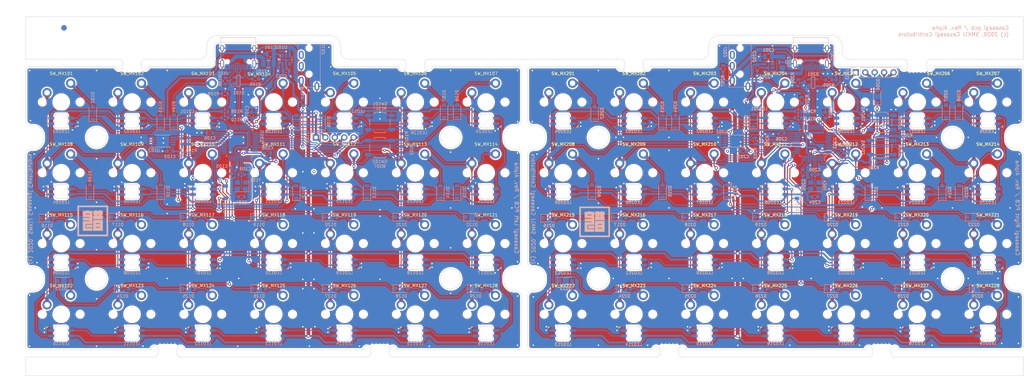
<source format=kicad_pcb>
(kicad_pcb (version 20171130) (host pcbnew "(5.1.7)-1")
  (layers (0 F.Cu signal) (31 B.Cu signal) (34 B.Paste user) (35 F.Paste user) (36 B.SilkS user) (37 F.SilkS user) (38 B.Mask user) (39 F.Mask user) (44 Edge.Cuts user))
  (net 0 "")
  (net 1 +5V)
  (net 2 GND)
  (net 3 +3V3)
  (net 4 /USB_D+)
  (net 5 /USB_D-)
  (net 6 /ROW0)
  (net 7 /ROW1)
  (net 8 /ROW2)
  (net 9 /ROW3)
  (net 10 /SPLIT_DATA)
  (net 11 /RESET)
  (net 12 /SWDIO)
  (net 13 /SWCLK)
  (net 14 /LED)
  (net 15 /COL0)
  (net 16 /COL1)
  (net 17 /COL2)
  (net 18 /COL3)
  (net 19 /COL4)
  (net 20 /COL5)
  (net 21 /COL6)
  (net 22 /I2C_SDA)
  (net 23 /I2C_SCL)
  (net 24 "Net-(C104-Pad1)")
  (net 25 "Net-(C109-Pad1)")
  (net 26 "Net-(D102-Pad2)")
  (net 27 "Net-(D103-Pad2)")
  (net 28 "Net-(D104-Pad2)")
  (net 29 "Net-(D105-Pad2)")
  (net 30 "Net-(D106-Pad2)")
  (net 31 "Net-(D107-Pad2)")
  (net 32 "Net-(D108-Pad2)")
  (net 33 "Net-(D109-Pad2)")
  (net 34 "Net-(D110-Pad2)")
  (net 35 "Net-(D111-Pad2)")
  (net 36 "Net-(D112-Pad2)")
  (net 37 "Net-(D113-Pad2)")
  (net 38 "Net-(D114-Pad2)")
  (net 39 "Net-(D115-Pad2)")
  (net 40 "Net-(D116-Pad2)")
  (net 41 "Net-(D117-Pad2)")
  (net 42 "Net-(D118-Pad2)")
  (net 43 "Net-(D119-Pad2)")
  (net 44 "Net-(D120-Pad2)")
  (net 45 "Net-(D121-Pad2)")
  (net 46 "Net-(D122-Pad2)")
  (net 47 "Net-(D123-Pad2)")
  (net 48 "Net-(D124-Pad2)")
  (net 49 "Net-(D125-Pad2)")
  (net 50 "Net-(D126-Pad2)")
  (net 51 "Net-(D127-Pad2)")
  (net 52 "Net-(D128-Pad2)")
  (net 53 "Net-(D129-Pad2)")
  (net 54 "Net-(F101-Pad2)")
  (net 55 "Net-(J101-PadA5)")
  (net 56 "Net-(J101-PadB5)")
  (net 57 "Net-(LED101-Pad2)")
  (net 58 "Net-(LED101-Pad4)")
  (net 59 "Net-(LED102-Pad2)")
  (net 60 "Net-(LED103-Pad2)")
  (net 61 "Net-(LED104-Pad2)")
  (net 62 "Net-(LED105-Pad2)")
  (net 63 "Net-(LED106-Pad2)")
  (net 64 "Net-(LED107-Pad2)")
  (net 65 "Net-(LED108-Pad2)")
  (net 66 "Net-(LED109-Pad2)")
  (net 67 "Net-(LED110-Pad2)")
  (net 68 "Net-(LED111-Pad2)")
  (net 69 "Net-(LED112-Pad2)")
  (net 70 "Net-(LED113-Pad2)")
  (net 71 "Net-(LED114-Pad2)")
  (net 72 "Net-(LED115-Pad2)")
  (net 73 "Net-(LED116-Pad2)")
  (net 74 "Net-(LED117-Pad2)")
  (net 75 "Net-(LED118-Pad2)")
  (net 76 "Net-(LED119-Pad2)")
  (net 77 "Net-(LED120-Pad2)")
  (net 78 "Net-(LED121-Pad2)")
  (net 79 "Net-(LED122-Pad2)")
  (net 80 "Net-(LED123-Pad2)")
  (net 81 "Net-(LED124-Pad2)")
  (net 82 "Net-(LED125-Pad2)")
  (net 83 "Net-(LED126-Pad2)")
  (net 84 "Net-(LED127-Pad2)")
  (net 85 "Net-(R102-Pad1)")
  (net 86 "Net-(R109-Pad1)")
  (net 87 "Net-(D202-Pad2)")
  (net 88 "Net-(D203-Pad2)")
  (net 89 "Net-(D204-Pad2)")
  (net 90 "Net-(D205-Pad2)")
  (net 91 "Net-(D206-Pad2)")
  (net 92 "Net-(D207-Pad2)")
  (net 93 "Net-(D208-Pad2)")
  (net 94 "Net-(D209-Pad2)")
  (net 95 "Net-(D210-Pad2)")
  (net 96 "Net-(D211-Pad2)")
  (net 97 "Net-(D212-Pad2)")
  (net 98 "Net-(D213-Pad2)")
  (net 99 "Net-(D214-Pad2)")
  (net 100 "Net-(D215-Pad2)")
  (net 101 "Net-(D216-Pad2)")
  (net 102 "Net-(D217-Pad2)")
  (net 103 "Net-(D218-Pad2)")
  (net 104 "Net-(D219-Pad2)")
  (net 105 "Net-(D220-Pad2)")
  (net 106 "Net-(D221-Pad2)")
  (net 107 "Net-(D222-Pad2)")
  (net 108 "Net-(D223-Pad2)")
  (net 109 "Net-(D224-Pad2)")
  (net 110 "Net-(D225-Pad2)")
  (net 111 "Net-(D226-Pad2)")
  (net 112 "Net-(D227-Pad2)")
  (net 113 "Net-(D228-Pad2)")
  (net 114 "Net-(D229-Pad2)")
  (net 115 "Net-(F201-Pad2)")
  (net 116 "Net-(J201-PadA5)")
  (net 117 "Net-(J201-PadB5)")
  (net 118 "Net-(LED201-Pad2)")
  (net 119 "Net-(LED201-Pad4)")
  (net 120 "Net-(LED202-Pad2)")
  (net 121 "Net-(LED203-Pad2)")
  (net 122 "Net-(LED204-Pad2)")
  (net 123 "Net-(LED205-Pad2)")
  (net 124 "Net-(LED206-Pad2)")
  (net 125 "Net-(LED207-Pad2)")
  (net 126 "Net-(LED208-Pad2)")
  (net 127 "Net-(LED209-Pad2)")
  (net 128 "Net-(LED210-Pad2)")
  (net 129 "Net-(LED211-Pad2)")
  (net 130 "Net-(LED212-Pad2)")
  (net 131 "Net-(LED213-Pad2)")
  (net 132 "Net-(LED214-Pad2)")
  (net 133 "Net-(LED215-Pad2)")
  (net 134 "Net-(LED216-Pad2)")
  (net 135 "Net-(LED217-Pad2)")
  (net 136 "Net-(LED218-Pad2)")
  (net 137 "Net-(LED219-Pad2)")
  (net 138 "Net-(LED220-Pad2)")
  (net 139 "Net-(LED221-Pad2)")
  (net 140 "Net-(LED222-Pad2)")
  (net 141 "Net-(LED223-Pad2)")
  (net 142 "Net-(LED224-Pad2)")
  (net 143 "Net-(LED225-Pad2)")
  (net 144 "Net-(LED226-Pad2)")
  (net 145 "Net-(LED227-Pad2)")
  (net 146 "Net-(R202-Pad1)")
  (net 147 "Net-(C204-Pad1)")
  (net 148 "Net-(C209-Pad1)")
  (net 149 "Net-(R209-Pad1)")
  (module SMKiJ_keyboard:MOUSE_BITE (layer F.Cu) (at 270.725 115.675)
    (fp_text reference REF** hide)
    (fp_text value MOUSEBITE)
    (pad "" np_thru_hole circle (at -2 0) (size 0.5 0.5) (drill 0.5) (layers *.Cu *.Mask))
    (pad "" np_thru_hole circle (at -1 0) (size 0.5 0.5) (drill 0.5) (layers *.Cu *.Mask))
    (pad "" np_thru_hole circle (at 2 0) (size 0.5 0.5) (drill 0.5) (layers *.Cu *.Mask))
    (pad "" np_thru_hole circle (at 1 0) (size 0.5 0.5) (drill 0.5) (layers *.Cu *.Mask))
    (pad "" np_thru_hole circle (at 0 0) (size 0.5 0.5) (drill 0.5) (layers *.Cu *.Mask))
  )
  (module SMKiJ_keyboard:MOUSE_BITE (layer F.Cu) (at 213.575 115.675)
    (fp_text reference REF** hide)
    (fp_text value MOUSEBITE)
    (pad "" np_thru_hole circle (at -2 0) (size 0.5 0.5) (drill 0.5) (layers *.Cu *.Mask))
    (pad "" np_thru_hole circle (at -1 0) (size 0.5 0.5) (drill 0.5) (layers *.Cu *.Mask))
    (pad "" np_thru_hole circle (at 2 0) (size 0.5 0.5) (drill 0.5) (layers *.Cu *.Mask))
    (pad "" np_thru_hole circle (at 1 0) (size 0.5 0.5) (drill 0.5) (layers *.Cu *.Mask))
    (pad "" np_thru_hole circle (at 0 0) (size 0.5 0.5) (drill 0.5) (layers *.Cu *.Mask))
  )
  (module SMKiJ_keyboard:MOUSE_BITE (layer F.Cu) (at 135.725 115.675)
    (fp_text reference REF** hide)
    (fp_text value MOUSEBITE)
    (pad "" np_thru_hole circle (at -2 0) (size 0.5 0.5) (drill 0.5) (layers *.Cu *.Mask))
    (pad "" np_thru_hole circle (at -1 0) (size 0.5 0.5) (drill 0.5) (layers *.Cu *.Mask))
    (pad "" np_thru_hole circle (at 2 0) (size 0.5 0.5) (drill 0.5) (layers *.Cu *.Mask))
    (pad "" np_thru_hole circle (at 1 0) (size 0.5 0.5) (drill 0.5) (layers *.Cu *.Mask))
    (pad "" np_thru_hole circle (at 0 0) (size 0.5 0.5) (drill 0.5) (layers *.Cu *.Mask))
  )
  (module SMKiJ_keyboard:MOUSE_BITE (layer F.Cu) (at 78.575 115.675)
    (fp_text reference REF** hide)
    (fp_text value MOUSEBITE)
    (pad "" np_thru_hole circle (at -2 0) (size 0.5 0.5) (drill 0.5) (layers *.Cu *.Mask))
    (pad "" np_thru_hole circle (at -1 0) (size 0.5 0.5) (drill 0.5) (layers *.Cu *.Mask))
    (pad "" np_thru_hole circle (at 2 0) (size 0.5 0.5) (drill 0.5) (layers *.Cu *.Mask))
    (pad "" np_thru_hole circle (at 1 0) (size 0.5 0.5) (drill 0.5) (layers *.Cu *.Mask))
    (pad "" np_thru_hole circle (at 0 0) (size 0.5 0.5) (drill 0.5) (layers *.Cu *.Mask))
  )
  (module SMKiJ_keyboard:MOUSE_BITE (layer F.Cu) (at 280.25 41.475 180)
    (fp_text reference REF** hide)
    (fp_text value MOUSEBITE)
    (pad "" np_thru_hole circle (at -2 0 180) (size 0.5 0.5) (drill 0.5) (layers *.Cu *.Mask))
    (pad "" np_thru_hole circle (at -1 0 180) (size 0.5 0.5) (drill 0.5) (layers *.Cu *.Mask))
    (pad "" np_thru_hole circle (at 2 0 180) (size 0.5 0.5) (drill 0.5) (layers *.Cu *.Mask))
    (pad "" np_thru_hole circle (at 1 0 180) (size 0.5 0.5) (drill 0.5) (layers *.Cu *.Mask))
    (pad "" np_thru_hole circle (at 0 0 180) (size 0.5 0.5) (drill 0.5) (layers *.Cu *.Mask))
  )
  (module SMKiJ_keyboard:MOUSE_BITE (layer F.Cu) (at 204.05 41.475 180)
    (fp_text reference REF** hide)
    (fp_text value MOUSEBITE)
    (pad "" np_thru_hole circle (at -2 0 180) (size 0.5 0.5) (drill 0.5) (layers *.Cu *.Mask))
    (pad "" np_thru_hole circle (at -1 0 180) (size 0.5 0.5) (drill 0.5) (layers *.Cu *.Mask))
    (pad "" np_thru_hole circle (at 2 0 180) (size 0.5 0.5) (drill 0.5) (layers *.Cu *.Mask))
    (pad "" np_thru_hole circle (at 1 0 180) (size 0.5 0.5) (drill 0.5) (layers *.Cu *.Mask))
    (pad "" np_thru_hole circle (at 0 0 180) (size 0.5 0.5) (drill 0.5) (layers *.Cu *.Mask))
  )
  (module SMKiJ_keyboard:MOUSE_BITE (layer F.Cu) (at 145.25 41.475 180)
    (fp_text reference REF** hide)
    (fp_text value MOUSEBITE)
    (pad "" np_thru_hole circle (at -2 0 180) (size 0.5 0.5) (drill 0.5) (layers *.Cu *.Mask))
    (pad "" np_thru_hole circle (at -1 0 180) (size 0.5 0.5) (drill 0.5) (layers *.Cu *.Mask))
    (pad "" np_thru_hole circle (at 2 0 180) (size 0.5 0.5) (drill 0.5) (layers *.Cu *.Mask))
    (pad "" np_thru_hole circle (at 1 0 180) (size 0.5 0.5) (drill 0.5) (layers *.Cu *.Mask))
    (pad "" np_thru_hole circle (at 0 0 180) (size 0.5 0.5) (drill 0.5) (layers *.Cu *.Mask))
  )
  (module SMKiJ_keyboard:MOUSE_BITE (layer F.Cu) (at 69.05 41.475 180)
    (fp_text reference REF** hide)
    (fp_text value MOUSEBITE)
    (pad "" np_thru_hole circle (at -2 0 180) (size 0.5 0.5) (drill 0.5) (layers *.Cu *.Mask))
    (pad "" np_thru_hole circle (at -1 0 180) (size 0.5 0.5) (drill 0.5) (layers *.Cu *.Mask))
    (pad "" np_thru_hole circle (at 2 0 180) (size 0.5 0.5) (drill 0.5) (layers *.Cu *.Mask))
    (pad "" np_thru_hole circle (at 1 0 180) (size 0.5 0.5) (drill 0.5) (layers *.Cu *.Mask))
    (pad "" np_thru_hole circle (at 0 0 180) (size 0.5 0.5) (drill 0.5) (layers *.Cu *.Mask))
  )
  (module Fiducial:Fiducial_1.5mm_Mask4.5mm (layer B.Cu) (at 50.75 30)
    (fp_text reference REF** hide)
    (fp_text value Fiducial_1.5mm_Mask4.5mm)
    (pad "" smd circle (at 0 0) (size 1.5 1.5) (layers B.Cu B.Mask) (clearance 1.5))
  )
  (module casasagi:logo (layer B.Cu) (at 58.5 82 180)
    (fp_text reference LOGO1 hide)
    (fp_text value Casasagi_logo hide)
  )
  (module Resistor_SMD:R_0603_1608Metric (layer B.Cu) (at 94 47.75 180)
    (fp_text reference R109 (at 3 0) (layer B.SilkS) (effects (font (size 0.8 0.8) (thickness 0.12)) (justify mirror)))
    (fp_text value DNP)
    (pad 1 smd roundrect (at -0.825 0 180) (size 0.8 0.95) (layers B.Cu B.Paste B.Mask) (net 86 "Net-(R109-Pad1)"))
    (pad 2 smd roundrect (at 0.825 0 180) (size 0.8 0.95) (layers B.Cu B.Paste B.Mask) (net 2 GND))
  )
  (module Package_QFP:LQFP-48_7x7mm_P0.5mm (layer B.Cu) (at 98 61 90)
    (fp_text reference U103 (at 1.75 6 90) (layer B.SilkS) (effects (font (size 0.8 0.8) (thickness 0.12)) (justify mirror)))
    (fp_text value STM32F072C8Tx)
    (pad 1 smd roundrect (at -4.1625 2.75 90) (size 1.475 0.3) (layers B.Cu B.Paste B.Mask))
    (pad 2 smd roundrect (at -4.1625 2.25 90) (size 1.475 0.3) (layers B.Cu B.Paste B.Mask))
    (pad 3 smd roundrect (at -4.1625 1.75 90) (size 1.475 0.3) (layers B.Cu B.Paste B.Mask))
    (pad 4 smd roundrect (at -4.1625 1.25 90) (size 1.475 0.3) (layers B.Cu B.Paste B.Mask))
    (pad 5 smd roundrect (at -4.1625 0.75 90) (size 1.475 0.3) (layers B.Cu B.Paste B.Mask) (net 24 "Net-(C104-Pad1)"))
    (pad 6 smd roundrect (at -4.1625 0.25 90) (size 1.475 0.3) (layers B.Cu B.Paste B.Mask) (net 25 "Net-(C109-Pad1)"))
    (pad 7 smd roundrect (at -4.1625 -0.25 90) (size 1.475 0.3) (layers B.Cu B.Paste B.Mask) (net 11 /RESET))
    (pad 8 smd roundrect (at -4.1625 -0.75 90) (size 1.475 0.3) (layers B.Cu B.Paste B.Mask) (net 2 GND))
    (pad 9 smd roundrect (at -4.1625 -1.25 90) (size 1.475 0.3) (layers B.Cu B.Paste B.Mask) (net 3 +3V3))
    (pad 10 smd roundrect (at -4.1625 -1.75 90) (size 1.475 0.3) (layers B.Cu B.Paste B.Mask))
    (pad 11 smd roundrect (at -4.1625 -2.25 90) (size 1.475 0.3) (layers B.Cu B.Paste B.Mask))
    (pad 12 smd roundrect (at -4.1625 -2.75 90) (size 1.475 0.3) (layers B.Cu B.Paste B.Mask))
    (pad 13 smd roundrect (at -2.75 -4.1625 90) (size 0.3 1.475) (layers B.Cu B.Paste B.Mask))
    (pad 14 smd roundrect (at -2.25 -4.1625 90) (size 0.3 1.475) (layers B.Cu B.Paste B.Mask))
    (pad 15 smd roundrect (at -1.75 -4.1625 90) (size 0.3 1.475) (layers B.Cu B.Paste B.Mask) (net 8 /ROW2))
    (pad 16 smd roundrect (at -1.25 -4.1625 90) (size 0.3 1.475) (layers B.Cu B.Paste B.Mask) (net 9 /ROW3))
    (pad 17 smd roundrect (at -0.75 -4.1625 90) (size 0.3 1.475) (layers B.Cu B.Paste B.Mask) (net 7 /ROW1))
    (pad 18 smd roundrect (at -0.25 -4.1625 90) (size 0.3 1.475) (layers B.Cu B.Paste B.Mask) (net 17 /COL2))
    (pad 19 smd roundrect (at 0.25 -4.1625 90) (size 0.3 1.475) (layers B.Cu B.Paste B.Mask) (net 16 /COL1))
    (pad 20 smd roundrect (at 0.75 -4.1625 90) (size 0.3 1.475) (layers B.Cu B.Paste B.Mask) (net 15 /COL0))
    (pad 21 smd roundrect (at 1.25 -4.1625 90) (size 0.3 1.475) (layers B.Cu B.Paste B.Mask) (net 23 /I2C_SCL))
    (pad 22 smd roundrect (at 1.75 -4.1625 90) (size 0.3 1.475) (layers B.Cu B.Paste B.Mask) (net 22 /I2C_SDA))
    (pad 23 smd roundrect (at 2.25 -4.1625 90) (size 0.3 1.475) (layers B.Cu B.Paste B.Mask) (net 2 GND))
    (pad 24 smd roundrect (at 2.75 -4.1625 90) (size 0.3 1.475) (layers B.Cu B.Paste B.Mask) (net 3 +3V3))
    (pad 25 smd roundrect (at 4.1625 -2.75 90) (size 1.475 0.3) (layers B.Cu B.Paste B.Mask) (net 86 "Net-(R109-Pad1)"))
    (pad 26 smd roundrect (at 4.1625 -2.25 90) (size 1.475 0.3) (layers B.Cu B.Paste B.Mask))
    (pad 27 smd roundrect (at 4.1625 -1.75 90) (size 1.475 0.3) (layers B.Cu B.Paste B.Mask))
    (pad 28 smd roundrect (at 4.1625 -1.25 90) (size 1.475 0.3) (layers B.Cu B.Paste B.Mask) (net 14 /LED))
    (pad 29 smd roundrect (at 4.1625 -0.75 90) (size 1.475 0.3) (layers B.Cu B.Paste B.Mask))
    (pad 30 smd roundrect (at 4.1625 -0.25 90) (size 1.475 0.3) (layers B.Cu B.Paste B.Mask))
    (pad 31 smd roundrect (at 4.1625 0.25 90) (size 1.475 0.3) (layers B.Cu B.Paste B.Mask))
    (pad 32 smd roundrect (at 4.1625 0.75 90) (size 1.475 0.3) (layers B.Cu B.Paste B.Mask) (net 5 /USB_D-))
    (pad 33 smd roundrect (at 4.1625 1.25 90) (size 1.475 0.3) (layers B.Cu B.Paste B.Mask) (net 4 /USB_D+))
    (pad 34 smd roundrect (at 4.1625 1.75 90) (size 1.475 0.3) (layers B.Cu B.Paste B.Mask) (net 12 /SWDIO))
    (pad 35 smd roundrect (at 4.1625 2.25 90) (size 1.475 0.3) (layers B.Cu B.Paste B.Mask) (net 2 GND))
    (pad 36 smd roundrect (at 4.1625 2.75 90) (size 1.475 0.3) (layers B.Cu B.Paste B.Mask) (net 3 +3V3))
    (pad 37 smd roundrect (at 2.75 4.1625 90) (size 0.3 1.475) (layers B.Cu B.Paste B.Mask) (net 13 /SWCLK))
    (pad 38 smd roundrect (at 2.25 4.1625 90) (size 0.3 1.475) (layers B.Cu B.Paste B.Mask) (net 6 /ROW0))
    (pad 39 smd roundrect (at 1.75 4.1625 90) (size 0.3 1.475) (layers B.Cu B.Paste B.Mask) (net 21 /COL6))
    (pad 40 smd roundrect (at 1.25 4.1625 90) (size 0.3 1.475) (layers B.Cu B.Paste B.Mask) (net 20 /COL5))
    (pad 41 smd roundrect (at 0.75 4.1625 90) (size 0.3 1.475) (layers B.Cu B.Paste B.Mask) (net 19 /COL4))
    (pad 42 smd roundrect (at 0.25 4.1625 90) (size 0.3 1.475) (layers B.Cu B.Paste B.Mask) (net 10 /SPLIT_DATA))
    (pad 43 smd roundrect (at -0.25 4.1625 90) (size 0.3 1.475) (layers B.Cu B.Paste B.Mask))
    (pad 44 smd roundrect (at -0.75 4.1625 90) (size 0.3 1.475) (layers B.Cu B.Paste B.Mask) (net 85 "Net-(R102-Pad1)"))
    (pad 45 smd roundrect (at -1.25 4.1625 90) (size 0.3 1.475) (layers B.Cu B.Paste B.Mask) (net 18 /COL3))
    (pad 46 smd roundrect (at -1.75 4.1625 90) (size 0.3 1.475) (layers B.Cu B.Paste B.Mask))
    (pad 47 smd roundrect (at -2.25 4.1625 90) (size 0.3 1.475) (layers B.Cu B.Paste B.Mask) (net 2 GND))
    (pad 48 smd roundrect (at -2.75 4.1625 90) (size 0.3 1.475) (layers B.Cu B.Paste B.Mask) (net 3 +3V3))
  )
  (module Diode_SMD:D_SOD-123 (layer B.Cu) (at 103.25 81)
    (fp_text reference D119 (at 0 2) (layer B.SilkS) (effects (font (size 0.8 0.8) (thickness 0.12)) (justify mirror)))
    (fp_text value 1N4148)
    (pad 1 smd rect (at -1.65 0) (size 0.9 1.2) (layers B.Cu B.Paste B.Mask) (net 8 /ROW2))
    (pad 2 smd rect (at 1.65 0) (size 0.9 1.2) (layers B.Cu B.Paste B.Mask) (net 43 "Net-(D119-Pad2)"))
  )
  (module SMKiJ_keyboard:LED_YS-SK6812MINI-E (layer B.Cu) (at 107.15 55.08 180)
    (fp_text reference LED128 (at 0 -2.8) (layer B.SilkS) (effects (font (size 0.8 0.8) (thickness 0.12)) (justify mirror)))
    (fp_text value SK6812-MINI-E hide)
    (fp_line (start -1.7 1.4) (end -1.7 -1.4) (layer Edge.Cuts) (width 0.12))
    (fp_line (start 1.7 -1.4) (end 1.7 1.4) (layer Edge.Cuts) (width 0.12))
    (fp_line (start -1.2 -1.9) (end 1.2 -1.9) (layer Edge.Cuts) (width 0.12))
    (fp_line (start -1.2 1.9) (end 1.2 1.9) (layer Edge.Cuts) (width 0.12))
    (fp_arc (start -1.2 1.4) (end -1.2 1.9) (angle 90) (layer Edge.Cuts) (width 0.12))
    (fp_arc (start 1.2 1.4) (end 1.7 1.4) (angle 90) (layer Edge.Cuts) (width 0.12))
    (fp_arc (start 1.2 -1.4) (end 1.2 -1.9) (angle 90) (layer Edge.Cuts) (width 0.12))
    (fp_arc (start -1.2 -1.4) (end -1.7 -1.4) (angle 90) (layer Edge.Cuts) (width 0.12))
    (pad 4 smd roundrect (at -2.7 0.75 180) (size 1.6 0.82) (layers B.Cu B.Paste B.Mask) (net 84 "Net-(LED127-Pad2)"))
    (pad 1 smd roundrect (at 2.7 0.75 180) (size 1.6 0.82) (layers B.Cu B.Paste B.Mask) (net 1 +5V))
    (pad 2 smd roundrect (at 2.7 -0.75 180) (size 1.6 0.82) (layers B.Cu B.Paste B.Mask))
    (pad 3 smd roundrect (at -2.7 -0.75 180) (size 1.6 0.82) (layers B.Cu B.Paste B.Mask) (net 2 GND))
  )
  (module SMKiJ_keyboard:LED_YS-SK6812MINI-E (layer B.Cu) (at 126.2 55.08 180)
    (fp_text reference LED127 (at -3.3 2.58) (layer B.SilkS) (effects (font (size 0.8 0.8) (thickness 0.12)) (justify mirror)))
    (fp_text value SK6812-MINI-E hide)
    (fp_line (start -1.7 1.4) (end -1.7 -1.4) (layer Edge.Cuts) (width 0.12))
    (fp_line (start 1.7 -1.4) (end 1.7 1.4) (layer Edge.Cuts) (width 0.12))
    (fp_line (start -1.2 -1.9) (end 1.2 -1.9) (layer Edge.Cuts) (width 0.12))
    (fp_line (start -1.2 1.9) (end 1.2 1.9) (layer Edge.Cuts) (width 0.12))
    (fp_arc (start -1.2 1.4) (end -1.2 1.9) (angle 90) (layer Edge.Cuts) (width 0.12))
    (fp_arc (start 1.2 1.4) (end 1.7 1.4) (angle 90) (layer Edge.Cuts) (width 0.12))
    (fp_arc (start 1.2 -1.4) (end 1.2 -1.9) (angle 90) (layer Edge.Cuts) (width 0.12))
    (fp_arc (start -1.2 -1.4) (end -1.7 -1.4) (angle 90) (layer Edge.Cuts) (width 0.12))
    (pad 4 smd roundrect (at -2.7 0.75 180) (size 1.6 0.82) (layers B.Cu B.Paste B.Mask) (net 83 "Net-(LED126-Pad2)"))
    (pad 1 smd roundrect (at 2.7 0.75 180) (size 1.6 0.82) (layers B.Cu B.Paste B.Mask) (net 1 +5V))
    (pad 2 smd roundrect (at 2.7 -0.75 180) (size 1.6 0.82) (layers B.Cu B.Paste B.Mask) (net 84 "Net-(LED127-Pad2)"))
    (pad 3 smd roundrect (at -2.7 -0.75 180) (size 1.6 0.82) (layers B.Cu B.Paste B.Mask) (net 2 GND))
  )
  (module SMKiJ_keyboard:LED_YS-SK6812MINI-E (layer B.Cu) (at 145.25 55.08 180)
    (fp_text reference LED126 (at -1 -3.17) (layer B.SilkS) (effects (font (size 0.8 0.8) (thickness 0.12)) (justify mirror)))
    (fp_text value SK6812-MINI-E hide)
    (fp_line (start -1.7 1.4) (end -1.7 -1.4) (layer Edge.Cuts) (width 0.12))
    (fp_line (start 1.7 -1.4) (end 1.7 1.4) (layer Edge.Cuts) (width 0.12))
    (fp_line (start -1.2 -1.9) (end 1.2 -1.9) (layer Edge.Cuts) (width 0.12))
    (fp_line (start -1.2 1.9) (end 1.2 1.9) (layer Edge.Cuts) (width 0.12))
    (fp_arc (start -1.2 1.4) (end -1.2 1.9) (angle 90) (layer Edge.Cuts) (width 0.12))
    (fp_arc (start 1.2 1.4) (end 1.7 1.4) (angle 90) (layer Edge.Cuts) (width 0.12))
    (fp_arc (start 1.2 -1.4) (end 1.2 -1.9) (angle 90) (layer Edge.Cuts) (width 0.12))
    (fp_arc (start -1.2 -1.4) (end -1.7 -1.4) (angle 90) (layer Edge.Cuts) (width 0.12))
    (pad 4 smd roundrect (at -2.7 0.75 180) (size 1.6 0.82) (layers B.Cu B.Paste B.Mask) (net 82 "Net-(LED125-Pad2)"))
    (pad 1 smd roundrect (at 2.7 0.75 180) (size 1.6 0.82) (layers B.Cu B.Paste B.Mask) (net 1 +5V))
    (pad 2 smd roundrect (at 2.7 -0.75 180) (size 1.6 0.82) (layers B.Cu B.Paste B.Mask) (net 83 "Net-(LED126-Pad2)"))
    (pad 3 smd roundrect (at -2.7 -0.75 180) (size 1.6 0.82) (layers B.Cu B.Paste B.Mask) (net 2 GND))
  )
  (module SMKiJ_keyboard:LED_YS-SK6812MINI-E (layer B.Cu) (at 164.3 55.08 180)
    (fp_text reference LED125 (at 0.55 -2.8) (layer B.SilkS) (effects (font (size 0.8 0.8) (thickness 0.12)) (justify mirror)))
    (fp_text value SK6812-MINI-E hide)
    (fp_line (start -1.7 1.4) (end -1.7 -1.4) (layer Edge.Cuts) (width 0.12))
    (fp_line (start 1.7 -1.4) (end 1.7 1.4) (layer Edge.Cuts) (width 0.12))
    (fp_line (start -1.2 -1.9) (end 1.2 -1.9) (layer Edge.Cuts) (width 0.12))
    (fp_line (start -1.2 1.9) (end 1.2 1.9) (layer Edge.Cuts) (width 0.12))
    (fp_arc (start -1.2 1.4) (end -1.2 1.9) (angle 90) (layer Edge.Cuts) (width 0.12))
    (fp_arc (start 1.2 1.4) (end 1.7 1.4) (angle 90) (layer Edge.Cuts) (width 0.12))
    (fp_arc (start 1.2 -1.4) (end 1.2 -1.9) (angle 90) (layer Edge.Cuts) (width 0.12))
    (fp_arc (start -1.2 -1.4) (end -1.7 -1.4) (angle 90) (layer Edge.Cuts) (width 0.12))
    (pad 4 smd roundrect (at -2.7 0.75 180) (size 1.6 0.82) (layers B.Cu B.Paste B.Mask) (net 81 "Net-(LED124-Pad2)"))
    (pad 1 smd roundrect (at 2.7 0.75 180) (size 1.6 0.82) (layers B.Cu B.Paste B.Mask) (net 1 +5V))
    (pad 2 smd roundrect (at 2.7 -0.75 180) (size 1.6 0.82) (layers B.Cu B.Paste B.Mask) (net 82 "Net-(LED125-Pad2)"))
    (pad 3 smd roundrect (at -2.7 -0.75 180) (size 1.6 0.82) (layers B.Cu B.Paste B.Mask) (net 2 GND))
  )
  (module SMKiJ_keyboard:LED_YS-SK6812MINI-E (layer B.Cu) (at 164.3 74.13)
    (fp_text reference LED124 (at 0 2.62) (layer B.SilkS) (effects (font (size 0.8 0.8) (thickness 0.12)) (justify mirror)))
    (fp_text value SK6812-MINI-E hide)
    (fp_line (start -1.7 1.4) (end -1.7 -1.4) (layer Edge.Cuts) (width 0.12))
    (fp_line (start 1.7 -1.4) (end 1.7 1.4) (layer Edge.Cuts) (width 0.12))
    (fp_line (start -1.2 -1.9) (end 1.2 -1.9) (layer Edge.Cuts) (width 0.12))
    (fp_line (start -1.2 1.9) (end 1.2 1.9) (layer Edge.Cuts) (width 0.12))
    (fp_arc (start -1.2 1.4) (end -1.2 1.9) (angle 90) (layer Edge.Cuts) (width 0.12))
    (fp_arc (start 1.2 1.4) (end 1.7 1.4) (angle 90) (layer Edge.Cuts) (width 0.12))
    (fp_arc (start 1.2 -1.4) (end 1.2 -1.9) (angle 90) (layer Edge.Cuts) (width 0.12))
    (fp_arc (start -1.2 -1.4) (end -1.7 -1.4) (angle 90) (layer Edge.Cuts) (width 0.12))
    (pad 4 smd roundrect (at -2.7 0.75) (size 1.6 0.82) (layers B.Cu B.Paste B.Mask) (net 80 "Net-(LED123-Pad2)"))
    (pad 1 smd roundrect (at 2.7 0.75) (size 1.6 0.82) (layers B.Cu B.Paste B.Mask) (net 1 +5V))
    (pad 2 smd roundrect (at 2.7 -0.75) (size 1.6 0.82) (layers B.Cu B.Paste B.Mask) (net 81 "Net-(LED124-Pad2)"))
    (pad 3 smd roundrect (at -2.7 -0.75) (size 1.6 0.82) (layers B.Cu B.Paste B.Mask) (net 2 GND))
  )
  (module SMKiJ_keyboard:LED_YS-SK6812MINI-E (layer B.Cu) (at 145.25 74.13)
    (fp_text reference LED123 (at 0 2.62) (layer B.SilkS) (effects (font (size 0.8 0.8) (thickness 0.12)) (justify mirror)))
    (fp_text value SK6812-MINI-E hide)
    (fp_line (start -1.7 1.4) (end -1.7 -1.4) (layer Edge.Cuts) (width 0.12))
    (fp_line (start 1.7 -1.4) (end 1.7 1.4) (layer Edge.Cuts) (width 0.12))
    (fp_line (start -1.2 -1.9) (end 1.2 -1.9) (layer Edge.Cuts) (width 0.12))
    (fp_line (start -1.2 1.9) (end 1.2 1.9) (layer Edge.Cuts) (width 0.12))
    (fp_arc (start -1.2 1.4) (end -1.2 1.9) (angle 90) (layer Edge.Cuts) (width 0.12))
    (fp_arc (start 1.2 1.4) (end 1.7 1.4) (angle 90) (layer Edge.Cuts) (width 0.12))
    (fp_arc (start 1.2 -1.4) (end 1.2 -1.9) (angle 90) (layer Edge.Cuts) (width 0.12))
    (fp_arc (start -1.2 -1.4) (end -1.7 -1.4) (angle 90) (layer Edge.Cuts) (width 0.12))
    (pad 4 smd roundrect (at -2.7 0.75) (size 1.6 0.82) (layers B.Cu B.Paste B.Mask) (net 79 "Net-(LED122-Pad2)"))
    (pad 1 smd roundrect (at 2.7 0.75) (size 1.6 0.82) (layers B.Cu B.Paste B.Mask) (net 1 +5V))
    (pad 2 smd roundrect (at 2.7 -0.75) (size 1.6 0.82) (layers B.Cu B.Paste B.Mask) (net 80 "Net-(LED123-Pad2)"))
    (pad 3 smd roundrect (at -2.7 -0.75) (size 1.6 0.82) (layers B.Cu B.Paste B.Mask) (net 2 GND))
  )
  (module SMKiJ_keyboard:LED_YS-SK6812MINI-E (layer B.Cu) (at 126.2 74.13)
    (fp_text reference LED122 (at 0 2.62) (layer B.SilkS) (effects (font (size 0.8 0.8) (thickness 0.12)) (justify mirror)))
    (fp_text value SK6812-MINI-E hide)
    (fp_line (start -1.7 1.4) (end -1.7 -1.4) (layer Edge.Cuts) (width 0.12))
    (fp_line (start 1.7 -1.4) (end 1.7 1.4) (layer Edge.Cuts) (width 0.12))
    (fp_line (start -1.2 -1.9) (end 1.2 -1.9) (layer Edge.Cuts) (width 0.12))
    (fp_line (start -1.2 1.9) (end 1.2 1.9) (layer Edge.Cuts) (width 0.12))
    (fp_arc (start -1.2 1.4) (end -1.2 1.9) (angle 90) (layer Edge.Cuts) (width 0.12))
    (fp_arc (start 1.2 1.4) (end 1.7 1.4) (angle 90) (layer Edge.Cuts) (width 0.12))
    (fp_arc (start 1.2 -1.4) (end 1.2 -1.9) (angle 90) (layer Edge.Cuts) (width 0.12))
    (fp_arc (start -1.2 -1.4) (end -1.7 -1.4) (angle 90) (layer Edge.Cuts) (width 0.12))
    (pad 4 smd roundrect (at -2.7 0.75) (size 1.6 0.82) (layers B.Cu B.Paste B.Mask) (net 78 "Net-(LED121-Pad2)"))
    (pad 1 smd roundrect (at 2.7 0.75) (size 1.6 0.82) (layers B.Cu B.Paste B.Mask) (net 1 +5V))
    (pad 2 smd roundrect (at 2.7 -0.75) (size 1.6 0.82) (layers B.Cu B.Paste B.Mask) (net 79 "Net-(LED122-Pad2)"))
    (pad 3 smd roundrect (at -2.7 -0.75) (size 1.6 0.82) (layers B.Cu B.Paste B.Mask) (net 2 GND))
  )
  (module SMKiJ_keyboard:LED_YS-SK6812MINI-E (layer B.Cu) (at 107.15 74.13)
    (fp_text reference LED121 (at 0 2.62) (layer B.SilkS) (effects (font (size 0.8 0.8) (thickness 0.12)) (justify mirror)))
    (fp_text value SK6812-MINI-E hide)
    (fp_line (start -1.7 1.4) (end -1.7 -1.4) (layer Edge.Cuts) (width 0.12))
    (fp_line (start 1.7 -1.4) (end 1.7 1.4) (layer Edge.Cuts) (width 0.12))
    (fp_line (start -1.2 -1.9) (end 1.2 -1.9) (layer Edge.Cuts) (width 0.12))
    (fp_line (start -1.2 1.9) (end 1.2 1.9) (layer Edge.Cuts) (width 0.12))
    (fp_arc (start -1.2 1.4) (end -1.2 1.9) (angle 90) (layer Edge.Cuts) (width 0.12))
    (fp_arc (start 1.2 1.4) (end 1.7 1.4) (angle 90) (layer Edge.Cuts) (width 0.12))
    (fp_arc (start 1.2 -1.4) (end 1.2 -1.9) (angle 90) (layer Edge.Cuts) (width 0.12))
    (fp_arc (start -1.2 -1.4) (end -1.7 -1.4) (angle 90) (layer Edge.Cuts) (width 0.12))
    (pad 4 smd roundrect (at -2.7 0.75) (size 1.6 0.82) (layers B.Cu B.Paste B.Mask) (net 77 "Net-(LED120-Pad2)"))
    (pad 1 smd roundrect (at 2.7 0.75) (size 1.6 0.82) (layers B.Cu B.Paste B.Mask) (net 1 +5V))
    (pad 2 smd roundrect (at 2.7 -0.75) (size 1.6 0.82) (layers B.Cu B.Paste B.Mask) (net 78 "Net-(LED121-Pad2)"))
    (pad 3 smd roundrect (at -2.7 -0.75) (size 1.6 0.82) (layers B.Cu B.Paste B.Mask) (net 2 GND))
  )
  (module SMKiJ_keyboard:LED_YS-SK6812MINI-E (layer B.Cu) (at 107.15 93.18 180)
    (fp_text reference LED120 (at 0 -2.8) (layer B.SilkS) (effects (font (size 0.8 0.8) (thickness 0.12)) (justify mirror)))
    (fp_text value SK6812-MINI-E hide)
    (fp_line (start -1.7 1.4) (end -1.7 -1.4) (layer Edge.Cuts) (width 0.12))
    (fp_line (start 1.7 -1.4) (end 1.7 1.4) (layer Edge.Cuts) (width 0.12))
    (fp_line (start -1.2 -1.9) (end 1.2 -1.9) (layer Edge.Cuts) (width 0.12))
    (fp_line (start -1.2 1.9) (end 1.2 1.9) (layer Edge.Cuts) (width 0.12))
    (fp_arc (start -1.2 1.4) (end -1.2 1.9) (angle 90) (layer Edge.Cuts) (width 0.12))
    (fp_arc (start 1.2 1.4) (end 1.7 1.4) (angle 90) (layer Edge.Cuts) (width 0.12))
    (fp_arc (start 1.2 -1.4) (end 1.2 -1.9) (angle 90) (layer Edge.Cuts) (width 0.12))
    (fp_arc (start -1.2 -1.4) (end -1.7 -1.4) (angle 90) (layer Edge.Cuts) (width 0.12))
    (pad 4 smd roundrect (at -2.7 0.75 180) (size 1.6 0.82) (layers B.Cu B.Paste B.Mask) (net 76 "Net-(LED119-Pad2)"))
    (pad 1 smd roundrect (at 2.7 0.75 180) (size 1.6 0.82) (layers B.Cu B.Paste B.Mask) (net 1 +5V))
    (pad 2 smd roundrect (at 2.7 -0.75 180) (size 1.6 0.82) (layers B.Cu B.Paste B.Mask) (net 77 "Net-(LED120-Pad2)"))
    (pad 3 smd roundrect (at -2.7 -0.75 180) (size 1.6 0.82) (layers B.Cu B.Paste B.Mask) (net 2 GND))
  )
  (module SMKiJ_keyboard:LED_YS-SK6812MINI-E (layer B.Cu) (at 126.2 93.18 180)
    (fp_text reference LED119 (at 0 -2.8) (layer B.SilkS) (effects (font (size 0.8 0.8) (thickness 0.12)) (justify mirror)))
    (fp_text value SK6812-MINI-E hide)
    (fp_line (start -1.7 1.4) (end -1.7 -1.4) (layer Edge.Cuts) (width 0.12))
    (fp_line (start 1.7 -1.4) (end 1.7 1.4) (layer Edge.Cuts) (width 0.12))
    (fp_line (start -1.2 -1.9) (end 1.2 -1.9) (layer Edge.Cuts) (width 0.12))
    (fp_line (start -1.2 1.9) (end 1.2 1.9) (layer Edge.Cuts) (width 0.12))
    (fp_arc (start -1.2 1.4) (end -1.2 1.9) (angle 90) (layer Edge.Cuts) (width 0.12))
    (fp_arc (start 1.2 1.4) (end 1.7 1.4) (angle 90) (layer Edge.Cuts) (width 0.12))
    (fp_arc (start 1.2 -1.4) (end 1.2 -1.9) (angle 90) (layer Edge.Cuts) (width 0.12))
    (fp_arc (start -1.2 -1.4) (end -1.7 -1.4) (angle 90) (layer Edge.Cuts) (width 0.12))
    (pad 4 smd roundrect (at -2.7 0.75 180) (size 1.6 0.82) (layers B.Cu B.Paste B.Mask) (net 75 "Net-(LED118-Pad2)"))
    (pad 1 smd roundrect (at 2.7 0.75 180) (size 1.6 0.82) (layers B.Cu B.Paste B.Mask) (net 1 +5V))
    (pad 2 smd roundrect (at 2.7 -0.75 180) (size 1.6 0.82) (layers B.Cu B.Paste B.Mask) (net 76 "Net-(LED119-Pad2)"))
    (pad 3 smd roundrect (at -2.7 -0.75 180) (size 1.6 0.82) (layers B.Cu B.Paste B.Mask) (net 2 GND))
  )
  (module SMKiJ_keyboard:LED_YS-SK6812MINI-E (layer B.Cu) (at 145.25 93.18 180)
    (fp_text reference LED118 (at 0 -2.8) (layer B.SilkS) (effects (font (size 0.8 0.8) (thickness 0.12)) (justify mirror)))
    (fp_text value SK6812-MINI-E hide)
    (fp_line (start -1.7 1.4) (end -1.7 -1.4) (layer Edge.Cuts) (width 0.12))
    (fp_line (start 1.7 -1.4) (end 1.7 1.4) (layer Edge.Cuts) (width 0.12))
    (fp_line (start -1.2 -1.9) (end 1.2 -1.9) (layer Edge.Cuts) (width 0.12))
    (fp_line (start -1.2 1.9) (end 1.2 1.9) (layer Edge.Cuts) (width 0.12))
    (fp_arc (start -1.2 1.4) (end -1.2 1.9) (angle 90) (layer Edge.Cuts) (width 0.12))
    (fp_arc (start 1.2 1.4) (end 1.7 1.4) (angle 90) (layer Edge.Cuts) (width 0.12))
    (fp_arc (start 1.2 -1.4) (end 1.2 -1.9) (angle 90) (layer Edge.Cuts) (width 0.12))
    (fp_arc (start -1.2 -1.4) (end -1.7 -1.4) (angle 90) (layer Edge.Cuts) (width 0.12))
    (pad 4 smd roundrect (at -2.7 0.75 180) (size 1.6 0.82) (layers B.Cu B.Paste B.Mask) (net 74 "Net-(LED117-Pad2)"))
    (pad 1 smd roundrect (at 2.7 0.75 180) (size 1.6 0.82) (layers B.Cu B.Paste B.Mask) (net 1 +5V))
    (pad 2 smd roundrect (at 2.7 -0.75 180) (size 1.6 0.82) (layers B.Cu B.Paste B.Mask) (net 75 "Net-(LED118-Pad2)"))
    (pad 3 smd roundrect (at -2.7 -0.75 180) (size 1.6 0.82) (layers B.Cu B.Paste B.Mask) (net 2 GND))
  )
  (module SMKiJ_keyboard:LED_YS-SK6812MINI-E (layer B.Cu) (at 164.3 93.18 180)
    (fp_text reference LED117 (at 0 -2.8) (layer B.SilkS) (effects (font (size 0.8 0.8) (thickness 0.12)) (justify mirror)))
    (fp_text value SK6812-MINI-E hide)
    (fp_line (start -1.7 1.4) (end -1.7 -1.4) (layer Edge.Cuts) (width 0.12))
    (fp_line (start 1.7 -1.4) (end 1.7 1.4) (layer Edge.Cuts) (width 0.12))
    (fp_line (start -1.2 -1.9) (end 1.2 -1.9) (layer Edge.Cuts) (width 0.12))
    (fp_line (start -1.2 1.9) (end 1.2 1.9) (layer Edge.Cuts) (width 0.12))
    (fp_arc (start -1.2 1.4) (end -1.2 1.9) (angle 90) (layer Edge.Cuts) (width 0.12))
    (fp_arc (start 1.2 1.4) (end 1.7 1.4) (angle 90) (layer Edge.Cuts) (width 0.12))
    (fp_arc (start 1.2 -1.4) (end 1.2 -1.9) (angle 90) (layer Edge.Cuts) (width 0.12))
    (fp_arc (start -1.2 -1.4) (end -1.7 -1.4) (angle 90) (layer Edge.Cuts) (width 0.12))
    (pad 4 smd roundrect (at -2.7 0.75 180) (size 1.6 0.82) (layers B.Cu B.Paste B.Mask) (net 73 "Net-(LED116-Pad2)"))
    (pad 1 smd roundrect (at 2.7 0.75 180) (size 1.6 0.82) (layers B.Cu B.Paste B.Mask) (net 1 +5V))
    (pad 2 smd roundrect (at 2.7 -0.75 180) (size 1.6 0.82) (layers B.Cu B.Paste B.Mask) (net 74 "Net-(LED117-Pad2)"))
    (pad 3 smd roundrect (at -2.7 -0.75 180) (size 1.6 0.82) (layers B.Cu B.Paste B.Mask) (net 2 GND))
  )
  (module SMKiJ_keyboard:LED_YS-SK6812MINI-E (layer B.Cu) (at 164.3 112.23)
    (fp_text reference LED116 (at 0 2.77) (layer B.SilkS) (effects (font (size 0.8 0.8) (thickness 0.12)) (justify mirror)))
    (fp_text value SK6812-MINI-E hide)
    (fp_line (start -1.7 1.4) (end -1.7 -1.4) (layer Edge.Cuts) (width 0.12))
    (fp_line (start 1.7 -1.4) (end 1.7 1.4) (layer Edge.Cuts) (width 0.12))
    (fp_line (start -1.2 -1.9) (end 1.2 -1.9) (layer Edge.Cuts) (width 0.12))
    (fp_line (start -1.2 1.9) (end 1.2 1.9) (layer Edge.Cuts) (width 0.12))
    (fp_arc (start -1.2 1.4) (end -1.2 1.9) (angle 90) (layer Edge.Cuts) (width 0.12))
    (fp_arc (start 1.2 1.4) (end 1.7 1.4) (angle 90) (layer Edge.Cuts) (width 0.12))
    (fp_arc (start 1.2 -1.4) (end 1.2 -1.9) (angle 90) (layer Edge.Cuts) (width 0.12))
    (fp_arc (start -1.2 -1.4) (end -1.7 -1.4) (angle 90) (layer Edge.Cuts) (width 0.12))
    (pad 4 smd roundrect (at -2.7 0.75) (size 1.6 0.82) (layers B.Cu B.Paste B.Mask) (net 72 "Net-(LED115-Pad2)"))
    (pad 1 smd roundrect (at 2.7 0.75) (size 1.6 0.82) (layers B.Cu B.Paste B.Mask) (net 1 +5V))
    (pad 2 smd roundrect (at 2.7 -0.75) (size 1.6 0.82) (layers B.Cu B.Paste B.Mask) (net 73 "Net-(LED116-Pad2)"))
    (pad 3 smd roundrect (at -2.7 -0.75) (size 1.6 0.82) (layers B.Cu B.Paste B.Mask) (net 2 GND))
  )
  (module SMKiJ_keyboard:LED_YS-SK6812MINI-E (layer B.Cu) (at 145.25 112.23)
    (fp_text reference LED115 (at 0 2.77) (layer B.SilkS) (effects (font (size 0.8 0.8) (thickness 0.12)) (justify mirror)))
    (fp_text value SK6812-MINI-E hide)
    (fp_line (start -1.7 1.4) (end -1.7 -1.4) (layer Edge.Cuts) (width 0.12))
    (fp_line (start 1.7 -1.4) (end 1.7 1.4) (layer Edge.Cuts) (width 0.12))
    (fp_line (start -1.2 -1.9) (end 1.2 -1.9) (layer Edge.Cuts) (width 0.12))
    (fp_line (start -1.2 1.9) (end 1.2 1.9) (layer Edge.Cuts) (width 0.12))
    (fp_arc (start -1.2 1.4) (end -1.2 1.9) (angle 90) (layer Edge.Cuts) (width 0.12))
    (fp_arc (start 1.2 1.4) (end 1.7 1.4) (angle 90) (layer Edge.Cuts) (width 0.12))
    (fp_arc (start 1.2 -1.4) (end 1.2 -1.9) (angle 90) (layer Edge.Cuts) (width 0.12))
    (fp_arc (start -1.2 -1.4) (end -1.7 -1.4) (angle 90) (layer Edge.Cuts) (width 0.12))
    (pad 4 smd roundrect (at -2.7 0.75) (size 1.6 0.82) (layers B.Cu B.Paste B.Mask) (net 71 "Net-(LED114-Pad2)"))
    (pad 1 smd roundrect (at 2.7 0.75) (size 1.6 0.82) (layers B.Cu B.Paste B.Mask) (net 1 +5V))
    (pad 2 smd roundrect (at 2.7 -0.75) (size 1.6 0.82) (layers B.Cu B.Paste B.Mask) (net 72 "Net-(LED115-Pad2)"))
    (pad 3 smd roundrect (at -2.7 -0.75) (size 1.6 0.82) (layers B.Cu B.Paste B.Mask) (net 2 GND))
  )
  (module SMKiJ_keyboard:LED_YS-SK6812MINI-E (layer B.Cu) (at 126.2 112.23)
    (fp_text reference LED114 (at 0 2.77) (layer B.SilkS) (effects (font (size 0.8 0.8) (thickness 0.12)) (justify mirror)))
    (fp_text value SK6812-MINI-E hide)
    (fp_line (start -1.7 1.4) (end -1.7 -1.4) (layer Edge.Cuts) (width 0.12))
    (fp_line (start 1.7 -1.4) (end 1.7 1.4) (layer Edge.Cuts) (width 0.12))
    (fp_line (start -1.2 -1.9) (end 1.2 -1.9) (layer Edge.Cuts) (width 0.12))
    (fp_line (start -1.2 1.9) (end 1.2 1.9) (layer Edge.Cuts) (width 0.12))
    (fp_arc (start -1.2 1.4) (end -1.2 1.9) (angle 90) (layer Edge.Cuts) (width 0.12))
    (fp_arc (start 1.2 1.4) (end 1.7 1.4) (angle 90) (layer Edge.Cuts) (width 0.12))
    (fp_arc (start 1.2 -1.4) (end 1.2 -1.9) (angle 90) (layer Edge.Cuts) (width 0.12))
    (fp_arc (start -1.2 -1.4) (end -1.7 -1.4) (angle 90) (layer Edge.Cuts) (width 0.12))
    (pad 4 smd roundrect (at -2.7 0.75) (size 1.6 0.82) (layers B.Cu B.Paste B.Mask) (net 70 "Net-(LED113-Pad2)"))
    (pad 1 smd roundrect (at 2.7 0.75) (size 1.6 0.82) (layers B.Cu B.Paste B.Mask) (net 1 +5V))
    (pad 2 smd roundrect (at 2.7 -0.75) (size 1.6 0.82) (layers B.Cu B.Paste B.Mask) (net 71 "Net-(LED114-Pad2)"))
    (pad 3 smd roundrect (at -2.7 -0.75) (size 1.6 0.82) (layers B.Cu B.Paste B.Mask) (net 2 GND))
  )
  (module SMKiJ_keyboard:LED_YS-SK6812MINI-E (layer B.Cu) (at 107.15 112.23)
    (fp_text reference LED113 (at 0 2.77) (layer B.SilkS) (effects (font (size 0.8 0.8) (thickness 0.12)) (justify mirror)))
    (fp_text value SK6812-MINI-E hide)
    (fp_line (start -1.7 1.4) (end -1.7 -1.4) (layer Edge.Cuts) (width 0.12))
    (fp_line (start 1.7 -1.4) (end 1.7 1.4) (layer Edge.Cuts) (width 0.12))
    (fp_line (start -1.2 -1.9) (end 1.2 -1.9) (layer Edge.Cuts) (width 0.12))
    (fp_line (start -1.2 1.9) (end 1.2 1.9) (layer Edge.Cuts) (width 0.12))
    (fp_arc (start -1.2 1.4) (end -1.2 1.9) (angle 90) (layer Edge.Cuts) (width 0.12))
    (fp_arc (start 1.2 1.4) (end 1.7 1.4) (angle 90) (layer Edge.Cuts) (width 0.12))
    (fp_arc (start 1.2 -1.4) (end 1.2 -1.9) (angle 90) (layer Edge.Cuts) (width 0.12))
    (fp_arc (start -1.2 -1.4) (end -1.7 -1.4) (angle 90) (layer Edge.Cuts) (width 0.12))
    (pad 4 smd roundrect (at -2.7 0.75) (size 1.6 0.82) (layers B.Cu B.Paste B.Mask) (net 69 "Net-(LED112-Pad2)"))
    (pad 1 smd roundrect (at 2.7 0.75) (size 1.6 0.82) (layers B.Cu B.Paste B.Mask) (net 1 +5V))
    (pad 2 smd roundrect (at 2.7 -0.75) (size 1.6 0.82) (layers B.Cu B.Paste B.Mask) (net 70 "Net-(LED113-Pad2)"))
    (pad 3 smd roundrect (at -2.7 -0.75) (size 1.6 0.82) (layers B.Cu B.Paste B.Mask) (net 2 GND))
  )
  (module SMKiJ_keyboard:LED_YS-SK6812MINI-E (layer B.Cu) (at 88.1 112.23)
    (fp_text reference LED112 (at 0 2.77) (layer B.SilkS) (effects (font (size 0.8 0.8) (thickness 0.12)) (justify mirror)))
    (fp_text value SK6812-MINI-E hide)
    (fp_line (start -1.7 1.4) (end -1.7 -1.4) (layer Edge.Cuts) (width 0.12))
    (fp_line (start 1.7 -1.4) (end 1.7 1.4) (layer Edge.Cuts) (width 0.12))
    (fp_line (start -1.2 -1.9) (end 1.2 -1.9) (layer Edge.Cuts) (width 0.12))
    (fp_line (start -1.2 1.9) (end 1.2 1.9) (layer Edge.Cuts) (width 0.12))
    (fp_arc (start -1.2 1.4) (end -1.2 1.9) (angle 90) (layer Edge.Cuts) (width 0.12))
    (fp_arc (start 1.2 1.4) (end 1.7 1.4) (angle 90) (layer Edge.Cuts) (width 0.12))
    (fp_arc (start 1.2 -1.4) (end 1.2 -1.9) (angle 90) (layer Edge.Cuts) (width 0.12))
    (fp_arc (start -1.2 -1.4) (end -1.7 -1.4) (angle 90) (layer Edge.Cuts) (width 0.12))
    (pad 4 smd roundrect (at -2.7 0.75) (size 1.6 0.82) (layers B.Cu B.Paste B.Mask) (net 68 "Net-(LED111-Pad2)"))
    (pad 1 smd roundrect (at 2.7 0.75) (size 1.6 0.82) (layers B.Cu B.Paste B.Mask) (net 1 +5V))
    (pad 2 smd roundrect (at 2.7 -0.75) (size 1.6 0.82) (layers B.Cu B.Paste B.Mask) (net 69 "Net-(LED112-Pad2)"))
    (pad 3 smd roundrect (at -2.7 -0.75) (size 1.6 0.82) (layers B.Cu B.Paste B.Mask) (net 2 GND))
  )
  (module SMKiJ_keyboard:LED_YS-SK6812MINI-E (layer B.Cu) (at 69.05 112.23)
    (fp_text reference LED111 (at -0.05 2.77) (layer B.SilkS) (effects (font (size 0.8 0.8) (thickness 0.12)) (justify mirror)))
    (fp_text value SK6812-MINI-E hide)
    (fp_line (start -1.7 1.4) (end -1.7 -1.4) (layer Edge.Cuts) (width 0.12))
    (fp_line (start 1.7 -1.4) (end 1.7 1.4) (layer Edge.Cuts) (width 0.12))
    (fp_line (start -1.2 -1.9) (end 1.2 -1.9) (layer Edge.Cuts) (width 0.12))
    (fp_line (start -1.2 1.9) (end 1.2 1.9) (layer Edge.Cuts) (width 0.12))
    (fp_arc (start -1.2 1.4) (end -1.2 1.9) (angle 90) (layer Edge.Cuts) (width 0.12))
    (fp_arc (start 1.2 1.4) (end 1.7 1.4) (angle 90) (layer Edge.Cuts) (width 0.12))
    (fp_arc (start 1.2 -1.4) (end 1.2 -1.9) (angle 90) (layer Edge.Cuts) (width 0.12))
    (fp_arc (start -1.2 -1.4) (end -1.7 -1.4) (angle 90) (layer Edge.Cuts) (width 0.12))
    (pad 4 smd roundrect (at -2.7 0.75) (size 1.6 0.82) (layers B.Cu B.Paste B.Mask) (net 67 "Net-(LED110-Pad2)"))
    (pad 1 smd roundrect (at 2.7 0.75) (size 1.6 0.82) (layers B.Cu B.Paste B.Mask) (net 1 +5V))
    (pad 2 smd roundrect (at 2.7 -0.75) (size 1.6 0.82) (layers B.Cu B.Paste B.Mask) (net 68 "Net-(LED111-Pad2)"))
    (pad 3 smd roundrect (at -2.7 -0.75) (size 1.6 0.82) (layers B.Cu B.Paste B.Mask) (net 2 GND))
  )
  (module SMKiJ_keyboard:LED_YS-SK6812MINI-E (layer B.Cu) (at 50 112.23)
    (fp_text reference LED110 (at 0 2.77) (layer B.SilkS) (effects (font (size 0.8 0.8) (thickness 0.12)) (justify mirror)))
    (fp_text value SK6812-MINI-E hide)
    (fp_line (start -1.7 1.4) (end -1.7 -1.4) (layer Edge.Cuts) (width 0.12))
    (fp_line (start 1.7 -1.4) (end 1.7 1.4) (layer Edge.Cuts) (width 0.12))
    (fp_line (start -1.2 -1.9) (end 1.2 -1.9) (layer Edge.Cuts) (width 0.12))
    (fp_line (start -1.2 1.9) (end 1.2 1.9) (layer Edge.Cuts) (width 0.12))
    (fp_arc (start -1.2 1.4) (end -1.2 1.9) (angle 90) (layer Edge.Cuts) (width 0.12))
    (fp_arc (start 1.2 1.4) (end 1.7 1.4) (angle 90) (layer Edge.Cuts) (width 0.12))
    (fp_arc (start 1.2 -1.4) (end 1.2 -1.9) (angle 90) (layer Edge.Cuts) (width 0.12))
    (fp_arc (start -1.2 -1.4) (end -1.7 -1.4) (angle 90) (layer Edge.Cuts) (width 0.12))
    (pad 4 smd roundrect (at -2.7 0.75) (size 1.6 0.82) (layers B.Cu B.Paste B.Mask) (net 66 "Net-(LED109-Pad2)"))
    (pad 1 smd roundrect (at 2.7 0.75) (size 1.6 0.82) (layers B.Cu B.Paste B.Mask) (net 1 +5V))
    (pad 2 smd roundrect (at 2.7 -0.75) (size 1.6 0.82) (layers B.Cu B.Paste B.Mask) (net 67 "Net-(LED110-Pad2)"))
    (pad 3 smd roundrect (at -2.7 -0.75) (size 1.6 0.82) (layers B.Cu B.Paste B.Mask) (net 2 GND))
  )
  (module SMKiJ_keyboard:LED_YS-SK6812MINI-E (layer B.Cu) (at 50 93.18 180)
    (fp_text reference LED109 (at 0 -2.8) (layer B.SilkS) (effects (font (size 0.8 0.8) (thickness 0.12)) (justify mirror)))
    (fp_text value SK6812-MINI-E hide)
    (fp_line (start -1.7 1.4) (end -1.7 -1.4) (layer Edge.Cuts) (width 0.12))
    (fp_line (start 1.7 -1.4) (end 1.7 1.4) (layer Edge.Cuts) (width 0.12))
    (fp_line (start -1.2 -1.9) (end 1.2 -1.9) (layer Edge.Cuts) (width 0.12))
    (fp_line (start -1.2 1.9) (end 1.2 1.9) (layer Edge.Cuts) (width 0.12))
    (fp_arc (start -1.2 1.4) (end -1.2 1.9) (angle 90) (layer Edge.Cuts) (width 0.12))
    (fp_arc (start 1.2 1.4) (end 1.7 1.4) (angle 90) (layer Edge.Cuts) (width 0.12))
    (fp_arc (start 1.2 -1.4) (end 1.2 -1.9) (angle 90) (layer Edge.Cuts) (width 0.12))
    (fp_arc (start -1.2 -1.4) (end -1.7 -1.4) (angle 90) (layer Edge.Cuts) (width 0.12))
    (pad 4 smd roundrect (at -2.7 0.75 180) (size 1.6 0.82) (layers B.Cu B.Paste B.Mask) (net 65 "Net-(LED108-Pad2)"))
    (pad 1 smd roundrect (at 2.7 0.75 180) (size 1.6 0.82) (layers B.Cu B.Paste B.Mask) (net 1 +5V))
    (pad 2 smd roundrect (at 2.7 -0.75 180) (size 1.6 0.82) (layers B.Cu B.Paste B.Mask) (net 66 "Net-(LED109-Pad2)"))
    (pad 3 smd roundrect (at -2.7 -0.75 180) (size 1.6 0.82) (layers B.Cu B.Paste B.Mask) (net 2 GND))
  )
  (module SMKiJ_keyboard:LED_YS-SK6812MINI-E (layer B.Cu) (at 69.05 93.18 180)
    (fp_text reference LED108 (at 0 -2.8) (layer B.SilkS) (effects (font (size 0.8 0.8) (thickness 0.12)) (justify mirror)))
    (fp_text value SK6812-MINI-E hide)
    (fp_line (start -1.7 1.4) (end -1.7 -1.4) (layer Edge.Cuts) (width 0.12))
    (fp_line (start 1.7 -1.4) (end 1.7 1.4) (layer Edge.Cuts) (width 0.12))
    (fp_line (start -1.2 -1.9) (end 1.2 -1.9) (layer Edge.Cuts) (width 0.12))
    (fp_line (start -1.2 1.9) (end 1.2 1.9) (layer Edge.Cuts) (width 0.12))
    (fp_arc (start -1.2 1.4) (end -1.2 1.9) (angle 90) (layer Edge.Cuts) (width 0.12))
    (fp_arc (start 1.2 1.4) (end 1.7 1.4) (angle 90) (layer Edge.Cuts) (width 0.12))
    (fp_arc (start 1.2 -1.4) (end 1.2 -1.9) (angle 90) (layer Edge.Cuts) (width 0.12))
    (fp_arc (start -1.2 -1.4) (end -1.7 -1.4) (angle 90) (layer Edge.Cuts) (width 0.12))
    (pad 4 smd roundrect (at -2.7 0.75 180) (size 1.6 0.82) (layers B.Cu B.Paste B.Mask) (net 64 "Net-(LED107-Pad2)"))
    (pad 1 smd roundrect (at 2.7 0.75 180) (size 1.6 0.82) (layers B.Cu B.Paste B.Mask) (net 1 +5V))
    (pad 2 smd roundrect (at 2.7 -0.75 180) (size 1.6 0.82) (layers B.Cu B.Paste B.Mask) (net 65 "Net-(LED108-Pad2)"))
    (pad 3 smd roundrect (at -2.7 -0.75 180) (size 1.6 0.82) (layers B.Cu B.Paste B.Mask) (net 2 GND))
  )
  (module SMKiJ_keyboard:LED_YS-SK6812MINI-E (layer B.Cu) (at 88.1 93.18 180)
    (fp_text reference LED107 (at 0 -2.8) (layer B.SilkS) (effects (font (size 0.8 0.8) (thickness 0.12)) (justify mirror)))
    (fp_text value SK6812-MINI-E hide)
    (fp_line (start -1.7 1.4) (end -1.7 -1.4) (layer Edge.Cuts) (width 0.12))
    (fp_line (start 1.7 -1.4) (end 1.7 1.4) (layer Edge.Cuts) (width 0.12))
    (fp_line (start -1.2 -1.9) (end 1.2 -1.9) (layer Edge.Cuts) (width 0.12))
    (fp_line (start -1.2 1.9) (end 1.2 1.9) (layer Edge.Cuts) (width 0.12))
    (fp_arc (start -1.2 1.4) (end -1.2 1.9) (angle 90) (layer Edge.Cuts) (width 0.12))
    (fp_arc (start 1.2 1.4) (end 1.7 1.4) (angle 90) (layer Edge.Cuts) (width 0.12))
    (fp_arc (start 1.2 -1.4) (end 1.2 -1.9) (angle 90) (layer Edge.Cuts) (width 0.12))
    (fp_arc (start -1.2 -1.4) (end -1.7 -1.4) (angle 90) (layer Edge.Cuts) (width 0.12))
    (pad 4 smd roundrect (at -2.7 0.75 180) (size 1.6 0.82) (layers B.Cu B.Paste B.Mask) (net 63 "Net-(LED106-Pad2)"))
    (pad 1 smd roundrect (at 2.7 0.75 180) (size 1.6 0.82) (layers B.Cu B.Paste B.Mask) (net 1 +5V))
    (pad 2 smd roundrect (at 2.7 -0.75 180) (size 1.6 0.82) (layers B.Cu B.Paste B.Mask) (net 64 "Net-(LED107-Pad2)"))
    (pad 3 smd roundrect (at -2.7 -0.75 180) (size 1.6 0.82) (layers B.Cu B.Paste B.Mask) (net 2 GND))
  )
  (module SMKiJ_keyboard:LED_YS-SK6812MINI-E (layer B.Cu) (at 88.1 74.13)
    (fp_text reference LED106 (at 0 2.62) (layer B.SilkS) (effects (font (size 0.8 0.8) (thickness 0.12)) (justify mirror)))
    (fp_text value SK6812-MINI-E hide)
    (fp_line (start -1.7 1.4) (end -1.7 -1.4) (layer Edge.Cuts) (width 0.12))
    (fp_line (start 1.7 -1.4) (end 1.7 1.4) (layer Edge.Cuts) (width 0.12))
    (fp_line (start -1.2 -1.9) (end 1.2 -1.9) (layer Edge.Cuts) (width 0.12))
    (fp_line (start -1.2 1.9) (end 1.2 1.9) (layer Edge.Cuts) (width 0.12))
    (fp_arc (start -1.2 1.4) (end -1.2 1.9) (angle 90) (layer Edge.Cuts) (width 0.12))
    (fp_arc (start 1.2 1.4) (end 1.7 1.4) (angle 90) (layer Edge.Cuts) (width 0.12))
    (fp_arc (start 1.2 -1.4) (end 1.2 -1.9) (angle 90) (layer Edge.Cuts) (width 0.12))
    (fp_arc (start -1.2 -1.4) (end -1.7 -1.4) (angle 90) (layer Edge.Cuts) (width 0.12))
    (pad 4 smd roundrect (at -2.7 0.75) (size 1.6 0.82) (layers B.Cu B.Paste B.Mask) (net 62 "Net-(LED105-Pad2)"))
    (pad 1 smd roundrect (at 2.7 0.75) (size 1.6 0.82) (layers B.Cu B.Paste B.Mask) (net 1 +5V))
    (pad 2 smd roundrect (at 2.7 -0.75) (size 1.6 0.82) (layers B.Cu B.Paste B.Mask) (net 63 "Net-(LED106-Pad2)"))
    (pad 3 smd roundrect (at -2.7 -0.75) (size 1.6 0.82) (layers B.Cu B.Paste B.Mask) (net 2 GND))
  )
  (module SMKiJ_keyboard:LED_YS-SK6812MINI-E (layer B.Cu) (at 69.05 74.13)
    (fp_text reference LED105 (at 0 2.62) (layer B.SilkS) (effects (font (size 0.8 0.8) (thickness 0.12)) (justify mirror)))
    (fp_text value SK6812-MINI-E hide)
    (fp_line (start -1.7 1.4) (end -1.7 -1.4) (layer Edge.Cuts) (width 0.12))
    (fp_line (start 1.7 -1.4) (end 1.7 1.4) (layer Edge.Cuts) (width 0.12))
    (fp_line (start -1.2 -1.9) (end 1.2 -1.9) (layer Edge.Cuts) (width 0.12))
    (fp_line (start -1.2 1.9) (end 1.2 1.9) (layer Edge.Cuts) (width 0.12))
    (fp_arc (start -1.2 1.4) (end -1.2 1.9) (angle 90) (layer Edge.Cuts) (width 0.12))
    (fp_arc (start 1.2 1.4) (end 1.7 1.4) (angle 90) (layer Edge.Cuts) (width 0.12))
    (fp_arc (start 1.2 -1.4) (end 1.2 -1.9) (angle 90) (layer Edge.Cuts) (width 0.12))
    (fp_arc (start -1.2 -1.4) (end -1.7 -1.4) (angle 90) (layer Edge.Cuts) (width 0.12))
    (pad 4 smd roundrect (at -2.7 0.75) (size 1.6 0.82) (layers B.Cu B.Paste B.Mask) (net 61 "Net-(LED104-Pad2)"))
    (pad 1 smd roundrect (at 2.7 0.75) (size 1.6 0.82) (layers B.Cu B.Paste B.Mask) (net 1 +5V))
    (pad 2 smd roundrect (at 2.7 -0.75) (size 1.6 0.82) (layers B.Cu B.Paste B.Mask) (net 62 "Net-(LED105-Pad2)"))
    (pad 3 smd roundrect (at -2.7 -0.75) (size 1.6 0.82) (layers B.Cu B.Paste B.Mask) (net 2 GND))
  )
  (module SMKiJ_keyboard:LED_YS-SK6812MINI-E (layer B.Cu) (at 50 74.13)
    (fp_text reference LED104 (at 0 2.87) (layer B.SilkS) (effects (font (size 0.8 0.8) (thickness 0.12)) (justify mirror)))
    (fp_text value SK6812-MINI-E hide)
    (fp_line (start -1.7 1.4) (end -1.7 -1.4) (layer Edge.Cuts) (width 0.12))
    (fp_line (start 1.7 -1.4) (end 1.7 1.4) (layer Edge.Cuts) (width 0.12))
    (fp_line (start -1.2 -1.9) (end 1.2 -1.9) (layer Edge.Cuts) (width 0.12))
    (fp_line (start -1.2 1.9) (end 1.2 1.9) (layer Edge.Cuts) (width 0.12))
    (fp_arc (start -1.2 1.4) (end -1.2 1.9) (angle 90) (layer Edge.Cuts) (width 0.12))
    (fp_arc (start 1.2 1.4) (end 1.7 1.4) (angle 90) (layer Edge.Cuts) (width 0.12))
    (fp_arc (start 1.2 -1.4) (end 1.2 -1.9) (angle 90) (layer Edge.Cuts) (width 0.12))
    (fp_arc (start -1.2 -1.4) (end -1.7 -1.4) (angle 90) (layer Edge.Cuts) (width 0.12))
    (pad 4 smd roundrect (at -2.7 0.75) (size 1.6 0.82) (layers B.Cu B.Paste B.Mask) (net 60 "Net-(LED103-Pad2)"))
    (pad 1 smd roundrect (at 2.7 0.75) (size 1.6 0.82) (layers B.Cu B.Paste B.Mask) (net 1 +5V))
    (pad 2 smd roundrect (at 2.7 -0.75) (size 1.6 0.82) (layers B.Cu B.Paste B.Mask) (net 61 "Net-(LED104-Pad2)"))
    (pad 3 smd roundrect (at -2.7 -0.75) (size 1.6 0.82) (layers B.Cu B.Paste B.Mask) (net 2 GND))
  )
  (module SMKiJ_keyboard:LED_YS-SK6812MINI-E (layer B.Cu) (at 50 55.08 180)
    (fp_text reference LED103 (at 0 -2.8) (layer B.SilkS) (effects (font (size 0.8 0.8) (thickness 0.12)) (justify mirror)))
    (fp_text value SK6812-MINI-E hide)
    (fp_line (start -1.7 1.4) (end -1.7 -1.4) (layer Edge.Cuts) (width 0.12))
    (fp_line (start 1.7 -1.4) (end 1.7 1.4) (layer Edge.Cuts) (width 0.12))
    (fp_line (start -1.2 -1.9) (end 1.2 -1.9) (layer Edge.Cuts) (width 0.12))
    (fp_line (start -1.2 1.9) (end 1.2 1.9) (layer Edge.Cuts) (width 0.12))
    (fp_arc (start -1.2 1.4) (end -1.2 1.9) (angle 90) (layer Edge.Cuts) (width 0.12))
    (fp_arc (start 1.2 1.4) (end 1.7 1.4) (angle 90) (layer Edge.Cuts) (width 0.12))
    (fp_arc (start 1.2 -1.4) (end 1.2 -1.9) (angle 90) (layer Edge.Cuts) (width 0.12))
    (fp_arc (start -1.2 -1.4) (end -1.7 -1.4) (angle 90) (layer Edge.Cuts) (width 0.12))
    (pad 4 smd roundrect (at -2.7 0.75 180) (size 1.6 0.82) (layers B.Cu B.Paste B.Mask) (net 59 "Net-(LED102-Pad2)"))
    (pad 1 smd roundrect (at 2.7 0.75 180) (size 1.6 0.82) (layers B.Cu B.Paste B.Mask) (net 1 +5V))
    (pad 2 smd roundrect (at 2.7 -0.75 180) (size 1.6 0.82) (layers B.Cu B.Paste B.Mask) (net 60 "Net-(LED103-Pad2)"))
    (pad 3 smd roundrect (at -2.7 -0.75 180) (size 1.6 0.82) (layers B.Cu B.Paste B.Mask) (net 2 GND))
  )
  (module SMKiJ_keyboard:LED_YS-SK6812MINI-E (layer B.Cu) (at 69.05 55.08 180)
    (fp_text reference LED102 (at 0 -2.8) (layer B.SilkS) (effects (font (size 0.8 0.8) (thickness 0.12)) (justify mirror)))
    (fp_text value SK6812-MINI-E hide)
    (fp_line (start -1.7 1.4) (end -1.7 -1.4) (layer Edge.Cuts) (width 0.12))
    (fp_line (start 1.7 -1.4) (end 1.7 1.4) (layer Edge.Cuts) (width 0.12))
    (fp_line (start -1.2 -1.9) (end 1.2 -1.9) (layer Edge.Cuts) (width 0.12))
    (fp_line (start -1.2 1.9) (end 1.2 1.9) (layer Edge.Cuts) (width 0.12))
    (fp_arc (start -1.2 1.4) (end -1.2 1.9) (angle 90) (layer Edge.Cuts) (width 0.12))
    (fp_arc (start 1.2 1.4) (end 1.7 1.4) (angle 90) (layer Edge.Cuts) (width 0.12))
    (fp_arc (start 1.2 -1.4) (end 1.2 -1.9) (angle 90) (layer Edge.Cuts) (width 0.12))
    (fp_arc (start -1.2 -1.4) (end -1.7 -1.4) (angle 90) (layer Edge.Cuts) (width 0.12))
    (pad 4 smd roundrect (at -2.7 0.75 180) (size 1.6 0.82) (layers B.Cu B.Paste B.Mask) (net 57 "Net-(LED101-Pad2)"))
    (pad 1 smd roundrect (at 2.7 0.75 180) (size 1.6 0.82) (layers B.Cu B.Paste B.Mask) (net 1 +5V))
    (pad 2 smd roundrect (at 2.7 -0.75 180) (size 1.6 0.82) (layers B.Cu B.Paste B.Mask) (net 59 "Net-(LED102-Pad2)"))
    (pad 3 smd roundrect (at -2.7 -0.75 180) (size 1.6 0.82) (layers B.Cu B.Paste B.Mask) (net 2 GND))
  )
  (module SMKiJ_keyboard:LED_YS-SK6812MINI-E (layer B.Cu) (at 88 55 180)
    (fp_text reference LED101 (at 3.75 2.5) (layer B.SilkS) (effects (font (size 0.8 0.8) (thickness 0.12)) (justify mirror)))
    (fp_text value SK6812-MINI-E hide)
    (fp_line (start -1.7 1.4) (end -1.7 -1.4) (layer Edge.Cuts) (width 0.12))
    (fp_line (start 1.7 -1.4) (end 1.7 1.4) (layer Edge.Cuts) (width 0.12))
    (fp_line (start -1.2 -1.9) (end 1.2 -1.9) (layer Edge.Cuts) (width 0.12))
    (fp_line (start -1.2 1.9) (end 1.2 1.9) (layer Edge.Cuts) (width 0.12))
    (fp_arc (start -1.2 1.4) (end -1.2 1.9) (angle 90) (layer Edge.Cuts) (width 0.12))
    (fp_arc (start 1.2 1.4) (end 1.7 1.4) (angle 90) (layer Edge.Cuts) (width 0.12))
    (fp_arc (start 1.2 -1.4) (end 1.2 -1.9) (angle 90) (layer Edge.Cuts) (width 0.12))
    (fp_arc (start -1.2 -1.4) (end -1.7 -1.4) (angle 90) (layer Edge.Cuts) (width 0.12))
    (pad 4 smd roundrect (at -2.7 0.75 180) (size 1.6 0.82) (layers B.Cu B.Paste B.Mask) (net 58 "Net-(LED101-Pad4)"))
    (pad 1 smd roundrect (at 2.7 0.75 180) (size 1.6 0.82) (layers B.Cu B.Paste B.Mask) (net 1 +5V))
    (pad 2 smd roundrect (at 2.7 -0.75 180) (size 1.6 0.82) (layers B.Cu B.Paste B.Mask) (net 57 "Net-(LED101-Pad2)"))
    (pad 3 smd roundrect (at -2.7 -0.75 180) (size 1.6 0.82) (layers B.Cu B.Paste B.Mask) (net 2 GND))
  )
  (module Diode_SMD:D_SOD-123 (layer B.Cu) (at 161.5 100.25)
    (fp_text reference D129 (at 0 2) (layer B.SilkS) (effects (font (size 0.8 0.8) (thickness 0.12)) (justify mirror)))
    (fp_text value 1N4148)
    (pad 1 smd rect (at -1.65 0) (size 0.9 1.2) (layers B.Cu B.Paste B.Mask) (net 9 /ROW3))
    (pad 2 smd rect (at 1.65 0) (size 0.9 1.2) (layers B.Cu B.Paste B.Mask) (net 53 "Net-(D129-Pad2)"))
  )
  (module Diode_SMD:D_SOD-123 (layer B.Cu) (at 141.5 100.25)
    (fp_text reference D128 (at 0 2) (layer B.SilkS) (effects (font (size 0.8 0.8) (thickness 0.12)) (justify mirror)))
    (fp_text value 1N4148)
    (pad 1 smd rect (at -1.65 0) (size 0.9 1.2) (layers B.Cu B.Paste B.Mask) (net 9 /ROW3))
    (pad 2 smd rect (at 1.65 0) (size 0.9 1.2) (layers B.Cu B.Paste B.Mask) (net 52 "Net-(D128-Pad2)"))
  )
  (module Diode_SMD:D_SOD-123 (layer B.Cu) (at 122.5 100.25)
    (fp_text reference D127 (at 0 2) (layer B.SilkS) (effects (font (size 0.8 0.8) (thickness 0.12)) (justify mirror)))
    (fp_text value 1N4148)
    (pad 1 smd rect (at -1.65 0) (size 0.9 1.2) (layers B.Cu B.Paste B.Mask) (net 9 /ROW3))
    (pad 2 smd rect (at 1.65 0) (size 0.9 1.2) (layers B.Cu B.Paste B.Mask) (net 51 "Net-(D127-Pad2)"))
  )
  (module Diode_SMD:D_SOD-123 (layer B.Cu) (at 103.25 100.25)
    (fp_text reference D126 (at 0 2) (layer B.SilkS) (effects (font (size 0.8 0.8) (thickness 0.12)) (justify mirror)))
    (fp_text value 1N4148)
    (pad 1 smd rect (at -1.65 0) (size 0.9 1.2) (layers B.Cu B.Paste B.Mask) (net 9 /ROW3))
    (pad 2 smd rect (at 1.65 0) (size 0.9 1.2) (layers B.Cu B.Paste B.Mask) (net 50 "Net-(D126-Pad2)"))
  )
  (module Diode_SMD:D_SOD-123 (layer B.Cu) (at 84.25 100.25)
    (fp_text reference D125 (at 0 2) (layer B.SilkS) (effects (font (size 0.8 0.8) (thickness 0.12)) (justify mirror)))
    (fp_text value 1N4148)
    (pad 1 smd rect (at -1.65 0) (size 0.9 1.2) (layers B.Cu B.Paste B.Mask) (net 9 /ROW3))
    (pad 2 smd rect (at 1.65 0) (size 0.9 1.2) (layers B.Cu B.Paste B.Mask) (net 49 "Net-(D125-Pad2)"))
  )
  (module Diode_SMD:D_SOD-123 (layer B.Cu) (at 66.5 100.25)
    (fp_text reference D124 (at 0 2) (layer B.SilkS) (effects (font (size 0.8 0.8) (thickness 0.12)) (justify mirror)))
    (fp_text value 1N4148)
    (pad 1 smd rect (at -1.65 0) (size 0.9 1.2) (layers B.Cu B.Paste B.Mask) (net 9 /ROW3))
    (pad 2 smd rect (at 1.65 0) (size 0.9 1.2) (layers B.Cu B.Paste B.Mask) (net 48 "Net-(D124-Pad2)"))
  )
  (module Diode_SMD:D_SOD-123 (layer B.Cu) (at 50.75 98.25)
    (fp_text reference D123 (at -0.75 2) (layer B.SilkS) (effects (font (size 0.8 0.8) (thickness 0.12)) (justify mirror)))
    (fp_text value 1N4148)
    (pad 1 smd rect (at -1.65 0) (size 0.9 1.2) (layers B.Cu B.Paste B.Mask) (net 9 /ROW3))
    (pad 2 smd rect (at 1.65 0) (size 0.9 1.2) (layers B.Cu B.Paste B.Mask) (net 47 "Net-(D123-Pad2)"))
  )
  (module Diode_SMD:D_SOD-123 (layer B.Cu) (at 160.5 81)
    (fp_text reference D122 (at 0 2) (layer B.SilkS) (effects (font (size 0.8 0.8) (thickness 0.12)) (justify mirror)))
    (fp_text value 1N4148)
    (pad 1 smd rect (at -1.65 0) (size 0.9 1.2) (layers B.Cu B.Paste B.Mask) (net 8 /ROW2))
    (pad 2 smd rect (at 1.65 0) (size 0.9 1.2) (layers B.Cu B.Paste B.Mask) (net 46 "Net-(D122-Pad2)"))
  )
  (module Diode_SMD:D_SOD-123 (layer B.Cu) (at 141.5 81)
    (fp_text reference D121 (at 0 2) (layer B.SilkS) (effects (font (size 0.8 0.8) (thickness 0.12)) (justify mirror)))
    (fp_text value 1N4148)
    (pad 1 smd rect (at -1.65 0) (size 0.9 1.2) (layers B.Cu B.Paste B.Mask) (net 8 /ROW2))
    (pad 2 smd rect (at 1.65 0) (size 0.9 1.2) (layers B.Cu B.Paste B.Mask) (net 45 "Net-(D121-Pad2)"))
  )
  (module Diode_SMD:D_SOD-123 (layer B.Cu) (at 122.5 81)
    (fp_text reference D120 (at 0 2) (layer B.SilkS) (effects (font (size 0.8 0.8) (thickness 0.12)) (justify mirror)))
    (fp_text value 1N4148)
    (pad 1 smd rect (at -1.65 0) (size 0.9 1.2) (layers B.Cu B.Paste B.Mask) (net 8 /ROW2))
    (pad 2 smd rect (at 1.65 0) (size 0.9 1.2) (layers B.Cu B.Paste B.Mask) (net 44 "Net-(D120-Pad2)"))
  )
  (module Diode_SMD:D_SOD-123 (layer B.Cu) (at 84.25 81)
    (fp_text reference D118 (at 0 2) (layer B.SilkS) (effects (font (size 0.8 0.8) (thickness 0.12)) (justify mirror)))
    (fp_text value 1N4148)
    (pad 1 smd rect (at -1.65 0) (size 0.9 1.2) (layers B.Cu B.Paste B.Mask) (net 8 /ROW2))
    (pad 2 smd rect (at 1.65 0) (size 0.9 1.2) (layers B.Cu B.Paste B.Mask) (net 42 "Net-(D118-Pad2)"))
  )
  (module Diode_SMD:D_SOD-123 (layer B.Cu) (at 65.25 81)
    (fp_text reference D117 (at 0 2) (layer B.SilkS) (effects (font (size 0.8 0.8) (thickness 0.12)) (justify mirror)))
    (fp_text value 1N4148)
    (pad 1 smd rect (at -1.65 0) (size 0.9 1.2) (layers B.Cu B.Paste B.Mask) (net 8 /ROW2))
    (pad 2 smd rect (at 1.65 0) (size 0.9 1.2) (layers B.Cu B.Paste B.Mask) (net 41 "Net-(D117-Pad2)"))
  )
  (module Diode_SMD:D_SOD-123 (layer B.Cu) (at 46.25 81.25)
    (fp_text reference D116 (at 0 2) (layer B.SilkS) (effects (font (size 0.8 0.8) (thickness 0.12)) (justify mirror)))
    (fp_text value 1N4148)
    (pad 1 smd rect (at -1.65 0) (size 0.9 1.2) (layers B.Cu B.Paste B.Mask) (net 8 /ROW2))
    (pad 2 smd rect (at 1.65 0) (size 0.9 1.2) (layers B.Cu B.Paste B.Mask) (net 40 "Net-(D116-Pad2)"))
  )
  (module Diode_SMD:D_SOD-123 (layer B.Cu) (at 156.5 74.25 90)
    (fp_text reference D115 (at 0 2 90) (layer B.SilkS) (effects (font (size 0.8 0.8) (thickness 0.12)) (justify mirror)))
    (fp_text value 1N4148)
    (pad 1 smd rect (at -1.65 0 90) (size 0.9 1.2) (layers B.Cu B.Paste B.Mask) (net 7 /ROW1))
    (pad 2 smd rect (at 1.65 0 90) (size 0.9 1.2) (layers B.Cu B.Paste B.Mask) (net 39 "Net-(D115-Pad2)"))
  )
  (module Diode_SMD:D_SOD-123 (layer B.Cu) (at 152 74.25 90)
    (fp_text reference D114 (at 0 2 90) (layer B.SilkS) (effects (font (size 0.8 0.8) (thickness 0.12)) (justify mirror)))
    (fp_text value 1N4148)
    (pad 1 smd rect (at -1.65 0 90) (size 0.9 1.2) (layers B.Cu B.Paste B.Mask) (net 7 /ROW1))
    (pad 2 smd rect (at 1.65 0 90) (size 0.9 1.2) (layers B.Cu B.Paste B.Mask) (net 38 "Net-(D114-Pad2)"))
  )
  (module Diode_SMD:D_SOD-123 (layer B.Cu) (at 132.25 74.25 90)
    (fp_text reference D113 (at 0 2 90) (layer B.SilkS) (effects (font (size 0.8 0.8) (thickness 0.12)) (justify mirror)))
    (fp_text value 1N4148)
    (pad 1 smd rect (at -1.65 0 90) (size 0.9 1.2) (layers B.Cu B.Paste B.Mask) (net 7 /ROW1))
    (pad 2 smd rect (at 1.65 0 90) (size 0.9 1.2) (layers B.Cu B.Paste B.Mask) (net 37 "Net-(D113-Pad2)"))
  )
  (module Diode_SMD:D_SOD-123 (layer B.Cu) (at 113.25 74.25 90)
    (fp_text reference D112 (at 0 2 90) (layer B.SilkS) (effects (font (size 0.8 0.8) (thickness 0.12)) (justify mirror)))
    (fp_text value 1N4148)
    (pad 1 smd rect (at -1.65 0 90) (size 0.9 1.2) (layers B.Cu B.Paste B.Mask) (net 7 /ROW1))
    (pad 2 smd rect (at 1.65 0 90) (size 0.9 1.2) (layers B.Cu B.Paste B.Mask) (net 36 "Net-(D112-Pad2)"))
  )
  (module Diode_SMD:D_SOD-123 (layer B.Cu) (at 94.25 74.25 90)
    (fp_text reference D111 (at -4.25 -0.25 90) (layer B.SilkS) (effects (font (size 0.8 0.8) (thickness 0.12)) (justify mirror)))
    (fp_text value 1N4148)
    (pad 1 smd rect (at -1.65 0 90) (size 0.9 1.2) (layers B.Cu B.Paste B.Mask) (net 7 /ROW1))
    (pad 2 smd rect (at 1.65 0 90) (size 0.9 1.2) (layers B.Cu B.Paste B.Mask) (net 35 "Net-(D111-Pad2)"))
  )
  (module Diode_SMD:D_SOD-123 (layer B.Cu) (at 76.75 74 90)
    (fp_text reference D110 (at 0 2 90) (layer B.SilkS) (effects (font (size 0.8 0.8) (thickness 0.12)) (justify mirror)))
    (fp_text value 1N4148)
    (pad 1 smd rect (at -1.65 0 90) (size 0.9 1.2) (layers B.Cu B.Paste B.Mask) (net 7 /ROW1))
    (pad 2 smd rect (at 1.65 0 90) (size 0.9 1.2) (layers B.Cu B.Paste B.Mask) (net 34 "Net-(D110-Pad2)"))
  )
  (module Diode_SMD:D_SOD-123 (layer B.Cu) (at 57.75 74 90)
    (fp_text reference D109 (at 4 0 90) (layer B.SilkS) (effects (font (size 0.8 0.8) (thickness 0.12)) (justify mirror)))
    (fp_text value 1N4148)
    (pad 1 smd rect (at -1.65 0 90) (size 0.9 1.2) (layers B.Cu B.Paste B.Mask) (net 7 /ROW1))
    (pad 2 smd rect (at 1.65 0 90) (size 0.9 1.2) (layers B.Cu B.Paste B.Mask) (net 33 "Net-(D109-Pad2)"))
  )
  (module Diode_SMD:D_SOD-123 (layer B.Cu) (at 156.5 52.5 90)
    (fp_text reference D108 (at 4.25 0 90) (layer B.SilkS) (effects (font (size 0.8 0.8) (thickness 0.12)) (justify mirror)))
    (fp_text value 1N4148)
    (pad 1 smd rect (at -1.65 0 90) (size 0.9 1.2) (layers B.Cu B.Paste B.Mask) (net 6 /ROW0))
    (pad 2 smd rect (at 1.65 0 90) (size 0.9 1.2) (layers B.Cu B.Paste B.Mask) (net 32 "Net-(D108-Pad2)"))
  )
  (module Diode_SMD:D_SOD-123 (layer B.Cu) (at 153 52.5 90)
    (fp_text reference D107 (at 4.25 0 90) (layer B.SilkS) (effects (font (size 0.8 0.8) (thickness 0.12)) (justify mirror)))
    (fp_text value 1N4148)
    (pad 1 smd rect (at -1.65 0 90) (size 0.9 1.2) (layers B.Cu B.Paste B.Mask) (net 6 /ROW0))
    (pad 2 smd rect (at 1.65 0 90) (size 0.9 1.2) (layers B.Cu B.Paste B.Mask) (net 31 "Net-(D107-Pad2)"))
  )
  (module Diode_SMD:D_SOD-123 (layer B.Cu) (at 120 55.275 90)
    (fp_text reference D106 (at 0 2 90) (layer B.SilkS) (effects (font (size 0.8 0.8) (thickness 0.12)) (justify mirror)))
    (fp_text value 1N4148)
    (pad 1 smd rect (at -1.65 0 90) (size 0.9 1.2) (layers B.Cu B.Paste B.Mask) (net 6 /ROW0))
    (pad 2 smd rect (at 1.65 0 90) (size 0.9 1.2) (layers B.Cu B.Paste B.Mask) (net 30 "Net-(D106-Pad2)"))
  )
  (module Diode_SMD:D_SOD-123 (layer B.Cu) (at 113.275 55.275 90)
    (fp_text reference D105 (at 0 2 90) (layer B.SilkS) (effects (font (size 0.8 0.8) (thickness 0.12)) (justify mirror)))
    (fp_text value 1N4148)
    (pad 1 smd rect (at -1.65 0 90) (size 0.9 1.2) (layers B.Cu B.Paste B.Mask) (net 6 /ROW0))
    (pad 2 smd rect (at 1.65 0 90) (size 0.9 1.2) (layers B.Cu B.Paste B.Mask) (net 29 "Net-(D105-Pad2)"))
  )
  (module Diode_SMD:D_SOD-123 (layer B.Cu) (at 80.25 55.25 90)
    (fp_text reference D104 (at 4 0 90) (layer B.SilkS) (effects (font (size 0.8 0.8) (thickness 0.12)) (justify mirror)))
    (fp_text value 1N4148)
    (pad 1 smd rect (at -1.65 0 90) (size 0.9 1.2) (layers B.Cu B.Paste B.Mask) (net 6 /ROW0))
    (pad 2 smd rect (at 1.65 0 90) (size 0.9 1.2) (layers B.Cu B.Paste B.Mask) (net 28 "Net-(D104-Pad2)"))
  )
  (module Diode_SMD:D_SOD-123 (layer B.Cu) (at 76.75 55.25 90)
    (fp_text reference D103 (at 4 0 90) (layer B.SilkS) (effects (font (size 0.8 0.8) (thickness 0.12)) (justify mirror)))
    (fp_text value 1N4148)
    (pad 1 smd rect (at -1.65 0 90) (size 0.9 1.2) (layers B.Cu B.Paste B.Mask) (net 6 /ROW0))
    (pad 2 smd rect (at 1.65 0 90) (size 0.9 1.2) (layers B.Cu B.Paste B.Mask) (net 27 "Net-(D103-Pad2)"))
  )
  (module Diode_SMD:D_SOD-123 (layer B.Cu) (at 58.5 53 90)
    (fp_text reference D102 (at 4.25 0 90) (layer B.SilkS) (effects (font (size 0.8 0.8) (thickness 0.12)) (justify mirror)))
    (fp_text value 1N4148)
    (pad 1 smd rect (at -1.65 0 90) (size 0.9 1.2) (layers B.Cu B.Paste B.Mask) (net 6 /ROW0))
    (pad 2 smd rect (at 1.65 0 90) (size 0.9 1.2) (layers B.Cu B.Paste B.Mask) (net 26 "Net-(D102-Pad2)"))
  )
  (module SMKiJ_keyboard:SW_Cherry_MX_1.00u_PCB (layer F.Cu) (at 164.3 107.15)
    (fp_text reference SW_MX128 (at 0 -7.7) (layer F.SilkS) (effects (font (size 0.8 0.8) (thickness 0.12))))
    (fp_text value SW_MX hide)
    (pad "" np_thru_hole circle (at 5.08 0) (size 1.7 1.7) (drill 1.7) (layers *.Cu *.Mask))
    (pad "" np_thru_hole circle (at -5.08 0) (size 1.7 1.7) (drill 1.7) (layers *.Cu *.Mask))
    (pad "" np_thru_hole circle (at 0 0) (size 4 4) (drill 4) (layers *.Cu *.Mask))
    (pad 1 thru_hole circle (at -3.81 -2.54) (size 2.5 2.5) (drill 1.5) (layers *.Cu *.Mask) (net 21 /COL6))
    (pad 2 thru_hole circle (at 2.54 -5.08) (size 2.5 2.5) (drill 1.5) (layers *.Cu *.Mask) (net 53 "Net-(D129-Pad2)"))
  )
  (module SMKiJ_keyboard:SW_Cherry_MX_1.00u_PCB (layer F.Cu) (at 145.25 107.15)
    (fp_text reference SW_MX127 (at 0 -7.7) (layer F.SilkS) (effects (font (size 0.8 0.8) (thickness 0.12))))
    (fp_text value SW_MX hide)
    (pad "" np_thru_hole circle (at 5.08 0) (size 1.7 1.7) (drill 1.7) (layers *.Cu *.Mask))
    (pad "" np_thru_hole circle (at -5.08 0) (size 1.7 1.7) (drill 1.7) (layers *.Cu *.Mask))
    (pad "" np_thru_hole circle (at 0 0) (size 4 4) (drill 4) (layers *.Cu *.Mask))
    (pad 1 thru_hole circle (at -3.81 -2.54) (size 2.5 2.5) (drill 1.5) (layers *.Cu *.Mask) (net 20 /COL5))
    (pad 2 thru_hole circle (at 2.54 -5.08) (size 2.5 2.5) (drill 1.5) (layers *.Cu *.Mask) (net 52 "Net-(D128-Pad2)"))
  )
  (module SMKiJ_keyboard:SW_Cherry_MX_1.00u_PCB (layer F.Cu) (at 126.2 107.15)
    (fp_text reference SW_MX126 (at 0 -7.7) (layer F.SilkS) (effects (font (size 0.8 0.8) (thickness 0.12))))
    (fp_text value SW_MX hide)
    (pad "" np_thru_hole circle (at 5.08 0) (size 1.7 1.7) (drill 1.7) (layers *.Cu *.Mask))
    (pad "" np_thru_hole circle (at -5.08 0) (size 1.7 1.7) (drill 1.7) (layers *.Cu *.Mask))
    (pad "" np_thru_hole circle (at 0 0) (size 4 4) (drill 4) (layers *.Cu *.Mask))
    (pad 1 thru_hole circle (at -3.81 -2.54) (size 2.5 2.5) (drill 1.5) (layers *.Cu *.Mask) (net 19 /COL4))
    (pad 2 thru_hole circle (at 2.54 -5.08) (size 2.5 2.5) (drill 1.5) (layers *.Cu *.Mask) (net 51 "Net-(D127-Pad2)"))
  )
  (module SMKiJ_keyboard:SW_Cherry_MX_1.00u_PCB (layer F.Cu) (at 107.15 107.15)
    (fp_text reference SW_MX125 (at 0 -7.7) (layer F.SilkS) (effects (font (size 0.8 0.8) (thickness 0.12))))
    (fp_text value SW_MX hide)
    (pad "" np_thru_hole circle (at 5.08 0) (size 1.7 1.7) (drill 1.7) (layers *.Cu *.Mask))
    (pad "" np_thru_hole circle (at -5.08 0) (size 1.7 1.7) (drill 1.7) (layers *.Cu *.Mask))
    (pad "" np_thru_hole circle (at 0 0) (size 4 4) (drill 4) (layers *.Cu *.Mask))
    (pad 1 thru_hole circle (at -3.81 -2.54) (size 2.5 2.5) (drill 1.5) (layers *.Cu *.Mask) (net 18 /COL3))
    (pad 2 thru_hole circle (at 2.54 -5.08) (size 2.5 2.5) (drill 1.5) (layers *.Cu *.Mask) (net 50 "Net-(D126-Pad2)"))
  )
  (module SMKiJ_keyboard:SW_Cherry_MX_1.00u_PCB (layer F.Cu) (at 88.1 107.15)
    (fp_text reference SW_MX124 (at 0 -7.7) (layer F.SilkS) (effects (font (size 0.8 0.8) (thickness 0.12))))
    (fp_text value SW_MX hide)
    (pad "" np_thru_hole circle (at 5.08 0) (size 1.7 1.7) (drill 1.7) (layers *.Cu *.Mask))
    (pad "" np_thru_hole circle (at -5.08 0) (size 1.7 1.7) (drill 1.7) (layers *.Cu *.Mask))
    (pad "" np_thru_hole circle (at 0 0) (size 4 4) (drill 4) (layers *.Cu *.Mask))
    (pad 1 thru_hole circle (at -3.81 -2.54) (size 2.5 2.5) (drill 1.5) (layers *.Cu *.Mask) (net 17 /COL2))
    (pad 2 thru_hole circle (at 2.54 -5.08) (size 2.5 2.5) (drill 1.5) (layers *.Cu *.Mask) (net 49 "Net-(D125-Pad2)"))
  )
  (module SMKiJ_keyboard:SW_Cherry_MX_1.00u_PCB (layer F.Cu) (at 69.05 107.15)
    (fp_text reference SW_MX123 (at 0 -7.7) (layer F.SilkS) (effects (font (size 0.8 0.8) (thickness 0.12))))
    (fp_text value SW_MX hide)
    (pad "" np_thru_hole circle (at 5.08 0) (size 1.7 1.7) (drill 1.7) (layers *.Cu *.Mask))
    (pad "" np_thru_hole circle (at -5.08 0) (size 1.7 1.7) (drill 1.7) (layers *.Cu *.Mask))
    (pad "" np_thru_hole circle (at 0 0) (size 4 4) (drill 4) (layers *.Cu *.Mask))
    (pad 1 thru_hole circle (at -3.81 -2.54) (size 2.5 2.5) (drill 1.5) (layers *.Cu *.Mask) (net 16 /COL1))
    (pad 2 thru_hole circle (at 2.54 -5.08) (size 2.5 2.5) (drill 1.5) (layers *.Cu *.Mask) (net 48 "Net-(D124-Pad2)"))
  )
  (module SMKiJ_keyboard:SW_Cherry_MX_1.00u_PCB (layer F.Cu) (at 50 107.15)
    (fp_text reference SW_MX122 (at 0 -7.7) (layer F.SilkS) (effects (font (size 0.8 0.8) (thickness 0.12))))
    (fp_text value SW_MX hide)
    (pad "" np_thru_hole circle (at 5.08 0) (size 1.7 1.7) (drill 1.7) (layers *.Cu *.Mask))
    (pad "" np_thru_hole circle (at -5.08 0) (size 1.7 1.7) (drill 1.7) (layers *.Cu *.Mask))
    (pad "" np_thru_hole circle (at 0 0) (size 4 4) (drill 4) (layers *.Cu *.Mask))
    (pad 1 thru_hole circle (at -3.81 -2.54) (size 2.5 2.5) (drill 1.5) (layers *.Cu *.Mask) (net 15 /COL0))
    (pad 2 thru_hole circle (at 2.54 -5.08) (size 2.5 2.5) (drill 1.5) (layers *.Cu *.Mask) (net 47 "Net-(D123-Pad2)"))
  )
  (module SMKiJ_keyboard:SW_Cherry_MX_1.00u_PCB (layer F.Cu) (at 164.3 88.1)
    (fp_text reference SW_MX121 (at 0 -7.7) (layer F.SilkS) (effects (font (size 0.8 0.8) (thickness 0.12))))
    (fp_text value SW_MX hide)
    (pad "" np_thru_hole circle (at 5.08 0) (size 1.7 1.7) (drill 1.7) (layers *.Cu *.Mask))
    (pad "" np_thru_hole circle (at -5.08 0) (size 1.7 1.7) (drill 1.7) (layers *.Cu *.Mask))
    (pad "" np_thru_hole circle (at 0 0) (size 4 4) (drill 4) (layers *.Cu *.Mask))
    (pad 1 thru_hole circle (at -3.81 -2.54) (size 2.5 2.5) (drill 1.5) (layers *.Cu *.Mask) (net 21 /COL6))
    (pad 2 thru_hole circle (at 2.54 -5.08) (size 2.5 2.5) (drill 1.5) (layers *.Cu *.Mask) (net 46 "Net-(D122-Pad2)"))
  )
  (module SMKiJ_keyboard:SW_Cherry_MX_1.00u_PCB (layer F.Cu) (at 145.25 88.1)
    (fp_text reference SW_MX120 (at 0 -7.7) (layer F.SilkS) (effects (font (size 0.8 0.8) (thickness 0.12))))
    (fp_text value SW_MX hide)
    (pad "" np_thru_hole circle (at 5.08 0) (size 1.7 1.7) (drill 1.7) (layers *.Cu *.Mask))
    (pad "" np_thru_hole circle (at -5.08 0) (size 1.7 1.7) (drill 1.7) (layers *.Cu *.Mask))
    (pad "" np_thru_hole circle (at 0 0) (size 4 4) (drill 4) (layers *.Cu *.Mask))
    (pad 1 thru_hole circle (at -3.81 -2.54) (size 2.5 2.5) (drill 1.5) (layers *.Cu *.Mask) (net 20 /COL5))
    (pad 2 thru_hole circle (at 2.54 -5.08) (size 2.5 2.5) (drill 1.5) (layers *.Cu *.Mask) (net 45 "Net-(D121-Pad2)"))
  )
  (module SMKiJ_keyboard:SW_Cherry_MX_1.00u_PCB (layer F.Cu) (at 126.2 88.1)
    (fp_text reference SW_MX119 (at 0 -7.7) (layer F.SilkS) (effects (font (size 0.8 0.8) (thickness 0.12))))
    (fp_text value SW_MX hide)
    (pad "" np_thru_hole circle (at 5.08 0) (size 1.7 1.7) (drill 1.7) (layers *.Cu *.Mask))
    (pad "" np_thru_hole circle (at -5.08 0) (size 1.7 1.7) (drill 1.7) (layers *.Cu *.Mask))
    (pad "" np_thru_hole circle (at 0 0) (size 4 4) (drill 4) (layers *.Cu *.Mask))
    (pad 1 thru_hole circle (at -3.81 -2.54) (size 2.5 2.5) (drill 1.5) (layers *.Cu *.Mask) (net 19 /COL4))
    (pad 2 thru_hole circle (at 2.54 -5.08) (size 2.5 2.5) (drill 1.5) (layers *.Cu *.Mask) (net 44 "Net-(D120-Pad2)"))
  )
  (module SMKiJ_keyboard:SW_Cherry_MX_1.00u_PCB (layer F.Cu) (at 107.15 88.1)
    (fp_text reference SW_MX118 (at 0 -7.7) (layer F.SilkS) (effects (font (size 0.8 0.8) (thickness 0.12))))
    (fp_text value SW_MX hide)
    (pad "" np_thru_hole circle (at 5.08 0) (size 1.7 1.7) (drill 1.7) (layers *.Cu *.Mask))
    (pad "" np_thru_hole circle (at -5.08 0) (size 1.7 1.7) (drill 1.7) (layers *.Cu *.Mask))
    (pad "" np_thru_hole circle (at 0 0) (size 4 4) (drill 4) (layers *.Cu *.Mask))
    (pad 1 thru_hole circle (at -3.81 -2.54) (size 2.5 2.5) (drill 1.5) (layers *.Cu *.Mask) (net 18 /COL3))
    (pad 2 thru_hole circle (at 2.54 -5.08) (size 2.5 2.5) (drill 1.5) (layers *.Cu *.Mask) (net 43 "Net-(D119-Pad2)"))
  )
  (module SMKiJ_keyboard:SW_Cherry_MX_1.00u_PCB (layer F.Cu) (at 88.1 88.1)
    (fp_text reference SW_MX117 (at 0 -7.7) (layer F.SilkS) (effects (font (size 0.8 0.8) (thickness 0.12))))
    (fp_text value SW_MX hide)
    (pad "" np_thru_hole circle (at 5.08 0) (size 1.7 1.7) (drill 1.7) (layers *.Cu *.Mask))
    (pad "" np_thru_hole circle (at -5.08 0) (size 1.7 1.7) (drill 1.7) (layers *.Cu *.Mask))
    (pad "" np_thru_hole circle (at 0 0) (size 4 4) (drill 4) (layers *.Cu *.Mask))
    (pad 1 thru_hole circle (at -3.81 -2.54) (size 2.5 2.5) (drill 1.5) (layers *.Cu *.Mask) (net 17 /COL2))
    (pad 2 thru_hole circle (at 2.54 -5.08) (size 2.5 2.5) (drill 1.5) (layers *.Cu *.Mask) (net 42 "Net-(D118-Pad2)"))
  )
  (module SMKiJ_keyboard:SW_Cherry_MX_1.00u_PCB (layer F.Cu) (at 69.05 88.1)
    (fp_text reference SW_MX116 (at 0 -7.7) (layer F.SilkS) (effects (font (size 0.8 0.8) (thickness 0.12))))
    (fp_text value SW_MX hide)
    (pad "" np_thru_hole circle (at 5.08 0) (size 1.7 1.7) (drill 1.7) (layers *.Cu *.Mask))
    (pad "" np_thru_hole circle (at -5.08 0) (size 1.7 1.7) (drill 1.7) (layers *.Cu *.Mask))
    (pad "" np_thru_hole circle (at 0 0) (size 4 4) (drill 4) (layers *.Cu *.Mask))
    (pad 1 thru_hole circle (at -3.81 -2.54) (size 2.5 2.5) (drill 1.5) (layers *.Cu *.Mask) (net 16 /COL1))
    (pad 2 thru_hole circle (at 2.54 -5.08) (size 2.5 2.5) (drill 1.5) (layers *.Cu *.Mask) (net 41 "Net-(D117-Pad2)"))
  )
  (module SMKiJ_keyboard:SW_Cherry_MX_1.00u_PCB (layer F.Cu) (at 50 88.1)
    (fp_text reference SW_MX115 (at 0 -7.7) (layer F.SilkS) (effects (font (size 0.8 0.8) (thickness 0.12))))
    (fp_text value SW_MX hide)
    (pad "" np_thru_hole circle (at 5.08 0) (size 1.7 1.7) (drill 1.7) (layers *.Cu *.Mask))
    (pad "" np_thru_hole circle (at -5.08 0) (size 1.7 1.7) (drill 1.7) (layers *.Cu *.Mask))
    (pad "" np_thru_hole circle (at 0 0) (size 4 4) (drill 4) (layers *.Cu *.Mask))
    (pad 1 thru_hole circle (at -3.81 -2.54) (size 2.5 2.5) (drill 1.5) (layers *.Cu *.Mask) (net 15 /COL0))
    (pad 2 thru_hole circle (at 2.54 -5.08) (size 2.5 2.5) (drill 1.5) (layers *.Cu *.Mask) (net 40 "Net-(D116-Pad2)"))
  )
  (module SMKiJ_keyboard:SW_Cherry_MX_1.00u_PCB (layer F.Cu) (at 164.3 69.05)
    (fp_text reference SW_MX114 (at 0 -7.7) (layer F.SilkS) (effects (font (size 0.8 0.8) (thickness 0.12))))
    (fp_text value SW_MX hide)
    (pad "" np_thru_hole circle (at 5.08 0) (size 1.7 1.7) (drill 1.7) (layers *.Cu *.Mask))
    (pad "" np_thru_hole circle (at -5.08 0) (size 1.7 1.7) (drill 1.7) (layers *.Cu *.Mask))
    (pad "" np_thru_hole circle (at 0 0) (size 4 4) (drill 4) (layers *.Cu *.Mask))
    (pad 1 thru_hole circle (at -3.81 -2.54) (size 2.5 2.5) (drill 1.5) (layers *.Cu *.Mask) (net 21 /COL6))
    (pad 2 thru_hole circle (at 2.54 -5.08) (size 2.5 2.5) (drill 1.5) (layers *.Cu *.Mask) (net 39 "Net-(D115-Pad2)"))
  )
  (module SMKiJ_keyboard:SW_Cherry_MX_1.00u_PCB (layer F.Cu) (at 145.25 69.05)
    (fp_text reference SW_MX113 (at 0 -7.7) (layer F.SilkS) (effects (font (size 0.8 0.8) (thickness 0.12))))
    (fp_text value SW_MX hide)
    (pad "" np_thru_hole circle (at 5.08 0) (size 1.7 1.7) (drill 1.7) (layers *.Cu *.Mask))
    (pad "" np_thru_hole circle (at -5.08 0) (size 1.7 1.7) (drill 1.7) (layers *.Cu *.Mask))
    (pad "" np_thru_hole circle (at 0 0) (size 4 4) (drill 4) (layers *.Cu *.Mask))
    (pad 1 thru_hole circle (at -3.81 -2.54) (size 2.5 2.5) (drill 1.5) (layers *.Cu *.Mask) (net 20 /COL5))
    (pad 2 thru_hole circle (at 2.54 -5.08) (size 2.5 2.5) (drill 1.5) (layers *.Cu *.Mask) (net 38 "Net-(D114-Pad2)"))
  )
  (module SMKiJ_keyboard:SW_Cherry_MX_1.00u_PCB (layer F.Cu) (at 126.2 69.05)
    (fp_text reference SW_MX112 (at 0 -7.7) (layer F.SilkS) (effects (font (size 0.8 0.8) (thickness 0.12))))
    (fp_text value SW_MX hide)
    (pad "" np_thru_hole circle (at 5.08 0) (size 1.7 1.7) (drill 1.7) (layers *.Cu *.Mask))
    (pad "" np_thru_hole circle (at -5.08 0) (size 1.7 1.7) (drill 1.7) (layers *.Cu *.Mask))
    (pad "" np_thru_hole circle (at 0 0) (size 4 4) (drill 4) (layers *.Cu *.Mask))
    (pad 1 thru_hole circle (at -3.81 -2.54) (size 2.5 2.5) (drill 1.5) (layers *.Cu *.Mask) (net 19 /COL4))
    (pad 2 thru_hole circle (at 2.54 -5.08) (size 2.5 2.5) (drill 1.5) (layers *.Cu *.Mask) (net 37 "Net-(D113-Pad2)"))
  )
  (module SMKiJ_keyboard:SW_Cherry_MX_1.00u_PCB (layer F.Cu) (at 107.15 69.05)
    (fp_text reference SW_MX111 (at 0 -7.7) (layer F.SilkS) (effects (font (size 0.8 0.8) (thickness 0.12))))
    (fp_text value SW_MX hide)
    (pad "" np_thru_hole circle (at 5.08 0) (size 1.7 1.7) (drill 1.7) (layers *.Cu *.Mask))
    (pad "" np_thru_hole circle (at -5.08 0) (size 1.7 1.7) (drill 1.7) (layers *.Cu *.Mask))
    (pad "" np_thru_hole circle (at 0 0) (size 4 4) (drill 4) (layers *.Cu *.Mask))
    (pad 1 thru_hole circle (at -3.81 -2.54) (size 2.5 2.5) (drill 1.5) (layers *.Cu *.Mask) (net 18 /COL3))
    (pad 2 thru_hole circle (at 2.54 -5.08) (size 2.5 2.5) (drill 1.5) (layers *.Cu *.Mask) (net 36 "Net-(D112-Pad2)"))
  )
  (module SMKiJ_keyboard:SW_Cherry_MX_1.00u_PCB (layer F.Cu) (at 88.1 69.05)
    (fp_text reference SW_MX110 (at 0 -7.7) (layer F.SilkS) (effects (font (size 0.8 0.8) (thickness 0.12))))
    (fp_text value SW_MX hide)
    (pad "" np_thru_hole circle (at 5.08 0) (size 1.7 1.7) (drill 1.7) (layers *.Cu *.Mask))
    (pad "" np_thru_hole circle (at -5.08 0) (size 1.7 1.7) (drill 1.7) (layers *.Cu *.Mask))
    (pad "" np_thru_hole circle (at 0 0) (size 4 4) (drill 4) (layers *.Cu *.Mask))
    (pad 1 thru_hole circle (at -3.81 -2.54) (size 2.5 2.5) (drill 1.5) (layers *.Cu *.Mask) (net 17 /COL2))
    (pad 2 thru_hole circle (at 2.54 -5.08) (size 2.5 2.5) (drill 1.5) (layers *.Cu *.Mask) (net 35 "Net-(D111-Pad2)"))
  )
  (module SMKiJ_keyboard:SW_Cherry_MX_1.00u_PCB (layer F.Cu) (at 69.05 69.05)
    (fp_text reference SW_MX109 (at 0 -7.7) (layer F.SilkS) (effects (font (size 0.8 0.8) (thickness 0.12))))
    (fp_text value SW_MX hide)
    (pad "" np_thru_hole circle (at 5.08 0) (size 1.7 1.7) (drill 1.7) (layers *.Cu *.Mask))
    (pad "" np_thru_hole circle (at -5.08 0) (size 1.7 1.7) (drill 1.7) (layers *.Cu *.Mask))
    (pad "" np_thru_hole circle (at 0 0) (size 4 4) (drill 4) (layers *.Cu *.Mask))
    (pad 1 thru_hole circle (at -3.81 -2.54) (size 2.5 2.5) (drill 1.5) (layers *.Cu *.Mask) (net 16 /COL1))
    (pad 2 thru_hole circle (at 2.54 -5.08) (size 2.5 2.5) (drill 1.5) (layers *.Cu *.Mask) (net 34 "Net-(D110-Pad2)"))
  )
  (module SMKiJ_keyboard:SW_Cherry_MX_1.00u_PCB (layer F.Cu) (at 50 69.05)
    (fp_text reference SW_MX108 (at 0 -7.7) (layer F.SilkS) (effects (font (size 0.8 0.8) (thickness 0.12))))
    (fp_text value SW_MX hide)
    (pad "" np_thru_hole circle (at 5.08 0) (size 1.7 1.7) (drill 1.7) (layers *.Cu *.Mask))
    (pad "" np_thru_hole circle (at -5.08 0) (size 1.7 1.7) (drill 1.7) (layers *.Cu *.Mask))
    (pad "" np_thru_hole circle (at 0 0) (size 4 4) (drill 4) (layers *.Cu *.Mask))
    (pad 1 thru_hole circle (at -3.81 -2.54) (size 2.5 2.5) (drill 1.5) (layers *.Cu *.Mask) (net 15 /COL0))
    (pad 2 thru_hole circle (at 2.54 -5.08) (size 2.5 2.5) (drill 1.5) (layers *.Cu *.Mask) (net 33 "Net-(D109-Pad2)"))
  )
  (module SMKiJ_keyboard:SW_Cherry_MX_1.00u_PCB (layer F.Cu) (at 164.3 50)
    (fp_text reference SW_MX107 (at 0 -7.7) (layer F.SilkS) (effects (font (size 0.8 0.8) (thickness 0.12))))
    (fp_text value SW_MX hide)
    (pad "" np_thru_hole circle (at 5.08 0) (size 1.7 1.7) (drill 1.7) (layers *.Cu *.Mask))
    (pad "" np_thru_hole circle (at -5.08 0) (size 1.7 1.7) (drill 1.7) (layers *.Cu *.Mask))
    (pad "" np_thru_hole circle (at 0 0) (size 4 4) (drill 4) (layers *.Cu *.Mask))
    (pad 1 thru_hole circle (at -3.81 -2.54) (size 2.5 2.5) (drill 1.5) (layers *.Cu *.Mask) (net 21 /COL6))
    (pad 2 thru_hole circle (at 2.54 -5.08) (size 2.5 2.5) (drill 1.5) (layers *.Cu *.Mask) (net 32 "Net-(D108-Pad2)"))
  )
  (module SMKiJ_keyboard:SW_Cherry_MX_1.00u_PCB (layer F.Cu) (at 145.25 50)
    (fp_text reference SW_MX106 (at 0 -7.7) (layer F.SilkS) (effects (font (size 0.8 0.8) (thickness 0.12))))
    (fp_text value SW_MX hide)
    (pad "" np_thru_hole circle (at 5.08 0) (size 1.7 1.7) (drill 1.7) (layers *.Cu *.Mask))
    (pad "" np_thru_hole circle (at -5.08 0) (size 1.7 1.7) (drill 1.7) (layers *.Cu *.Mask))
    (pad "" np_thru_hole circle (at 0 0) (size 4 4) (drill 4) (layers *.Cu *.Mask))
    (pad 1 thru_hole circle (at -3.81 -2.54) (size 2.5 2.5) (drill 1.5) (layers *.Cu *.Mask) (net 20 /COL5))
    (pad 2 thru_hole circle (at 2.54 -5.08) (size 2.5 2.5) (drill 1.5) (layers *.Cu *.Mask) (net 31 "Net-(D107-Pad2)"))
  )
  (module SMKiJ_keyboard:SW_Cherry_MX_1.00u_PCB (layer F.Cu) (at 126.2 50)
    (fp_text reference SW_MX105 (at 0 -7.7) (layer F.SilkS) (effects (font (size 0.8 0.8) (thickness 0.12))))
    (fp_text value SW_MX hide)
    (pad "" np_thru_hole circle (at 5.08 0) (size 1.7 1.7) (drill 1.7) (layers *.Cu *.Mask))
    (pad "" np_thru_hole circle (at -5.08 0) (size 1.7 1.7) (drill 1.7) (layers *.Cu *.Mask))
    (pad "" np_thru_hole circle (at 0 0) (size 4 4) (drill 4) (layers *.Cu *.Mask))
    (pad 1 thru_hole circle (at -3.81 -2.54) (size 2.5 2.5) (drill 1.5) (layers *.Cu *.Mask) (net 19 /COL4))
    (pad 2 thru_hole circle (at 2.54 -5.08) (size 2.5 2.5) (drill 1.5) (layers *.Cu *.Mask) (net 30 "Net-(D106-Pad2)"))
  )
  (module SMKiJ_keyboard:SW_Cherry_MX_1.00u_PCB (layer F.Cu) (at 107.15 50)
    (fp_text reference SW_MX104 (at -3.9 -7.5) (layer F.SilkS) (effects (font (size 0.8 0.8) (thickness 0.12))))
    (fp_text value SW_MX hide)
    (pad "" np_thru_hole circle (at 5.08 0) (size 1.7 1.7) (drill 1.7) (layers *.Cu *.Mask))
    (pad "" np_thru_hole circle (at -5.08 0) (size 1.7 1.7) (drill 1.7) (layers *.Cu *.Mask))
    (pad "" np_thru_hole circle (at 0 0) (size 4 4) (drill 4) (layers *.Cu *.Mask))
    (pad 1 thru_hole circle (at -3.81 -2.54) (size 2.5 2.5) (drill 1.5) (layers *.Cu *.Mask) (net 18 /COL3))
    (pad 2 thru_hole circle (at 2.54 -5.08) (size 2.5 2.5) (drill 1.5) (layers *.Cu *.Mask) (net 29 "Net-(D105-Pad2)"))
  )
  (module SMKiJ_keyboard:SW_Cherry_MX_1.00u_PCB (layer F.Cu) (at 88.1 50)
    (fp_text reference SW_MX103 (at 0 -7.7) (layer F.SilkS) (effects (font (size 0.8 0.8) (thickness 0.12))))
    (fp_text value SW_MX hide)
    (pad "" np_thru_hole circle (at 5.08 0) (size 1.7 1.7) (drill 1.7) (layers *.Cu *.Mask))
    (pad "" np_thru_hole circle (at -5.08 0) (size 1.7 1.7) (drill 1.7) (layers *.Cu *.Mask))
    (pad "" np_thru_hole circle (at 0 0) (size 4 4) (drill 4) (layers *.Cu *.Mask))
    (pad 1 thru_hole circle (at -3.81 -2.54) (size 2.5 2.5) (drill 1.5) (layers *.Cu *.Mask) (net 17 /COL2))
    (pad 2 thru_hole circle (at 2.54 -5.08) (size 2.5 2.5) (drill 1.5) (layers *.Cu *.Mask) (net 28 "Net-(D104-Pad2)"))
  )
  (module SMKiJ_keyboard:SW_Cherry_MX_1.00u_PCB (layer F.Cu) (at 69.05 50)
    (fp_text reference SW_MX102 (at 0 -7.7) (layer F.SilkS) (effects (font (size 0.8 0.8) (thickness 0.12))))
    (fp_text value SW_MX hide)
    (pad "" np_thru_hole circle (at 5.08 0) (size 1.7 1.7) (drill 1.7) (layers *.Cu *.Mask))
    (pad "" np_thru_hole circle (at -5.08 0) (size 1.7 1.7) (drill 1.7) (layers *.Cu *.Mask))
    (pad "" np_thru_hole circle (at 0 0) (size 4 4) (drill 4) (layers *.Cu *.Mask))
    (pad 1 thru_hole circle (at -3.81 -2.54) (size 2.5 2.5) (drill 1.5) (layers *.Cu *.Mask) (net 16 /COL1))
    (pad 2 thru_hole circle (at 2.54 -5.08) (size 2.5 2.5) (drill 1.5) (layers *.Cu *.Mask) (net 27 "Net-(D103-Pad2)"))
  )
  (module SMKiJ_keyboard:SW_Cherry_MX_1.00u_PCB (layer F.Cu) (at 50 50)
    (fp_text reference SW_MX101 (at 0 -7.7) (layer F.SilkS) (effects (font (size 0.8 0.8) (thickness 0.12))))
    (fp_text value SW_MX hide)
    (pad "" np_thru_hole circle (at 5.08 0) (size 1.7 1.7) (drill 1.7) (layers *.Cu *.Mask))
    (pad "" np_thru_hole circle (at -5.08 0) (size 1.7 1.7) (drill 1.7) (layers *.Cu *.Mask))
    (pad "" np_thru_hole circle (at 0 0) (size 4 4) (drill 4) (layers *.Cu *.Mask))
    (pad 1 thru_hole circle (at -3.81 -2.54) (size 2.5 2.5) (drill 1.5) (layers *.Cu *.Mask) (net 15 /COL0))
    (pad 2 thru_hole circle (at 2.54 -5.08) (size 2.5 2.5) (drill 1.5) (layers *.Cu *.Mask) (net 26 "Net-(D102-Pad2)"))
  )
  (module SMKiJ_keyboard:TRRS_MJ-4PP-9 (layer B.Cu) (at 116.675 33.975 270)
    (fp_text reference J102 (at 1.775 -3.825 90) (layer B.SilkS) (effects (font (size 0.8 0.8) (thickness 0.12)) (justify mirror)))
    (fp_text value AudioJack4)
    (pad S thru_hole oval (at 11.8 -2.1 270) (size 2.2 1.3) (drill oval 1.5 0.6) (layers *.Cu *.Mask) (net 2 GND))
    (pad T thru_hole oval (at 10.3 2.1 270) (size 2.2 1.3) (drill oval 1.5 0.6) (layers *.Cu *.Mask) (net 1 +5V))
    (pad R1 thru_hole oval (at 6.3 2.1 270) (size 2.2 1.3) (drill oval 1.5 0.6) (layers *.Cu *.Mask) (net 10 /SPLIT_DATA))
    (pad R2 thru_hole oval (at 3.3 2.1 270) (size 2.2 1.3) (drill oval 1.5 0.6) (layers *.Cu *.Mask))
    (pad "" np_thru_hole circle (at 8.5 0 270) (size 1.2 1.2) (drill 1.2) (layers *.Cu *.Mask))
    (pad "" np_thru_hole circle (at 1.5 0 270) (size 1.2 1.2) (drill 1.2) (layers *.Cu *.Mask))
  )
  (module SMKiJ_keyboard:IC_SOT-143 (layer B.Cu) (at 97.65 44.3 90)
    (fp_text reference D101 (at -3.2 0.1 180) (layer B.SilkS) (effects (font (size 0.8 0.8) (thickness 0.12)) (justify mirror)))
    (fp_text value PRTR5V0U2X)
    (pad 3 smd rect (at 0.95 1.1 90) (size 0.6 0.9) (layers B.Cu B.Paste B.Mask) (net 4 /USB_D+))
    (pad 2 smd rect (at 0.95 -1.1 90) (size 0.6 0.9) (layers B.Cu B.Paste B.Mask) (net 5 /USB_D-))
    (pad 4 smd rect (at -0.95 1.1 90) (size 0.6 0.9) (layers B.Cu B.Paste B.Mask) (net 1 +5V))
    (pad 1 smd rect (at -0.75 -1.1 90) (size 1 0.9) (layers B.Cu B.Paste B.Mask) (net 2 GND))
  )
  (module Connector_USB:USB_C_Receptacle_HRO_TYPE-C-31-M-12 (layer B.Cu) (at 97.625 36.525)
    (fp_text reference J101 (at -4.125 5.725) (layer B.SilkS) (effects (font (size 0.8 0.8) (thickness 0.12)) (justify mirror)))
    (fp_text value USB_C_Receptacle_USB2.0 hide)
    (pad S1 thru_hole oval (at 4.32 -1.05) (size 1 1.6) (drill oval 0.6 1.2) (layers *.Cu *.Mask) (net 2 GND))
    (pad "" np_thru_hole circle (at 2.89 2.6) (size 0.65 0.65) (drill 0.65) (layers *.Cu *.Mask))
    (pad S1 thru_hole oval (at -4.32 -1.05) (size 1 1.6) (drill oval 0.6 1.2) (layers *.Cu *.Mask) (net 2 GND))
    (pad "" np_thru_hole circle (at -2.89 2.6) (size 0.65 0.65) (drill 0.65) (layers *.Cu *.Mask))
    (pad S1 thru_hole oval (at -4.32 3.13) (size 1 2.1) (drill oval 0.6 1.7) (layers *.Cu *.Mask) (net 2 GND))
    (pad S1 thru_hole oval (at 4.32 3.13) (size 1 2.1) (drill oval 0.6 1.7) (layers *.Cu *.Mask) (net 2 GND))
    (pad A6 smd rect (at -0.25 4.045) (size 0.3 1.45) (layers B.Cu B.Paste B.Mask) (net 4 /USB_D+))
    (pad B5 smd rect (at 1.75 4.045) (size 0.3 1.45) (layers B.Cu B.Paste B.Mask) (net 56 "Net-(J101-PadB5)"))
    (pad A8 smd rect (at 1.25 4.045) (size 0.3 1.45) (layers B.Cu B.Paste B.Mask))
    (pad B6 smd rect (at 0.75 4.045) (size 0.3 1.45) (layers B.Cu B.Paste B.Mask) (net 4 /USB_D+))
    (pad A7 smd rect (at 0.25 4.045) (size 0.3 1.45) (layers B.Cu B.Paste B.Mask) (net 5 /USB_D-))
    (pad B7 smd rect (at -0.75 4.045) (size 0.3 1.45) (layers B.Cu B.Paste B.Mask) (net 5 /USB_D-))
    (pad A5 smd rect (at -1.25 4.045) (size 0.3 1.45) (layers B.Cu B.Paste B.Mask) (net 55 "Net-(J101-PadA5)"))
    (pad B8 smd rect (at -1.75 4.045) (size 0.3 1.45) (layers B.Cu B.Paste B.Mask))
    (pad A12 smd rect (at 3.25 4.045) (size 0.6 1.45) (layers B.Cu B.Paste B.Mask) (net 2 GND))
    (pad B4 smd rect (at 2.45 4.045) (size 0.6 1.45) (layers B.Cu B.Paste B.Mask) (net 54 "Net-(F101-Pad2)"))
    (pad A4 smd rect (at -2.45 4.045) (size 0.6 1.45) (layers B.Cu B.Paste B.Mask) (net 54 "Net-(F101-Pad2)"))
    (pad A1 smd rect (at -3.25 4.045) (size 0.6 1.45) (layers B.Cu B.Paste B.Mask) (net 2 GND))
    (pad B12 smd rect (at -3.25 4.045) (size 0.6 1.45) (layers B.Cu B.Paste B.Mask) (net 2 GND))
    (pad B9 smd rect (at -2.45 4.045) (size 0.6 1.45) (layers B.Cu B.Paste B.Mask) (net 54 "Net-(F101-Pad2)"))
    (pad A9 smd rect (at 2.45 4.045) (size 0.6 1.45) (layers B.Cu B.Paste B.Mask) (net 54 "Net-(F101-Pad2)"))
    (pad B1 smd rect (at 3.25 4.045) (size 0.6 1.45) (layers B.Cu B.Paste B.Mask) (net 2 GND))
  )
  (module Button_Switch_SMD:SW_SPST_TL3342 (layer B.Cu) (at 135.725 55.5 180)
    (fp_text reference SW101 (at -0.025 5) (layer B.SilkS) (effects (font (size 0.8 0.8) (thickness 0.12)) (justify mirror)))
    (fp_text value RESET (at -0.025 3.75) (layer B.SilkS) (effects (font (size 0.8 0.8) (thickness 0.12)) (justify mirror)))
    (pad 1 smd rect (at -3.15 1.9 180) (size 1.7 1) (layers B.Cu B.Paste B.Mask) (net 2 GND))
    (pad 1 smd rect (at 3.15 1.9 180) (size 1.7 1) (layers B.Cu B.Paste B.Mask) (net 2 GND))
    (pad 2 smd rect (at -3.15 -1.9 180) (size 1.7 1) (layers B.Cu B.Paste B.Mask) (net 11 /RESET))
    (pad 2 smd rect (at 3.15 -1.9 180) (size 1.7 1) (layers B.Cu B.Paste B.Mask) (net 11 /RESET))
  )
  (module Button_Switch_SMD:SW_SPST_TL3342 (layer B.Cu) (at 135.725 62.275 180)
    (fp_text reference SW102 (at 0 -3.725) (layer B.SilkS) (effects (font (size 0.8 0.8) (thickness 0.12)) (justify mirror)))
    (fp_text value BOOT (at -0.025 -4.975) (layer B.SilkS) (effects (font (size 0.8 0.8) (thickness 0.12)) (justify mirror)))
    (pad 1 smd rect (at -3.15 1.9 180) (size 1.7 1) (layers B.Cu B.Paste B.Mask) (net 3 +3V3))
    (pad 1 smd rect (at 3.15 1.9 180) (size 1.7 1) (layers B.Cu B.Paste B.Mask) (net 3 +3V3))
    (pad 2 smd rect (at -3.15 -1.9 180) (size 1.7 1) (layers B.Cu B.Paste B.Mask) (net 85 "Net-(R102-Pad1)"))
    (pad 2 smd rect (at 3.15 -1.9 180) (size 1.7 1) (layers B.Cu B.Paste B.Mask) (net 85 "Net-(R102-Pad1)"))
  )
  (module Resistor_SMD:R_0603_1608Metric (layer B.Cu) (at 141.5 62.775 90)
    (fp_text reference R102 (at 0 2.75 90) (layer B.SilkS) (effects (font (size 0.8 0.8) (thickness 0.12)) (justify mirror)))
    (fp_text value 5.11k)
    (pad 1 smd roundrect (at -0.825 0 90) (size 0.8 0.95) (layers B.Cu B.Paste B.Mask) (net 85 "Net-(R102-Pad1)"))
    (pad 2 smd roundrect (at 0.825 0 90) (size 0.8 0.95) (layers B.Cu B.Paste B.Mask) (net 2 GND))
  )
  (module Connector_PinHeader_2.54mm:PinHeader_1x05_P2.54mm_Vertical (layer B.Cu) (at 118.525 59.525 270)
    (fp_text reference J103 (at 0 2.33 270) (layer B.SilkS) (effects (font (size 0.8 0.8) (thickness 0.12)) (justify mirror)))
    (fp_text value Conn_01x05)
    (pad 1 thru_hole rect (at 0 0 270) (size 1.7 1.7) (drill 1) (layers *.Cu *.Mask) (net 3 +3V3))
    (pad 2 thru_hole oval (at 0 -2.54 270) (size 1.7 1.7) (drill 1) (layers *.Cu *.Mask) (net 13 /SWCLK))
    (pad 3 thru_hole oval (at 0 -5.08 270) (size 1.7 1.7) (drill 1) (layers *.Cu *.Mask) (net 2 GND))
    (pad 4 thru_hole oval (at 0 -7.62 270) (size 1.7 1.7) (drill 1) (layers *.Cu *.Mask) (net 12 /SWDIO))
    (pad 5 thru_hole oval (at 0 -10.16 270) (size 1.7 1.7) (drill 1) (layers *.Cu *.Mask) (net 11 /RESET))
  )
  (module Capacitor_SMD:C_0603_1608Metric (layer B.Cu) (at 90 58.25)
    (fp_text reference C106 (at 0 1.43) (layer B.SilkS) (effects (font (size 0.8 0.8) (thickness 0.12)) (justify mirror)))
    (fp_text value 0.1uF)
    (pad 1 smd roundrect (at -0.775 0) (size 0.9 0.95) (layers B.Cu B.Paste B.Mask) (net 2 GND))
    (pad 2 smd roundrect (at 0.775 0) (size 0.9 0.95) (layers B.Cu B.Paste B.Mask) (net 3 +3V3))
  )
  (module Capacitor_SMD:C_0603_1608Metric (layer B.Cu) (at 79.25 63.25)
    (fp_text reference C103 (at 0 1.43) (layer B.SilkS) (effects (font (size 0.8 0.8) (thickness 0.12)) (justify mirror)))
    (fp_text value 0.1uF)
    (pad 1 smd roundrect (at -0.775 0) (size 0.9 0.95) (layers B.Cu B.Paste B.Mask) (net 2 GND))
    (pad 2 smd roundrect (at 0.775 0) (size 0.9 0.95) (layers B.Cu B.Paste B.Mask) (net 3 +3V3))
  )
  (module Package_SO:TSSOP-8_4.4x3mm_P0.65mm (layer B.Cu) (at 77.25 60.5)
    (fp_text reference U102 (at -2.25 2.5) (layer B.SilkS) (effects (font (size 0.8 0.8) (thickness 0.12)) (justify mirror)))
    (fp_text value AT24CS32-XHM)
    (pad 1 smd roundrect (at -2.8625 0.975) (size 1.475 0.4) (layers B.Cu B.Paste B.Mask) (net 2 GND))
    (pad 2 smd roundrect (at -2.8625 0.325) (size 1.475 0.4) (layers B.Cu B.Paste B.Mask) (net 2 GND))
    (pad 3 smd roundrect (at -2.8625 -0.325) (size 1.475 0.4) (layers B.Cu B.Paste B.Mask) (net 2 GND))
    (pad 4 smd roundrect (at -2.8625 -0.975) (size 1.475 0.4) (layers B.Cu B.Paste B.Mask) (net 2 GND))
    (pad 5 smd roundrect (at 2.8625 -0.975) (size 1.475 0.4) (layers B.Cu B.Paste B.Mask) (net 22 /I2C_SDA))
    (pad 6 smd roundrect (at 2.8625 -0.325) (size 1.475 0.4) (layers B.Cu B.Paste B.Mask) (net 23 /I2C_SCL))
    (pad 7 smd roundrect (at 2.8625 0.325) (size 1.475 0.4) (layers B.Cu B.Paste B.Mask) (net 2 GND))
    (pad 8 smd roundrect (at 2.8625 0.975) (size 1.475 0.4) (layers B.Cu B.Paste B.Mask) (net 3 +3V3))
  )
  (module Resistor_SMD:R_0603_1608Metric (layer B.Cu) (at 84.25 60.5 90)
    (fp_text reference R104 (at -2.5 0.75) (layer B.SilkS) (effects (font (size 0.8 0.8) (thickness 0.12)) (justify mirror)))
    (fp_text value 5.11k)
    (pad 1 smd roundrect (at -0.825 0 90) (size 0.8 0.95) (layers B.Cu B.Paste B.Mask) (net 3 +3V3))
    (pad 2 smd roundrect (at 0.825 0 90) (size 0.8 0.95) (layers B.Cu B.Paste B.Mask) (net 22 /I2C_SDA))
  )
  (module Resistor_SMD:R_0603_1608Metric (layer B.Cu) (at 82.5 60.5 90)
    (fp_text reference R103 (at -3.25 0 90) (layer B.SilkS) (effects (font (size 0.8 0.8) (thickness 0.12)) (justify mirror)))
    (fp_text value 5.11k)
    (pad 1 smd roundrect (at -0.825 0 90) (size 0.8 0.95) (layers B.Cu B.Paste B.Mask) (net 3 +3V3))
    (pad 2 smd roundrect (at 0.825 0 90) (size 0.8 0.95) (layers B.Cu B.Paste B.Mask) (net 23 /I2C_SCL))
  )
  (module Crystal:Crystal_SMD_3225-4Pin_3.2x2.5mm (layer B.Cu) (at 98.5 72.5 180)
    (fp_text reference Y101 (at -3.75 1.5) (layer B.SilkS) (effects (font (size 0.8 0.8) (thickness 0.12)) (justify mirror)))
    (fp_text value 8MHz)
    (pad 1 smd rect (at -1.1 -0.85 180) (size 1.4 1.2) (layers B.Cu B.Paste B.Mask) (net 24 "Net-(C104-Pad1)"))
    (pad 2 smd rect (at 1.1 -0.85 180) (size 1.4 1.2) (layers B.Cu B.Paste B.Mask) (net 2 GND))
    (pad 3 smd rect (at 1.1 0.85 180) (size 1.4 1.2) (layers B.Cu B.Paste B.Mask) (net 25 "Net-(C109-Pad1)"))
    (pad 4 smd rect (at -1.1 0.85 180) (size 1.4 1.2) (layers B.Cu B.Paste B.Mask) (net 2 GND))
  )
  (module Package_TO_SOT_SMD:SOT-23-5 (layer B.Cu) (at 110.5 38.6 270)
    (fp_text reference U101 (at -3.35 1.25) (layer B.SilkS) (effects (font (size 0.8 0.8) (thickness 0.12)) (justify mirror)))
    (fp_text value TLV73333PDBV)
    (pad 1 smd rect (at -1.1 0.95 270) (size 1.06 0.65) (layers B.Cu B.Paste B.Mask) (net 1 +5V))
    (pad 2 smd rect (at -1.1 0 270) (size 1.06 0.65) (layers B.Cu B.Paste B.Mask) (net 2 GND))
    (pad 3 smd rect (at -1.1 -0.95 270) (size 1.06 0.65) (layers B.Cu B.Paste B.Mask) (net 1 +5V))
    (pad 4 smd rect (at 1.1 -0.95 270) (size 1.06 0.65) (layers B.Cu B.Paste B.Mask))
    (pad 5 smd rect (at 1.1 0.95 270) (size 1.06 0.65) (layers B.Cu B.Paste B.Mask) (net 3 +3V3))
  )
  (module Resistor_SMD:R_0603_1608Metric (layer B.Cu) (at 94 54.25 180)
    (fp_text reference R110 (at -3.25 -0.5) (layer B.SilkS) (effects (font (size 0.8 0.8) (thickness 0.12)) (justify mirror)))
    (fp_text value 470R)
    (pad 1 smd roundrect (at -0.825 0 180) (size 0.8 0.95) (layers B.Cu B.Paste B.Mask) (net 14 /LED))
    (pad 2 smd roundrect (at 0.825 0 180) (size 0.8 0.95) (layers B.Cu B.Paste B.Mask) (net 58 "Net-(LED101-Pad4)"))
  )
  (module Resistor_SMD:R_0603_1608Metric (layer B.Cu) (at 115.025 50.025 270)
    (fp_text reference R107 (at -2.525 0.025 90) (layer B.SilkS) (effects (font (size 0.8 0.8) (thickness 0.12)) (justify mirror)))
    (fp_text value 5.11k)
    (pad 1 smd roundrect (at -0.825 0 270) (size 0.8 0.95) (layers B.Cu B.Paste B.Mask) (net 1 +5V))
    (pad 2 smd roundrect (at 0.825 0 270) (size 0.8 0.95) (layers B.Cu B.Paste B.Mask) (net 10 /SPLIT_DATA))
  )
  (module Resistor_SMD:R_0603_1608Metric (layer B.Cu) (at 94 52.5)
    (fp_text reference R108 (at 3.25 0) (layer B.SilkS) (effects (font (size 0.8 0.8) (thickness 0.12)) (justify mirror)))
    (fp_text value 5.11k)
    (pad 1 smd roundrect (at -0.825 0) (size 0.8 0.95) (layers B.Cu B.Paste B.Mask) (net 1 +5V))
    (pad 2 smd roundrect (at 0.825 0) (size 0.8 0.95) (layers B.Cu B.Paste B.Mask) (net 14 /LED))
  )
  (module Resistor_SMD:R_0603_1608Metric (layer B.Cu) (at 94.15 44.3 270)
    (fp_text reference R106 (at -0.05 1.4 90) (layer B.SilkS) (effects (font (size 0.8 0.8) (thickness 0.12)) (justify mirror)))
    (fp_text value 5.11k)
    (pad 1 smd roundrect (at -0.825 0 270) (size 0.8 0.95) (layers B.Cu B.Paste B.Mask) (net 55 "Net-(J101-PadA5)"))
    (pad 2 smd roundrect (at 0.825 0 270) (size 0.8 0.95) (layers B.Cu B.Paste B.Mask) (net 2 GND))
  )
  (module Resistor_SMD:R_0603_1608Metric (layer B.Cu) (at 102.25 43.75)
    (fp_text reference R105 (at 0 1.43) (layer B.SilkS) (effects (font (size 0.8 0.8) (thickness 0.12)) (justify mirror)))
    (fp_text value 5.11k)
    (pad 1 smd roundrect (at -0.825 0) (size 0.8 0.95) (layers B.Cu B.Paste B.Mask) (net 56 "Net-(J101-PadB5)"))
    (pad 2 smd roundrect (at 0.825 0) (size 0.8 0.95) (layers B.Cu B.Paste B.Mask) (net 2 GND))
  )
  (module Resistor_SMD:R_0603_1608Metric (layer B.Cu) (at 141.5 59.35 90)
    (fp_text reference R101 (at 0 1.43 90) (layer B.SilkS) (effects (font (size 0.8 0.8) (thickness 0.12)) (justify mirror)))
    (fp_text value 5.11k)
    (pad 1 smd roundrect (at -0.825 0 90) (size 0.8 0.95) (layers B.Cu B.Paste B.Mask) (net 3 +3V3))
    (pad 2 smd roundrect (at 0.825 0 90) (size 0.8 0.95) (layers B.Cu B.Paste B.Mask) (net 11 /RESET))
  )
  (module Fuse:Fuse_1206_3216Metric (layer B.Cu) (at 105.75 39.75 180)
    (fp_text reference F101 (at 2 -2) (layer B.SilkS) (effects (font (size 0.8 0.8) (thickness 0.12)) (justify mirror)))
    (fp_text value 1A)
    (pad 1 smd roundrect (at -1.4 0 180) (size 1.25 1.75) (layers B.Cu B.Paste B.Mask) (roundrect_rratio 0.2) (net 1 +5V))
    (pad 2 smd roundrect (at 1.4 0 180) (size 1.25 1.75) (layers B.Cu B.Paste B.Mask) (roundrect_rratio 0.2) (net 54 "Net-(F101-Pad2)"))
  )
  (module Capacitor_SMD:C_0603_1608Metric (layer B.Cu) (at 98.5 69.5)
    (fp_text reference C109 (at 1 -1.5) (layer B.SilkS) (effects (font (size 0.8 0.8) (thickness 0.12)) (justify mirror)))
    (fp_text value 22pF)
    (pad 1 smd roundrect (at -0.775 0) (size 0.9 0.95) (layers B.Cu B.Paste B.Mask) (net 25 "Net-(C109-Pad1)"))
    (pad 2 smd roundrect (at 0.775 0) (size 0.9 0.95) (layers B.Cu B.Paste B.Mask) (net 2 GND))
  )
  (module Capacitor_SMD:C_0603_1608Metric (layer B.Cu) (at 98.5 75.5 180)
    (fp_text reference C104 (at 0 -1.5) (layer B.SilkS) (effects (font (size 0.8 0.8) (thickness 0.12)) (justify mirror)))
    (fp_text value 22pF)
    (pad 1 smd roundrect (at -0.775 0 180) (size 0.9 0.95) (layers B.Cu B.Paste B.Mask) (net 24 "Net-(C104-Pad1)"))
    (pad 2 smd roundrect (at 0.775 0 180) (size 0.9 0.95) (layers B.Cu B.Paste B.Mask) (net 2 GND))
  )
  (module Capacitor_SMD:C_0603_1608Metric (layer B.Cu) (at 105.5 63.75 180)
    (fp_text reference C108 (at 0 1.43) (layer B.SilkS) (effects (font (size 0.8 0.8) (thickness 0.12)) (justify mirror)))
    (fp_text value 0.1uF)
    (pad 1 smd roundrect (at -0.775 0 180) (size 0.9 0.95) (layers B.Cu B.Paste B.Mask) (net 2 GND))
    (pad 2 smd roundrect (at 0.775 0 180) (size 0.9 0.95) (layers B.Cu B.Paste B.Mask) (net 3 +3V3))
  )
  (module Capacitor_SMD:C_0603_1608Metric (layer B.Cu) (at 101.25 53.5 270)
    (fp_text reference C107 (at -1 1.25 90) (layer B.SilkS) (effects (font (size 0.8 0.8) (thickness 0.12)) (justify mirror)))
    (fp_text value 0.1uF)
    (pad 1 smd roundrect (at -0.775 0 270) (size 0.9 0.95) (layers B.Cu B.Paste B.Mask) (net 2 GND))
    (pad 2 smd roundrect (at 0.775 0 270) (size 0.9 0.95) (layers B.Cu B.Paste B.Mask) (net 3 +3V3))
  )
  (module Capacitor_SMD:C_0603_1608Metric (layer B.Cu) (at 95.775 68.525 90)
    (fp_text reference C105 (at 1.275 -2.525 180) (layer B.SilkS) (effects (font (size 0.8 0.8) (thickness 0.12)) (justify mirror)))
    (fp_text value 0.1uF)
    (pad 1 smd roundrect (at -0.775 0 90) (size 0.9 0.95) (layers B.Cu B.Paste B.Mask) (net 2 GND))
    (pad 2 smd roundrect (at 0.775 0 90) (size 0.9 0.95) (layers B.Cu B.Paste B.Mask) (net 3 +3V3))
  )
  (module Capacitor_SMD:C_0603_1608Metric (layer B.Cu) (at 110.5 41.6 180)
    (fp_text reference C102 (at 1.25 -1.4) (layer B.SilkS) (effects (font (size 0.8 0.8) (thickness 0.12)) (justify mirror)))
    (fp_text value 1uF)
    (pad 1 smd roundrect (at -0.775 0 180) (size 0.9 0.95) (layers B.Cu B.Paste B.Mask) (net 2 GND))
    (pad 2 smd roundrect (at 0.775 0 180) (size 0.9 0.95) (layers B.Cu B.Paste B.Mask) (net 3 +3V3))
  )
  (module Capacitor_SMD:C_0805_2012Metric (layer B.Cu) (at 106.25 37)
    (fp_text reference C101 (at 0 -1.75) (layer B.SilkS) (effects (font (size 0.8 0.8) (thickness 0.12)) (justify mirror)))
    (fp_text value 10uF)
    (pad 1 smd roundrect (at -0.95 0) (size 1 1.45) (layers B.Cu B.Paste B.Mask) (net 2 GND))
    (pad 2 smd roundrect (at 0.95 0) (size 1 1.45) (layers B.Cu B.Paste B.Mask) (net 1 +5V))
  )
  (module casasagi:logo (layer B.Cu) (at 193.5 82.25 180)
    (fp_text reference LOGO1 hide)
    (fp_text value casasagi_logo hide)
  )
  (module SMKiJ_keyboard:SW_Cherry_MX_1.00u_PCB (layer F.Cu) (at 261.2 69.05)
    (fp_text reference SW_MX212 (at 0 -7.7) (layer F.SilkS) (effects (font (size 0.8 0.8))))
    (fp_text value SW_MX hide)
    (pad 2 thru_hole circle (at 2.54 -5.08) (size 2.5 2.5) (drill 1.5) (layers *.Cu *.Mask) (net 98 "Net-(D213-Pad2)"))
    (pad 1 thru_hole circle (at -3.81 -2.54) (size 2.5 2.5) (drill 1.5) (layers *.Cu *.Mask) (net 19 /COL4))
    (pad "" np_thru_hole circle (at 0 0) (size 4 4) (drill 4) (layers *.Cu *.Mask))
    (pad "" np_thru_hole circle (at -5.08 0) (size 1.7 1.7) (drill 1.7) (layers *.Cu *.Mask))
    (pad "" np_thru_hole circle (at 5.08 0) (size 1.7 1.7) (drill 1.7) (layers *.Cu *.Mask))
  )
  (module Resistor_SMD:R_0603_1608Metric (layer B.Cu) (at 249.25 49.5 90)
    (fp_text reference R209 (at 0 1.43 90) (layer B.SilkS) (effects (font (size 0.8 0.8)) (justify mirror)))
    (fp_text value 5.11k)
    (pad 2 smd roundrect (at 0.825 0 90) (size 0.8 0.95) (layers B.Cu B.Paste B.Mask) (net 2 GND))
    (pad 1 smd roundrect (at -0.825 0 90) (size 0.8 0.95) (layers B.Cu B.Paste B.Mask) (net 149 "Net-(R209-Pad1)"))
  )
  (module SMKiJ_keyboard:SW_Cherry_MX_1.00u_PCB (layer F.Cu) (at 242.15 69.05)
    (fp_text reference SW_MX211 (at 0 -7.7) (layer F.SilkS) (effects (font (size 0.8 0.8))))
    (fp_text value SW_MX hide)
    (pad 2 thru_hole circle (at 2.54 -5.08) (size 2.5 2.5) (drill 1.5) (layers *.Cu *.Mask) (net 97 "Net-(D212-Pad2)"))
    (pad 1 thru_hole circle (at -3.81 -2.54) (size 2.5 2.5) (drill 1.5) (layers *.Cu *.Mask) (net 18 /COL3))
    (pad "" np_thru_hole circle (at 0 0) (size 4 4) (drill 4) (layers *.Cu *.Mask))
    (pad "" np_thru_hole circle (at -5.08 0) (size 1.7 1.7) (drill 1.7) (layers *.Cu *.Mask))
    (pad "" np_thru_hole circle (at 5.08 0) (size 1.7 1.7) (drill 1.7) (layers *.Cu *.Mask))
  )
  (module Package_QFP:LQFP-48_7x7mm_P0.5mm (layer B.Cu) (at 252.25 61 90)
    (fp_text reference U203 (at 0 5.85 90) (layer B.SilkS) (effects (font (size 0.8 0.8)) (justify mirror)))
    (fp_text value STM32F072C8Tx)
    (pad 48 smd roundrect (at -2.75 4.1625 90) (size 0.3 1.475) (layers B.Cu B.Paste B.Mask) (net 3 +3V3))
    (pad 47 smd roundrect (at -2.25 4.1625 90) (size 0.3 1.475) (layers B.Cu B.Paste B.Mask) (net 2 GND))
    (pad 46 smd roundrect (at -1.75 4.1625 90) (size 0.3 1.475) (layers B.Cu B.Paste B.Mask) (net 20 /COL5))
    (pad 45 smd roundrect (at -1.25 4.1625 90) (size 0.3 1.475) (layers B.Cu B.Paste B.Mask) (net 21 /COL6))
    (pad 44 smd roundrect (at -0.75 4.1625 90) (size 0.3 1.475) (layers B.Cu B.Paste B.Mask) (net 146 "Net-(R202-Pad1)"))
    (pad 43 smd roundrect (at -0.25 4.1625 90) (size 0.3 1.475) (layers B.Cu B.Paste B.Mask))
    (pad 42 smd roundrect (at 0.25 4.1625 90) (size 0.3 1.475) (layers B.Cu B.Paste B.Mask) (net 10 /SPLIT_DATA))
    (pad 41 smd roundrect (at 0.75 4.1625 90) (size 0.3 1.475) (layers B.Cu B.Paste B.Mask))
    (pad 40 smd roundrect (at 1.25 4.1625 90) (size 0.3 1.475) (layers B.Cu B.Paste B.Mask))
    (pad 39 smd roundrect (at 1.75 4.1625 90) (size 0.3 1.475) (layers B.Cu B.Paste B.Mask))
    (pad 38 smd roundrect (at 2.25 4.1625 90) (size 0.3 1.475) (layers B.Cu B.Paste B.Mask) (net 6 /ROW0))
    (pad 37 smd roundrect (at 2.75 4.1625 90) (size 0.3 1.475) (layers B.Cu B.Paste B.Mask) (net 13 /SWCLK))
    (pad 36 smd roundrect (at 4.1625 2.75 90) (size 1.475 0.3) (layers B.Cu B.Paste B.Mask) (net 3 +3V3))
    (pad 35 smd roundrect (at 4.1625 2.25 90) (size 1.475 0.3) (layers B.Cu B.Paste B.Mask) (net 2 GND))
    (pad 34 smd roundrect (at 4.1625 1.75 90) (size 1.475 0.3) (layers B.Cu B.Paste B.Mask) (net 12 /SWDIO))
    (pad 33 smd roundrect (at 4.1625 1.25 90) (size 1.475 0.3) (layers B.Cu B.Paste B.Mask) (net 4 /USB_D+))
    (pad 32 smd roundrect (at 4.1625 0.75 90) (size 1.475 0.3) (layers B.Cu B.Paste B.Mask) (net 5 /USB_D-))
    (pad 31 smd roundrect (at 4.1625 0.25 90) (size 1.475 0.3) (layers B.Cu B.Paste B.Mask))
    (pad 30 smd roundrect (at 4.1625 -0.25 90) (size 1.475 0.3) (layers B.Cu B.Paste B.Mask))
    (pad 29 smd roundrect (at 4.1625 -0.75 90) (size 1.475 0.3) (layers B.Cu B.Paste B.Mask))
    (pad 28 smd roundrect (at 4.1625 -1.25 90) (size 1.475 0.3) (layers B.Cu B.Paste B.Mask) (net 14 /LED))
    (pad 27 smd roundrect (at 4.1625 -1.75 90) (size 1.475 0.3) (layers B.Cu B.Paste B.Mask))
    (pad 26 smd roundrect (at 4.1625 -2.25 90) (size 1.475 0.3) (layers B.Cu B.Paste B.Mask))
    (pad 25 smd roundrect (at 4.1625 -2.75 90) (size 1.475 0.3) (layers B.Cu B.Paste B.Mask) (net 149 "Net-(R209-Pad1)"))
    (pad 24 smd roundrect (at 2.75 -4.1625 90) (size 0.3 1.475) (layers B.Cu B.Paste B.Mask) (net 3 +3V3))
    (pad 23 smd roundrect (at 2.25 -4.1625 90) (size 0.3 1.475) (layers B.Cu B.Paste B.Mask) (net 2 GND))
    (pad 22 smd roundrect (at 1.75 -4.1625 90) (size 0.3 1.475) (layers B.Cu B.Paste B.Mask) (net 22 /I2C_SDA))
    (pad 21 smd roundrect (at 1.25 -4.1625 90) (size 0.3 1.475) (layers B.Cu B.Paste B.Mask) (net 23 /I2C_SCL))
    (pad 20 smd roundrect (at 0.75 -4.1625 90) (size 0.3 1.475) (layers B.Cu B.Paste B.Mask) (net 15 /COL0))
    (pad 19 smd roundrect (at 0.25 -4.1625 90) (size 0.3 1.475) (layers B.Cu B.Paste B.Mask) (net 16 /COL1))
    (pad 18 smd roundrect (at -0.25 -4.1625 90) (size 0.3 1.475) (layers B.Cu B.Paste B.Mask) (net 17 /COL2))
    (pad 17 smd roundrect (at -0.75 -4.1625 90) (size 0.3 1.475) (layers B.Cu B.Paste B.Mask) (net 18 /COL3))
    (pad 16 smd roundrect (at -1.25 -4.1625 90) (size 0.3 1.475) (layers B.Cu B.Paste B.Mask))
    (pad 15 smd roundrect (at -1.75 -4.1625 90) (size 0.3 1.475) (layers B.Cu B.Paste B.Mask))
    (pad 14 smd roundrect (at -2.25 -4.1625 90) (size 0.3 1.475) (layers B.Cu B.Paste B.Mask) (net 7 /ROW1))
    (pad 13 smd roundrect (at -2.75 -4.1625 90) (size 0.3 1.475) (layers B.Cu B.Paste B.Mask) (net 8 /ROW2))
    (pad 12 smd roundrect (at -4.1625 -2.75 90) (size 1.475 0.3) (layers B.Cu B.Paste B.Mask) (net 9 /ROW3))
    (pad 11 smd roundrect (at -4.1625 -2.25 90) (size 1.475 0.3) (layers B.Cu B.Paste B.Mask))
    (pad 10 smd roundrect (at -4.1625 -1.75 90) (size 1.475 0.3) (layers B.Cu B.Paste B.Mask))
    (pad 9 smd roundrect (at -4.1625 -1.25 90) (size 1.475 0.3) (layers B.Cu B.Paste B.Mask) (net 3 +3V3))
    (pad 8 smd roundrect (at -4.1625 -0.75 90) (size 1.475 0.3) (layers B.Cu B.Paste B.Mask) (net 2 GND))
    (pad 7 smd roundrect (at -4.1625 -0.25 90) (size 1.475 0.3) (layers B.Cu B.Paste B.Mask) (net 11 /RESET))
    (pad 6 smd roundrect (at -4.1625 0.25 90) (size 1.475 0.3) (layers B.Cu B.Paste B.Mask) (net 148 "Net-(C209-Pad1)"))
    (pad 5 smd roundrect (at -4.1625 0.75 90) (size 1.475 0.3) (layers B.Cu B.Paste B.Mask) (net 147 "Net-(C204-Pad1)"))
    (pad 4 smd roundrect (at -4.1625 1.25 90) (size 1.475 0.3) (layers B.Cu B.Paste B.Mask))
    (pad 3 smd roundrect (at -4.1625 1.75 90) (size 1.475 0.3) (layers B.Cu B.Paste B.Mask))
    (pad 2 smd roundrect (at -4.1625 2.25 90) (size 1.475 0.3) (layers B.Cu B.Paste B.Mask) (net 19 /COL4))
    (pad 1 smd roundrect (at -4.1625 2.75 90) (size 1.475 0.3) (layers B.Cu B.Paste B.Mask))
  )
  (module Diode_SMD:D_SOD-123 (layer B.Cu) (at 238.25 81)
    (fp_text reference D219 (at 0 2) (layer B.SilkS) (effects (font (size 0.8 0.8)) (justify mirror)))
    (fp_text value 1N4148)
    (pad 2 smd rect (at 1.65 0) (size 0.9 1.2) (layers B.Cu B.Paste B.Mask) (net 104 "Net-(D219-Pad2)"))
    (pad 1 smd rect (at -1.65 0) (size 0.9 1.2) (layers B.Cu B.Paste B.Mask) (net 8 /ROW2))
  )
  (module SMKiJ_keyboard:LED_YS-SK6812MINI-E (layer B.Cu) (at 261.2 55.08 180)
    (fp_text reference LED228 (at 0 -2.8) (layer B.SilkS) (effects (font (size 0.8 0.8)) (justify mirror)))
    (fp_text value SK6812-MINI-E hide)
    (fp_line (start -1.7 1.4) (end -1.7 -1.4) (layer Edge.Cuts) (width 0.12))
    (fp_line (start 1.7 -1.4) (end 1.7 1.4) (layer Edge.Cuts) (width 0.12))
    (fp_line (start -1.2 -1.9) (end 1.2 -1.9) (layer Edge.Cuts) (width 0.12))
    (fp_line (start -1.2 1.9) (end 1.2 1.9) (layer Edge.Cuts) (width 0.12))
    (fp_arc (start -1.2 -1.4) (end -1.7 -1.4) (angle 90) (layer Edge.Cuts) (width 0.12))
    (fp_arc (start 1.2 -1.4) (end 1.2 -1.9) (angle 90) (layer Edge.Cuts) (width 0.12))
    (fp_arc (start 1.2 1.4) (end 1.7 1.4) (angle 90) (layer Edge.Cuts) (width 0.12))
    (fp_arc (start -1.2 1.4) (end -1.2 1.9) (angle 90) (layer Edge.Cuts) (width 0.12))
    (pad 3 smd roundrect (at -2.7 -0.75 180) (size 1.6 0.82) (layers B.Cu B.Paste B.Mask) (net 2 GND))
    (pad 2 smd roundrect (at 2.7 -0.75 180) (size 1.6 0.82) (layers B.Cu B.Paste B.Mask))
    (pad 1 smd roundrect (at 2.7 0.75 180) (size 1.6 0.82) (layers B.Cu B.Paste B.Mask) (net 1 +5V))
    (pad 4 smd roundrect (at -2.7 0.75 180) (size 1.6 0.82) (layers B.Cu B.Paste B.Mask) (net 145 "Net-(LED227-Pad2)"))
  )
  (module SMKiJ_keyboard:LED_YS-SK6812MINI-E (layer B.Cu) (at 280.25 55.08 180)
    (fp_text reference LED227 (at 0 -2.8) (layer B.SilkS) (effects (font (size 0.8 0.8)) (justify mirror)))
    (fp_text value SK6812-MINI-E hide)
    (fp_line (start -1.7 1.4) (end -1.7 -1.4) (layer Edge.Cuts) (width 0.12))
    (fp_line (start 1.7 -1.4) (end 1.7 1.4) (layer Edge.Cuts) (width 0.12))
    (fp_line (start -1.2 -1.9) (end 1.2 -1.9) (layer Edge.Cuts) (width 0.12))
    (fp_line (start -1.2 1.9) (end 1.2 1.9) (layer Edge.Cuts) (width 0.12))
    (fp_arc (start -1.2 -1.4) (end -1.7 -1.4) (angle 90) (layer Edge.Cuts) (width 0.12))
    (fp_arc (start 1.2 -1.4) (end 1.2 -1.9) (angle 90) (layer Edge.Cuts) (width 0.12))
    (fp_arc (start 1.2 1.4) (end 1.7 1.4) (angle 90) (layer Edge.Cuts) (width 0.12))
    (fp_arc (start -1.2 1.4) (end -1.2 1.9) (angle 90) (layer Edge.Cuts) (width 0.12))
    (pad 3 smd roundrect (at -2.7 -0.75 180) (size 1.6 0.82) (layers B.Cu B.Paste B.Mask) (net 2 GND))
    (pad 2 smd roundrect (at 2.7 -0.75 180) (size 1.6 0.82) (layers B.Cu B.Paste B.Mask) (net 145 "Net-(LED227-Pad2)"))
    (pad 1 smd roundrect (at 2.7 0.75 180) (size 1.6 0.82) (layers B.Cu B.Paste B.Mask) (net 1 +5V))
    (pad 4 smd roundrect (at -2.7 0.75 180) (size 1.6 0.82) (layers B.Cu B.Paste B.Mask) (net 144 "Net-(LED226-Pad2)"))
  )
  (module SMKiJ_keyboard:LED_YS-SK6812MINI-E (layer B.Cu) (at 299.3 55.08 180)
    (fp_text reference LED226 (at 0 -2.8) (layer B.SilkS) (effects (font (size 0.8 0.8)) (justify mirror)))
    (fp_text value SK6812-MINI-E hide)
    (fp_line (start -1.7 1.4) (end -1.7 -1.4) (layer Edge.Cuts) (width 0.12))
    (fp_line (start 1.7 -1.4) (end 1.7 1.4) (layer Edge.Cuts) (width 0.12))
    (fp_line (start -1.2 -1.9) (end 1.2 -1.9) (layer Edge.Cuts) (width 0.12))
    (fp_line (start -1.2 1.9) (end 1.2 1.9) (layer Edge.Cuts) (width 0.12))
    (fp_arc (start -1.2 -1.4) (end -1.7 -1.4) (angle 90) (layer Edge.Cuts) (width 0.12))
    (fp_arc (start 1.2 -1.4) (end 1.2 -1.9) (angle 90) (layer Edge.Cuts) (width 0.12))
    (fp_arc (start 1.2 1.4) (end 1.7 1.4) (angle 90) (layer Edge.Cuts) (width 0.12))
    (fp_arc (start -1.2 1.4) (end -1.2 1.9) (angle 90) (layer Edge.Cuts) (width 0.12))
    (pad 3 smd roundrect (at -2.7 -0.75 180) (size 1.6 0.82) (layers B.Cu B.Paste B.Mask) (net 2 GND))
    (pad 2 smd roundrect (at 2.7 -0.75 180) (size 1.6 0.82) (layers B.Cu B.Paste B.Mask) (net 144 "Net-(LED226-Pad2)"))
    (pad 1 smd roundrect (at 2.7 0.75 180) (size 1.6 0.82) (layers B.Cu B.Paste B.Mask) (net 1 +5V))
    (pad 4 smd roundrect (at -2.7 0.75 180) (size 1.6 0.82) (layers B.Cu B.Paste B.Mask) (net 143 "Net-(LED225-Pad2)"))
  )
  (module SMKiJ_keyboard:LED_YS-SK6812MINI-E (layer B.Cu) (at 299.3 74.13)
    (fp_text reference LED225 (at 0 2.87) (layer B.SilkS) (effects (font (size 0.8 0.8)) (justify mirror)))
    (fp_text value SK6812-MINI-E hide)
    (fp_line (start -1.7 1.4) (end -1.7 -1.4) (layer Edge.Cuts) (width 0.12))
    (fp_line (start 1.7 -1.4) (end 1.7 1.4) (layer Edge.Cuts) (width 0.12))
    (fp_line (start -1.2 -1.9) (end 1.2 -1.9) (layer Edge.Cuts) (width 0.12))
    (fp_line (start -1.2 1.9) (end 1.2 1.9) (layer Edge.Cuts) (width 0.12))
    (fp_arc (start -1.2 -1.4) (end -1.7 -1.4) (angle 90) (layer Edge.Cuts) (width 0.12))
    (fp_arc (start 1.2 -1.4) (end 1.2 -1.9) (angle 90) (layer Edge.Cuts) (width 0.12))
    (fp_arc (start 1.2 1.4) (end 1.7 1.4) (angle 90) (layer Edge.Cuts) (width 0.12))
    (fp_arc (start -1.2 1.4) (end -1.2 1.9) (angle 90) (layer Edge.Cuts) (width 0.12))
    (pad 3 smd roundrect (at -2.7 -0.75) (size 1.6 0.82) (layers B.Cu B.Paste B.Mask) (net 2 GND))
    (pad 2 smd roundrect (at 2.7 -0.75) (size 1.6 0.82) (layers B.Cu B.Paste B.Mask) (net 143 "Net-(LED225-Pad2)"))
    (pad 1 smd roundrect (at 2.7 0.75) (size 1.6 0.82) (layers B.Cu B.Paste B.Mask) (net 1 +5V))
    (pad 4 smd roundrect (at -2.7 0.75) (size 1.6 0.82) (layers B.Cu B.Paste B.Mask) (net 142 "Net-(LED224-Pad2)"))
  )
  (module SMKiJ_keyboard:LED_YS-SK6812MINI-E (layer B.Cu) (at 280.25 74.13)
    (fp_text reference LED224 (at 0 2.87) (layer B.SilkS) (effects (font (size 0.8 0.8)) (justify mirror)))
    (fp_text value SK6812-MINI-E hide)
    (fp_line (start -1.7 1.4) (end -1.7 -1.4) (layer Edge.Cuts) (width 0.12))
    (fp_line (start 1.7 -1.4) (end 1.7 1.4) (layer Edge.Cuts) (width 0.12))
    (fp_line (start -1.2 -1.9) (end 1.2 -1.9) (layer Edge.Cuts) (width 0.12))
    (fp_line (start -1.2 1.9) (end 1.2 1.9) (layer Edge.Cuts) (width 0.12))
    (fp_arc (start -1.2 -1.4) (end -1.7 -1.4) (angle 90) (layer Edge.Cuts) (width 0.12))
    (fp_arc (start 1.2 -1.4) (end 1.2 -1.9) (angle 90) (layer Edge.Cuts) (width 0.12))
    (fp_arc (start 1.2 1.4) (end 1.7 1.4) (angle 90) (layer Edge.Cuts) (width 0.12))
    (fp_arc (start -1.2 1.4) (end -1.2 1.9) (angle 90) (layer Edge.Cuts) (width 0.12))
    (pad 3 smd roundrect (at -2.7 -0.75) (size 1.6 0.82) (layers B.Cu B.Paste B.Mask) (net 2 GND))
    (pad 2 smd roundrect (at 2.7 -0.75) (size 1.6 0.82) (layers B.Cu B.Paste B.Mask) (net 142 "Net-(LED224-Pad2)"))
    (pad 1 smd roundrect (at 2.7 0.75) (size 1.6 0.82) (layers B.Cu B.Paste B.Mask) (net 1 +5V))
    (pad 4 smd roundrect (at -2.7 0.75) (size 1.6 0.82) (layers B.Cu B.Paste B.Mask) (net 141 "Net-(LED223-Pad2)"))
  )
  (module SMKiJ_keyboard:LED_YS-SK6812MINI-E (layer B.Cu) (at 261.2 74.13)
    (fp_text reference LED223 (at 0 2.87) (layer B.SilkS) (effects (font (size 0.8 0.8)) (justify mirror)))
    (fp_text value SK6812-MINI-E hide)
    (fp_line (start -1.7 1.4) (end -1.7 -1.4) (layer Edge.Cuts) (width 0.12))
    (fp_line (start 1.7 -1.4) (end 1.7 1.4) (layer Edge.Cuts) (width 0.12))
    (fp_line (start -1.2 -1.9) (end 1.2 -1.9) (layer Edge.Cuts) (width 0.12))
    (fp_line (start -1.2 1.9) (end 1.2 1.9) (layer Edge.Cuts) (width 0.12))
    (fp_arc (start -1.2 -1.4) (end -1.7 -1.4) (angle 90) (layer Edge.Cuts) (width 0.12))
    (fp_arc (start 1.2 -1.4) (end 1.2 -1.9) (angle 90) (layer Edge.Cuts) (width 0.12))
    (fp_arc (start 1.2 1.4) (end 1.7 1.4) (angle 90) (layer Edge.Cuts) (width 0.12))
    (fp_arc (start -1.2 1.4) (end -1.2 1.9) (angle 90) (layer Edge.Cuts) (width 0.12))
    (pad 3 smd roundrect (at -2.7 -0.75) (size 1.6 0.82) (layers B.Cu B.Paste B.Mask) (net 2 GND))
    (pad 2 smd roundrect (at 2.7 -0.75) (size 1.6 0.82) (layers B.Cu B.Paste B.Mask) (net 141 "Net-(LED223-Pad2)"))
    (pad 1 smd roundrect (at 2.7 0.75) (size 1.6 0.82) (layers B.Cu B.Paste B.Mask) (net 1 +5V))
    (pad 4 smd roundrect (at -2.7 0.75) (size 1.6 0.82) (layers B.Cu B.Paste B.Mask) (net 140 "Net-(LED222-Pad2)"))
  )
  (module SMKiJ_keyboard:LED_YS-SK6812MINI-E (layer B.Cu) (at 261.2 93.18 180)
    (fp_text reference LED222 (at 0 -2.8) (layer B.SilkS) (effects (font (size 0.8 0.8)) (justify mirror)))
    (fp_text value SK6812-MINI-E hide)
    (fp_line (start -1.7 1.4) (end -1.7 -1.4) (layer Edge.Cuts) (width 0.12))
    (fp_line (start 1.7 -1.4) (end 1.7 1.4) (layer Edge.Cuts) (width 0.12))
    (fp_line (start -1.2 -1.9) (end 1.2 -1.9) (layer Edge.Cuts) (width 0.12))
    (fp_line (start -1.2 1.9) (end 1.2 1.9) (layer Edge.Cuts) (width 0.12))
    (fp_arc (start -1.2 -1.4) (end -1.7 -1.4) (angle 90) (layer Edge.Cuts) (width 0.12))
    (fp_arc (start 1.2 -1.4) (end 1.2 -1.9) (angle 90) (layer Edge.Cuts) (width 0.12))
    (fp_arc (start 1.2 1.4) (end 1.7 1.4) (angle 90) (layer Edge.Cuts) (width 0.12))
    (fp_arc (start -1.2 1.4) (end -1.2 1.9) (angle 90) (layer Edge.Cuts) (width 0.12))
    (pad 3 smd roundrect (at -2.7 -0.75 180) (size 1.6 0.82) (layers B.Cu B.Paste B.Mask) (net 2 GND))
    (pad 2 smd roundrect (at 2.7 -0.75 180) (size 1.6 0.82) (layers B.Cu B.Paste B.Mask) (net 140 "Net-(LED222-Pad2)"))
    (pad 1 smd roundrect (at 2.7 0.75 180) (size 1.6 0.82) (layers B.Cu B.Paste B.Mask) (net 1 +5V))
    (pad 4 smd roundrect (at -2.7 0.75 180) (size 1.6 0.82) (layers B.Cu B.Paste B.Mask) (net 139 "Net-(LED221-Pad2)"))
  )
  (module SMKiJ_keyboard:LED_YS-SK6812MINI-E (layer B.Cu) (at 280.25 93.18 180)
    (fp_text reference LED221 (at 0 -2.8) (layer B.SilkS) (effects (font (size 0.8 0.8)) (justify mirror)))
    (fp_text value SK6812-MINI-E hide)
    (fp_line (start -1.7 1.4) (end -1.7 -1.4) (layer Edge.Cuts) (width 0.12))
    (fp_line (start 1.7 -1.4) (end 1.7 1.4) (layer Edge.Cuts) (width 0.12))
    (fp_line (start -1.2 -1.9) (end 1.2 -1.9) (layer Edge.Cuts) (width 0.12))
    (fp_line (start -1.2 1.9) (end 1.2 1.9) (layer Edge.Cuts) (width 0.12))
    (fp_arc (start -1.2 -1.4) (end -1.7 -1.4) (angle 90) (layer Edge.Cuts) (width 0.12))
    (fp_arc (start 1.2 -1.4) (end 1.2 -1.9) (angle 90) (layer Edge.Cuts) (width 0.12))
    (fp_arc (start 1.2 1.4) (end 1.7 1.4) (angle 90) (layer Edge.Cuts) (width 0.12))
    (fp_arc (start -1.2 1.4) (end -1.2 1.9) (angle 90) (layer Edge.Cuts) (width 0.12))
    (pad 3 smd roundrect (at -2.7 -0.75 180) (size 1.6 0.82) (layers B.Cu B.Paste B.Mask) (net 2 GND))
    (pad 2 smd roundrect (at 2.7 -0.75 180) (size 1.6 0.82) (layers B.Cu B.Paste B.Mask) (net 139 "Net-(LED221-Pad2)"))
    (pad 1 smd roundrect (at 2.7 0.75 180) (size 1.6 0.82) (layers B.Cu B.Paste B.Mask) (net 1 +5V))
    (pad 4 smd roundrect (at -2.7 0.75 180) (size 1.6 0.82) (layers B.Cu B.Paste B.Mask) (net 138 "Net-(LED220-Pad2)"))
  )
  (module SMKiJ_keyboard:LED_YS-SK6812MINI-E (layer B.Cu) (at 299.3 93.18 180)
    (fp_text reference LED220 (at 0.8 -2.8) (layer B.SilkS) (effects (font (size 0.8 0.8)) (justify mirror)))
    (fp_text value SK6812-MINI-E hide)
    (fp_line (start -1.7 1.4) (end -1.7 -1.4) (layer Edge.Cuts) (width 0.12))
    (fp_line (start 1.7 -1.4) (end 1.7 1.4) (layer Edge.Cuts) (width 0.12))
    (fp_line (start -1.2 -1.9) (end 1.2 -1.9) (layer Edge.Cuts) (width 0.12))
    (fp_line (start -1.2 1.9) (end 1.2 1.9) (layer Edge.Cuts) (width 0.12))
    (fp_arc (start -1.2 -1.4) (end -1.7 -1.4) (angle 90) (layer Edge.Cuts) (width 0.12))
    (fp_arc (start 1.2 -1.4) (end 1.2 -1.9) (angle 90) (layer Edge.Cuts) (width 0.12))
    (fp_arc (start 1.2 1.4) (end 1.7 1.4) (angle 90) (layer Edge.Cuts) (width 0.12))
    (fp_arc (start -1.2 1.4) (end -1.2 1.9) (angle 90) (layer Edge.Cuts) (width 0.12))
    (pad 3 smd roundrect (at -2.7 -0.75 180) (size 1.6 0.82) (layers B.Cu B.Paste B.Mask) (net 2 GND))
    (pad 2 smd roundrect (at 2.7 -0.75 180) (size 1.6 0.82) (layers B.Cu B.Paste B.Mask) (net 138 "Net-(LED220-Pad2)"))
    (pad 1 smd roundrect (at 2.7 0.75 180) (size 1.6 0.82) (layers B.Cu B.Paste B.Mask) (net 1 +5V))
    (pad 4 smd roundrect (at -2.7 0.75 180) (size 1.6 0.82) (layers B.Cu B.Paste B.Mask) (net 137 "Net-(LED219-Pad2)"))
  )
  (module SMKiJ_keyboard:LED_YS-SK6812MINI-E (layer B.Cu) (at 299.3 112.23)
    (fp_text reference LED219 (at 0 2.77) (layer B.SilkS) (effects (font (size 0.8 0.8)) (justify mirror)))
    (fp_text value SK6812-MINI-E hide)
    (fp_line (start -1.7 1.4) (end -1.7 -1.4) (layer Edge.Cuts) (width 0.12))
    (fp_line (start 1.7 -1.4) (end 1.7 1.4) (layer Edge.Cuts) (width 0.12))
    (fp_line (start -1.2 -1.9) (end 1.2 -1.9) (layer Edge.Cuts) (width 0.12))
    (fp_line (start -1.2 1.9) (end 1.2 1.9) (layer Edge.Cuts) (width 0.12))
    (fp_arc (start -1.2 -1.4) (end -1.7 -1.4) (angle 90) (layer Edge.Cuts) (width 0.12))
    (fp_arc (start 1.2 -1.4) (end 1.2 -1.9) (angle 90) (layer Edge.Cuts) (width 0.12))
    (fp_arc (start 1.2 1.4) (end 1.7 1.4) (angle 90) (layer Edge.Cuts) (width 0.12))
    (fp_arc (start -1.2 1.4) (end -1.2 1.9) (angle 90) (layer Edge.Cuts) (width 0.12))
    (pad 3 smd roundrect (at -2.7 -0.75) (size 1.6 0.82) (layers B.Cu B.Paste B.Mask) (net 2 GND))
    (pad 2 smd roundrect (at 2.7 -0.75) (size 1.6 0.82) (layers B.Cu B.Paste B.Mask) (net 137 "Net-(LED219-Pad2)"))
    (pad 1 smd roundrect (at 2.7 0.75) (size 1.6 0.82) (layers B.Cu B.Paste B.Mask) (net 1 +5V))
    (pad 4 smd roundrect (at -2.7 0.75) (size 1.6 0.82) (layers B.Cu B.Paste B.Mask) (net 136 "Net-(LED218-Pad2)"))
  )
  (module SMKiJ_keyboard:LED_YS-SK6812MINI-E (layer B.Cu) (at 280.25 112.23)
    (fp_text reference LED218 (at 0 2.77) (layer B.SilkS) (effects (font (size 0.8 0.8)) (justify mirror)))
    (fp_text value SK6812-MINI-E hide)
    (fp_line (start -1.7 1.4) (end -1.7 -1.4) (layer Edge.Cuts) (width 0.12))
    (fp_line (start 1.7 -1.4) (end 1.7 1.4) (layer Edge.Cuts) (width 0.12))
    (fp_line (start -1.2 -1.9) (end 1.2 -1.9) (layer Edge.Cuts) (width 0.12))
    (fp_line (start -1.2 1.9) (end 1.2 1.9) (layer Edge.Cuts) (width 0.12))
    (fp_arc (start -1.2 -1.4) (end -1.7 -1.4) (angle 90) (layer Edge.Cuts) (width 0.12))
    (fp_arc (start 1.2 -1.4) (end 1.2 -1.9) (angle 90) (layer Edge.Cuts) (width 0.12))
    (fp_arc (start 1.2 1.4) (end 1.7 1.4) (angle 90) (layer Edge.Cuts) (width 0.12))
    (fp_arc (start -1.2 1.4) (end -1.2 1.9) (angle 90) (layer Edge.Cuts) (width 0.12))
    (pad 3 smd roundrect (at -2.7 -0.75) (size 1.6 0.82) (layers B.Cu B.Paste B.Mask) (net 2 GND))
    (pad 2 smd roundrect (at 2.7 -0.75) (size 1.6 0.82) (layers B.Cu B.Paste B.Mask) (net 136 "Net-(LED218-Pad2)"))
    (pad 1 smd roundrect (at 2.7 0.75) (size 1.6 0.82) (layers B.Cu B.Paste B.Mask) (net 1 +5V))
    (pad 4 smd roundrect (at -2.7 0.75) (size 1.6 0.82) (layers B.Cu B.Paste B.Mask) (net 135 "Net-(LED217-Pad2)"))
  )
  (module SMKiJ_keyboard:LED_YS-SK6812MINI-E (layer B.Cu) (at 261.2 112.23)
    (fp_text reference LED217 (at 0 2.77) (layer B.SilkS) (effects (font (size 0.8 0.8)) (justify mirror)))
    (fp_text value SK6812-MINI-E hide)
    (fp_line (start -1.7 1.4) (end -1.7 -1.4) (layer Edge.Cuts) (width 0.12))
    (fp_line (start 1.7 -1.4) (end 1.7 1.4) (layer Edge.Cuts) (width 0.12))
    (fp_line (start -1.2 -1.9) (end 1.2 -1.9) (layer Edge.Cuts) (width 0.12))
    (fp_line (start -1.2 1.9) (end 1.2 1.9) (layer Edge.Cuts) (width 0.12))
    (fp_arc (start -1.2 -1.4) (end -1.7 -1.4) (angle 90) (layer Edge.Cuts) (width 0.12))
    (fp_arc (start 1.2 -1.4) (end 1.2 -1.9) (angle 90) (layer Edge.Cuts) (width 0.12))
    (fp_arc (start 1.2 1.4) (end 1.7 1.4) (angle 90) (layer Edge.Cuts) (width 0.12))
    (fp_arc (start -1.2 1.4) (end -1.2 1.9) (angle 90) (layer Edge.Cuts) (width 0.12))
    (pad 3 smd roundrect (at -2.7 -0.75) (size 1.6 0.82) (layers B.Cu B.Paste B.Mask) (net 2 GND))
    (pad 2 smd roundrect (at 2.7 -0.75) (size 1.6 0.82) (layers B.Cu B.Paste B.Mask) (net 135 "Net-(LED217-Pad2)"))
    (pad 1 smd roundrect (at 2.7 0.75) (size 1.6 0.82) (layers B.Cu B.Paste B.Mask) (net 1 +5V))
    (pad 4 smd roundrect (at -2.7 0.75) (size 1.6 0.82) (layers B.Cu B.Paste B.Mask) (net 134 "Net-(LED216-Pad2)"))
  )
  (module SMKiJ_keyboard:LED_YS-SK6812MINI-E (layer B.Cu) (at 242.15 112.23)
    (fp_text reference LED216 (at 0 2.77) (layer B.SilkS) (effects (font (size 0.8 0.8)) (justify mirror)))
    (fp_text value SK6812-MINI-E hide)
    (fp_line (start -1.7 1.4) (end -1.7 -1.4) (layer Edge.Cuts) (width 0.12))
    (fp_line (start 1.7 -1.4) (end 1.7 1.4) (layer Edge.Cuts) (width 0.12))
    (fp_line (start -1.2 -1.9) (end 1.2 -1.9) (layer Edge.Cuts) (width 0.12))
    (fp_line (start -1.2 1.9) (end 1.2 1.9) (layer Edge.Cuts) (width 0.12))
    (fp_arc (start -1.2 -1.4) (end -1.7 -1.4) (angle 90) (layer Edge.Cuts) (width 0.12))
    (fp_arc (start 1.2 -1.4) (end 1.2 -1.9) (angle 90) (layer Edge.Cuts) (width 0.12))
    (fp_arc (start 1.2 1.4) (end 1.7 1.4) (angle 90) (layer Edge.Cuts) (width 0.12))
    (fp_arc (start -1.2 1.4) (end -1.2 1.9) (angle 90) (layer Edge.Cuts) (width 0.12))
    (pad 3 smd roundrect (at -2.7 -0.75) (size 1.6 0.82) (layers B.Cu B.Paste B.Mask) (net 2 GND))
    (pad 2 smd roundrect (at 2.7 -0.75) (size 1.6 0.82) (layers B.Cu B.Paste B.Mask) (net 134 "Net-(LED216-Pad2)"))
    (pad 1 smd roundrect (at 2.7 0.75) (size 1.6 0.82) (layers B.Cu B.Paste B.Mask) (net 1 +5V))
    (pad 4 smd roundrect (at -2.7 0.75) (size 1.6 0.82) (layers B.Cu B.Paste B.Mask) (net 133 "Net-(LED215-Pad2)"))
  )
  (module SMKiJ_keyboard:LED_YS-SK6812MINI-E (layer B.Cu) (at 223.1 112.23)
    (fp_text reference LED215 (at 0 2.77) (layer B.SilkS) (effects (font (size 0.8 0.8)) (justify mirror)))
    (fp_text value SK6812-MINI-E hide)
    (fp_line (start -1.7 1.4) (end -1.7 -1.4) (layer Edge.Cuts) (width 0.12))
    (fp_line (start 1.7 -1.4) (end 1.7 1.4) (layer Edge.Cuts) (width 0.12))
    (fp_line (start -1.2 -1.9) (end 1.2 -1.9) (layer Edge.Cuts) (width 0.12))
    (fp_line (start -1.2 1.9) (end 1.2 1.9) (layer Edge.Cuts) (width 0.12))
    (fp_arc (start -1.2 -1.4) (end -1.7 -1.4) (angle 90) (layer Edge.Cuts) (width 0.12))
    (fp_arc (start 1.2 -1.4) (end 1.2 -1.9) (angle 90) (layer Edge.Cuts) (width 0.12))
    (fp_arc (start 1.2 1.4) (end 1.7 1.4) (angle 90) (layer Edge.Cuts) (width 0.12))
    (fp_arc (start -1.2 1.4) (end -1.2 1.9) (angle 90) (layer Edge.Cuts) (width 0.12))
    (pad 3 smd roundrect (at -2.7 -0.75) (size 1.6 0.82) (layers B.Cu B.Paste B.Mask) (net 2 GND))
    (pad 2 smd roundrect (at 2.7 -0.75) (size 1.6 0.82) (layers B.Cu B.Paste B.Mask) (net 133 "Net-(LED215-Pad2)"))
    (pad 1 smd roundrect (at 2.7 0.75) (size 1.6 0.82) (layers B.Cu B.Paste B.Mask) (net 1 +5V))
    (pad 4 smd roundrect (at -2.7 0.75) (size 1.6 0.82) (layers B.Cu B.Paste B.Mask) (net 132 "Net-(LED214-Pad2)"))
  )
  (module SMKiJ_keyboard:LED_YS-SK6812MINI-E (layer B.Cu) (at 204.05 112.23)
    (fp_text reference LED214 (at -0.05 3.02) (layer B.SilkS) (effects (font (size 0.8 0.8)) (justify mirror)))
    (fp_text value SK6812-MINI-E hide)
    (fp_line (start -1.7 1.4) (end -1.7 -1.4) (layer Edge.Cuts) (width 0.12))
    (fp_line (start 1.7 -1.4) (end 1.7 1.4) (layer Edge.Cuts) (width 0.12))
    (fp_line (start -1.2 -1.9) (end 1.2 -1.9) (layer Edge.Cuts) (width 0.12))
    (fp_line (start -1.2 1.9) (end 1.2 1.9) (layer Edge.Cuts) (width 0.12))
    (fp_arc (start -1.2 -1.4) (end -1.7 -1.4) (angle 90) (layer Edge.Cuts) (width 0.12))
    (fp_arc (start 1.2 -1.4) (end 1.2 -1.9) (angle 90) (layer Edge.Cuts) (width 0.12))
    (fp_arc (start 1.2 1.4) (end 1.7 1.4) (angle 90) (layer Edge.Cuts) (width 0.12))
    (fp_arc (start -1.2 1.4) (end -1.2 1.9) (angle 90) (layer Edge.Cuts) (width 0.12))
    (pad 3 smd roundrect (at -2.7 -0.75) (size 1.6 0.82) (layers B.Cu B.Paste B.Mask) (net 2 GND))
    (pad 2 smd roundrect (at 2.7 -0.75) (size 1.6 0.82) (layers B.Cu B.Paste B.Mask) (net 132 "Net-(LED214-Pad2)"))
    (pad 1 smd roundrect (at 2.7 0.75) (size 1.6 0.82) (layers B.Cu B.Paste B.Mask) (net 1 +5V))
    (pad 4 smd roundrect (at -2.7 0.75) (size 1.6 0.82) (layers B.Cu B.Paste B.Mask) (net 131 "Net-(LED213-Pad2)"))
  )
  (module SMKiJ_keyboard:LED_YS-SK6812MINI-E (layer B.Cu) (at 185 112.23)
    (fp_text reference LED213 (at 0 3.02) (layer B.SilkS) (effects (font (size 0.8 0.8)) (justify mirror)))
    (fp_text value SK6812-MINI-E hide)
    (fp_line (start -1.7 1.4) (end -1.7 -1.4) (layer Edge.Cuts) (width 0.12))
    (fp_line (start 1.7 -1.4) (end 1.7 1.4) (layer Edge.Cuts) (width 0.12))
    (fp_line (start -1.2 -1.9) (end 1.2 -1.9) (layer Edge.Cuts) (width 0.12))
    (fp_line (start -1.2 1.9) (end 1.2 1.9) (layer Edge.Cuts) (width 0.12))
    (fp_arc (start -1.2 -1.4) (end -1.7 -1.4) (angle 90) (layer Edge.Cuts) (width 0.12))
    (fp_arc (start 1.2 -1.4) (end 1.2 -1.9) (angle 90) (layer Edge.Cuts) (width 0.12))
    (fp_arc (start 1.2 1.4) (end 1.7 1.4) (angle 90) (layer Edge.Cuts) (width 0.12))
    (fp_arc (start -1.2 1.4) (end -1.2 1.9) (angle 90) (layer Edge.Cuts) (width 0.12))
    (pad 3 smd roundrect (at -2.7 -0.75) (size 1.6 0.82) (layers B.Cu B.Paste B.Mask) (net 2 GND))
    (pad 2 smd roundrect (at 2.7 -0.75) (size 1.6 0.82) (layers B.Cu B.Paste B.Mask) (net 131 "Net-(LED213-Pad2)"))
    (pad 1 smd roundrect (at 2.7 0.75) (size 1.6 0.82) (layers B.Cu B.Paste B.Mask) (net 1 +5V))
    (pad 4 smd roundrect (at -2.7 0.75) (size 1.6 0.82) (layers B.Cu B.Paste B.Mask) (net 130 "Net-(LED212-Pad2)"))
  )
  (module SMKiJ_keyboard:LED_YS-SK6812MINI-E (layer B.Cu) (at 185 93.18 180)
    (fp_text reference LED212 (at 0 -2.8) (layer B.SilkS) (effects (font (size 0.8 0.8)) (justify mirror)))
    (fp_text value SK6812-MINI-E hide)
    (fp_line (start -1.7 1.4) (end -1.7 -1.4) (layer Edge.Cuts) (width 0.12))
    (fp_line (start 1.7 -1.4) (end 1.7 1.4) (layer Edge.Cuts) (width 0.12))
    (fp_line (start -1.2 -1.9) (end 1.2 -1.9) (layer Edge.Cuts) (width 0.12))
    (fp_line (start -1.2 1.9) (end 1.2 1.9) (layer Edge.Cuts) (width 0.12))
    (fp_arc (start -1.2 -1.4) (end -1.7 -1.4) (angle 90) (layer Edge.Cuts) (width 0.12))
    (fp_arc (start 1.2 -1.4) (end 1.2 -1.9) (angle 90) (layer Edge.Cuts) (width 0.12))
    (fp_arc (start 1.2 1.4) (end 1.7 1.4) (angle 90) (layer Edge.Cuts) (width 0.12))
    (fp_arc (start -1.2 1.4) (end -1.2 1.9) (angle 90) (layer Edge.Cuts) (width 0.12))
    (pad 3 smd roundrect (at -2.7 -0.75 180) (size 1.6 0.82) (layers B.Cu B.Paste B.Mask) (net 2 GND))
    (pad 2 smd roundrect (at 2.7 -0.75 180) (size 1.6 0.82) (layers B.Cu B.Paste B.Mask) (net 130 "Net-(LED212-Pad2)"))
    (pad 1 smd roundrect (at 2.7 0.75 180) (size 1.6 0.82) (layers B.Cu B.Paste B.Mask) (net 1 +5V))
    (pad 4 smd roundrect (at -2.7 0.75 180) (size 1.6 0.82) (layers B.Cu B.Paste B.Mask) (net 129 "Net-(LED211-Pad2)"))
  )
  (module SMKiJ_keyboard:LED_YS-SK6812MINI-E (layer B.Cu) (at 204.05 93.18 180)
    (fp_text reference LED211 (at 0 -2.8) (layer B.SilkS) (effects (font (size 0.8 0.8)) (justify mirror)))
    (fp_text value SK6812-MINI-E hide)
    (fp_line (start -1.7 1.4) (end -1.7 -1.4) (layer Edge.Cuts) (width 0.12))
    (fp_line (start 1.7 -1.4) (end 1.7 1.4) (layer Edge.Cuts) (width 0.12))
    (fp_line (start -1.2 -1.9) (end 1.2 -1.9) (layer Edge.Cuts) (width 0.12))
    (fp_line (start -1.2 1.9) (end 1.2 1.9) (layer Edge.Cuts) (width 0.12))
    (fp_arc (start -1.2 -1.4) (end -1.7 -1.4) (angle 90) (layer Edge.Cuts) (width 0.12))
    (fp_arc (start 1.2 -1.4) (end 1.2 -1.9) (angle 90) (layer Edge.Cuts) (width 0.12))
    (fp_arc (start 1.2 1.4) (end 1.7 1.4) (angle 90) (layer Edge.Cuts) (width 0.12))
    (fp_arc (start -1.2 1.4) (end -1.2 1.9) (angle 90) (layer Edge.Cuts) (width 0.12))
    (pad 3 smd roundrect (at -2.7 -0.75 180) (size 1.6 0.82) (layers B.Cu B.Paste B.Mask) (net 2 GND))
    (pad 2 smd roundrect (at 2.7 -0.75 180) (size 1.6 0.82) (layers B.Cu B.Paste B.Mask) (net 129 "Net-(LED211-Pad2)"))
    (pad 1 smd roundrect (at 2.7 0.75 180) (size 1.6 0.82) (layers B.Cu B.Paste B.Mask) (net 1 +5V))
    (pad 4 smd roundrect (at -2.7 0.75 180) (size 1.6 0.82) (layers B.Cu B.Paste B.Mask) (net 128 "Net-(LED210-Pad2)"))
  )
  (module SMKiJ_keyboard:LED_YS-SK6812MINI-E (layer B.Cu) (at 223.1 93.18 180)
    (fp_text reference LED210 (at 0 -2.8) (layer B.SilkS) (effects (font (size 0.8 0.8)) (justify mirror)))
    (fp_text value SK6812-MINI-E hide)
    (fp_line (start -1.7 1.4) (end -1.7 -1.4) (layer Edge.Cuts) (width 0.12))
    (fp_line (start 1.7 -1.4) (end 1.7 1.4) (layer Edge.Cuts) (width 0.12))
    (fp_line (start -1.2 -1.9) (end 1.2 -1.9) (layer Edge.Cuts) (width 0.12))
    (fp_line (start -1.2 1.9) (end 1.2 1.9) (layer Edge.Cuts) (width 0.12))
    (fp_arc (start -1.2 -1.4) (end -1.7 -1.4) (angle 90) (layer Edge.Cuts) (width 0.12))
    (fp_arc (start 1.2 -1.4) (end 1.2 -1.9) (angle 90) (layer Edge.Cuts) (width 0.12))
    (fp_arc (start 1.2 1.4) (end 1.7 1.4) (angle 90) (layer Edge.Cuts) (width 0.12))
    (fp_arc (start -1.2 1.4) (end -1.2 1.9) (angle 90) (layer Edge.Cuts) (width 0.12))
    (pad 3 smd roundrect (at -2.7 -0.75 180) (size 1.6 0.82) (layers B.Cu B.Paste B.Mask) (net 2 GND))
    (pad 2 smd roundrect (at 2.7 -0.75 180) (size 1.6 0.82) (layers B.Cu B.Paste B.Mask) (net 128 "Net-(LED210-Pad2)"))
    (pad 1 smd roundrect (at 2.7 0.75 180) (size 1.6 0.82) (layers B.Cu B.Paste B.Mask) (net 1 +5V))
    (pad 4 smd roundrect (at -2.7 0.75 180) (size 1.6 0.82) (layers B.Cu B.Paste B.Mask) (net 127 "Net-(LED209-Pad2)"))
  )
  (module SMKiJ_keyboard:LED_YS-SK6812MINI-E (layer B.Cu) (at 242.15 93.18 180)
    (fp_text reference LED209 (at 0 -2.8) (layer B.SilkS) (effects (font (size 0.8 0.8)) (justify mirror)))
    (fp_text value SK6812-MINI-E hide)
    (fp_line (start -1.7 1.4) (end -1.7 -1.4) (layer Edge.Cuts) (width 0.12))
    (fp_line (start 1.7 -1.4) (end 1.7 1.4) (layer Edge.Cuts) (width 0.12))
    (fp_line (start -1.2 -1.9) (end 1.2 -1.9) (layer Edge.Cuts) (width 0.12))
    (fp_line (start -1.2 1.9) (end 1.2 1.9) (layer Edge.Cuts) (width 0.12))
    (fp_arc (start -1.2 -1.4) (end -1.7 -1.4) (angle 90) (layer Edge.Cuts) (width 0.12))
    (fp_arc (start 1.2 -1.4) (end 1.2 -1.9) (angle 90) (layer Edge.Cuts) (width 0.12))
    (fp_arc (start 1.2 1.4) (end 1.7 1.4) (angle 90) (layer Edge.Cuts) (width 0.12))
    (fp_arc (start -1.2 1.4) (end -1.2 1.9) (angle 90) (layer Edge.Cuts) (width 0.12))
    (pad 3 smd roundrect (at -2.7 -0.75 180) (size 1.6 0.82) (layers B.Cu B.Paste B.Mask) (net 2 GND))
    (pad 2 smd roundrect (at 2.7 -0.75 180) (size 1.6 0.82) (layers B.Cu B.Paste B.Mask) (net 127 "Net-(LED209-Pad2)"))
    (pad 1 smd roundrect (at 2.7 0.75 180) (size 1.6 0.82) (layers B.Cu B.Paste B.Mask) (net 1 +5V))
    (pad 4 smd roundrect (at -2.7 0.75 180) (size 1.6 0.82) (layers B.Cu B.Paste B.Mask) (net 126 "Net-(LED208-Pad2)"))
  )
  (module SMKiJ_keyboard:LED_YS-SK6812MINI-E (layer B.Cu) (at 242.15 74.13)
    (fp_text reference LED208 (at -0.65 2.87) (layer B.SilkS) (effects (font (size 0.8 0.8)) (justify mirror)))
    (fp_text value SK6812-MINI-E hide)
    (fp_line (start -1.7 1.4) (end -1.7 -1.4) (layer Edge.Cuts) (width 0.12))
    (fp_line (start 1.7 -1.4) (end 1.7 1.4) (layer Edge.Cuts) (width 0.12))
    (fp_line (start -1.2 -1.9) (end 1.2 -1.9) (layer Edge.Cuts) (width 0.12))
    (fp_line (start -1.2 1.9) (end 1.2 1.9) (layer Edge.Cuts) (width 0.12))
    (fp_arc (start -1.2 -1.4) (end -1.7 -1.4) (angle 90) (layer Edge.Cuts) (width 0.12))
    (fp_arc (start 1.2 -1.4) (end 1.2 -1.9) (angle 90) (layer Edge.Cuts) (width 0.12))
    (fp_arc (start 1.2 1.4) (end 1.7 1.4) (angle 90) (layer Edge.Cuts) (width 0.12))
    (fp_arc (start -1.2 1.4) (end -1.2 1.9) (angle 90) (layer Edge.Cuts) (width 0.12))
    (pad 3 smd roundrect (at -2.7 -0.75) (size 1.6 0.82) (layers B.Cu B.Paste B.Mask) (net 2 GND))
    (pad 2 smd roundrect (at 2.7 -0.75) (size 1.6 0.82) (layers B.Cu B.Paste B.Mask) (net 126 "Net-(LED208-Pad2)"))
    (pad 1 smd roundrect (at 2.7 0.75) (size 1.6 0.82) (layers B.Cu B.Paste B.Mask) (net 1 +5V))
    (pad 4 smd roundrect (at -2.7 0.75) (size 1.6 0.82) (layers B.Cu B.Paste B.Mask) (net 125 "Net-(LED207-Pad2)"))
  )
  (module SMKiJ_keyboard:LED_YS-SK6812MINI-E (layer B.Cu) (at 223.1 74.13)
    (fp_text reference LED207 (at 0 2.87) (layer B.SilkS) (effects (font (size 0.8 0.8)) (justify mirror)))
    (fp_text value SK6812-MINI-E hide)
    (fp_line (start -1.7 1.4) (end -1.7 -1.4) (layer Edge.Cuts) (width 0.12))
    (fp_line (start 1.7 -1.4) (end 1.7 1.4) (layer Edge.Cuts) (width 0.12))
    (fp_line (start -1.2 -1.9) (end 1.2 -1.9) (layer Edge.Cuts) (width 0.12))
    (fp_line (start -1.2 1.9) (end 1.2 1.9) (layer Edge.Cuts) (width 0.12))
    (fp_arc (start -1.2 -1.4) (end -1.7 -1.4) (angle 90) (layer Edge.Cuts) (width 0.12))
    (fp_arc (start 1.2 -1.4) (end 1.2 -1.9) (angle 90) (layer Edge.Cuts) (width 0.12))
    (fp_arc (start 1.2 1.4) (end 1.7 1.4) (angle 90) (layer Edge.Cuts) (width 0.12))
    (fp_arc (start -1.2 1.4) (end -1.2 1.9) (angle 90) (layer Edge.Cuts) (width 0.12))
    (pad 3 smd roundrect (at -2.7 -0.75) (size 1.6 0.82) (layers B.Cu B.Paste B.Mask) (net 2 GND))
    (pad 2 smd roundrect (at 2.7 -0.75) (size 1.6 0.82) (layers B.Cu B.Paste B.Mask) (net 125 "Net-(LED207-Pad2)"))
    (pad 1 smd roundrect (at 2.7 0.75) (size 1.6 0.82) (layers B.Cu B.Paste B.Mask) (net 1 +5V))
    (pad 4 smd roundrect (at -2.7 0.75) (size 1.6 0.82) (layers B.Cu B.Paste B.Mask) (net 124 "Net-(LED206-Pad2)"))
  )
  (module SMKiJ_keyboard:LED_YS-SK6812MINI-E (layer B.Cu) (at 204.05 74.13)
    (fp_text reference LED206 (at 0 2.87) (layer B.SilkS) (effects (font (size 0.8 0.8)) (justify mirror)))
    (fp_text value SK6812-MINI-E hide)
    (fp_line (start -1.7 1.4) (end -1.7 -1.4) (layer Edge.Cuts) (width 0.12))
    (fp_line (start 1.7 -1.4) (end 1.7 1.4) (layer Edge.Cuts) (width 0.12))
    (fp_line (start -1.2 -1.9) (end 1.2 -1.9) (layer Edge.Cuts) (width 0.12))
    (fp_line (start -1.2 1.9) (end 1.2 1.9) (layer Edge.Cuts) (width 0.12))
    (fp_arc (start -1.2 -1.4) (end -1.7 -1.4) (angle 90) (layer Edge.Cuts) (width 0.12))
    (fp_arc (start 1.2 -1.4) (end 1.2 -1.9) (angle 90) (layer Edge.Cuts) (width 0.12))
    (fp_arc (start 1.2 1.4) (end 1.7 1.4) (angle 90) (layer Edge.Cuts) (width 0.12))
    (fp_arc (start -1.2 1.4) (end -1.2 1.9) (angle 90) (layer Edge.Cuts) (width 0.12))
    (pad 3 smd roundrect (at -2.7 -0.75) (size 1.6 0.82) (layers B.Cu B.Paste B.Mask) (net 2 GND))
    (pad 2 smd roundrect (at 2.7 -0.75) (size 1.6 0.82) (layers B.Cu B.Paste B.Mask) (net 124 "Net-(LED206-Pad2)"))
    (pad 1 smd roundrect (at 2.7 0.75) (size 1.6 0.82) (layers B.Cu B.Paste B.Mask) (net 1 +5V))
    (pad 4 smd roundrect (at -2.7 0.75) (size 1.6 0.82) (layers B.Cu B.Paste B.Mask) (net 123 "Net-(LED205-Pad2)"))
  )
  (module SMKiJ_keyboard:LED_YS-SK6812MINI-E (layer B.Cu) (at 185 74.13)
    (fp_text reference LED205 (at 0 2.87) (layer B.SilkS) (effects (font (size 0.8 0.8)) (justify mirror)))
    (fp_text value SK6812-MINI-E hide)
    (fp_line (start -1.7 1.4) (end -1.7 -1.4) (layer Edge.Cuts) (width 0.12))
    (fp_line (start 1.7 -1.4) (end 1.7 1.4) (layer Edge.Cuts) (width 0.12))
    (fp_line (start -1.2 -1.9) (end 1.2 -1.9) (layer Edge.Cuts) (width 0.12))
    (fp_line (start -1.2 1.9) (end 1.2 1.9) (layer Edge.Cuts) (width 0.12))
    (fp_arc (start -1.2 -1.4) (end -1.7 -1.4) (angle 90) (layer Edge.Cuts) (width 0.12))
    (fp_arc (start 1.2 -1.4) (end 1.2 -1.9) (angle 90) (layer Edge.Cuts) (width 0.12))
    (fp_arc (start 1.2 1.4) (end 1.7 1.4) (angle 90) (layer Edge.Cuts) (width 0.12))
    (fp_arc (start -1.2 1.4) (end -1.2 1.9) (angle 90) (layer Edge.Cuts) (width 0.12))
    (pad 3 smd roundrect (at -2.7 -0.75) (size 1.6 0.82) (layers B.Cu B.Paste B.Mask) (net 2 GND))
    (pad 2 smd roundrect (at 2.7 -0.75) (size 1.6 0.82) (layers B.Cu B.Paste B.Mask) (net 123 "Net-(LED205-Pad2)"))
    (pad 1 smd roundrect (at 2.7 0.75) (size 1.6 0.82) (layers B.Cu B.Paste B.Mask) (net 1 +5V))
    (pad 4 smd roundrect (at -2.7 0.75) (size 1.6 0.82) (layers B.Cu B.Paste B.Mask) (net 122 "Net-(LED204-Pad2)"))
  )
  (module SMKiJ_keyboard:LED_YS-SK6812MINI-E (layer B.Cu) (at 185 55.08 180)
    (fp_text reference LED204 (at 0 -2.8) (layer B.SilkS) (effects (font (size 0.8 0.8)) (justify mirror)))
    (fp_text value SK6812-MINI-E hide)
    (fp_line (start -1.7 1.4) (end -1.7 -1.4) (layer Edge.Cuts) (width 0.12))
    (fp_line (start 1.7 -1.4) (end 1.7 1.4) (layer Edge.Cuts) (width 0.12))
    (fp_line (start -1.2 -1.9) (end 1.2 -1.9) (layer Edge.Cuts) (width 0.12))
    (fp_line (start -1.2 1.9) (end 1.2 1.9) (layer Edge.Cuts) (width 0.12))
    (fp_arc (start -1.2 -1.4) (end -1.7 -1.4) (angle 90) (layer Edge.Cuts) (width 0.12))
    (fp_arc (start 1.2 -1.4) (end 1.2 -1.9) (angle 90) (layer Edge.Cuts) (width 0.12))
    (fp_arc (start 1.2 1.4) (end 1.7 1.4) (angle 90) (layer Edge.Cuts) (width 0.12))
    (fp_arc (start -1.2 1.4) (end -1.2 1.9) (angle 90) (layer Edge.Cuts) (width 0.12))
    (pad 3 smd roundrect (at -2.7 -0.75 180) (size 1.6 0.82) (layers B.Cu B.Paste B.Mask) (net 2 GND))
    (pad 2 smd roundrect (at 2.7 -0.75 180) (size 1.6 0.82) (layers B.Cu B.Paste B.Mask) (net 122 "Net-(LED204-Pad2)"))
    (pad 1 smd roundrect (at 2.7 0.75 180) (size 1.6 0.82) (layers B.Cu B.Paste B.Mask) (net 1 +5V))
    (pad 4 smd roundrect (at -2.7 0.75 180) (size 1.6 0.82) (layers B.Cu B.Paste B.Mask) (net 121 "Net-(LED203-Pad2)"))
  )
  (module SMKiJ_keyboard:LED_YS-SK6812MINI-E (layer B.Cu) (at 204.05 55.08 180)
    (fp_text reference LED203 (at 0 -2.8) (layer B.SilkS) (effects (font (size 0.8 0.8)) (justify mirror)))
    (fp_text value SK6812-MINI-E hide)
    (fp_line (start -1.7 1.4) (end -1.7 -1.4) (layer Edge.Cuts) (width 0.12))
    (fp_line (start 1.7 -1.4) (end 1.7 1.4) (layer Edge.Cuts) (width 0.12))
    (fp_line (start -1.2 -1.9) (end 1.2 -1.9) (layer Edge.Cuts) (width 0.12))
    (fp_line (start -1.2 1.9) (end 1.2 1.9) (layer Edge.Cuts) (width 0.12))
    (fp_arc (start -1.2 -1.4) (end -1.7 -1.4) (angle 90) (layer Edge.Cuts) (width 0.12))
    (fp_arc (start 1.2 -1.4) (end 1.2 -1.9) (angle 90) (layer Edge.Cuts) (width 0.12))
    (fp_arc (start 1.2 1.4) (end 1.7 1.4) (angle 90) (layer Edge.Cuts) (width 0.12))
    (fp_arc (start -1.2 1.4) (end -1.2 1.9) (angle 90) (layer Edge.Cuts) (width 0.12))
    (pad 3 smd roundrect (at -2.7 -0.75 180) (size 1.6 0.82) (layers B.Cu B.Paste B.Mask) (net 2 GND))
    (pad 2 smd roundrect (at 2.7 -0.75 180) (size 1.6 0.82) (layers B.Cu B.Paste B.Mask) (net 121 "Net-(LED203-Pad2)"))
    (pad 1 smd roundrect (at 2.7 0.75 180) (size 1.6 0.82) (layers B.Cu B.Paste B.Mask) (net 1 +5V))
    (pad 4 smd roundrect (at -2.7 0.75 180) (size 1.6 0.82) (layers B.Cu B.Paste B.Mask) (net 120 "Net-(LED202-Pad2)"))
  )
  (module SMKiJ_keyboard:LED_YS-SK6812MINI-E (layer B.Cu) (at 223.1 55.08 180)
    (fp_text reference LED202 (at 0 -2.8) (layer B.SilkS) (effects (font (size 0.8 0.8)) (justify mirror)))
    (fp_text value SK6812-MINI-E hide)
    (fp_line (start -1.7 1.4) (end -1.7 -1.4) (layer Edge.Cuts) (width 0.12))
    (fp_line (start 1.7 -1.4) (end 1.7 1.4) (layer Edge.Cuts) (width 0.12))
    (fp_line (start -1.2 -1.9) (end 1.2 -1.9) (layer Edge.Cuts) (width 0.12))
    (fp_line (start -1.2 1.9) (end 1.2 1.9) (layer Edge.Cuts) (width 0.12))
    (fp_arc (start -1.2 -1.4) (end -1.7 -1.4) (angle 90) (layer Edge.Cuts) (width 0.12))
    (fp_arc (start 1.2 -1.4) (end 1.2 -1.9) (angle 90) (layer Edge.Cuts) (width 0.12))
    (fp_arc (start 1.2 1.4) (end 1.7 1.4) (angle 90) (layer Edge.Cuts) (width 0.12))
    (fp_arc (start -1.2 1.4) (end -1.2 1.9) (angle 90) (layer Edge.Cuts) (width 0.12))
    (pad 3 smd roundrect (at -2.7 -0.75 180) (size 1.6 0.82) (layers B.Cu B.Paste B.Mask) (net 2 GND))
    (pad 2 smd roundrect (at 2.7 -0.75 180) (size 1.6 0.82) (layers B.Cu B.Paste B.Mask) (net 120 "Net-(LED202-Pad2)"))
    (pad 1 smd roundrect (at 2.7 0.75 180) (size 1.6 0.82) (layers B.Cu B.Paste B.Mask) (net 1 +5V))
    (pad 4 smd roundrect (at -2.7 0.75 180) (size 1.6 0.82) (layers B.Cu B.Paste B.Mask) (net 118 "Net-(LED201-Pad2)"))
  )
  (module SMKiJ_keyboard:LED_YS-SK6812MINI-E (layer B.Cu) (at 242.15 55 180)
    (fp_text reference LED201 (at 4.4 3.25) (layer B.SilkS) (effects (font (size 0.8 0.8)) (justify mirror)))
    (fp_text value SK6812-MINI-E hide)
    (fp_line (start -1.7 1.4) (end -1.7 -1.4) (layer Edge.Cuts) (width 0.12))
    (fp_line (start 1.7 -1.4) (end 1.7 1.4) (layer Edge.Cuts) (width 0.12))
    (fp_line (start -1.2 -1.9) (end 1.2 -1.9) (layer Edge.Cuts) (width 0.12))
    (fp_line (start -1.2 1.9) (end 1.2 1.9) (layer Edge.Cuts) (width 0.12))
    (fp_arc (start -1.2 -1.4) (end -1.7 -1.4) (angle 90) (layer Edge.Cuts) (width 0.12))
    (fp_arc (start 1.2 -1.4) (end 1.2 -1.9) (angle 90) (layer Edge.Cuts) (width 0.12))
    (fp_arc (start 1.2 1.4) (end 1.7 1.4) (angle 90) (layer Edge.Cuts) (width 0.12))
    (fp_arc (start -1.2 1.4) (end -1.2 1.9) (angle 90) (layer Edge.Cuts) (width 0.12))
    (pad 3 smd roundrect (at -2.7 -0.75 180) (size 1.6 0.82) (layers B.Cu B.Paste B.Mask) (net 2 GND))
    (pad 2 smd roundrect (at 2.7 -0.75 180) (size 1.6 0.82) (layers B.Cu B.Paste B.Mask) (net 118 "Net-(LED201-Pad2)"))
    (pad 1 smd roundrect (at 2.7 0.75 180) (size 1.6 0.82) (layers B.Cu B.Paste B.Mask) (net 1 +5V))
    (pad 4 smd roundrect (at -2.7 0.75 180) (size 1.6 0.82) (layers B.Cu B.Paste B.Mask) (net 119 "Net-(LED201-Pad4)"))
  )
  (module Diode_SMD:D_SOD-123 (layer B.Cu) (at 296.5 100.25)
    (fp_text reference D229 (at 0 2) (layer B.SilkS) (effects (font (size 0.8 0.8)) (justify mirror)))
    (fp_text value 1N4148)
    (pad 2 smd rect (at 1.65 0) (size 0.9 1.2) (layers B.Cu B.Paste B.Mask) (net 114 "Net-(D229-Pad2)"))
    (pad 1 smd rect (at -1.65 0) (size 0.9 1.2) (layers B.Cu B.Paste B.Mask) (net 9 /ROW3))
  )
  (module Diode_SMD:D_SOD-123 (layer B.Cu) (at 276.5 100.25)
    (fp_text reference D228 (at 0 2) (layer B.SilkS) (effects (font (size 0.8 0.8)) (justify mirror)))
    (fp_text value 1N4148)
    (pad 2 smd rect (at 1.65 0) (size 0.9 1.2) (layers B.Cu B.Paste B.Mask) (net 113 "Net-(D228-Pad2)"))
    (pad 1 smd rect (at -1.65 0) (size 0.9 1.2) (layers B.Cu B.Paste B.Mask) (net 9 /ROW3))
  )
  (module Diode_SMD:D_SOD-123 (layer B.Cu) (at 257.5 100.25)
    (fp_text reference D227 (at 0 2) (layer B.SilkS) (effects (font (size 0.8 0.8)) (justify mirror)))
    (fp_text value 1N4148)
    (pad 2 smd rect (at 1.65 0) (size 0.9 1.2) (layers B.Cu B.Paste B.Mask) (net 112 "Net-(D227-Pad2)"))
    (pad 1 smd rect (at -1.65 0) (size 0.9 1.2) (layers B.Cu B.Paste B.Mask) (net 9 /ROW3))
  )
  (module Diode_SMD:D_SOD-123 (layer B.Cu) (at 238.25 100.25)
    (fp_text reference D226 (at 0 2) (layer B.SilkS) (effects (font (size 0.8 0.8)) (justify mirror)))
    (fp_text value 1N4148)
    (pad 2 smd rect (at 1.65 0) (size 0.9 1.2) (layers B.Cu B.Paste B.Mask) (net 111 "Net-(D226-Pad2)"))
    (pad 1 smd rect (at -1.65 0) (size 0.9 1.2) (layers B.Cu B.Paste B.Mask) (net 9 /ROW3))
  )
  (module Diode_SMD:D_SOD-123 (layer B.Cu) (at 219.25 100.25)
    (fp_text reference D225 (at 0 2) (layer B.SilkS) (effects (font (size 0.8 0.8)) (justify mirror)))
    (fp_text value 1N4148)
    (pad 2 smd rect (at 1.65 0) (size 0.9 1.2) (layers B.Cu B.Paste B.Mask) (net 110 "Net-(D225-Pad2)"))
    (pad 1 smd rect (at -1.65 0) (size 0.9 1.2) (layers B.Cu B.Paste B.Mask) (net 9 /ROW3))
  )
  (module Diode_SMD:D_SOD-123 (layer B.Cu) (at 201.5 100.25)
    (fp_text reference D224 (at 0 2) (layer B.SilkS) (effects (font (size 0.8 0.8)) (justify mirror)))
    (fp_text value 1N4148)
    (pad 2 smd rect (at 1.65 0) (size 0.9 1.2) (layers B.Cu B.Paste B.Mask) (net 109 "Net-(D224-Pad2)"))
    (pad 1 smd rect (at -1.65 0) (size 0.9 1.2) (layers B.Cu B.Paste B.Mask) (net 9 /ROW3))
  )
  (module Diode_SMD:D_SOD-123 (layer B.Cu) (at 185.75 98.25)
    (fp_text reference D223 (at 0 2) (layer B.SilkS) (effects (font (size 0.8 0.8)) (justify mirror)))
    (fp_text value 1N4148)
    (pad 2 smd rect (at 1.65 0) (size 0.9 1.2) (layers B.Cu B.Paste B.Mask) (net 108 "Net-(D223-Pad2)"))
    (pad 1 smd rect (at -1.65 0) (size 0.9 1.2) (layers B.Cu B.Paste B.Mask) (net 9 /ROW3))
  )
  (module Diode_SMD:D_SOD-123 (layer B.Cu) (at 295.5 81)
    (fp_text reference D222 (at 0 2) (layer B.SilkS) (effects (font (size 0.8 0.8)) (justify mirror)))
    (fp_text value 1N4148)
    (pad 2 smd rect (at 1.65 0) (size 0.9 1.2) (layers B.Cu B.Paste B.Mask) (net 107 "Net-(D222-Pad2)"))
    (pad 1 smd rect (at -1.65 0) (size 0.9 1.2) (layers B.Cu B.Paste B.Mask) (net 8 /ROW2))
  )
  (module Diode_SMD:D_SOD-123 (layer B.Cu) (at 276.5 81)
    (fp_text reference D221 (at 0 2) (layer B.SilkS) (effects (font (size 0.8 0.8)) (justify mirror)))
    (fp_text value 1N4148)
    (pad 2 smd rect (at 1.65 0) (size 0.9 1.2) (layers B.Cu B.Paste B.Mask) (net 106 "Net-(D221-Pad2)"))
    (pad 1 smd rect (at -1.65 0) (size 0.9 1.2) (layers B.Cu B.Paste B.Mask) (net 8 /ROW2))
  )
  (module Diode_SMD:D_SOD-123 (layer B.Cu) (at 257.5 81)
    (fp_text reference D220 (at 0 2) (layer B.SilkS) (effects (font (size 0.8 0.8)) (justify mirror)))
    (fp_text value 1N4148)
    (pad 2 smd rect (at 1.65 0) (size 0.9 1.2) (layers B.Cu B.Paste B.Mask) (net 105 "Net-(D220-Pad2)"))
    (pad 1 smd rect (at -1.65 0) (size 0.9 1.2) (layers B.Cu B.Paste B.Mask) (net 8 /ROW2))
  )
  (module Diode_SMD:D_SOD-123 (layer B.Cu) (at 219.25 81)
    (fp_text reference D218 (at 0 2) (layer B.SilkS) (effects (font (size 0.8 0.8)) (justify mirror)))
    (fp_text value 1N4148)
    (pad 2 smd rect (at 1.65 0) (size 0.9 1.2) (layers B.Cu B.Paste B.Mask) (net 103 "Net-(D218-Pad2)"))
    (pad 1 smd rect (at -1.65 0) (size 0.9 1.2) (layers B.Cu B.Paste B.Mask) (net 8 /ROW2))
  )
  (module Diode_SMD:D_SOD-123 (layer B.Cu) (at 200.25 81)
    (fp_text reference D217 (at 0 2) (layer B.SilkS) (effects (font (size 0.8 0.8)) (justify mirror)))
    (fp_text value 1N4148)
    (pad 2 smd rect (at 1.65 0) (size 0.9 1.2) (layers B.Cu B.Paste B.Mask) (net 102 "Net-(D217-Pad2)"))
    (pad 1 smd rect (at -1.65 0) (size 0.9 1.2) (layers B.Cu B.Paste B.Mask) (net 8 /ROW2))
  )
  (module Diode_SMD:D_SOD-123 (layer B.Cu) (at 181.25 81.25)
    (fp_text reference D216 (at 0 2) (layer B.SilkS) (effects (font (size 0.8 0.8)) (justify mirror)))
    (fp_text value 1N4148)
    (pad 2 smd rect (at 1.65 0) (size 0.9 1.2) (layers B.Cu B.Paste B.Mask) (net 101 "Net-(D216-Pad2)"))
    (pad 1 smd rect (at -1.65 0) (size 0.9 1.2) (layers B.Cu B.Paste B.Mask) (net 8 /ROW2))
  )
  (module Diode_SMD:D_SOD-123 (layer B.Cu) (at 291.5 74.25 90)
    (fp_text reference D215 (at 0 2 90) (layer B.SilkS) (effects (font (size 0.8 0.8)) (justify mirror)))
    (fp_text value 1N4148)
    (pad 2 smd rect (at 1.65 0 90) (size 0.9 1.2) (layers B.Cu B.Paste B.Mask) (net 100 "Net-(D215-Pad2)"))
    (pad 1 smd rect (at -1.65 0 90) (size 0.9 1.2) (layers B.Cu B.Paste B.Mask) (net 7 /ROW1))
  )
  (module Diode_SMD:D_SOD-123 (layer B.Cu) (at 287 74.25 90)
    (fp_text reference D214 (at 0 2 90) (layer B.SilkS) (effects (font (size 0.8 0.8)) (justify mirror)))
    (fp_text value 1N4148)
    (pad 2 smd rect (at 1.65 0 90) (size 0.9 1.2) (layers B.Cu B.Paste B.Mask) (net 99 "Net-(D214-Pad2)"))
    (pad 1 smd rect (at -1.65 0 90) (size 0.9 1.2) (layers B.Cu B.Paste B.Mask) (net 7 /ROW1))
  )
  (module Diode_SMD:D_SOD-123 (layer B.Cu) (at 267.25 74.25 90)
    (fp_text reference D213 (at 0 2 90) (layer B.SilkS) (effects (font (size 0.8 0.8)) (justify mirror)))
    (fp_text value 1N4148)
    (pad 2 smd rect (at 1.65 0 90) (size 0.9 1.2) (layers B.Cu B.Paste B.Mask) (net 98 "Net-(D213-Pad2)"))
    (pad 1 smd rect (at -1.65 0 90) (size 0.9 1.2) (layers B.Cu B.Paste B.Mask) (net 7 /ROW1))
  )
  (module Diode_SMD:D_SOD-123 (layer B.Cu) (at 248 74.25 90)
    (fp_text reference D212 (at -4.5 0 90) (layer B.SilkS) (effects (font (size 0.8 0.8)) (justify mirror)))
    (fp_text value 1N4148)
    (pad 2 smd rect (at 1.65 0 90) (size 0.9 1.2) (layers B.Cu B.Paste B.Mask) (net 97 "Net-(D212-Pad2)"))
    (pad 1 smd rect (at -1.65 0 90) (size 0.9 1.2) (layers B.Cu B.Paste B.Mask) (net 7 /ROW1))
  )
  (module Diode_SMD:D_SOD-123 (layer B.Cu) (at 229.25 74 90)
    (fp_text reference D211 (at 0 2 90) (layer B.SilkS) (effects (font (size 0.8 0.8)) (justify mirror)))
    (fp_text value 1N4148)
    (pad 2 smd rect (at 1.65 0 90) (size 0.9 1.2) (layers B.Cu B.Paste B.Mask) (net 96 "Net-(D211-Pad2)"))
    (pad 1 smd rect (at -1.65 0 90) (size 0.9 1.2) (layers B.Cu B.Paste B.Mask) (net 7 /ROW1))
  )
  (module Diode_SMD:D_SOD-123 (layer B.Cu) (at 211.75 74 90)
    (fp_text reference D210 (at 0 2 90) (layer B.SilkS) (effects (font (size 0.8 0.8)) (justify mirror)))
    (fp_text value 1N4148)
    (pad 2 smd rect (at 1.65 0 90) (size 0.9 1.2) (layers B.Cu B.Paste B.Mask) (net 95 "Net-(D210-Pad2)"))
    (pad 1 smd rect (at -1.65 0 90) (size 0.9 1.2) (layers B.Cu B.Paste B.Mask) (net 7 /ROW1))
  )
  (module Diode_SMD:D_SOD-123 (layer B.Cu) (at 192.75 74 90)
    (fp_text reference D209 (at 0 2 90) (layer B.SilkS) (effects (font (size 0.8 0.8)) (justify mirror)))
    (fp_text value 1N4148)
    (pad 2 smd rect (at 1.65 0 90) (size 0.9 1.2) (layers B.Cu B.Paste B.Mask) (net 94 "Net-(D209-Pad2)"))
    (pad 1 smd rect (at -1.65 0 90) (size 0.9 1.2) (layers B.Cu B.Paste B.Mask) (net 7 /ROW1))
  )
  (module Diode_SMD:D_SOD-123 (layer B.Cu) (at 291.5 52.5 90)
    (fp_text reference D208 (at 4.25 0 90) (layer B.SilkS) (effects (font (size 0.8 0.8)) (justify mirror)))
    (fp_text value 1N4148)
    (pad 2 smd rect (at 1.65 0 90) (size 0.9 1.2) (layers B.Cu B.Paste B.Mask) (net 93 "Net-(D208-Pad2)"))
    (pad 1 smd rect (at -1.65 0 90) (size 0.9 1.2) (layers B.Cu B.Paste B.Mask) (net 6 /ROW0))
  )
  (module Diode_SMD:D_SOD-123 (layer B.Cu) (at 288 52.5 90)
    (fp_text reference D207 (at 4.25 0 90) (layer B.SilkS) (effects (font (size 0.8 0.8)) (justify mirror)))
    (fp_text value 1N4148)
    (pad 2 smd rect (at 1.65 0 90) (size 0.9 1.2) (layers B.Cu B.Paste B.Mask) (net 92 "Net-(D207-Pad2)"))
    (pad 1 smd rect (at -1.65 0 90) (size 0.9 1.2) (layers B.Cu B.Paste B.Mask) (net 6 /ROW0))
  )
  (module Diode_SMD:D_SOD-123 (layer B.Cu) (at 269.5 48.5 90)
    (fp_text reference D206 (at 3.25 0.25 90) (layer B.SilkS) (effects (font (size 0.8 0.8)) (justify mirror)))
    (fp_text value 1N4148)
    (pad 2 smd rect (at 1.65 0 90) (size 0.9 1.2) (layers B.Cu B.Paste B.Mask) (net 91 "Net-(D206-Pad2)"))
    (pad 1 smd rect (at -1.65 0 90) (size 0.9 1.2) (layers B.Cu B.Paste B.Mask) (net 6 /ROW0))
  )
  (module Diode_SMD:D_SOD-123 (layer B.Cu) (at 236.25 55 90)
    (fp_text reference D205 (at 0 -2 90) (layer B.SilkS) (effects (font (size 0.8 0.8)) (justify mirror)))
    (fp_text value 1N4148)
    (pad 2 smd rect (at 1.65 0 90) (size 0.9 1.2) (layers B.Cu B.Paste B.Mask) (net 90 "Net-(D205-Pad2)"))
    (pad 1 smd rect (at -1.65 0 90) (size 0.9 1.2) (layers B.Cu B.Paste B.Mask) (net 6 /ROW0))
  )
  (module Diode_SMD:D_SOD-123 (layer B.Cu) (at 215.25 55.25 90)
    (fp_text reference D204 (at 4 0 90) (layer B.SilkS) (effects (font (size 0.8 0.8)) (justify mirror)))
    (fp_text value 1N4148)
    (pad 2 smd rect (at 1.65 0 90) (size 0.9 1.2) (layers B.Cu B.Paste B.Mask) (net 89 "Net-(D204-Pad2)"))
    (pad 1 smd rect (at -1.65 0 90) (size 0.9 1.2) (layers B.Cu B.Paste B.Mask) (net 6 /ROW0))
  )
  (module Diode_SMD:D_SOD-123 (layer B.Cu) (at 211.75 55.25 90)
    (fp_text reference D203 (at 4 0 90) (layer B.SilkS) (effects (font (size 0.8 0.8)) (justify mirror)))
    (fp_text value 1N4148)
    (pad 2 smd rect (at 1.65 0 90) (size 0.9 1.2) (layers B.Cu B.Paste B.Mask) (net 88 "Net-(D203-Pad2)"))
    (pad 1 smd rect (at -1.65 0 90) (size 0.9 1.2) (layers B.Cu B.Paste B.Mask) (net 6 /ROW0))
  )
  (module Diode_SMD:D_SOD-123 (layer B.Cu) (at 193.5 53 90)
    (fp_text reference D202 (at 0 2 90) (layer B.SilkS) (effects (font (size 0.8 0.8)) (justify mirror)))
    (fp_text value 1N4148)
    (pad 2 smd rect (at 1.65 0 90) (size 0.9 1.2) (layers B.Cu B.Paste B.Mask) (net 87 "Net-(D202-Pad2)"))
    (pad 1 smd rect (at -1.65 0 90) (size 0.9 1.2) (layers B.Cu B.Paste B.Mask) (net 6 /ROW0))
  )
  (module SMKiJ_keyboard:SW_Cherry_MX_1.00u_PCB (layer F.Cu) (at 299.3 107.15)
    (fp_text reference SW_MX228 (at 0 -7.7) (layer F.SilkS) (effects (font (size 0.8 0.8))))
    (fp_text value SW_MX hide)
    (pad 2 thru_hole circle (at 2.54 -5.08) (size 2.5 2.5) (drill 1.5) (layers *.Cu *.Mask) (net 114 "Net-(D229-Pad2)"))
    (pad 1 thru_hole circle (at -3.81 -2.54) (size 2.5 2.5) (drill 1.5) (layers *.Cu *.Mask) (net 21 /COL6))
    (pad "" np_thru_hole circle (at 0 0) (size 4 4) (drill 4) (layers *.Cu *.Mask))
    (pad "" np_thru_hole circle (at -5.08 0) (size 1.7 1.7) (drill 1.7) (layers *.Cu *.Mask))
    (pad "" np_thru_hole circle (at 5.08 0) (size 1.7 1.7) (drill 1.7) (layers *.Cu *.Mask))
  )
  (module SMKiJ_keyboard:SW_Cherry_MX_1.00u_PCB (layer F.Cu) (at 280.25 107.15)
    (fp_text reference SW_MX227 (at 0 -7.7) (layer F.SilkS) (effects (font (size 0.8 0.8))))
    (fp_text value SW_MX hide)
    (pad 2 thru_hole circle (at 2.54 -5.08) (size 2.5 2.5) (drill 1.5) (layers *.Cu *.Mask) (net 113 "Net-(D228-Pad2)"))
    (pad 1 thru_hole circle (at -3.81 -2.54) (size 2.5 2.5) (drill 1.5) (layers *.Cu *.Mask) (net 20 /COL5))
    (pad "" np_thru_hole circle (at 0 0) (size 4 4) (drill 4) (layers *.Cu *.Mask))
    (pad "" np_thru_hole circle (at -5.08 0) (size 1.7 1.7) (drill 1.7) (layers *.Cu *.Mask))
    (pad "" np_thru_hole circle (at 5.08 0) (size 1.7 1.7) (drill 1.7) (layers *.Cu *.Mask))
  )
  (module SMKiJ_keyboard:SW_Cherry_MX_1.00u_PCB (layer F.Cu) (at 261.2 107.15)
    (fp_text reference SW_MX226 (at 0 -7.7) (layer F.SilkS) (effects (font (size 0.8 0.8))))
    (fp_text value SW_MX hide)
    (pad 2 thru_hole circle (at 2.54 -5.08) (size 2.5 2.5) (drill 1.5) (layers *.Cu *.Mask) (net 112 "Net-(D227-Pad2)"))
    (pad 1 thru_hole circle (at -3.81 -2.54) (size 2.5 2.5) (drill 1.5) (layers *.Cu *.Mask) (net 19 /COL4))
    (pad "" np_thru_hole circle (at 0 0) (size 4 4) (drill 4) (layers *.Cu *.Mask))
    (pad "" np_thru_hole circle (at -5.08 0) (size 1.7 1.7) (drill 1.7) (layers *.Cu *.Mask))
    (pad "" np_thru_hole circle (at 5.08 0) (size 1.7 1.7) (drill 1.7) (layers *.Cu *.Mask))
  )
  (module SMKiJ_keyboard:SW_Cherry_MX_1.00u_PCB (layer F.Cu) (at 242.15 107.15)
    (fp_text reference SW_MX225 (at 0 -7.7) (layer F.SilkS) (effects (font (size 0.8 0.8))))
    (fp_text value SW_MX hide)
    (pad 2 thru_hole circle (at 2.54 -5.08) (size 2.5 2.5) (drill 1.5) (layers *.Cu *.Mask) (net 111 "Net-(D226-Pad2)"))
    (pad 1 thru_hole circle (at -3.81 -2.54) (size 2.5 2.5) (drill 1.5) (layers *.Cu *.Mask) (net 18 /COL3))
    (pad "" np_thru_hole circle (at 0 0) (size 4 4) (drill 4) (layers *.Cu *.Mask))
    (pad "" np_thru_hole circle (at -5.08 0) (size 1.7 1.7) (drill 1.7) (layers *.Cu *.Mask))
    (pad "" np_thru_hole circle (at 5.08 0) (size 1.7 1.7) (drill 1.7) (layers *.Cu *.Mask))
  )
  (module SMKiJ_keyboard:SW_Cherry_MX_1.00u_PCB (layer F.Cu) (at 223.1 107.15)
    (fp_text reference SW_MX224 (at 0 -7.7) (layer F.SilkS) (effects (font (size 0.8 0.8))))
    (fp_text value SW_MX hide)
    (pad 2 thru_hole circle (at 2.54 -5.08) (size 2.5 2.5) (drill 1.5) (layers *.Cu *.Mask) (net 110 "Net-(D225-Pad2)"))
    (pad 1 thru_hole circle (at -3.81 -2.54) (size 2.5 2.5) (drill 1.5) (layers *.Cu *.Mask) (net 17 /COL2))
    (pad "" np_thru_hole circle (at 0 0) (size 4 4) (drill 4) (layers *.Cu *.Mask))
    (pad "" np_thru_hole circle (at -5.08 0) (size 1.7 1.7) (drill 1.7) (layers *.Cu *.Mask))
    (pad "" np_thru_hole circle (at 5.08 0) (size 1.7 1.7) (drill 1.7) (layers *.Cu *.Mask))
  )
  (module SMKiJ_keyboard:SW_Cherry_MX_1.00u_PCB (layer F.Cu) (at 204.05 107.15)
    (fp_text reference SW_MX223 (at 0 -7.7) (layer F.SilkS) (effects (font (size 0.8 0.8))))
    (fp_text value SW_MX hide)
    (pad 2 thru_hole circle (at 2.54 -5.08) (size 2.5 2.5) (drill 1.5) (layers *.Cu *.Mask) (net 109 "Net-(D224-Pad2)"))
    (pad 1 thru_hole circle (at -3.81 -2.54) (size 2.5 2.5) (drill 1.5) (layers *.Cu *.Mask) (net 16 /COL1))
    (pad "" np_thru_hole circle (at 0 0) (size 4 4) (drill 4) (layers *.Cu *.Mask))
    (pad "" np_thru_hole circle (at -5.08 0) (size 1.7 1.7) (drill 1.7) (layers *.Cu *.Mask))
    (pad "" np_thru_hole circle (at 5.08 0) (size 1.7 1.7) (drill 1.7) (layers *.Cu *.Mask))
  )
  (module SMKiJ_keyboard:SW_Cherry_MX_1.00u_PCB (layer F.Cu) (at 185 107.15)
    (fp_text reference SW_MX222 (at 0 -7.7) (layer F.SilkS) (effects (font (size 0.8 0.8))))
    (fp_text value SW_MX hide)
    (pad 2 thru_hole circle (at 2.54 -5.08) (size 2.5 2.5) (drill 1.5) (layers *.Cu *.Mask) (net 108 "Net-(D223-Pad2)"))
    (pad 1 thru_hole circle (at -3.81 -2.54) (size 2.5 2.5) (drill 1.5) (layers *.Cu *.Mask) (net 15 /COL0))
    (pad "" np_thru_hole circle (at 0 0) (size 4 4) (drill 4) (layers *.Cu *.Mask))
    (pad "" np_thru_hole circle (at -5.08 0) (size 1.7 1.7) (drill 1.7) (layers *.Cu *.Mask))
    (pad "" np_thru_hole circle (at 5.08 0) (size 1.7 1.7) (drill 1.7) (layers *.Cu *.Mask))
  )
  (module SMKiJ_keyboard:SW_Cherry_MX_1.00u_PCB (layer F.Cu) (at 299.3 88.1)
    (fp_text reference SW_MX221 (at 0 -7.7) (layer F.SilkS) (effects (font (size 0.8 0.8))))
    (fp_text value SW_MX hide)
    (pad 2 thru_hole circle (at 2.54 -5.08) (size 2.5 2.5) (drill 1.5) (layers *.Cu *.Mask) (net 107 "Net-(D222-Pad2)"))
    (pad 1 thru_hole circle (at -3.81 -2.54) (size 2.5 2.5) (drill 1.5) (layers *.Cu *.Mask) (net 21 /COL6))
    (pad "" np_thru_hole circle (at 0 0) (size 4 4) (drill 4) (layers *.Cu *.Mask))
    (pad "" np_thru_hole circle (at -5.08 0) (size 1.7 1.7) (drill 1.7) (layers *.Cu *.Mask))
    (pad "" np_thru_hole circle (at 5.08 0) (size 1.7 1.7) (drill 1.7) (layers *.Cu *.Mask))
  )
  (module SMKiJ_keyboard:SW_Cherry_MX_1.00u_PCB (layer F.Cu) (at 280.25 88.1)
    (fp_text reference SW_MX220 (at 0 -7.7) (layer F.SilkS) (effects (font (size 0.8 0.8))))
    (fp_text value SW_MX hide)
    (pad 2 thru_hole circle (at 2.54 -5.08) (size 2.5 2.5) (drill 1.5) (layers *.Cu *.Mask) (net 106 "Net-(D221-Pad2)"))
    (pad 1 thru_hole circle (at -3.81 -2.54) (size 2.5 2.5) (drill 1.5) (layers *.Cu *.Mask) (net 20 /COL5))
    (pad "" np_thru_hole circle (at 0 0) (size 4 4) (drill 4) (layers *.Cu *.Mask))
    (pad "" np_thru_hole circle (at -5.08 0) (size 1.7 1.7) (drill 1.7) (layers *.Cu *.Mask))
    (pad "" np_thru_hole circle (at 5.08 0) (size 1.7 1.7) (drill 1.7) (layers *.Cu *.Mask))
  )
  (module SMKiJ_keyboard:SW_Cherry_MX_1.00u_PCB (layer F.Cu) (at 261.2 88.1)
    (fp_text reference SW_MX219 (at 0 -7.7) (layer F.SilkS) (effects (font (size 0.8 0.8))))
    (fp_text value SW_MX hide)
    (pad 2 thru_hole circle (at 2.54 -5.08) (size 2.5 2.5) (drill 1.5) (layers *.Cu *.Mask) (net 105 "Net-(D220-Pad2)"))
    (pad 1 thru_hole circle (at -3.81 -2.54) (size 2.5 2.5) (drill 1.5) (layers *.Cu *.Mask) (net 19 /COL4))
    (pad "" np_thru_hole circle (at 0 0) (size 4 4) (drill 4) (layers *.Cu *.Mask))
    (pad "" np_thru_hole circle (at -5.08 0) (size 1.7 1.7) (drill 1.7) (layers *.Cu *.Mask))
    (pad "" np_thru_hole circle (at 5.08 0) (size 1.7 1.7) (drill 1.7) (layers *.Cu *.Mask))
  )
  (module SMKiJ_keyboard:SW_Cherry_MX_1.00u_PCB (layer F.Cu) (at 242.15 88.1)
    (fp_text reference SW_MX218 (at 0 -7.7) (layer F.SilkS) (effects (font (size 0.8 0.8))))
    (fp_text value SW_MX hide)
    (pad 2 thru_hole circle (at 2.54 -5.08) (size 2.5 2.5) (drill 1.5) (layers *.Cu *.Mask) (net 104 "Net-(D219-Pad2)"))
    (pad 1 thru_hole circle (at -3.81 -2.54) (size 2.5 2.5) (drill 1.5) (layers *.Cu *.Mask) (net 18 /COL3))
    (pad "" np_thru_hole circle (at 0 0) (size 4 4) (drill 4) (layers *.Cu *.Mask))
    (pad "" np_thru_hole circle (at -5.08 0) (size 1.7 1.7) (drill 1.7) (layers *.Cu *.Mask))
    (pad "" np_thru_hole circle (at 5.08 0) (size 1.7 1.7) (drill 1.7) (layers *.Cu *.Mask))
  )
  (module SMKiJ_keyboard:SW_Cherry_MX_1.00u_PCB (layer F.Cu) (at 223.1 88.1)
    (fp_text reference SW_MX217 (at 0 -7.7) (layer F.SilkS) (effects (font (size 0.8 0.8))))
    (fp_text value SW_MX hide)
    (pad 2 thru_hole circle (at 2.54 -5.08) (size 2.5 2.5) (drill 1.5) (layers *.Cu *.Mask) (net 103 "Net-(D218-Pad2)"))
    (pad 1 thru_hole circle (at -3.81 -2.54) (size 2.5 2.5) (drill 1.5) (layers *.Cu *.Mask) (net 17 /COL2))
    (pad "" np_thru_hole circle (at 0 0) (size 4 4) (drill 4) (layers *.Cu *.Mask))
    (pad "" np_thru_hole circle (at -5.08 0) (size 1.7 1.7) (drill 1.7) (layers *.Cu *.Mask))
    (pad "" np_thru_hole circle (at 5.08 0) (size 1.7 1.7) (drill 1.7) (layers *.Cu *.Mask))
  )
  (module SMKiJ_keyboard:SW_Cherry_MX_1.00u_PCB (layer F.Cu) (at 204.05 88.1)
    (fp_text reference SW_MX216 (at 0 -7.7) (layer F.SilkS) (effects (font (size 0.8 0.8))))
    (fp_text value SW_MX hide)
    (pad 2 thru_hole circle (at 2.54 -5.08) (size 2.5 2.5) (drill 1.5) (layers *.Cu *.Mask) (net 102 "Net-(D217-Pad2)"))
    (pad 1 thru_hole circle (at -3.81 -2.54) (size 2.5 2.5) (drill 1.5) (layers *.Cu *.Mask) (net 16 /COL1))
    (pad "" np_thru_hole circle (at 0 0) (size 4 4) (drill 4) (layers *.Cu *.Mask))
    (pad "" np_thru_hole circle (at -5.08 0) (size 1.7 1.7) (drill 1.7) (layers *.Cu *.Mask))
    (pad "" np_thru_hole circle (at 5.08 0) (size 1.7 1.7) (drill 1.7) (layers *.Cu *.Mask))
  )
  (module SMKiJ_keyboard:SW_Cherry_MX_1.00u_PCB (layer F.Cu) (at 185 88.1)
    (fp_text reference SW_MX215 (at 0 -7.7) (layer F.SilkS) (effects (font (size 0.8 0.8))))
    (fp_text value SW_MX hide)
    (pad 2 thru_hole circle (at 2.54 -5.08) (size 2.5 2.5) (drill 1.5) (layers *.Cu *.Mask) (net 101 "Net-(D216-Pad2)"))
    (pad 1 thru_hole circle (at -3.81 -2.54) (size 2.5 2.5) (drill 1.5) (layers *.Cu *.Mask) (net 15 /COL0))
    (pad "" np_thru_hole circle (at 0 0) (size 4 4) (drill 4) (layers *.Cu *.Mask))
    (pad "" np_thru_hole circle (at -5.08 0) (size 1.7 1.7) (drill 1.7) (layers *.Cu *.Mask))
    (pad "" np_thru_hole circle (at 5.08 0) (size 1.7 1.7) (drill 1.7) (layers *.Cu *.Mask))
  )
  (module SMKiJ_keyboard:SW_Cherry_MX_1.00u_PCB (layer F.Cu) (at 299.3 69.05)
    (fp_text reference SW_MX214 (at 0 -7.7) (layer F.SilkS) (effects (font (size 0.8 0.8))))
    (fp_text value SW_MX hide)
    (pad 2 thru_hole circle (at 2.54 -5.08) (size 2.5 2.5) (drill 1.5) (layers *.Cu *.Mask) (net 100 "Net-(D215-Pad2)"))
    (pad 1 thru_hole circle (at -3.81 -2.54) (size 2.5 2.5) (drill 1.5) (layers *.Cu *.Mask) (net 21 /COL6))
    (pad "" np_thru_hole circle (at 0 0) (size 4 4) (drill 4) (layers *.Cu *.Mask))
    (pad "" np_thru_hole circle (at -5.08 0) (size 1.7 1.7) (drill 1.7) (layers *.Cu *.Mask))
    (pad "" np_thru_hole circle (at 5.08 0) (size 1.7 1.7) (drill 1.7) (layers *.Cu *.Mask))
  )
  (module SMKiJ_keyboard:SW_Cherry_MX_1.00u_PCB (layer F.Cu) (at 280.25 69.05)
    (fp_text reference SW_MX213 (at 0 -7.7) (layer F.SilkS) (effects (font (size 0.8 0.8))))
    (fp_text value SW_MX hide)
    (pad 2 thru_hole circle (at 2.54 -5.08) (size 2.5 2.5) (drill 1.5) (layers *.Cu *.Mask) (net 99 "Net-(D214-Pad2)"))
    (pad 1 thru_hole circle (at -3.81 -2.54) (size 2.5 2.5) (drill 1.5) (layers *.Cu *.Mask) (net 20 /COL5))
    (pad "" np_thru_hole circle (at 0 0) (size 4 4) (drill 4) (layers *.Cu *.Mask))
    (pad "" np_thru_hole circle (at -5.08 0) (size 1.7 1.7) (drill 1.7) (layers *.Cu *.Mask))
    (pad "" np_thru_hole circle (at 5.08 0) (size 1.7 1.7) (drill 1.7) (layers *.Cu *.Mask))
  )
  (module SMKiJ_keyboard:SW_Cherry_MX_1.00u_PCB (layer F.Cu) (at 223.1 69.05)
    (fp_text reference SW_MX210 (at 0 -7.7) (layer F.SilkS) (effects (font (size 0.8 0.8))))
    (fp_text value SW_MX hide)
    (pad 2 thru_hole circle (at 2.54 -5.08) (size 2.5 2.5) (drill 1.5) (layers *.Cu *.Mask) (net 96 "Net-(D211-Pad2)"))
    (pad 1 thru_hole circle (at -3.81 -2.54) (size 2.5 2.5) (drill 1.5) (layers *.Cu *.Mask) (net 17 /COL2))
    (pad "" np_thru_hole circle (at 0 0) (size 4 4) (drill 4) (layers *.Cu *.Mask))
    (pad "" np_thru_hole circle (at -5.08 0) (size 1.7 1.7) (drill 1.7) (layers *.Cu *.Mask))
    (pad "" np_thru_hole circle (at 5.08 0) (size 1.7 1.7) (drill 1.7) (layers *.Cu *.Mask))
  )
  (module SMKiJ_keyboard:SW_Cherry_MX_1.00u_PCB (layer F.Cu) (at 204.05 69.05)
    (fp_text reference SW_MX209 (at 0 -7.7) (layer F.SilkS) (effects (font (size 0.8 0.8))))
    (fp_text value SW_MX hide)
    (pad 2 thru_hole circle (at 2.54 -5.08) (size 2.5 2.5) (drill 1.5) (layers *.Cu *.Mask) (net 95 "Net-(D210-Pad2)"))
    (pad 1 thru_hole circle (at -3.81 -2.54) (size 2.5 2.5) (drill 1.5) (layers *.Cu *.Mask) (net 16 /COL1))
    (pad "" np_thru_hole circle (at 0 0) (size 4 4) (drill 4) (layers *.Cu *.Mask))
    (pad "" np_thru_hole circle (at -5.08 0) (size 1.7 1.7) (drill 1.7) (layers *.Cu *.Mask))
    (pad "" np_thru_hole circle (at 5.08 0) (size 1.7 1.7) (drill 1.7) (layers *.Cu *.Mask))
  )
  (module SMKiJ_keyboard:SW_Cherry_MX_1.00u_PCB (layer F.Cu) (at 185 69.05)
    (fp_text reference SW_MX208 (at 0 -7.7) (layer F.SilkS) (effects (font (size 0.8 0.8))))
    (fp_text value SW_MX hide)
    (pad 2 thru_hole circle (at 2.54 -5.08) (size 2.5 2.5) (drill 1.5) (layers *.Cu *.Mask) (net 94 "Net-(D209-Pad2)"))
    (pad 1 thru_hole circle (at -3.81 -2.54) (size 2.5 2.5) (drill 1.5) (layers *.Cu *.Mask) (net 15 /COL0))
    (pad "" np_thru_hole circle (at 0 0) (size 4 4) (drill 4) (layers *.Cu *.Mask))
    (pad "" np_thru_hole circle (at -5.08 0) (size 1.7 1.7) (drill 1.7) (layers *.Cu *.Mask))
    (pad "" np_thru_hole circle (at 5.08 0) (size 1.7 1.7) (drill 1.7) (layers *.Cu *.Mask))
  )
  (module SMKiJ_keyboard:SW_Cherry_MX_1.00u_PCB (layer F.Cu) (at 299.3 50)
    (fp_text reference SW_MX207 (at 0 -7.7) (layer F.SilkS) (effects (font (size 0.8 0.8))))
    (fp_text value SW_MX hide)
    (pad 2 thru_hole circle (at 2.54 -5.08) (size 2.5 2.5) (drill 1.5) (layers *.Cu *.Mask) (net 93 "Net-(D208-Pad2)"))
    (pad 1 thru_hole circle (at -3.81 -2.54) (size 2.5 2.5) (drill 1.5) (layers *.Cu *.Mask) (net 21 /COL6))
    (pad "" np_thru_hole circle (at 0 0) (size 4 4) (drill 4) (layers *.Cu *.Mask))
    (pad "" np_thru_hole circle (at -5.08 0) (size 1.7 1.7) (drill 1.7) (layers *.Cu *.Mask))
    (pad "" np_thru_hole circle (at 5.08 0) (size 1.7 1.7) (drill 1.7) (layers *.Cu *.Mask))
  )
  (module SMKiJ_keyboard:SW_Cherry_MX_1.00u_PCB (layer F.Cu) (at 280.25 50)
    (fp_text reference SW_MX206 (at 5.75 -7.7) (layer F.SilkS) (effects (font (size 0.8 0.8))))
    (fp_text value SW_MX hide)
    (pad 2 thru_hole circle (at 2.54 -5.08) (size 2.5 2.5) (drill 1.5) (layers *.Cu *.Mask) (net 92 "Net-(D207-Pad2)"))
    (pad 1 thru_hole circle (at -3.81 -2.54) (size 2.5 2.5) (drill 1.5) (layers *.Cu *.Mask) (net 20 /COL5))
    (pad "" np_thru_hole circle (at 0 0) (size 4 4) (drill 4) (layers *.Cu *.Mask))
    (pad "" np_thru_hole circle (at -5.08 0) (size 1.7 1.7) (drill 1.7) (layers *.Cu *.Mask))
    (pad "" np_thru_hole circle (at 5.08 0) (size 1.7 1.7) (drill 1.7) (layers *.Cu *.Mask))
  )
  (module SMKiJ_keyboard:SW_Cherry_MX_1.00u_PCB (layer F.Cu) (at 261.2 50)
    (fp_text reference SW_MX205 (at 0 -7.7) (layer F.SilkS) (effects (font (size 0.8 0.8))))
    (fp_text value SW_MX hide)
    (pad 2 thru_hole circle (at 2.54 -5.08) (size 2.5 2.5) (drill 1.5) (layers *.Cu *.Mask) (net 91 "Net-(D206-Pad2)"))
    (pad 1 thru_hole circle (at -3.81 -2.54) (size 2.5 2.5) (drill 1.5) (layers *.Cu *.Mask) (net 19 /COL4))
    (pad "" np_thru_hole circle (at 0 0) (size 4 4) (drill 4) (layers *.Cu *.Mask))
    (pad "" np_thru_hole circle (at -5.08 0) (size 1.7 1.7) (drill 1.7) (layers *.Cu *.Mask))
    (pad "" np_thru_hole circle (at 5.08 0) (size 1.7 1.7) (drill 1.7) (layers *.Cu *.Mask))
  )
  (module SMKiJ_keyboard:SW_Cherry_MX_1.00u_PCB (layer F.Cu) (at 242.15 50)
    (fp_text reference SW_MX204 (at 0 -7.7) (layer F.SilkS) (effects (font (size 0.8 0.8))))
    (fp_text value SW_MX hide)
    (pad 2 thru_hole circle (at 2.54 -5.08) (size 2.5 2.5) (drill 1.5) (layers *.Cu *.Mask) (net 90 "Net-(D205-Pad2)"))
    (pad 1 thru_hole circle (at -3.81 -2.54) (size 2.5 2.5) (drill 1.5) (layers *.Cu *.Mask) (net 18 /COL3))
    (pad "" np_thru_hole circle (at 0 0) (size 4 4) (drill 4) (layers *.Cu *.Mask))
    (pad "" np_thru_hole circle (at -5.08 0) (size 1.7 1.7) (drill 1.7) (layers *.Cu *.Mask))
    (pad "" np_thru_hole circle (at 5.08 0) (size 1.7 1.7) (drill 1.7) (layers *.Cu *.Mask))
  )
  (module SMKiJ_keyboard:SW_Cherry_MX_1.00u_PCB (layer F.Cu) (at 223.1 50)
    (fp_text reference SW_MX203 (at 0 -7.7) (layer F.SilkS) (effects (font (size 0.8 0.8))))
    (fp_text value SW_MX hide)
    (pad 2 thru_hole circle (at 2.54 -5.08) (size 2.5 2.5) (drill 1.5) (layers *.Cu *.Mask) (net 89 "Net-(D204-Pad2)"))
    (pad 1 thru_hole circle (at -3.81 -2.54) (size 2.5 2.5) (drill 1.5) (layers *.Cu *.Mask) (net 17 /COL2))
    (pad "" np_thru_hole circle (at 0 0) (size 4 4) (drill 4) (layers *.Cu *.Mask))
    (pad "" np_thru_hole circle (at -5.08 0) (size 1.7 1.7) (drill 1.7) (layers *.Cu *.Mask))
    (pad "" np_thru_hole circle (at 5.08 0) (size 1.7 1.7) (drill 1.7) (layers *.Cu *.Mask))
  )
  (module SMKiJ_keyboard:SW_Cherry_MX_1.00u_PCB (layer F.Cu) (at 204.05 50)
    (fp_text reference SW_MX202 (at 0 -7.7) (layer F.SilkS) (effects (font (size 0.8 0.8))))
    (fp_text value SW_MX hide)
    (pad 2 thru_hole circle (at 2.54 -5.08) (size 2.5 2.5) (drill 1.5) (layers *.Cu *.Mask) (net 88 "Net-(D203-Pad2)"))
    (pad 1 thru_hole circle (at -3.81 -2.54) (size 2.5 2.5) (drill 1.5) (layers *.Cu *.Mask) (net 16 /COL1))
    (pad "" np_thru_hole circle (at 0 0) (size 4 4) (drill 4) (layers *.Cu *.Mask))
    (pad "" np_thru_hole circle (at -5.08 0) (size 1.7 1.7) (drill 1.7) (layers *.Cu *.Mask))
    (pad "" np_thru_hole circle (at 5.08 0) (size 1.7 1.7) (drill 1.7) (layers *.Cu *.Mask))
  )
  (module SMKiJ_keyboard:SW_Cherry_MX_1.00u_PCB (layer F.Cu) (at 185 50)
    (fp_text reference SW_MX201 (at 0 -7.7) (layer F.SilkS) (effects (font (size 0.8 0.8))))
    (fp_text value SW_MX hide)
    (pad 2 thru_hole circle (at 2.54 -5.08) (size 2.5 2.5) (drill 1.5) (layers *.Cu *.Mask) (net 87 "Net-(D202-Pad2)"))
    (pad 1 thru_hole circle (at -3.81 -2.54) (size 2.5 2.5) (drill 1.5) (layers *.Cu *.Mask) (net 15 /COL0))
    (pad "" np_thru_hole circle (at 0 0) (size 4 4) (drill 4) (layers *.Cu *.Mask))
    (pad "" np_thru_hole circle (at -5.08 0) (size 1.7 1.7) (drill 1.7) (layers *.Cu *.Mask))
    (pad "" np_thru_hole circle (at 5.08 0) (size 1.7 1.7) (drill 1.7) (layers *.Cu *.Mask))
  )
  (module SMKiJ_keyboard:TRRS_MJ-4PP-9 (layer B.Cu) (at 232.625 33.975 270)
    (fp_text reference J202 (at 2.5 4 90) (layer B.SilkS) (effects (font (size 0.8 0.8)) (justify mirror)))
    (fp_text value AudioJack4)
    (pad "" np_thru_hole circle (at 1.5 0 270) (size 1.2 1.2) (drill 1.2) (layers *.Cu *.Mask))
    (pad "" np_thru_hole circle (at 8.5 0 270) (size 1.2 1.2) (drill 1.2) (layers *.Cu *.Mask))
    (pad R2 thru_hole oval (at 3.3 2.1 270) (size 2.2 1.3) (drill oval 1.5 0.6) (layers *.Cu *.Mask))
    (pad R1 thru_hole oval (at 6.3 2.1 270) (size 2.2 1.3) (drill oval 1.5 0.6) (layers *.Cu *.Mask) (net 10 /SPLIT_DATA))
    (pad T thru_hole oval (at 10.3 2.1 270) (size 2.2 1.3) (drill oval 1.5 0.6) (layers *.Cu *.Mask) (net 1 +5V))
    (pad S thru_hole oval (at 11.8 -2.1 270) (size 2.2 1.3) (drill oval 1.5 0.6) (layers *.Cu *.Mask) (net 2 GND))
  )
  (module SMKiJ_keyboard:IC_SOT-143 (layer B.Cu) (at 252.25 44.8 90)
    (fp_text reference D201 (at 2.3 0 180) (layer B.SilkS) (effects (font (size 0.8 0.8)) (justify mirror)))
    (fp_text value PRTR5V0U2X)
    (pad 1 smd rect (at -0.75 -1.1 90) (size 1 0.9) (layers B.Cu B.Paste B.Mask) (net 2 GND))
    (pad 4 smd rect (at -0.95 1.1 90) (size 0.6 0.9) (layers B.Cu B.Paste B.Mask) (net 1 +5V))
    (pad 2 smd rect (at 0.95 -1.1 90) (size 0.6 0.9) (layers B.Cu B.Paste B.Mask) (net 5 /USB_D-))
    (pad 3 smd rect (at 0.95 1.1 90) (size 0.6 0.9) (layers B.Cu B.Paste B.Mask) (net 4 /USB_D+))
  )
  (module Connector_USB:USB_C_Receptacle_HRO_TYPE-C-31-M-12 (layer B.Cu) (at 251.675 36.525)
    (fp_text reference J201 (at 5.825 0.975 270) (layer B.SilkS) (effects (font (size 0.8 0.8)) (justify mirror)))
    (fp_text value USB_C_Receptacle_USB2.0 hide)
    (pad B1 smd rect (at 3.25 4.045) (size 0.6 1.45) (layers B.Cu B.Paste B.Mask) (net 2 GND))
    (pad A9 smd rect (at 2.45 4.045) (size 0.6 1.45) (layers B.Cu B.Paste B.Mask) (net 115 "Net-(F201-Pad2)"))
    (pad B9 smd rect (at -2.45 4.045) (size 0.6 1.45) (layers B.Cu B.Paste B.Mask) (net 115 "Net-(F201-Pad2)"))
    (pad B12 smd rect (at -3.25 4.045) (size 0.6 1.45) (layers B.Cu B.Paste B.Mask) (net 2 GND))
    (pad A1 smd rect (at -3.25 4.045) (size 0.6 1.45) (layers B.Cu B.Paste B.Mask) (net 2 GND))
    (pad A4 smd rect (at -2.45 4.045) (size 0.6 1.45) (layers B.Cu B.Paste B.Mask) (net 115 "Net-(F201-Pad2)"))
    (pad B4 smd rect (at 2.45 4.045) (size 0.6 1.45) (layers B.Cu B.Paste B.Mask) (net 115 "Net-(F201-Pad2)"))
    (pad A12 smd rect (at 3.25 4.045) (size 0.6 1.45) (layers B.Cu B.Paste B.Mask) (net 2 GND))
    (pad B8 smd rect (at -1.75 4.045) (size 0.3 1.45) (layers B.Cu B.Paste B.Mask))
    (pad A5 smd rect (at -1.25 4.045) (size 0.3 1.45) (layers B.Cu B.Paste B.Mask) (net 116 "Net-(J201-PadA5)"))
    (pad B7 smd rect (at -0.75 4.045) (size 0.3 1.45) (layers B.Cu B.Paste B.Mask) (net 5 /USB_D-))
    (pad A7 smd rect (at 0.25 4.045) (size 0.3 1.45) (layers B.Cu B.Paste B.Mask) (net 5 /USB_D-))
    (pad B6 smd rect (at 0.75 4.045) (size 0.3 1.45) (layers B.Cu B.Paste B.Mask) (net 4 /USB_D+))
    (pad A8 smd rect (at 1.25 4.045) (size 0.3 1.45) (layers B.Cu B.Paste B.Mask))
    (pad B5 smd rect (at 1.75 4.045) (size 0.3 1.45) (layers B.Cu B.Paste B.Mask) (net 117 "Net-(J201-PadB5)"))
    (pad A6 smd rect (at -0.25 4.045) (size 0.3 1.45) (layers B.Cu B.Paste B.Mask) (net 4 /USB_D+))
    (pad S1 thru_hole oval (at 4.32 3.13) (size 1 2.1) (drill oval 0.6 1.7) (layers *.Cu *.Mask) (net 2 GND))
    (pad S1 thru_hole oval (at -4.32 3.13) (size 1 2.1) (drill oval 0.6 1.7) (layers *.Cu *.Mask) (net 2 GND))
    (pad "" np_thru_hole circle (at -2.89 2.6) (size 0.65 0.65) (drill 0.65) (layers *.Cu *.Mask))
    (pad S1 thru_hole oval (at -4.32 -1.05) (size 1 1.6) (drill oval 0.6 1.2) (layers *.Cu *.Mask) (net 2 GND))
    (pad "" np_thru_hole circle (at 2.89 2.6) (size 0.65 0.65) (drill 0.65) (layers *.Cu *.Mask))
    (pad S1 thru_hole oval (at 4.32 -1.05) (size 1 1.6) (drill oval 0.6 1.2) (layers *.Cu *.Mask) (net 2 GND))
  )
  (module Button_Switch_SMD:SW_SPST_TL3342 (layer B.Cu) (at 270.725 55.5 180)
    (fp_text reference SW201 (at 4.975 2.25 90) (layer B.SilkS) (effects (font (size 0.8 0.8)) (justify mirror)))
    (fp_text value RESET (at -5.025 0 90) (layer B.SilkS) (effects (font (size 0.8 0.8)) (justify mirror)))
    (pad 2 smd rect (at 3.15 -1.9 180) (size 1.7 1) (layers B.Cu B.Paste B.Mask) (net 11 /RESET))
    (pad 2 smd rect (at -3.15 -1.9 180) (size 1.7 1) (layers B.Cu B.Paste B.Mask) (net 11 /RESET))
    (pad 1 smd rect (at 3.15 1.9 180) (size 1.7 1) (layers B.Cu B.Paste B.Mask) (net 2 GND))
    (pad 1 smd rect (at -3.15 1.9 180) (size 1.7 1) (layers B.Cu B.Paste B.Mask) (net 2 GND))
  )
  (module Button_Switch_SMD:SW_SPST_TL3342 (layer B.Cu) (at 270.725 62.275)
    (fp_text reference SW202 (at -4.975 -0.025 90) (layer B.SilkS) (effects (font (size 0.8 0.8)) (justify mirror)))
    (fp_text value BOOT (at 5.025 0.725 90) (layer B.SilkS) (effects (font (size 0.8 0.8)) (justify mirror)))
    (pad 2 smd rect (at 3.15 -1.9) (size 1.7 1) (layers B.Cu B.Paste B.Mask) (net 146 "Net-(R202-Pad1)"))
    (pad 2 smd rect (at -3.15 -1.9) (size 1.7 1) (layers B.Cu B.Paste B.Mask) (net 146 "Net-(R202-Pad1)"))
    (pad 1 smd rect (at 3.15 1.9) (size 1.7 1) (layers B.Cu B.Paste B.Mask) (net 3 +3V3))
    (pad 1 smd rect (at -3.15 1.9) (size 1.7 1) (layers B.Cu B.Paste B.Mask) (net 3 +3V3))
  )
  (module Resistor_SMD:R_0603_1608Metric (layer B.Cu) (at 277.5 60.5)
    (fp_text reference R202 (at 0 -1.5) (layer B.SilkS) (effects (font (size 0.8 0.8)) (justify mirror)))
    (fp_text value 5.11k)
    (pad 2 smd roundrect (at 0.825 0) (size 0.8 0.95) (layers B.Cu B.Paste B.Mask) (net 2 GND))
    (pad 1 smd roundrect (at -0.825 0) (size 0.8 0.95) (layers B.Cu B.Paste B.Mask) (net 146 "Net-(R202-Pad1)"))
  )
  (module Connector_PinHeader_2.54mm:PinHeader_1x05_P2.54mm_Vertical (layer B.Cu) (at 263.75 42 270)
    (fp_text reference J203 (at 0.5 2.33 270) (layer B.SilkS) (effects (font (size 0.8 0.8)) (justify mirror)))
    (fp_text value Conn_01x05)
    (pad 5 thru_hole oval (at 0 -10.16 270) (size 1.7 1.7) (drill 1) (layers *.Cu *.Mask) (net 11 /RESET))
    (pad 4 thru_hole oval (at 0 -7.62 270) (size 1.7 1.7) (drill 1) (layers *.Cu *.Mask) (net 12 /SWDIO))
    (pad 3 thru_hole oval (at 0 -5.08 270) (size 1.7 1.7) (drill 1) (layers *.Cu *.Mask) (net 2 GND))
    (pad 2 thru_hole oval (at 0 -2.54 270) (size 1.7 1.7) (drill 1) (layers *.Cu *.Mask) (net 13 /SWCLK))
    (pad 1 thru_hole rect (at 0 0 270) (size 1.7 1.7) (drill 1) (layers *.Cu *.Mask) (net 3 +3V3))
  )
  (module Capacitor_SMD:C_0603_1608Metric (layer B.Cu) (at 243.75 58.5)
    (fp_text reference C206 (at 0 1.43) (layer B.SilkS) (effects (font (size 0.8 0.8)) (justify mirror)))
    (fp_text value 0.1uF)
    (pad 2 smd roundrect (at 0.775 0) (size 0.9 0.95) (layers B.Cu B.Paste B.Mask) (net 3 +3V3))
    (pad 1 smd roundrect (at -0.775 0) (size 0.9 0.95) (layers B.Cu B.Paste B.Mask) (net 2 GND))
  )
  (module Capacitor_SMD:C_0603_1608Metric (layer B.Cu) (at 233.5 63.25)
    (fp_text reference C203 (at 0 1.43) (layer B.SilkS) (effects (font (size 0.8 0.8)) (justify mirror)))
    (fp_text value 0.1uF)
    (pad 2 smd roundrect (at 0.775 0) (size 0.9 0.95) (layers B.Cu B.Paste B.Mask) (net 3 +3V3))
    (pad 1 smd roundrect (at -0.775 0) (size 0.9 0.95) (layers B.Cu B.Paste B.Mask) (net 2 GND))
  )
  (module Package_SO:TSSOP-8_4.4x3mm_P0.65mm (layer B.Cu) (at 231.5 60.5)
    (fp_text reference U202 (at -3.75 -2.5) (layer B.SilkS) (effects (font (size 0.8 0.8)) (justify mirror)))
    (fp_text value AT24CS32-XHM)
    (pad 8 smd roundrect (at 2.8625 0.975) (size 1.475 0.4) (layers B.Cu B.Paste B.Mask) (net 3 +3V3))
    (pad 7 smd roundrect (at 2.8625 0.325) (size 1.475 0.4) (layers B.Cu B.Paste B.Mask) (net 2 GND))
    (pad 6 smd roundrect (at 2.8625 -0.325) (size 1.475 0.4) (layers B.Cu B.Paste B.Mask) (net 23 /I2C_SCL))
    (pad 5 smd roundrect (at 2.8625 -0.975) (size 1.475 0.4) (layers B.Cu B.Paste B.Mask) (net 22 /I2C_SDA))
    (pad 4 smd roundrect (at -2.8625 -0.975) (size 1.475 0.4) (layers B.Cu B.Paste B.Mask) (net 2 GND))
    (pad 3 smd roundrect (at -2.8625 -0.325) (size 1.475 0.4) (layers B.Cu B.Paste B.Mask) (net 2 GND))
    (pad 2 smd roundrect (at -2.8625 0.325) (size 1.475 0.4) (layers B.Cu B.Paste B.Mask) (net 2 GND))
    (pad 1 smd roundrect (at -2.8625 0.975) (size 1.475 0.4) (layers B.Cu B.Paste B.Mask) (net 2 GND))
  )
  (module Resistor_SMD:R_0603_1608Metric (layer B.Cu) (at 238.5 60.5 90)
    (fp_text reference R204 (at 0 1.5 270) (layer B.SilkS) (effects (font (size 0.8 0.8)) (justify mirror)))
    (fp_text value 5.11k)
    (pad 2 smd roundrect (at 0.825 0 90) (size 0.8 0.95) (layers B.Cu B.Paste B.Mask) (net 22 /I2C_SDA))
    (pad 1 smd roundrect (at -0.825 0 90) (size 0.8 0.95) (layers B.Cu B.Paste B.Mask) (net 3 +3V3))
  )
  (module Resistor_SMD:R_0603_1608Metric (layer B.Cu) (at 236.75 60.5 90)
    (fp_text reference R203 (at -3.25 0 90) (layer B.SilkS) (effects (font (size 0.8 0.8)) (justify mirror)))
    (fp_text value 5.11k)
    (pad 2 smd roundrect (at 0.825 0 90) (size 0.8 0.95) (layers B.Cu B.Paste B.Mask) (net 23 /I2C_SCL))
    (pad 1 smd roundrect (at -0.825 0 90) (size 0.8 0.95) (layers B.Cu B.Paste B.Mask) (net 3 +3V3))
  )
  (module Crystal:Crystal_SMD_3225-4Pin_3.2x2.5mm (layer B.Cu) (at 252.75 72.5 180)
    (fp_text reference Y201 (at -2.75 0 90) (layer B.SilkS) (effects (font (size 0.8 0.8)) (justify mirror)))
    (fp_text value 8MHz)
    (pad 4 smd rect (at -1.1 0.85 180) (size 1.4 1.2) (layers B.Cu B.Paste B.Mask) (net 2 GND))
    (pad 3 smd rect (at 1.1 0.85 180) (size 1.4 1.2) (layers B.Cu B.Paste B.Mask) (net 148 "Net-(C209-Pad1)"))
    (pad 2 smd rect (at 1.1 -0.85 180) (size 1.4 1.2) (layers B.Cu B.Paste B.Mask) (net 2 GND))
    (pad 1 smd rect (at -1.1 -0.85 180) (size 1.4 1.2) (layers B.Cu B.Paste B.Mask) (net 147 "Net-(C204-Pad1)"))
  )
  (module Package_TO_SOT_SMD:SOT-23-5 (layer B.Cu) (at 240.25 40.75 180)
    (fp_text reference U201 (at 1 -2.5 180) (layer B.SilkS) (effects (font (size 0.8 0.8)) (justify mirror)))
    (fp_text value TLV73333PDBV)
    (pad 5 smd rect (at 1.1 0.95 180) (size 1.06 0.65) (layers B.Cu B.Paste B.Mask) (net 3 +3V3))
    (pad 4 smd rect (at 1.1 -0.95 180) (size 1.06 0.65) (layers B.Cu B.Paste B.Mask))
    (pad 3 smd rect (at -1.1 -0.95 180) (size 1.06 0.65) (layers B.Cu B.Paste B.Mask) (net 1 +5V))
    (pad 2 smd rect (at -1.1 0 180) (size 1.06 0.65) (layers B.Cu B.Paste B.Mask) (net 2 GND))
    (pad 1 smd rect (at -1.1 0.95 180) (size 1.06 0.65) (layers B.Cu B.Paste B.Mask) (net 1 +5V))
  )
  (module Resistor_SMD:R_0603_1608Metric (layer B.Cu) (at 248.25 54.25 180)
    (fp_text reference R210 (at -3.25 -0.25) (layer B.SilkS) (effects (font (size 0.8 0.8)) (justify mirror)))
    (fp_text value 470R)
    (pad 2 smd roundrect (at 0.825 0 180) (size 0.8 0.95) (layers B.Cu B.Paste B.Mask) (net 119 "Net-(LED201-Pad4)"))
    (pad 1 smd roundrect (at -0.825 0 180) (size 0.8 0.95) (layers B.Cu B.Paste B.Mask) (net 14 /LED))
  )
  (module Resistor_SMD:R_0603_1608Metric (layer B.Cu) (at 228 41 90)
    (fp_text reference R207 (at -3.25 0 90) (layer B.SilkS) (effects (font (size 0.8 0.8)) (justify mirror)))
    (fp_text value 5.11k)
    (pad 2 smd roundrect (at 0.825 0 90) (size 0.8 0.95) (layers B.Cu B.Paste B.Mask) (net 10 /SPLIT_DATA))
    (pad 1 smd roundrect (at -0.825 0 90) (size 0.8 0.95) (layers B.Cu B.Paste B.Mask) (net 1 +5V))
  )
  (module Resistor_SMD:R_0603_1608Metric (layer B.Cu) (at 248.25 52.5)
    (fp_text reference R208 (at 3.25 0) (layer B.SilkS) (effects (font (size 0.8 0.8)) (justify mirror)))
    (fp_text value 5.11k)
    (pad 2 smd roundrect (at 0.825 0) (size 0.8 0.95) (layers B.Cu B.Paste B.Mask) (net 14 /LED))
    (pad 1 smd roundrect (at -0.825 0) (size 0.8 0.95) (layers B.Cu B.Paste B.Mask) (net 1 +5V))
  )
  (module Resistor_SMD:R_0603_1608Metric (layer B.Cu) (at 248.15 44.8 270)
    (fp_text reference R206 (at -1.3 1.4 90) (layer B.SilkS) (effects (font (size 0.8 0.8)) (justify mirror)))
    (fp_text value 5.11k)
    (pad 2 smd roundrect (at 0.825 0 270) (size 0.8 0.95) (layers B.Cu B.Paste B.Mask) (net 2 GND))
    (pad 1 smd roundrect (at -0.825 0 270) (size 0.8 0.95) (layers B.Cu B.Paste B.Mask) (net 116 "Net-(J201-PadA5)"))
  )
  (module Resistor_SMD:R_0603_1608Metric (layer B.Cu) (at 256.5 44)
    (fp_text reference R205 (at 0 1.43) (layer B.SilkS) (effects (font (size 0.8 0.8)) (justify mirror)))
    (fp_text value 5.11k)
    (pad 2 smd roundrect (at 0.825 0) (size 0.8 0.95) (layers B.Cu B.Paste B.Mask) (net 2 GND))
    (pad 1 smd roundrect (at -0.825 0) (size 0.8 0.95) (layers B.Cu B.Paste B.Mask) (net 117 "Net-(J201-PadB5)"))
  )
  (module Resistor_SMD:R_0603_1608Metric (layer B.Cu) (at 268.5 66.25)
    (fp_text reference R201 (at 0 1.43) (layer B.SilkS) (effects (font (size 0.8 0.8)) (justify mirror)))
    (fp_text value 5.11k)
    (pad 2 smd roundrect (at 0.825 0) (size 0.8 0.95) (layers B.Cu B.Paste B.Mask) (net 11 /RESET))
    (pad 1 smd roundrect (at -0.825 0) (size 0.8 0.95) (layers B.Cu B.Paste B.Mask) (net 3 +3V3))
  )
  (module Fuse:Fuse_1206_3216Metric (layer B.Cu) (at 244 39.25 270)
    (fp_text reference F201 (at 0 -1.75 90) (layer B.SilkS) (effects (font (size 0.8 0.8)) (justify mirror)))
    (fp_text value 1A)
    (pad 2 smd roundrect (at 1.4 0 270) (size 1.25 1.75) (layers B.Cu B.Paste B.Mask) (roundrect_rratio 0.2) (net 115 "Net-(F201-Pad2)"))
    (pad 1 smd roundrect (at -1.4 0 270) (size 1.25 1.75) (layers B.Cu B.Paste B.Mask) (roundrect_rratio 0.2) (net 1 +5V))
  )
  (module Capacitor_SMD:C_0603_1608Metric (layer B.Cu) (at 252.75 69.5)
    (fp_text reference C209 (at 0 -1.25 180) (layer B.SilkS) (effects (font (size 0.8 0.8)) (justify mirror)))
    (fp_text value 22pF)
    (pad 2 smd roundrect (at 0.775 0) (size 0.9 0.95) (layers B.Cu B.Paste B.Mask) (net 2 GND))
    (pad 1 smd roundrect (at -0.775 0) (size 0.9 0.95) (layers B.Cu B.Paste B.Mask) (net 148 "Net-(C209-Pad1)"))
  )
  (module Capacitor_SMD:C_0603_1608Metric (layer B.Cu) (at 252.75 75.5 180)
    (fp_text reference C204 (at 0 -1.5) (layer B.SilkS) (effects (font (size 0.8 0.8)) (justify mirror)))
    (fp_text value 22pF)
    (pad 2 smd roundrect (at 0.775 0 180) (size 0.9 0.95) (layers B.Cu B.Paste B.Mask) (net 2 GND))
    (pad 1 smd roundrect (at -0.775 0 180) (size 0.9 0.95) (layers B.Cu B.Paste B.Mask) (net 147 "Net-(C204-Pad1)"))
  )
  (module Capacitor_SMD:C_0603_1608Metric (layer B.Cu) (at 259.75 63.75 180)
    (fp_text reference C208 (at -1 2.25) (layer B.SilkS) (effects (font (size 0.8 0.8)) (justify mirror)))
    (fp_text value 0.1uF)
    (pad 2 smd roundrect (at 0.775 0 180) (size 0.9 0.95) (layers B.Cu B.Paste B.Mask) (net 3 +3V3))
    (pad 1 smd roundrect (at -0.775 0 180) (size 0.9 0.95) (layers B.Cu B.Paste B.Mask) (net 2 GND))
  )
  (module Capacitor_SMD:C_0603_1608Metric (layer B.Cu) (at 255.5 53.5 270)
    (fp_text reference C207 (at -0.75 -1.5 90) (layer B.SilkS) (effects (font (size 0.8 0.8)) (justify mirror)))
    (fp_text value 0.1uF)
    (pad 2 smd roundrect (at 0.775 0 270) (size 0.9 0.95) (layers B.Cu B.Paste B.Mask) (net 3 +3V3))
    (pad 1 smd roundrect (at -0.775 0 270) (size 0.9 0.95) (layers B.Cu B.Paste B.Mask) (net 2 GND))
  )
  (module Capacitor_SMD:C_0603_1608Metric (layer B.Cu) (at 249.5 69 90)
    (fp_text reference C205 (at -3.25 0.25 90) (layer B.SilkS) (effects (font (size 0.8 0.8)) (justify mirror)))
    (fp_text value 0.1uF)
    (pad 2 smd roundrect (at 0.775 0 90) (size 0.9 0.95) (layers B.Cu B.Paste B.Mask) (net 3 +3V3))
    (pad 1 smd roundrect (at -0.775 0 90) (size 0.9 0.95) (layers B.Cu B.Paste B.Mask) (net 2 GND))
  )
  (module Capacitor_SMD:C_0603_1608Metric (layer B.Cu) (at 237.25 40.75 90)
    (fp_text reference C202 (at 3 -0.75 90) (layer B.SilkS) (effects (font (size 0.8 0.8)) (justify mirror)))
    (fp_text value 1uF)
    (pad 2 smd roundrect (at 0.775 0 90) (size 0.9 0.95) (layers B.Cu B.Paste B.Mask) (net 3 +3V3))
    (pad 1 smd roundrect (at -0.775 0 90) (size 0.9 0.95) (layers B.Cu B.Paste B.Mask) (net 2 GND))
  )
  (module Capacitor_SMD:C_0805_2012Metric (layer B.Cu) (at 240.25 37.75)
    (fp_text reference C201 (at 0 -1.75) (layer B.SilkS) (effects (font (size 0.8 0.8)) (justify mirror)))
    (fp_text value 10uF)
    (pad 2 smd roundrect (at 0.95 0) (size 1 1.45) (layers B.Cu B.Paste B.Mask) (net 1 +5V))
    (pad 1 smd roundrect (at -0.95 0) (size 1 1.45) (layers B.Cu B.Paste B.Mask) (net 2 GND))
  )
  (gr_line (start 75.075 118.675) (end 40.473705 118.675) (layer Edge.Cuts) (width 0.1))
  (gr_line (start 132.225 118.675) (end 82.075 118.675) (layer Edge.Cuts) (width 0.1))
  (gr_line (start 210.075 118.675) (end 139.225 118.675) (layer Edge.Cuts) (width 0.1))
  (gr_line (start 267.225 118.675) (end 217.075 118.675) (layer Edge.Cuts) (width 0.1))
  (gr_line (start 308.825 118.675) (end 274.225 118.675) (layer Edge.Cuts) (width 0.1))
  (gr_line (start 275.225 116.675) (end 307.825 116.675) (layer Edge.Cuts) (width 0.1))
  (gr_line (start 218.075 116.675) (end 266.225 116.675) (layer Edge.Cuts) (width 0.1))
  (gr_line (start 176.475 116.675) (end 209.075 116.675) (layer Edge.Cuts) (width 0.1))
  (gr_line (start 140.225 116.675) (end 172.825 116.675) (layer Edge.Cuts) (width 0.1))
  (gr_line (start 83.075 116.675) (end 131.225 116.675) (layer Edge.Cuts) (width 0.1))
  (gr_line (start 41.475 116.675) (end 74.075 116.675) (layer Edge.Cuts) (width 0.1))
  (gr_line (start 304.075 97.125) (end 304.075 98.125) (layer Edge.Cuts) (width 0.1))
  (gr_line (start 304.075 59.025) (end 304.075 60.025) (layer Edge.Cuts) (width 0.1))
  (gr_line (start 180.225 97.125) (end 180.225 98.125001) (layer Edge.Cuts) (width 0.1))
  (gr_line (start 169.075 97.125) (end 169.075 98.125) (layer Edge.Cuts) (width 0.1))
  (gr_line (start 180.225 59.025) (end 180.225 60.025001) (layer Edge.Cuts) (width 0.1))
  (gr_line (start 169.075 59.025) (end 169.075 60.025) (layer Edge.Cuts) (width 0.1))
  (gr_line (start 45.225 97.125) (end 45.225 98.125001) (layer Edge.Cuts) (width 0.1))
  (gr_line (start 45.225 59.025) (end 45.225 60.025001) (layer Edge.Cuts) (width 0.1))
  (gr_line (start 148.75 38.475) (end 200.55 38.475) (layer Edge.Cuts) (width 0.1))
  (gr_line (start 308.825 26.975) (end 308.825 38.475) (layer Edge.Cuts) (width 0.1))
  (gr_line (start 40.473705 26.975) (end 308.825 26.975) (layer Edge.Cuts) (width 0.1))
  (gr_line (start 40.473705 38.475) (end 40.473705 26.975) (layer Edge.Cuts) (width 0.1))
  (gr_line (start 283.75 38.475) (end 308.825 38.475) (layer Edge.Cuts) (width 0.1))
  (gr_line (start 308.825 123.675) (end 308.825 118.675) (layer Edge.Cuts) (width 0.1))
  (gr_line (start 40.473705 123.675) (end 308.825 123.675) (layer Edge.Cuts) (width 0.1))
  (gr_line (start 40.473705 118.675) (end 40.473705 123.675) (layer Edge.Cuts) (width 0.1))
  (gr_arc (start 274.225 116.675) (end 275.225 116.675) (angle -90) (layer Edge.Cuts) (width 0.1))
  (gr_arc (start 274.225 116.675) (end 274.225 115.675) (angle -90) (layer Edge.Cuts) (width 0.1))
  (gr_arc (start 267.225 116.675) (end 268.225 116.675) (angle -90) (layer Edge.Cuts) (width 0.1))
  (gr_arc (start 267.225 116.675) (end 267.225 115.675) (angle -90) (layer Edge.Cuts) (width 0.1))
  (gr_line (start 273.225 116.675) (end 273.225 117.675) (layer Edge.Cuts) (width 0.1))
  (gr_line (start 268.225 117.675) (end 268.225 116.675) (layer Edge.Cuts) (width 0.1))
  (gr_arc (start 274.225 117.675) (end 273.225 117.675) (angle -90) (layer Edge.Cuts) (width 0.1))
  (gr_arc (start 267.225 117.675) (end 267.225 118.675) (angle -90) (layer Edge.Cuts) (width 0.1))
  (gr_arc (start 217.075 116.675) (end 218.075 116.675) (angle -90) (layer Edge.Cuts) (width 0.1))
  (gr_arc (start 217.075 116.675) (end 217.075 115.675) (angle -90) (layer Edge.Cuts) (width 0.1))
  (gr_arc (start 210.075 116.675) (end 211.075 116.675) (angle -90) (layer Edge.Cuts) (width 0.1))
  (gr_arc (start 210.075 116.675) (end 210.075 115.675) (angle -90) (layer Edge.Cuts) (width 0.1))
  (gr_line (start 216.075 116.675) (end 216.075 117.675) (layer Edge.Cuts) (width 0.1))
  (gr_line (start 211.075 117.675) (end 211.075 116.675) (layer Edge.Cuts) (width 0.1))
  (gr_arc (start 217.075 117.675) (end 216.075 117.675) (angle -90) (layer Edge.Cuts) (width 0.1))
  (gr_arc (start 210.075 117.675) (end 210.075 118.675) (angle -90) (layer Edge.Cuts) (width 0.1))
  (gr_arc (start 283.75 40.475) (end 283.75 41.475) (angle -90) (layer Edge.Cuts) (width 0.1))
  (gr_arc (start 283.75 40.475) (end 282.75 40.475) (angle -90) (layer Edge.Cuts) (width 0.1))
  (gr_arc (start 276.75 40.475) (end 276.75 41.475) (angle -90) (layer Edge.Cuts) (width 0.1))
  (gr_arc (start 276.75 40.475) (end 275.75 40.475) (angle -90) (layer Edge.Cuts) (width 0.1))
  (gr_line (start 282.75 40.475) (end 282.75 39.475) (layer Edge.Cuts) (width 0.1))
  (gr_line (start 277.75 39.475) (end 277.75 40.475) (layer Edge.Cuts) (width 0.1))
  (gr_arc (start 283.75 39.475) (end 283.75 38.475) (angle -90) (layer Edge.Cuts) (width 0.1))
  (gr_arc (start 276.75 39.475) (end 277.75 39.475) (angle -90) (layer Edge.Cuts) (width 0.1))
  (gr_arc (start 207.55 40.475) (end 207.55 41.475) (angle -90) (layer Edge.Cuts) (width 0.1))
  (gr_arc (start 207.55 40.475) (end 206.55 40.475) (angle -90) (layer Edge.Cuts) (width 0.1))
  (gr_arc (start 200.55 40.475) (end 200.55 41.475) (angle -90) (layer Edge.Cuts) (width 0.1))
  (gr_arc (start 200.55 40.475) (end 199.55 40.475) (angle -90) (layer Edge.Cuts) (width 0.1))
  (gr_line (start 206.55 40.475) (end 206.55 39.475) (layer Edge.Cuts) (width 0.1))
  (gr_line (start 201.55 39.475) (end 201.55 40.475) (layer Edge.Cuts) (width 0.1))
  (gr_line (start 284.75 40.475) (end 307.825 40.475) (layer Edge.Cuts) (width 0.1))
  (gr_line (start 208.55 40.475) (end 225.15 40.475) (layer Edge.Cuts) (width 0.1))
  (gr_line (start 199.55 40.475) (end 176.475 40.475) (layer Edge.Cuts) (width 0.1))
  (gr_line (start 275.75 40.475) (end 259.149999 40.475) (layer Edge.Cuts) (width 0.1))
  (gr_arc (start 207.55 39.475) (end 207.55 38.475) (angle -90) (layer Edge.Cuts) (width 0.1))
  (gr_arc (start 200.55 39.475) (end 201.55 39.475) (angle -90) (layer Edge.Cuts) (width 0.1))
  (gr_line (start 262.149999 38.475) (end 276.75 38.475) (layer Edge.Cuts) (width 0.1))
  (gr_line (start 207.55 38.475) (end 222.15 38.475) (layer Edge.Cuts) (width 0.1))
  (gr_arc (start 262.149999 36.475) (end 260.149999 36.475) (angle -90) (layer Edge.Cuts) (width 0.1))
  (gr_arc (start 222.15 36.475) (end 222.15 38.475) (angle -90) (layer Edge.Cuts) (width 0.1))
  (gr_line (start 260.149999 34.975) (end 260.149999 36.475) (layer Edge.Cuts) (width 0.1))
  (gr_arc (start 257.149999 34.975) (end 260.149999 34.975) (angle -90) (layer Edge.Cuts) (width 0.1))
  (gr_line (start 227.15 31.975) (end 257.149999 31.975) (layer Edge.Cuts) (width 0.1))
  (gr_arc (start 227.15 34.975) (end 227.15 31.975) (angle -90) (layer Edge.Cuts) (width 0.1))
  (gr_line (start 224.15 36.475) (end 224.15 34.975) (layer Edge.Cuts) (width 0.1))
  (gr_arc (start 139.225 116.675) (end 140.225 116.675) (angle -90) (layer Edge.Cuts) (width 0.1))
  (gr_arc (start 139.225 116.675) (end 139.225 115.675) (angle -90) (layer Edge.Cuts) (width 0.1))
  (gr_arc (start 132.225 116.675) (end 133.225 116.675) (angle -90) (layer Edge.Cuts) (width 0.1))
  (gr_arc (start 132.225 116.675) (end 132.225 115.675) (angle -90) (layer Edge.Cuts) (width 0.1))
  (gr_line (start 138.225 116.675) (end 138.225 117.675) (layer Edge.Cuts) (width 0.1))
  (gr_line (start 133.225 117.675) (end 133.225 116.675) (layer Edge.Cuts) (width 0.1))
  (gr_arc (start 139.225 117.675) (end 138.225 117.675) (angle -90) (layer Edge.Cuts) (width 0.1))
  (gr_arc (start 132.225 117.675) (end 132.225 118.675) (angle -90) (layer Edge.Cuts) (width 0.1))
  (gr_arc (start 82.075 116.675) (end 83.075 116.675) (angle -90) (layer Edge.Cuts) (width 0.1))
  (gr_arc (start 82.075 116.675) (end 82.075 115.675) (angle -90) (layer Edge.Cuts) (width 0.1))
  (gr_arc (start 75.075 116.675) (end 76.075 116.675) (angle -90) (layer Edge.Cuts) (width 0.1))
  (gr_arc (start 75.075 116.675) (end 75.075 115.675) (angle -90) (layer Edge.Cuts) (width 0.1))
  (gr_line (start 81.075 116.675) (end 81.075 117.675) (layer Edge.Cuts) (width 0.1))
  (gr_line (start 76.075 117.675) (end 76.075 116.675) (layer Edge.Cuts) (width 0.1))
  (gr_arc (start 82.075 117.675) (end 81.075 117.675) (angle -90) (layer Edge.Cuts) (width 0.1))
  (gr_arc (start 75.075 117.675) (end 75.075 118.675) (angle -90) (layer Edge.Cuts) (width 0.1))
  (gr_arc (start 148.75 40.475) (end 148.75 41.475) (angle -90) (layer Edge.Cuts) (width 0.1))
  (gr_arc (start 148.75 40.475) (end 147.75 40.475) (angle -90) (layer Edge.Cuts) (width 0.1))
  (gr_arc (start 141.75 40.475) (end 141.75 41.475) (angle -90) (layer Edge.Cuts) (width 0.1))
  (gr_arc (start 141.75 40.475) (end 140.75 40.475) (angle -90) (layer Edge.Cuts) (width 0.1))
  (gr_line (start 147.75 40.475) (end 147.75 39.475) (layer Edge.Cuts) (width 0.1))
  (gr_line (start 142.75 39.475) (end 142.75 40.475) (layer Edge.Cuts) (width 0.1))
  (gr_arc (start 148.75 39.475) (end 148.75 38.475) (angle -90) (layer Edge.Cuts) (width 0.1))
  (gr_arc (start 141.75 39.475) (end 142.75 39.475) (angle -90) (layer Edge.Cuts) (width 0.1))
  (gr_arc (start 72.55 40.475) (end 72.55 41.475) (angle -90) (layer Edge.Cuts) (width 0.1))
  (gr_arc (start 72.55 40.475) (end 71.55 40.475) (angle -90) (layer Edge.Cuts) (width 0.1))
  (gr_arc (start 65.55 40.475) (end 65.55 41.475) (angle -90) (layer Edge.Cuts) (width 0.1))
  (gr_arc (start 65.55 40.475) (end 64.55 40.475) (angle -90) (layer Edge.Cuts) (width 0.1))
  (gr_line (start 71.55 40.475) (end 71.55 39.475) (layer Edge.Cuts) (width 0.1))
  (gr_line (start 66.55 39.475) (end 66.55 40.475) (layer Edge.Cuts) (width 0.1))
  (gr_line (start 149.75 40.475) (end 172.825 40.475) (layer Edge.Cuts) (width 0.1))
  (gr_line (start 73.55 40.475) (end 90.15 40.475) (layer Edge.Cuts) (width 0.1))
  (gr_circle (center 289.775 59.525) (end 292.525 59.525) (layer Edge.Cuts) (width 0.1))
  (gr_circle (center 289.775 97.625) (end 292.525 97.625) (layer Edge.Cuts) (width 0.1))
  (gr_circle (center 194.525 97.625) (end 197.275 97.625) (layer Edge.Cuts) (width 0.1))
  (gr_circle (center 194.525 59.525) (end 197.275 59.525) (layer Edge.Cuts) (width 0.1))
  (gr_arc (start 307.325 102.375) (end 308.825 102.375) (angle -90) (layer Edge.Cuts) (width 0.1))
  (gr_line (start 307.325 100.875) (end 306.825 100.875) (layer Edge.Cuts) (width 0.1))
  (gr_line (start 308.825 115.675) (end 308.825 102.375) (layer Edge.Cuts) (width 0.1))
  (gr_arc (start 307.325 92.875) (end 307.325 94.375) (angle -90) (layer Edge.Cuts) (width 0.1))
  (gr_line (start 307.325 94.375) (end 306.825 94.375) (layer Edge.Cuts) (width 0.1))
  (gr_line (start 308.825 92.875) (end 308.825 78.575) (layer Edge.Cuts) (width 0.1))
  (gr_arc (start 307.325 54.775) (end 307.325 56.275) (angle -90) (layer Edge.Cuts) (width 0.1))
  (gr_line (start 307.325 56.275) (end 306.825 56.275) (layer Edge.Cuts) (width 0.1))
  (gr_line (start 308.825 41.475) (end 308.825 54.775) (layer Edge.Cuts) (width 0.1))
  (gr_arc (start 307.325 64.275) (end 308.825 64.275) (angle -90) (layer Edge.Cuts) (width 0.1))
  (gr_line (start 307.325 62.775) (end 306.825 62.775) (layer Edge.Cuts) (width 0.1))
  (gr_line (start 308.825 64.275) (end 308.825 78.575) (layer Edge.Cuts) (width 0.1))
  (gr_arc (start 176.975 102.375) (end 176.975 100.875) (angle -90) (layer Edge.Cuts) (width 0.1))
  (gr_line (start 176.975 100.875) (end 177.475 100.875) (layer Edge.Cuts) (width 0.1))
  (gr_line (start 175.475 115.675) (end 175.475 102.375) (layer Edge.Cuts) (width 0.1))
  (gr_arc (start 176.975 92.875) (end 175.475 92.875) (angle -90) (layer Edge.Cuts) (width 0.1))
  (gr_line (start 176.975 94.375) (end 177.475 94.375) (layer Edge.Cuts) (width 0.1))
  (gr_line (start 175.475 92.875) (end 175.475 78.575) (layer Edge.Cuts) (width 0.1))
  (gr_arc (start 176.975 54.775) (end 175.475 54.775) (angle -90) (layer Edge.Cuts) (width 0.1))
  (gr_line (start 176.975 56.275) (end 177.475 56.275) (layer Edge.Cuts) (width 0.1))
  (gr_line (start 175.475 41.475) (end 175.475 54.775) (layer Edge.Cuts) (width 0.1))
  (gr_arc (start 176.975 64.275) (end 176.975 62.775) (angle -90) (layer Edge.Cuts) (width 0.1))
  (gr_line (start 176.975 62.775) (end 177.475 62.775) (layer Edge.Cuts) (width 0.1))
  (gr_line (start 175.475 64.275) (end 175.475 78.575) (layer Edge.Cuts) (width 0.1))
  (gr_arc (start 177.475 60.025) (end 177.475 62.775) (angle -89.99997917) (layer Edge.Cuts) (width 0.1))
  (gr_arc (start 176.475 41.475) (end 176.475 40.475) (angle -90) (layer Edge.Cuts) (width 0.1))
  (gr_arc (start 307.825 41.475) (end 308.825 41.475) (angle -90) (layer Edge.Cuts) (width 0.1))
  (gr_arc (start 307.825 115.675) (end 307.825 116.675) (angle -90) (layer Edge.Cuts) (width 0.1))
  (gr_arc (start 176.475 115.675) (end 175.475 115.675) (angle -90) (layer Edge.Cuts) (width 0.1))
  (gr_line (start 226.15 39.475) (end 226.15 34.975) (layer Edge.Cuts) (width 0.1))
  (gr_line (start 258.149999 39.475) (end 258.149999 34.975) (layer Edge.Cuts) (width 0.1))
  (gr_line (start 227.15 33.975) (end 257.149999 33.975) (layer Edge.Cuts) (width 0.1))
  (gr_arc (start 225.15 39.475) (end 225.15 40.475) (angle -90) (layer Edge.Cuts) (width 0.1))
  (gr_arc (start 227.15 34.975) (end 227.15 33.975) (angle -90) (layer Edge.Cuts) (width 0.1))
  (gr_arc (start 257.149999 34.975) (end 258.149999 34.975) (angle -90) (layer Edge.Cuts) (width 0.1))
  (gr_arc (start 259.149999 39.475) (end 258.149999 39.475) (angle -90) (layer Edge.Cuts) (width 0.1))
  (gr_arc (start 177.475 59.025) (end 180.225 59.025) (angle -90) (layer Edge.Cuts) (width 0.1))
  (gr_arc (start 177.475 98.125) (end 177.475 100.875) (angle -89.99997917) (layer Edge.Cuts) (width 0.1))
  (gr_arc (start 177.475 97.125) (end 180.225 97.125) (angle -90) (layer Edge.Cuts) (width 0.1))
  (gr_arc (start 306.825 97.125) (end 306.825 94.375) (angle -90) (layer Edge.Cuts) (width 0.1))
  (gr_arc (start 306.825 98.125) (end 304.075 98.125) (angle -90) (layer Edge.Cuts) (width 0.1))
  (gr_arc (start 306.825 59.025) (end 306.825 56.275) (angle -90) (layer Edge.Cuts) (width 0.1))
  (gr_arc (start 306.825 60.025) (end 304.075 60.025) (angle -90) (layer Edge.Cuts) (width 0.1))
  (gr_circle (center 154.775 59.525) (end 157.525 59.525) (layer Edge.Cuts) (width 0.1))
  (gr_circle (center 154.775 97.625) (end 157.525 97.625) (layer Edge.Cuts) (width 0.1))
  (gr_circle (center 59.525 97.625) (end 62.275 97.625) (layer Edge.Cuts) (width 0.1))
  (gr_circle (center 59.525 59.525) (end 62.275 59.525) (layer Edge.Cuts) (width 0.1))
  (gr_arc (start 172.325 102.375) (end 173.825 102.375) (angle -90) (layer Edge.Cuts) (width 0.1))
  (gr_line (start 172.325 100.875) (end 171.825 100.875) (layer Edge.Cuts) (width 0.1))
  (gr_line (start 173.825 115.675) (end 173.825 102.375) (layer Edge.Cuts) (width 0.1))
  (gr_arc (start 172.325 92.875) (end 172.325 94.375) (angle -90) (layer Edge.Cuts) (width 0.1))
  (gr_line (start 172.325 94.375) (end 171.825 94.375) (layer Edge.Cuts) (width 0.1))
  (gr_line (start 173.825 92.875) (end 173.825 78.575) (layer Edge.Cuts) (width 0.1))
  (gr_arc (start 172.325 54.775) (end 172.325 56.275) (angle -90) (layer Edge.Cuts) (width 0.1))
  (gr_line (start 172.325 56.275) (end 171.825 56.275) (layer Edge.Cuts) (width 0.1))
  (gr_line (start 173.825 41.475) (end 173.825 54.775) (layer Edge.Cuts) (width 0.1))
  (gr_arc (start 172.325 64.275) (end 173.825 64.275) (angle -90) (layer Edge.Cuts) (width 0.1))
  (gr_line (start 172.325 62.775) (end 171.825 62.775) (layer Edge.Cuts) (width 0.1))
  (gr_line (start 173.825 64.275) (end 173.825 78.575) (layer Edge.Cuts) (width 0.1))
  (gr_arc (start 41.975 102.375) (end 41.975 100.875) (angle -90) (layer Edge.Cuts) (width 0.1))
  (gr_line (start 41.975 100.875) (end 42.475 100.875) (layer Edge.Cuts) (width 0.1))
  (gr_line (start 40.475 115.675) (end 40.475 102.375) (layer Edge.Cuts) (width 0.1))
  (gr_arc (start 41.975 92.875) (end 40.475 92.875) (angle -90) (layer Edge.Cuts) (width 0.1))
  (gr_line (start 41.975 94.375) (end 42.475 94.375) (layer Edge.Cuts) (width 0.1))
  (gr_line (start 40.475 92.875) (end 40.475 78.575) (layer Edge.Cuts) (width 0.1))
  (gr_arc (start 41.975 54.775) (end 40.475 54.775) (angle -90) (layer Edge.Cuts) (width 0.1))
  (gr_line (start 41.975 56.275) (end 42.475 56.275) (layer Edge.Cuts) (width 0.1))
  (gr_line (start 40.475 41.475) (end 40.475 54.775) (layer Edge.Cuts) (width 0.1))
  (gr_arc (start 41.975 64.275) (end 41.975 62.775) (angle -90) (layer Edge.Cuts) (width 0.1))
  (gr_line (start 41.975 62.775) (end 42.475 62.775) (layer Edge.Cuts) (width 0.1))
  (gr_line (start 40.475 64.275) (end 40.475 78.575) (layer Edge.Cuts) (width 0.1))
  (gr_arc (start 42.475 60.025) (end 42.475 62.775) (angle -89.99997917) (layer Edge.Cuts) (width 0.1))
  (gr_line (start 64.55 40.475) (end 41.475 40.475) (layer Edge.Cuts) (width 0.1))
  (gr_arc (start 41.475 41.475) (end 41.475 40.475) (angle -90) (layer Edge.Cuts) (width 0.1))
  (gr_arc (start 172.825 41.475) (end 173.825 41.475) (angle -90) (layer Edge.Cuts) (width 0.1))
  (gr_arc (start 172.825 115.675) (end 172.825 116.675) (angle -90) (layer Edge.Cuts) (width 0.1))
  (gr_arc (start 41.475 115.675) (end 40.475 115.675) (angle -90) (layer Edge.Cuts) (width 0.1))
  (gr_line (start 91.15 39.475) (end 91.15 34.975) (layer Edge.Cuts) (width 0.1))
  (gr_line (start 123.15 39.475) (end 123.15 34.975) (layer Edge.Cuts) (width 0.1))
  (gr_line (start 92.15 33.975) (end 122.15 33.975) (layer Edge.Cuts) (width 0.1))
  (gr_line (start 140.75 40.475) (end 124.15 40.475) (layer Edge.Cuts) (width 0.1))
  (gr_arc (start 90.15 39.475) (end 90.15 40.475) (angle -90) (layer Edge.Cuts) (width 0.1))
  (gr_arc (start 92.15 34.975) (end 92.15 33.975) (angle -90) (layer Edge.Cuts) (width 0.1))
  (gr_arc (start 122.15 34.975) (end 123.15 34.975) (angle -90) (layer Edge.Cuts) (width 0.1))
  (gr_arc (start 124.15 39.475) (end 123.15 39.475) (angle -90) (layer Edge.Cuts) (width 0.1))
  (gr_arc (start 42.475 59.025) (end 45.225 59.025) (angle -90) (layer Edge.Cuts) (width 0.1))
  (gr_arc (start 42.475 98.125) (end 42.475 100.875) (angle -89.99997917) (layer Edge.Cuts) (width 0.1))
  (gr_arc (start 42.475 97.125) (end 45.225 97.125) (angle -90) (layer Edge.Cuts) (width 0.1))
  (gr_arc (start 171.825 97.125) (end 171.825 94.375) (angle -90) (layer Edge.Cuts) (width 0.1))
  (gr_arc (start 171.825 98.125) (end 169.075 98.125) (angle -90) (layer Edge.Cuts) (width 0.1))
  (gr_arc (start 171.825 59.025) (end 171.825 56.275) (angle -90) (layer Edge.Cuts) (width 0.1))
  (gr_arc (start 171.825 60.025) (end 169.075 60.025) (angle -90) (layer Edge.Cuts) (width 0.1))
  (gr_arc (start 72.55 39.475) (end 72.55 38.475) (angle -90) (layer Edge.Cuts) (width 0.1))
  (gr_arc (start 65.55 39.475) (end 66.55 39.475) (angle -90) (layer Edge.Cuts) (width 0.1))
  (gr_line (start 127.15 38.475) (end 141.75 38.475) (layer Edge.Cuts) (width 0.1))
  (gr_line (start 72.55 38.475) (end 87.15 38.475) (layer Edge.Cuts) (width 0.1))
  (gr_arc (start 127.15 36.475) (end 125.15 36.475) (angle -90) (layer Edge.Cuts) (width 0.1))
  (gr_arc (start 87.15 36.475) (end 87.15 38.475) (angle -90) (layer Edge.Cuts) (width 0.1))
  (gr_line (start 125.15 34.975) (end 125.15 36.475) (layer Edge.Cuts) (width 0.1))
  (gr_arc (start 122.15 34.975) (end 125.15 34.975) (angle -90) (layer Edge.Cuts) (width 0.1))
  (gr_line (start 92.15 31.975) (end 122.15 31.975) (layer Edge.Cuts) (width 0.1))
  (gr_arc (start 92.15 34.975) (end 92.15 31.975) (angle -90) (layer Edge.Cuts) (width 0.1))
  (gr_line (start 89.15 36.475) (end 89.15 34.975) (layer Edge.Cuts) (width 0.1))
  (gr_line (start 40.473705 38.475) (end 65.55 38.475) (layer Edge.Cuts) (width 0.1))
  (gr_text "(c) 2020, SMKiJ Casasagi Contributors" (at 305 31.75) (layer B.SilkS) (effects (font (size 1 1)) (justify left mirror)))
  (gr_text "Casasagi pcb / Rev. Alpha" (at 305 30) (layer B.SilkS) (effects (font (size 1 1)) (justify left mirror)))
  (gr_text "Casasagi Left PCB / Rev. Alpha" (at 172.5 78.5 270) (layer B.SilkS) (effects (font (size 1 1)) (justify mirror)))
  (gr_text "(c) 2020, SMKiJ Casasagi Contributors" (at 41.75 78.75 270) (layer B.SilkS) (effects (font (size 1 1)) (justify mirror)))
  (gr_text "Casasagi Right PCB / Rev. Alpha" (at 307.25 78.5 270) (layer B.SilkS) (effects (font (size 1 1)) (justify mirror)))
  (gr_text "(c) 2020, SMKiJ Casasagi Contributors" (at 177 78.75 270) (layer B.SilkS) (effects (font (size 1 1)) (justify mirror)))
  (via (at 229.25 63.25) (size 0.8) (drill 0.4) (layers F.Cu B.Cu) (net 0))
  (segment (start 98.75 45.25) (end 101.25 45.25) (width 0.5) (layer B.Cu) (net 1))
  (segment (start 107.2 39.7) (end 107.15 39.75) (width 1) (layer B.Cu) (net 1))
  (segment (start 107.2 37) (end 107.2 39.7) (width 1) (layer B.Cu) (net 1))
  (segment (start 107.3 36.9) (end 107.2 37) (width 0.5) (layer B.Cu) (net 1))
  (segment (start 107.2 37) (end 107.2 35.55) (width 0.5) (layer B.Cu) (net 1))
  (segment (start 101.25 45.25) (end 101.75 45.25) (width 0.5) (layer B.Cu) (net 1))
  (segment (start 121.797424 76.547424) (end 128.202576 76.547424) (width 0.5) (layer B.Cu) (net 1))
  (segment (start 128.9 75.85) (end 128.9 74.88) (width 0.5) (layer B.Cu) (net 1))
  (segment (start 128.202576 76.547424) (end 128.9 75.85) (width 0.5) (layer B.Cu) (net 1))
  (segment (start 74.5 90.75) (end 66.25 90.75) (width 0.5) (layer B.Cu) (net 1))
  (segment (start 47.3 91.45) (end 47.3 92.43) (width 0.5) (layer B.Cu) (net 1))
  (segment (start 48 90.75) (end 47.3 91.45) (width 0.5) (layer B.Cu) (net 1))
  (segment (start 66.35 92.43) (end 66.35 90.85) (width 0.5) (layer B.Cu) (net 1))
  (segment (start 66.35 90.85) (end 66.25 90.75) (width 0.5) (layer B.Cu) (net 1))
  (segment (start 66.25 90.75) (end 48 90.75) (width 0.5) (layer B.Cu) (net 1))
  (segment (start 93.175 52.5) (end 85.75 52.5) (width 0.5) (layer B.Cu) (net 1))
  (segment (start 85.3 52.95) (end 85.75 52.5) (width 0.5) (layer B.Cu) (net 1))
  (segment (start 85.3 54.25) (end 85.3 52.95) (width 0.5) (layer B.Cu) (net 1))
  (segment (start 74.15002 74.67499) (end 73.94501 74.88) (width 0.5) (layer B.Cu) (net 1))
  (segment (start 82.861804 74.67499) (end 74.15002 74.67499) (width 0.5) (layer B.Cu) (net 1))
  (segment (start 73.94501 74.88) (end 71.75 74.88) (width 0.5) (layer B.Cu) (net 1))
  (segment (start 90.8 74.88) (end 90.8 76.8) (width 0.5) (layer B.Cu) (net 1))
  (segment (start 90.8 76.8) (end 90.75 76.85) (width 0.5) (layer B.Cu) (net 1))
  (segment (start 85.036814 76.85) (end 82.861804 74.67499) (width 0.5) (layer B.Cu) (net 1))
  (segment (start 90.75 76.85) (end 85.036814 76.85) (width 0.5) (layer B.Cu) (net 1))
  (via (at 116.5 75.15) (size 0.9) (drill 0.5) (layers F.Cu B.Cu) (net 1))
  (segment (start 120.4 75.15) (end 121.797424 76.547424) (width 0.5) (layer B.Cu) (net 1))
  (segment (start 116.5 75.15) (end 120.4 75.15) (width 0.5) (layer B.Cu) (net 1))
  (segment (start 116.5 54) (end 116.5 75.15) (width 1) (layer F.Cu) (net 1))
  (via (at 116.5 54) (size 0.9) (drill 0.5) (layers F.Cu B.Cu) (net 1))
  (segment (start 121.52003 54.33) (end 121.175015 54.675015) (width 0.5) (layer B.Cu) (net 1))
  (segment (start 123.5 54.33) (end 121.52003 54.33) (width 0.5) (layer B.Cu) (net 1))
  (segment (start 104.45 53.42) (end 104.45 54.33) (width 0.5) (layer B.Cu) (net 1))
  (segment (start 105.20001 52.66999) (end 104.45 53.42) (width 0.5) (layer B.Cu) (net 1))
  (segment (start 110.233176 52.66999) (end 105.20001 52.66999) (width 0.5) (layer B.Cu) (net 1))
  (segment (start 112.238201 54.675015) (end 110.233176 52.66999) (width 0.5) (layer B.Cu) (net 1))
  (segment (start 118.14997 54) (end 118.824985 54.675015) (width 0.5) (layer B.Cu) (net 1))
  (segment (start 116.5 54) (end 118.14997 54) (width 0.5) (layer B.Cu) (net 1))
  (segment (start 121.175015 54.675015) (end 118.824985 54.675015) (width 0.5) (layer B.Cu) (net 1))
  (segment (start 114.85003 54) (end 114.175015 54.675015) (width 0.5) (layer B.Cu) (net 1))
  (segment (start 116.5 54) (end 114.85003 54) (width 0.5) (layer B.Cu) (net 1))
  (segment (start 114.175015 54.675015) (end 112.238201 54.675015) (width 0.5) (layer B.Cu) (net 1))
  (segment (start 114.39 75.15) (end 114.12 74.88) (width 0.5) (layer B.Cu) (net 1))
  (segment (start 116.5 75.15) (end 114.39 75.15) (width 0.5) (layer B.Cu) (net 1))
  (segment (start 109.85 74.88) (end 114.12 74.88) (width 0.5) (layer B.Cu) (net 1))
  (segment (start 159.93 92.43) (end 161.6 92.43) (width 0.5) (layer B.Cu) (net 1))
  (segment (start 158.26999 90.76999) (end 159.93 92.43) (width 0.5) (layer B.Cu) (net 1))
  (segment (start 142.55 90.95) (end 142.73001 90.76999) (width 0.5) (layer B.Cu) (net 1))
  (segment (start 142.73001 90.76999) (end 158.26999 90.76999) (width 0.5) (layer B.Cu) (net 1))
  (segment (start 142.55 92.43) (end 142.55 90.95) (width 0.5) (layer B.Cu) (net 1))
  (segment (start 123.5 91.25) (end 123.5 90.78998) (width 0.5) (layer B.Cu) (net 1))
  (segment (start 123.51999 90.76999) (end 142.73001 90.76999) (width 0.5) (layer B.Cu) (net 1))
  (segment (start 123.5 92.43) (end 123.5 91.25) (width 0.5) (layer B.Cu) (net 1))
  (segment (start 123.5 91.25) (end 123.5 91) (width 0.5) (layer B.Cu) (net 1))
  (segment (start 104.45 90.76999) (end 123.51999 90.76999) (width 0.5) (layer B.Cu) (net 1))
  (segment (start 104.45 92.43) (end 104.45 90.76999) (width 0.5) (layer B.Cu) (net 1))
  (segment (start 74.51999 90.76999) (end 74.5 90.75) (width 0.5) (layer B.Cu) (net 1))
  (segment (start 85.4 90.85) (end 85.48001 90.76999) (width 0.5) (layer B.Cu) (net 1))
  (segment (start 85.48001 90.76999) (end 74.51999 90.76999) (width 0.5) (layer B.Cu) (net 1))
  (segment (start 85.4 92.43) (end 85.4 90.85) (width 0.5) (layer B.Cu) (net 1))
  (segment (start 104.45 90.76999) (end 85.48001 90.76999) (width 0.5) (layer B.Cu) (net 1))
  (segment (start 167 113.787575) (end 167 112.98) (width 0.5) (layer B.Cu) (net 1))
  (segment (start 166.037575 114.75) (end 167 113.787575) (width 0.5) (layer B.Cu) (net 1))
  (segment (start 147.95 74.88) (end 158.38 74.88) (width 0.5) (layer B.Cu) (net 1))
  (segment (start 158.38 74.88) (end 160.5 77) (width 0.5) (layer B.Cu) (net 1))
  (segment (start 160.5 77) (end 166 77) (width 0.5) (layer B.Cu) (net 1))
  (segment (start 167 76) (end 167 74.88) (width 0.5) (layer B.Cu) (net 1))
  (segment (start 166 77) (end 167 76) (width 0.5) (layer B.Cu) (net 1))
  (segment (start 147.95 76.05) (end 147.95 74.88) (width 0.5) (layer B.Cu) (net 1))
  (segment (start 147.25 76.75) (end 147.95 76.05) (width 0.5) (layer B.Cu) (net 1))
  (segment (start 141 76.75) (end 147.25 76.75) (width 0.5) (layer B.Cu) (net 1))
  (segment (start 139.13 74.88) (end 141 76.75) (width 0.5) (layer B.Cu) (net 1))
  (segment (start 128.9 74.88) (end 139.13 74.88) (width 0.5) (layer B.Cu) (net 1))
  (segment (start 111.399999 37.449999) (end 111.45 37.5) (width 0.5) (layer B.Cu) (net 1))
  (segment (start 115.025 47.975) (end 114.574969 47.524969) (width 0.5) (layer B.Cu) (net 1))
  (segment (start 115.025 49.2) (end 115.025 47.975) (width 0.5) (layer B.Cu) (net 1))
  (segment (start 114.99999 47.94999) (end 114.574969 47.524969) (width 0.5) (layer B.Cu) (net 1))
  (segment (start 115.025 47.94999) (end 114.99999 47.94999) (width 0.5) (layer B.Cu) (net 1))
  (segment (start 123.5 90.78998) (end 123.51999 90.76999) (width 0.5) (layer B.Cu) (net 1))
  (segment (start 123.5 92.43) (end 123.5 90.78998) (width 0.5) (layer B.Cu) (net 1))
  (segment (start 116.53998 90.78998) (end 116.5 90.75) (width 0.5) (layer B.Cu) (net 1))
  (segment (start 123.5 90.78998) (end 116.53998 90.78998) (width 0.5) (layer B.Cu) (net 1))
  (segment (start 124.275 52.525) (end 123.5 53.3) (width 0.5) (layer B.Cu) (net 1))
  (segment (start 129.115002 52.525) (end 124.275 52.525) (width 0.5) (layer B.Cu) (net 1))
  (segment (start 130.115002 51.525) (end 129.115002 52.525) (width 0.5) (layer B.Cu) (net 1))
  (segment (start 141.025 51.525) (end 130.115002 51.525) (width 0.5) (layer B.Cu) (net 1))
  (segment (start 142.55 53.05) (end 141.025 51.525) (width 0.5) (layer B.Cu) (net 1))
  (segment (start 123.5 53.3) (end 123.5 54.33) (width 0.5) (layer B.Cu) (net 1))
  (segment (start 142.55 54.33) (end 142.55 53.05) (width 0.5) (layer B.Cu) (net 1))
  (segment (start 54.73 112.98) (end 52.7 112.98) (width 0.5) (layer B.Cu) (net 1))
  (segment (start 56.5 114.75) (end 54.73 112.98) (width 0.5) (layer B.Cu) (net 1))
  (segment (start 67.25132 52.64868) (end 66.35 53.55) (width 0.5) (layer B.Cu) (net 1))
  (segment (start 66.35 53.55) (end 66.35 54.33) (width 0.5) (layer B.Cu) (net 1))
  (segment (start 74.32501 54.57501) (end 72.39868 52.64868) (width 0.5) (layer B.Cu) (net 1))
  (segment (start 72.39868 52.64868) (end 67.25132 52.64868) (width 0.5) (layer B.Cu) (net 1))
  (segment (start 109.85 75.95) (end 109.85 74.88) (width 0.5) (layer B.Cu) (net 1))
  (segment (start 108.2 77.6) (end 109.85 75.95) (width 0.5) (layer B.Cu) (net 1))
  (segment (start 91.5 77.6) (end 108.2 77.6) (width 0.5) (layer B.Cu) (net 1))
  (segment (start 90.75 76.85) (end 91.5 77.6) (width 0.5) (layer B.Cu) (net 1))
  (segment (start 64.730022 54.33) (end 66.35 54.33) (width 0.5) (layer B.Cu) (net 1))
  (segment (start 62.825011 52.424989) (end 64.730022 54.33) (width 0.5) (layer B.Cu) (net 1))
  (segment (start 51.75 52.424989) (end 62.825011 52.424989) (width 0.5) (layer B.Cu) (net 1))
  (segment (start 51.674989 52.5) (end 51.75 52.424989) (width 0.5) (layer B.Cu) (net 1))
  (segment (start 48 52.5) (end 51.674989 52.5) (width 0.5) (layer B.Cu) (net 1))
  (segment (start 47.3 53.2) (end 48 52.5) (width 0.5) (layer B.Cu) (net 1))
  (segment (start 47.3 54.33) (end 47.3 53.2) (width 0.5) (layer B.Cu) (net 1))
  (segment (start 113.525 44.275) (end 114.575 44.275) (width 1) (layer B.Cu) (net 1))
  (segment (start 113 43.75) (end 113.525 44.275) (width 1) (layer B.Cu) (net 1))
  (segment (start 113 36.25) (end 113 43.75) (width 1) (layer B.Cu) (net 1))
  (segment (start 112 35.25) (end 113 36.25) (width 1) (layer B.Cu) (net 1))
  (segment (start 107.2 35.7) (end 107.65 35.25) (width 1) (layer B.Cu) (net 1))
  (segment (start 107.2 37) (end 107.2 35.7) (width 1) (layer B.Cu) (net 1))
  (segment (start 111.45 35.3) (end 111.5 35.25) (width 0.5) (layer B.Cu) (net 1))
  (segment (start 111.45 37.5) (end 111.45 35.3) (width 0.5) (layer B.Cu) (net 1))
  (segment (start 111.5 35.25) (end 112 35.25) (width 1) (layer B.Cu) (net 1))
  (segment (start 107.65 35.25) (end 111.5 35.25) (width 1) (layer B.Cu) (net 1))
  (segment (start 108.25 37) (end 107.2 37) (width 0.5) (layer B.Cu) (net 1))
  (segment (start 108.75 37.5) (end 108.25 37) (width 0.5) (layer B.Cu) (net 1))
  (segment (start 109.55 37.5) (end 108.75 37.5) (width 0.5) (layer B.Cu) (net 1))
  (segment (start 103.917998 35.25) (end 102.417998 36.75) (width 0.5) (layer B.Cu) (net 1))
  (segment (start 107.65 35.25) (end 103.917998 35.25) (width 0.5) (layer B.Cu) (net 1))
  (segment (start 102.417998 36.75) (end 94 36.75) (width 0.5) (layer B.Cu) (net 1))
  (segment (start 94 36.75) (end 91.75 39) (width 0.5) (layer B.Cu) (net 1))
  (segment (start 91.75 39) (end 91.75 41) (width 0.5) (layer B.Cu) (net 1))
  (segment (start 91.75 41) (end 89.25 43.5) (width 0.5) (layer B.Cu) (net 1))
  (segment (start 89.25 43.5) (end 82 43.5) (width 0.5) (layer B.Cu) (net 1))
  (segment (start 78.57501 46.92499) (end 78.57501 54.57501) (width 0.5) (layer B.Cu) (net 1))
  (segment (start 82 43.5) (end 78.57501 46.92499) (width 0.5) (layer B.Cu) (net 1))
  (segment (start 78.57501 54.57501) (end 74.32501 54.57501) (width 0.5) (layer B.Cu) (net 1))
  (segment (start 107.15 42.55) (end 107.15 39.75) (width 0.5) (layer B.Cu) (net 1))
  (segment (start 104.45 45.25) (end 107.15 42.55) (width 0.5) (layer B.Cu) (net 1))
  (segment (start 101.25 45.25) (end 104.45 45.25) (width 0.5) (layer B.Cu) (net 1))
  (segment (start 82.5 54.25) (end 82.17499 54.57501) (width 0.5) (layer B.Cu) (net 1))
  (segment (start 85.3 54.25) (end 82.5 54.25) (width 0.5) (layer B.Cu) (net 1))
  (segment (start 82.17499 54.57501) (end 78.57501 54.57501) (width 0.5) (layer B.Cu) (net 1))
  (segment (start 54.12 74.88) (end 52.7 74.88) (width 0.5) (layer B.Cu) (net 1))
  (segment (start 54.32501 74.67499) (end 54.12 74.88) (width 0.5) (layer B.Cu) (net 1))
  (segment (start 61.67499 74.67499) (end 54.32501 74.67499) (width 0.5) (layer B.Cu) (net 1))
  (segment (start 63.75 76.75) (end 61.67499 74.67499) (width 0.5) (layer B.Cu) (net 1))
  (segment (start 71 76.75) (end 63.75 76.75) (width 0.5) (layer B.Cu) (net 1))
  (segment (start 71.75 76) (end 71 76.75) (width 0.5) (layer B.Cu) (net 1))
  (segment (start 71.75 74.88) (end 71.75 76) (width 0.5) (layer B.Cu) (net 1))
  (segment (start 116.5 90.75) (end 116.5 90.75) (width 0.5) (layer B.Cu) (net 1))
  (via (at 116.5 90.75) (size 0.9) (drill 0.5) (layers F.Cu B.Cu) (net 1))
  (segment (start 116.5 75.15) (end 116.5 90.75) (width 1) (layer F.Cu) (net 1))
  (segment (start 114.574969 44.275031) (end 114.575 44.275) (width 1) (layer F.Cu) (net 1))
  (segment (start 114.574969 45.824969) (end 114.574969 44.275031) (width 1) (layer F.Cu) (net 1))
  (segment (start 116.5 47.75) (end 114.574969 45.824969) (width 1) (layer F.Cu) (net 1))
  (segment (start 116.5 54) (end 116.5 47.75) (width 1) (layer F.Cu) (net 1))
  (segment (start 114.574969 44.275031) (end 114.575 44.275) (width 0.5) (layer B.Cu) (net 1))
  (segment (start 114.574969 47.524969) (end 114.574969 44.275031) (width 0.5) (layer B.Cu) (net 1))
  (segment (start 142.55 53) (end 142.55 54.33) (width 0.5) (layer B.Cu) (net 1))
  (segment (start 143.02497 52.52503) (end 142.55 53) (width 0.5) (layer B.Cu) (net 1))
  (segment (start 149.02497 52.52503) (end 143.02497 52.52503) (width 0.5) (layer B.Cu) (net 1))
  (segment (start 149.625011 51.924989) (end 149.02497 52.52503) (width 0.5) (layer B.Cu) (net 1))
  (segment (start 160.174989 51.924989) (end 149.625011 51.924989) (width 0.5) (layer B.Cu) (net 1))
  (segment (start 161.6 53.35) (end 160.174989 51.924989) (width 0.5) (layer B.Cu) (net 1))
  (segment (start 161.6 54.33) (end 161.6 53.35) (width 0.5) (layer B.Cu) (net 1))
  (segment (start 71.75 113.75) (end 70.75 114.75) (width 0.5) (layer B.Cu) (net 1))
  (segment (start 71.75 112.98) (end 71.75 113.75) (width 0.5) (layer B.Cu) (net 1))
  (segment (start 70.75 114.75) (end 56.5 114.75) (width 0.5) (layer B.Cu) (net 1))
  (segment (start 92.23 112.98) (end 94 114.75) (width 0.5) (layer B.Cu) (net 1))
  (segment (start 90.8 112.98) (end 92.23 112.98) (width 0.5) (layer B.Cu) (net 1))
  (segment (start 71.75 112.98) (end 81.98 112.98) (width 0.5) (layer B.Cu) (net 1))
  (segment (start 81.98 112.98) (end 83.75 114.75) (width 0.5) (layer B.Cu) (net 1))
  (segment (start 90 114.75) (end 83.75 114.75) (width 0.5) (layer B.Cu) (net 1))
  (segment (start 90.8 113.95) (end 90 114.75) (width 0.5) (layer B.Cu) (net 1))
  (segment (start 90.8 112.98) (end 90.8 113.95) (width 0.5) (layer B.Cu) (net 1))
  (segment (start 109.85 112.98) (end 116.48 112.98) (width 0.5) (layer B.Cu) (net 1))
  (segment (start 116.5 90.75) (end 116.5 113) (width 1) (layer F.Cu) (net 1))
  (via (at 116.5 113) (size 0.9) (drill 0.5) (layers F.Cu B.Cu) (net 1))
  (segment (start 109.85 112.98) (end 109.85 113.9) (width 0.5) (layer B.Cu) (net 1))
  (segment (start 109 114.75) (end 94 114.75) (width 0.5) (layer B.Cu) (net 1))
  (segment (start 109.85 113.9) (end 109 114.75) (width 0.5) (layer B.Cu) (net 1))
  (segment (start 119.25 113) (end 121 114.75) (width 0.5) (layer B.Cu) (net 1))
  (segment (start 116.5 113) (end 119.25 113) (width 0.5) (layer B.Cu) (net 1))
  (segment (start 128.05 114.75) (end 128.9 113.9) (width 0.5) (layer B.Cu) (net 1))
  (segment (start 127.5 114.75) (end 128.05 114.75) (width 0.5) (layer B.Cu) (net 1))
  (segment (start 121 114.75) (end 127.5 114.75) (width 0.5) (layer B.Cu) (net 1))
  (segment (start 128.9 112.98) (end 128.9 113.9) (width 0.5) (layer B.Cu) (net 1))
  (segment (start 149.23 112.98) (end 151 114.75) (width 0.5) (layer B.Cu) (net 1))
  (segment (start 147.95 112.98) (end 149.23 112.98) (width 0.5) (layer B.Cu) (net 1))
  (segment (start 151 114.75) (end 166.037575 114.75) (width 0.5) (layer B.Cu) (net 1))
  (segment (start 147.95 113.95) (end 147.95 112.98) (width 0.5) (layer B.Cu) (net 1))
  (segment (start 147.15 114.75) (end 147.95 113.95) (width 0.5) (layer B.Cu) (net 1))
  (segment (start 141.25 114.75) (end 147.15 114.75) (width 0.5) (layer B.Cu) (net 1))
  (segment (start 139.48 112.98) (end 141.25 114.75) (width 0.5) (layer B.Cu) (net 1))
  (segment (start 128.9 112.98) (end 139.48 112.98) (width 0.5) (layer B.Cu) (net 1))
  (segment (start 247.425 52.5) (end 240.25 52.5) (width 0.5) (layer B.Cu) (net 1))
  (segment (start 239.45 53.3) (end 239.45 54.25) (width 0.5) (layer B.Cu) (net 1))
  (segment (start 240.25 52.5) (end 239.45 53.3) (width 0.5) (layer B.Cu) (net 1))
  (segment (start 259.25 52.5) (end 258.5 53.25) (width 0.5) (layer B.Cu) (net 1))
  (segment (start 264.25 52.5) (end 259.25 52.5) (width 0.5) (layer B.Cu) (net 1))
  (segment (start 266.5 54.75) (end 264.25 52.5) (width 0.5) (layer B.Cu) (net 1))
  (segment (start 275.75 54.75) (end 266.5 54.75) (width 0.5) (layer B.Cu) (net 1))
  (segment (start 276.17 54.33) (end 275.75 54.75) (width 0.5) (layer B.Cu) (net 1))
  (segment (start 258.5 53.25) (end 258.5 54.33) (width 0.5) (layer B.Cu) (net 1))
  (segment (start 277.55 54.33) (end 276.17 54.33) (width 0.5) (layer B.Cu) (net 1))
  (segment (start 243.9 37.75) (end 244 37.85) (width 1) (layer B.Cu) (net 1))
  (segment (start 241.35 37.9) (end 241.2 37.75) (width 0.5) (layer B.Cu) (net 1))
  (segment (start 241.35 39.8) (end 241.35 37.9) (width 0.5) (layer B.Cu) (net 1))
  (segment (start 242.5 38) (end 242.75 37.75) (width 0.25) (layer B.Cu) (net 1))
  (segment (start 242.5 41.4) (end 242.5 38) (width 0.25) (layer B.Cu) (net 1))
  (segment (start 242.2 41.7) (end 242.5 41.4) (width 0.25) (layer B.Cu) (net 1))
  (segment (start 241.35 41.7) (end 242.2 41.7) (width 0.25) (layer B.Cu) (net 1))
  (segment (start 242.75 37.75) (end 243.9 37.75) (width 1) (layer B.Cu) (net 1))
  (segment (start 241.2 37.75) (end 242.75 37.75) (width 1) (layer B.Cu) (net 1))
  (segment (start 241.2 37.75) (end 241.2 36.6) (width 1) (layer B.Cu) (net 1))
  (segment (start 241.2 36.6) (end 240.5 35.9) (width 1) (layer B.Cu) (net 1))
  (segment (start 240.5 35.9) (end 237.35 35.9) (width 1) (layer B.Cu) (net 1))
  (segment (start 230.525 42.725) (end 230.525 44.275) (width 1) (layer B.Cu) (net 1))
  (segment (start 237.35 35.9) (end 230.525 42.725) (width 1) (layer B.Cu) (net 1))
  (segment (start 228 41.825) (end 228 43.4) (width 0.5) (layer B.Cu) (net 1))
  (segment (start 228.875 44.275) (end 230.525 44.275) (width 0.5) (layer B.Cu) (net 1))
  (segment (start 228 43.4) (end 228.875 44.275) (width 0.5) (layer B.Cu) (net 1))
  (segment (start 277.55 52.95) (end 277.55 54.33) (width 0.5) (layer B.Cu) (net 1))
  (segment (start 278 52.5) (end 277.55 52.95) (width 0.5) (layer B.Cu) (net 1))
  (segment (start 293 52.5) (end 278 52.5) (width 0.5) (layer B.Cu) (net 1))
  (segment (start 294.83 54.33) (end 293 52.5) (width 0.5) (layer B.Cu) (net 1))
  (segment (start 296.6 54.33) (end 294.83 54.33) (width 0.5) (layer B.Cu) (net 1))
  (segment (start 254.75 45.75) (end 253.35 45.75) (width 0.5) (layer B.Cu) (net 1))
  (segment (start 259.5 43) (end 259.5 44.5) (width 0.5) (layer B.Cu) (net 1))
  (segment (start 257.5 41) (end 259.5 43) (width 0.5) (layer B.Cu) (net 1))
  (segment (start 257.5 39) (end 257.5 41) (width 0.5) (layer B.Cu) (net 1))
  (segment (start 256 37.5) (end 257.5 39) (width 0.5) (layer B.Cu) (net 1))
  (segment (start 255 45.5) (end 254.75 45.75) (width 0.5) (layer B.Cu) (net 1))
  (segment (start 247 37.5) (end 256 37.5) (width 0.5) (layer B.Cu) (net 1))
  (segment (start 245.25 35.75) (end 247 37.5) (width 0.5) (layer B.Cu) (net 1))
  (segment (start 259.5 44.5) (end 258.5 45.5) (width 0.5) (layer B.Cu) (net 1))
  (segment (start 242.05 35.75) (end 245.25 35.75) (width 0.5) (layer B.Cu) (net 1))
  (segment (start 258.5 45.5) (end 255 45.5) (width 0.5) (layer B.Cu) (net 1))
  (segment (start 241.2 36.6) (end 242.05 35.75) (width 0.5) (layer B.Cu) (net 1))
  (segment (start 264.25 49.25) (end 259.5 44.5) (width 0.5) (layer B.Cu) (net 1))
  (segment (start 264.25 52.5) (end 264.25 49.25) (width 0.5) (layer B.Cu) (net 1))
  (segment (start 239.45 54.25) (end 237.75 54.25) (width 0.5) (layer B.Cu) (net 1))
  (segment (start 237.75 54.25) (end 237.25 54.75) (width 0.5) (layer B.Cu) (net 1))
  (via (at 230.525 52.525) (size 1) (drill 0.6) (layers F.Cu B.Cu) (net 1))
  (segment (start 232.75 54.75) (end 230.525 52.525) (width 0.5) (layer B.Cu) (net 1))
  (segment (start 237.25 54.75) (end 232.75 54.75) (width 0.5) (layer B.Cu) (net 1))
  (segment (start 230.525 44.275) (end 230.525 52.525) (width 1) (layer F.Cu) (net 1))
  (segment (start 230.525 52.525) (end 221.225 52.525) (width 0.5) (layer B.Cu) (net 1))
  (segment (start 220.4 53.35) (end 220.4 54.33) (width 0.5) (layer B.Cu) (net 1))
  (segment (start 221.225 52.525) (end 220.4 53.35) (width 0.5) (layer B.Cu) (net 1))
  (segment (start 262.5 77.75) (end 263.9 76.35) (width 0.5) (layer B.Cu) (net 1))
  (segment (start 250.75 77.75) (end 262.5 77.75) (width 0.5) (layer B.Cu) (net 1))
  (segment (start 249.75 76.75) (end 250.75 77.75) (width 0.5) (layer B.Cu) (net 1))
  (segment (start 249.75 75.5) (end 249.75 76.75) (width 0.5) (layer B.Cu) (net 1))
  (segment (start 249.13 74.88) (end 249.75 75.5) (width 0.5) (layer B.Cu) (net 1))
  (segment (start 263.9 76.35) (end 263.9 74.88) (width 0.5) (layer B.Cu) (net 1))
  (segment (start 244.85 74.88) (end 249.13 74.88) (width 0.5) (layer B.Cu) (net 1))
  (segment (start 201.35 53.15) (end 201.35 54.33) (width 0.5) (layer B.Cu) (net 1))
  (segment (start 202 52.5) (end 201.35 53.15) (width 0.5) (layer B.Cu) (net 1))
  (segment (start 208.5 52.5) (end 202 52.5) (width 0.5) (layer B.Cu) (net 1))
  (segment (start 210.5 54.5) (end 208.5 52.5) (width 0.5) (layer B.Cu) (net 1))
  (segment (start 217.25 54.5) (end 210.5 54.5) (width 0.5) (layer B.Cu) (net 1))
  (segment (start 217.42 54.33) (end 217.25 54.5) (width 0.5) (layer B.Cu) (net 1))
  (segment (start 220.4 54.33) (end 217.42 54.33) (width 0.5) (layer B.Cu) (net 1))
  (segment (start 182.3 53.2) (end 182.3 54.33) (width 0.5) (layer B.Cu) (net 1))
  (segment (start 183 52.5) (end 182.3 53.2) (width 0.5) (layer B.Cu) (net 1))
  (segment (start 196 52.5) (end 183 52.5) (width 0.5) (layer B.Cu) (net 1))
  (segment (start 197.83 54.33) (end 196 52.5) (width 0.5) (layer B.Cu) (net 1))
  (segment (start 201.35 54.33) (end 197.83 54.33) (width 0.5) (layer B.Cu) (net 1))
  (segment (start 206 76.75) (end 206.75 76) (width 0.5) (layer B.Cu) (net 1))
  (segment (start 200.25 76.75) (end 206 76.75) (width 0.5) (layer B.Cu) (net 1))
  (segment (start 198 74.5) (end 200.25 76.75) (width 0.5) (layer B.Cu) (net 1))
  (segment (start 189.5 74.5) (end 198 74.5) (width 0.5) (layer B.Cu) (net 1))
  (segment (start 189.12 74.88) (end 189.5 74.5) (width 0.5) (layer B.Cu) (net 1))
  (segment (start 206.75 76) (end 206.75 74.88) (width 0.5) (layer B.Cu) (net 1))
  (segment (start 187.7 74.88) (end 189.12 74.88) (width 0.5) (layer B.Cu) (net 1))
  (segment (start 225.8 75.95) (end 225.8 74.88) (width 0.5) (layer B.Cu) (net 1))
  (segment (start 225 76.75) (end 225.8 75.95) (width 0.5) (layer B.Cu) (net 1))
  (segment (start 219 76.75) (end 225 76.75) (width 0.5) (layer B.Cu) (net 1))
  (segment (start 217 74.75) (end 219 76.75) (width 0.5) (layer B.Cu) (net 1))
  (segment (start 206.88 74.75) (end 217 74.75) (width 0.5) (layer B.Cu) (net 1))
  (segment (start 206.75 74.88) (end 206.88 74.75) (width 0.5) (layer B.Cu) (net 1))
  (segment (start 244.85 75.65) (end 244.85 74.88) (width 0.5) (layer B.Cu) (net 1))
  (segment (start 243.75 76.75) (end 244.85 75.65) (width 0.5) (layer B.Cu) (net 1))
  (segment (start 237.75 76.75) (end 243.75 76.75) (width 0.5) (layer B.Cu) (net 1))
  (segment (start 225.75 74.83) (end 225.75 74.75) (width 0.5) (layer B.Cu) (net 1))
  (segment (start 225.8 74.88) (end 225.75 74.83) (width 0.5) (layer B.Cu) (net 1))
  (via (at 232 75.25) (size 1) (drill 0.6) (layers F.Cu B.Cu) (net 1))
  (segment (start 236.25 75.25) (end 236.625 75.625) (width 0.5) (layer B.Cu) (net 1))
  (segment (start 232 75.25) (end 236.25 75.25) (width 0.5) (layer B.Cu) (net 1))
  (segment (start 236.625 75.625) (end 237.75 76.75) (width 0.5) (layer B.Cu) (net 1))
  (segment (start 231.25 74.5) (end 232 75.25) (width 0.5) (layer B.Cu) (net 1))
  (segment (start 227.75 74.5) (end 231.25 74.5) (width 0.5) (layer B.Cu) (net 1))
  (segment (start 227.37 74.88) (end 227.75 74.5) (width 0.5) (layer B.Cu) (net 1))
  (segment (start 225.8 74.88) (end 227.37 74.88) (width 0.5) (layer B.Cu) (net 1))
  (segment (start 220.4 92.43) (end 220.4 91.6) (width 0.5) (layer B.Cu) (net 1))
  (segment (start 220.4 91.6) (end 221.25 90.75) (width 0.5) (layer B.Cu) (net 1))
  (via (at 232 90.75) (size 1) (drill 0.6) (layers F.Cu B.Cu) (net 1))
  (segment (start 221.25 90.75) (end 232 90.75) (width 0.5) (layer B.Cu) (net 1))
  (segment (start 232 75.25) (end 232 90.75) (width 1) (layer F.Cu) (net 1))
  (segment (start 232 90.75) (end 235.5 90.75) (width 0.5) (layer B.Cu) (net 1))
  (segment (start 237.18 92.43) (end 239.45 92.43) (width 0.5) (layer B.Cu) (net 1))
  (segment (start 235.5 90.75) (end 237.18 92.43) (width 0.5) (layer B.Cu) (net 1))
  (segment (start 239.45 92.43) (end 239.45 91.8) (width 0.5) (layer B.Cu) (net 1))
  (segment (start 239.45 91.8) (end 240.5 90.75) (width 0.5) (layer B.Cu) (net 1))
  (segment (start 240.5 90.75) (end 255 90.75) (width 0.5) (layer B.Cu) (net 1))
  (segment (start 256.68 92.43) (end 258.5 92.43) (width 0.5) (layer B.Cu) (net 1))
  (segment (start 255 90.75) (end 256.68 92.43) (width 0.5) (layer B.Cu) (net 1))
  (segment (start 258.5 92.43) (end 258.5 91.25) (width 0.5) (layer B.Cu) (net 1))
  (segment (start 258.5 91.25) (end 259 90.75) (width 0.5) (layer B.Cu) (net 1))
  (segment (start 259 90.75) (end 273.75 90.75) (width 0.5) (layer B.Cu) (net 1))
  (segment (start 275.43 92.43) (end 277.55 92.43) (width 0.5) (layer B.Cu) (net 1))
  (segment (start 273.75 90.75) (end 275.43 92.43) (width 0.5) (layer B.Cu) (net 1))
  (segment (start 277.55 92.43) (end 277.55 91.7) (width 0.5) (layer B.Cu) (net 1))
  (segment (start 277.55 91.7) (end 278.5 90.75) (width 0.5) (layer B.Cu) (net 1))
  (segment (start 278.5 90.75) (end 293.25 90.75) (width 0.5) (layer B.Cu) (net 1))
  (segment (start 294.93 92.43) (end 296.6 92.43) (width 0.5) (layer B.Cu) (net 1))
  (segment (start 293.25 90.75) (end 294.93 92.43) (width 0.5) (layer B.Cu) (net 1))
  (segment (start 220.4 92.43) (end 213.93 92.43) (width 0.5) (layer B.Cu) (net 1))
  (segment (start 213.93 92.43) (end 212.25 90.75) (width 0.5) (layer B.Cu) (net 1))
  (segment (start 212.25 90.75) (end 202 90.75) (width 0.5) (layer B.Cu) (net 1))
  (segment (start 201.35 91.4) (end 201.35 92.43) (width 0.5) (layer B.Cu) (net 1))
  (segment (start 202 90.75) (end 201.35 91.4) (width 0.5) (layer B.Cu) (net 1))
  (segment (start 201.35 92.43) (end 199.68 92.43) (width 0.5) (layer B.Cu) (net 1))
  (segment (start 199.68 92.43) (end 198 90.75) (width 0.5) (layer B.Cu) (net 1))
  (segment (start 198 90.75) (end 183 90.75) (width 0.5) (layer B.Cu) (net 1))
  (segment (start 182.3 91.45) (end 182.3 92.43) (width 0.5) (layer B.Cu) (net 1))
  (segment (start 183 90.75) (end 182.3 91.45) (width 0.5) (layer B.Cu) (net 1))
  (segment (start 206.75 114) (end 206.75 112.98) (width 0.5) (layer B.Cu) (net 1))
  (segment (start 206 114.75) (end 206.75 114) (width 0.5) (layer B.Cu) (net 1))
  (segment (start 197.25 114.75) (end 206 114.75) (width 0.5) (layer B.Cu) (net 1))
  (segment (start 195.48 112.98) (end 197.25 114.75) (width 0.5) (layer B.Cu) (net 1))
  (segment (start 187.7 112.98) (end 195.48 112.98) (width 0.5) (layer B.Cu) (net 1))
  (segment (start 244.85 112.98) (end 246.48 112.98) (width 0.5) (layer B.Cu) (net 1))
  (segment (start 246.48 112.98) (end 248.25 114.75) (width 0.5) (layer B.Cu) (net 1))
  (segment (start 248.25 114.75) (end 263.25 114.75) (width 0.5) (layer B.Cu) (net 1))
  (segment (start 263.9 114.1) (end 263.9 112.98) (width 0.5) (layer B.Cu) (net 1))
  (segment (start 263.25 114.75) (end 263.9 114.1) (width 0.5) (layer B.Cu) (net 1))
  (segment (start 282.95 112.98) (end 284.48 112.98) (width 0.5) (layer B.Cu) (net 1))
  (segment (start 284.48 112.98) (end 286.5 115) (width 0.5) (layer B.Cu) (net 1))
  (segment (start 286.5 115) (end 301 115) (width 0.5) (layer B.Cu) (net 1))
  (segment (start 302 114) (end 302 112.98) (width 0.5) (layer B.Cu) (net 1))
  (segment (start 301 115) (end 302 114) (width 0.5) (layer B.Cu) (net 1))
  (segment (start 244 114.75) (end 244.85 113.9) (width 0.5) (layer B.Cu) (net 1))
  (segment (start 244.85 113.9) (end 244.85 112.98) (width 0.5) (layer B.Cu) (net 1))
  (segment (start 233.75 114.75) (end 244 114.75) (width 0.5) (layer B.Cu) (net 1))
  (segment (start 232 113) (end 233.75 114.75) (width 0.5) (layer B.Cu) (net 1))
  (segment (start 232 106.25) (end 232 90.75) (width 1) (layer F.Cu) (net 1))
  (segment (start 232 113) (end 232 106.25) (width 1) (layer F.Cu) (net 1))
  (via (at 232 113) (size 1) (drill 0.6) (layers F.Cu B.Cu) (net 1))
  (segment (start 225.82 113) (end 225.8 112.98) (width 0.5) (layer B.Cu) (net 1))
  (segment (start 232 113) (end 225.82 113) (width 0.5) (layer B.Cu) (net 1))
  (segment (start 231.25 74.5) (end 232 75.25) (width 1) (layer F.Cu) (net 1))
  (segment (start 231.25 53.25) (end 231.25 63.25) (width 1) (layer F.Cu) (net 1))
  (segment (start 230.525 52.525) (end 231.25 53.25) (width 1) (layer F.Cu) (net 1))
  (segment (start 263.9 74.88) (end 265.13 74.88) (width 0.5) (layer B.Cu) (net 1))
  (segment (start 265.13 74.88) (end 265.25 75) (width 0.5) (layer B.Cu) (net 1))
  (segment (start 265.25 75) (end 274.5 75) (width 0.5) (layer B.Cu) (net 1))
  (segment (start 274.5 75) (end 276.25 76.75) (width 0.5) (layer B.Cu) (net 1))
  (segment (start 276.25 76.75) (end 282.25 76.75) (width 0.5) (layer B.Cu) (net 1))
  (segment (start 282.95 76.05) (end 282.95 74.88) (width 0.5) (layer B.Cu) (net 1))
  (segment (start 282.25 76.75) (end 282.95 76.05) (width 0.5) (layer B.Cu) (net 1))
  (segment (start 302 76) (end 302 74.88) (width 0.5) (layer B.Cu) (net 1))
  (segment (start 295.75 76.75) (end 301.25 76.75) (width 0.5) (layer B.Cu) (net 1))
  (segment (start 293.88 74.88) (end 295.75 76.75) (width 0.5) (layer B.Cu) (net 1))
  (segment (start 301.25 76.75) (end 302 76) (width 0.5) (layer B.Cu) (net 1))
  (segment (start 282.95 74.88) (end 293.88 74.88) (width 0.5) (layer B.Cu) (net 1))
  (segment (start 231.25 63.25) (end 231.25 74.5) (width 1) (layer F.Cu) (net 1))
  (segment (start 225 114.75) (end 225.8 113.95) (width 0.5) (layer B.Cu) (net 1))
  (segment (start 225.8 113.95) (end 225.8 112.98) (width 0.5) (layer B.Cu) (net 1))
  (segment (start 218.75 114.75) (end 225 114.75) (width 0.5) (layer B.Cu) (net 1))
  (segment (start 216.98 112.98) (end 218.75 114.75) (width 0.5) (layer B.Cu) (net 1))
  (segment (start 206.75 112.98) (end 216.98 112.98) (width 0.5) (layer B.Cu) (net 1))
  (segment (start 282.95 113.8) (end 282.95 112.98) (width 0.5) (layer B.Cu) (net 1))
  (segment (start 282 114.75) (end 282.95 113.8) (width 0.5) (layer B.Cu) (net 1))
  (segment (start 276 114.75) (end 282 114.75) (width 0.5) (layer B.Cu) (net 1))
  (segment (start 274.23 112.98) (end 276 114.75) (width 0.5) (layer B.Cu) (net 1))
  (segment (start 263.9 112.98) (end 274.23 112.98) (width 0.5) (layer B.Cu) (net 1))
  (segment (start 93.8375 58.75) (end 91.590767 58.75) (width 0.25) (layer B.Cu) (net 2))
  (via (at 104.25 43.75) (size 0.8) (drill 0.4) (layers F.Cu B.Cu) (net 2))
  (segment (start 103.075 43.75) (end 104.25 43.75) (width 0.25) (layer B.Cu) (net 2))
  (segment (start 125.355 57.775) (end 123.605 59.525) (width 0.5) (layer B.Cu) (net 2))
  (segment (start 127.775 57.775) (end 125.355 57.775) (width 0.5) (layer B.Cu) (net 2))
  (segment (start 95.525 69.25) (end 95.5 69.275) (width 0.25) (layer B.Cu) (net 2))
  (segment (start 96.775 69.275) (end 96.75 69.3) (width 0.25) (layer B.Cu) (net 2))
  (segment (start 97.25 65.1625) (end 97.25 67.55) (width 0.25) (layer B.Cu) (net 2))
  (segment (start 101.15 63.25) (end 100.675 62.775) (width 0.25) (layer B.Cu) (net 2))
  (via (at 100.675 62.775) (size 0.8) (drill 0.4) (layers F.Cu B.Cu) (net 2))
  (segment (start 102.1625 63.25) (end 101.15 63.25) (width 0.25) (layer B.Cu) (net 2))
  (segment (start 97.25 65.1625) (end 97.25 63.703984) (width 0.25) (layer B.Cu) (net 2))
  (segment (start 97.25 63.703984) (end 97.726992 63.226992) (width 0.25) (layer B.Cu) (net 2))
  (segment (start 106.275 63.75) (end 106.275 65.025) (width 0.25) (layer B.Cu) (net 2))
  (segment (start 123.605 58.355) (end 121.08 55.83) (width 0.5) (layer B.Cu) (net 2))
  (segment (start 123.605 59.525) (end 123.605 58.355) (width 0.5) (layer B.Cu) (net 2))
  (via (at 97.25 67.55) (size 0.8) (drill 0.4) (layers F.Cu B.Cu) (net 2))
  (via (at 106.275 65.025) (size 0.8) (drill 0.4) (layers F.Cu B.Cu) (net 2))
  (via (at 95.525 59.525) (size 0.8) (drill 0.4) (layers F.Cu B.Cu) (net 2))
  (segment (start 93.8375 58.75) (end 94.75 58.75) (width 0.25) (layer B.Cu) (net 2))
  (segment (start 94.75 58.75) (end 95.525 59.525) (width 0.25) (layer B.Cu) (net 2))
  (via (at 110.5 36.35) (size 0.8) (drill 0.4) (layers F.Cu B.Cu) (net 2))
  (segment (start 110.5 37.5) (end 110.5 36.35) (width 0.5) (layer B.Cu) (net 2))
  (segment (start 80.1125 60.825) (end 78.925 60.825) (width 0.25) (layer B.Cu) (net 2))
  (segment (start 78.475 61.275) (end 78.475 63.25) (width 0.25) (layer B.Cu) (net 2))
  (segment (start 78.925 60.825) (end 78.475 61.275) (width 0.25) (layer B.Cu) (net 2))
  (segment (start 74.3875 60.825) (end 73.075 60.825) (width 0.25) (layer B.Cu) (net 2))
  (segment (start 74.3875 60.825) (end 76.425 60.825) (width 0.25) (layer B.Cu) (net 2))
  (segment (start 74.3875 60.175) (end 76.175 60.175) (width 0.25) (layer B.Cu) (net 2))
  (segment (start 74.3875 60.175) (end 72.575 60.175) (width 0.25) (layer B.Cu) (net 2))
  (segment (start 74.3875 59.525) (end 72.775 59.525) (width 0.25) (layer B.Cu) (net 2))
  (segment (start 74.3875 59.525) (end 76.025 59.525) (width 0.25) (layer B.Cu) (net 2))
  (segment (start 76.025 59.525) (end 76.25 59.75) (width 0.25) (layer B.Cu) (net 2))
  (segment (start 72.775 59.525) (end 72.775 58.975) (width 0.25) (layer B.Cu) (net 2))
  (segment (start 75.75 58.75) (end 76.25 59.25) (width 0.25) (layer B.Cu) (net 2))
  (segment (start 76.175 59.325) (end 76.175 60.175) (width 0.25) (layer B.Cu) (net 2))
  (segment (start 76.25 59.25) (end 76.175 59.325) (width 0.25) (layer B.Cu) (net 2))
  (segment (start 74.3875 61.475) (end 75.775 61.475) (width 0.25) (layer B.Cu) (net 2))
  (segment (start 75.775 61.475) (end 76 61.25) (width 0.25) (layer B.Cu) (net 2))
  (segment (start 73.225 61.475) (end 72.75 61) (width 0.25) (layer B.Cu) (net 2))
  (via (at 143 62) (size 0.8) (drill 0.4) (layers F.Cu B.Cu) (net 2))
  (via (at 145.85 61.85) (size 0.8) (drill 0.4) (layers F.Cu B.Cu) (net 2))
  (segment (start 111.52 55.83) (end 109.85 55.83) (width 0.5) (layer B.Cu) (net 2))
  (via (at 111.52 55.83) (size 0.8) (drill 0.4) (layers F.Cu B.Cu) (net 2))
  (via (at 109.85 57.05) (size 0.8) (drill 0.4) (layers F.Cu B.Cu) (net 2))
  (via (at 135.75 52.75) (size 0.8) (drill 0.4) (layers F.Cu B.Cu) (net 2))
  (segment (start 74.3875 61.475) (end 73.225 61.475) (width 0.25) (layer B.Cu) (net 2))
  (segment (start 103.902 63.25) (end 102.1625 63.25) (width 0.25) (layer B.Cu) (net 2))
  (segment (start 104.377 62.775) (end 103.902 63.25) (width 0.25) (layer B.Cu) (net 2))
  (segment (start 106.275 63.75) (end 106.275 62.775) (width 0.25) (layer B.Cu) (net 2))
  (segment (start 105.225 62.775) (end 105.25 62.75) (width 0.25) (layer B.Cu) (net 2))
  (segment (start 106.275 62.775) (end 105.225 62.775) (width 0.25) (layer B.Cu) (net 2))
  (segment (start 105.225 62.775) (end 104.377 62.775) (width 0.25) (layer B.Cu) (net 2))
  (segment (start 89.225 58.25) (end 89.225 59.175) (width 0.25) (layer B.Cu) (net 2))
  (segment (start 89.225 59.175) (end 89.2 59.2) (width 0.25) (layer B.Cu) (net 2))
  (segment (start 91.140768 59.2) (end 91.270384 59.070384) (width 0.25) (layer B.Cu) (net 2))
  (segment (start 89.2 59.2) (end 91.140768 59.2) (width 0.25) (layer B.Cu) (net 2))
  (segment (start 91.590767 58.75) (end 91.270384 59.070384) (width 0.25) (layer B.Cu) (net 2))
  (segment (start 100.25 56.8375) (end 100.25 53.725) (width 0.25) (layer B.Cu) (net 2))
  (segment (start 111.275 41.6) (end 111.275 41.375) (width 0.5) (layer B.Cu) (net 2))
  (segment (start 111.275 41.375) (end 110.5 40.6) (width 0.5) (layer B.Cu) (net 2))
  (segment (start 110.5 40.6) (end 110.5 39.1) (width 0.5) (layer B.Cu) (net 2))
  (via (at 96.75 53.6) (size 0.8) (drill 0.4) (layers F.Cu B.Cu) (net 2))
  (via (at 98.75 53.7) (size 0.8) (drill 0.4) (layers F.Cu B.Cu) (net 2))
  (via (at 102.45 51.6) (size 0.8) (drill 0.4) (layers F.Cu B.Cu) (net 2))
  (via (at 98.75 50) (size 0.8) (drill 0.4) (layers F.Cu B.Cu) (net 2))
  (via (at 98.85 46.45) (size 0.8) (drill 0.4) (layers F.Cu B.Cu) (net 2))
  (via (at 100.35 48) (size 0.8) (drill 0.4) (layers F.Cu B.Cu) (net 2))
  (via (at 94.15 46.4) (size 0.8) (drill 0.4) (layers F.Cu B.Cu) (net 2))
  (via (at 92.5 55.75) (size 0.8) (drill 0.4) (layers F.Cu B.Cu) (net 2))
  (via (at 105.7 41.6) (size 0.8) (drill 0.4) (layers F.Cu B.Cu) (net 2))
  (via (at 95.5 63.5) (size 0.8) (drill 0.4) (layers F.Cu B.Cu) (net 2))
  (via (at 99 61) (size 0.8) (drill 0.4) (layers F.Cu B.Cu) (net 2))
  (via (at 92.75 93.75) (size 0.8) (drill 0.4) (layers F.Cu B.Cu) (net 2))
  (via (at 92.75 94.75) (size 0.8) (drill 0.4) (layers F.Cu B.Cu) (net 2))
  (via (at 73.5 93.5) (size 0.8) (drill 0.4) (layers F.Cu B.Cu) (net 2))
  (via (at 73.5 94.5) (size 0.8) (drill 0.4) (layers F.Cu B.Cu) (net 2))
  (via (at 54.5 93.5) (size 0.8) (drill 0.4) (layers F.Cu B.Cu) (net 2))
  (via (at 54.5 94.5) (size 0.8) (drill 0.4) (layers F.Cu B.Cu) (net 2))
  (via (at 45.5 111) (size 0.8) (drill 0.4) (layers F.Cu B.Cu) (net 2))
  (via (at 45.5 112) (size 0.8) (drill 0.4) (layers F.Cu B.Cu) (net 2))
  (via (at 64.5 111) (size 0.8) (drill 0.4) (layers F.Cu B.Cu) (net 2))
  (via (at 64.5 112) (size 0.8) (drill 0.4) (layers F.Cu B.Cu) (net 2))
  (via (at 111.75 93.5) (size 0.8) (drill 0.4) (layers F.Cu B.Cu) (net 2))
  (via (at 111.75 94.5) (size 0.8) (drill 0.4) (layers F.Cu B.Cu) (net 2))
  (via (at 130.75 93.5) (size 0.8) (drill 0.4) (layers F.Cu B.Cu) (net 2))
  (via (at 130.75 94.5) (size 0.8) (drill 0.4) (layers F.Cu B.Cu) (net 2))
  (via (at 149.75 93.5) (size 0.8) (drill 0.4) (layers F.Cu B.Cu) (net 2))
  (via (at 149.75 94.5) (size 0.8) (drill 0.4) (layers F.Cu B.Cu) (net 2))
  (via (at 167.5 95.25) (size 0.8) (drill 0.4) (layers F.Cu B.Cu) (net 2))
  (via (at 166.75 96) (size 0.8) (drill 0.4) (layers F.Cu B.Cu) (net 2))
  (via (at 159.75 112) (size 0.8) (drill 0.4) (layers F.Cu B.Cu) (net 2))
  (via (at 159.75 111) (size 0.8) (drill 0.4) (layers F.Cu B.Cu) (net 2))
  (via (at 140.75 112) (size 0.8) (drill 0.4) (layers F.Cu B.Cu) (net 2))
  (via (at 140.75 111) (size 0.8) (drill 0.4) (layers F.Cu B.Cu) (net 2))
  (via (at 121.75 112) (size 0.8) (drill 0.4) (layers F.Cu B.Cu) (net 2))
  (via (at 121.75 111) (size 0.8) (drill 0.4) (layers F.Cu B.Cu) (net 2))
  (via (at 102.5 112) (size 0.8) (drill 0.4) (layers F.Cu B.Cu) (net 2))
  (via (at 102.5 111) (size 0.8) (drill 0.4) (layers F.Cu B.Cu) (net 2))
  (via (at 83.5 112) (size 0.8) (drill 0.4) (layers F.Cu B.Cu) (net 2))
  (via (at 83.5 111) (size 0.8) (drill 0.4) (layers F.Cu B.Cu) (net 2))
  (via (at 45.25 73.75) (size 0.8) (drill 0.4) (layers F.Cu B.Cu) (net 2))
  (via (at 45.25 72.75) (size 0.8) (drill 0.4) (layers F.Cu B.Cu) (net 2))
  (via (at 47.3 71.5) (size 0.8) (drill 0.4) (layers F.Cu B.Cu) (net 2))
  (via (at 64.25 73.75) (size 0.8) (drill 0.4) (layers F.Cu B.Cu) (net 2))
  (via (at 64.25 72.75) (size 0.8) (drill 0.4) (layers F.Cu B.Cu) (net 2))
  (via (at 66.3 71.6) (size 0.8) (drill 0.4) (layers F.Cu B.Cu) (net 2))
  (via (at 90.75 71.75) (size 0.8) (drill 0.4) (layers F.Cu B.Cu) (net 2))
  (via (at 83.25 73) (size 0.8) (drill 0.4) (layers F.Cu B.Cu) (net 2))
  (via (at 83.25 72) (size 0.8) (drill 0.4) (layers F.Cu B.Cu) (net 2))
  (via (at 102.25 74) (size 0.8) (drill 0.4) (layers F.Cu B.Cu) (net 2))
  (via (at 102.25 72.75) (size 0.8) (drill 0.4) (layers F.Cu B.Cu) (net 2))
  (via (at 104.25 71.75) (size 0.8) (drill 0.4) (layers F.Cu B.Cu) (net 2))
  (via (at 121.5 73.25) (size 0.8) (drill 0.4) (layers F.Cu B.Cu) (net 2))
  (via (at 121.5 72) (size 0.8) (drill 0.4) (layers F.Cu B.Cu) (net 2))
  (via (at 123.5 71.75) (size 0.8) (drill 0.4) (layers F.Cu B.Cu) (net 2))
  (via (at 140.5 73.5) (size 0.8) (drill 0.4) (layers F.Cu B.Cu) (net 2))
  (via (at 140.5 72.5) (size 0.8) (drill 0.4) (layers F.Cu B.Cu) (net 2))
  (via (at 142.5 71.75) (size 0.8) (drill 0.4) (layers F.Cu B.Cu) (net 2))
  (via (at 159.5 73.25) (size 0.8) (drill 0.4) (layers F.Cu B.Cu) (net 2))
  (via (at 161.5 71.75) (size 0.8) (drill 0.4) (layers F.Cu B.Cu) (net 2))
  (via (at 167.5 57.25) (size 0.8) (drill 0.4) (layers F.Cu B.Cu) (net 2))
  (via (at 149.75 55.5) (size 0.8) (drill 0.4) (layers F.Cu B.Cu) (net 2))
  (via (at 149.75 56.5) (size 0.8) (drill 0.4) (layers F.Cu B.Cu) (net 2))
  (via (at 130.75 55.5) (size 0.8) (drill 0.4) (layers F.Cu B.Cu) (net 2))
  (via (at 130.75 56.5) (size 0.8) (drill 0.4) (layers F.Cu B.Cu) (net 2))
  (via (at 87.75 58.25) (size 0.8) (drill 0.4) (layers F.Cu B.Cu) (net 2))
  (via (at 96.5 82) (size 0.8) (drill 0.4) (layers F.Cu B.Cu) (net 2))
  (via (at 100.5 82) (size 0.8) (drill 0.4) (layers F.Cu B.Cu) (net 2))
  (via (at 54.5 55.5) (size 0.8) (drill 0.4) (layers F.Cu B.Cu) (net 2))
  (via (at 54.5 56.5) (size 0.8) (drill 0.4) (layers F.Cu B.Cu) (net 2))
  (via (at 53 57.5) (size 0.8) (drill 0.4) (layers F.Cu B.Cu) (net 2))
  (via (at 71.75 57) (size 0.8) (drill 0.4) (layers F.Cu B.Cu) (net 2))
  (via (at 73.5 56.25) (size 0.8) (drill 0.4) (layers F.Cu B.Cu) (net 2))
  (via (at 148 57.25) (size 0.8) (drill 0.4) (layers F.Cu B.Cu) (net 2))
  (via (at 135.75 54.5) (size 0.8) (drill 0.4) (layers F.Cu B.Cu) (net 2))
  (via (at 166.75 57.75) (size 0.8) (drill 0.4) (layers F.Cu B.Cu) (net 2))
  (via (at 104 36.5) (size 0.9) (drill 0.5) (layers F.Cu B.Cu) (net 2))
  (segment (start 111.275 42.625) (end 111.7 43.05) (width 0.5) (layer B.Cu) (net 2))
  (segment (start 111.275 41.6) (end 111.275 42.625) (width 0.5) (layer B.Cu) (net 2))
  (via (at 111.7 43.05) (size 0.8) (drill 0.4) (layers F.Cu B.Cu) (net 2))
  (via (at 108.3 41.6) (size 0.8) (drill 0.4) (layers F.Cu B.Cu) (net 2))
  (via (at 105.25 46.3) (size 0.8) (drill 0.4) (layers F.Cu B.Cu) (net 2))
  (segment (start 94.375 40.57) (end 93.73 40.57) (width 0.25) (layer B.Cu) (net 2))
  (segment (start 93.305 40.145) (end 93.305 39.655) (width 0.25) (layer B.Cu) (net 2))
  (segment (start 93.73 40.57) (end 93.305 40.145) (width 0.25) (layer B.Cu) (net 2))
  (segment (start 100.875 40.57) (end 101.48 40.57) (width 0.25) (layer B.Cu) (net 2))
  (segment (start 101.945 40.105) (end 101.945 39.655) (width 0.25) (layer B.Cu) (net 2))
  (segment (start 101.48 40.57) (end 101.945 40.105) (width 0.25) (layer B.Cu) (net 2))
  (segment (start 104.5 37) (end 104 36.5) (width 0.5) (layer B.Cu) (net 2))
  (segment (start 105.3 37) (end 104.5 37) (width 0.5) (layer B.Cu) (net 2))
  (via (at 99 59.5) (size 0.8) (drill 0.4) (layers F.Cu B.Cu) (net 2))
  (via (at 41.5 41.5) (size 0.8) (drill 0.4) (layers F.Cu B.Cu) (net 2))
  (via (at 78.5 41.5) (size 0.8) (drill 0.4) (layers F.Cu B.Cu) (net 2))
  (via (at 122 35.25) (size 0.8) (drill 0.4) (layers F.Cu B.Cu) (net 2))
  (via (at 122.5 40.5) (size 0.8) (drill 0.4) (layers F.Cu B.Cu) (net 2))
  (via (at 135.75 41.5) (size 0.8) (drill 0.4) (layers F.Cu B.Cu) (net 2))
  (via (at 154.75 41.5) (size 0.8) (drill 0.4) (layers F.Cu B.Cu) (net 2))
  (via (at 172.75 41.5) (size 0.8) (drill 0.4) (layers F.Cu B.Cu) (net 2))
  (via (at 172.75 55.25) (size 0.8) (drill 0.4) (layers F.Cu B.Cu) (net 2))
  (via (at 172.75 63.75) (size 0.8) (drill 0.4) (layers F.Cu B.Cu) (net 2))
  (via (at 171.25 78.5) (size 0.8) (drill 0.4) (layers F.Cu B.Cu) (net 2))
  (via (at 172.75 93) (size 0.8) (drill 0.4) (layers F.Cu B.Cu) (net 2))
  (via (at 172.75 102.25) (size 0.8) (drill 0.4) (layers F.Cu B.Cu) (net 2))
  (via (at 172.75 115.5) (size 0.8) (drill 0.4) (layers F.Cu B.Cu) (net 2))
  (via (at 149 115.75) (size 0.8) (drill 0.4) (layers F.Cu B.Cu) (net 2))
  (via (at 130.25 115.75) (size 0.8) (drill 0.4) (layers F.Cu B.Cu) (net 2))
  (via (at 116.75 115.75) (size 0.8) (drill 0.4) (layers F.Cu B.Cu) (net 2))
  (via (at 97.5 115.75) (size 0.8) (drill 0.4) (layers F.Cu B.Cu) (net 2))
  (via (at 72 115.75) (size 0.8) (drill 0.4) (layers F.Cu B.Cu) (net 2))
  (via (at 59.5 115.75) (size 0.8) (drill 0.4) (layers F.Cu B.Cu) (net 2))
  (via (at 41.5 115.75) (size 0.8) (drill 0.4) (layers F.Cu B.Cu) (net 2))
  (via (at 41.5 102) (size 0.8) (drill 0.4) (layers F.Cu B.Cu) (net 2))
  (via (at 43.5 93.25) (size 0.8) (drill 0.4) (layers F.Cu B.Cu) (net 2))
  (via (at 43 78.5) (size 0.8) (drill 0.4) (layers F.Cu B.Cu) (net 2))
  (via (at 42.75 64) (size 0.8) (drill 0.4) (layers F.Cu B.Cu) (net 2))
  (via (at 41.75 55) (size 0.8) (drill 0.4) (layers F.Cu B.Cu) (net 2))
  (via (at 59.5 77) (size 0.8) (drill 0.4) (layers F.Cu B.Cu) (net 2))
  (via (at 78.5 97.5) (size 0.8) (drill 0.4) (layers F.Cu B.Cu) (net 2))
  (via (at 78.5 77.5) (size 0.8) (drill 0.4) (layers F.Cu B.Cu) (net 2))
  (via (at 78.5 80) (size 0.8) (drill 0.4) (layers F.Cu B.Cu) (net 2))
  (via (at 77.25 63.25) (size 0.8) (drill 0.4) (layers F.Cu B.Cu) (net 2))
  (via (at 71.5 59.5) (size 0.8) (drill 0.4) (layers F.Cu B.Cu) (net 2))
  (via (at 71.5 60.75) (size 0.8) (drill 0.4) (layers F.Cu B.Cu) (net 2))
  (via (at 86.5 58.25) (size 0.8) (drill 0.4) (layers F.Cu B.Cu) (net 2))
  (via (at 97.75 97.5) (size 0.8) (drill 0.4) (layers F.Cu B.Cu) (net 2))
  (via (at 115 97.75) (size 0.8) (drill 0.4) (layers F.Cu B.Cu) (net 2))
  (via (at 118 97.75) (size 0.8) (drill 0.4) (layers F.Cu B.Cu) (net 2))
  (via (at 135.75 97.75) (size 0.8) (drill 0.4) (layers F.Cu B.Cu) (net 2))
  (via (at 135.75 79) (size 0.8) (drill 0.4) (layers F.Cu B.Cu) (net 2))
  (via (at 135.75 80.75) (size 0.8) (drill 0.4) (layers F.Cu B.Cu) (net 2))
  (via (at 154.75 78.5) (size 0.8) (drill 0.4) (layers F.Cu B.Cu) (net 2))
  (via (at 154.75 63.5) (size 0.8) (drill 0.4) (layers F.Cu B.Cu) (net 2))
  (via (at 154.75 101.5) (size 0.8) (drill 0.4) (layers F.Cu B.Cu) (net 2))
  (via (at 154.75 89.25) (size 0.8) (drill 0.4) (layers F.Cu B.Cu) (net 2))
  (via (at 59.5 89.75) (size 0.8) (drill 0.4) (layers F.Cu B.Cu) (net 2))
  (via (at 59.5 103) (size 0.8) (drill 0.4) (layers F.Cu B.Cu) (net 2))
  (via (at 59.5 65.25) (size 0.8) (drill 0.4) (layers F.Cu B.Cu) (net 2))
  (via (at 59.5 41.5) (size 0.8) (drill 0.4) (layers F.Cu B.Cu) (net 2))
  (via (at 77.5 59.75) (size 0.8) (drill 0.4) (layers F.Cu B.Cu) (net 2))
  (via (at 77.5 61) (size 0.8) (drill 0.4) (layers F.Cu B.Cu) (net 2))
  (via (at 97.726992 63.226992) (size 0.8) (drill 0.4) (layers F.Cu B.Cu) (net 2))
  (via (at 96.75 50) (size 0.8) (drill 0.4) (layers F.Cu B.Cu) (net 2))
  (via (at 96.75 46.5) (size 0.8) (drill 0.4) (layers F.Cu B.Cu) (net 2))
  (via (at 115 110.5) (size 0.8) (drill 0.4) (layers F.Cu B.Cu) (net 2))
  (via (at 118.25 110.5) (size 0.8) (drill 0.4) (layers F.Cu B.Cu) (net 2))
  (via (at 115 100.25) (size 0.8) (drill 0.4) (layers F.Cu B.Cu) (net 2))
  (via (at 118 100.25) (size 0.8) (drill 0.4) (layers F.Cu B.Cu) (net 2))
  (via (at 115 85.25) (size 0.8) (drill 0.4) (layers F.Cu B.Cu) (net 2))
  (via (at 118 85.25) (size 0.8) (drill 0.4) (layers F.Cu B.Cu) (net 2))
  (via (at 113 78.75) (size 0.8) (drill 0.4) (layers F.Cu B.Cu) (net 2))
  (via (at 118 78.75) (size 0.8) (drill 0.4) (layers F.Cu B.Cu) (net 2))
  (via (at 115 68.75) (size 0.8) (drill 0.4) (layers F.Cu B.Cu) (net 2))
  (segment (start 87.75 59) (end 87.75 58.25) (width 0.25) (layer B.Cu) (net 2))
  (segment (start 87.95 59.2) (end 87.75 59) (width 0.25) (layer B.Cu) (net 2))
  (segment (start 89.2 59.2) (end 87.95 59.2) (width 0.25) (layer B.Cu) (net 2))
  (via (at 92.5 56.75) (size 0.8) (drill 0.4) (layers F.Cu B.Cu) (net 2))
  (segment (start 105.3 37) (end 105.3 38.05) (width 0.25) (layer B.Cu) (net 2))
  (segment (start 105.3 38.05) (end 105.75 38.5) (width 0.25) (layer B.Cu) (net 2))
  (segment (start 105.75 41.55) (end 105.7 41.6) (width 0.25) (layer B.Cu) (net 2))
  (segment (start 105.75 38.5) (end 105.75 41.55) (width 0.25) (layer B.Cu) (net 2))
  (via (at 108.5 38.5) (size 0.8) (drill 0.4) (layers F.Cu B.Cu) (net 2))
  (segment (start 96.775 68.525) (end 96.775 69.275) (width 0.25) (layer B.Cu) (net 2))
  (segment (start 96.75 69.3) (end 95.775 69.3) (width 0.25) (layer B.Cu) (net 2))
  (segment (start 97.25 68.05) (end 96.775 68.525) (width 0.25) (layer B.Cu) (net 2))
  (segment (start 97.25 67.55) (end 97.25 68.05) (width 0.25) (layer B.Cu) (net 2))
  (segment (start 96.775 68.525) (end 96.775 70.225) (width 0.25) (layer B.Cu) (net 2))
  (segment (start 96.775 70.225) (end 96.75 70.25) (width 0.25) (layer B.Cu) (net 2))
  (segment (start 100.875 40.57) (end 100.875 41.875) (width 0.25) (layer B.Cu) (net 2))
  (segment (start 100.875 41.875) (end 101 42) (width 0.25) (layer B.Cu) (net 2))
  (segment (start 94.375 40.57) (end 94.375 41.875) (width 0.25) (layer B.Cu) (net 2))
  (segment (start 94.375 41.875) (end 94.25 42) (width 0.25) (layer B.Cu) (net 2))
  (via (at 66.25 57) (size 0.8) (drill 0.4) (layers F.Cu B.Cu) (net 2))
  (via (at 135.75 49) (size 0.8) (drill 0.4) (layers F.Cu B.Cu) (net 2))
  (via (at 240.25 39) (size 0.8) (drill 0.4) (layers F.Cu B.Cu) (net 2))
  (via (at 251.5 63.25) (size 0.9) (drill 0.5) (layers F.Cu B.Cu) (net 2))
  (segment (start 251.5 65.1625) (end 251.5 63.25) (width 0.25) (layer B.Cu) (net 2))
  (segment (start 254.5 56.8375) (end 254.5 52.75) (width 0.25) (layer B.Cu) (net 2))
  (segment (start 255.475 52.75) (end 255.5 52.725) (width 0.25) (layer B.Cu) (net 2))
  (segment (start 254.5 52.75) (end 255.475 52.75) (width 0.25) (layer B.Cu) (net 2))
  (segment (start 260.5 63.725) (end 260.525 63.75) (width 0.25) (layer B.Cu) (net 2))
  (segment (start 260.5 62.75) (end 260.5 62.75) (width 0.25) (layer B.Cu) (net 2))
  (segment (start 258.5 62.75) (end 260.5 62.75) (width 0.25) (layer B.Cu) (net 2))
  (segment (start 258 63.25) (end 258.5 62.75) (width 0.25) (layer B.Cu) (net 2))
  (segment (start 256.4125 63.25) (end 258 63.25) (width 0.25) (layer B.Cu) (net 2))
  (segment (start 242.975 58.5) (end 242.975 59.475) (width 0.25) (layer B.Cu) (net 2))
  (segment (start 242.975 59.475) (end 243 59.5) (width 0.25) (layer B.Cu) (net 2))
  (segment (start 245.75 58.75) (end 248.0875 58.75) (width 0.25) (layer B.Cu) (net 2))
  (segment (start 245 59.5) (end 245.75 58.75) (width 0.25) (layer B.Cu) (net 2))
  (via (at 249.5 59.5) (size 0.8) (drill 0.4) (layers F.Cu B.Cu) (net 2))
  (segment (start 249.5 59.25) (end 249.5 59.5) (width 0.25) (layer B.Cu) (net 2))
  (segment (start 249 58.75) (end 249.5 59.25) (width 0.25) (layer B.Cu) (net 2))
  (segment (start 248.0875 58.75) (end 249 58.75) (width 0.25) (layer B.Cu) (net 2))
  (segment (start 260.5 62.75) (end 260.5 63.725) (width 0.25) (layer B.Cu) (net 2))
  (via (at 260.5 62.75) (size 0.8) (drill 0.4) (layers F.Cu B.Cu) (net 2))
  (via (at 249.75 45.5) (size 0.8) (drill 0.4) (layers F.Cu B.Cu) (net 2))
  (via (at 251 47) (size 0.8) (drill 0.4) (layers F.Cu B.Cu) (net 2))
  (via (at 247.25 48) (size 0.8) (drill 0.4) (layers F.Cu B.Cu) (net 2))
  (via (at 253.45 47) (size 0.8) (drill 0.4) (layers F.Cu B.Cu) (net 2))
  (via (at 253.45 49.2) (size 0.8) (drill 0.4) (layers F.Cu B.Cu) (net 2))
  (via (at 253.45 51.4) (size 0.8) (drill 0.4) (layers F.Cu B.Cu) (net 2))
  (via (at 253.45 53.5) (size 0.8) (drill 0.4) (layers F.Cu B.Cu) (net 2))
  (via (at 246.85 55.75) (size 0.8) (drill 0.4) (layers F.Cu B.Cu) (net 2))
  (via (at 246.85 56.75) (size 0.8) (drill 0.4) (layers F.Cu B.Cu) (net 2))
  (via (at 227.75 55.5) (size 0.8) (drill 0.4) (layers F.Cu B.Cu) (net 2))
  (via (at 227.75 56.5) (size 0.8) (drill 0.4) (layers F.Cu B.Cu) (net 2))
  (via (at 208.75 55.5) (size 0.8) (drill 0.4) (layers F.Cu B.Cu) (net 2))
  (via (at 208.75 56.5) (size 0.8) (drill 0.4) (layers F.Cu B.Cu) (net 2))
  (via (at 180.3 73.4) (size 0.8) (drill 0.4) (layers F.Cu B.Cu) (net 2))
  (via (at 182.3 71.95) (size 0.8) (drill 0.4) (layers F.Cu B.Cu) (net 2))
  (via (at 199.3 73) (size 0.8) (drill 0.4) (layers F.Cu B.Cu) (net 2))
  (via (at 201.35 71.9) (size 0.8) (drill 0.4) (layers F.Cu B.Cu) (net 2))
  (via (at 218.45 73.4) (size 0.8) (drill 0.4) (layers F.Cu B.Cu) (net 2))
  (via (at 220.4 71.95) (size 0.8) (drill 0.4) (layers F.Cu B.Cu) (net 2))
  (via (at 237.5 73.35) (size 0.8) (drill 0.4) (layers F.Cu B.Cu) (net 2))
  (via (at 239.45 71.95) (size 0.8) (drill 0.4) (layers F.Cu B.Cu) (net 2))
  (via (at 256.55 73.4) (size 0.8) (drill 0.4) (layers F.Cu B.Cu) (net 2))
  (via (at 258.5 71.9) (size 0.8) (drill 0.4) (layers F.Cu B.Cu) (net 2))
  (via (at 277.55 72) (size 0.8) (drill 0.4) (layers F.Cu B.Cu) (net 2))
  (via (at 294.6 73.35) (size 0.8) (drill 0.4) (layers F.Cu B.Cu) (net 2))
  (via (at 296.6 71.9) (size 0.8) (drill 0.4) (layers F.Cu B.Cu) (net 2))
  (via (at 302.45 95.65) (size 0.8) (drill 0.4) (layers F.Cu B.Cu) (net 2))
  (via (at 301.55 95.65) (size 0.8) (drill 0.4) (layers F.Cu B.Cu) (net 2))
  (via (at 284.75 94.5) (size 0.8) (drill 0.4) (layers F.Cu B.Cu) (net 2))
  (via (at 284.75 93.5) (size 0.8) (drill 0.4) (layers F.Cu B.Cu) (net 2))
  (via (at 265.75 93.5) (size 0.8) (drill 0.4) (layers F.Cu B.Cu) (net 2))
  (via (at 265.75 94.5) (size 0.8) (drill 0.4) (layers F.Cu B.Cu) (net 2))
  (via (at 246.75 93.75) (size 0.8) (drill 0.4) (layers F.Cu B.Cu) (net 2))
  (via (at 246.75 94.75) (size 0.8) (drill 0.4) (layers F.Cu B.Cu) (net 2))
  (via (at 227.75 94.5) (size 0.8) (drill 0.4) (layers F.Cu B.Cu) (net 2))
  (via (at 227.75 93.5) (size 0.8) (drill 0.4) (layers F.Cu B.Cu) (net 2))
  (via (at 208.75 93.5) (size 0.8) (drill 0.4) (layers F.Cu B.Cu) (net 2))
  (via (at 208.75 94.5) (size 0.8) (drill 0.4) (layers F.Cu B.Cu) (net 2))
  (via (at 189.75 94.75) (size 0.8) (drill 0.4) (layers F.Cu B.Cu) (net 2))
  (via (at 189.75 93.5) (size 0.8) (drill 0.4) (layers F.Cu B.Cu) (net 2))
  (via (at 180.45 111.45) (size 0.8) (drill 0.4) (layers F.Cu B.Cu) (net 2))
  (via (at 180.5 110.5) (size 0.8) (drill 0.4) (layers F.Cu B.Cu) (net 2))
  (via (at 199.5 111.5) (size 0.8) (drill 0.4) (layers F.Cu B.Cu) (net 2))
  (via (at 199.5 110.5) (size 0.8) (drill 0.4) (layers F.Cu B.Cu) (net 2))
  (via (at 218.5 111.5) (size 0.8) (drill 0.4) (layers F.Cu B.Cu) (net 2))
  (via (at 218.5 110.5) (size 0.8) (drill 0.4) (layers F.Cu B.Cu) (net 2))
  (via (at 237.55 111.5) (size 0.8) (drill 0.4) (layers F.Cu B.Cu) (net 2))
  (via (at 237.5 110.5) (size 0.8) (drill 0.4) (layers F.Cu B.Cu) (net 2))
  (via (at 256.5 111.5) (size 0.8) (drill 0.4) (layers F.Cu B.Cu) (net 2))
  (via (at 256.5 110.5) (size 0.8) (drill 0.4) (layers F.Cu B.Cu) (net 2))
  (via (at 275.75 111.75) (size 0.8) (drill 0.4) (layers F.Cu B.Cu) (net 2))
  (via (at 275.75 110.75) (size 0.8) (drill 0.4) (layers F.Cu B.Cu) (net 2))
  (via (at 294.75 111.75) (size 0.8) (drill 0.4) (layers F.Cu B.Cu) (net 2))
  (via (at 294.75 110.75) (size 0.8) (drill 0.4) (layers F.Cu B.Cu) (net 2))
  (via (at 274.5 52) (size 0.8) (drill 0.4) (layers F.Cu B.Cu) (net 2))
  (via (at 273.25 52) (size 0.8) (drill 0.4) (layers F.Cu B.Cu) (net 2))
  (via (at 266.75 52) (size 0.8) (drill 0.4) (layers F.Cu B.Cu) (net 2))
  (via (at 279.75 60.5) (size 0.8) (drill 0.4) (layers F.Cu B.Cu) (net 2))
  (via (at 285 56.25) (size 0.8) (drill 0.4) (layers F.Cu B.Cu) (net 2))
  (via (at 285 55.25) (size 0.8) (drill 0.4) (layers F.Cu B.Cu) (net 2))
  (via (at 241.5 58.6) (size 0.8) (drill 0.4) (layers F.Cu B.Cu) (net 2))
  (via (at 239.35 58.6) (size 0.8) (drill 0.4) (layers F.Cu B.Cu) (net 2))
  (via (at 232.75 60.75) (size 0.8) (drill 0.4) (layers F.Cu B.Cu) (net 2))
  (via (at 226.75 59.5) (size 0.8) (drill 0.4) (layers F.Cu B.Cu) (net 2))
  (segment (start 228.6375 59.525) (end 230.475 59.525) (width 0.25) (layer B.Cu) (net 2))
  (segment (start 228.6375 60.175) (end 227.125 60.175) (width 0.25) (layer B.Cu) (net 2))
  (segment (start 228.6375 60.175) (end 230.575 60.175) (width 0.25) (layer B.Cu) (net 2))
  (segment (start 228.6375 60.825) (end 227.225 60.825) (width 0.25) (layer B.Cu) (net 2))
  (segment (start 228.6375 60.825) (end 230.325 60.825) (width 0.25) (layer B.Cu) (net 2))
  (segment (start 228.6375 61.475) (end 227.225 61.475) (width 0.25) (layer B.Cu) (net 2))
  (segment (start 228.6375 61.475) (end 230.625 61.475) (width 0.25) (layer B.Cu) (net 2))
  (segment (start 230.625 61.475) (end 230.7 61.55) (width 0.25) (layer B.Cu) (net 2))
  (via (at 201.25 59.5) (size 0.8) (drill 0.4) (layers F.Cu B.Cu) (net 2))
  (via (at 285.45 59.5) (size 0.8) (drill 0.4) (layers F.Cu B.Cu) (net 2))
  (via (at 301.3 58.25) (size 0.8) (drill 0.4) (layers F.Cu B.Cu) (net 2))
  (via (at 302.2 57.25) (size 0.8) (drill 0.4) (layers F.Cu B.Cu) (net 2))
  (via (at 176.75 41.5) (size 0.8) (drill 0.4) (layers F.Cu B.Cu) (net 2))
  (via (at 194.5 41.5) (size 0.8) (drill 0.4) (layers F.Cu B.Cu) (net 2))
  (via (at 213.5 41.5) (size 0.8) (drill 0.4) (layers F.Cu B.Cu) (net 2))
  (via (at 289.75 41.5) (size 0.8) (drill 0.4) (layers F.Cu B.Cu) (net 2))
  (via (at 307.75 41.5) (size 0.8) (drill 0.4) (layers F.Cu B.Cu) (net 2))
  (via (at 307.75 55) (size 0.8) (drill 0.4) (layers F.Cu B.Cu) (net 2))
  (via (at 307.75 64) (size 0.8) (drill 0.4) (layers F.Cu B.Cu) (net 2))
  (via (at 305.25 78.5) (size 0.8) (drill 0.4) (layers F.Cu B.Cu) (net 2))
  (via (at 302 97.5) (size 0.8) (drill 0.4) (layers F.Cu B.Cu) (net 2))
  (via (at 307.5 102.5) (size 0.8) (drill 0.4) (layers F.Cu B.Cu) (net 2))
  (via (at 307.5 115) (size 0.8) (drill 0.4) (layers F.Cu B.Cu) (net 2))
  (via (at 303 115) (size 0.8) (drill 0.4) (layers F.Cu B.Cu) (net 2))
  (via (at 264.75 115.5) (size 0.8) (drill 0.4) (layers F.Cu B.Cu) (net 2))
  (via (at 246 115.5) (size 0.8) (drill 0.4) (layers F.Cu B.Cu) (net 2))
  (via (at 232 115.5) (size 0.8) (drill 0.4) (layers F.Cu B.Cu) (net 2))
  (via (at 207.75 115.5) (size 0.8) (drill 0.4) (layers F.Cu B.Cu) (net 2))
  (via (at 194.5 115.5) (size 0.8) (drill 0.4) (layers F.Cu B.Cu) (net 2))
  (via (at 177 115.5) (size 0.8) (drill 0.4) (layers F.Cu B.Cu) (net 2))
  (via (at 177 102.5) (size 0.8) (drill 0.4) (layers F.Cu B.Cu) (net 2))
  (via (at 178.25 93.5) (size 0.8) (drill 0.4) (layers F.Cu B.Cu) (net 2))
  (via (at 178.25 78.5) (size 0.8) (drill 0.4) (layers F.Cu B.Cu) (net 2))
  (via (at 178 64) (size 0.8) (drill 0.4) (layers F.Cu B.Cu) (net 2))
  (via (at 176.75 55.25) (size 0.8) (drill 0.4) (layers F.Cu B.Cu) (net 2))
  (via (at 275 73) (size 0.8) (drill 0.4) (layers F.Cu B.Cu) (net 2))
  (via (at 265.5 55.8) (size 0.8) (drill 0.4) (layers F.Cu B.Cu) (net 2))
  (via (at 263.95 57) (size 0.8) (drill 0.4) (layers F.Cu B.Cu) (net 2))
  (via (at 255 42.35) (size 0.8) (drill 0.4) (layers F.Cu B.Cu) (net 2))
  (via (at 256.2 42.35) (size 0.8) (drill 0.4) (layers F.Cu B.Cu) (net 2))
  (via (at 257.45 42.4) (size 0.8) (drill 0.4) (layers F.Cu B.Cu) (net 2))
  (via (at 259.4 41.45) (size 0.8) (drill 0.4) (layers F.Cu B.Cu) (net 2))
  (via (at 241.35 34.8) (size 0.8) (drill 0.4) (layers F.Cu B.Cu) (net 2))
  (via (at 227.1 34.9) (size 0.8) (drill 0.4) (layers F.Cu B.Cu) (net 2))
  (via (at 237.25 42.9) (size 0.8) (drill 0.4) (layers F.Cu B.Cu) (net 2))
  (via (at 241.3 43.05) (size 0.8) (drill 0.4) (layers F.Cu B.Cu) (net 2))
  (via (at 237.65 37.75) (size 0.8) (drill 0.4) (layers F.Cu B.Cu) (net 2))
  (via (at 246.65 45.5) (size 0.8) (drill 0.4) (layers F.Cu B.Cu) (net 2))
  (segment (start 248.425 40.57) (end 247.68 40.57) (width 0.5) (layer B.Cu) (net 2))
  (segment (start 247.355 40.245) (end 247.355 39.655) (width 0.5) (layer B.Cu) (net 2))
  (segment (start 247.68 40.57) (end 247.355 40.245) (width 0.5) (layer B.Cu) (net 2))
  (segment (start 254.925 40.57) (end 255.57 40.57) (width 0.5) (layer B.Cu) (net 2))
  (segment (start 255.995 40.145) (end 255.995 39.655) (width 0.5) (layer B.Cu) (net 2))
  (segment (start 255.57 40.57) (end 255.995 40.145) (width 0.5) (layer B.Cu) (net 2))
  (segment (start 232.825 60.825) (end 232.75 60.75) (width 0.25) (layer B.Cu) (net 2))
  (segment (start 234.3625 60.825) (end 232.825 60.825) (width 0.25) (layer B.Cu) (net 2))
  (via (at 232.75 61.75) (size 0.8) (drill 0.4) (layers F.Cu B.Cu) (net 2))
  (via (at 213.5 59.5) (size 0.8) (drill 0.4) (layers F.Cu B.Cu) (net 2))
  (via (at 189.75 56.5) (size 0.8) (drill 0.4) (layers F.Cu B.Cu) (net 2))
  (via (at 189.75 55.5) (size 0.8) (drill 0.4) (layers F.Cu B.Cu) (net 2))
  (via (at 236.5 79.25) (size 0.8) (drill 0.4) (layers F.Cu B.Cu) (net 2))
  (via (at 265.5 78.25) (size 0.8) (drill 0.4) (layers F.Cu B.Cu) (net 2))
  (via (at 213.5 63) (size 0.8) (drill 0.4) (layers F.Cu B.Cu) (net 2))
  (via (at 194.5 77.25) (size 0.8) (drill 0.4) (layers F.Cu B.Cu) (net 2))
  (via (at 213.5 78.5) (size 0.8) (drill 0.4) (layers F.Cu B.Cu) (net 2))
  (via (at 230.5 79) (size 0.8) (drill 0.4) (layers F.Cu B.Cu) (net 2))
  (via (at 270.75 78.5) (size 0.8) (drill 0.4) (layers F.Cu B.Cu) (net 2))
  (via (at 289.75 78.5) (size 0.8) (drill 0.4) (layers F.Cu B.Cu) (net 2))
  (via (at 294 59.5) (size 0.8) (drill 0.4) (layers F.Cu B.Cu) (net 2))
  (via (at 213.5 97.5) (size 0.8) (drill 0.4) (layers F.Cu B.Cu) (net 2))
  (via (at 198.5 97.5) (size 0.8) (drill 0.4) (layers F.Cu B.Cu) (net 2))
  (via (at 233.5 97.5) (size 0.8) (drill 0.4) (layers F.Cu B.Cu) (net 2))
  (via (at 230.5 97.5) (size 0.8) (drill 0.4) (layers F.Cu B.Cu) (net 2))
  (via (at 251.75 97.5) (size 0.8) (drill 0.4) (layers F.Cu B.Cu) (net 2))
  (via (at 270.75 97.5) (size 0.8) (drill 0.4) (layers F.Cu B.Cu) (net 2))
  (via (at 285.75 97.5) (size 0.8) (drill 0.4) (layers F.Cu B.Cu) (net 2))
  (via (at 294 97.5) (size 0.8) (drill 0.4) (layers F.Cu B.Cu) (net 2))
  (segment (start 240.25 39) (end 238.25 39) (width 0.25) (layer B.Cu) (net 2))
  (segment (start 237.65 38.4) (end 237.65 37.75) (width 0.25) (layer B.Cu) (net 2))
  (segment (start 238.25 39) (end 237.65 38.4) (width 0.25) (layer B.Cu) (net 2))
  (via (at 244.5 48) (size 0.8) (drill 0.4) (layers F.Cu B.Cu) (net 2))
  (segment (start 251.5 65.1625) (end 251.5 67) (width 0.25) (layer B.Cu) (net 2))
  (segment (start 251.5 67) (end 251.5 67) (width 0.25) (layer B.Cu) (net 2))
  (via (at 251.5 67) (size 0.8) (drill 0.4) (layers F.Cu B.Cu) (net 2))
  (segment (start 254.75 62.5) (end 255.5 63.25) (width 0.25) (layer B.Cu) (net 2))
  (segment (start 255.5 63.25) (end 256.4125 63.25) (width 0.25) (layer B.Cu) (net 2))
  (via (at 254.75 62.5) (size 0.9) (drill 0.5) (layers F.Cu B.Cu) (net 2))
  (via (at 251.6 60.75) (size 0.8) (drill 0.4) (layers F.Cu B.Cu) (net 2))
  (segment (start 243.2 59.5) (end 242.3 59.5) (width 0.25) (layer B.Cu) (net 2))
  (segment (start 243 59.5) (end 243.2 59.5) (width 0.25) (layer B.Cu) (net 2))
  (segment (start 243.2 59.5) (end 245 59.5) (width 0.25) (layer B.Cu) (net 2))
  (segment (start 241.5 58.7) (end 241.5 58.5) (width 0.25) (layer B.Cu) (net 2))
  (segment (start 242.3 59.5) (end 241.5 58.7) (width 0.25) (layer B.Cu) (net 2))
  (segment (start 227.225 60.825) (end 226.725 60.825) (width 0.25) (layer B.Cu) (net 2))
  (segment (start 226.725 60.825) (end 226.725 60.825) (width 0.25) (layer B.Cu) (net 2))
  (via (at 226.725 60.825) (size 0.8) (drill 0.4) (layers F.Cu B.Cu) (net 2))
  (segment (start 226.775 59.525) (end 226.75 59.5) (width 0.25) (layer B.Cu) (net 2))
  (segment (start 228.6375 59.525) (end 226.775 59.525) (width 0.25) (layer B.Cu) (net 2))
  (via (at 194.5 65.25) (size 0.8) (drill 0.4) (layers F.Cu B.Cu) (net 2))
  (via (at 199.25 59.5) (size 0.8) (drill 0.4) (layers F.Cu B.Cu) (net 2))
  (via (at 284.25 115.5) (size 0.8) (drill 0.4) (layers F.Cu B.Cu) (net 2))
  (via (at 251.25 49.25) (size 0.8) (drill 0.4) (layers F.Cu B.Cu) (net 2))
  (via (at 251.25 54.75) (size 0.8) (drill 0.4) (layers F.Cu B.Cu) (net 2))
  (via (at 251.25 52.5) (size 0.8) (drill 0.4) (layers F.Cu B.Cu) (net 2))
  (via (at 307.5 93.25) (size 0.8) (drill 0.4) (layers F.Cu B.Cu) (net 2))
  (segment (start 109.55 41.65) (end 109.725 41.825) (width 0.5) (layer B.Cu) (net 3))
  (segment (start 100.75 56.8375) (end 100.75 57.640702) (width 0.25) (layer B.Cu) (net 3))
  (segment (start 100.75 57.640702) (end 100.140702 58.25) (width 0.25) (layer B.Cu) (net 3))
  (segment (start 90.775 58.25) (end 93.8375 58.25) (width 0.25) (layer B.Cu) (net 3))
  (segment (start 102.1625 63.75) (end 104.725 63.75) (width 0.25) (layer B.Cu) (net 3))
  (segment (start 101.25 55) (end 101.25 54.275) (width 0.25) (layer B.Cu) (net 3))
  (segment (start 100.75 55.5) (end 101.25 55) (width 0.25) (layer B.Cu) (net 3))
  (segment (start 100.75 56.8375) (end 100.75 55.5) (width 0.25) (layer B.Cu) (net 3))
  (segment (start 102.1625 63.75) (end 100.25 63.75) (width 0.25) (layer B.Cu) (net 3))
  (segment (start 132.625 60.275) (end 132.725 60.375) (width 0.25) (layer B.Cu) (net 3))
  (segment (start 96.75 65.1625) (end 96.75 66.3) (width 0.25) (layer B.Cu) (net 3))
  (segment (start 95.775 67.275) (end 95.775 67.75) (width 0.25) (layer B.Cu) (net 3))
  (segment (start 96.75 66.3) (end 95.775 67.275) (width 0.25) (layer B.Cu) (net 3))
  (segment (start 99.775 63.275) (end 100.25 63.75) (width 0.5) (layer B.Cu) (net 3))
  (segment (start 99.775 62.525) (end 99.775 63.025) (width 0.5) (layer B.Cu) (net 3))
  (segment (start 99.775 63.025) (end 99.775 63.275) (width 0.5) (layer B.Cu) (net 3))
  (segment (start 96.75 65.1625) (end 96.75 63.025) (width 0.25) (layer B.Cu) (net 3))
  (segment (start 132.725 60.4) (end 138.725 60.4) (width 0.5) (layer B.Cu) (net 3))
  (segment (start 139.9 60.4) (end 138.725 60.4) (width 0.5) (layer B.Cu) (net 3))
  (segment (start 140.125 60.175) (end 139.9 60.4) (width 0.5) (layer B.Cu) (net 3))
  (via (at 118.525 53.024998) (size 0.9) (drill 0.5) (layers F.Cu B.Cu) (net 3))
  (segment (start 118.525 59.525) (end 118.525 53.024998) (width 0.5) (layer F.Cu) (net 3))
  (segment (start 131.4 60.4) (end 132.725 60.4) (width 0.5) (layer B.Cu) (net 3))
  (segment (start 130.775 61.025) (end 131.4 60.4) (width 0.5) (layer B.Cu) (net 3))
  (segment (start 125.525 61.025) (end 130.775 61.025) (width 0.5) (layer B.Cu) (net 3))
  (segment (start 125.025 61.525) (end 125.525 61.025) (width 0.5) (layer B.Cu) (net 3))
  (segment (start 120.525 61.525) (end 125.025 61.525) (width 0.5) (layer B.Cu) (net 3))
  (segment (start 118.525 59.525) (end 120.525 61.525) (width 0.5) (layer B.Cu) (net 3))
  (segment (start 93.8375 58.25) (end 95.25 58.25) (width 0.25) (layer B.Cu) (net 3))
  (segment (start 97.275 62.275) (end 96.75 62.8) (width 0.5) (layer B.Cu) (net 3))
  (segment (start 99.775 62.275) (end 97.275 62.275) (width 0.5) (layer B.Cu) (net 3))
  (segment (start 96.75 62.8) (end 96.75 63.025) (width 0.5) (layer B.Cu) (net 3))
  (segment (start 99.775 63.025) (end 99.775 62.275) (width 0.5) (layer B.Cu) (net 3))
  (segment (start 109.55 41.425) (end 109.725 41.6) (width 0.5) (layer B.Cu) (net 3))
  (segment (start 109.55 39.7) (end 109.55 41.425) (width 0.5) (layer B.Cu) (net 3))
  (segment (start 80.025 63.25) (end 81.75 63.25) (width 0.5) (layer B.Cu) (net 3))
  (segment (start 82.5 62.5) (end 82.5 61.325) (width 0.5) (layer B.Cu) (net 3))
  (segment (start 81.75 63.25) (end 82.5 62.5) (width 0.5) (layer B.Cu) (net 3))
  (segment (start 82.5 61.325) (end 84.25 61.325) (width 0.5) (layer B.Cu) (net 3))
  (segment (start 80.1125 63.1625) (end 80.025 63.25) (width 0.25) (layer B.Cu) (net 3))
  (segment (start 80.1125 61.475) (end 80.1125 63.1625) (width 0.25) (layer B.Cu) (net 3))
  (segment (start 114.774998 53.024998) (end 118.525 53.024998) (width 0.5) (layer B.Cu) (net 3))
  (segment (start 113.75 52) (end 114.774998 53.024998) (width 0.5) (layer B.Cu) (net 3))
  (segment (start 100.195351 61.854649) (end 99.775 62.275) (width 0.5) (layer B.Cu) (net 3))
  (segment (start 100.195351 58.25) (end 100.195351 61.854649) (width 0.5) (layer B.Cu) (net 3))
  (via (at 95.5 58.25) (size 0.9) (drill 0.5) (layers F.Cu B.Cu) (net 3))
  (segment (start 100.140702 58.25) (end 95.5 58.25) (width 0.5) (layer B.Cu) (net 3))
  (via (at 86.675014 61.325) (size 0.8) (drill 0.4) (layers F.Cu B.Cu) (net 3))
  (segment (start 84.25 61.325) (end 86.675014 61.325) (width 0.5) (layer B.Cu) (net 3))
  (segment (start 95.5 58.25) (end 92.425 61.325) (width 0.5) (layer F.Cu) (net 3))
  (segment (start 92.425 61.325) (end 86.675014 61.325) (width 0.5) (layer F.Cu) (net 3))
  (segment (start 113.75 49.25) (end 113.75 52) (width 0.5) (layer B.Cu) (net 3))
  (segment (start 112.5 48) (end 113.75 49.25) (width 0.5) (layer B.Cu) (net 3))
  (segment (start 140.575 60.175) (end 141.5 60.175) (width 0.5) (layer B.Cu) (net 3))
  (segment (start 141 60.175) (end 140.575 60.175) (width 0.5) (layer B.Cu) (net 3))
  (segment (start 140.575 60.175) (end 140.125 60.175) (width 0.5) (layer B.Cu) (net 3))
  (segment (start 109.725 41.6) (end 109.725 42.458002) (width 0.5) (layer B.Cu) (net 3))
  (segment (start 112.5 45.233002) (end 112.5 48) (width 0.5) (layer B.Cu) (net 3))
  (segment (start 109.725 42.458002) (end 112.5 45.233002) (width 0.5) (layer B.Cu) (net 3))
  (segment (start 102.225 54.275) (end 101.25 54.275) (width 0.5) (layer B.Cu) (net 3))
  (segment (start 103.65 49.849992) (end 103.65 52.85) (width 0.5) (layer B.Cu) (net 3))
  (segment (start 107.499992 46) (end 103.65 49.849992) (width 0.5) (layer B.Cu) (net 3))
  (segment (start 103.65 52.85) (end 102.225 54.275) (width 0.5) (layer B.Cu) (net 3))
  (segment (start 107.499992 44.500008) (end 107.499992 46) (width 0.5) (layer B.Cu) (net 3))
  (segment (start 109.5 42.5) (end 107.499992 44.500008) (width 0.5) (layer B.Cu) (net 3))
  (segment (start 109.75 42.5) (end 109.5 42.5) (width 0.5) (layer B.Cu) (net 3))
  (segment (start 237.425 39.8) (end 237.25 39.975) (width 0.5) (layer B.Cu) (net 3))
  (segment (start 239.15 39.8) (end 237.425 39.8) (width 0.5) (layer B.Cu) (net 3))
  (segment (start 236 48) (end 234.25 49.75) (width 0.5) (layer B.Cu) (net 3))
  (segment (start 236 40.25) (end 236 48) (width 0.5) (layer B.Cu) (net 3))
  (segment (start 236.275 39.975) (end 236 40.25) (width 0.5) (layer B.Cu) (net 3))
  (segment (start 237.25 39.975) (end 236.275 39.975) (width 0.5) (layer B.Cu) (net 3))
  (segment (start 236.75 61.325) (end 238.5 61.325) (width 0.5) (layer B.Cu) (net 3))
  (segment (start 234.3625 63.1625) (end 234.275 63.25) (width 0.25) (layer B.Cu) (net 3))
  (segment (start 234.3625 61.475) (end 234.3625 63.1625) (width 0.25) (layer B.Cu) (net 3))
  (segment (start 236.6 61.475) (end 236.75 61.325) (width 0.25) (layer B.Cu) (net 3))
  (segment (start 234.3625 61.475) (end 236.6 61.475) (width 0.25) (layer B.Cu) (net 3))
  (segment (start 256.4125 63.75) (end 258.975 63.75) (width 0.25) (layer B.Cu) (net 3))
  (segment (start 234.25 49.75) (end 234.25 49.75) (width 0.5) (layer B.Cu) (net 3))
  (via (at 234.25 49.75) (size 0.8) (drill 0.4) (layers F.Cu B.Cu) (net 3))
  (via (at 235.5 63.25) (size 0.9) (drill 0.5) (layers F.Cu B.Cu) (net 3))
  (segment (start 235.5 63.25) (end 234.275 63.25) (width 0.5) (layer B.Cu) (net 3))
  (segment (start 248.0875 58.25) (end 249.5 58.25) (width 0.25) (layer B.Cu) (net 3))
  (segment (start 249.5 58.25) (end 254.5 58.25) (width 0.25) (layer B.Cu) (net 3))
  (segment (start 256.4125 63.75) (end 255 63.75) (width 0.25) (layer B.Cu) (net 3))
  (segment (start 251 65.1625) (end 251 64) (width 0.25) (layer B.Cu) (net 3))
  (segment (start 255 63.75) (end 254.75 63.75) (width 0.25) (layer B.Cu) (net 3))
  (segment (start 251 64) (end 250.75 63.75) (width 0.25) (layer B.Cu) (net 3))
  (segment (start 250.5 58.25) (end 254.75 58.25) (width 0.5) (layer B.Cu) (net 3))
  (segment (start 249.5 58.25) (end 250.5 58.25) (width 0.5) (layer B.Cu) (net 3))
  (segment (start 254.75 58.25) (end 255 58.25) (width 0.5) (layer B.Cu) (net 3))
  (segment (start 255 57.75) (end 255 58.25) (width 0.25) (layer B.Cu) (net 3))
  (segment (start 255 56.8375) (end 255 57.75) (width 0.25) (layer B.Cu) (net 3))
  (segment (start 255 57.75) (end 255 58) (width 0.25) (layer B.Cu) (net 3))
  (segment (start 255.5 55.25) (end 255.5 54.275) (width 0.25) (layer B.Cu) (net 3))
  (segment (start 255 55.75) (end 255.5 55.25) (width 0.25) (layer B.Cu) (net 3))
  (segment (start 255 56.8375) (end 255 55.75) (width 0.25) (layer B.Cu) (net 3))
  (segment (start 250.5 62.25) (end 250.5 58.25) (width 0.5) (layer B.Cu) (net 3))
  (segment (start 250.5 63) (end 250.5 62.25) (width 0.5) (layer B.Cu) (net 3))
  (segment (start 250.5 63.5) (end 250.5 63) (width 0.5) (layer B.Cu) (net 3))
  (segment (start 250.75 63.75) (end 250.5 63.5) (width 0.5) (layer B.Cu) (net 3))
  (segment (start 252.75 62.25) (end 250.5 62.25) (width 0.5) (layer B.Cu) (net 3))
  (segment (start 254.25 63.75) (end 252.75 62.25) (width 0.5) (layer B.Cu) (net 3))
  (segment (start 254.75 63.75) (end 254.25 63.75) (width 0.5) (layer B.Cu) (net 3))
  (segment (start 269.425 64.175) (end 273.875 64.175) (width 0.5) (layer B.Cu) (net 3))
  (segment (start 267.575 64.175) (end 269.425 64.175) (width 0.5) (layer B.Cu) (net 3))
  (segment (start 267.575 66.15) (end 267.675 66.25) (width 0.5) (layer B.Cu) (net 3))
  (segment (start 267.575 64.175) (end 267.575 66.15) (width 0.5) (layer B.Cu) (net 3))
  (segment (start 234.25 57.75) (end 234.25 62) (width 0.5) (layer F.Cu) (net 3))
  (segment (start 234.25 57.75) (end 234.25 49.75) (width 0.5) (layer F.Cu) (net 3))
  (segment (start 234.25 62) (end 235.5 63.25) (width 0.5) (layer F.Cu) (net 3))
  (via (at 234.25 57.75) (size 0.9) (drill 0.5) (layers F.Cu B.Cu) (net 3))
  (segment (start 234.25 57.75) (end 237.75 57.75) (width 0.5) (layer B.Cu) (net 3))
  (segment (start 237.75 57.75) (end 238 57.5) (width 0.5) (layer B.Cu) (net 3))
  (segment (start 238 57.5) (end 244.25 57.5) (width 0.5) (layer B.Cu) (net 3))
  (segment (start 244.525 57.775) (end 244.525 58.5) (width 0.5) (layer B.Cu) (net 3))
  (segment (start 244.25 57.5) (end 244.525 57.775) (width 0.5) (layer B.Cu) (net 3))
  (segment (start 244.5 58.5) (end 244.525 58.5) (width 0.25) (layer B.Cu) (net 3))
  (segment (start 244.75 58.25) (end 244.5 58.5) (width 0.25) (layer B.Cu) (net 3))
  (segment (start 248.0875 58.25) (end 244.75 58.25) (width 0.25) (layer B.Cu) (net 3))
  (segment (start 255.5 54.275) (end 256.225 54.275) (width 0.5) (layer B.Cu) (net 3))
  (segment (start 256.225 54.275) (end 257.5 53) (width 0.5) (layer B.Cu) (net 3))
  (segment (start 257.5 49.866002) (end 260.366002 47) (width 0.5) (layer B.Cu) (net 3))
  (segment (start 257.5 53) (end 257.5 49.866002) (width 0.5) (layer B.Cu) (net 3))
  (via (at 260.366002 47) (size 0.8) (drill 0.4) (layers F.Cu B.Cu) (net 3))
  (segment (start 258.975 63.75) (end 258.975 64.225) (width 0.5) (layer B.Cu) (net 3))
  (segment (start 259.75 65) (end 262 65) (width 0.5) (layer B.Cu) (net 3))
  (segment (start 258.975 64.225) (end 259.75 65) (width 0.5) (layer B.Cu) (net 3))
  (segment (start 262 65) (end 262.75 65.75) (width 0.5) (layer B.Cu) (net 3))
  (segment (start 264.5 65.75) (end 265.5 65.75) (width 0.5) (layer B.Cu) (net 3))
  (segment (start 262.75 65.75) (end 264.5 65.75) (width 0.5) (layer B.Cu) (net 3))
  (segment (start 266 66.25) (end 267.675 66.25) (width 0.5) (layer B.Cu) (net 3))
  (segment (start 265.5 65.75) (end 266 66.25) (width 0.5) (layer B.Cu) (net 3))
  (segment (start 249.5 67.5) (end 249.5 68.225) (width 0.25) (layer B.Cu) (net 3))
  (segment (start 251 66) (end 249.5 67.5) (width 0.25) (layer B.Cu) (net 3))
  (segment (start 251 65.1625) (end 251 66) (width 0.25) (layer B.Cu) (net 3))
  (segment (start 260.366002 45.383998) (end 263.75 42) (width 0.5) (layer F.Cu) (net 3))
  (segment (start 260.366002 47) (end 260.366002 45.383998) (width 0.5) (layer F.Cu) (net 3))
  (segment (start 99.22501 55.5886) (end 97.974999 54.338589) (width 0.25) (layer B.Cu) (net 4))
  (segment (start 99.22501 56.72501) (end 99.22501 55.5886) (width 0.25) (layer B.Cu) (net 4))
  (segment (start 99.25 56.75) (end 99.22501 56.72501) (width 0.25) (layer B.Cu) (net 4))
  (segment (start 99.25 56.8375) (end 99.25 56.75) (width 0.25) (layer B.Cu) (net 4))
  (segment (start 98.049998 43.35) (end 97.974999 43.275001) (width 0.25) (layer B.Cu) (net 4))
  (segment (start 98.75 43.35) (end 98.049998 43.35) (width 0.25) (layer B.Cu) (net 4))
  (segment (start 97.974999 54.338589) (end 97.974999 43.275001) (width 0.25) (layer B.Cu) (net 4))
  (segment (start 98.375 41.625) (end 98.375 40.57) (width 0.25) (layer B.Cu) (net 4))
  (segment (start 97.974999 42.025001) (end 98.375 41.625) (width 0.25) (layer B.Cu) (net 4))
  (segment (start 97.375 41.48859) (end 97.375 40.57) (width 0.25) (layer B.Cu) (net 4))
  (segment (start 97.950009 42.063599) (end 97.375 41.48859) (width 0.25) (layer B.Cu) (net 4))
  (segment (start 97.974999 43.275001) (end 97.974999 42.025001) (width 0.25) (layer B.Cu) (net 4))
  (segment (start 253.475 56.8125) (end 253.475 55.6568) (width 0.2) (layer B.Cu) (net 4))
  (segment (start 253.5 56.8375) (end 253.475 56.8125) (width 0.2) (layer B.Cu) (net 4))
  (segment (start 253.475 55.6568) (end 252.475 54.6568) (width 0.2) (layer B.Cu) (net 4))
  (segment (start 252.5 43.85) (end 252.475 43.875) (width 0.2) (layer B.Cu) (net 4))
  (segment (start 253.35 43.85) (end 252.5 43.85) (width 0.2) (layer B.Cu) (net 4))
  (segment (start 252.475 54.6568) (end 252.475 43.875) (width 0.2) (layer B.Cu) (net 4))
  (segment (start 252.475 43.875) (end 252.475 41.757501) (width 0.2) (layer B.Cu) (net 4))
  (segment (start 252.425 41.707501) (end 252.475 41.757501) (width 0.2) (layer B.Cu) (net 4))
  (segment (start 252.425 40.57) (end 252.425 41.707501) (width 0.2) (layer B.Cu) (net 4))
  (segment (start 251.425 40.57) (end 251.425 39.575) (width 0.2) (layer B.Cu) (net 4))
  (segment (start 251.425 39.575) (end 251.6 39.4) (width 0.2) (layer B.Cu) (net 4))
  (segment (start 251.6 39.4) (end 252.25 39.4) (width 0.2) (layer B.Cu) (net 4))
  (segment (start 252.425 39.575) (end 252.425 40.57) (width 0.2) (layer B.Cu) (net 4))
  (segment (start 252.25 39.4) (end 252.425 39.575) (width 0.2) (layer B.Cu) (net 4))
  (segment (start 98.75 55.75) (end 98.75 56.8375) (width 0.25) (layer B.Cu) (net 5))
  (segment (start 97.5 54.5) (end 98.75 55.75) (width 0.25) (layer B.Cu) (net 5))
  (segment (start 97.5 43.25) (end 97.5 54.5) (width 0.25) (layer B.Cu) (net 5))
  (segment (start 97.4 43.35) (end 97.5 43.25) (width 0.25) (layer B.Cu) (net 5))
  (segment (start 96.55 43.35) (end 97.4 43.35) (width 0.25) (layer B.Cu) (net 5))
  (segment (start 97.5 43.25) (end 97.5 42.25) (width 0.25) (layer B.Cu) (net 5))
  (segment (start 96.875 41.625) (end 96.875 40.57) (width 0.25) (layer B.Cu) (net 5))
  (segment (start 97.5 42.25) (end 96.875 41.625) (width 0.25) (layer B.Cu) (net 5))
  (segment (start 96.875 39.609998) (end 96.875 40.57) (width 0.25) (layer B.Cu) (net 5))
  (segment (start 96.984998 39.5) (end 96.875 39.609998) (width 0.25) (layer B.Cu) (net 5))
  (segment (start 97.765002 39.5) (end 96.984998 39.5) (width 0.25) (layer B.Cu) (net 5))
  (segment (start 97.875 39.609998) (end 97.765002 39.5) (width 0.25) (layer B.Cu) (net 5))
  (segment (start 97.875 40.57) (end 97.875 39.609998) (width 0.25) (layer B.Cu) (net 5))
  (segment (start 253.025 56.8125) (end 253.025 55.8432) (width 0.2) (layer B.Cu) (net 5))
  (segment (start 253 56.8375) (end 253.025 56.8125) (width 0.2) (layer B.Cu) (net 5))
  (segment (start 253.025 55.8432) (end 252.025 54.8432) (width 0.2) (layer B.Cu) (net 5))
  (segment (start 252 43.85) (end 252.025 43.825) (width 0.2) (layer B.Cu) (net 5))
  (segment (start 251.15 43.85) (end 252 43.85) (width 0.2) (layer B.Cu) (net 5))
  (segment (start 252.025 54.8432) (end 252.025 43.825) (width 0.2) (layer B.Cu) (net 5))
  (segment (start 251.925 41.657501) (end 251.95 41.682501) (width 0.2) (layer B.Cu) (net 5))
  (segment (start 251.925 40.57) (end 251.925 41.657501) (width 0.2) (layer B.Cu) (net 5))
  (segment (start 252 41.732501) (end 251.925 41.657501) (width 0.2) (layer B.Cu) (net 5))
  (segment (start 250.925 40.57) (end 250.925 41.525) (width 0.2) (layer B.Cu) (net 5))
  (segment (start 251.132501 41.732501) (end 252 41.732501) (width 0.2) (layer B.Cu) (net 5))
  (segment (start 250.925 41.525) (end 251.132501 41.732501) (width 0.2) (layer B.Cu) (net 5))
  (segment (start 252.025 41.757501) (end 252 41.732501) (width 0.2) (layer B.Cu) (net 5))
  (segment (start 252.025 43.825) (end 252.025 41.757501) (width 0.2) (layer B.Cu) (net 5))
  (segment (start 58.5 54.65) (end 60.4 54.65) (width 0.25) (layer B.Cu) (net 6))
  (segment (start 60.4 54.65) (end 63.75 58) (width 0.25) (layer B.Cu) (net 6))
  (segment (start 113.275 56.85) (end 120 56.85) (width 0.25) (layer B.Cu) (net 6))
  (via (at 112.025 59.025) (size 0.8) (drill 0.4) (layers F.Cu B.Cu) (net 6))
  (via (at 112.025 57.025) (size 0.8) (drill 0.4) (layers F.Cu B.Cu) (net 6))
  (segment (start 112.025 57.025) (end 112.025 59.025) (width 0.25) (layer F.Cu) (net 6))
  (segment (start 113.1 57.025) (end 113.275 56.85) (width 0.25) (layer B.Cu) (net 6))
  (segment (start 112.025 57.025) (end 113.1 57.025) (width 0.25) (layer B.Cu) (net 6))
  (segment (start 115.525 59.025) (end 117.5 61) (width 0.25) (layer B.Cu) (net 6))
  (segment (start 117.5 61) (end 118.75 61) (width 0.25) (layer B.Cu) (net 6))
  (segment (start 112.025 59.025) (end 115.525 59.025) (width 0.25) (layer B.Cu) (net 6))
  (segment (start 125.85 61.7) (end 139.55 61.7) (width 0.25) (layer B.Cu) (net 6))
  (segment (start 118.75 61) (end 119.899967 62.149967) (width 0.25) (layer B.Cu) (net 6))
  (segment (start 139.55 61.7) (end 140.2 61.05) (width 0.25) (layer B.Cu) (net 6))
  (segment (start 119.899967 62.149967) (end 125.400033 62.149967) (width 0.25) (layer B.Cu) (net 6))
  (segment (start 125.400033 62.149967) (end 125.85 61.7) (width 0.25) (layer B.Cu) (net 6))
  (segment (start 153 54.15) (end 156.5 54.15) (width 0.25) (layer B.Cu) (net 6))
  (segment (start 153 54.15) (end 153 55.75) (width 0.25) (layer B.Cu) (net 6))
  (segment (start 147.7 61.05) (end 140.2 61.05) (width 0.25) (layer B.Cu) (net 6))
  (segment (start 153 55.75) (end 147.7 61.05) (width 0.25) (layer B.Cu) (net 6))
  (segment (start 105 58.75) (end 102.1625 58.75) (width 0.25) (layer B.Cu) (net 6))
  (segment (start 105.275 59.025) (end 105 58.75) (width 0.25) (layer B.Cu) (net 6))
  (segment (start 112.025 59.025) (end 105.275 59.025) (width 0.25) (layer B.Cu) (net 6))
  (segment (start 80.25 56.9) (end 76.75 56.9) (width 0.25) (layer B.Cu) (net 6))
  (segment (start 75.1 56.9) (end 74 58) (width 0.25) (layer B.Cu) (net 6))
  (segment (start 76.75 56.9) (end 75.1 56.9) (width 0.25) (layer B.Cu) (net 6))
  (segment (start 63.75 58) (end 74 58) (width 0.25) (layer B.Cu) (net 6))
  (segment (start 80.25 56.9) (end 82.4 56.9) (width 0.25) (layer B.Cu) (net 6))
  (via (at 82.4 56.9) (size 0.8) (drill 0.4) (layers F.Cu B.Cu) (net 6))
  (segment (start 82.4 56.9) (end 82.4 67.1) (width 0.25) (layer F.Cu) (net 6))
  (segment (start 82.4 67.1) (end 81.5 68) (width 0.25) (layer F.Cu) (net 6))
  (via (at 81.5 76.25) (size 0.8) (drill 0.4) (layers F.Cu B.Cu) (net 6))
  (segment (start 81.5 68) (end 81.5 76.25) (width 0.25) (layer F.Cu) (net 6))
  (segment (start 112.025 66.975) (end 112.025 59.025) (width 0.25) (layer F.Cu) (net 6))
  (segment (start 110.75 68.25) (end 112.025 66.975) (width 0.25) (layer F.Cu) (net 6))
  (segment (start 110.75 76.5) (end 110.75 68.25) (width 0.25) (layer F.Cu) (net 6))
  (via (at 110.75 76.5) (size 0.8) (drill 0.4) (layers F.Cu B.Cu) (net 6))
  (segment (start 90.5 77.75) (end 83 77.75) (width 0.25) (layer B.Cu) (net 6))
  (segment (start 83 77.75) (end 81.5 76.25) (width 0.25) (layer B.Cu) (net 6))
  (segment (start 91 78.25) (end 90.5 77.75) (width 0.25) (layer B.Cu) (net 6))
  (segment (start 109 78.25) (end 91 78.25) (width 0.25) (layer B.Cu) (net 6))
  (segment (start 110.75 76.5) (end 109 78.25) (width 0.25) (layer B.Cu) (net 6))
  (via (at 269.5 51.75) (size 0.9) (drill 0.5) (layers F.Cu B.Cu) (net 6))
  (segment (start 269.5 51.75) (end 269.5 50.15) (width 0.25) (layer B.Cu) (net 6))
  (segment (start 288 54.15) (end 291.5 54.15) (width 0.25) (layer B.Cu) (net 6))
  (via (at 269.50001 58.25) (size 0.8) (drill 0.4) (layers F.Cu B.Cu) (net 6))
  (segment (start 269.5 51.75) (end 269.5 58.24999) (width 0.25) (layer F.Cu) (net 6))
  (segment (start 288 55.5) (end 285.25 58.25) (width 0.25) (layer B.Cu) (net 6))
  (segment (start 269.00001 58.75) (end 269.50001 58.25) (width 0.25) (layer B.Cu) (net 6))
  (segment (start 285.25 58.25) (end 269.50001 58.25) (width 0.25) (layer B.Cu) (net 6))
  (segment (start 288 54.15) (end 288 55.5) (width 0.25) (layer B.Cu) (net 6))
  (segment (start 269.5 58.24999) (end 269.50001 58.25) (width 0.25) (layer F.Cu) (net 6))
  (segment (start 256.4125 58.75) (end 269.00001 58.75) (width 0.25) (layer B.Cu) (net 6))
  (segment (start 211.75 56.9) (end 215.25 56.9) (width 0.25) (layer B.Cu) (net 6))
  (segment (start 231.35 56.65) (end 236.25 56.65) (width 0.25) (layer B.Cu) (net 6))
  (segment (start 230 58) (end 231.35 56.65) (width 0.25) (layer B.Cu) (net 6))
  (via (at 230 58) (size 0.8) (drill 0.4) (layers F.Cu B.Cu) (net 6))
  (segment (start 230 77.5) (end 230 58) (width 0.25) (layer F.Cu) (net 6))
  (via (at 230 77.5) (size 0.8) (drill 0.4) (layers F.Cu B.Cu) (net 6))
  (segment (start 268.5 59.25001) (end 269.50001 58.25) (width 0.25) (layer F.Cu) (net 6))
  (segment (start 268.5 78.25) (end 268.5 59.25001) (width 0.25) (layer F.Cu) (net 6))
  (segment (start 268 78.75) (end 268.5 78.25) (width 0.25) (layer F.Cu) (net 6))
  (via (at 268 78.75) (size 0.8) (drill 0.4) (layers F.Cu B.Cu) (net 6))
  (segment (start 230.75 78.25) (end 230 77.5) (width 0.25) (layer B.Cu) (net 6))
  (segment (start 248.5 78.25) (end 230.75 78.25) (width 0.25) (layer B.Cu) (net 6))
  (segment (start 249.5 79.25) (end 248.5 78.25) (width 0.25) (layer B.Cu) (net 6))
  (segment (start 267.5 79.25) (end 249.5 79.25) (width 0.25) (layer B.Cu) (net 6))
  (segment (start 268 78.75) (end 267.5 79.25) (width 0.25) (layer B.Cu) (net 6))
  (segment (start 216.9 56.9) (end 215.25 56.9) (width 0.25) (layer B.Cu) (net 6))
  (segment (start 218 58) (end 216.9 56.9) (width 0.25) (layer B.Cu) (net 6))
  (segment (start 230 58) (end 218 58) (width 0.25) (layer B.Cu) (net 6))
  (segment (start 210.6 56.9) (end 211.75 56.9) (width 0.25) (layer B.Cu) (net 6))
  (segment (start 209.25 58.25) (end 210.6 56.9) (width 0.25) (layer B.Cu) (net 6))
  (segment (start 199.25 58.25) (end 209.25 58.25) (width 0.25) (layer B.Cu) (net 6))
  (segment (start 195.65 54.65) (end 199.25 58.25) (width 0.25) (layer B.Cu) (net 6))
  (segment (start 193.5 54.65) (end 195.65 54.65) (width 0.25) (layer B.Cu) (net 6))
  (via (at 92.5 75.9) (size 0.8) (drill 0.4) (layers F.Cu B.Cu) (net 7))
  (segment (start 94.25 75.9) (end 92.5 75.9) (width 0.25) (layer B.Cu) (net 7))
  (segment (start 92.5 79) (end 92.5 75.9) (width 0.25) (layer F.Cu) (net 7))
  (via (at 92.5 79) (size 0.8) (drill 0.4) (layers F.Cu B.Cu) (net 7))
  (segment (start 85.4 78.6) (end 85.35 78.6) (width 0.25) (layer B.Cu) (net 7))
  (via (at 85.4 78.6) (size 0.8) (drill 0.4) (layers F.Cu B.Cu) (net 7))
  (segment (start 85.4 70.4) (end 85.4 78.6) (width 0.25) (layer F.Cu) (net 7))
  (via (at 85.4 70.4) (size 0.8) (drill 0.4) (layers F.Cu B.Cu) (net 7))
  (segment (start 92.75 61.75) (end 93.8375 61.75) (width 0.25) (layer B.Cu) (net 7))
  (segment (start 89.25 62.25) (end 92.25 62.25) (width 0.25) (layer B.Cu) (net 7))
  (segment (start 86.25 65.25) (end 89.25 62.25) (width 0.25) (layer B.Cu) (net 7))
  (segment (start 92.25 62.25) (end 92.75 61.75) (width 0.25) (layer B.Cu) (net 7))
  (segment (start 86.25 67.375) (end 86.25 65.25) (width 0.25) (layer B.Cu) (net 7))
  (segment (start 85.4 68.225) (end 86.25 67.375) (width 0.25) (layer B.Cu) (net 7))
  (segment (start 85.4 70.4) (end 85.4 68.225) (width 0.25) (layer B.Cu) (net 7))
  (segment (start 76.75 75.575) (end 76.75 77.5) (width 0.25) (layer B.Cu) (net 7))
  (segment (start 77.85 78.6) (end 85.4 78.6) (width 0.25) (layer B.Cu) (net 7))
  (segment (start 76.75 77.5) (end 77.85 78.6) (width 0.25) (layer B.Cu) (net 7))
  (segment (start 61.325 75.575) (end 57.75 75.575) (width 0.25) (layer B.Cu) (net 7))
  (segment (start 63.25 77.5) (end 61.325 75.575) (width 0.25) (layer B.Cu) (net 7))
  (segment (start 90.35 78.6) (end 85.4 78.6) (width 0.25) (layer B.Cu) (net 7))
  (segment (start 90.75 79) (end 90.35 78.6) (width 0.25) (layer B.Cu) (net 7))
  (segment (start 92.5 79) (end 90.75 79) (width 0.25) (layer B.Cu) (net 7))
  (segment (start 156.5 75.9) (end 152 75.9) (width 0.25) (layer B.Cu) (net 7))
  (segment (start 152 75.9) (end 150.6 75.9) (width 0.25) (layer B.Cu) (net 7))
  (segment (start 150.6 75.9) (end 149 77.5) (width 0.25) (layer B.Cu) (net 7))
  (segment (start 149 77.5) (end 140.5 77.5) (width 0.25) (layer B.Cu) (net 7))
  (segment (start 138.9 75.9) (end 132.25 75.9) (width 0.25) (layer B.Cu) (net 7))
  (segment (start 140.5 77.5) (end 138.9 75.9) (width 0.25) (layer B.Cu) (net 7))
  (segment (start 132.25 75.9) (end 130.6 75.9) (width 0.25) (layer B.Cu) (net 7))
  (segment (start 130.6 75.9) (end 129 77.5) (width 0.25) (layer B.Cu) (net 7))
  (segment (start 129 77.5) (end 116.75 77.5) (width 0.25) (layer B.Cu) (net 7))
  (segment (start 115.15 75.9) (end 113.25 75.9) (width 0.25) (layer B.Cu) (net 7))
  (segment (start 116.75 77.5) (end 115.15 75.9) (width 0.25) (layer B.Cu) (net 7))
  (segment (start 113.25 76.75) (end 113.25 75.825) (width 0.25) (layer B.Cu) (net 7))
  (segment (start 111 79) (end 113.25 76.75) (width 0.25) (layer B.Cu) (net 7))
  (segment (start 92.5 79) (end 111 79) (width 0.25) (layer B.Cu) (net 7))
  (segment (start 73.35 75.65) (end 71.5 77.5) (width 0.25) (layer B.Cu) (net 7))
  (segment (start 76.75 75.65) (end 73.35 75.65) (width 0.25) (layer B.Cu) (net 7))
  (segment (start 71.5 77.5) (end 63.25 77.5) (width 0.25) (layer B.Cu) (net 7))
  (segment (start 267.35 76) (end 267.25 75.9) (width 0.25) (layer B.Cu) (net 7))
  (segment (start 269.5 76) (end 267.35 76) (width 0.25) (layer B.Cu) (net 7))
  (segment (start 269.5 76) (end 271 77.5) (width 0.25) (layer B.Cu) (net 7))
  (segment (start 271 77.5) (end 283.75 77.5) (width 0.25) (layer B.Cu) (net 7))
  (segment (start 285.35 75.9) (end 287 75.9) (width 0.25) (layer B.Cu) (net 7))
  (segment (start 283.75 77.5) (end 285.35 75.9) (width 0.25) (layer B.Cu) (net 7))
  (segment (start 287 75.9) (end 291.5 75.9) (width 0.25) (layer B.Cu) (net 7))
  (segment (start 246.427733 65.072267) (end 246.427733 63.822267) (width 0.25) (layer B.Cu) (net 7))
  (segment (start 246 65.5) (end 246.427733 65.072267) (width 0.25) (layer B.Cu) (net 7))
  (segment (start 247 63.25) (end 248.0875 63.25) (width 0.25) (layer B.Cu) (net 7))
  (segment (start 246.427733 63.822267) (end 247 63.25) (width 0.25) (layer B.Cu) (net 7))
  (via (at 246 65.5) (size 0.8) (drill 0.4) (layers F.Cu B.Cu) (net 7))
  (segment (start 244.54612 77.45388) (end 244.54612 66.95388) (width 0.25) (layer F.Cu) (net 7))
  (segment (start 244.5 77.5) (end 244.54612 77.45388) (width 0.25) (layer F.Cu) (net 7))
  (segment (start 246.85 75.9) (end 248 75.9) (width 0.25) (layer B.Cu) (net 7))
  (segment (start 244.54612 66.95388) (end 246 65.5) (width 0.25) (layer F.Cu) (net 7))
  (segment (start 245.25 77.5) (end 246.85 75.9) (width 0.25) (layer B.Cu) (net 7))
  (segment (start 244.5 77.5) (end 245.25 77.5) (width 0.25) (layer B.Cu) (net 7))
  (via (at 244.5 77.5) (size 0.8) (drill 0.4) (layers F.Cu B.Cu) (net 7))
  (segment (start 244.5 77.5) (end 243.5 77.5) (width 0.25) (layer B.Cu) (net 7))
  (segment (start 243.5 77.5) (end 243.75 77.5) (width 0.25) (layer B.Cu) (net 7))
  (segment (start 212.9 75.65) (end 211.75 75.65) (width 0.25) (layer B.Cu) (net 7))
  (segment (start 215 77.75) (end 212.9 75.65) (width 0.25) (layer B.Cu) (net 7))
  (segment (start 225.75 77.75) (end 215 77.75) (width 0.25) (layer B.Cu) (net 7))
  (segment (start 227.85 75.65) (end 225.75 77.75) (width 0.25) (layer B.Cu) (net 7))
  (segment (start 229.25 75.65) (end 227.85 75.65) (width 0.25) (layer B.Cu) (net 7))
  (segment (start 211.75 75.65) (end 209.6 75.65) (width 0.25) (layer B.Cu) (net 7))
  (segment (start 209.6 75.65) (end 207.5 77.75) (width 0.25) (layer B.Cu) (net 7))
  (segment (start 207.5 77.75) (end 196.5 77.75) (width 0.25) (layer B.Cu) (net 7))
  (segment (start 194.4 75.65) (end 192.75 75.65) (width 0.25) (layer B.Cu) (net 7))
  (segment (start 196.5 77.75) (end 194.4 75.65) (width 0.25) (layer B.Cu) (net 7))
  (segment (start 232.25 77.5) (end 234.5 77.5) (width 0.2) (layer B.Cu) (net 7))
  (segment (start 230.4 75.65) (end 232.25 77.5) (width 0.25) (layer B.Cu) (net 7))
  (segment (start 229.25 75.65) (end 230.4 75.65) (width 0.25) (layer B.Cu) (net 7))
  (segment (start 232.25 77.5) (end 234.75 77.5) (width 0.25) (layer B.Cu) (net 7))
  (segment (start 234.75 77.5) (end 243.5 77.5) (width 0.25) (layer B.Cu) (net 7))
  (segment (start 234.5 77.5) (end 234.75 77.5) (width 0.25) (layer B.Cu) (net 7))
  (segment (start 266.1 75.9) (end 267.25 75.9) (width 0.25) (layer B.Cu) (net 7))
  (segment (start 263.25 78.75) (end 266.1 75.9) (width 0.25) (layer B.Cu) (net 7))
  (segment (start 248 76.75) (end 250 78.75) (width 0.25) (layer B.Cu) (net 7))
  (segment (start 250 78.75) (end 263.25 78.75) (width 0.25) (layer B.Cu) (net 7))
  (segment (start 248 75.9) (end 248 76.75) (width 0.25) (layer B.Cu) (net 7))
  (segment (start 157.5 81) (end 158.925 81) (width 0.25) (layer B.Cu) (net 8))
  (segment (start 156.274981 79.774981) (end 157.5 81) (width 0.25) (layer B.Cu) (net 8))
  (segment (start 44.675 81.25) (end 45.5 81.25) (width 0.25) (layer B.Cu) (net 8))
  (segment (start 45.5 81.25) (end 46.75 80) (width 0.25) (layer B.Cu) (net 8))
  (segment (start 83.5 81) (end 74.75 81) (width 0.25) (layer B.Cu) (net 8))
  (segment (start 74.75 81) (end 73.75 80) (width 0.25) (layer B.Cu) (net 8))
  (via (at 96 81) (size 0.8) (drill 0.4) (layers F.Cu B.Cu) (net 8))
  (segment (start 104 79.75) (end 104.024981 79.774981) (width 0.25) (layer B.Cu) (net 8))
  (segment (start 101.675 81) (end 96 81) (width 0.25) (layer B.Cu) (net 8))
  (segment (start 84.7 79.8) (end 83.5 81) (width 0.25) (layer B.Cu) (net 8))
  (segment (start 101.675 81) (end 102.75 81) (width 0.25) (layer B.Cu) (net 8))
  (segment (start 102.75 81) (end 104 79.75) (width 0.25) (layer B.Cu) (net 8))
  (segment (start 89.9 81) (end 88.7 79.8) (width 0.25) (layer B.Cu) (net 8))
  (segment (start 96 81) (end 89.9 81) (width 0.25) (layer B.Cu) (net 8))
  (segment (start 88.7 79.8) (end 84.7 79.8) (width 0.25) (layer B.Cu) (net 8))
  (segment (start 113.524981 79.774981) (end 117.274981 79.774981) (width 0.25) (layer B.Cu) (net 8))
  (segment (start 104.024981 79.774981) (end 113.524981 79.774981) (width 0.25) (layer B.Cu) (net 8))
  (segment (start 118.5 81) (end 120.85 81) (width 0.25) (layer B.Cu) (net 8))
  (segment (start 117.274981 79.774981) (end 118.5 81) (width 0.25) (layer B.Cu) (net 8))
  (segment (start 121.75 81) (end 122.975019 79.774981) (width 0.25) (layer B.Cu) (net 8))
  (segment (start 120.85 81) (end 121.75 81) (width 0.25) (layer B.Cu) (net 8))
  (segment (start 136.725019 79.774981) (end 137.524981 79.774981) (width 0.25) (layer B.Cu) (net 8))
  (segment (start 122.975019 79.774981) (end 136.725019 79.774981) (width 0.25) (layer B.Cu) (net 8))
  (segment (start 138.75 81) (end 139.85 81) (width 0.25) (layer B.Cu) (net 8))
  (segment (start 137.524981 79.774981) (end 138.75 81) (width 0.25) (layer B.Cu) (net 8))
  (segment (start 140.799962 81) (end 142.024981 79.774981) (width 0.25) (layer B.Cu) (net 8))
  (segment (start 139.85 81) (end 140.799962 81) (width 0.25) (layer B.Cu) (net 8))
  (segment (start 142.024981 79.774981) (end 156.274981 79.774981) (width 0.25) (layer B.Cu) (net 8))
  (segment (start 60.25 80) (end 61.5 80) (width 0.25) (layer B.Cu) (net 8))
  (segment (start 46.75 80) (end 60.25 80) (width 0.25) (layer B.Cu) (net 8))
  (segment (start 62.5 81) (end 63.6 81) (width 0.25) (layer B.Cu) (net 8))
  (segment (start 61.5 80) (end 62.5 81) (width 0.25) (layer B.Cu) (net 8))
  (segment (start 64.5 81) (end 65.5 80) (width 0.25) (layer B.Cu) (net 8))
  (segment (start 63.6 81) (end 64.5 81) (width 0.25) (layer B.Cu) (net 8))
  (segment (start 73.75 80) (end 65.5 80) (width 0.25) (layer B.Cu) (net 8))
  (segment (start 94.5 74.25) (end 96 75.75) (width 0.25) (layer F.Cu) (net 8))
  (segment (start 94.5 71.25) (end 94.5 74.25) (width 0.25) (layer F.Cu) (net 8))
  (segment (start 96 75.75) (end 96 81) (width 0.25) (layer F.Cu) (net 8))
  (via (at 94.5 71.25) (size 0.8) (drill 0.4) (layers F.Cu B.Cu) (net 8))
  (segment (start 93.75 70.5) (end 94.5 71.25) (width 0.25) (layer B.Cu) (net 8))
  (segment (start 92.75 70.5) (end 93.75 70.5) (width 0.25) (layer B.Cu) (net 8))
  (segment (start 91.75 69.5) (end 92.75 70.5) (width 0.25) (layer B.Cu) (net 8))
  (segment (start 91.75 66.25) (end 91.75 69.5) (width 0.25) (layer B.Cu) (net 8))
  (segment (start 92.700009 65.299991) (end 91.75 66.25) (width 0.25) (layer B.Cu) (net 8))
  (segment (start 92.70001 63.084288) (end 92.700009 65.299991) (width 0.25) (layer B.Cu) (net 8))
  (segment (start 93.034298 62.75) (end 92.70001 63.084288) (width 0.25) (layer B.Cu) (net 8))
  (segment (start 93.8375 62.75) (end 93.034298 62.75) (width 0.25) (layer B.Cu) (net 8))
  (segment (start 245.348663 79.098663) (end 245.348663 79.098663) (width 0.25) (layer F.Cu) (net 8))
  (segment (start 247.25 63.75) (end 248.0875 63.75) (width 0.25) (layer B.Cu) (net 8))
  (segment (start 247 65.75) (end 247 64) (width 0.25) (layer B.Cu) (net 8))
  (segment (start 247 64) (end 247.25 63.75) (width 0.25) (layer B.Cu) (net 8))
  (segment (start 246 66.75) (end 247 65.75) (width 0.25) (layer B.Cu) (net 8))
  (via (at 246 66.75) (size 0.8) (drill 0.4) (layers F.Cu B.Cu) (net 8))
  (segment (start 198.6 81) (end 199.5 81) (width 0.25) (layer B.Cu) (net 8))
  (segment (start 199.5 81) (end 200.75 79.75) (width 0.25) (layer B.Cu) (net 8))
  (segment (start 200.75 79.75) (end 215 79.75) (width 0.25) (layer B.Cu) (net 8))
  (segment (start 216.25 81) (end 217.6 81) (width 0.25) (layer B.Cu) (net 8))
  (segment (start 215 79.75) (end 216.25 81) (width 0.25) (layer B.Cu) (net 8))
  (segment (start 217.6 81) (end 218.75 81) (width 0.25) (layer B.Cu) (net 8))
  (segment (start 218.75 81) (end 220 79.75) (width 0.25) (layer B.Cu) (net 8))
  (segment (start 220 79.75) (end 234.25 79.75) (width 0.25) (layer B.Cu) (net 8))
  (segment (start 235.5 81) (end 236.6 81) (width 0.25) (layer B.Cu) (net 8))
  (segment (start 234.25 79.75) (end 235.5 81) (width 0.25) (layer B.Cu) (net 8))
  (segment (start 254.25 81) (end 255.85 81) (width 0.25) (layer B.Cu) (net 8))
  (segment (start 245.348663 67.401337) (end 246 66.75) (width 0.25) (layer F.Cu) (net 8))
  (segment (start 245.348663 79.651337) (end 245.348663 79.651337) (width 0.25) (layer F.Cu) (net 8))
  (segment (start 253 79.75) (end 254.25 81) (width 0.25) (layer B.Cu) (net 8))
  (segment (start 238.75 79.75) (end 253 79.75) (width 0.25) (layer B.Cu) (net 8))
  (segment (start 237.5 81) (end 238.75 79.75) (width 0.25) (layer B.Cu) (net 8))
  (segment (start 236.6 81) (end 237.5 81) (width 0.25) (layer B.Cu) (net 8))
  (segment (start 245.348663 79.651337) (end 245.348663 67.401337) (width 0.25) (layer F.Cu) (net 8))
  (via (at 245.348663 79.75) (size 0.8) (drill 0.4) (layers F.Cu B.Cu) (net 8))
  (segment (start 271.75 79.75) (end 273 81) (width 0.25) (layer B.Cu) (net 8))
  (segment (start 273 81) (end 274.85 81) (width 0.25) (layer B.Cu) (net 8))
  (segment (start 258.25 79.75) (end 271.75 79.75) (width 0.25) (layer B.Cu) (net 8))
  (segment (start 257 81) (end 258.25 79.75) (width 0.25) (layer B.Cu) (net 8))
  (segment (start 255.85 81) (end 257 81) (width 0.25) (layer B.Cu) (net 8))
  (segment (start 274.85 81) (end 276 81) (width 0.25) (layer B.Cu) (net 8))
  (segment (start 276 81) (end 277.25 79.75) (width 0.25) (layer B.Cu) (net 8))
  (segment (start 277.25 79.75) (end 291.25 79.75) (width 0.25) (layer B.Cu) (net 8))
  (segment (start 292.5 81) (end 293.85 81) (width 0.25) (layer B.Cu) (net 8))
  (segment (start 291.25 79.75) (end 292.5 81) (width 0.25) (layer B.Cu) (net 8))
  (segment (start 187.25 81) (end 198.6 81) (width 0.25) (layer B.Cu) (net 8))
  (segment (start 186 79.75) (end 187.25 81) (width 0.25) (layer B.Cu) (net 8))
  (segment (start 182.25 79.75) (end 186 79.75) (width 0.25) (layer B.Cu) (net 8))
  (segment (start 180.75 81.25) (end 182.25 79.75) (width 0.25) (layer B.Cu) (net 8))
  (segment (start 179.6 81.25) (end 180.75 81.25) (width 0.25) (layer B.Cu) (net 8))
  (via (at 95.25 99) (size 0.8) (drill 0.4) (layers F.Cu B.Cu) (net 9))
  (segment (start 66.25 100.25) (end 67.5 99) (width 0.25) (layer B.Cu) (net 9))
  (segment (start 64.85 100.25) (end 66.25 100.25) (width 0.25) (layer B.Cu) (net 9))
  (segment (start 151.75 102.5) (end 148.25 99) (width 0.25) (layer B.Cu) (net 9))
  (segment (start 75 99) (end 67.5 99) (width 0.25) (layer B.Cu) (net 9))
  (segment (start 76.25 100.25) (end 82.6 100.25) (width 0.25) (layer B.Cu) (net 9))
  (segment (start 75 99) (end 76.25 100.25) (width 0.25) (layer B.Cu) (net 9))
  (segment (start 83.5 100.25) (end 84.75 99) (width 0.25) (layer B.Cu) (net 9))
  (segment (start 82.6 100.25) (end 83.5 100.25) (width 0.25) (layer B.Cu) (net 9))
  (segment (start 95.25 99) (end 84.75 99) (width 0.25) (layer B.Cu) (net 9))
  (segment (start 96.5 100.25) (end 95.25 99) (width 0.25) (layer B.Cu) (net 9))
  (segment (start 101.6 100.25) (end 96.5 100.25) (width 0.25) (layer B.Cu) (net 9))
  (segment (start 102.5 100.25) (end 103.75 99) (width 0.25) (layer B.Cu) (net 9))
  (segment (start 101.6 100.25) (end 102.5 100.25) (width 0.25) (layer B.Cu) (net 9))
  (segment (start 117.5 99) (end 118.5 99) (width 0.25) (layer B.Cu) (net 9))
  (segment (start 117.5 99) (end 103.75 99) (width 0.25) (layer B.Cu) (net 9))
  (segment (start 119.75 100.25) (end 120.85 100.25) (width 0.25) (layer B.Cu) (net 9))
  (segment (start 118.5 99) (end 119.75 100.25) (width 0.25) (layer B.Cu) (net 9))
  (segment (start 122 100.25) (end 123.25 99) (width 0.25) (layer B.Cu) (net 9))
  (segment (start 120.85 100.25) (end 122 100.25) (width 0.25) (layer B.Cu) (net 9))
  (segment (start 135.75 99) (end 137.5 99) (width 0.25) (layer B.Cu) (net 9))
  (segment (start 135.75 99) (end 123.25 99) (width 0.25) (layer B.Cu) (net 9))
  (segment (start 138.75 100.25) (end 139.85 100.25) (width 0.25) (layer B.Cu) (net 9))
  (segment (start 137.5 99) (end 138.75 100.25) (width 0.25) (layer B.Cu) (net 9))
  (segment (start 140.75 100.25) (end 142 99) (width 0.25) (layer B.Cu) (net 9))
  (segment (start 139.85 100.25) (end 140.75 100.25) (width 0.25) (layer B.Cu) (net 9))
  (segment (start 148.25 99) (end 142 99) (width 0.25) (layer B.Cu) (net 9))
  (segment (start 159 100.25) (end 156.75 102.5) (width 0.25) (layer B.Cu) (net 9))
  (segment (start 159.85 100.25) (end 159 100.25) (width 0.25) (layer B.Cu) (net 9))
  (segment (start 156.75 102.5) (end 151.75 102.5) (width 0.25) (layer B.Cu) (net 9))
  (segment (start 63.75 100.25) (end 64.85 100.25) (width 0.25) (layer B.Cu) (net 9))
  (segment (start 59.5 104.5) (end 63.75 100.25) (width 0.25) (layer B.Cu) (net 9))
  (segment (start 49.1 102.1) (end 51.5 104.5) (width 0.25) (layer B.Cu) (net 9))
  (segment (start 51.5 104.5) (end 59.5 104.5) (width 0.25) (layer B.Cu) (net 9))
  (segment (start 49.1 98.25) (end 49.1 102.1) (width 0.25) (layer B.Cu) (net 9))
  (segment (start 92.88641 62.25) (end 93.8375 62.25) (width 0.25) (layer B.Cu) (net 9))
  (segment (start 92.25 62.88641) (end 92.88641 62.25) (width 0.25) (layer B.Cu) (net 9))
  (segment (start 92.25 65) (end 92.25 62.88641) (width 0.25) (layer B.Cu) (net 9))
  (segment (start 91.25 66) (end 92.25 65) (width 0.25) (layer B.Cu) (net 9))
  (segment (start 95.25 76) (end 95.25 99) (width 0.25) (layer F.Cu) (net 9))
  (segment (start 93.5 74.25) (end 95.25 76) (width 0.25) (layer F.Cu) (net 9))
  (segment (start 92.75 71.25) (end 93.5 72) (width 0.25) (layer F.Cu) (net 9))
  (segment (start 91.25 69.75) (end 91.25 66) (width 0.25) (layer B.Cu) (net 9))
  (segment (start 93.5 72) (end 93.5 74.25) (width 0.25) (layer F.Cu) (net 9))
  (segment (start 92.75 71.25) (end 91.25 69.75) (width 0.25) (layer B.Cu) (net 9))
  (via (at 92.75 71.25) (size 0.8) (drill 0.4) (layers F.Cu B.Cu) (net 9))
  (segment (start 249.5 66.25) (end 249.5 65.1625) (width 0.25) (layer B.Cu) (net 9))
  (segment (start 248.75 67) (end 249.5 66.25) (width 0.25) (layer B.Cu) (net 9))
  (segment (start 247 67) (end 248.75 67) (width 0.25) (layer B.Cu) (net 9))
  (via (at 247 67) (size 0.8) (drill 0.4) (layers F.Cu B.Cu) (net 9))
  (segment (start 199.85 100.25) (end 198.75 100.25) (width 0.25) (layer B.Cu) (net 9))
  (segment (start 198.75 100.25) (end 197.75 101.25) (width 0.25) (layer B.Cu) (net 9))
  (segment (start 197.75 101.25) (end 191 101.25) (width 0.25) (layer B.Cu) (net 9))
  (segment (start 191 101.25) (end 189.75 100) (width 0.25) (layer B.Cu) (net 9))
  (segment (start 189.75 100) (end 189.75 97.75) (width 0.25) (layer B.Cu) (net 9))
  (segment (start 189.75 97.75) (end 188.25 96.25) (width 0.25) (layer B.Cu) (net 9))
  (segment (start 188.25 96.25) (end 185.25 96.25) (width 0.25) (layer B.Cu) (net 9))
  (segment (start 184.1 97.4) (end 184.1 98.25) (width 0.25) (layer B.Cu) (net 9))
  (segment (start 185.25 96.25) (end 184.1 97.4) (width 0.25) (layer B.Cu) (net 9))
  (segment (start 252.5 98.75) (end 254 100.25) (width 0.25) (layer B.Cu) (net 9))
  (segment (start 249 98.75) (end 252.5 98.75) (width 0.25) (layer B.Cu) (net 9))
  (segment (start 254 100.25) (end 255.85 100.25) (width 0.25) (layer B.Cu) (net 9))
  (segment (start 246 68) (end 247 67) (width 0.25) (layer F.Cu) (net 9))
  (segment (start 246 70.75) (end 246 68) (width 0.25) (layer F.Cu) (net 9))
  (segment (start 249 73.75) (end 246 70.75) (width 0.25) (layer F.Cu) (net 9))
  (segment (start 249 98.75) (end 249 73.75) (width 0.25) (layer F.Cu) (net 9))
  (via (at 249 98.75) (size 0.8) (drill 0.4) (layers F.Cu B.Cu) (net 9))
  (segment (start 237.5 100.25) (end 236.6 100.25) (width 0.25) (layer B.Cu) (net 9))
  (segment (start 239 98.75) (end 237.5 100.25) (width 0.25) (layer B.Cu) (net 9))
  (segment (start 249 98.75) (end 239 98.75) (width 0.25) (layer B.Cu) (net 9))
  (segment (start 219 100.25) (end 217.6 100.25) (width 0.25) (layer B.Cu) (net 9))
  (segment (start 220.25 99) (end 219 100.25) (width 0.25) (layer B.Cu) (net 9))
  (segment (start 234.25 99) (end 220.25 99) (width 0.25) (layer B.Cu) (net 9))
  (segment (start 235.5 100.25) (end 234.25 99) (width 0.25) (layer B.Cu) (net 9))
  (segment (start 236.6 100.25) (end 235.5 100.25) (width 0.25) (layer B.Cu) (net 9))
  (segment (start 201 100.25) (end 199.85 100.25) (width 0.25) (layer B.Cu) (net 9))
  (segment (start 202.25 99) (end 201 100.25) (width 0.25) (layer B.Cu) (net 9))
  (segment (start 215.5 99) (end 202.25 99) (width 0.25) (layer B.Cu) (net 9))
  (segment (start 216.75 100.25) (end 215.5 99) (width 0.25) (layer B.Cu) (net 9))
  (segment (start 217.6 100.25) (end 216.75 100.25) (width 0.25) (layer B.Cu) (net 9))
  (segment (start 255.85 100.25) (end 257 100.25) (width 0.25) (layer B.Cu) (net 9))
  (segment (start 257 100.25) (end 258.5 98.75) (width 0.25) (layer B.Cu) (net 9))
  (segment (start 258.5 98.75) (end 272 98.75) (width 0.25) (layer B.Cu) (net 9))
  (segment (start 273.5 100.25) (end 274.85 100.25) (width 0.25) (layer B.Cu) (net 9))
  (segment (start 272 98.75) (end 273.5 100.25) (width 0.25) (layer B.Cu) (net 9))
  (segment (start 274.85 100.25) (end 275.75 100.25) (width 0.25) (layer B.Cu) (net 9))
  (segment (start 275.75 100.25) (end 277.25 98.75) (width 0.25) (layer B.Cu) (net 9))
  (segment (start 277.25 98.75) (end 284.25 98.75) (width 0.25) (layer B.Cu) (net 9))
  (segment (start 284.25 98.75) (end 287 101.5) (width 0.25) (layer B.Cu) (net 9))
  (segment (start 287 101.5) (end 292.25 101.5) (width 0.25) (layer B.Cu) (net 9))
  (segment (start 293.5 100.25) (end 294.85 100.25) (width 0.25) (layer B.Cu) (net 9))
  (segment (start 292.25 101.5) (end 293.5 100.25) (width 0.25) (layer B.Cu) (net 9))
  (via (at 115 62) (size 0.8) (drill 0.4) (layers F.Cu B.Cu) (net 10))
  (via (at 115.025 52.025002) (size 0.8) (drill 0.4) (layers F.Cu B.Cu) (net 10))
  (segment (start 115.025 52.025002) (end 115.025 61.975) (width 0.25) (layer F.Cu) (net 10))
  (segment (start 115.025 61.975) (end 115 62) (width 0.25) (layer F.Cu) (net 10))
  (segment (start 115.025 52.025002) (end 115.025 50.85) (width 0.25) (layer B.Cu) (net 10))
  (segment (start 114.575 42.075) (end 114.575 40.275) (width 0.25) (layer B.Cu) (net 10))
  (segment (start 116.25 43.75) (end 114.575 42.075) (width 0.25) (layer B.Cu) (net 10))
  (segment (start 116.25 50.5) (end 116.25 43.75) (width 0.25) (layer B.Cu) (net 10))
  (segment (start 115.9 50.85) (end 116.25 50.5) (width 0.25) (layer B.Cu) (net 10))
  (segment (start 115.025 50.85) (end 115.9 50.85) (width 0.25) (layer B.Cu) (net 10))
  (segment (start 114.299997 61.299997) (end 115 62) (width 0.25) (layer B.Cu) (net 10))
  (segment (start 104.049997 61.299997) (end 114.299997 61.299997) (width 0.25) (layer B.Cu) (net 10))
  (segment (start 103.5 60.75) (end 104.049997 61.299997) (width 0.25) (layer B.Cu) (net 10))
  (segment (start 102.1625 60.75) (end 103.5 60.75) (width 0.25) (layer B.Cu) (net 10))
  (segment (start 230.425 40.175) (end 230.525 40.275) (width 0.25) (layer B.Cu) (net 10))
  (segment (start 228 40.175) (end 230.425 40.175) (width 0.25) (layer B.Cu) (net 10))
  (segment (start 253 60.75) (end 251.375 59.125) (width 0.25) (layer B.Cu) (net 10))
  (segment (start 256.4125 60.75) (end 253 60.75) (width 0.25) (layer B.Cu) (net 10))
  (via (at 251.375 59.125) (size 0.8) (drill 0.4) (layers F.Cu B.Cu) (net 10))
  (segment (start 230.525 42.025) (end 230.525 40.275) (width 0.25) (layer F.Cu) (net 10))
  (segment (start 232.5 44) (end 230.525 42.025) (width 0.25) (layer F.Cu) (net 10))
  (segment (start 238 44) (end 232.5 44) (width 0.25) (layer F.Cu) (net 10))
  (via (at 238 44) (size 0.8) (drill 0.4) (layers F.Cu B.Cu) (net 10))
  (segment (start 250.25 58) (end 251.375 59.125) (width 0.25) (layer F.Cu) (net 10))
  (segment (start 249 46.75) (end 243.25 46.75) (width 0.25) (layer B.Cu) (net 10))
  (segment (start 250.25 51.5) (end 250.25 58) (width 0.25) (layer F.Cu) (net 10))
  (segment (start 243.25 46.75) (end 240.5 44) (width 0.25) (layer B.Cu) (net 10))
  (segment (start 250.25 48) (end 249 46.75) (width 0.25) (layer B.Cu) (net 10))
  (segment (start 250.25 51.5) (end 250.25 48) (width 0.25) (layer B.Cu) (net 10))
  (segment (start 240.5 44) (end 238 44) (width 0.25) (layer B.Cu) (net 10))
  (via (at 250.25 51.5) (size 0.8) (drill 0.4) (layers F.Cu B.Cu) (net 10))
  (via (at 99.025 63.775) (size 0.8) (drill 0.4) (layers F.Cu B.Cu) (net 11))
  (segment (start 98.275 63.775) (end 99.025 63.775) (width 0.25) (layer B.Cu) (net 11))
  (segment (start 97.75 64.3) (end 98.275 63.775) (width 0.25) (layer B.Cu) (net 11))
  (segment (start 97.75 65.1625) (end 97.75 64.3) (width 0.25) (layer B.Cu) (net 11))
  (segment (start 103.525 63.775) (end 99.025 63.775) (width 0.25) (layer F.Cu) (net 11))
  (segment (start 105.775 66.025) (end 103.525 63.775) (width 0.25) (layer F.Cu) (net 11))
  (segment (start 107.775 66.025) (end 105.775 66.025) (width 0.25) (layer F.Cu) (net 11))
  (via (at 107.775 66.025) (size 0.8) (drill 0.4) (layers F.Cu B.Cu) (net 11))
  (via (at 123.960048 64.25) (size 0.8) (drill 0.4) (layers F.Cu B.Cu) (net 11))
  (segment (start 128.685 59.525) (end 123.960048 64.249952) (width 0.25) (layer F.Cu) (net 11))
  (segment (start 123.960048 64.249952) (end 123.960048 64.25) (width 0.25) (layer F.Cu) (net 11))
  (segment (start 107.775 66.025) (end 107.775 63.225) (width 0.25) (layer B.Cu) (net 11))
  (segment (start 107.775 63.225) (end 108.75 62.25) (width 0.25) (layer B.Cu) (net 11))
  (segment (start 108.75 62.25) (end 113.223824 62.25) (width 0.25) (layer B.Cu) (net 11))
  (segment (start 113.223824 62.25) (end 115.223824 64.25) (width 0.25) (layer B.Cu) (net 11))
  (segment (start 115.223824 64.25) (end 123.960048 64.25) (width 0.25) (layer B.Cu) (net 11))
  (segment (start 141.275 58.525) (end 141.5 58.525) (width 0.25) (layer B.Cu) (net 11))
  (segment (start 141.125 58.375) (end 141.275 58.525) (width 0.25) (layer B.Cu) (net 11))
  (segment (start 128.685 59.525) (end 130.975 59.525) (width 0.25) (layer B.Cu) (net 11))
  (segment (start 132.575 57.925) (end 132.575 57.4) (width 0.25) (layer B.Cu) (net 11))
  (segment (start 130.975 59.525) (end 132.575 57.925) (width 0.25) (layer B.Cu) (net 11))
  (segment (start 132.575 57.4) (end 138.875 57.4) (width 0.25) (layer B.Cu) (net 11))
  (segment (start 138.875 57.4) (end 141.15 57.4) (width 0.25) (layer B.Cu) (net 11))
  (segment (start 141.5 57.75) (end 141.5 58.525) (width 0.25) (layer B.Cu) (net 11))
  (segment (start 141.15 57.4) (end 141.5 57.75) (width 0.25) (layer B.Cu) (net 11))
  (segment (start 273.875 57.4) (end 272.1 57.4) (width 0.25) (layer B.Cu) (net 11))
  (via (at 272.1 57.4) (size 0.8) (drill 0.4) (layers F.Cu B.Cu) (net 11))
  (segment (start 272.1 66.15) (end 272.1 66.15) (width 0.25) (layer F.Cu) (net 11))
  (segment (start 272.1 66.25) (end 269.325 66.25) (width 0.25) (layer B.Cu) (net 11))
  (segment (start 272.1 57.4) (end 272.1 66.25) (width 0.25) (layer F.Cu) (net 11))
  (via (at 272.1 66.25) (size 0.8) (drill 0.4) (layers F.Cu B.Cu) (net 11))
  (via (at 252.75 63.5) (size 0.8) (drill 0.4) (layers F.Cu B.Cu) (net 11))
  (segment (start 252 64.25) (end 252 65.1625) (width 0.25) (layer B.Cu) (net 11))
  (segment (start 252.75 63.5) (end 252 64.25) (width 0.25) (layer B.Cu) (net 11))
  (segment (start 271.974999 57.274999) (end 272.1 57.4) (width 0.25) (layer B.Cu) (net 11))
  (segment (start 267.700001 57.274999) (end 271.974999 57.274999) (width 0.25) (layer B.Cu) (net 11))
  (segment (start 267.575 57.4) (end 267.700001 57.274999) (width 0.25) (layer B.Cu) (net 11))
  (segment (start 257.079291 63.5) (end 259.301096 65.721805) (width 0.25) (layer F.Cu) (net 11))
  (segment (start 252.75 63.5) (end 257.079291 63.5) (width 0.25) (layer F.Cu) (net 11))
  (segment (start 263.5 67.5) (end 261.721805 65.721805) (width 0.25) (layer B.Cu) (net 11))
  (segment (start 269.325 66.25) (end 268.075 67.5) (width 0.25) (layer B.Cu) (net 11))
  (segment (start 261.721805 65.721805) (end 259.301096 65.721805) (width 0.25) (layer B.Cu) (net 11))
  (via (at 259.301096 65.721805) (size 0.8) (drill 0.4) (layers F.Cu B.Cu) (net 11))
  (segment (start 268.075 67.5) (end 263.5 67.5) (width 0.25) (layer B.Cu) (net 11))
  (segment (start 272.1 43.81) (end 273.91 42) (width 0.25) (layer F.Cu) (net 11))
  (segment (start 272.1 57.4) (end 272.1 43.81) (width 0.25) (layer F.Cu) (net 11))
  (via (at 99.525 54.775) (size 0.8) (drill 0.4) (layers F.Cu B.Cu) (net 12))
  (segment (start 99.75 55) (end 99.75 56.8375) (width 0.25) (layer B.Cu) (net 12))
  (segment (start 99.525 54.775) (end 99.75 55) (width 0.25) (layer B.Cu) (net 12))
  (segment (start 101.249984 56.499984) (end 102.5 56.499984) (width 0.25) (layer F.Cu) (net 12))
  (segment (start 103.775016 57.775) (end 102.5 56.499984) (width 0.25) (layer B.Cu) (net 12))
  (segment (start 121.054002 57.775) (end 103.775016 57.775) (width 0.25) (layer B.Cu) (net 12))
  (segment (start 122.275 58.995998) (end 121.054002 57.775) (width 0.25) (layer B.Cu) (net 12))
  (segment (start 122.275 60.525) (end 122.275 58.995998) (width 0.25) (layer B.Cu) (net 12))
  (segment (start 122.525 60.775) (end 122.275 60.525) (width 0.25) (layer B.Cu) (net 12))
  (segment (start 126.145 59.525) (end 124.895 60.775) (width 0.25) (layer B.Cu) (net 12))
  (segment (start 99.525 54.775) (end 101.249984 56.499984) (width 0.25) (layer F.Cu) (net 12))
  (via (at 102.5 56.499984) (size 0.8) (drill 0.4) (layers F.Cu B.Cu) (net 12))
  (segment (start 124.895 60.775) (end 122.525 60.775) (width 0.25) (layer B.Cu) (net 12))
  (segment (start 254 55) (end 254 56.8375) (width 0.25) (layer B.Cu) (net 12))
  (segment (start 253.75 54.75) (end 254 55) (width 0.25) (layer B.Cu) (net 12))
  (via (at 253.75 54.75) (size 0.8) (drill 0.4) (layers F.Cu B.Cu) (net 12))
  (via (at 257.75 57.5) (size 0.8) (drill 0.4) (layers F.Cu B.Cu) (net 12))
  (segment (start 256.5 57.5) (end 257.75 57.5) (width 0.25) (layer F.Cu) (net 12))
  (segment (start 253.75 54.75) (end 256.5 57.5) (width 0.25) (layer F.Cu) (net 12))
  (via (at 271 56.5) (size 0.8) (drill 0.4) (layers F.Cu B.Cu) (net 12))
  (segment (start 265.8 56.5) (end 271 56.5) (width 0.25) (layer B.Cu) (net 12))
  (segment (start 271.37 42) (end 271.37 56.13) (width 0.25) (layer F.Cu) (net 12))
  (segment (start 264.55 57.75) (end 265.8 56.5) (width 0.25) (layer B.Cu) (net 12))
  (segment (start 271.37 56.13) (end 271 56.5) (width 0.25) (layer F.Cu) (net 12))
  (segment (start 258 57.75) (end 264.55 57.75) (width 0.25) (layer B.Cu) (net 12))
  (segment (start 257.75 57.5) (end 258 57.75) (width 0.25) (layer B.Cu) (net 12))
  (segment (start 119.79 58.25) (end 121.065 59.525) (width 0.25) (layer B.Cu) (net 13))
  (segment (start 102.1625 58.25) (end 119.79 58.25) (width 0.25) (layer B.Cu) (net 13))
  (segment (start 265.8 57.7) (end 268.25 55.25) (width 0.25) (layer F.Cu) (net 13))
  (segment (start 265.25 58.25) (end 256.4125 58.25) (width 0.25) (layer B.Cu) (net 13))
  (segment (start 265.8 57.7) (end 265.25 58.25) (width 0.25) (layer B.Cu) (net 13))
  (via (at 265.8 57.7) (size 0.8) (drill 0.4) (layers F.Cu B.Cu) (net 13))
  (segment (start 268.25 43.96) (end 266.29 42) (width 0.25) (layer F.Cu) (net 13))
  (segment (start 268.25 55.25) (end 268.25 43.96) (width 0.25) (layer F.Cu) (net 13))
  (segment (start 94.825 52.5) (end 94.825 54.25) (width 0.25) (layer B.Cu) (net 14))
  (segment (start 96.75 55.448501) (end 96.75 56.8375) (width 0.25) (layer B.Cu) (net 14))
  (segment (start 95.551499 54.25) (end 96.75 55.448501) (width 0.25) (layer B.Cu) (net 14))
  (segment (start 94.825 54.25) (end 95.551499 54.25) (width 0.25) (layer B.Cu) (net 14))
  (segment (start 249.075 54.25) (end 249.075 52.5) (width 0.25) (layer B.Cu) (net 14))
  (segment (start 251 56.8375) (end 251 55.85) (width 0.25) (layer B.Cu) (net 14))
  (segment (start 251 55.85) (end 250.2 55.05) (width 0.25) (layer B.Cu) (net 14))
  (segment (start 250.2 55.05) (end 249.25 55.05) (width 0.25) (layer B.Cu) (net 14))
  (segment (start 249.075 54.875) (end 249.075 54.25) (width 0.25) (layer B.Cu) (net 14))
  (segment (start 249.25 55.05) (end 249.075 54.875) (width 0.25) (layer B.Cu) (net 14))
  (segment (start 46.19 85.56) (end 46.19 104.61) (width 0.25) (layer F.Cu) (net 15))
  (segment (start 46.19 66.51) (end 46.19 85.56) (width 0.25) (layer F.Cu) (net 15))
  (segment (start 46.19 47.46) (end 46.19 66.51) (width 0.25) (layer F.Cu) (net 15))
  (segment (start 46.19 66.51) (end 50.95 61.75) (width 0.25) (layer B.Cu) (net 15))
  (segment (start 91.5 60.806775) (end 92.056775 60.25) (width 0.25) (layer B.Cu) (net 15))
  (segment (start 50.95 61.75) (end 53.5 61.75) (width 0.25) (layer B.Cu) (net 15))
  (segment (start 82 64.25) (end 82.75 63.5) (width 0.25) (layer B.Cu) (net 15))
  (segment (start 68.75 61.75) (end 72.5 61.75) (width 0.25) (layer B.Cu) (net 15))
  (segment (start 56 64.25) (end 66.25 64.25) (width 0.25) (layer B.Cu) (net 15))
  (segment (start 66.25 64.25) (end 68.75 61.75) (width 0.25) (layer B.Cu) (net 15))
  (segment (start 85.75 63.5) (end 88.443225 60.806775) (width 0.25) (layer B.Cu) (net 15))
  (segment (start 53.5 61.75) (end 56 64.25) (width 0.25) (layer B.Cu) (net 15))
  (segment (start 72.5 61.75) (end 75 64.25) (width 0.25) (layer B.Cu) (net 15))
  (segment (start 92.056775 60.25) (end 93.8375 60.25) (width 0.25) (layer B.Cu) (net 15))
  (segment (start 75 64.25) (end 82 64.25) (width 0.25) (layer B.Cu) (net 15))
  (segment (start 82.75 63.5) (end 85.75 63.5) (width 0.25) (layer B.Cu) (net 15))
  (segment (start 88.443225 60.806775) (end 91.5 60.806775) (width 0.25) (layer B.Cu) (net 15))
  (segment (start 181.19 47.46) (end 181.19 66.51) (width 0.25) (layer F.Cu) (net 15))
  (segment (start 181.19 66.51) (end 181.19 85.56) (width 0.25) (layer F.Cu) (net 15))
  (segment (start 181.19 85.56) (end 181.19 104.61) (width 0.25) (layer F.Cu) (net 15))
  (segment (start 185.95 61.75) (end 181.19 66.51) (width 0.25) (layer B.Cu) (net 15))
  (segment (start 248.0875 60.25) (end 246.340767 60.25) (width 0.25) (layer B.Cu) (net 15))
  (segment (start 228.75 64.5) (end 225.25 61) (width 0.25) (layer B.Cu) (net 15))
  (segment (start 246.340767 60.25) (end 245.6908 60.899967) (width 0.25) (layer B.Cu) (net 15))
  (segment (start 245.6908 60.899967) (end 241.100033 60.899967) (width 0.25) (layer B.Cu) (net 15))
  (segment (start 241.100033 60.899967) (end 239.200011 62.799989) (width 0.25) (layer B.Cu) (net 15))
  (segment (start 239.200011 62.799989) (end 237.131806 62.799989) (width 0.25) (layer B.Cu) (net 15))
  (segment (start 237.131806 62.799989) (end 235.431795 64.5) (width 0.25) (layer B.Cu) (net 15))
  (segment (start 196 63.75) (end 192.5 63.75) (width 0.25) (layer B.Cu) (net 15))
  (segment (start 235.431795 64.5) (end 228.75 64.5) (width 0.25) (layer B.Cu) (net 15))
  (segment (start 198.75 61) (end 196 63.75) (width 0.25) (layer B.Cu) (net 15))
  (segment (start 225.25 61) (end 198.75 61) (width 0.25) (layer B.Cu) (net 15))
  (segment (start 192.5 63.75) (end 190.5 61.75) (width 0.25) (layer B.Cu) (net 15))
  (segment (start 190.5 61.75) (end 185.95 61.75) (width 0.25) (layer B.Cu) (net 15))
  (segment (start 65.24 47.46) (end 65.24 66.51) (width 0.25) (layer F.Cu) (net 16))
  (segment (start 65.24 66.51) (end 65.24 85.56) (width 0.25) (layer F.Cu) (net 16))
  (segment (start 65.24 85.56) (end 65.24 104.61) (width 0.25) (layer F.Cu) (net 16))
  (segment (start 92.25 60.75) (end 93.8375 60.75) (width 0.25) (layer B.Cu) (net 16))
  (segment (start 91.67501 61.32499) (end 92.25 60.75) (width 0.25) (layer B.Cu) (net 16))
  (segment (start 86 64) (end 88.67501 61.32499) (width 0.25) (layer B.Cu) (net 16))
  (segment (start 83 64) (end 86 64) (width 0.25) (layer B.Cu) (net 16))
  (segment (start 82.25 64.75) (end 83 64) (width 0.25) (layer B.Cu) (net 16))
  (segment (start 74.75 64.75) (end 82.25 64.75) (width 0.25) (layer B.Cu) (net 16))
  (segment (start 88.67501 61.32499) (end 91.67501 61.32499) (width 0.25) (layer B.Cu) (net 16))
  (segment (start 72.25 62.25) (end 74.75 64.75) (width 0.25) (layer B.Cu) (net 16))
  (segment (start 69.5 62.25) (end 72.25 62.25) (width 0.25) (layer B.Cu) (net 16))
  (segment (start 65.24 66.51) (end 69.5 62.25) (width 0.25) (layer B.Cu) (net 16))
  (segment (start 241.650022 61.349978) (end 245.8772 61.349978) (width 0.25) (layer B.Cu) (net 16))
  (segment (start 245.8772 61.349978) (end 246.477178 60.75) (width 0.25) (layer B.Cu) (net 16))
  (segment (start 237.353408 63.299989) (end 239.700011 63.299989) (width 0.25) (layer B.Cu) (net 16))
  (segment (start 235.596603 65.056794) (end 237.353408 63.299989) (width 0.25) (layer B.Cu) (net 16))
  (segment (start 239.700011 63.299989) (end 241.650022 61.349978) (width 0.25) (layer B.Cu) (net 16))
  (segment (start 228.693206 65.056794) (end 235.596603 65.056794) (width 0.25) (layer B.Cu) (net 16))
  (segment (start 246.477178 60.75) (end 248.0875 60.75) (width 0.25) (layer B.Cu) (net 16))
  (segment (start 220.5 61.75) (end 224.5 65.75) (width 0.25) (layer B.Cu) (net 16))
  (segment (start 228 65.75) (end 228.693206 65.056794) (width 0.25) (layer B.Cu) (net 16))
  (segment (start 205 61.75) (end 220.5 61.75) (width 0.25) (layer B.Cu) (net 16))
  (segment (start 224.5 65.75) (end 228 65.75) (width 0.25) (layer B.Cu) (net 16))
  (segment (start 200.24 66.51) (end 205 61.75) (width 0.25) (layer B.Cu) (net 16))
  (segment (start 200.24 47.46) (end 200.24 66.51) (width 0.25) (layer F.Cu) (net 16))
  (segment (start 200.24 66.51) (end 200.24 85.56) (width 0.25) (layer F.Cu) (net 16))
  (segment (start 200.24 85.56) (end 200.24 104.61) (width 0.25) (layer F.Cu) (net 16))
  (segment (start 84.29 85.56) (end 84.29 104.61) (width 0.25) (layer F.Cu) (net 17))
  (segment (start 84.29 47.46) (end 84.29 66.51) (width 0.25) (layer F.Cu) (net 17))
  (segment (start 84.29 66.51) (end 84.29 85.56) (width 0.25) (layer F.Cu) (net 17))
  (segment (start 89.024999 61.775001) (end 84.29 66.51) (width 0.25) (layer B.Cu) (net 17))
  (segment (start 91.974999 61.775001) (end 89.024999 61.775001) (width 0.25) (layer B.Cu) (net 17))
  (segment (start 92.5 61.25) (end 91.974999 61.775001) (width 0.25) (layer B.Cu) (net 17))
  (segment (start 93.8375 61.25) (end 92.5 61.25) (width 0.25) (layer B.Cu) (net 17))
  (segment (start 246.0636 61.799989) (end 246.613589 61.25) (width 0.25) (layer B.Cu) (net 17))
  (segment (start 242.200011 61.799989) (end 246.0636 61.799989) (width 0.25) (layer B.Cu) (net 17))
  (segment (start 240 64) (end 242.200011 61.799989) (width 0.25) (layer B.Cu) (net 17))
  (segment (start 237.5 64) (end 240 64) (width 0.25) (layer B.Cu) (net 17))
  (segment (start 235.875 65.625) (end 237.5 64) (width 0.25) (layer B.Cu) (net 17))
  (segment (start 229.125 65.625) (end 235.875 65.625) (width 0.25) (layer B.Cu) (net 17))
  (segment (start 246.613589 61.25) (end 248.0875 61.25) (width 0.25) (layer B.Cu) (net 17))
  (segment (start 228.24 66.51) (end 229.125 65.625) (width 0.25) (layer B.Cu) (net 17))
  (segment (start 219.29 66.51) (end 228.24 66.51) (width 0.25) (layer B.Cu) (net 17))
  (segment (start 219.29 85.56) (end 219.29 104.61) (width 0.25) (layer F.Cu) (net 17))
  (segment (start 219.29 85.56) (end 219.29 66.51) (width 0.25) (layer F.Cu) (net 17))
  (segment (start 219.29 66.51) (end 219.29 47.46) (width 0.25) (layer F.Cu) (net 17))
  (segment (start 103.34 66.51) (end 103.34 85.56) (width 0.25) (layer F.Cu) (net 18))
  (segment (start 103.34 85.56) (end 103.34 104.61) (width 0.25) (layer F.Cu) (net 18))
  (segment (start 106.75 62.25) (end 102.1625 62.25) (width 0.25) (layer B.Cu) (net 18))
  (segment (start 107.25 62.75) (end 106.75 62.25) (width 0.25) (layer B.Cu) (net 18))
  (segment (start 107.25 65.3) (end 107.25 62.75) (width 0.25) (layer B.Cu) (net 18))
  (segment (start 106.04 66.51) (end 107.25 65.3) (width 0.25) (layer B.Cu) (net 18))
  (segment (start 103.34 66.51) (end 106.04 66.51) (width 0.25) (layer B.Cu) (net 18))
  (via (at 102.500016 55.25) (size 0.8) (drill 0.4) (layers F.Cu B.Cu) (net 18))
  (segment (start 103.34 47.46) (end 103.34 54.410016) (width 0.25) (layer F.Cu) (net 18))
  (segment (start 103.34 54.410016) (end 102.500016 55.25) (width 0.25) (layer F.Cu) (net 18))
  (segment (start 102.1625 62.25) (end 101.359298 62.25) (width 0.25) (layer B.Cu) (net 18))
  (segment (start 101.359298 62.25) (end 100.775 61.665702) (width 0.25) (layer B.Cu) (net 18))
  (segment (start 101.75 56.000016) (end 102.500016 55.25) (width 0.25) (layer B.Cu) (net 18))
  (segment (start 101.75 57.359298) (end 101.75 56.000016) (width 0.25) (layer B.Cu) (net 18))
  (segment (start 100.775 58.334298) (end 101.75 57.359298) (width 0.25) (layer B.Cu) (net 18))
  (segment (start 100.775 61.665702) (end 100.775 58.334298) (width 0.25) (layer B.Cu) (net 18))
  (segment (start 238.34 66.51) (end 238.34 47.46) (width 0.25) (layer F.Cu) (net 18))
  (via (at 249.5 61.5) (size 0.8) (drill 0.4) (layers F.Cu B.Cu) (net 18))
  (segment (start 249.25 61.75) (end 249.5 61.5) (width 0.25) (layer B.Cu) (net 18))
  (segment (start 248.0875 61.75) (end 249.25 61.75) (width 0.25) (layer B.Cu) (net 18))
  (segment (start 243.35 61.5) (end 238.34 66.51) (width 0.25) (layer F.Cu) (net 18))
  (segment (start 249.5 61.5) (end 243.35 61.5) (width 0.25) (layer F.Cu) (net 18))
  (segment (start 248.0875 61.75) (end 247.25 61.75) (width 0.25) (layer B.Cu) (net 18))
  (segment (start 242.6 62.25) (end 238.34 66.51) (width 0.25) (layer B.Cu) (net 18))
  (segment (start 246.25 62.25) (end 242.6 62.25) (width 0.25) (layer B.Cu) (net 18))
  (segment (start 246.75 61.75) (end 246.25 62.25) (width 0.25) (layer B.Cu) (net 18))
  (segment (start 248.0875 61.75) (end 246.75 61.75) (width 0.25) (layer B.Cu) (net 18))
  (segment (start 238.34 94.456265) (end 238.34 104.61) (width 0.25) (layer F.Cu) (net 18))
  (segment (start 238.34 85.56) (end 238.34 94.456265) (width 0.25) (layer F.Cu) (net 18))
  (segment (start 238.34 66.51) (end 238.34 85.56) (width 0.25) (layer F.Cu) (net 18))
  (segment (start 122.39 66.51) (end 122.39 85.56) (width 0.25) (layer F.Cu) (net 19))
  (segment (start 122.39 85.56) (end 122.39 104.61) (width 0.25) (layer F.Cu) (net 19))
  (via (at 118.00004 62.75) (size 0.8) (drill 0.4) (layers F.Cu B.Cu) (net 19))
  (segment (start 122.39 47.46) (end 120.29 47.46) (width 0.25) (layer F.Cu) (net 19))
  (segment (start 119.700001 48.049999) (end 120.29 47.46) (width 0.25) (layer F.Cu) (net 19))
  (segment (start 119.700001 61.050039) (end 119.700001 48.049999) (width 0.25) (layer F.Cu) (net 19))
  (segment (start 118.00004 62.75) (end 119.700001 61.050039) (width 0.25) (layer F.Cu) (net 19))
  (segment (start 118.63 62.75) (end 118.00004 62.75) (width 0.25) (layer F.Cu) (net 19))
  (segment (start 122.39 66.51) (end 118.63 62.75) (width 0.25) (layer F.Cu) (net 19))
  (segment (start 116.934315 62.75) (end 118.00004 62.75) (width 0.25) (layer B.Cu) (net 19))
  (segment (start 114.959315 60.775) (end 116.934315 62.75) (width 0.25) (layer B.Cu) (net 19))
  (segment (start 104.275 60.775) (end 114.959315 60.775) (width 0.25) (layer B.Cu) (net 19))
  (segment (start 103.75 60.25) (end 104.275 60.775) (width 0.25) (layer B.Cu) (net 19))
  (segment (start 102.1625 60.25) (end 103.75 60.25) (width 0.25) (layer B.Cu) (net 19))
  (segment (start 254.5 65.1625) (end 254.5 66.25) (width 0.25) (layer B.Cu) (net 19))
  (segment (start 254.76 66.51) (end 257.39 66.51) (width 0.25) (layer B.Cu) (net 19))
  (segment (start 254.5 66.25) (end 254.76 66.51) (width 0.25) (layer B.Cu) (net 19))
  (segment (start 257.39 66.51) (end 257.39 85.56) (width 0.25) (layer F.Cu) (net 19))
  (segment (start 258.5 58.25) (end 261.75 61.5) (width 0.25) (layer F.Cu) (net 19))
  (segment (start 257.418481 66.538481) (end 257.39 66.51) (width 0.25) (layer F.Cu) (net 19))
  (segment (start 261.75 64.627469) (end 259.838988 66.538481) (width 0.25) (layer F.Cu) (net 19))
  (segment (start 257.39 52.39) (end 258.5 53.5) (width 0.25) (layer F.Cu) (net 19))
  (segment (start 261.75 61.5) (end 261.75 64.627469) (width 0.25) (layer F.Cu) (net 19))
  (segment (start 259.838988 66.538481) (end 257.418481 66.538481) (width 0.25) (layer F.Cu) (net 19))
  (segment (start 258.5 53.5) (end 258.5 58.25) (width 0.25) (layer F.Cu) (net 19))
  (segment (start 257.39 47.46) (end 257.39 52.39) (width 0.25) (layer F.Cu) (net 19))
  (segment (start 257.39 104.61) (end 257.39 85.56) (width 0.25) (layer F.Cu) (net 19))
  (segment (start 141.44 66.51) (end 141.44 85.56) (width 0.25) (layer F.Cu) (net 20))
  (segment (start 141.44 85.56) (end 141.44 104.61) (width 0.25) (layer F.Cu) (net 20))
  (segment (start 141.44 47.46) (end 141.44 66.51) (width 0.25) (layer F.Cu) (net 20))
  (via (at 136.999994 63) (size 0.8) (drill 0.4) (layers F.Cu B.Cu) (net 20))
  (segment (start 141.44 66.51) (end 137.93 63) (width 0.25) (layer F.Cu) (net 20))
  (segment (start 137.93 63) (end 136.999994 63) (width 0.25) (layer F.Cu) (net 20))
  (segment (start 131.5 63) (end 136.999994 63) (width 0.25) (layer B.Cu) (net 20))
  (segment (start 130.75 63.75) (end 131.5 63) (width 0.25) (layer B.Cu) (net 20))
  (segment (start 129.75 66) (end 130.75 65) (width 0.25) (layer B.Cu) (net 20))
  (segment (start 127.75 66) (end 129.75 66) (width 0.25) (layer B.Cu) (net 20))
  (segment (start 124.799989 63.049989) (end 127.75 66) (width 0.25) (layer B.Cu) (net 20))
  (segment (start 119.372991 63.049989) (end 124.799989 63.049989) (width 0.25) (layer B.Cu) (net 20))
  (segment (start 118.348001 62.024999) (end 119.372991 63.049989) (width 0.25) (layer B.Cu) (net 20))
  (segment (start 115.25 60.275) (end 116.999999 62.024999) (width 0.25) (layer B.Cu) (net 20))
  (segment (start 116.999999 62.024999) (end 118.348001 62.024999) (width 0.25) (layer B.Cu) (net 20))
  (segment (start 104.525 60.275) (end 115.25 60.275) (width 0.25) (layer B.Cu) (net 20))
  (segment (start 130.75 65) (end 130.75 63.75) (width 0.25) (layer B.Cu) (net 20))
  (segment (start 104 59.75) (end 104.525 60.275) (width 0.25) (layer B.Cu) (net 20))
  (segment (start 102.1625 59.75) (end 104 59.75) (width 0.25) (layer B.Cu) (net 20))
  (segment (start 256.4125 62.75) (end 257.75 62.75) (width 0.25) (layer B.Cu) (net 20))
  (segment (start 257.75 62.75) (end 258.5 62) (width 0.25) (layer B.Cu) (net 20))
  (segment (start 258.5 62) (end 274.5 62) (width 0.25) (layer B.Cu) (net 20))
  (segment (start 276.44 63.94) (end 276.44 66.51) (width 0.25) (layer B.Cu) (net 20))
  (segment (start 274.5 62) (end 276.44 63.94) (width 0.25) (layer B.Cu) (net 20))
  (segment (start 276.44 66.51) (end 276.44 47.46) (width 0.25) (layer F.Cu) (net 20))
  (segment (start 276.44 66.51) (end 276.44 85.56) (width 0.25) (layer F.Cu) (net 20))
  (segment (start 276.44 85.56) (end 276.44 104.61) (width 0.25) (layer F.Cu) (net 20))
  (segment (start 160.49 47.46) (end 160.49 66.51) (width 0.25) (layer F.Cu) (net 21))
  (segment (start 160.49 66.51) (end 160.49 85.56) (width 0.25) (layer F.Cu) (net 21))
  (segment (start 160.49 85.56) (end 160.49 104.61) (width 0.25) (layer F.Cu) (net 21))
  (segment (start 153.26 66.51) (end 160.49 66.51) (width 0.25) (layer B.Cu) (net 21))
  (segment (start 146.85 62.15) (end 149.1 62.15) (width 0.25) (layer B.Cu) (net 21))
  (segment (start 102.1625 59.25) (end 104.25 59.25) (width 0.25) (layer B.Cu) (net 21))
  (segment (start 104.25 59.25) (end 104.775 59.775) (width 0.25) (layer B.Cu) (net 21))
  (segment (start 104.775 59.775) (end 113.179186 59.775) (width 0.25) (layer B.Cu) (net 21))
  (segment (start 113.179204 59.774982) (end 115.5 59.774982) (width 0.25) (layer B.Cu) (net 21))
  (segment (start 149.1 62.35) (end 153.26 66.51) (width 0.25) (layer B.Cu) (net 21))
  (segment (start 113.179186 59.775) (end 113.179204 59.774982) (width 0.25) (layer B.Cu) (net 21))
  (segment (start 115.5 59.774982) (end 117.225018 61.5) (width 0.25) (layer B.Cu) (net 21))
  (segment (start 117.225018 61.5) (end 118.5 61.5) (width 0.25) (layer B.Cu) (net 21))
  (segment (start 119.599978 62.599978) (end 125.700022 62.599978) (width 0.25) (layer B.Cu) (net 21))
  (segment (start 125.700022 62.599978) (end 126.1 62.2) (width 0.25) (layer B.Cu) (net 21))
  (segment (start 149.1 62.15) (end 149.1 62.35) (width 0.25) (layer B.Cu) (net 21))
  (segment (start 126.1 62.2) (end 139.45 62.2) (width 0.25) (layer B.Cu) (net 21))
  (segment (start 146.25 62.75) (end 146.85 62.15) (width 0.25) (layer B.Cu) (net 21))
  (segment (start 139.45 62.2) (end 140 62.75) (width 0.25) (layer B.Cu) (net 21))
  (segment (start 118.5 61.5) (end 119.599978 62.599978) (width 0.25) (layer B.Cu) (net 21))
  (segment (start 140 62.75) (end 146.25 62.75) (width 0.25) (layer B.Cu) (net 21))
  (segment (start 257.29999 62.20001) (end 257.436401 62.200009) (width 0.25) (layer B.Cu) (net 21))
  (segment (start 257.25 62.25) (end 257.29999 62.20001) (width 0.25) (layer B.Cu) (net 21))
  (segment (start 256.4125 62.25) (end 257.25 62.25) (width 0.25) (layer B.Cu) (net 21))
  (segment (start 257.436401 62.200009) (end 258.13641 61.5) (width 0.25) (layer B.Cu) (net 21))
  (segment (start 258.13641 61.5) (end 285.75 61.5) (width 0.25) (layer B.Cu) (net 21))
  (segment (start 290.76 66.51) (end 295.49 66.51) (width 0.25) (layer B.Cu) (net 21))
  (segment (start 285.75 61.5) (end 290.76 66.51) (width 0.25) (layer B.Cu) (net 21))
  (segment (start 295.49 66.51) (end 295.49 47.46) (width 0.25) (layer F.Cu) (net 21))
  (segment (start 295.49 66.51) (end 295.49 85.56) (width 0.25) (layer F.Cu) (net 21))
  (segment (start 295.49 85.56) (end 295.49 104.61) (width 0.25) (layer F.Cu) (net 21))
  (segment (start 93.8375 59.25) (end 91.75 59.25) (width 0.25) (layer B.Cu) (net 22))
  (segment (start 84.27501 59.70001) (end 84.25 59.675) (width 0.25) (layer B.Cu) (net 22))
  (segment (start 91.29999 59.70001) (end 84.27501 59.70001) (width 0.25) (layer B.Cu) (net 22))
  (segment (start 91.75 59.25) (end 91.29999 59.70001) (width 0.25) (layer B.Cu) (net 22))
  (segment (start 80.1125 59.525) (end 81.225 59.525) (width 0.25) (layer B.Cu) (net 22))
  (segment (start 81.225 59.525) (end 81.80001 58.94999) (width 0.25) (layer B.Cu) (net 22))
  (segment (start 83.52499 58.94999) (end 84.25 59.675) (width 0.25) (layer B.Cu) (net 22))
  (segment (start 81.80001 58.94999) (end 83.52499 58.94999) (width 0.25) (layer B.Cu) (net 22))
  (segment (start 234.3625 59.525) (end 235.225 59.525) (width 0.25) (layer B.Cu) (net 22))
  (segment (start 235.225 59.525) (end 235.92499 58.82501) (width 0.25) (layer B.Cu) (net 22))
  (segment (start 237.65001 58.82501) (end 238.5 59.675) (width 0.25) (layer B.Cu) (net 22))
  (segment (start 235.92499 58.82501) (end 237.65001 58.82501) (width 0.25) (layer B.Cu) (net 22))
  (segment (start 239.425055 59.675) (end 238.5 59.675) (width 0.25) (layer B.Cu) (net 22))
  (segment (start 239.75 59.999945) (end 239.425055 59.675) (width 0.25) (layer B.Cu) (net 22))
  (segment (start 245.250055 59.999945) (end 239.75 59.999945) (width 0.25) (layer B.Cu) (net 22))
  (segment (start 246 59.25) (end 245.250055 59.999945) (width 0.25) (layer B.Cu) (net 22))
  (segment (start 248.0875 59.25) (end 246 59.25) (width 0.25) (layer B.Cu) (net 22))
  (segment (start 83.325 60.5) (end 82.5 59.675) (width 0.25) (layer B.Cu) (net 23))
  (segment (start 84.642478 60.5) (end 83.325 60.5) (width 0.25) (layer B.Cu) (net 23))
  (segment (start 84.892478 60.25) (end 84.642478 60.5) (width 0.25) (layer B.Cu) (net 23))
  (segment (start 91.420365 60.25) (end 84.892478 60.25) (width 0.25) (layer B.Cu) (net 23))
  (segment (start 91.920365 59.75) (end 91.420365 60.25) (width 0.25) (layer B.Cu) (net 23))
  (segment (start 93.8375 59.75) (end 91.920365 59.75) (width 0.25) (layer B.Cu) (net 23))
  (segment (start 82 60.175) (end 82.5 59.675) (width 0.25) (layer B.Cu) (net 23))
  (segment (start 80.1125 60.175) (end 82 60.175) (width 0.25) (layer B.Cu) (net 23))
  (segment (start 234.3625 60.175) (end 235.575 60.175) (width 0.25) (layer B.Cu) (net 23))
  (segment (start 236.075 59.675) (end 236.75 59.675) (width 0.25) (layer B.Cu) (net 23))
  (segment (start 235.575 60.175) (end 236.075 59.675) (width 0.25) (layer B.Cu) (net 23))
  (segment (start 236.75 60.25) (end 236.75 59.675) (width 0.25) (layer B.Cu) (net 23))
  (segment (start 236.949956 60.449956) (end 236.75 60.25) (width 0.25) (layer B.Cu) (net 23))
  (segment (start 245.5044 60.449956) (end 236.949956 60.449956) (width 0.25) (layer B.Cu) (net 23))
  (segment (start 246.204356 59.75) (end 245.5044 60.449956) (width 0.25) (layer B.Cu) (net 23))
  (segment (start 248.0875 59.75) (end 246.204356 59.75) (width 0.25) (layer B.Cu) (net 23))
  (segment (start 98.65 73.35) (end 99.6 73.35) (width 0.25) (layer B.Cu) (net 24))
  (segment (start 98.5 73.2) (end 98.65 73.35) (width 0.25) (layer B.Cu) (net 24))
  (segment (start 98.5 68.75) (end 98.5 73.2) (width 0.25) (layer B.Cu) (net 24))
  (segment (start 98.75 68.5) (end 98.5 68.75) (width 0.25) (layer B.Cu) (net 24))
  (segment (start 98.75 65.1625) (end 98.75 68.5) (width 0.25) (layer B.Cu) (net 24))
  (segment (start 99.6 73.35) (end 99.6 74.4) (width 0.25) (layer B.Cu) (net 24))
  (segment (start 99.275 74.725) (end 99.275 75.5) (width 0.25) (layer B.Cu) (net 24))
  (segment (start 99.6 74.4) (end 99.275 74.725) (width 0.25) (layer B.Cu) (net 24))
  (segment (start 98.25 65.1625) (end 98.25 68.25) (width 0.25) (layer B.Cu) (net 25))
  (segment (start 97.725 68.775) (end 97.725 69.5) (width 0.25) (layer B.Cu) (net 25))
  (segment (start 98.25 68.25) (end 97.725 68.775) (width 0.25) (layer B.Cu) (net 25))
  (segment (start 97.725 69.5) (end 97.725 70.525) (width 0.25) (layer B.Cu) (net 25))
  (segment (start 97.4 70.85) (end 97.4 71.65) (width 0.25) (layer B.Cu) (net 25))
  (segment (start 97.725 70.525) (end 97.4 70.85) (width 0.25) (layer B.Cu) (net 25))
  (segment (start 58.5 50.88) (end 52.54 44.92) (width 0.25) (layer B.Cu) (net 26))
  (segment (start 58.5 51.35) (end 58.5 50.88) (width 0.25) (layer B.Cu) (net 26))
  (segment (start 76.75 50.08) (end 71.59 44.92) (width 0.25) (layer B.Cu) (net 27))
  (segment (start 76.75 53.675) (end 76.75 50.08) (width 0.25) (layer B.Cu) (net 27))
  (segment (start 80.25 48.25) (end 80.25 53.675) (width 0.25) (layer B.Cu) (net 28))
  (segment (start 83.58 44.92) (end 80.25 48.25) (width 0.25) (layer B.Cu) (net 28))
  (segment (start 90.64 44.92) (end 83.58 44.92) (width 0.25) (layer B.Cu) (net 28))
  (segment (start 109.69 51.19) (end 109.69 44.92) (width 0.25) (layer B.Cu) (net 29))
  (segment (start 113.275 53.7) (end 112.2 53.7) (width 0.25) (layer B.Cu) (net 29))
  (segment (start 112.2 53.7) (end 109.69 51.19) (width 0.25) (layer B.Cu) (net 29))
  (segment (start 126.58 44.92) (end 128.74 44.92) (width 0.25) (layer B.Cu) (net 30))
  (segment (start 125.25 46.25) (end 126.58 44.92) (width 0.25) (layer B.Cu) (net 30))
  (segment (start 125.25 47.215501) (end 125.25 46.25) (width 0.25) (layer B.Cu) (net 30))
  (segment (start 123 49.465501) (end 125.25 47.215501) (width 0.25) (layer B.Cu) (net 30))
  (segment (start 123 51.5) (end 123 49.465501) (width 0.25) (layer B.Cu) (net 30))
  (segment (start 120.8 53.7) (end 123 51.5) (width 0.25) (layer B.Cu) (net 30))
  (segment (start 120 53.7) (end 120.8 53.7) (width 0.25) (layer B.Cu) (net 30))
  (segment (start 153 50.13) (end 147.79 44.92) (width 0.25) (layer B.Cu) (net 31))
  (segment (start 153 50.85) (end 153 50.13) (width 0.25) (layer B.Cu) (net 31))
  (segment (start 156.5 48.35) (end 159.93 44.92) (width 0.25) (layer B.Cu) (net 32))
  (segment (start 159.93 44.92) (end 166.84 44.92) (width 0.25) (layer B.Cu) (net 32))
  (segment (start 156.5 50.85) (end 156.5 48.35) (width 0.25) (layer B.Cu) (net 32))
  (segment (start 57.75 69.18) (end 52.54 63.97) (width 0.25) (layer B.Cu) (net 33))
  (segment (start 57.75 72.425) (end 57.75 69.18) (width 0.25) (layer B.Cu) (net 33))
  (segment (start 76.75 69.13) (end 71.59 63.97) (width 0.25) (layer B.Cu) (net 34))
  (segment (start 76.75 72.425) (end 76.75 69.13) (width 0.25) (layer B.Cu) (net 34))
  (segment (start 90.64 69.89) (end 90.64 63.97) (width 0.25) (layer B.Cu) (net 35))
  (segment (start 91.375 70.625) (end 90.64 69.89) (width 0.25) (layer B.Cu) (net 35))
  (segment (start 94.25 72.6) (end 92.6 72.6) (width 0.25) (layer B.Cu) (net 35))
  (segment (start 91.375 71.375) (end 91.375 70.625) (width 0.25) (layer B.Cu) (net 35))
  (segment (start 92.6 72.6) (end 91.375 71.375) (width 0.25) (layer B.Cu) (net 35))
  (segment (start 112.775 72.675) (end 113.25 72.675) (width 0.25) (layer B.Cu) (net 36))
  (segment (start 109.674993 69.574993) (end 112.775 72.675) (width 0.25) (layer B.Cu) (net 36))
  (segment (start 109.674993 67.552003) (end 109.674993 69.574993) (width 0.25) (layer B.Cu) (net 36))
  (segment (start 109.69 67.536996) (end 109.674993 67.552003) (width 0.25) (layer B.Cu) (net 36))
  (segment (start 109.69 63.97) (end 109.69 67.536996) (width 0.25) (layer B.Cu) (net 36))
  (segment (start 128.74 69.64) (end 128.74 67.239962) (width 0.25) (layer B.Cu) (net 37))
  (segment (start 131.775 72.675) (end 128.74 69.64) (width 0.25) (layer B.Cu) (net 37))
  (via (at 128.74 67.239962) (size 0.8) (drill 0.4) (layers F.Cu B.Cu) (net 37))
  (segment (start 132.25 72.675) (end 131.775 72.675) (width 0.25) (layer B.Cu) (net 37))
  (segment (start 128.74 63.97) (end 128.74 67.239962) (width 0.25) (layer F.Cu) (net 37))
  (segment (start 152 68.18) (end 147.79 63.97) (width 0.25) (layer B.Cu) (net 38))
  (segment (start 152 72.675) (end 152 68.18) (width 0.25) (layer B.Cu) (net 38))
  (segment (start 161.5 69.5) (end 161.5 68) (width 0.25) (layer B.Cu) (net 39))
  (segment (start 158.325 72.675) (end 161.5 69.5) (width 0.25) (layer B.Cu) (net 39))
  (segment (start 156.5 72.675) (end 158.325 72.675) (width 0.25) (layer B.Cu) (net 39))
  (segment (start 163.5 66) (end 163.5 64.5) (width 0.25) (layer B.Cu) (net 39))
  (segment (start 161.5 68) (end 163.5 66) (width 0.25) (layer B.Cu) (net 39))
  (segment (start 164.03 63.97) (end 166.84 63.97) (width 0.25) (layer B.Cu) (net 39))
  (segment (start 163.5 64.5) (end 164.03 63.97) (width 0.25) (layer B.Cu) (net 39))
  (segment (start 50.77 81.25) (end 52.54 83.02) (width 0.25) (layer B.Cu) (net 40))
  (segment (start 47.825 81.25) (end 50.77 81.25) (width 0.25) (layer B.Cu) (net 40))
  (segment (start 69.57 81) (end 71.59 83.02) (width 0.25) (layer B.Cu) (net 41))
  (segment (start 66.825 81) (end 69.57 81) (width 0.25) (layer B.Cu) (net 41))
  (segment (start 88.62 81) (end 90.64 83.02) (width 0.25) (layer B.Cu) (net 42))
  (segment (start 85.825 81) (end 88.62 81) (width 0.25) (layer B.Cu) (net 42))
  (segment (start 107.67 81) (end 109.69 83.02) (width 0.25) (layer B.Cu) (net 43))
  (segment (start 104.825 81) (end 107.67 81) (width 0.25) (layer B.Cu) (net 43))
  (segment (start 126.72 81) (end 128.74 83.02) (width 0.25) (layer B.Cu) (net 44))
  (segment (start 124.075 81) (end 126.72 81) (width 0.25) (layer B.Cu) (net 44))
  (segment (start 145.77 81) (end 147.79 83.02) (width 0.25) (layer B.Cu) (net 45))
  (segment (start 143.075 81) (end 145.77 81) (width 0.25) (layer B.Cu) (net 45))
  (segment (start 164.82 81) (end 166.84 83.02) (width 0.25) (layer B.Cu) (net 46))
  (segment (start 162.075 81) (end 164.82 81) (width 0.25) (layer B.Cu) (net 46))
  (segment (start 52.54 98.39) (end 52.4 98.25) (width 0.25) (layer B.Cu) (net 47))
  (segment (start 52.54 102.07) (end 52.54 98.39) (width 0.25) (layer B.Cu) (net 47))
  (segment (start 69.77 100.25) (end 71.59 102.07) (width 0.25) (layer B.Cu) (net 48))
  (segment (start 68.15 100.25) (end 69.77 100.25) (width 0.25) (layer B.Cu) (net 48))
  (segment (start 88.82 100.25) (end 90.64 102.07) (width 0.25) (layer B.Cu) (net 49))
  (segment (start 85.825 100.25) (end 88.82 100.25) (width 0.25) (layer B.Cu) (net 49))
  (segment (start 107.87 100.25) (end 109.69 102.07) (width 0.25) (layer B.Cu) (net 50))
  (segment (start 104.825 100.25) (end 107.87 100.25) (width 0.25) (layer B.Cu) (net 50))
  (segment (start 126.92 100.25) (end 128.74 102.07) (width 0.25) (layer B.Cu) (net 51))
  (segment (start 124.075 100.25) (end 126.92 100.25) (width 0.25) (layer B.Cu) (net 51))
  (segment (start 145.97 100.25) (end 147.79 102.07) (width 0.25) (layer B.Cu) (net 52))
  (segment (start 143.075 100.25) (end 145.97 100.25) (width 0.25) (layer B.Cu) (net 52))
  (segment (start 165.02 100.25) (end 166.84 102.07) (width 0.25) (layer B.Cu) (net 53))
  (segment (start 163.15 100.25) (end 165.02 100.25) (width 0.25) (layer B.Cu) (net 53))
  (segment (start 95.5 39.25) (end 96 38.75) (width 0.5) (layer B.Cu) (net 54))
  (segment (start 104.35 38.35) (end 104.35 39.75) (width 1) (layer B.Cu) (net 54))
  (segment (start 103.75 37.75) (end 104.35 38.35) (width 1) (layer B.Cu) (net 54))
  (segment (start 96 38.75) (end 97 37.75) (width 1) (layer B.Cu) (net 54))
  (segment (start 100.075 40.57) (end 100.075 39.825) (width 0.25) (layer B.Cu) (net 54))
  (segment (start 100.075 39.825) (end 99.5 39.25) (width 0.25) (layer B.Cu) (net 54))
  (segment (start 99.5 39.25) (end 99.5 38.75) (width 0.5) (layer B.Cu) (net 54))
  (segment (start 99.5 38) (end 99.75 37.75) (width 1) (layer B.Cu) (net 54))
  (segment (start 99.5 38.75) (end 99.5 38) (width 1) (layer B.Cu) (net 54))
  (segment (start 99.75 37.75) (end 103.75 37.75) (width 1) (layer B.Cu) (net 54))
  (segment (start 97 37.75) (end 99.75 37.75) (width 1) (layer B.Cu) (net 54))
  (segment (start 95.175 40.57) (end 95.175 39.825) (width 0.25) (layer B.Cu) (net 54))
  (segment (start 95.5 39.5) (end 95.5 39.25) (width 0.25) (layer B.Cu) (net 54))
  (segment (start 95.175 39.825) (end 95.5 39.5) (width 0.25) (layer B.Cu) (net 54))
  (segment (start 96.375 40.57) (end 96.375 42.125) (width 0.25) (layer B.Cu) (net 55))
  (segment (start 95.025 43.475) (end 94.15 43.475) (width 0.25) (layer B.Cu) (net 55))
  (segment (start 96.375 42.125) (end 95.025 43.475) (width 0.25) (layer B.Cu) (net 55))
  (segment (start 99.375 42.724999) (end 100.400001 43.75) (width 0.25) (layer B.Cu) (net 56))
  (segment (start 99.375 40.57) (end 99.375 42.724999) (width 0.25) (layer B.Cu) (net 56))
  (segment (start 100.400001 43.75) (end 101.425 43.75) (width 0.25) (layer B.Cu) (net 56))
  (segment (start 84.05 55.75) (end 85.3 55.75) (width 0.25) (layer B.Cu) (net 57))
  (segment (start 83.55 55.25) (end 84.05 55.75) (width 0.25) (layer B.Cu) (net 57))
  (segment (start 74 55.25) (end 83.55 55.25) (width 0.25) (layer B.Cu) (net 57))
  (segment (start 73.08 54.33) (end 74 55.25) (width 0.25) (layer B.Cu) (net 57))
  (segment (start 71.75 54.33) (end 73.08 54.33) (width 0.25) (layer B.Cu) (net 57))
  (segment (start 90.7 54.25) (end 93.175 54.25) (width 0.25) (layer B.Cu) (net 58))
  (segment (start 54.17 54.33) (end 52.7 54.33) (width 0.25) (layer B.Cu) (net 59))
  (segment (start 62.25 53) (end 55.5 53) (width 0.25) (layer B.Cu) (net 59))
  (segment (start 65.08 55.83) (end 62.25 53) (width 0.25) (layer B.Cu) (net 59))
  (segment (start 66.35 55.83) (end 65.08 55.83) (width 0.25) (layer B.Cu) (net 59))
  (segment (start 55.5 53) (end 54.17 54.33) (width 0.25) (layer B.Cu) (net 59))
  (segment (start 43.075011 73.325011) (end 44.63 74.88) (width 0.25) (layer B.Cu) (net 60))
  (segment (start 44.63 74.88) (end 47.3 74.88) (width 0.25) (layer B.Cu) (net 60))
  (segment (start 47.3 61.45) (end 43.075011 65.674989) (width 0.25) (layer B.Cu) (net 60))
  (segment (start 47.3 55.83) (end 47.3 61.45) (width 0.25) (layer B.Cu) (net 60))
  (segment (start 43.075011 65.674989) (end 43.075011 73.325011) (width 0.25) (layer B.Cu) (net 60))
  (segment (start 62.88 74.88) (end 66.35 74.88) (width 0.25) (layer B.Cu) (net 61))
  (segment (start 52.7 73.38) (end 53.88 73.38) (width 0.25) (layer B.Cu) (net 61))
  (segment (start 54.5 74) (end 62 74) (width 0.25) (layer B.Cu) (net 61))
  (segment (start 53.88 73.38) (end 54.5 74) (width 0.25) (layer B.Cu) (net 61))
  (segment (start 62 74) (end 62.88 74.88) (width 0.25) (layer B.Cu) (net 61))
  (segment (start 71.75 73.38) (end 73.63 73.38) (width 0.25) (layer B.Cu) (net 62))
  (segment (start 73.63 73.38) (end 74.25 74) (width 0.25) (layer B.Cu) (net 62))
  (segment (start 74.25 74) (end 83 74) (width 0.25) (layer B.Cu) (net 62))
  (segment (start 83.88 74.88) (end 85.4 74.88) (width 0.25) (layer B.Cu) (net 62))
  (segment (start 83 74) (end 83.88 74.88) (width 0.25) (layer B.Cu) (net 62))
  (segment (start 90.8 92.43) (end 92.68 92.43) (width 0.25) (layer B.Cu) (net 63))
  (via (at 92.68 92.43) (size 0.8) (drill 0.4) (layers F.Cu B.Cu) (net 63))
  (segment (start 90.8 73.38) (end 92.62 73.38) (width 0.25) (layer B.Cu) (net 63))
  (via (at 92.62 73.38) (size 0.8) (drill 0.4) (layers F.Cu B.Cu) (net 63))
  (segment (start 94.5 90.61) (end 92.68 92.43) (width 0.25) (layer F.Cu) (net 63))
  (segment (start 94.5 76) (end 94.5 90.61) (width 0.25) (layer F.Cu) (net 63))
  (segment (start 92.62 74.12) (end 94.5 76) (width 0.25) (layer F.Cu) (net 63))
  (segment (start 92.62 73.38) (end 92.62 74.12) (width 0.25) (layer F.Cu) (net 63))
  (segment (start 85.4 93.93) (end 75.93 93.93) (width 0.25) (layer B.Cu) (net 64))
  (segment (start 74.43 92.43) (end 71.75 92.43) (width 0.25) (layer B.Cu) (net 64))
  (segment (start 75.93 93.93) (end 74.43 92.43) (width 0.25) (layer B.Cu) (net 64))
  (segment (start 66.35 93.93) (end 57.93 93.93) (width 0.25) (layer B.Cu) (net 65))
  (segment (start 56.43 92.43) (end 52.7 92.43) (width 0.25) (layer B.Cu) (net 65))
  (segment (start 57.93 93.93) (end 56.43 92.43) (width 0.25) (layer B.Cu) (net 65))
  (segment (start 44.73 112.98) (end 47.3 112.98) (width 0.25) (layer B.Cu) (net 66))
  (segment (start 43.325011 111.575011) (end 44.73 112.98) (width 0.25) (layer B.Cu) (net 66))
  (segment (start 47.3 100.2) (end 43.325011 104.174989) (width 0.25) (layer B.Cu) (net 66))
  (segment (start 47.3 93.93) (end 47.3 100.2) (width 0.25) (layer B.Cu) (net 66))
  (segment (start 43.325011 104.174989) (end 43.325011 111.575011) (width 0.25) (layer B.Cu) (net 66))
  (segment (start 52.7 111.48) (end 56.73 111.48) (width 0.25) (layer B.Cu) (net 67))
  (segment (start 58.23 112.98) (end 66.35 112.98) (width 0.25) (layer B.Cu) (net 67))
  (segment (start 56.73 111.48) (end 58.23 112.98) (width 0.25) (layer B.Cu) (net 67))
  (segment (start 83.23 112.98) (end 85.4 112.98) (width 0.25) (layer B.Cu) (net 68))
  (segment (start 81.73 111.48) (end 83.23 112.98) (width 0.25) (layer B.Cu) (net 68))
  (segment (start 71.75 111.48) (end 81.73 111.48) (width 0.25) (layer B.Cu) (net 68))
  (segment (start 93.73 112.98) (end 104.45 112.98) (width 0.25) (layer B.Cu) (net 69))
  (segment (start 92.23 111.48) (end 93.73 112.98) (width 0.25) (layer B.Cu) (net 69))
  (segment (start 90.8 111.48) (end 92.23 111.48) (width 0.25) (layer B.Cu) (net 69))
  (segment (start 109.85 111.48) (end 119.23 111.48) (width 0.25) (layer B.Cu) (net 70))
  (segment (start 119.23 111.48) (end 120.73 112.98) (width 0.25) (layer B.Cu) (net 70))
  (segment (start 120.73 112.98) (end 123.5 112.98) (width 0.25) (layer B.Cu) (net 70))
  (segment (start 140.48 112.98) (end 142.55 112.98) (width 0.25) (layer B.Cu) (net 71))
  (segment (start 138.98 111.48) (end 140.48 112.98) (width 0.25) (layer B.Cu) (net 71))
  (segment (start 128.9 111.48) (end 138.98 111.48) (width 0.25) (layer B.Cu) (net 71))
  (segment (start 147.95 111.48) (end 149.48 111.48) (width 0.25) (layer B.Cu) (net 72))
  (segment (start 150.98 112.98) (end 161.6 112.98) (width 0.25) (layer B.Cu) (net 72))
  (segment (start 149.48 111.48) (end 150.98 112.98) (width 0.25) (layer B.Cu) (net 72))
  (segment (start 167.93 92.43) (end 167 92.43) (width 0.25) (layer B.Cu) (net 73))
  (segment (start 168.5 93) (end 167.93 92.43) (width 0.25) (layer B.Cu) (net 73))
  (segment (start 168.5 100.25) (end 168.5 93) (width 0.25) (layer B.Cu) (net 73))
  (segment (start 171 102.75) (end 168.5 100.25) (width 0.25) (layer B.Cu) (net 73))
  (segment (start 171 109.25) (end 171 102.75) (width 0.25) (layer B.Cu) (net 73))
  (segment (start 168.77 111.48) (end 171 109.25) (width 0.25) (layer B.Cu) (net 73))
  (segment (start 167 111.48) (end 168.77 111.48) (width 0.25) (layer B.Cu) (net 73))
  (segment (start 159.93 93.93) (end 161.6 93.93) (width 0.25) (layer B.Cu) (net 74))
  (segment (start 158.43 92.43) (end 159.93 93.93) (width 0.25) (layer B.Cu) (net 74))
  (segment (start 147.95 92.43) (end 158.43 92.43) (width 0.25) (layer B.Cu) (net 74))
  (segment (start 128.9 92.43) (end 136.93 92.43) (width 0.25) (layer B.Cu) (net 75))
  (segment (start 138.43 93.93) (end 142.55 93.93) (width 0.25) (layer B.Cu) (net 75))
  (segment (start 136.93 92.43) (end 138.43 93.93) (width 0.25) (layer B.Cu) (net 75))
  (segment (start 109.85 92.43) (end 119.43 92.43) (width 0.25) (layer B.Cu) (net 76))
  (segment (start 120.93 93.93) (end 123.5 93.93) (width 0.25) (layer B.Cu) (net 76))
  (segment (start 119.43 92.43) (end 120.93 93.93) (width 0.25) (layer B.Cu) (net 76))
  (via (at 100.5 92.75) (size 0.8) (drill 0.4) (layers F.Cu B.Cu) (net 77))
  (segment (start 101.68 93.93) (end 100.5 92.75) (width 0.25) (layer B.Cu) (net 77))
  (segment (start 104.45 93.93) (end 101.68 93.93) (width 0.25) (layer B.Cu) (net 77))
  (segment (start 100.5 85.5) (end 100.5 92.75) (width 0.25) (layer F.Cu) (net 77))
  (segment (start 102 84) (end 100.5 85.5) (width 0.25) (layer F.Cu) (net 77))
  (segment (start 102.12 83.88) (end 102 84) (width 0.25) (layer F.Cu) (net 77))
  (segment (start 102.5 76.5) (end 102.5 83.5) (width 0.25) (layer F.Cu) (net 77))
  (segment (start 102.5 83.5) (end 102 84) (width 0.25) (layer F.Cu) (net 77))
  (segment (start 104.12 74.88) (end 104.45 74.88) (width 0.25) (layer B.Cu) (net 77))
  (segment (start 102.5 76.5) (end 104.12 74.88) (width 0.25) (layer B.Cu) (net 77))
  (via (at 102.5 76.5) (size 0.8) (drill 0.4) (layers F.Cu B.Cu) (net 77))
  (segment (start 121.15 74.15) (end 121.88 74.88) (width 0.25) (layer B.Cu) (net 78))
  (segment (start 111.9 74.15) (end 121.15 74.15) (width 0.25) (layer B.Cu) (net 78))
  (segment (start 111.13 73.38) (end 111.9 74.15) (width 0.25) (layer B.Cu) (net 78))
  (segment (start 121.88 74.88) (end 123.5 74.88) (width 0.25) (layer B.Cu) (net 78))
  (segment (start 109.85 73.38) (end 111.13 73.38) (width 0.25) (layer B.Cu) (net 78))
  (segment (start 130.13 73.38) (end 128.9 73.38) (width 0.25) (layer B.Cu) (net 79))
  (segment (start 131 74.25) (end 130.13 73.38) (width 0.25) (layer B.Cu) (net 79))
  (segment (start 139.5 74.25) (end 131 74.25) (width 0.25) (layer B.Cu) (net 79))
  (segment (start 140.13 74.88) (end 139.5 74.25) (width 0.25) (layer B.Cu) (net 79))
  (segment (start 142.55 74.88) (end 140.13 74.88) (width 0.25) (layer B.Cu) (net 79))
  (segment (start 147.95 73.38) (end 149.88 73.38) (width 0.25) (layer B.Cu) (net 80))
  (segment (start 149.88 73.38) (end 150.75 74.25) (width 0.25) (layer B.Cu) (net 80))
  (segment (start 150.75 74.25) (end 159 74.25) (width 0.25) (layer B.Cu) (net 80))
  (segment (start 159.63 74.88) (end 161.6 74.88) (width 0.25) (layer B.Cu) (net 80))
  (segment (start 159 74.25) (end 159.63 74.88) (width 0.25) (layer B.Cu) (net 80))
  (segment (start 167 68.75) (end 167 73.38) (width 0.25) (layer B.Cu) (net 81))
  (segment (start 169.25 66.5) (end 167 68.75) (width 0.25) (layer B.Cu) (net 81))
  (segment (start 169.25 63) (end 169.25 66.5) (width 0.25) (layer B.Cu) (net 81))
  (segment (start 168.5 54.765) (end 168.5 62.25) (width 0.25) (layer B.Cu) (net 81))
  (segment (start 168.5 62.25) (end 169.25 63) (width 0.25) (layer B.Cu) (net 81))
  (segment (start 168.065 54.33) (end 168.5 54.765) (width 0.25) (layer B.Cu) (net 81))
  (segment (start 167 54.33) (end 168.065 54.33) (width 0.25) (layer B.Cu) (net 81))
  (segment (start 160.33 55.83) (end 161.6 55.83) (width 0.25) (layer B.Cu) (net 82))
  (segment (start 159.75 55.25) (end 160.33 55.83) (width 0.25) (layer B.Cu) (net 82))
  (segment (start 159.75 53.75) (end 159.75 55.25) (width 0.25) (layer B.Cu) (net 82))
  (segment (start 158.5 52.5) (end 159.75 53.75) (width 0.25) (layer B.Cu) (net 82))
  (segment (start 151.61 52.5) (end 158.5 52.5) (width 0.25) (layer B.Cu) (net 82))
  (segment (start 149.78 54.33) (end 151.61 52.5) (width 0.25) (layer B.Cu) (net 82))
  (segment (start 147.95 54.33) (end 149.78 54.33) (width 0.25) (layer B.Cu) (net 82))
  (segment (start 131.08 54.33) (end 128.9 54.33) (width 0.25) (layer B.Cu) (net 83))
  (segment (start 132.58 55.83) (end 131.08 54.33) (width 0.25) (layer B.Cu) (net 83))
  (segment (start 142.55 55.83) (end 132.58 55.83) (width 0.25) (layer B.Cu) (net 83))
  (segment (start 111.079998 54.33) (end 109.85 54.33) (width 0.25) (layer B.Cu) (net 84))
  (segment (start 112.000018 55.25002) (end 111.079998 54.33) (width 0.25) (layer B.Cu) (net 84))
  (segment (start 121.50002 55.25002) (end 112.000018 55.25002) (width 0.25) (layer B.Cu) (net 84))
  (segment (start 122.08 55.83) (end 121.50002 55.25002) (width 0.25) (layer B.Cu) (net 84))
  (segment (start 123.5 55.83) (end 122.08 55.83) (width 0.25) (layer B.Cu) (net 84))
  (segment (start 140.65 63.6) (end 141.5 63.6) (width 0.25) (layer B.Cu) (net 85))
  (segment (start 140.1 64.15) (end 140.65 63.6) (width 0.25) (layer B.Cu) (net 85))
  (segment (start 131.85 64.15) (end 140.1 64.15) (width 0.25) (layer B.Cu) (net 85))
  (segment (start 127.5 66.5) (end 131 66.5) (width 0.25) (layer B.Cu) (net 85))
  (segment (start 124.5 63.5) (end 127.5 66.5) (width 0.25) (layer B.Cu) (net 85))
  (segment (start 115.278374 63.5) (end 124.5 63.5) (width 0.25) (layer B.Cu) (net 85))
  (segment (start 113.528374 61.75) (end 115.278374 63.5) (width 0.25) (layer B.Cu) (net 85))
  (segment (start 102.1625 61.75) (end 113.528374 61.75) (width 0.25) (layer B.Cu) (net 85))
  (segment (start 132.575 64.925) (end 132.575 64.175) (width 0.25) (layer B.Cu) (net 85))
  (segment (start 131 66.5) (end 132.575 64.925) (width 0.25) (layer B.Cu) (net 85))
  (segment (start 94.825 50.425) (end 94.825 47.75) (width 0.25) (layer B.Cu) (net 86))
  (segment (start 94 51.25) (end 94.825 50.425) (width 0.25) (layer B.Cu) (net 86))
  (segment (start 94 54.8) (end 94 51.25) (width 0.25) (layer B.Cu) (net 86))
  (segment (start 95.25 56.05) (end 94 54.8) (width 0.25) (layer B.Cu) (net 86))
  (segment (start 95.25 56.8375) (end 95.25 56.05) (width 0.25) (layer B.Cu) (net 86))
  (segment (start 193.5 48.75) (end 193.5 51.35) (width 0.25) (layer B.Cu) (net 87))
  (segment (start 189.67 44.92) (end 193.5 48.75) (width 0.25) (layer B.Cu) (net 87))
  (segment (start 187.54 44.92) (end 189.67 44.92) (width 0.25) (layer B.Cu) (net 87))
  (segment (start 211.75 50.08) (end 211.75 53.6) (width 0.25) (layer B.Cu) (net 88))
  (segment (start 206.59 44.92) (end 211.75 50.08) (width 0.25) (layer B.Cu) (net 88))
  (segment (start 225.64 44.92) (end 217.58 44.92) (width 0.25) (layer B.Cu) (net 89))
  (segment (start 215.25 47.25) (end 215.25 53.6) (width 0.25) (layer B.Cu) (net 89))
  (segment (start 217.58 44.92) (end 215.25 47.25) (width 0.25) (layer B.Cu) (net 89))
  (segment (start 236.25 53.35) (end 237.15 53.35) (width 0.25) (layer B.Cu) (net 90))
  (segment (start 237.15 53.35) (end 239 51.5) (width 0.25) (layer B.Cu) (net 90))
  (segment (start 239 51.5) (end 239 49.5) (width 0.25) (layer B.Cu) (net 90))
  (via (at 241.75 46.75) (size 0.8) (drill 0.4) (layers F.Cu B.Cu) (net 90))
  (segment (start 239 49.5) (end 241.75 46.75) (width 0.25) (layer B.Cu) (net 90))
  (segment (start 242.86 46.75) (end 241.75 46.75) (width 0.25) (layer F.Cu) (net 90))
  (segment (start 244.69 44.92) (end 242.86 46.75) (width 0.25) (layer F.Cu) (net 90))
  (segment (start 263.74 44.92) (end 263.74 44.99) (width 1) (layer F.Cu) (net 91))
  (segment (start 265.67 46.85) (end 263.74 44.92) (width 0.25) (layer B.Cu) (net 91))
  (segment (start 269.5 46.85) (end 265.67 46.85) (width 0.25) (layer B.Cu) (net 91))
  (segment (start 288 50.13) (end 282.79 44.92) (width 0.25) (layer B.Cu) (net 92))
  (segment (start 288 50.85) (end 288 50.13) (width 0.25) (layer B.Cu) (net 92))
  (segment (start 294.58 44.92) (end 301.84 44.92) (width 0.25) (layer B.Cu) (net 93))
  (segment (start 291.5 48) (end 294.58 44.92) (width 0.25) (layer B.Cu) (net 93))
  (segment (start 291.5 50.85) (end 291.5 48) (width 0.25) (layer B.Cu) (net 93))
  (segment (start 192.75 69.18) (end 187.54 63.97) (width 0.25) (layer B.Cu) (net 94))
  (segment (start 192.75 72.35) (end 192.75 69.18) (width 0.25) (layer B.Cu) (net 94))
  (segment (start 211.75 69.13) (end 206.59 63.97) (width 0.25) (layer B.Cu) (net 95))
  (segment (start 211.75 72.35) (end 211.75 69.13) (width 0.25) (layer B.Cu) (net 95))
  (via (at 226.25 67.75) (size 0.9) (drill 0.5) (layers F.Cu B.Cu) (net 96))
  (segment (start 225.64 67.14) (end 225.64 63.97) (width 0.25) (layer F.Cu) (net 96))
  (segment (start 226.25 67.75) (end 225.64 67.14) (width 0.25) (layer F.Cu) (net 96))
  (segment (start 228.35 72.35) (end 226.25 70.25) (width 0.25) (layer B.Cu) (net 96))
  (segment (start 229.25 72.35) (end 228.35 72.35) (width 0.25) (layer B.Cu) (net 96))
  (segment (start 226.25 70.25) (end 226.25 67.75) (width 0.25) (layer B.Cu) (net 96))
  (segment (start 244.75 64.03) (end 244.69 63.97) (width 0.25) (layer B.Cu) (net 97))
  (segment (start 244.75 70.5) (end 244.75 64.03) (width 0.25) (layer B.Cu) (net 97))
  (segment (start 246.85 72.6) (end 244.75 70.5) (width 0.25) (layer B.Cu) (net 97))
  (segment (start 248 72.6) (end 246.85 72.6) (width 0.25) (layer B.Cu) (net 97))
  (via (at 264.5 70.5) (size 0.8) (drill 0.4) (layers F.Cu B.Cu) (net 98))
  (segment (start 263.74 69.74) (end 264.5 70.5) (width 0.25) (layer F.Cu) (net 98))
  (segment (start 263.74 63.97) (end 263.74 69.74) (width 0.25) (layer F.Cu) (net 98))
  (segment (start 266.6 72.6) (end 267.25 72.6) (width 0.25) (layer B.Cu) (net 98))
  (segment (start 264.5 70.5) (end 266.6 72.6) (width 0.25) (layer B.Cu) (net 98))
  (segment (start 287 68.18) (end 282.79 63.97) (width 0.25) (layer B.Cu) (net 99))
  (segment (start 287 72.6) (end 287 68.18) (width 0.25) (layer B.Cu) (net 99))
  (segment (start 299.28 63.97) (end 301.84 63.97) (width 0.25) (layer B.Cu) (net 100))
  (segment (start 297.5 65.75) (end 299.28 63.97) (width 0.25) (layer B.Cu) (net 100))
  (segment (start 297.5 67.25) (end 297.5 65.75) (width 0.25) (layer B.Cu) (net 100))
  (segment (start 296.5 68.25) (end 297.5 67.25) (width 0.25) (layer B.Cu) (net 100))
  (segment (start 296.5 69.25) (end 296.5 68.25) (width 0.25) (layer B.Cu) (net 100))
  (segment (start 293.15 72.6) (end 296.5 69.25) (width 0.25) (layer B.Cu) (net 100))
  (segment (start 291.5 72.6) (end 293.15 72.6) (width 0.25) (layer B.Cu) (net 100))
  (segment (start 185.77 81.25) (end 187.54 83.02) (width 0.25) (layer B.Cu) (net 101))
  (segment (start 182.9 81.25) (end 185.77 81.25) (width 0.25) (layer B.Cu) (net 101))
  (segment (start 204.57 81) (end 206.59 83.02) (width 0.25) (layer B.Cu) (net 102))
  (segment (start 201.9 81) (end 204.57 81) (width 0.25) (layer B.Cu) (net 102))
  (segment (start 223.62 81) (end 225.64 83.02) (width 0.25) (layer B.Cu) (net 103))
  (segment (start 220.9 81) (end 223.62 81) (width 0.25) (layer B.Cu) (net 103))
  (segment (start 242.67 81) (end 244.69 83.02) (width 0.25) (layer B.Cu) (net 104))
  (segment (start 239.9 81) (end 242.67 81) (width 0.25) (layer B.Cu) (net 104))
  (segment (start 261.72 81) (end 263.74 83.02) (width 0.25) (layer B.Cu) (net 105))
  (segment (start 259.15 81) (end 261.72 81) (width 0.25) (layer B.Cu) (net 105))
  (segment (start 280.77 81) (end 282.79 83.02) (width 0.25) (layer B.Cu) (net 106))
  (segment (start 278.15 81) (end 280.77 81) (width 0.25) (layer B.Cu) (net 106))
  (segment (start 299.82 81) (end 301.84 83.02) (width 0.25) (layer B.Cu) (net 107))
  (segment (start 297.15 81) (end 299.82 81) (width 0.25) (layer B.Cu) (net 107))
  (segment (start 187.54 98.39) (end 187.4 98.25) (width 0.25) (layer B.Cu) (net 108))
  (segment (start 187.54 102.07) (end 187.54 98.39) (width 0.25) (layer B.Cu) (net 108))
  (segment (start 204.77 100.25) (end 206.59 102.07) (width 0.25) (layer B.Cu) (net 109))
  (segment (start 203.15 100.25) (end 204.77 100.25) (width 0.25) (layer B.Cu) (net 109))
  (segment (start 223.82 100.25) (end 225.64 102.07) (width 0.25) (layer B.Cu) (net 110))
  (segment (start 220.9 100.25) (end 223.82 100.25) (width 0.25) (layer B.Cu) (net 110))
  (segment (start 242.87 100.25) (end 244.69 102.07) (width 0.25) (layer B.Cu) (net 111))
  (segment (start 239.9 100.25) (end 242.87 100.25) (width 0.25) (layer B.Cu) (net 111))
  (segment (start 261.92 100.25) (end 263.74 102.07) (width 0.25) (layer B.Cu) (net 112))
  (segment (start 259.15 100.25) (end 261.92 100.25) (width 0.25) (layer B.Cu) (net 112))
  (segment (start 280.97 100.25) (end 282.79 102.07) (width 0.25) (layer B.Cu) (net 113))
  (segment (start 278.15 100.25) (end 280.97 100.25) (width 0.25) (layer B.Cu) (net 113))
  (segment (start 300.02 100.25) (end 301.84 102.07) (width 0.25) (layer B.Cu) (net 114))
  (segment (start 298.15 100.25) (end 300.02 100.25) (width 0.25) (layer B.Cu) (net 114))
  (segment (start 249.225 40.57) (end 249.225 41.925) (width 0.5) (layer B.Cu) (net 115))
  (segment (start 249.225 41.925) (end 248.9 42.25) (width 0.5) (layer B.Cu) (net 115))
  (segment (start 244 41.8) (end 244 40.65) (width 1) (layer B.Cu) (net 115))
  (segment (start 244.45 42.25) (end 244 41.8) (width 1) (layer B.Cu) (net 115))
  (segment (start 248.9 42.25) (end 244.45 42.25) (width 1) (layer B.Cu) (net 115))
  (segment (start 254.125 40.57) (end 254.125 39.675) (width 0.25) (layer B.Cu) (net 115))
  (segment (start 249.225 40.57) (end 249.225 39.675) (width 0.25) (layer B.Cu) (net 115))
  (segment (start 250.1 38.8) (end 249.7 39.2) (width 0.5) (layer B.Cu) (net 115))
  (segment (start 253.25 38.8) (end 250.1 38.8) (width 0.5) (layer B.Cu) (net 115))
  (segment (start 249.225 39.675) (end 249.7 39.2) (width 0.25) (layer B.Cu) (net 115))
  (segment (start 253.25 38.8) (end 253.725 39.275) (width 0.5) (layer B.Cu) (net 115))
  (segment (start 254.125 39.675) (end 253.725 39.275) (width 0.25) (layer B.Cu) (net 115))
  (segment (start 248.15 43.975) (end 249.225 43.975) (width 0.25) (layer B.Cu) (net 116))
  (segment (start 250.425 42.775) (end 250.425 40.57) (width 0.25) (layer B.Cu) (net 116))
  (segment (start 249.225 43.975) (end 250.425 42.775) (width 0.25) (layer B.Cu) (net 116))
  (segment (start 254.85 44) (end 255.675 44) (width 0.2) (layer B.Cu) (net 117))
  (segment (start 254.55 43.7) (end 254.85 44) (width 0.2) (layer B.Cu) (net 117))
  (segment (start 254.55 43.35) (end 254.55 43.7) (width 0.2) (layer B.Cu) (net 117))
  (segment (start 253.425 42.225) (end 254.55 43.35) (width 0.2) (layer B.Cu) (net 117))
  (segment (start 253.425 40.57) (end 253.425 42.225) (width 0.2) (layer B.Cu) (net 117))
  (segment (start 239.45 55.75) (end 231 55.75) (width 0.25) (layer B.Cu) (net 118))
  (segment (start 229.58 54.33) (end 225.8 54.33) (width 0.25) (layer B.Cu) (net 118))
  (segment (start 231 55.75) (end 229.58 54.33) (width 0.25) (layer B.Cu) (net 118))
  (segment (start 247.425 54.25) (end 244.85 54.25) (width 0.25) (layer B.Cu) (net 119))
  (segment (start 206.75 54.33) (end 209.08 54.33) (width 0.25) (layer B.Cu) (net 120))
  (segment (start 220.32 55.75) (end 220.4 55.83) (width 0.25) (layer B.Cu) (net 120))
  (segment (start 218.5 55.25) (end 219 55.75) (width 0.25) (layer B.Cu) (net 120))
  (segment (start 219 55.75) (end 220.32 55.75) (width 0.25) (layer B.Cu) (net 120))
  (segment (start 210 55.25) (end 218.5 55.25) (width 0.25) (layer B.Cu) (net 120))
  (segment (start 209.08 54.33) (end 210 55.25) (width 0.25) (layer B.Cu) (net 120))
  (segment (start 198.08 55.83) (end 201.35 55.83) (width 0.25) (layer B.Cu) (net 121))
  (segment (start 195.5 53.25) (end 198.08 55.83) (width 0.25) (layer B.Cu) (net 121))
  (segment (start 192 53.25) (end 195.5 53.25) (width 0.25) (layer B.Cu) (net 121))
  (segment (start 190.92 54.33) (end 192 53.25) (width 0.25) (layer B.Cu) (net 121))
  (segment (start 187.7 54.33) (end 190.92 54.33) (width 0.25) (layer B.Cu) (net 121))
  (segment (start 182.3 55.83) (end 182.3 62.2) (width 0.25) (layer B.Cu) (net 122))
  (segment (start 182.3 62.2) (end 178.25 66.25) (width 0.25) (layer B.Cu) (net 122))
  (segment (start 178.25 66.25) (end 178.25 72.75) (width 0.25) (layer B.Cu) (net 122))
  (segment (start 180.38 74.88) (end 182.3 74.88) (width 0.25) (layer B.Cu) (net 122))
  (segment (start 178.25 72.75) (end 180.38 74.88) (width 0.25) (layer B.Cu) (net 122))
  (segment (start 201.22 74.75) (end 201.35 74.88) (width 0.25) (layer B.Cu) (net 123))
  (segment (start 199.5 74.75) (end 201.22 74.75) (width 0.25) (layer B.Cu) (net 123))
  (segment (start 198.5 73.75) (end 199.5 74.75) (width 0.25) (layer B.Cu) (net 123))
  (segment (start 189.25 73.75) (end 198.5 73.75) (width 0.25) (layer B.Cu) (net 123))
  (segment (start 188.88 73.38) (end 189.25 73.75) (width 0.25) (layer B.Cu) (net 123))
  (segment (start 187.7 73.38) (end 188.88 73.38) (width 0.25) (layer B.Cu) (net 123))
  (segment (start 218.38 74.88) (end 220.4 74.88) (width 0.25) (layer B.Cu) (net 124))
  (segment (start 217.5 74) (end 218.38 74.88) (width 0.25) (layer B.Cu) (net 124))
  (segment (start 208.75 74) (end 217.5 74) (width 0.25) (layer B.Cu) (net 124))
  (segment (start 208.13 73.38) (end 208.75 74) (width 0.25) (layer B.Cu) (net 124))
  (segment (start 206.75 73.38) (end 208.13 73.38) (width 0.25) (layer B.Cu) (net 124))
  (segment (start 236.5 73.75) (end 237.63 74.88) (width 0.25) (layer B.Cu) (net 125))
  (segment (start 227.75 73.75) (end 236.5 73.75) (width 0.25) (layer B.Cu) (net 125))
  (segment (start 237.63 74.88) (end 239.45 74.88) (width 0.25) (layer B.Cu) (net 125))
  (segment (start 227.38 73.38) (end 227.75 73.75) (width 0.25) (layer B.Cu) (net 125))
  (segment (start 225.8 73.38) (end 227.38 73.38) (width 0.25) (layer B.Cu) (net 125))
  (segment (start 246.38 73.38) (end 244.85 73.38) (width 0.25) (layer B.Cu) (net 126))
  (segment (start 246.5 73.5) (end 246.38 73.38) (width 0.25) (layer B.Cu) (net 126))
  (via (at 246.5 73.5) (size 0.8) (drill 0.4) (layers F.Cu B.Cu) (net 126))
  (segment (start 244.85 92.43) (end 246.57 92.43) (width 0.25) (layer B.Cu) (net 126))
  (segment (start 246.57 92.43) (end 246.57 92.43) (width 0.25) (layer B.Cu) (net 126))
  (via (at 246.57 92.43) (size 0.9) (drill 0.5) (layers F.Cu B.Cu) (net 126))
  (segment (start 246.5 86.25) (end 246.5 73.5) (width 0.25) (layer F.Cu) (net 126))
  (segment (start 245.75 87) (end 246.5 86.25) (width 0.25) (layer F.Cu) (net 126))
  (segment (start 245.75 89.5) (end 245.75 87) (width 0.25) (layer F.Cu) (net 126))
  (segment (start 246.57 90.32) (end 245.75 89.5) (width 0.25) (layer F.Cu) (net 126))
  (segment (start 246.57 92.43) (end 246.57 90.32) (width 0.25) (layer F.Cu) (net 126))
  (segment (start 225.8 92.43) (end 234.68 92.43) (width 0.25) (layer B.Cu) (net 127))
  (segment (start 236.18 93.93) (end 239.45 93.93) (width 0.25) (layer B.Cu) (net 127))
  (segment (start 234.68 92.43) (end 236.18 93.93) (width 0.25) (layer B.Cu) (net 127))
  (segment (start 206.75 92.43) (end 210.93 92.43) (width 0.25) (layer B.Cu) (net 128))
  (segment (start 212.43 93.93) (end 220.4 93.93) (width 0.25) (layer B.Cu) (net 128))
  (segment (start 210.93 92.43) (end 212.43 93.93) (width 0.25) (layer B.Cu) (net 128))
  (segment (start 187.7 92.43) (end 196.18 92.43) (width 0.25) (layer B.Cu) (net 129))
  (segment (start 197.68 93.93) (end 201.35 93.93) (width 0.25) (layer B.Cu) (net 129))
  (segment (start 196.18 92.43) (end 197.68 93.93) (width 0.25) (layer B.Cu) (net 129))
  (segment (start 182.3 93.93) (end 182.3 99.95) (width 0.25) (layer B.Cu) (net 130))
  (segment (start 182.3 99.95) (end 178 104.25) (width 0.25) (layer B.Cu) (net 130))
  (segment (start 178 104.25) (end 178 111.25) (width 0.25) (layer B.Cu) (net 130))
  (segment (start 179.73 112.98) (end 182.3 112.98) (width 0.25) (layer B.Cu) (net 130))
  (segment (start 178 111.25) (end 179.73 112.98) (width 0.25) (layer B.Cu) (net 130))
  (segment (start 187.7 111.48) (end 196.73 111.48) (width 0.25) (layer B.Cu) (net 131))
  (segment (start 198.23 112.98) (end 201.35 112.98) (width 0.25) (layer B.Cu) (net 131))
  (segment (start 196.73 111.48) (end 198.23 112.98) (width 0.25) (layer B.Cu) (net 131))
  (segment (start 218.48 112.98) (end 220.4 112.98) (width 0.25) (layer B.Cu) (net 132))
  (segment (start 216.98 111.48) (end 218.48 112.98) (width 0.25) (layer B.Cu) (net 132))
  (segment (start 206.75 111.48) (end 216.98 111.48) (width 0.25) (layer B.Cu) (net 132))
  (segment (start 225.8 111.48) (end 233.23 111.48) (width 0.25) (layer B.Cu) (net 133))
  (segment (start 234.73 112.98) (end 239.45 112.98) (width 0.25) (layer B.Cu) (net 133))
  (segment (start 233.23 111.48) (end 234.73 112.98) (width 0.25) (layer B.Cu) (net 133))
  (segment (start 244.85 111.48) (end 253.48 111.48) (width 0.25) (layer B.Cu) (net 134))
  (segment (start 254.98 112.98) (end 258.5 112.98) (width 0.25) (layer B.Cu) (net 134))
  (segment (start 253.48 111.48) (end 254.98 112.98) (width 0.25) (layer B.Cu) (net 134))
  (segment (start 275.48 112.98) (end 277.55 112.98) (width 0.25) (layer B.Cu) (net 135))
  (segment (start 273.98 111.48) (end 275.48 112.98) (width 0.25) (layer B.Cu) (net 135))
  (segment (start 263.9 111.48) (end 273.98 111.48) (width 0.25) (layer B.Cu) (net 135))
  (segment (start 282.95 111.48) (end 285.23 111.48) (width 0.25) (layer B.Cu) (net 136))
  (segment (start 286.73 112.98) (end 296.6 112.98) (width 0.25) (layer B.Cu) (net 136))
  (segment (start 285.23 111.48) (end 286.73 112.98) (width 0.25) (layer B.Cu) (net 136))
  (segment (start 302 111.48) (end 302 106.5) (width 0.25) (layer B.Cu) (net 137))
  (segment (start 302 106.5) (end 304 104.5) (width 0.25) (layer B.Cu) (net 137))
  (segment (start 304 104.5) (end 304 100.5) (width 0.25) (layer B.Cu) (net 137))
  (segment (start 304 100.5) (end 303.5 100) (width 0.25) (layer B.Cu) (net 137))
  (segment (start 303.5 100) (end 303.5 93) (width 0.25) (layer B.Cu) (net 137))
  (segment (start 302.93 92.43) (end 302 92.43) (width 0.25) (layer B.Cu) (net 137))
  (segment (start 303.5 93) (end 302.93 92.43) (width 0.25) (layer B.Cu) (net 137))
  (segment (start 282.95 92.43) (end 292.68 92.43) (width 0.25) (layer B.Cu) (net 138))
  (segment (start 294.18 93.93) (end 296.6 93.93) (width 0.25) (layer B.Cu) (net 138))
  (segment (start 292.68 92.43) (end 294.18 93.93) (width 0.25) (layer B.Cu) (net 138))
  (segment (start 263.9 92.43) (end 271.68 92.43) (width 0.25) (layer B.Cu) (net 139))
  (segment (start 273.18 93.93) (end 277.55 93.93) (width 0.25) (layer B.Cu) (net 139))
  (segment (start 271.68 92.43) (end 273.18 93.93) (width 0.25) (layer B.Cu) (net 139))
  (segment (start 258.5 74.88) (end 256.62 74.88) (width 0.25) (layer B.Cu) (net 140))
  (via (at 256.62 74.88) (size 0.8) (drill 0.4) (layers F.Cu B.Cu) (net 140))
  (segment (start 256.62 74.88) (end 256.62 82.88) (width 0.25) (layer F.Cu) (net 140))
  (segment (start 256.62 82.88) (end 254.5 85) (width 0.25) (layer F.Cu) (net 140))
  (via (at 256 94) (size 0.8) (drill 0.4) (layers F.Cu B.Cu) (net 140))
  (segment (start 254.5 92.5) (end 256 94) (width 0.25) (layer F.Cu) (net 140))
  (segment (start 254.5 85) (end 254.5 92.5) (width 0.25) (layer F.Cu) (net 140))
  (segment (start 258.43 94) (end 258.5 93.93) (width 0.25) (layer B.Cu) (net 140))
  (segment (start 256 94) (end 258.43 94) (width 0.25) (layer B.Cu) (net 140))
  (segment (start 275.63 74.88) (end 277.55 74.88) (width 0.25) (layer B.Cu) (net 141))
  (segment (start 275 74.25) (end 275.63 74.88) (width 0.25) (layer B.Cu) (net 141))
  (segment (start 265.75 74.25) (end 275 74.25) (width 0.25) (layer B.Cu) (net 141))
  (segment (start 264.88 73.38) (end 265.75 74.25) (width 0.25) (layer B.Cu) (net 141))
  (segment (start 263.9 73.38) (end 264.88 73.38) (width 0.25) (layer B.Cu) (net 141))
  (segment (start 294.88 74.88) (end 296.6 74.88) (width 0.25) (layer B.Cu) (net 142))
  (segment (start 294.25 74.25) (end 294.88 74.88) (width 0.25) (layer B.Cu) (net 142))
  (segment (start 285 74.25) (end 294.25 74.25) (width 0.25) (layer B.Cu) (net 142))
  (segment (start 284.13 73.38) (end 285 74.25) (width 0.25) (layer B.Cu) (net 142))
  (segment (start 282.95 73.38) (end 284.13 73.38) (width 0.25) (layer B.Cu) (net 142))
  (segment (start 303.33 54.33) (end 302 54.33) (width 0.25) (layer B.Cu) (net 143))
  (segment (start 303.75 54.75) (end 303.33 54.33) (width 0.25) (layer B.Cu) (net 143))
  (segment (start 303.75 56.7) (end 303.75 54.75) (width 0.25) (layer B.Cu) (net 143))
  (segment (start 303 61.75) (end 303 57.45) (width 0.25) (layer B.Cu) (net 143))
  (segment (start 303.75 62.5) (end 303 61.75) (width 0.25) (layer B.Cu) (net 143))
  (segment (start 303 57.45) (end 303.75 56.7) (width 0.25) (layer B.Cu) (net 143))
  (segment (start 302 67) (end 303.75 65.25) (width 0.25) (layer B.Cu) (net 143))
  (segment (start 303.75 65.25) (end 303.75 62.5) (width 0.25) (layer B.Cu) (net 143))
  (segment (start 302 73.38) (end 302 67) (width 0.25) (layer B.Cu) (net 143))
  (segment (start 285.75 53.25) (end 284.67 54.33) (width 0.25) (layer B.Cu) (net 144))
  (segment (start 284.67 54.33) (end 282.95 54.33) (width 0.25) (layer B.Cu) (net 144))
  (segment (start 292.75 53.25) (end 285.75 53.25) (width 0.25) (layer B.Cu) (net 144))
  (segment (start 295.33 55.83) (end 292.75 53.25) (width 0.25) (layer B.Cu) (net 144))
  (segment (start 296.6 55.83) (end 295.33 55.83) (width 0.25) (layer B.Cu) (net 144))
  (segment (start 276.17 55.83) (end 277.55 55.83) (width 0.25) (layer B.Cu) (net 145))
  (segment (start 275.69 55.35) (end 276.17 55.83) (width 0.25) (layer B.Cu) (net 145))
  (segment (start 266.25 55.35) (end 275.69 55.35) (width 0.25) (layer B.Cu) (net 145))
  (segment (start 265.23 54.33) (end 266.25 55.35) (width 0.25) (layer B.Cu) (net 145))
  (segment (start 263.9 54.33) (end 265.23 54.33) (width 0.25) (layer B.Cu) (net 145))
  (segment (start 274 60.5) (end 273.875 60.375) (width 0.25) (layer B.Cu) (net 146))
  (segment (start 276.675 60.5) (end 274 60.5) (width 0.25) (layer B.Cu) (net 146))
  (segment (start 273.875 60.375) (end 267.575 60.375) (width 0.25) (layer B.Cu) (net 146))
  (segment (start 258.625 60.375) (end 264.875 60.375) (width 0.25) (layer B.Cu) (net 146))
  (segment (start 257.25 61.75) (end 258.625 60.375) (width 0.25) (layer B.Cu) (net 146))
  (segment (start 264.875 60.375) (end 267.575 60.375) (width 0.25) (layer B.Cu) (net 146))
  (segment (start 256.4125 61.75) (end 257.25 61.75) (width 0.25) (layer B.Cu) (net 146))
  (via (at 118 68.75) (size 0.8) (drill 0.4) (layers F.Cu B.Cu) (net 147))
  (segment (start 252.75 72.5) (end 253.5 73.25) (width 0.25) (layer B.Cu) (net 147))
  (segment (start 252.75 68.75) (end 252.75 72.5) (width 0.25) (layer B.Cu) (net 147))
  (segment (start 253 68.5) (end 252.75 68.75) (width 0.25) (layer B.Cu) (net 147))
  (segment (start 253 65.1625) (end 253 68.5) (width 0.25) (layer B.Cu) (net 147))
  (segment (start 253.525 73.675) (end 253.85 73.35) (width 0.25) (layer B.Cu) (net 147))
  (segment (start 253.525 75.5) (end 253.525 73.675) (width 0.25) (layer B.Cu) (net 147))
  (segment (start 252.5 65.1625) (end 252.5 67.75) (width 0.25) (layer B.Cu) (net 148))
  (segment (start 251.975 68.275) (end 251.975 69.5) (width 0.25) (layer B.Cu) (net 148))
  (segment (start 252.5 67.75) (end 251.975 68.275) (width 0.25) (layer B.Cu) (net 148))
  (segment (start 251.975 71.325) (end 251.65 71.65) (width 0.25) (layer B.Cu) (net 148))
  (segment (start 251.975 69.5) (end 251.975 71.325) (width 0.25) (layer B.Cu) (net 148))
  (segment (start 248.25 51.325) (end 249.25 50.325) (width 0.25) (layer B.Cu) (net 149))
  (segment (start 248.25 55) (end 248.25 51.325) (width 0.25) (layer B.Cu) (net 149))
  (segment (start 248.75 55.5) (end 248.25 55) (width 0.25) (layer B.Cu) (net 149))
  (segment (start 249.25 55.5) (end 248.75 55.5) (width 0.25) (layer B.Cu) (net 149))
  (segment (start 249.5 55.75) (end 249.25 55.5) (width 0.25) (layer B.Cu) (net 149))
  (segment (start 249.5 56.8375) (end 249.5 55.75) (width 0.25) (layer B.Cu) (net 149))
  (zone (net 2) (net_name GND) (layer B.Cu) (connect_pads (clearance 0.4)) (min_thickness 0.25) (fill yes (arc_segments 32) (thermal_gap 0.45) (thermal_bridge_width 0.251) (smoothing fillet) (radius 1))
    (polygon (pts (xy 308.75 27) (xy 309 116.661074) (xy 40.475 116.675) (xy 40.5 27)))
    (polygon (pts (xy 95.25 66) (xy 95.25 77.25) (xy 101.5 77.25) (xy 101.5 66.25) (xy 99 66.25) (xy 99 66.5) (xy 101.25 66.5) (xy 101.25 77) (xy 95.5 77) (xy 95.5 73.5) (xy 95.5 66)))
    (polygon (pts (xy 73.75 59.5) (xy 73.75 61.5) (xy 74.5 61.5) (xy 74.5 59.5)))
  )
  (zone (net 1) (net_name +5V) (layer B.Cu) (priority 16962) (connect_pads yes (clearance 0.2)) (min_thickness 0.0254) (fill yes (arc_segments 32) (thermal_gap 0.508) (thermal_bridge_width 0.508))
    (polygon (pts (xy 117.085 74.9) (xy 117.046377 74.89935) (xy 117.010479 74.8974) (xy 116.977305 74.89415) (xy 116.946855 74.8896) (xy 116.919129 74.88375) (xy 116.894128 74.8766) (xy 116.87185 74.86815) (xy 116.852297 74.8584) (xy 116.835468 74.84735) (xy 116.821364 74.835) (xy 116.275 75.15) (xy 116.821364 75.465) (xy 116.835468 75.45265) (xy 116.852297 75.4416) (xy 116.87185 75.43185) (xy 116.894128 75.4234) (xy 116.919129 75.41625) (xy 116.946855 75.4104) (xy 116.977305 75.40585) (xy 117.010479 75.4026) (xy 117.046377 75.40065) (xy 117.085 75.4)))
  )
  (zone (net 1) (net_name +5V) (layer B.Cu) (priority 16962) (connect_pads yes (clearance 0.2)) (min_thickness 0.0254) (fill yes (arc_segments 32) (thermal_gap 0.508) (thermal_bridge_width 0.508))
    (polygon (pts (xy 117.085 53.75) (xy 117.046377 53.74935) (xy 117.010479 53.7474) (xy 116.977305 53.74415) (xy 116.946855 53.7396) (xy 116.919129 53.73375) (xy 116.894128 53.7266) (xy 116.87185 53.71815) (xy 116.852297 53.7084) (xy 116.835468 53.69735) (xy 116.821364 53.685) (xy 116.275 54) (xy 116.821364 54.315) (xy 116.835468 54.30265) (xy 116.852297 54.2916) (xy 116.87185 54.28185) (xy 116.894128 54.2734) (xy 116.919129 54.26625) (xy 116.946855 54.2604) (xy 116.977305 54.25585) (xy 117.010479 54.2526) (xy 117.046377 54.25065) (xy 117.085 54.25)))
  )
  (zone (net 1) (net_name +5V) (layer B.Cu) (priority 16962) (connect_pads yes (clearance 0.2)) (min_thickness 0.0254) (fill yes (arc_segments 32) (thermal_gap 0.508) (thermal_bridge_width 0.508))
    (polygon (pts (xy 115.915 54.25) (xy 115.953622 54.25065) (xy 115.98952 54.2526) (xy 116.022694 54.25585) (xy 116.053144 54.2604) (xy 116.08087 54.26625) (xy 116.105872 54.2734) (xy 116.128149 54.28185) (xy 116.147702 54.2916) (xy 116.164531 54.30265) (xy 116.178636 54.315) (xy 116.725 54) (xy 116.178636 53.685) (xy 116.164531 53.69735) (xy 116.147702 53.7084) (xy 116.128149 53.71815) (xy 116.105872 53.7266) (xy 116.08087 53.73375) (xy 116.053144 53.7396) (xy 116.022694 53.74415) (xy 115.98952 53.7474) (xy 115.953622 53.74935) (xy 115.915 53.75)))
  )
  (zone (net 1) (net_name +5V) (layer B.Cu) (priority 16962) (connect_pads yes (clearance 0.2)) (min_thickness 0.0254) (fill yes (arc_segments 32) (thermal_gap 0.508) (thermal_bridge_width 0.508))
    (polygon (pts (xy 115.915 75.4) (xy 115.953622 75.40065) (xy 115.98952 75.4026) (xy 116.022694 75.40585) (xy 116.053144 75.4104) (xy 116.08087 75.41625) (xy 116.105872 75.4234) (xy 116.128149 75.43185) (xy 116.147702 75.4416) (xy 116.164531 75.45265) (xy 116.178636 75.465) (xy 116.725 75.15) (xy 116.178636 74.835) (xy 116.164531 74.84735) (xy 116.147702 74.8584) (xy 116.128149 74.86815) (xy 116.105872 74.8766) (xy 116.08087 74.88375) (xy 116.053144 74.8896) (xy 116.022694 74.89415) (xy 115.98952 74.8974) (xy 115.953622 74.89935) (xy 115.915 74.9)))
  )
  (zone (net 1) (net_name +5V) (layer B.Cu) (priority 16962) (connect_pads yes (clearance 0.2)) (min_thickness 0.0254) (fill yes (arc_segments 32) (thermal_gap 0.508) (thermal_bridge_width 0.508))
    (polygon (pts (xy 117.12498 90.53998) (xy 117.078761 90.531733) (xy 117.036066 90.522987) (xy 116.996895 90.51374) (xy 116.961248 90.503992) (xy 116.929124 90.493745) (xy 116.900524 90.482996) (xy 116.875448 90.471748) (xy 116.853896 90.459999) (xy 116.835868 90.447749) (xy 116.821364 90.435) (xy 116.275 90.75) (xy 116.821364 91.065) (xy 116.835868 91.053049) (xy 116.853896 91.043199) (xy 116.875448 91.035448) (xy 116.900524 91.029796) (xy 116.929124 91.026245) (xy 116.961248 91.024792) (xy 116.996895 91.02544) (xy 117.036066 91.028187) (xy 117.078761 91.033033) (xy 117.12498 91.03998)))
  )
  (zone (net 1) (net_name +5V) (layer B.Cu) (priority 16962) (connect_pads yes (clearance 0.2)) (min_thickness 0.0254) (fill yes (arc_segments 32) (thermal_gap 0.508) (thermal_bridge_width 0.508))
    (polygon (pts (xy 114.824969 45.240711) (xy 114.827024 45.181591) (xy 114.833179 45.124465) (xy 114.843434 45.069331) (xy 114.857788 45.01619) (xy 114.876241 44.965042) (xy 114.898794 44.915886) (xy 114.925446 44.868723) (xy 114.956198 44.823553) (xy 114.991049 44.780376) (xy 115.03 44.739192) (xy 114.575 43.95) (xy 114.12 44.739192) (xy 114.158949 44.780376) (xy 114.193799 44.823553) (xy 114.224547 44.868723) (xy 114.251195 44.915886) (xy 114.273742 44.965042) (xy 114.292189 45.01619) (xy 114.306535 45.069331) (xy 114.31678 45.124465) (xy 114.322925 45.181591) (xy 114.324969 45.240711)))
  )
  (zone (net 1) (net_name +5V) (layer B.Cu) (priority 16962) (connect_pads yes (clearance 0.2)) (min_thickness 0.0254) (fill yes (arc_segments 32) (thermal_gap 0.508) (thermal_bridge_width 0.508))
    (polygon (pts (xy 115.895 113.23) (xy 115.937422 113.23445) (xy 115.97672 113.2398) (xy 116.012894 113.24605) (xy 116.045944 113.2532) (xy 116.07587 113.26125) (xy 116.102672 113.2702) (xy 116.126349 113.28005) (xy 116.146902 113.2908) (xy 116.164331 113.30245) (xy 116.178636 113.315) (xy 116.725 113) (xy 116.178636 112.685) (xy 116.164331 112.69715) (xy 116.146902 112.7076) (xy 116.126349 112.71635) (xy 116.102672 112.7234) (xy 116.07587 112.72875) (xy 116.045944 112.7324) (xy 116.012894 112.73435) (xy 115.97672 112.7346) (xy 115.937422 112.73315) (xy 115.895 112.73)))
  )
  (zone (net 1) (net_name +5V) (layer B.Cu) (priority 16962) (connect_pads yes (clearance 0.2)) (min_thickness 0.0254) (fill yes (arc_segments 32) (thermal_gap 0.508) (thermal_bridge_width 0.508))
    (polygon (pts (xy 117.085 112.75) (xy 117.046377 112.74935) (xy 117.010479 112.7474) (xy 116.977305 112.74415) (xy 116.946855 112.7396) (xy 116.919129 112.73375) (xy 116.894128 112.7266) (xy 116.87185 112.71815) (xy 116.852297 112.7084) (xy 116.835468 112.69735) (xy 116.821364 112.685) (xy 116.275 113) (xy 116.821364 113.315) (xy 116.835468 113.30265) (xy 116.852297 113.2916) (xy 116.87185 113.28185) (xy 116.894128 113.2734) (xy 116.919129 113.26625) (xy 116.946855 113.2604) (xy 116.977305 113.25585) (xy 117.010479 113.2526) (xy 117.046377 113.25065) (xy 117.085 113.25)))
  )
  (zone (net 3) (net_name +3V3) (layer F.Cu) (priority 16962) (connect_pads yes (clearance 0.2)) (min_thickness 0.0254) (fill yes (arc_segments 32) (thermal_gap 0.508) (thermal_bridge_width 0.508))
    (polygon (pts (xy 118.775 53.609998) (xy 118.77565 53.571375) (xy 118.7776 53.535477) (xy 118.78085 53.502303) (xy 118.7854 53.471853) (xy 118.79125 53.444127) (xy 118.7984 53.419126) (xy 118.80685 53.396848) (xy 118.8166 53.377295) (xy 118.82765 53.360466) (xy 118.84 53.346362) (xy 118.525 52.799998) (xy 118.21 53.346362) (xy 118.22235 53.360466) (xy 118.2334 53.377295) (xy 118.24315 53.396848) (xy 118.2516 53.419126) (xy 118.25875 53.444127) (xy 118.2646 53.471853) (xy 118.26915 53.502303) (xy 118.2724 53.535477) (xy 118.27435 53.571375) (xy 118.275 53.609998)))
  )
  (zone (net 3) (net_name +3V3) (layer F.Cu) (priority 16962) (connect_pads yes (clearance 0.2)) (min_thickness 0.0254) (fill yes (arc_segments 32) (thermal_gap 0.508) (thermal_bridge_width 0.508))
    (polygon (pts (xy 118.275 58.07648) (xy 118.27155 58.175494) (xy 118.2612 58.271205) (xy 118.24395 58.363613) (xy 118.2198 58.452718) (xy 118.18875 58.53852) (xy 118.1508 58.621018) (xy 118.10595 58.700213) (xy 118.0542 58.776105) (xy 117.99555 58.848693) (xy 117.93 58.917979) (xy 118.525 59.95) (xy 119.12 58.917979) (xy 119.05445 58.848693) (xy 118.9958 58.776105) (xy 118.94405 58.700213) (xy 118.8992 58.621018) (xy 118.86125 58.53852) (xy 118.8302 58.452718) (xy 118.80605 58.363613) (xy 118.7888 58.271205) (xy 118.77845 58.175494) (xy 118.775 58.07648)))
  )
  (zone (net 3) (net_name +3V3) (layer B.Cu) (priority 16962) (connect_pads yes (clearance 0.2)) (min_thickness 0.0254) (fill yes (arc_segments 32) (thermal_gap 0.508) (thermal_bridge_width 0.508))
    (polygon (pts (xy 119.726035 60.372481) (xy 119.65846 60.300027) (xy 119.598101 60.22503) (xy 119.544956 60.14749) (xy 119.499026 60.067407) (xy 119.460311 59.984781) (xy 119.42881 59.899611) (xy 119.404525 59.811898) (xy 119.387454 59.721642) (xy 119.377598 59.628842) (xy 119.374957 59.5335) (xy 118.22448 59.22448) (xy 118.5335 60.374957) (xy 118.628842 60.377598) (xy 118.721642 60.387454) (xy 118.811898 60.404524) (xy 118.899611 60.42881) (xy 118.984781 60.460311) (xy 119.067407 60.499026) (xy 119.14749 60.544956) (xy 119.22503 60.598101) (xy 119.300027 60.65846) (xy 119.372481 60.726035)))
  )
  (zone (net 3) (net_name +3V3) (layer B.Cu) (priority 16962) (connect_pads yes (clearance 0.2)) (min_thickness 0.0254) (fill yes (arc_segments 32) (thermal_gap 0.508) (thermal_bridge_width 0.508))
    (polygon (pts (xy 94.465385 58.375) (xy 94.56738 58.3769) (xy 94.662559 58.3826) (xy 94.750923 58.3921) (xy 94.832471 58.4054) (xy 94.907204 58.4225) (xy 94.975122 58.4434) (xy 95.036223 58.4681) (xy 95.09051 58.4966) (xy 95.13798 58.5289) (xy 95.178636 58.565) (xy 95.725 58.25) (xy 95.178636 57.935) (xy 95.13798 57.9711) (xy 95.09051 58.0034) (xy 95.036223 58.0319) (xy 94.975122 58.0566) (xy 94.907204 58.0775) (xy 94.832471 58.0946) (xy 94.750923 58.1079) (xy 94.662559 58.1174) (xy 94.56738 58.1231) (xy 94.465385 58.125)))
  )
  (zone (net 3) (net_name +3V3) (layer B.Cu) (priority 16962) (connect_pads yes (clearance 0.2)) (min_thickness 0.0254) (fill yes (arc_segments 32) (thermal_gap 0.508) (thermal_bridge_width 0.508))
    (polygon (pts (xy 117.94 53.274998) (xy 117.978622 53.275648) (xy 118.01452 53.277598) (xy 118.047694 53.280847) (xy 118.078144 53.285397) (xy 118.10587 53.291248) (xy 118.130872 53.298398) (xy 118.153149 53.306848) (xy 118.172702 53.316598) (xy 118.189531 53.327648) (xy 118.203636 53.339998) (xy 118.75 53.024998) (xy 118.203636 52.709998) (xy 118.189531 52.722348) (xy 118.172702 52.733398) (xy 118.153149 52.743147) (xy 118.130872 52.751597) (xy 118.10587 52.758748) (xy 118.078144 52.764598) (xy 118.047694 52.769148) (xy 118.01452 52.772398) (xy 117.978622 52.774348) (xy 117.94 52.774998)))
  )
  (zone (net 3) (net_name +3V3) (layer B.Cu) (priority 16962) (connect_pads yes (clearance 0.2)) (min_thickness 0.0254) (fill yes (arc_segments 32) (thermal_gap 0.508) (thermal_bridge_width 0.508))
    (polygon (pts (xy 96.085 58) (xy 96.046377 57.99935) (xy 96.010479 57.9974) (xy 95.977305 57.99415) (xy 95.946855 57.9896) (xy 95.919129 57.98375) (xy 95.894128 57.9766) (xy 95.87185 57.96815) (xy 95.852297 57.9584) (xy 95.835468 57.94735) (xy 95.821364 57.935) (xy 95.275 58.25) (xy 95.821364 58.565) (xy 95.835468 58.55265) (xy 95.852297 58.5416) (xy 95.87185 58.53185) (xy 95.894128 58.5234) (xy 95.919129 58.51625) (xy 95.946855 58.5104) (xy 95.977305 58.50585) (xy 96.010479 58.5026) (xy 96.046377 58.50065) (xy 96.085 58.5)))
  )
  (zone (net 3) (net_name +3V3) (layer B.Cu) (priority 16962) (connect_pads yes (clearance 0.2)) (min_thickness 0.0254) (fill yes (arc_segments 32) (thermal_gap 0.508) (thermal_bridge_width 0.508))
    (polygon (pts (xy 86.155014 61.575) (xy 86.194246 61.5753) (xy 86.229967 61.5762) (xy 86.262178 61.5777) (xy 86.290878 61.5798) (xy 86.316068 61.5825) (xy 86.337747 61.5858) (xy 86.355915 61.5897) (xy 86.370573 61.5942) (xy 86.38172 61.5993) (xy 86.389357 61.605) (xy 86.875014 61.325) (xy 86.389357 61.045) (xy 86.38172 61.0507) (xy 86.370573 61.0558) (xy 86.355915 61.0603) (xy 86.337747 61.0642) (xy 86.316068 61.0675) (xy 86.290878 61.0702) (xy 86.262178 61.0723) (xy 86.229967 61.0738) (xy 86.194246 61.0747) (xy 86.155014 61.075)))
  )
  (zone (net 3) (net_name +3V3) (layer F.Cu) (priority 16962) (connect_pads yes (clearance 0.2)) (min_thickness 0.0254) (fill yes (arc_segments 32) (thermal_gap 0.508) (thermal_bridge_width 0.508))
    (polygon (pts (xy 95.26312 58.840434) (xy 95.290889 58.813583) (xy 95.317652 58.789578) (xy 95.343408 58.768418) (xy 95.368156 58.750104) (xy 95.391898 58.734636) (xy 95.414632 58.722013) (xy 95.43636 58.712235) (xy 95.45708 58.705304) (xy 95.476793 58.701217) (xy 95.4955 58.699977) (xy 95.659099 58.090901) (xy 95.050023 58.2545) (xy 95.048782 58.273206) (xy 95.044695 58.292919) (xy 95.037764 58.313639) (xy 95.027986 58.335367) (xy 95.015363 58.358101) (xy 94.999895 58.381843) (xy 94.981581 58.406591) (xy 94.960421 58.432347) (xy 94.936416 58.45911) (xy 94.909566 58.48688)))
  )
  (zone (net 3) (net_name +3V3) (layer F.Cu) (priority 16962) (connect_pads yes (clearance 0.2)) (min_thickness 0.0254) (fill yes (arc_segments 32) (thermal_gap 0.508) (thermal_bridge_width 0.508))
    (polygon (pts (xy 87.195014 61.075) (xy 87.155781 61.0747) (xy 87.12006 61.0738) (xy 87.087849 61.0723) (xy 87.059149 61.0702) (xy 87.033959 61.0675) (xy 87.01228 61.0642) (xy 86.994112 61.0603) (xy 86.979454 61.0558) (xy 86.968307 61.0507) (xy 86.960671 61.045) (xy 86.475014 61.325) (xy 86.960671 61.605) (xy 86.968307 61.5993) (xy 86.979454 61.5942) (xy 86.994112 61.5897) (xy 87.01228 61.5858) (xy 87.033959 61.5825) (xy 87.059149 61.5798) (xy 87.087849 61.5777) (xy 87.12006 61.5762) (xy 87.155781 61.5753) (xy 87.195014 61.575)))
  )
  (zone (net 6) (net_name /ROW0) (layer F.Cu) (priority 16962) (connect_pads yes (clearance 0.2)) (min_thickness 0.0254) (fill yes (arc_segments 32) (thermal_gap 0.508) (thermal_bridge_width 0.508))
    (polygon (pts (xy 111.9 58.361096) (xy 111.89845 58.405615) (xy 111.8938 58.448647) (xy 111.88605 58.490191) (xy 111.8752 58.530247) (xy 111.86125 58.568816) (xy 111.8442 58.605897) (xy 111.82405 58.64149) (xy 111.8008 58.675595) (xy 111.77445 58.708213) (xy 111.745 58.739343) (xy 112.025 59.225) (xy 112.305 58.739343) (xy 112.275549 58.708213) (xy 112.249199 58.675595) (xy 112.225949 58.64149) (xy 112.205799 58.605897) (xy 112.188749 58.568816) (xy 112.174799 58.530247) (xy 112.163949 58.490191) (xy 112.156199 58.448647) (xy 112.151549 58.405615) (xy 112.15 58.361096)))
  )
  (zone (net 6) (net_name /ROW0) (layer F.Cu) (priority 16962) (connect_pads yes (clearance 0.2)) (min_thickness 0.0254) (fill yes (arc_segments 32) (thermal_gap 0.508) (thermal_bridge_width 0.508))
    (polygon (pts (xy 112.15 57.688904) (xy 112.151549 57.644384) (xy 112.156199 57.601352) (xy 112.163949 57.559808) (xy 112.174799 57.519752) (xy 112.188749 57.481183) (xy 112.205799 57.444102) (xy 112.225949 57.408509) (xy 112.249199 57.374404) (xy 112.275549 57.341786) (xy 112.305 57.310657) (xy 112.025 56.825) (xy 111.745 57.310657) (xy 111.77445 57.341786) (xy 111.8008 57.374404) (xy 111.82405 57.408509) (xy 111.8442 57.444102) (xy 111.86125 57.481183) (xy 111.8752 57.519752) (xy 111.88605 57.559808) (xy 111.8938 57.601352) (xy 111.89845 57.644384) (xy 111.9 57.688904)))
  )
  (zone (net 6) (net_name /ROW0) (layer B.Cu) (priority 16962) (connect_pads yes (clearance 0.2)) (min_thickness 0.0254) (fill yes (arc_segments 32) (thermal_gap 0.508) (thermal_bridge_width 0.508))
    (polygon (pts (xy 112.688904 56.9) (xy 112.644384 56.89845) (xy 112.601352 56.8938) (xy 112.559808 56.88605) (xy 112.519752 56.8752) (xy 112.481183 56.86125) (xy 112.444102 56.8442) (xy 112.408509 56.82405) (xy 112.374404 56.8008) (xy 112.341786 56.77445) (xy 112.310657 56.745) (xy 111.825 57.025) (xy 112.310657 57.305) (xy 112.341786 57.275549) (xy 112.374404 57.249199) (xy 112.408509 57.225949) (xy 112.444102 57.205799) (xy 112.481183 57.188749) (xy 112.519752 57.174799) (xy 112.559808 57.163949) (xy 112.601352 57.156199) (xy 112.644384 57.151549) (xy 112.688904 57.15)))
  )
  (zone (net 6) (net_name /ROW0) (layer B.Cu) (priority 16962) (connect_pads yes (clearance 0.2)) (min_thickness 0.0254) (fill yes (arc_segments 32) (thermal_gap 0.508) (thermal_bridge_width 0.508))
    (polygon (pts (xy 112.688904 58.9) (xy 112.644384 58.89845) (xy 112.601352 58.8938) (xy 112.559808 58.88605) (xy 112.519752 58.8752) (xy 112.481183 58.86125) (xy 112.444102 58.8442) (xy 112.408509 58.82405) (xy 112.374404 58.8008) (xy 112.341786 58.77445) (xy 112.310657 58.745) (xy 111.825 59.025) (xy 112.310657 59.305) (xy 112.341786 59.275549) (xy 112.374404 59.249199) (xy 112.408509 59.225949) (xy 112.444102 59.205799) (xy 112.481183 59.188749) (xy 112.519752 59.174799) (xy 112.559808 59.163949) (xy 112.601352 59.156199) (xy 112.644384 59.151549) (xy 112.688904 59.15)))
  )
  (zone (net 6) (net_name /ROW0) (layer B.Cu) (priority 16962) (connect_pads yes (clearance 0.2)) (min_thickness 0.0254) (fill yes (arc_segments 32) (thermal_gap 0.508) (thermal_bridge_width 0.508))
    (polygon (pts (xy 111.361096 59.15) (xy 111.405615 59.151549) (xy 111.448647 59.156199) (xy 111.490191 59.163949) (xy 111.530247 59.174799) (xy 111.568816 59.188749) (xy 111.605897 59.205799) (xy 111.64149 59.225949) (xy 111.675595 59.249199) (xy 111.708213 59.275549) (xy 111.739343 59.305) (xy 112.225 59.025) (xy 111.739343 58.745) (xy 111.708213 58.77445) (xy 111.675595 58.8008) (xy 111.64149 58.82405) (xy 111.605897 58.8442) (xy 111.568816 58.86125) (xy 111.530247 58.8752) (xy 111.490191 58.88605) (xy 111.448647 58.8938) (xy 111.405615 58.89845) (xy 111.361096 58.9)))
  )
  (zone (net 6) (net_name /ROW0) (layer B.Cu) (priority 16962) (connect_pads yes (clearance 0.2)) (min_thickness 0.0254) (fill yes (arc_segments 32) (thermal_gap 0.508) (thermal_bridge_width 0.508))
    (polygon (pts (xy 81.736096 57.025) (xy 81.780615 57.026549) (xy 81.823647 57.031199) (xy 81.865191 57.038949) (xy 81.905247 57.049799) (xy 81.943816 57.063749) (xy 81.980897 57.080799) (xy 82.01649 57.100949) (xy 82.050595 57.124199) (xy 82.083213 57.150549) (xy 82.114343 57.18) (xy 82.6 56.9) (xy 82.114343 56.62) (xy 82.083213 56.64945) (xy 82.050595 56.6758) (xy 82.01649 56.69905) (xy 81.980897 56.7192) (xy 81.943816 56.73625) (xy 81.905247 56.7502) (xy 81.865191 56.76105) (xy 81.823647 56.7688) (xy 81.780615 56.77345) (xy 81.736096 56.775)))
  )
  (zone (net 6) (net_name /ROW0) (layer F.Cu) (priority 16962) (connect_pads yes (clearance 0.2)) (min_thickness 0.0254) (fill yes (arc_segments 32) (thermal_gap 0.508) (thermal_bridge_width 0.508))
    (polygon (pts (xy 82.525 57.563904) (xy 82.526549 57.519384) (xy 82.531199 57.476352) (xy 82.538949 57.434808) (xy 82.549799 57.394752) (xy 82.563749 57.356183) (xy 82.580799 57.319102) (xy 82.600949 57.283509) (xy 82.624199 57.249404) (xy 82.650549 57.216786) (xy 82.68 57.185657) (xy 82.4 56.7) (xy 82.12 57.185657) (xy 82.14945 57.216786) (xy 82.1758 57.249404) (xy 82.19905 57.283509) (xy 82.2192 57.319102) (xy 82.23625 57.356183) (xy 82.2502 57.394752) (xy 82.26105 57.434808) (xy 82.2688 57.476352) (xy 82.27345 57.519384) (xy 82.275 57.563904)))
  )
  (zone (net 6) (net_name /ROW0) (layer F.Cu) (priority 16962) (connect_pads yes (clearance 0.2)) (min_thickness 0.0254) (fill yes (arc_segments 32) (thermal_gap 0.508) (thermal_bridge_width 0.508))
    (polygon (pts (xy 81.375 75.586096) (xy 81.37345 75.630615) (xy 81.3688 75.673647) (xy 81.36105 75.715191) (xy 81.3502 75.755247) (xy 81.33625 75.793816) (xy 81.3192 75.830897) (xy 81.29905 75.86649) (xy 81.2758 75.900595) (xy 81.24945 75.933213) (xy 81.22 75.964343) (xy 81.5 76.45) (xy 81.78 75.964343) (xy 81.750549 75.933213) (xy 81.724199 75.900595) (xy 81.700949 75.86649) (xy 81.680799 75.830897) (xy 81.663749 75.793816) (xy 81.649799 75.755247) (xy 81.638949 75.715191) (xy 81.631199 75.673647) (xy 81.626549 75.630615) (xy 81.625 75.586096)))
  )
  (zone (net 6) (net_name /ROW0) (layer F.Cu) (priority 16962) (connect_pads yes (clearance 0.2)) (min_thickness 0.0254) (fill yes (arc_segments 32) (thermal_gap 0.508) (thermal_bridge_width 0.508))
    (polygon (pts (xy 112.15 59.688904) (xy 112.151549 59.644384) (xy 112.156199 59.601352) (xy 112.163949 59.559808) (xy 112.174799 59.519752) (xy 112.188749 59.481183) (xy 112.205799 59.444102) (xy 112.225949 59.408509) (xy 112.249199 59.374404) (xy 112.275549 59.341786) (xy 112.305 59.310657) (xy 112.025 58.825) (xy 111.745 59.310657) (xy 111.77445 59.341786) (xy 111.8008 59.374404) (xy 111.82405 59.408509) (xy 111.8442 59.444102) (xy 111.86125 59.481183) (xy 111.8752 59.519752) (xy 111.88605 59.559808) (xy 111.8938 59.601352) (xy 111.89845 59.644384) (xy 111.9 59.688904)))
  )
  (zone (net 6) (net_name /ROW0) (layer F.Cu) (priority 16962) (connect_pads yes (clearance 0.2)) (min_thickness 0.0254) (fill yes (arc_segments 32) (thermal_gap 0.508) (thermal_bridge_width 0.508))
    (polygon (pts (xy 110.625 75.836096) (xy 110.62345 75.880615) (xy 110.6188 75.923647) (xy 110.61105 75.965191) (xy 110.6002 76.005247) (xy 110.58625 76.043816) (xy 110.5692 76.080897) (xy 110.54905 76.11649) (xy 110.5258 76.150595) (xy 110.49945 76.183213) (xy 110.47 76.214343) (xy 110.75 76.7) (xy 111.03 76.214343) (xy 111.000549 76.183213) (xy 110.974199 76.150595) (xy 110.950949 76.11649) (xy 110.930799 76.080897) (xy 110.913749 76.043816) (xy 110.899799 76.005247) (xy 110.888949 75.965191) (xy 110.881199 75.923647) (xy 110.876549 75.880615) (xy 110.875 75.836096)))
  )
  (zone (net 6) (net_name /ROW0) (layer B.Cu) (priority 16962) (connect_pads yes (clearance 0.2)) (min_thickness 0.0254) (fill yes (arc_segments 32) (thermal_gap 0.508) (thermal_bridge_width 0.508))
    (polygon (pts (xy 82.05784 76.631063) (xy 82.027455 76.598486) (xy 82.000315 76.56477) (xy 81.976419 76.529914) (xy 81.955767 76.493918) (xy 81.938359 76.456781) (xy 81.924195 76.418505) (xy 81.913275 76.379089) (xy 81.905599 76.338532) (xy 81.901167 76.296836) (xy 81.899979 76.254) (xy 81.358579 76.108579) (xy 81.504 76.649979) (xy 81.546836 76.651167) (xy 81.588532 76.655599) (xy 81.629089 76.663275) (xy 81.668505 76.674195) (xy 81.706781 76.688359) (xy 81.743918 76.705767) (xy 81.779914 76.726419) (xy 81.81477 76.750315) (xy 81.848486 76.777455) (xy 81.881063 76.80784)))
  )
  (zone (net 6) (net_name /ROW0) (layer B.Cu) (priority 16962) (connect_pads yes (clearance 0.2)) (min_thickness 0.0254) (fill yes (arc_segments 32) (thermal_gap 0.508) (thermal_bridge_width 0.508))
    (polygon (pts (xy 110.368937 77.05784) (xy 110.401513 77.027455) (xy 110.435229 77.000315) (xy 110.470085 76.976419) (xy 110.506081 76.955767) (xy 110.543218 76.938359) (xy 110.581494 76.924195) (xy 110.62091 76.913275) (xy 110.661467 76.905599) (xy 110.703163 76.901167) (xy 110.746 76.899979) (xy 110.891421 76.358579) (xy 110.350021 76.504) (xy 110.348832 76.546836) (xy 110.3444 76.588532) (xy 110.336724 76.629089) (xy 110.325804 76.668505) (xy 110.31164 76.706781) (xy 110.294232 76.743918) (xy 110.27358 76.779914) (xy 110.249684 76.81477) (xy 110.222544 76.848486) (xy 110.19216 76.881063)))
  )
  (zone (net 7) (net_name /ROW1) (layer B.Cu) (priority 16962) (connect_pads yes (clearance 0.2)) (min_thickness 0.0254) (fill yes (arc_segments 32) (thermal_gap 0.508) (thermal_bridge_width 0.508))
    (polygon (pts (xy 93.163904 75.775) (xy 93.119384 75.77345) (xy 93.076352 75.7688) (xy 93.034808 75.76105) (xy 92.994752 75.7502) (xy 92.956183 75.73625) (xy 92.919102 75.7192) (xy 92.883509 75.69905) (xy 92.849404 75.6758) (xy 92.816786 75.64945) (xy 92.785657 75.62) (xy 92.3 75.9) (xy 92.785657 76.18) (xy 92.816786 76.150549) (xy 92.849404 76.124199) (xy 92.883509 76.100949) (xy 92.919102 76.080799) (xy 92.956183 76.063749) (xy 92.994752 76.049799) (xy 93.034808 76.038949) (xy 93.076352 76.031199) (xy 93.119384 76.026549) (xy 93.163904 76.025)))
  )
  (zone (net 7) (net_name /ROW1) (layer F.Cu) (priority 16962) (connect_pads yes (clearance 0.2)) (min_thickness 0.0254) (fill yes (arc_segments 32) (thermal_gap 0.508) (thermal_bridge_width 0.508))
    (polygon (pts (xy 92.625 76.563904) (xy 92.626549 76.519384) (xy 92.631199 76.476352) (xy 92.638949 76.434808) (xy 92.649799 76.394752) (xy 92.663749 76.356183) (xy 92.680799 76.319102) (xy 92.700949 76.283509) (xy 92.724199 76.249404) (xy 92.750549 76.216786) (xy 92.78 76.185657) (xy 92.5 75.7) (xy 92.22 76.185657) (xy 92.24945 76.216786) (xy 92.2758 76.249404) (xy 92.29905 76.283509) (xy 92.3192 76.319102) (xy 92.33625 76.356183) (xy 92.3502 76.394752) (xy 92.36105 76.434808) (xy 92.3688 76.476352) (xy 92.37345 76.519384) (xy 92.375 76.563904)))
  )
  (zone (net 7) (net_name /ROW1) (layer F.Cu) (priority 16962) (connect_pads yes (clearance 0.2)) (min_thickness 0.0254) (fill yes (arc_segments 32) (thermal_gap 0.508) (thermal_bridge_width 0.508))
    (polygon (pts (xy 92.375 78.336096) (xy 92.37345 78.380615) (xy 92.3688 78.423647) (xy 92.36105 78.465191) (xy 92.3502 78.505247) (xy 92.33625 78.543816) (xy 92.3192 78.580897) (xy 92.29905 78.61649) (xy 92.2758 78.650595) (xy 92.24945 78.683213) (xy 92.22 78.714343) (xy 92.5 79.2) (xy 92.78 78.714343) (xy 92.750549 78.683213) (xy 92.724199 78.650595) (xy 92.700949 78.61649) (xy 92.680799 78.580897) (xy 92.663749 78.543816) (xy 92.649799 78.505247) (xy 92.638949 78.465191) (xy 92.631199 78.423647) (xy 92.626549 78.380615) (xy 92.625 78.336096)))
  )
  (zone (net 7) (net_name /ROW1) (layer F.Cu) (priority 16962) (connect_pads yes (clearance 0.2)) (min_thickness 0.0254) (fill yes (arc_segments 32) (thermal_gap 0.508) (thermal_bridge_width 0.508))
    (polygon (pts (xy 85.275 77.936096) (xy 85.27345 77.980615) (xy 85.2688 78.023647) (xy 85.26105 78.065191) (xy 85.2502 78.105247) (xy 85.23625 78.143816) (xy 85.2192 78.180897) (xy 85.19905 78.21649) (xy 85.1758 78.250595) (xy 85.14945 78.283213) (xy 85.12 78.314343) (xy 85.4 78.8) (xy 85.68 78.314343) (xy 85.650549 78.283213) (xy 85.624199 78.250595) (xy 85.600949 78.21649) (xy 85.580799 78.180897) (xy 85.563749 78.143816) (xy 85.549799 78.105247) (xy 85.538949 78.065191) (xy 85.531199 78.023647) (xy 85.526549 77.980615) (xy 85.525 77.936096)))
  )
  (zone (net 7) (net_name /ROW1) (layer F.Cu) (priority 16962) (connect_pads yes (clearance 0.2)) (min_thickness 0.0254) (fill yes (arc_segments 32) (thermal_gap 0.508) (thermal_bridge_width 0.508))
    (polygon (pts (xy 85.525 71.063904) (xy 85.526549 71.019384) (xy 85.531199 70.976352) (xy 85.538949 70.934808) (xy 85.549799 70.894752) (xy 85.563749 70.856183) (xy 85.580799 70.819102) (xy 85.600949 70.783509) (xy 85.624199 70.749404) (xy 85.650549 70.716786) (xy 85.68 70.685657) (xy 85.4 70.2) (xy 85.12 70.685657) (xy 85.14945 70.716786) (xy 85.1758 70.749404) (xy 85.19905 70.783509) (xy 85.2192 70.819102) (xy 85.23625 70.856183) (xy 85.2502 70.894752) (xy 85.26105 70.934808) (xy 85.2688 70.976352) (xy 85.27345 71.019384) (xy 85.275 71.063904)))
  )
  (zone (net 7) (net_name /ROW1) (layer B.Cu) (priority 16962) (connect_pads yes (clearance 0.2)) (min_thickness 0.0254) (fill yes (arc_segments 32) (thermal_gap 0.508) (thermal_bridge_width 0.508))
    (polygon (pts (xy 85.275 69.736096) (xy 85.27345 69.780615) (xy 85.2688 69.823647) (xy 85.26105 69.865191) (xy 85.2502 69.905247) (xy 85.23625 69.943816) (xy 85.2192 69.980897) (xy 85.19905 70.01649) (xy 85.1758 70.050595) (xy 85.14945 70.083213) (xy 85.12 70.114343) (xy 85.4 70.6) (xy 85.68 70.114343) (xy 85.650549 70.083213) (xy 85.624199 70.050595) (xy 85.600949 70.01649) (xy 85.580799 69.980897) (xy 85.563749 69.943816) (xy 85.549799 69.905247) (xy 85.538949 69.865191) (xy 85.531199 69.823647) (xy 85.526549 69.780615) (xy 85.525 69.736096)))
  )
  (zone (net 7) (net_name /ROW1) (layer B.Cu) (priority 16962) (connect_pads yes (clearance 0.2)) (min_thickness 0.0254) (fill yes (arc_segments 32) (thermal_gap 0.508) (thermal_bridge_width 0.508))
    (polygon (pts (xy 84.736096 78.725) (xy 84.780615 78.726549) (xy 84.823647 78.731199) (xy 84.865191 78.738949) (xy 84.905247 78.749799) (xy 84.943816 78.763749) (xy 84.980897 78.780799) (xy 85.01649 78.800949) (xy 85.050595 78.824199) (xy 85.083213 78.850549) (xy 85.114343 78.88) (xy 85.6 78.6) (xy 85.114343 78.32) (xy 85.083213 78.34945) (xy 85.050595 78.3758) (xy 85.01649 78.39905) (xy 84.980897 78.4192) (xy 84.943816 78.43625) (xy 84.905247 78.4502) (xy 84.865191 78.46105) (xy 84.823647 78.4688) (xy 84.780615 78.47345) (xy 84.736096 78.475)))
  )
  (zone (net 7) (net_name /ROW1) (layer B.Cu) (priority 16962) (connect_pads yes (clearance 0.2)) (min_thickness 0.0254) (fill yes (arc_segments 32) (thermal_gap 0.508) (thermal_bridge_width 0.508))
    (polygon (pts (xy 86.063904 78.475) (xy 86.019384 78.47345) (xy 85.976352 78.4688) (xy 85.934808 78.46105) (xy 85.894752 78.4502) (xy 85.856183 78.43625) (xy 85.819102 78.4192) (xy 85.783509 78.39905) (xy 85.749404 78.3758) (xy 85.716786 78.34945) (xy 85.685657 78.32) (xy 85.2 78.6) (xy 85.685657 78.88) (xy 85.716786 78.850549) (xy 85.749404 78.824199) (xy 85.783509 78.800949) (xy 85.819102 78.780799) (xy 85.856183 78.763749) (xy 85.894752 78.749799) (xy 85.934808 78.738949) (xy 85.976352 78.731199) (xy 86.019384 78.726549) (xy 86.063904 78.725)))
  )
  (zone (net 7) (net_name /ROW1) (layer B.Cu) (priority 16962) (connect_pads yes (clearance 0.2)) (min_thickness 0.0254) (fill yes (arc_segments 32) (thermal_gap 0.508) (thermal_bridge_width 0.508))
    (polygon (pts (xy 91.836096 79.125) (xy 91.880615 79.126549) (xy 91.923647 79.131199) (xy 91.965191 79.138949) (xy 92.005247 79.149799) (xy 92.043816 79.163749) (xy 92.080897 79.180799) (xy 92.11649 79.200949) (xy 92.150595 79.224199) (xy 92.183213 79.250549) (xy 92.214343 79.28) (xy 92.7 79) (xy 92.214343 78.72) (xy 92.183213 78.74945) (xy 92.150595 78.7758) (xy 92.11649 78.79905) (xy 92.080897 78.8192) (xy 92.043816 78.83625) (xy 92.005247 78.8502) (xy 91.965191 78.86105) (xy 91.923647 78.8688) (xy 91.880615 78.87345) (xy 91.836096 78.875)))
  )
  (zone (net 7) (net_name /ROW1) (layer B.Cu) (priority 16962) (connect_pads yes (clearance 0.2)) (min_thickness 0.0254) (fill yes (arc_segments 32) (thermal_gap 0.508) (thermal_bridge_width 0.508))
    (polygon (pts (xy 93.163904 78.875) (xy 93.119384 78.87345) (xy 93.076352 78.8688) (xy 93.034808 78.86105) (xy 92.994752 78.8502) (xy 92.956183 78.83625) (xy 92.919102 78.8192) (xy 92.883509 78.79905) (xy 92.849404 78.7758) (xy 92.816786 78.74945) (xy 92.785657 78.72) (xy 92.3 79) (xy 92.785657 79.28) (xy 92.816786 79.250549) (xy 92.849404 79.224199) (xy 92.883509 79.200949) (xy 92.919102 79.180799) (xy 92.956183 79.163749) (xy 92.994752 79.149799) (xy 93.034808 79.138949) (xy 93.076352 79.131199) (xy 93.119384 79.126549) (xy 93.163904 79.125)))
  )
  (zone (net 8) (net_name /ROW2) (layer B.Cu) (priority 16962) (connect_pads yes (clearance 0.2)) (min_thickness 0.0254) (fill yes (arc_segments 32) (thermal_gap 0.508) (thermal_bridge_width 0.508))
    (polygon (pts (xy 96.663904 80.875) (xy 96.619384 80.87345) (xy 96.576352 80.8688) (xy 96.534808 80.86105) (xy 96.494752 80.8502) (xy 96.456183 80.83625) (xy 96.419102 80.8192) (xy 96.383509 80.79905) (xy 96.349404 80.7758) (xy 96.316786 80.74945) (xy 96.285657 80.72) (xy 95.8 81) (xy 96.285657 81.28) (xy 96.316786 81.250549) (xy 96.349404 81.224199) (xy 96.383509 81.200949) (xy 96.419102 81.180799) (xy 96.456183 81.163749) (xy 96.494752 81.149799) (xy 96.534808 81.138949) (xy 96.576352 81.131199) (xy 96.619384 81.126549) (xy 96.663904 81.125)))
  )
  (zone (net 8) (net_name /ROW2) (layer B.Cu) (priority 16962) (connect_pads yes (clearance 0.2)) (min_thickness 0.0254) (fill yes (arc_segments 32) (thermal_gap 0.508) (thermal_bridge_width 0.508))
    (polygon (pts (xy 95.336096 81.125) (xy 95.380615 81.126549) (xy 95.423647 81.131199) (xy 95.465191 81.138949) (xy 95.505247 81.149799) (xy 95.543816 81.163749) (xy 95.580897 81.180799) (xy 95.61649 81.200949) (xy 95.650595 81.224199) (xy 95.683213 81.250549) (xy 95.714343 81.28) (xy 96.2 81) (xy 95.714343 80.72) (xy 95.683213 80.74945) (xy 95.650595 80.7758) (xy 95.61649 80.79905) (xy 95.580897 80.8192) (xy 95.543816 80.83625) (xy 95.505247 80.8502) (xy 95.465191 80.86105) (xy 95.423647 80.8688) (xy 95.380615 80.87345) (xy 95.336096 80.875)))
  )
  (zone (net 8) (net_name /ROW2) (layer F.Cu) (priority 16962) (connect_pads yes (clearance 0.2)) (min_thickness 0.0254) (fill yes (arc_segments 32) (thermal_gap 0.508) (thermal_bridge_width 0.508))
    (polygon (pts (xy 94.625 71.913904) (xy 94.626549 71.869384) (xy 94.631199 71.826352) (xy 94.638949 71.784808) (xy 94.649799 71.744752) (xy 94.663749 71.706183) (xy 94.680799 71.669102) (xy 94.700949 71.633509) (xy 94.724199 71.599404) (xy 94.750549 71.566786) (xy 94.78 71.535657) (xy 94.5 71.05) (xy 94.22 71.535657) (xy 94.24945 71.566786) (xy 94.2758 71.599404) (xy 94.29905 71.633509) (xy 94.3192 71.669102) (xy 94.33625 71.706183) (xy 94.3502 71.744752) (xy 94.36105 71.784808) (xy 94.3688 71.826352) (xy 94.37345 71.869384) (xy 94.375 71.913904)))
  )
  (zone (net 8) (net_name /ROW2) (layer F.Cu) (priority 16962) (connect_pads yes (clearance 0.2)) (min_thickness 0.0254) (fill yes (arc_segments 32) (thermal_gap 0.508) (thermal_bridge_width 0.508))
    (polygon (pts (xy 95.875 80.336096) (xy 95.87345 80.380615) (xy 95.8688 80.423647) (xy 95.86105 80.465191) (xy 95.8502 80.505247) (xy 95.83625 80.543816) (xy 95.8192 80.580897) (xy 95.79905 80.61649) (xy 95.7758 80.650595) (xy 95.74945 80.683213) (xy 95.72 80.714343) (xy 96 81.2) (xy 96.28 80.714343) (xy 96.250549 80.683213) (xy 96.224199 80.650595) (xy 96.200949 80.61649) (xy 96.180799 80.580897) (xy 96.163749 80.543816) (xy 96.149799 80.505247) (xy 96.138949 80.465191) (xy 96.131199 80.423647) (xy 96.126549 80.380615) (xy 96.125 80.336096)))
  )
  (zone (net 8) (net_name /ROW2) (layer B.Cu) (priority 16962) (connect_pads yes (clearance 0.2)) (min_thickness 0.0254) (fill yes (arc_segments 32) (thermal_gap 0.508) (thermal_bridge_width 0.508))
    (polygon (pts (xy 93.94216 70.868937) (xy 93.972544 70.901513) (xy 93.999684 70.935229) (xy 94.02358 70.970085) (xy 94.044232 71.006081) (xy 94.06164 71.043218) (xy 94.075804 71.081494) (xy 94.086724 71.12091) (xy 94.0944 71.161467) (xy 94.098832 71.203163) (xy 94.100021 71.246) (xy 94.641421 71.391421) (xy 94.496 70.850021) (xy 94.453163 70.848832) (xy 94.411467 70.8444) (xy 94.37091 70.836724) (xy 94.331494 70.825804) (xy 94.293218 70.81164) (xy 94.256081 70.794232) (xy 94.220085 70.77358) (xy 94.185229 70.749684) (xy 94.151513 70.722544) (xy 94.118937 70.69216)))
  )
  (zone (net 9) (net_name /ROW3) (layer B.Cu) (priority 16962) (connect_pads yes (clearance 0.2)) (min_thickness 0.0254) (fill yes (arc_segments 32) (thermal_gap 0.508) (thermal_bridge_width 0.508))
    (polygon (pts (xy 94.586096 99.125) (xy 94.630615 99.126549) (xy 94.673647 99.131199) (xy 94.715191 99.138949) (xy 94.755247 99.149799) (xy 94.793816 99.163749) (xy 94.830897 99.180799) (xy 94.86649 99.200949) (xy 94.900595 99.224199) (xy 94.933213 99.250549) (xy 94.964343 99.28) (xy 95.45 99) (xy 94.964343 98.72) (xy 94.933213 98.74945) (xy 94.900595 98.7758) (xy 94.86649 98.79905) (xy 94.830897 98.8192) (xy 94.793816 98.83625) (xy 94.755247 98.8502) (xy 94.715191 98.86105) (xy 94.673647 98.8688) (xy 94.630615 98.87345) (xy 94.586096 98.875)))
  )
  (zone (net 9) (net_name /ROW3) (layer B.Cu) (priority 16962) (connect_pads yes (clearance 0.2)) (min_thickness 0.0254) (fill yes (arc_segments 32) (thermal_gap 0.508) (thermal_bridge_width 0.508))
    (polygon (pts (xy 95.80784 99.381063) (xy 95.777455 99.348486) (xy 95.750315 99.31477) (xy 95.726419 99.279914) (xy 95.705767 99.243918) (xy 95.688359 99.206781) (xy 95.674195 99.168505) (xy 95.663275 99.129089) (xy 95.655599 99.088532) (xy 95.651167 99.046836) (xy 95.649979 99.004) (xy 95.108579 98.858579) (xy 95.254 99.399979) (xy 95.296836 99.401167) (xy 95.338532 99.405599) (xy 95.379089 99.413275) (xy 95.418505 99.424195) (xy 95.456781 99.438359) (xy 95.493918 99.455767) (xy 95.529914 99.476419) (xy 95.56477 99.500315) (xy 95.598486 99.527455) (xy 95.631063 99.55784)))
  )
  (zone (net 9) (net_name /ROW3) (layer F.Cu) (priority 16962) (connect_pads yes (clearance 0.2)) (min_thickness 0.0254) (fill yes (arc_segments 32) (thermal_gap 0.508) (thermal_bridge_width 0.508))
    (polygon (pts (xy 95.125 98.336096) (xy 95.12345 98.380615) (xy 95.1188 98.423647) (xy 95.11105 98.465191) (xy 95.1002 98.505247) (xy 95.08625 98.543816) (xy 95.0692 98.580897) (xy 95.04905 98.61649) (xy 95.0258 98.650595) (xy 94.99945 98.683213) (xy 94.97 98.714343) (xy 95.25 99.2) (xy 95.53 98.714343) (xy 95.500549 98.683213) (xy 95.474199 98.650595) (xy 95.450949 98.61649) (xy 95.430799 98.580897) (xy 95.413749 98.543816) (xy 95.399799 98.505247) (xy 95.388949 98.465191) (xy 95.381199 98.423647) (xy 95.376549 98.380615) (xy 95.375 98.336096)))
  )
  (zone (net 9) (net_name /ROW3) (layer F.Cu) (priority 16962) (connect_pads yes (clearance 0.2)) (min_thickness 0.0254) (fill yes (arc_segments 32) (thermal_gap 0.508) (thermal_bridge_width 0.508))
    (polygon (pts (xy 93.30784 71.631063) (xy 93.277455 71.598486) (xy 93.250315 71.56477) (xy 93.226419 71.529914) (xy 93.205767 71.493918) (xy 93.188359 71.456781) (xy 93.174195 71.418505) (xy 93.163275 71.379089) (xy 93.155599 71.338532) (xy 93.151167 71.296836) (xy 93.149979 71.254) (xy 92.608579 71.108579) (xy 92.754 71.649979) (xy 92.796836 71.651167) (xy 92.838532 71.655599) (xy 92.879089 71.663275) (xy 92.918505 71.674195) (xy 92.956781 71.688359) (xy 92.993918 71.705767) (xy 93.029914 71.726419) (xy 93.06477 71.750315) (xy 93.098486 71.777455) (xy 93.131063 71.80784)))
  )
  (zone (net 9) (net_name /ROW3) (layer B.Cu) (priority 16962) (connect_pads yes (clearance 0.2)) (min_thickness 0.0254) (fill yes (arc_segments 32) (thermal_gap 0.508) (thermal_bridge_width 0.508))
    (polygon (pts (xy 92.19216 70.868937) (xy 92.222544 70.901513) (xy 92.249684 70.935229) (xy 92.27358 70.970085) (xy 92.294232 71.006081) (xy 92.31164 71.043218) (xy 92.325804 71.081494) (xy 92.336724 71.12091) (xy 92.3444 71.161467) (xy 92.348832 71.203163) (xy 92.350021 71.246) (xy 92.891421 71.391421) (xy 92.746 70.850021) (xy 92.703163 70.848832) (xy 92.661467 70.8444) (xy 92.62091 70.836724) (xy 92.581494 70.825804) (xy 92.543218 70.81164) (xy 92.506081 70.794232) (xy 92.470085 70.77358) (xy 92.435229 70.749684) (xy 92.401513 70.722544) (xy 92.368937 70.69216)))
  )
  (zone (net 10) (net_name /SPLIT_DATA) (layer F.Cu) (priority 16962) (connect_pads yes (clearance 0.2)) (min_thickness 0.0254) (fill yes (arc_segments 32) (thermal_gap 0.508) (thermal_bridge_width 0.508))
    (polygon (pts (xy 114.9 61.311096) (xy 114.8937 61.360365) (xy 114.8848 61.407647) (xy 114.8733 61.452941) (xy 114.8592 61.496247) (xy 114.8425 61.537566) (xy 114.8232 61.576897) (xy 114.8013 61.61424) (xy 114.7768 61.649595) (xy 114.7497 61.682963) (xy 114.72 61.714343) (xy 115 62.2) (xy 115.28 61.714343) (xy 115.250799 61.682963) (xy 115.225199 61.649595) (xy 115.203199 61.61424) (xy 115.184799 61.576897) (xy 115.169999 61.537566) (xy 115.158799 61.496247) (xy 115.151199 61.452941) (xy 115.147199 61.407647) (xy 115.146799 61.360365) (xy 115.15 61.311096)))
  )
  (zone (net 10) (net_name /SPLIT_DATA) (layer F.Cu) (priority 16962) (connect_pads yes (clearance 0.2)) (min_thickness 0.0254) (fill yes (arc_segments 32) (thermal_gap 0.508) (thermal_bridge_width 0.508))
    (polygon (pts (xy 115.15 52.688906) (xy 115.151549 52.644386) (xy 115.156199 52.601354) (xy 115.163949 52.55981) (xy 115.174799 52.519754) (xy 115.188749 52.481185) (xy 115.205799 52.444104) (xy 115.225949 52.408511) (xy 115.249199 52.374406) (xy 115.275549 52.341788) (xy 115.305 52.310659) (xy 115.025 51.825002) (xy 114.745 52.310659) (xy 114.77445 52.341788) (xy 114.8008 52.374406) (xy 114.82405 52.408511) (xy 114.8442 52.444104) (xy 114.86125 52.481185) (xy 114.8752 52.519754) (xy 114.88605 52.55981) (xy 114.8938 52.601354) (xy 114.89845 52.644386) (xy 114.9 52.688906)))
  )
  (zone (net 10) (net_name /SPLIT_DATA) (layer B.Cu) (priority 16962) (connect_pads yes (clearance 0.2)) (min_thickness 0.0254) (fill yes (arc_segments 32) (thermal_gap 0.508) (thermal_bridge_width 0.508))
    (polygon (pts (xy 114.9 51.361098) (xy 114.89845 51.405617) (xy 114.8938 51.448649) (xy 114.88605 51.490193) (xy 114.8752 51.530249) (xy 114.86125 51.568818) (xy 114.8442 51.605899) (xy 114.82405 51.641492) (xy 114.8008 51.675597) (xy 114.77445 51.708215) (xy 114.745 51.739345) (xy 115.025 52.225002) (xy 115.305 51.739345) (xy 115.275549 51.708215) (xy 115.249199 51.675597) (xy 115.225949 51.641492) (xy 115.205799 51.605899) (xy 115.188749 51.568818) (xy 115.174799 51.530249) (xy 115.163949 51.490193) (xy 115.156199 51.448649) (xy 115.151549 51.405617) (xy 115.15 51.361098)))
  )
  (zone (net 10) (net_name /SPLIT_DATA) (layer B.Cu) (priority 16962) (connect_pads yes (clearance 0.2)) (min_thickness 0.0254) (fill yes (arc_segments 32) (thermal_gap 0.508) (thermal_bridge_width 0.508))
    (polygon (pts (xy 114.699999 41.542454) (xy 114.703299 41.448057) (xy 114.713199 41.356788) (xy 114.729699 41.268645) (xy 114.752799 41.183629) (xy 114.782499 41.10174) (xy 114.818799 41.022977) (xy 114.861699 40.94734) (xy 114.911199 40.874831) (xy 114.967299 40.805448) (xy 115.03 40.739192) (xy 114.575 39.95) (xy 114.12 40.739192) (xy 114.1827 40.805448) (xy 114.2388 40.874831) (xy 114.2883 40.94734) (xy 114.3312 41.022977) (xy 114.3675 41.10174) (xy 114.3972 41.183629) (xy 114.4203 41.268645) (xy 114.4368 41.356788) (xy 114.4467 41.448057) (xy 114.450001 41.542454)))
  )
  (zone (net 10) (net_name /SPLIT_DATA) (layer B.Cu) (priority 16962) (connect_pads yes (clearance 0.2)) (min_thickness 0.0254) (fill yes (arc_segments 32) (thermal_gap 0.508) (thermal_bridge_width 0.508))
    (polygon (pts (xy 114.44216 61.618937) (xy 114.472544 61.651513) (xy 114.499684 61.685229) (xy 114.52358 61.720085) (xy 114.544232 61.756081) (xy 114.56164 61.793218) (xy 114.575804 61.831494) (xy 114.586724 61.87091) (xy 114.5944 61.911467) (xy 114.598832 61.953163) (xy 114.600021 61.996) (xy 115.141421 62.141421) (xy 114.996 61.600021) (xy 114.953163 61.598832) (xy 114.911467 61.5944) (xy 114.87091 61.586724) (xy 114.831494 61.575804) (xy 114.793218 61.56164) (xy 114.756081 61.544232) (xy 114.720085 61.52358) (xy 114.685229 61.499684) (xy 114.651513 61.472544) (xy 114.618937 61.44216)))
  )
  (zone (net 11) (net_name /RESET) (layer B.Cu) (priority 16962) (connect_pads yes (clearance 0.2)) (min_thickness 0.0254) (fill yes (arc_segments 32) (thermal_gap 0.508) (thermal_bridge_width 0.508))
    (polygon (pts (xy 98.361096 63.9) (xy 98.405615 63.901549) (xy 98.448647 63.906199) (xy 98.490191 63.913949) (xy 98.530247 63.924799) (xy 98.568816 63.938749) (xy 98.605897 63.955799) (xy 98.64149 63.975949) (xy 98.675595 63.999199) (xy 98.708213 64.025549) (xy 98.739343 64.055) (xy 99.225 63.775) (xy 98.739343 63.495) (xy 98.708213 63.52445) (xy 98.675595 63.5508) (xy 98.64149 63.57405) (xy 98.605897 63.5942) (xy 98.568816 63.61125) (xy 98.530247 63.6252) (xy 98.490191 63.63605) (xy 98.448647 63.6438) (xy 98.405615 63.64845) (xy 98.361096 63.65)))
  )
  (zone (net 11) (net_name /RESET) (layer F.Cu) (priority 16962) (connect_pads yes (clearance 0.2)) (min_thickness 0.0254) (fill yes (arc_segments 32) (thermal_gap 0.508) (thermal_bridge_width 0.508))
    (polygon (pts (xy 99.688904 63.65) (xy 99.644384 63.64845) (xy 99.601352 63.6438) (xy 99.559808 63.63605) (xy 99.519752 63.6252) (xy 99.481183 63.61125) (xy 99.444102 63.5942) (xy 99.408509 63.57405) (xy 99.374404 63.5508) (xy 99.341786 63.52445) (xy 99.310657 63.495) (xy 98.825 63.775) (xy 99.310657 64.055) (xy 99.341786 64.025549) (xy 99.374404 63.999199) (xy 99.408509 63.975949) (xy 99.444102 63.955799) (xy 99.481183 63.938749) (xy 99.519752 63.924799) (xy 99.559808 63.913949) (xy 99.601352 63.906199) (xy 99.644384 63.901549) (xy 99.688904 63.9)))
  )
  (zone (net 11) (net_name /RESET) (layer F.Cu) (priority 16962) (connect_pads yes (clearance 0.2)) (min_thickness 0.0254) (fill yes (arc_segments 32) (thermal_gap 0.508) (thermal_bridge_width 0.508))
    (polygon (pts (xy 107.111096 66.15) (xy 107.155615 66.151549) (xy 107.198647 66.156199) (xy 107.240191 66.163949) (xy 107.280247 66.174799) (xy 107.318816 66.188749) (xy 107.355897 66.205799) (xy 107.39149 66.225949) (xy 107.425595 66.249199) (xy 107.458213 66.275549) (xy 107.489343 66.305) (xy 107.975 66.025) (xy 107.489343 65.745) (xy 107.458213 65.77445) (xy 107.425595 65.8008) (xy 107.39149 65.82405) (xy 107.355897 65.8442) (xy 107.318816 65.86125) (xy 107.280247 65.8752) (xy 107.240191 65.88605) (xy 107.198647 65.8938) (xy 107.155615 65.89845) (xy 107.111096 65.9)))
  )
  (zone (net 11) (net_name /RESET) (layer F.Cu) (priority 16962) (connect_pads yes (clearance 0.2)) (min_thickness 0.0254) (fill yes (arc_segments 32) (thermal_gap 0.508) (thermal_bridge_width 0.508))
    (polygon (pts (xy 124.341111 63.692112) (xy 124.308534 63.722505) (xy 124.274818 63.749653) (xy 124.239962 63.773556) (xy 124.203966 63.794215) (xy 124.166829 63.811628) (xy 124.128553 63.825797) (xy 124.089137 63.83672) (xy 124.04858 63.844399) (xy 124.006884 63.848832) (xy 123.964048 63.850021) (xy 123.818627 64.391421) (xy 124.360027 64.246) (xy 124.361215 64.203163) (xy 124.365647 64.161465) (xy 124.373323 64.120906) (xy 124.384243 64.081486) (xy 124.398407 64.043206) (xy 124.415815 64.006064) (xy 124.436467 63.970062) (xy 124.460363 63.935198) (xy 124.487503 63.901474) (xy 124.517888 63.868889)))
  )
  (zone (net 11) (net_name /RESET) (layer F.Cu) (priority 16962) (connect_pads yes (clearance 0.2)) (min_thickness 0.0254) (fill yes (arc_segments 32) (thermal_gap 0.508) (thermal_bridge_width 0.508))
    (polygon (pts (xy 127.535743 60.851033) (xy 127.634029 60.759393) (xy 127.735823 60.677539) (xy 127.841127 60.605469) (xy 127.949939 60.543185) (xy 128.062261 60.490685) (xy 128.178091 60.447969) (xy 128.29743 60.415039) (xy 128.420278 60.391893) (xy 128.546634 60.378533) (xy 128.6765 60.374957) (xy 128.98552 59.22448) (xy 127.835043 59.5335) (xy 127.831467 59.663365) (xy 127.818106 59.789721) (xy 127.79496 59.912569) (xy 127.76203 60.031908) (xy 127.719315 60.147738) (xy 127.666815 60.26006) (xy 127.60453 60.368872) (xy 127.53246 60.474176) (xy 127.450606 60.57597) (xy 127.358967 60.674257)))
  )
  (zone (net 11) (net_name /RESET) (layer B.Cu) (priority 16962) (connect_pads yes (clearance 0.2)) (min_thickness 0.0254) (fill yes (arc_segments 32) (thermal_gap 0.508) (thermal_bridge_width 0.508))
    (polygon (pts (xy 107.65 65.361096) (xy 107.64845 65.405615) (xy 107.6438 65.448647) (xy 107.63605 65.490191) (xy 107.6252 65.530247) (xy 107.61125 65.568816) (xy 107.5942 65.605897) (xy 107.57405 65.64149) (xy 107.5508 65.675595) (xy 107.52445 65.708213) (xy 107.495 65.739343) (xy 107.775 66.225) (xy 108.055 65.739343) (xy 108.025549 65.708213) (xy 107.999199 65.675595) (xy 107.975949 65.64149) (xy 107.955799 65.605897) (xy 107.938749 65.568816) (xy 107.924799 65.530247) (xy 107.913949 65.490191) (xy 107.906199 65.448647) (xy 107.901549 65.405615) (xy 107.9 65.361096)))
  )
  (zone (net 11) (net_name /RESET) (layer B.Cu) (priority 16962) (connect_pads yes (clearance 0.2)) (min_thickness 0.0254) (fill yes (arc_segments 32) (thermal_gap 0.508) (thermal_bridge_width 0.508))
    (polygon (pts (xy 123.296144 64.375) (xy 123.340663 64.376549) (xy 123.383695 64.381199) (xy 123.425239 64.388949) (xy 123.465295 64.399799) (xy 123.503864 64.413749) (xy 123.540945 64.430799) (xy 123.576538 64.450949) (xy 123.610643 64.474199) (xy 123.643261 64.500549) (xy 123.674391 64.53) (xy 124.160048 64.25) (xy 123.674391 63.97) (xy 123.643261 63.99945) (xy 123.610643 64.0258) (xy 123.576538 64.04905) (xy 123.540945 64.0692) (xy 123.503864 64.08625) (xy 123.465295 64.1002) (xy 123.425239 64.11105) (xy 123.383695 64.1188) (xy 123.340663 64.12345) (xy 123.296144 64.125)))
  )
  (zone (net 11) (net_name /RESET) (layer B.Cu) (priority 16962) (connect_pads yes (clearance 0.2)) (min_thickness 0.0254) (fill yes (arc_segments 32) (thermal_gap 0.508) (thermal_bridge_width 0.508))
    (polygon (pts (xy 130.435295 59.4) (xy 130.300997 59.3953) (xy 130.171137 59.3812) (xy 130.045715 59.3577) (xy 129.924731 59.3248) (xy 129.808185 59.2825) (xy 129.696077 59.2308) (xy 129.588406 59.1697) (xy 129.485173 59.0992) (xy 129.386378 59.0193) (xy 129.292021 58.93) (xy 128.26 59.525) (xy 129.292021 60.12) (xy 129.386378 60.0307) (xy 129.485173 59.9508) (xy 129.588406 59.8803) (xy 129.696076 59.8192) (xy 129.808185 59.7675) (xy 129.924731 59.7252) (xy 130.045715 59.6923) (xy 130.171137 59.6688) (xy 130.300997 59.6547) (xy 130.435295 59.65)))
  )
  (zone (net 12) (net_name /SWDIO) (layer B.Cu) (priority 16962) (connect_pads yes (clearance 0.2)) (min_thickness 0.0254) (fill yes (arc_segments 32) (thermal_gap 0.508) (thermal_bridge_width 0.508))
    (polygon (pts (xy 99.875 55.663904) (xy 99.833799 55.576634) (xy 99.800199 55.495352) (xy 99.774199 55.420058) (xy 99.755799 55.350752) (xy 99.744999 55.287433) (xy 99.741799 55.230102) (xy 99.746199 55.178759) (xy 99.758199 55.133404) (xy 99.777799 55.094036) (xy 99.805 55.060657) (xy 99.525 54.575) (xy 99.245 55.060657) (xy 99.2767 55.094036) (xy 99.3098 55.133404) (xy 99.3443 55.178759) (xy 99.3802 55.230102) (xy 99.4175 55.287433) (xy 99.4562 55.350752) (xy 99.4963 55.420058) (xy 99.5378 55.495352) (xy 99.5807 55.576634) (xy 99.625 55.663904)))
  )
  (zone (net 12) (net_name /SWDIO) (layer F.Cu) (priority 16962) (connect_pads yes (clearance 0.2)) (min_thickness 0.0254) (fill yes (arc_segments 32) (thermal_gap 0.508) (thermal_bridge_width 0.508))
    (polygon (pts (xy 101.836096 56.624984) (xy 101.880615 56.626533) (xy 101.923647 56.631183) (xy 101.965191 56.638933) (xy 102.005247 56.649783) (xy 102.043816 56.663733) (xy 102.080897 56.680783) (xy 102.11649 56.700933) (xy 102.150595 56.724183) (xy 102.183213 56.750533) (xy 102.214343 56.779984) (xy 102.7 56.499984) (xy 102.214343 56.219984) (xy 102.183213 56.249434) (xy 102.150595 56.275784) (xy 102.11649 56.299034) (xy 102.080897 56.319184) (xy 102.043816 56.336234) (xy 102.005247 56.350184) (xy 101.965191 56.361034) (xy 101.923647 56.368784) (xy 101.880615 56.373434) (xy 101.836096 56.374984)))
  )
  (zone (net 12) (net_name /SWDIO) (layer B.Cu) (priority 16962) (connect_pads yes (clearance 0.2)) (min_thickness 0.0254) (fill yes (arc_segments 32) (thermal_gap 0.508) (thermal_bridge_width 0.508))
    (polygon (pts (xy 103.05784 56.881047) (xy 103.027455 56.84847) (xy 103.000315 56.814754) (xy 102.976419 56.779898) (xy 102.955767 56.743902) (xy 102.938359 56.706765) (xy 102.924195 56.668489) (xy 102.913275 56.629073) (xy 102.905599 56.588516) (xy 102.901167 56.54682) (xy 102.899979 56.503984) (xy 102.358579 56.358563) (xy 102.504 56.899963) (xy 102.546836 56.901151) (xy 102.588532 56.905583) (xy 102.629089 56.913259) (xy 102.668505 56.924179) (xy 102.706781 56.938343) (xy 102.743918 56.955751) (xy 102.779914 56.976403) (xy 102.81477 57.000299) (xy 102.848486 57.027439) (xy 102.881063 57.057824)))
  )
  (zone (net 12) (net_name /SWDIO) (layer B.Cu) (priority 16962) (connect_pads yes (clearance 0.2)) (min_thickness 0.0254) (fill yes (arc_segments 32) (thermal_gap 0.508) (thermal_bridge_width 0.508))
    (polygon (pts (xy 124.995743 60.851033) (xy 125.094029 60.759393) (xy 125.195823 60.677539) (xy 125.301127 60.605469) (xy 125.409939 60.543185) (xy 125.522261 60.490685) (xy 125.638091 60.447969) (xy 125.75743 60.415039) (xy 125.880278 60.391893) (xy 126.006634 60.378533) (xy 126.1365 60.374957) (xy 126.44552 59.22448) (xy 125.295043 59.5335) (xy 125.291467 59.663365) (xy 125.278106 59.789721) (xy 125.25496 59.912569) (xy 125.22203 60.031908) (xy 125.179315 60.147738) (xy 125.126815 60.26006) (xy 125.06453 60.368872) (xy 124.99246 60.474176) (xy 124.910606 60.57597) (xy 124.818967 60.674257)))
  )
  (zone (net 12) (net_name /SWDIO) (layer F.Cu) (priority 16962) (connect_pads yes (clearance 0.2)) (min_thickness 0.0254) (fill yes (arc_segments 32) (thermal_gap 0.508) (thermal_bridge_width 0.508))
    (polygon (pts (xy 100.08284 55.156063) (xy 100.052455 55.123486) (xy 100.025315 55.08977) (xy 100.001419 55.054914) (xy 99.980767 55.018918) (xy 99.963359 54.981781) (xy 99.949195 54.943505) (xy 99.938275 54.904089) (xy 99.930599 54.863532) (xy 99.926167 54.821836) (xy 99.924979 54.779) (xy 99.383579 54.633579) (xy 99.529 55.174979) (xy 99.571836 55.176167) (xy 99.613532 55.180599) (xy 99.654089 55.188275) (xy 99.693505 55.199195) (xy 99.731781 55.213359) (xy 99.768918 55.230767) (xy 99.804914 55.251419) (xy 99.83977 55.275315) (xy 99.873486 55.302455) (xy 99.906063 55.33284)))
  )
  (zone (net 13) (net_name /SWCLK) (layer B.Cu) (priority 16962) (connect_pads yes (clearance 0.2)) (min_thickness 0.0254) (fill yes (arc_segments 32) (thermal_gap 0.508) (thermal_bridge_width 0.508))
    (polygon (pts (xy 119.738967 58.375743) (xy 119.830606 58.474029) (xy 119.91246 58.575823) (xy 119.98453 58.681127) (xy 120.046815 58.789939) (xy 120.099315 58.902261) (xy 120.14203 59.018091) (xy 120.17496 59.13743) (xy 120.198106 59.260278) (xy 120.211467 59.386634) (xy 120.215043 59.5165) (xy 121.36552 59.82552) (xy 121.0565 58.675043) (xy 120.926634 58.671467) (xy 120.800278 58.658106) (xy 120.67743 58.63496) (xy 120.558091 58.60203) (xy 120.442261 58.559315) (xy 120.329939 58.506815) (xy 120.221127 58.44453) (xy 120.115823 58.37246) (xy 120.014029 58.290606) (xy 119.915743 58.198967)))
  )
  (zone (net 15) (net_name /COL0) (layer F.Cu) (priority 16962) (connect_pads yes (clearance 0.2)) (min_thickness 0.0254) (fill yes (arc_segments 32) (thermal_gap 0.508) (thermal_bridge_width 0.508))
    (polygon (pts (xy 46.065 101.894025) (xy 46.0575 102.108124) (xy 46.035 102.315164) (xy 45.9975 102.515144) (xy 45.945 102.708064) (xy 45.8775 102.893924) (xy 45.795 103.072723) (xy 45.6975 103.244463) (xy 45.585 103.409143) (xy 45.4575 103.566762) (xy 45.315 103.717322) (xy 46.19 105.235) (xy 47.065 103.717322) (xy 46.9225 103.566762) (xy 46.795 103.409143) (xy 46.6825 103.244463) (xy 46.585 103.072723) (xy 46.5025 102.893924) (xy 46.435 102.708064) (xy 46.3825 102.515144) (xy 46.345 102.315164) (xy 46.3225 102.108124) (xy 46.315 101.894025)))
  )
  (zone (net 15) (net_name /COL0) (layer F.Cu) (priority 16962) (connect_pads yes (clearance 0.2)) (min_thickness 0.0254) (fill yes (arc_segments 32) (thermal_gap 0.508) (thermal_bridge_width 0.508))
    (polygon (pts (xy 46.315 88.275975) (xy 46.3225 88.061875) (xy 46.345 87.854835) (xy 46.3825 87.654855) (xy 46.435 87.461935) (xy 46.5025 87.276075) (xy 46.585 87.097276) (xy 46.6825 86.925536) (xy 46.795 86.760856) (xy 46.9225 86.603237) (xy 47.065 86.452678) (xy 46.19 84.935) (xy 45.315 86.452678) (xy 45.4575 86.603237) (xy 45.585 86.760856) (xy 45.6975 86.925536) (xy 45.795 87.097276) (xy 45.8775 87.276075) (xy 45.945 87.461935) (xy 45.9975 87.654855) (xy 46.035 87.854835) (xy 46.0575 88.061875) (xy 46.065 88.275975)))
  )
  (zone (net 15) (net_name /COL0) (layer F.Cu) (priority 16962) (connect_pads yes (clearance 0.2)) (min_thickness 0.0254) (fill yes (arc_segments 32) (thermal_gap 0.508) (thermal_bridge_width 0.508))
    (polygon (pts (xy 46.065 82.844025) (xy 46.0575 83.058124) (xy 46.035 83.265164) (xy 45.9975 83.465144) (xy 45.945 83.658064) (xy 45.8775 83.843924) (xy 45.795 84.022723) (xy 45.6975 84.194463) (xy 45.585 84.359143) (xy 45.4575 84.516762) (xy 45.315 84.667322) (xy 46.19 86.185) (xy 47.065 84.667322) (xy 46.9225 84.516762) (xy 46.795 84.359143) (xy 46.6825 84.194463) (xy 46.585 84.022723) (xy 46.5025 83.843924) (xy 46.435 83.658064) (xy 46.3825 83.465144) (xy 46.345 83.265164) (xy 46.3225 83.058124) (xy 46.315 82.844025)))
  )
  (zone (net 15) (net_name /COL0) (layer F.Cu) (priority 16962) (connect_pads yes (clearance 0.2)) (min_thickness 0.0254) (fill yes (arc_segments 32) (thermal_gap 0.508) (thermal_bridge_width 0.508))
    (polygon (pts (xy 46.315 69.225975) (xy 46.3225 69.011875) (xy 46.345 68.804835) (xy 46.3825 68.604855) (xy 46.435 68.411935) (xy 46.5025 68.226075) (xy 46.585 68.047276) (xy 46.6825 67.875536) (xy 46.795 67.710856) (xy 46.9225 67.553237) (xy 47.065 67.402678) (xy 46.19 65.885) (xy 45.315 67.402678) (xy 45.4575 67.553237) (xy 45.585 67.710856) (xy 45.6975 67.875536) (xy 45.795 68.047276) (xy 45.8775 68.226075) (xy 45.945 68.411935) (xy 45.9975 68.604855) (xy 46.035 68.804835) (xy 46.0575 69.011875) (xy 46.065 69.225975)))
  )
  (zone (net 15) (net_name /COL0) (layer F.Cu) (priority 16962) (connect_pads yes (clearance 0.2)) (min_thickness 0.0254) (fill yes (arc_segments 32) (thermal_gap 0.508) (thermal_bridge_width 0.508))
    (polygon (pts (xy 46.065 63.794025) (xy 46.0575 64.008124) (xy 46.035 64.215164) (xy 45.9975 64.415144) (xy 45.945 64.608064) (xy 45.8775 64.793924) (xy 45.795 64.972723) (xy 45.6975 65.144463) (xy 45.585 65.309143) (xy 45.4575 65.466762) (xy 45.315 65.617322) (xy 46.19 67.135) (xy 47.065 65.617322) (xy 46.9225 65.466762) (xy 46.795 65.309143) (xy 46.6825 65.144463) (xy 46.585 64.972723) (xy 46.5025 64.793924) (xy 46.435 64.608064) (xy 46.3825 64.415144) (xy 46.345 64.215164) (xy 46.3225 64.008124) (xy 46.315 63.794025)))
  )
  (zone (net 15) (net_name /COL0) (layer F.Cu) (priority 16962) (connect_pads yes (clearance 0.2)) (min_thickness 0.0254) (fill yes (arc_segments 32) (thermal_gap 0.508) (thermal_bridge_width 0.508))
    (polygon (pts (xy 46.315 50.175975) (xy 46.3225 49.961875) (xy 46.345 49.754835) (xy 46.3825 49.554855) (xy 46.435 49.361935) (xy 46.5025 49.176075) (xy 46.585 48.997276) (xy 46.6825 48.825536) (xy 46.795 48.660856) (xy 46.9225 48.503237) (xy 47.065 48.352678) (xy 46.19 46.835) (xy 45.315 48.352678) (xy 45.4575 48.503237) (xy 45.585 48.660856) (xy 45.6975 48.825536) (xy 45.795 48.997276) (xy 45.8775 49.176075) (xy 45.945 49.361935) (xy 45.9975 49.554855) (xy 46.035 49.754835) (xy 46.0575 49.961875) (xy 46.065 50.175975)))
  )
  (zone (net 15) (net_name /COL0) (layer B.Cu) (priority 16962) (connect_pads yes (clearance 0.2)) (min_thickness 0.0254) (fill yes (arc_segments 32) (thermal_gap 0.508) (thermal_bridge_width 0.508))
    (polygon (pts (xy 48.022095 64.501128) (xy 47.8654 64.647216) (xy 47.703091 64.777705) (xy 47.535167 64.892596) (xy 47.36163 64.991887) (xy 47.182477 65.07558) (xy 46.997711 65.143674) (xy 46.807329 65.19617) (xy 46.611334 65.233066) (xy 46.409724 65.254364) (xy 46.2025 65.260063) (xy 45.748059 66.951941) (xy 47.439937 66.4975) (xy 47.445635 66.290275) (xy 47.466933 66.088665) (xy 47.503829 65.89267) (xy 47.556325 65.702288) (xy 47.624419 65.517522) (xy 47.708112 65.338369) (xy 47.807403 65.164832) (xy 47.922294 64.996908) (xy 48.052783 64.834599) (xy 48.198872 64.677905)))
  )
  (zone (net 16) (net_name /COL1) (layer F.Cu) (priority 16962) (connect_pads yes (clearance 0.2)) (min_thickness 0.0254) (fill yes (arc_segments 32) (thermal_gap 0.508) (thermal_bridge_width 0.508))
    (polygon (pts (xy 65.115 63.794025) (xy 65.1075 64.008124) (xy 65.085 64.215164) (xy 65.0475 64.415144) (xy 64.995 64.608064) (xy 64.9275 64.793924) (xy 64.845 64.972723) (xy 64.7475 65.144463) (xy 64.635 65.309143) (xy 64.5075 65.466762) (xy 64.365 65.617322) (xy 65.24 67.135) (xy 66.115 65.617322) (xy 65.9725 65.466762) (xy 65.845 65.309143) (xy 65.7325 65.144463) (xy 65.635 64.972723) (xy 65.5525 64.793924) (xy 65.485 64.608064) (xy 65.4325 64.415144) (xy 65.395 64.215164) (xy 65.3725 64.008124) (xy 65.365 63.794025)))
  )
  (zone (net 16) (net_name /COL1) (layer F.Cu) (priority 16962) (connect_pads yes (clearance 0.2)) (min_thickness 0.0254) (fill yes (arc_segments 32) (thermal_gap 0.508) (thermal_bridge_width 0.508))
    (polygon (pts (xy 65.365 50.175975) (xy 65.3725 49.961875) (xy 65.395 49.754835) (xy 65.4325 49.554855) (xy 65.485 49.361935) (xy 65.5525 49.176075) (xy 65.635 48.997276) (xy 65.7325 48.825536) (xy 65.845 48.660856) (xy 65.9725 48.503237) (xy 66.115 48.352678) (xy 65.24 46.835) (xy 64.365 48.352678) (xy 64.5075 48.503237) (xy 64.635 48.660856) (xy 64.7475 48.825536) (xy 64.845 48.997276) (xy 64.9275 49.176075) (xy 64.995 49.361935) (xy 65.0475 49.554855) (xy 65.085 49.754835) (xy 65.1075 49.961875) (xy 65.115 50.175975)))
  )
  (zone (net 16) (net_name /COL1) (layer F.Cu) (priority 16962) (connect_pads yes (clearance 0.2)) (min_thickness 0.0254) (fill yes (arc_segments 32) (thermal_gap 0.508) (thermal_bridge_width 0.508))
    (polygon (pts (xy 65.115 82.844025) (xy 65.1075 83.058124) (xy 65.085 83.265164) (xy 65.0475 83.465144) (xy 64.995 83.658064) (xy 64.9275 83.843924) (xy 64.845 84.022723) (xy 64.7475 84.194463) (xy 64.635 84.359143) (xy 64.5075 84.516762) (xy 64.365 84.667322) (xy 65.24 86.185) (xy 66.115 84.667322) (xy 65.9725 84.516762) (xy 65.845 84.359143) (xy 65.7325 84.194463) (xy 65.635 84.022723) (xy 65.5525 83.843924) (xy 65.485 83.658064) (xy 65.4325 83.465144) (xy 65.395 83.265164) (xy 65.3725 83.058124) (xy 65.365 82.844025)))
  )
  (zone (net 16) (net_name /COL1) (layer F.Cu) (priority 16962) (connect_pads yes (clearance 0.2)) (min_thickness 0.0254) (fill yes (arc_segments 32) (thermal_gap 0.508) (thermal_bridge_width 0.508))
    (polygon (pts (xy 65.365 69.225975) (xy 65.3725 69.011875) (xy 65.395 68.804835) (xy 65.4325 68.604855) (xy 65.485 68.411935) (xy 65.5525 68.226075) (xy 65.635 68.047276) (xy 65.7325 67.875536) (xy 65.845 67.710856) (xy 65.9725 67.553237) (xy 66.115 67.402678) (xy 65.24 65.885) (xy 64.365 67.402678) (xy 64.5075 67.553237) (xy 64.635 67.710856) (xy 64.7475 67.875536) (xy 64.845 68.047276) (xy 64.9275 68.226075) (xy 64.995 68.411935) (xy 65.0475 68.604855) (xy 65.085 68.804835) (xy 65.1075 69.011875) (xy 65.115 69.225975)))
  )
  (zone (net 16) (net_name /COL1) (layer F.Cu) (priority 16962) (connect_pads yes (clearance 0.2)) (min_thickness 0.0254) (fill yes (arc_segments 32) (thermal_gap 0.508) (thermal_bridge_width 0.508))
    (polygon (pts (xy 65.115 101.894025) (xy 65.1075 102.108124) (xy 65.085 102.315164) (xy 65.0475 102.515144) (xy 64.995 102.708064) (xy 64.9275 102.893924) (xy 64.845 103.072723) (xy 64.7475 103.244463) (xy 64.635 103.409143) (xy 64.5075 103.566762) (xy 64.365 103.717322) (xy 65.24 105.235) (xy 66.115 103.717322) (xy 65.9725 103.566762) (xy 65.845 103.409143) (xy 65.7325 103.244463) (xy 65.635 103.072723) (xy 65.5525 102.893924) (xy 65.485 102.708064) (xy 65.4325 102.515144) (xy 65.395 102.315164) (xy 65.3725 102.108124) (xy 65.365 101.894025)))
  )
  (zone (net 16) (net_name /COL1) (layer F.Cu) (priority 16962) (connect_pads yes (clearance 0.2)) (min_thickness 0.0254) (fill yes (arc_segments 32) (thermal_gap 0.508) (thermal_bridge_width 0.508))
    (polygon (pts (xy 65.365 88.275975) (xy 65.3725 88.061875) (xy 65.395 87.854835) (xy 65.4325 87.654855) (xy 65.485 87.461935) (xy 65.5525 87.276075) (xy 65.635 87.097276) (xy 65.7325 86.925536) (xy 65.845 86.760856) (xy 65.9725 86.603237) (xy 66.115 86.452678) (xy 65.24 84.935) (xy 64.365 86.452678) (xy 64.5075 86.603237) (xy 64.635 86.760856) (xy 64.7475 86.925536) (xy 64.845 87.097276) (xy 64.9275 87.276075) (xy 64.995 87.461935) (xy 65.0475 87.654855) (xy 65.085 87.854835) (xy 65.1075 88.061875) (xy 65.115 88.275975)))
  )
  (zone (net 16) (net_name /COL1) (layer B.Cu) (priority 16962) (connect_pads yes (clearance 0.2)) (min_thickness 0.0254) (fill yes (arc_segments 32) (thermal_gap 0.508) (thermal_bridge_width 0.508))
    (polygon (pts (xy 67.072095 64.501128) (xy 66.9154 64.647216) (xy 66.753091 64.777705) (xy 66.585167 64.892596) (xy 66.41163 64.991887) (xy 66.232477 65.07558) (xy 66.047711 65.143674) (xy 65.857329 65.19617) (xy 65.661334 65.233066) (xy 65.459724 65.254364) (xy 65.2525 65.260063) (xy 64.798059 66.951941) (xy 66.489937 66.4975) (xy 66.495635 66.290275) (xy 66.516933 66.088665) (xy 66.553829 65.89267) (xy 66.606325 65.702288) (xy 66.674419 65.517522) (xy 66.758112 65.338369) (xy 66.857403 65.164832) (xy 66.972294 64.996908) (xy 67.102783 64.834599) (xy 67.248872 64.677905)))
  )
  (zone (net 17) (net_name /COL2) (layer F.Cu) (priority 16962) (connect_pads yes (clearance 0.2)) (min_thickness 0.0254) (fill yes (arc_segments 32) (thermal_gap 0.508) (thermal_bridge_width 0.508))
    (polygon (pts (xy 84.165 101.894025) (xy 84.1575 102.108124) (xy 84.135 102.315164) (xy 84.0975 102.515144) (xy 84.045 102.708064) (xy 83.9775 102.893924) (xy 83.895 103.072723) (xy 83.7975 103.244463) (xy 83.685 103.409143) (xy 83.5575 103.566762) (xy 83.415 103.717322) (xy 84.29 105.235) (xy 85.165 103.717322) (xy 85.0225 103.566762) (xy 84.895 103.409143) (xy 84.7825 103.244463) (xy 84.685 103.072723) (xy 84.6025 102.893924) (xy 84.535 102.708064) (xy 84.4825 102.515144) (xy 84.445 102.315164) (xy 84.4225 102.108124) (xy 84.415 101.894025)))
  )
  (zone (net 17) (net_name /COL2) (layer F.Cu) (priority 16962) (connect_pads yes (clearance 0.2)) (min_thickness 0.0254) (fill yes (arc_segments 32) (thermal_gap 0.508) (thermal_bridge_width 0.508))
    (polygon (pts (xy 84.415 88.275975) (xy 84.4225 88.061875) (xy 84.445 87.854835) (xy 84.4825 87.654855) (xy 84.535 87.461935) (xy 84.6025 87.276075) (xy 84.685 87.097276) (xy 84.7825 86.925536) (xy 84.895 86.760856) (xy 85.0225 86.603237) (xy 85.165 86.452678) (xy 84.29 84.935) (xy 83.415 86.452678) (xy 83.5575 86.603237) (xy 83.685 86.760856) (xy 83.7975 86.925536) (xy 83.895 87.097276) (xy 83.9775 87.276075) (xy 84.045 87.461935) (xy 84.0975 87.654855) (xy 84.135 87.854835) (xy 84.1575 88.061875) (xy 84.165 88.275975)))
  )
  (zone (net 17) (net_name /COL2) (layer F.Cu) (priority 16962) (connect_pads yes (clearance 0.2)) (min_thickness 0.0254) (fill yes (arc_segments 32) (thermal_gap 0.508) (thermal_bridge_width 0.508))
    (polygon (pts (xy 84.165 63.794025) (xy 84.1575 64.008124) (xy 84.135 64.215164) (xy 84.0975 64.415144) (xy 84.045 64.608064) (xy 83.9775 64.793924) (xy 83.895 64.972723) (xy 83.7975 65.144463) (xy 83.685 65.309143) (xy 83.5575 65.466762) (xy 83.415 65.617322) (xy 84.29 67.135) (xy 85.165 65.617322) (xy 85.0225 65.466762) (xy 84.895 65.309143) (xy 84.7825 65.144463) (xy 84.685 64.972723) (xy 84.6025 64.793924) (xy 84.535 64.608064) (xy 84.4825 64.415144) (xy 84.445 64.215164) (xy 84.4225 64.008124) (xy 84.415 63.794025)))
  )
  (zone (net 17) (net_name /COL2) (layer F.Cu) (priority 16962) (connect_pads yes (clearance 0.2)) (min_thickness 0.0254) (fill yes (arc_segments 32) (thermal_gap 0.508) (thermal_bridge_width 0.508))
    (polygon (pts (xy 84.415 50.175975) (xy 84.4225 49.961875) (xy 84.445 49.754835) (xy 84.4825 49.554855) (xy 84.535 49.361935) (xy 84.6025 49.176075) (xy 84.685 48.997276) (xy 84.7825 48.825536) (xy 84.895 48.660856) (xy 85.0225 48.503237) (xy 85.165 48.352678) (xy 84.29 46.835) (xy 83.415 48.352678) (xy 83.5575 48.503237) (xy 83.685 48.660856) (xy 83.7975 48.825536) (xy 83.895 48.997276) (xy 83.9775 49.176075) (xy 84.045 49.361935) (xy 84.0975 49.554855) (xy 84.135 49.754835) (xy 84.1575 49.961875) (xy 84.165 50.175975)))
  )
  (zone (net 17) (net_name /COL2) (layer F.Cu) (priority 16962) (connect_pads yes (clearance 0.2)) (min_thickness 0.0254) (fill yes (arc_segments 32) (thermal_gap 0.508) (thermal_bridge_width 0.508))
    (polygon (pts (xy 84.165 82.844025) (xy 84.1575 83.058124) (xy 84.135 83.265164) (xy 84.0975 83.465144) (xy 84.045 83.658064) (xy 83.9775 83.843924) (xy 83.895 84.022723) (xy 83.7975 84.194463) (xy 83.685 84.359143) (xy 83.5575 84.516762) (xy 83.415 84.667322) (xy 84.29 86.185) (xy 85.165 84.667322) (xy 85.0225 84.516762) (xy 84.895 84.359143) (xy 84.7825 84.194463) (xy 84.685 84.022723) (xy 84.6025 83.843924) (xy 84.535 83.658064) (xy 84.4825 83.465144) (xy 84.445 83.265164) (xy 84.4225 83.058124) (xy 84.415 82.844025)))
  )
  (zone (net 17) (net_name /COL2) (layer F.Cu) (priority 16962) (connect_pads yes (clearance 0.2)) (min_thickness 0.0254) (fill yes (arc_segments 32) (thermal_gap 0.508) (thermal_bridge_width 0.508))
    (polygon (pts (xy 84.415 69.225975) (xy 84.4225 69.011875) (xy 84.445 68.804835) (xy 84.4825 68.604855) (xy 84.535 68.411935) (xy 84.6025 68.226075) (xy 84.685 68.047276) (xy 84.7825 67.875536) (xy 84.895 67.710856) (xy 85.0225 67.553237) (xy 85.165 67.402678) (xy 84.29 65.885) (xy 83.415 67.402678) (xy 83.5575 67.553237) (xy 83.685 67.710856) (xy 83.7975 67.875536) (xy 83.895 68.047276) (xy 83.9775 68.226075) (xy 84.045 68.411935) (xy 84.0975 68.604855) (xy 84.135 68.804835) (xy 84.1575 69.011875) (xy 84.165 69.225975)))
  )
  (zone (net 17) (net_name /COL2) (layer B.Cu) (priority 16962) (connect_pads yes (clearance 0.2)) (min_thickness 0.0254) (fill yes (arc_segments 32) (thermal_gap 0.508) (thermal_bridge_width 0.508))
    (polygon (pts (xy 86.122095 64.501128) (xy 85.9654 64.647216) (xy 85.803091 64.777705) (xy 85.635167 64.892596) (xy 85.46163 64.991887) (xy 85.282477 65.07558) (xy 85.097711 65.143674) (xy 84.907329 65.19617) (xy 84.711334 65.233066) (xy 84.509724 65.254364) (xy 84.3025 65.260063) (xy 83.848059 66.951941) (xy 85.539937 66.4975) (xy 85.545635 66.290275) (xy 85.566933 66.088665) (xy 85.603829 65.89267) (xy 85.656325 65.702288) (xy 85.724419 65.517522) (xy 85.808112 65.338369) (xy 85.907403 65.164832) (xy 86.022294 64.996908) (xy 86.152783 64.834599) (xy 86.298872 64.677905)))
  )
  (zone (net 18) (net_name /COL3) (layer F.Cu) (priority 16962) (connect_pads yes (clearance 0.2)) (min_thickness 0.0254) (fill yes (arc_segments 32) (thermal_gap 0.508) (thermal_bridge_width 0.508))
    (polygon (pts (xy 103.215 82.844025) (xy 103.2075 83.058124) (xy 103.185 83.265164) (xy 103.1475 83.465144) (xy 103.095 83.658064) (xy 103.0275 83.843924) (xy 102.945 84.022723) (xy 102.8475 84.194463) (xy 102.735 84.359143) (xy 102.6075 84.516762) (xy 102.465 84.667322) (xy 103.34 86.185) (xy 104.215 84.667322) (xy 104.0725 84.516762) (xy 103.945 84.359143) (xy 103.8325 84.194463) (xy 103.735 84.022723) (xy 103.6525 83.843924) (xy 103.585 83.658064) (xy 103.5325 83.465144) (xy 103.495 83.265164) (xy 103.4725 83.058124) (xy 103.465 82.844025)))
  )
  (zone (net 18) (net_name /COL3) (layer F.Cu) (priority 16962) (connect_pads yes (clearance 0.2)) (min_thickness 0.0254) (fill yes (arc_segments 32) (thermal_gap 0.508) (thermal_bridge_width 0.508))
    (polygon (pts (xy 103.465 69.225975) (xy 103.4725 69.011875) (xy 103.495 68.804835) (xy 103.5325 68.604855) (xy 103.585 68.411935) (xy 103.6525 68.226075) (xy 103.735 68.047276) (xy 103.8325 67.875536) (xy 103.945 67.710856) (xy 104.0725 67.553237) (xy 104.215 67.402678) (xy 103.34 65.885) (xy 102.465 67.402678) (xy 102.6075 67.553237) (xy 102.735 67.710856) (xy 102.8475 67.875536) (xy 102.945 68.047276) (xy 103.0275 68.226075) (xy 103.095 68.411935) (xy 103.1475 68.604855) (xy 103.185 68.804835) (xy 103.2075 69.011875) (xy 103.215 69.225975)))
  )
  (zone (net 18) (net_name /COL3) (layer F.Cu) (priority 16962) (connect_pads yes (clearance 0.2)) (min_thickness 0.0254) (fill yes (arc_segments 32) (thermal_gap 0.508) (thermal_bridge_width 0.508))
    (polygon (pts (xy 103.215 101.894025) (xy 103.2075 102.108124) (xy 103.185 102.315164) (xy 103.1475 102.515144) (xy 103.095 102.708064) (xy 103.0275 102.893924) (xy 102.945 103.072723) (xy 102.8475 103.244463) (xy 102.735 103.409143) (xy 102.6075 103.566762) (xy 102.465 103.717322) (xy 103.34 105.235) (xy 104.215 103.717322) (xy 104.0725 103.566762) (xy 103.945 103.409143) (xy 103.8325 103.244463) (xy 103.735 103.072723) (xy 103.6525 102.893924) (xy 103.585 102.708064) (xy 103.5325 102.515144) (xy 103.495 102.315164) (xy 103.4725 102.108124) (xy 103.465 101.894025)))
  )
  (zone (net 18) (net_name /COL3) (layer F.Cu) (priority 16962) (connect_pads yes (clearance 0.2)) (min_thickness 0.0254) (fill yes (arc_segments 32) (thermal_gap 0.508) (thermal_bridge_width 0.508))
    (polygon (pts (xy 103.465 88.275975) (xy 103.4725 88.061875) (xy 103.495 87.854835) (xy 103.5325 87.654855) (xy 103.585 87.461935) (xy 103.6525 87.276075) (xy 103.735 87.097276) (xy 103.8325 86.925536) (xy 103.945 86.760856) (xy 104.0725 86.603237) (xy 104.215 86.452678) (xy 103.34 84.935) (xy 102.465 86.452678) (xy 102.6075 86.603237) (xy 102.735 86.760856) (xy 102.8475 86.925536) (xy 102.945 87.097276) (xy 103.0275 87.276075) (xy 103.095 87.461935) (xy 103.1475 87.654855) (xy 103.185 87.854835) (xy 103.2075 88.061875) (xy 103.215 88.275975)))
  )
  (zone (net 18) (net_name /COL3) (layer B.Cu) (priority 16962) (connect_pads yes (clearance 0.2)) (min_thickness 0.0254) (fill yes (arc_segments 32) (thermal_gap 0.508) (thermal_bridge_width 0.508))
    (polygon (pts (xy 106.04 66.385) (xy 105.828935 66.3775) (xy 105.624611 66.355) (xy 105.427027 66.3175) (xy 105.236184 66.265) (xy 105.052082 66.1975) (xy 104.87472 66.115) (xy 104.704098 66.0175) (xy 104.540217 65.905) (xy 104.383077 65.7775) (xy 104.232678 65.635) (xy 102.715 66.51) (xy 104.232678 67.385) (xy 104.383077 67.2425) (xy 104.540217 67.115) (xy 104.704098 67.0025) (xy 104.87472 66.905) (xy 105.052082 66.8225) (xy 105.236184 66.755) (xy 105.427027 66.7025) (xy 105.624611 66.665) (xy 105.828935 66.6425) (xy 106.04 66.635)))
  )
  (zone (net 18) (net_name /COL3) (layer F.Cu) (priority 16962) (connect_pads yes (clearance 0.2)) (min_thickness 0.0254) (fill yes (arc_segments 32) (thermal_gap 0.508) (thermal_bridge_width 0.508))
    (polygon (pts (xy 103.465 50.175975) (xy 103.4725 49.961875) (xy 103.495 49.754835) (xy 103.5325 49.554855) (xy 103.585 49.361935) (xy 103.6525 49.176075) (xy 103.735 48.997276) (xy 103.8325 48.825536) (xy 103.945 48.660856) (xy 104.0725 48.503237) (xy 104.215 48.352678) (xy 103.34 46.835) (xy 102.465 48.352678) (xy 102.6075 48.503237) (xy 102.735 48.660856) (xy 102.8475 48.825536) (xy 102.945 48.997276) (xy 103.0275 49.176075) (xy 103.095 49.361935) (xy 103.1475 49.554855) (xy 103.185 49.754835) (xy 103.2075 49.961875) (xy 103.215 50.175975)))
  )
  (zone (net 18) (net_name /COL3) (layer F.Cu) (priority 16962) (connect_pads yes (clearance 0.2)) (min_thickness 0.0254) (fill yes (arc_segments 32) (thermal_gap 0.508) (thermal_bridge_width 0.508))
    (polygon (pts (xy 102.881079 54.69216) (xy 102.848502 54.722544) (xy 102.814786 54.749684) (xy 102.77993 54.77358) (xy 102.743934 54.794232) (xy 102.706797 54.81164) (xy 102.668521 54.825804) (xy 102.629105 54.836724) (xy 102.588548 54.8444) (xy 102.546852 54.848832) (xy 102.504016 54.850021) (xy 102.358595 55.391421) (xy 102.899995 55.246) (xy 102.901183 55.203163) (xy 102.905615 55.161467) (xy 102.913291 55.12091) (xy 102.924211 55.081494) (xy 102.938375 55.043218) (xy 102.955783 55.006081) (xy 102.976435 54.970085) (xy 103.000331 54.935229) (xy 103.027471 54.901513) (xy 103.057856 54.868937)))
  )
  (zone (net 18) (net_name /COL3) (layer B.Cu) (priority 16962) (connect_pads yes (clearance 0.2)) (min_thickness 0.0254) (fill yes (arc_segments 32) (thermal_gap 0.508) (thermal_bridge_width 0.508))
    (polygon (pts (xy 102.118953 55.80784) (xy 102.151529 55.777455) (xy 102.185245 55.750315) (xy 102.220101 55.726419) (xy 102.256097 55.705767) (xy 102.293234 55.688359) (xy 102.33151 55.674195) (xy 102.370926 55.663275) (xy 102.411483 55.655599) (xy 102.453179 55.651167) (xy 102.496016 55.649979) (xy 102.641437 55.108579) (xy 102.100037 55.254) (xy 102.098848 55.296836) (xy 102.094416 55.338532) (xy 102.08674 55.379089) (xy 102.07582 55.418505) (xy 102.061656 55.456781) (xy 102.044248 55.493918) (xy 102.023596 55.529914) (xy 101.9997 55.56477) (xy 101.97256 55.598486) (xy 101.942176 55.631063)))
  )
  (zone (net 19) (net_name /COL4) (layer F.Cu) (priority 16962) (connect_pads yes (clearance 0.2)) (min_thickness 0.0254) (fill yes (arc_segments 32) (thermal_gap 0.508) (thermal_bridge_width 0.508))
    (polygon (pts (xy 122.265 82.844025) (xy 122.2575 83.058124) (xy 122.235 83.265164) (xy 122.1975 83.465144) (xy 122.145 83.658064) (xy 122.0775 83.843924) (xy 121.995 84.022723) (xy 121.8975 84.194463) (xy 121.785 84.359143) (xy 121.6575 84.516762) (xy 121.515 84.667322) (xy 122.39 86.185) (xy 123.265 84.667322) (xy 123.1225 84.516762) (xy 122.995 84.359143) (xy 122.8825 84.194463) (xy 122.785 84.022723) (xy 122.7025 83.843924) (xy 122.635 83.658064) (xy 122.5825 83.465144) (xy 122.545 83.265164) (xy 122.5225 83.058124) (xy 122.515 82.844025)))
  )
  (zone (net 19) (net_name /COL4) (layer F.Cu) (priority 16962) (connect_pads yes (clearance 0.2)) (min_thickness 0.0254) (fill yes (arc_segments 32) (thermal_gap 0.508) (thermal_bridge_width 0.508))
    (polygon (pts (xy 122.515 69.225975) (xy 122.5225 69.011875) (xy 122.545 68.804835) (xy 122.5825 68.604855) (xy 122.635 68.411935) (xy 122.7025 68.226075) (xy 122.785 68.047276) (xy 122.8825 67.875536) (xy 122.995 67.710856) (xy 123.1225 67.553237) (xy 123.265 67.402678) (xy 122.39 65.885) (xy 121.515 67.402678) (xy 121.6575 67.553237) (xy 121.785 67.710856) (xy 121.8975 67.875536) (xy 121.995 68.047276) (xy 122.0775 68.226075) (xy 122.145 68.411935) (xy 122.1975 68.604855) (xy 122.235 68.804835) (xy 122.2575 69.011875) (xy 122.265 69.225975)))
  )
  (zone (net 19) (net_name /COL4) (layer F.Cu) (priority 16962) (connect_pads yes (clearance 0.2)) (min_thickness 0.0254) (fill yes (arc_segments 32) (thermal_gap 0.508) (thermal_bridge_width 0.508))
    (polygon (pts (xy 122.265 101.894025) (xy 122.2575 102.108124) (xy 122.235 102.315164) (xy 122.1975 102.515144) (xy 122.145 102.708064) (xy 122.0775 102.893924) (xy 121.995 103.072723) (xy 121.8975 103.244463) (xy 121.785 103.409143) (xy 121.6575 103.566762) (xy 121.515 103.717322) (xy 122.39 105.235) (xy 123.265 103.717322) (xy 123.1225 103.566762) (xy 122.995 103.409143) (xy 122.8825 103.244463) (xy 122.785 103.072723) (xy 122.7025 102.893924) (xy 122.635 102.708064) (xy 122.5825 102.515144) (xy 122.545 102.315164) (xy 122.5225 102.108124) (xy 122.515 101.894025)))
  )
  (zone (net 19) (net_name /COL4) (layer F.Cu) (priority 16962) (connect_pads yes (clearance 0.2)) (min_thickness 0.0254) (fill yes (arc_segments 32) (thermal_gap 0.508) (thermal_bridge_width 0.508))
    (polygon (pts (xy 122.515 88.275975) (xy 122.5225 88.061875) (xy 122.545 87.854835) (xy 122.5825 87.654855) (xy 122.635 87.461935) (xy 122.7025 87.276075) (xy 122.785 87.097276) (xy 122.8825 86.925536) (xy 122.995 86.760856) (xy 123.1225 86.603237) (xy 123.265 86.452678) (xy 122.39 84.935) (xy 121.515 86.452678) (xy 121.6575 86.603237) (xy 121.785 86.760856) (xy 121.8975 86.925536) (xy 121.995 87.097276) (xy 122.0775 87.276075) (xy 122.145 87.461935) (xy 122.1975 87.654855) (xy 122.235 87.854835) (xy 122.2575 88.061875) (xy 122.265 88.275975)))
  )
  (zone (net 19) (net_name /COL4) (layer F.Cu) (priority 16962) (connect_pads yes (clearance 0.2)) (min_thickness 0.0254) (fill yes (arc_segments 32) (thermal_gap 0.508) (thermal_bridge_width 0.508))
    (polygon (pts (xy 120.29 47.585) (xy 120.387064 47.5925) (xy 120.489388 47.615) (xy 120.596972 47.6525) (xy 120.709815 47.705) (xy 120.827918 47.7725) (xy 120.951279 47.855) (xy 121.079901 47.9525) (xy 121.213782 48.065) (xy 121.352922 48.1925) (xy 121.497322 48.335) (xy 123.015 47.46) (xy 121.497322 46.585) (xy 121.352922 46.7275) (xy 121.213782 46.855) (xy 121.079901 46.9675) (xy 120.951279 47.065) (xy 120.827918 47.1475) (xy 120.709815 47.215) (xy 120.596972 47.2675) (xy 120.489388 47.305) (xy 120.387064 47.3275) (xy 120.29 47.335)))
  )
  (zone (net 19) (net_name /COL4) (layer F.Cu) (priority 16962) (connect_pads yes (clearance 0.2)) (min_thickness 0.0254) (fill yes (arc_segments 32) (thermal_gap 0.508) (thermal_bridge_width 0.508))
    (polygon (pts (xy 118.381103 62.19216) (xy 118.348526 62.222544) (xy 118.31481 62.249684) (xy 118.279954 62.27358) (xy 118.243958 62.294232) (xy 118.206821 62.31164) (xy 118.168545 62.325804) (xy 118.129129 62.336724) (xy 118.088572 62.3444) (xy 118.046876 62.348832) (xy 118.00404 62.350021) (xy 117.858619 62.891421) (xy 118.400019 62.746) (xy 118.401207 62.703163) (xy 118.405639 62.661467) (xy 118.413315 62.62091) (xy 118.424235 62.581494) (xy 118.438399 62.543218) (xy 118.455807 62.506081) (xy 118.476459 62.470085) (xy 118.500355 62.435229) (xy 118.527495 62.401513) (xy 118.55788 62.368937)))
  )
  (zone (net 19) (net_name /COL4) (layer F.Cu) (priority 16962) (connect_pads yes (clearance 0.2)) (min_thickness 0.0254) (fill yes (arc_segments 32) (thermal_gap 0.508) (thermal_bridge_width 0.508))
    (polygon (pts (xy 118.63 62.625) (xy 118.591929 62.62345) (xy 118.554668 62.6188) (xy 118.518216 62.61105) (xy 118.482572 62.6002) (xy 118.447737 62.58625) (xy 118.413711 62.5692) (xy 118.380494 62.54905) (xy 118.348086 62.5258) (xy 118.316487 62.49945) (xy 118.285697 62.47) (xy 117.80004 62.75) (xy 118.285697 63.03) (xy 118.316487 63.000549) (xy 118.348086 62.974199) (xy 118.380494 62.950949) (xy 118.413711 62.930799) (xy 118.447737 62.913749) (xy 118.482572 62.899799) (xy 118.518216 62.888949) (xy 118.554668 62.881199) (xy 118.591929 62.876549) (xy 118.63 62.875)))
  )
  (zone (net 19) (net_name /COL4) (layer F.Cu) (priority 16962) (connect_pads yes (clearance 0.2)) (min_thickness 0.0254) (fill yes (arc_segments 32) (thermal_gap 0.508) (thermal_bridge_width 0.508))
    (polygon (pts (xy 120.381128 64.677905) (xy 120.527216 64.834599) (xy 120.657705 64.996908) (xy 120.772596 65.164832) (xy 120.871887 65.338369) (xy 120.95558 65.517522) (xy 121.023674 65.702288) (xy 121.07617 65.89267) (xy 121.113066 66.088665) (xy 121.134364 66.290275) (xy 121.140063 66.4975) (xy 122.831941 66.951941) (xy 122.3775 65.260063) (xy 122.170275 65.254364) (xy 121.968665 65.233066) (xy 121.77267 65.19617) (xy 121.582288 65.143674) (xy 121.397522 65.07558) (xy 121.218369 64.991887) (xy 121.044832 64.892596) (xy 120.876908 64.777705) (xy 120.714599 64.647216) (xy 120.557905 64.501128)))
  )
  (zone (net 19) (net_name /COL4) (layer B.Cu) (priority 16962) (connect_pads yes (clearance 0.2)) (min_thickness 0.0254) (fill yes (arc_segments 32) (thermal_gap 0.508) (thermal_bridge_width 0.508))
    (polygon (pts (xy 117.336136 62.875) (xy 117.380655 62.876549) (xy 117.423687 62.881199) (xy 117.465231 62.888949) (xy 117.505287 62.899799) (xy 117.543856 62.913749) (xy 117.580937 62.930799) (xy 117.61653 62.950949) (xy 117.650635 62.974199) (xy 117.683253 63.000549) (xy 117.714383 63.03) (xy 118.20004 62.75) (xy 117.714383 62.47) (xy 117.683253 62.49945) (xy 117.650635 62.5258) (xy 117.61653 62.54905) (xy 117.580937 62.5692) (xy 117.543856 62.58625) (xy 117.505287 62.6002) (xy 117.465231 62.61105) (xy 117.423687 62.6188) (xy 117.380655 62.62345) (xy 117.336136 62.625)))
  )
  (zone (net 20) (net_name /COL5) (layer F.Cu) (priority 16962) (connect_pads yes (clearance 0.2)) (min_thickness 0.0254) (fill yes (arc_segments 32) (thermal_gap 0.508) (thermal_bridge_width 0.508))
    (polygon (pts (xy 141.315 82.844025) (xy 141.3075 83.058124) (xy 141.285 83.265164) (xy 141.2475 83.465144) (xy 141.195 83.658064) (xy 141.1275 83.843924) (xy 141.045 84.022723) (xy 140.9475 84.194463) (xy 140.835 84.359143) (xy 140.7075 84.516762) (xy 140.565 84.667322) (xy 141.44 86.185) (xy 142.315 84.667322) (xy 142.1725 84.516762) (xy 142.045 84.359143) (xy 141.9325 84.194463) (xy 141.835 84.022723) (xy 141.7525 83.843924) (xy 141.685 83.658064) (xy 141.6325 83.465144) (xy 141.595 83.265164) (xy 141.5725 83.058124) (xy 141.565 82.844025)))
  )
  (zone (net 20) (net_name /COL5) (layer F.Cu) (priority 16962) (connect_pads yes (clearance 0.2)) (min_thickness 0.0254) (fill yes (arc_segments 32) (thermal_gap 0.508) (thermal_bridge_width 0.508))
    (polygon (pts (xy 141.565 69.225975) (xy 141.5725 69.011875) (xy 141.595 68.804835) (xy 141.6325 68.604855) (xy 141.685 68.411935) (xy 141.7525 68.226075) (xy 141.835 68.047276) (xy 141.9325 67.875536) (xy 142.045 67.710856) (xy 142.1725 67.553237) (xy 142.315 67.402678) (xy 141.44 65.885) (xy 140.565 67.402678) (xy 140.7075 67.553237) (xy 140.835 67.710856) (xy 140.9475 67.875536) (xy 141.045 68.047276) (xy 141.1275 68.226075) (xy 141.195 68.411935) (xy 141.2475 68.604855) (xy 141.285 68.804835) (xy 141.3075 69.011875) (xy 141.315 69.225975)))
  )
  (zone (net 20) (net_name /COL5) (layer F.Cu) (priority 16962) (connect_pads yes (clearance 0.2)) (min_thickness 0.0254) (fill yes (arc_segments 32) (thermal_gap 0.508) (thermal_bridge_width 0.508))
    (polygon (pts (xy 141.315 101.894025) (xy 141.3075 102.108124) (xy 141.285 102.315164) (xy 141.2475 102.515144) (xy 141.195 102.708064) (xy 141.1275 102.893924) (xy 141.045 103.072723) (xy 140.9475 103.244463) (xy 140.835 103.409143) (xy 140.7075 103.566762) (xy 140.565 103.717322) (xy 141.44 105.235) (xy 142.315 103.717322) (xy 142.1725 103.566762) (xy 142.045 103.409143) (xy 141.9325 103.244463) (xy 141.835 103.072723) (xy 141.7525 102.893924) (xy 141.685 102.708064) (xy 141.6325 102.515144) (xy 141.595 102.315164) (xy 141.5725 102.108124) (xy 141.565 101.894025)))
  )
  (zone (net 20) (net_name /COL5) (layer F.Cu) (priority 16962) (connect_pads yes (clearance 0.2)) (min_thickness 0.0254) (fill yes (arc_segments 32) (thermal_gap 0.508) (thermal_bridge_width 0.508))
    (polygon (pts (xy 141.565 88.275975) (xy 141.5725 88.061875) (xy 141.595 87.854835) (xy 141.6325 87.654855) (xy 141.685 87.461935) (xy 141.7525 87.276075) (xy 141.835 87.097276) (xy 141.9325 86.925536) (xy 142.045 86.760856) (xy 142.1725 86.603237) (xy 142.315 86.452678) (xy 141.44 84.935) (xy 140.565 86.452678) (xy 140.7075 86.603237) (xy 140.835 86.760856) (xy 140.9475 86.925536) (xy 141.045 87.097276) (xy 141.1275 87.276075) (xy 141.195 87.461935) (xy 141.2475 87.654855) (xy 141.285 87.854835) (xy 141.3075 88.061875) (xy 141.315 88.275975)))
  )
  (zone (net 20) (net_name /COL5) (layer F.Cu) (priority 16962) (connect_pads yes (clearance 0.2)) (min_thickness 0.0254) (fill yes (arc_segments 32) (thermal_gap 0.508) (thermal_bridge_width 0.508))
    (polygon (pts (xy 141.315 63.794025) (xy 141.3075 64.008124) (xy 141.285 64.215164) (xy 141.2475 64.415144) (xy 141.195 64.608064) (xy 141.1275 64.793924) (xy 141.045 64.972723) (xy 140.9475 65.144463) (xy 140.835 65.309143) (xy 140.7075 65.466762) (xy 140.565 65.617322) (xy 141.44 67.135) (xy 142.315 65.617322) (xy 142.1725 65.466762) (xy 142.045 65.309143) (xy 141.9325 65.144463) (xy 141.835 64.972723) (xy 141.7525 64.793924) (xy 141.685 64.608064) (xy 141.6325 64.415144) (xy 141.595 64.215164) (xy 141.5725 64.008124) (xy 141.565 63.794025)))
  )
  (zone (net 20) (net_name /COL5) (layer F.Cu) (priority 16962) (connect_pads yes (clearance 0.2)) (min_thickness 0.0254) (fill yes (arc_segments 32) (thermal_gap 0.508) (thermal_bridge_width 0.508))
    (polygon (pts (xy 141.565 50.175975) (xy 141.5725 49.961875) (xy 141.595 49.754835) (xy 141.6325 49.554855) (xy 141.685 49.361935) (xy 141.7525 49.176075) (xy 141.835 48.997276) (xy 141.9325 48.825536) (xy 142.045 48.660856) (xy 142.1725 48.503237) (xy 142.315 48.352678) (xy 141.44 46.835) (xy 140.565 48.352678) (xy 140.7075 48.503237) (xy 140.835 48.660856) (xy 140.9475 48.825536) (xy 141.045 48.997276) (xy 141.1275 49.176075) (xy 141.195 49.361935) (xy 141.2475 49.554855) (xy 141.285 49.754835) (xy 141.3075 49.961875) (xy 141.315 50.175975)))
  )
  (zone (net 20) (net_name /COL5) (layer F.Cu) (priority 16962) (connect_pads yes (clearance 0.2)) (min_thickness 0.0254) (fill yes (arc_segments 32) (thermal_gap 0.508) (thermal_bridge_width 0.508))
    (polygon (pts (xy 139.431128 64.677905) (xy 139.577216 64.834599) (xy 139.707705 64.996908) (xy 139.822596 65.164832) (xy 139.921887 65.338369) (xy 140.00558 65.517522) (xy 140.073674 65.702288) (xy 140.12617 65.89267) (xy 140.163066 66.088665) (xy 140.184364 66.290275) (xy 140.190063 66.4975) (xy 141.881941 66.951941) (xy 141.4275 65.260063) (xy 141.220275 65.254364) (xy 141.018665 65.233066) (xy 140.82267 65.19617) (xy 140.632288 65.143674) (xy 140.447522 65.07558) (xy 140.268369 64.991887) (xy 140.094832 64.892596) (xy 139.926908 64.777705) (xy 139.764599 64.647216) (xy 139.607905 64.501128)))
  )
  (zone (net 20) (net_name /COL5) (layer F.Cu) (priority 16962) (connect_pads yes (clearance 0.2)) (min_thickness 0.0254) (fill yes (arc_segments 32) (thermal_gap 0.508) (thermal_bridge_width 0.508))
    (polygon (pts (xy 137.663898 62.875) (xy 137.619378 62.87345) (xy 137.576346 62.8688) (xy 137.534802 62.86105) (xy 137.494746 62.8502) (xy 137.456177 62.83625) (xy 137.419096 62.8192) (xy 137.383503 62.79905) (xy 137.349398 62.7758) (xy 137.31678 62.74945) (xy 137.285651 62.72) (xy 136.799994 63) (xy 137.285651 63.28) (xy 137.31678 63.250549) (xy 137.349398 63.224199) (xy 137.383503 63.200949) (xy 137.419096 63.180799) (xy 137.456177 63.163749) (xy 137.494746 63.149799) (xy 137.534802 63.138949) (xy 137.576346 63.131199) (xy 137.619378 63.126549) (xy 137.663898 63.125)))
  )
  (zone (net 20) (net_name /COL5) (layer B.Cu) (priority 16962) (connect_pads yes (clearance 0.2)) (min_thickness 0.0254) (fill yes (arc_segments 32) (thermal_gap 0.508) (thermal_bridge_width 0.508))
    (polygon (pts (xy 136.33609 63.125) (xy 136.380609 63.126549) (xy 136.423641 63.131199) (xy 136.465185 63.138949) (xy 136.505241 63.149799) (xy 136.54381 63.163749) (xy 136.580891 63.180799) (xy 136.616484 63.200949) (xy 136.650589 63.224199) (xy 136.683207 63.250549) (xy 136.714337 63.28) (xy 137.199994 63) (xy 136.714337 62.72) (xy 136.683207 62.74945) (xy 136.650589 62.7758) (xy 136.616484 62.79905) (xy 136.580891 62.8192) (xy 136.54381 62.83625) (xy 136.505241 62.8502) (xy 136.465185 62.86105) (xy 136.423641 62.8688) (xy 136.380609 62.87345) (xy 136.33609 62.875)))
  )
  (zone (net 21) (net_name /COL6) (layer F.Cu) (priority 16962) (connect_pads yes (clearance 0.2)) (min_thickness 0.0254) (fill yes (arc_segments 32) (thermal_gap 0.508) (thermal_bridge_width 0.508))
    (polygon (pts (xy 160.365 63.794025) (xy 160.3575 64.008124) (xy 160.335 64.215164) (xy 160.2975 64.415144) (xy 160.245 64.608064) (xy 160.1775 64.793924) (xy 160.095 64.972723) (xy 159.9975 65.144463) (xy 159.885 65.309143) (xy 159.7575 65.466762) (xy 159.615 65.617322) (xy 160.49 67.135) (xy 161.365 65.617322) (xy 161.2225 65.466762) (xy 161.095 65.309143) (xy 160.9825 65.144463) (xy 160.885 64.972723) (xy 160.8025 64.793924) (xy 160.735 64.608064) (xy 160.6825 64.415144) (xy 160.645 64.215164) (xy 160.6225 64.008124) (xy 160.615 63.794025)))
  )
  (zone (net 21) (net_name /COL6) (layer F.Cu) (priority 16962) (connect_pads yes (clearance 0.2)) (min_thickness 0.0254) (fill yes (arc_segments 32) (thermal_gap 0.508) (thermal_bridge_width 0.508))
    (polygon (pts (xy 160.615 50.175975) (xy 160.6225 49.961875) (xy 160.645 49.754835) (xy 160.6825 49.554855) (xy 160.735 49.361935) (xy 160.8025 49.176075) (xy 160.885 48.997276) (xy 160.9825 48.825536) (xy 161.095 48.660856) (xy 161.2225 48.503237) (xy 161.365 48.352678) (xy 160.49 46.835) (xy 159.615 48.352678) (xy 159.7575 48.503237) (xy 159.885 48.660856) (xy 159.9975 48.825536) (xy 160.095 48.997276) (xy 160.1775 49.176075) (xy 160.245 49.361935) (xy 160.2975 49.554855) (xy 160.335 49.754835) (xy 160.3575 49.961875) (xy 160.365 50.175975)))
  )
  (zone (net 21) (net_name /COL6) (layer F.Cu) (priority 16962) (connect_pads yes (clearance 0.2)) (min_thickness 0.0254) (fill yes (arc_segments 32) (thermal_gap 0.508) (thermal_bridge_width 0.508))
    (polygon (pts (xy 160.365 82.844025) (xy 160.3575 83.058124) (xy 160.335 83.265164) (xy 160.2975 83.465144) (xy 160.245 83.658064) (xy 160.1775 83.843924) (xy 160.095 84.022723) (xy 159.9975 84.194463) (xy 159.885 84.359143) (xy 159.7575 84.516762) (xy 159.615 84.667322) (xy 160.49 86.185) (xy 161.365 84.667322) (xy 161.2225 84.516762) (xy 161.095 84.359143) (xy 160.9825 84.194463) (xy 160.885 84.022723) (xy 160.8025 83.843924) (xy 160.735 83.658064) (xy 160.6825 83.465144) (xy 160.645 83.265164) (xy 160.6225 83.058124) (xy 160.615 82.844025)))
  )
  (zone (net 21) (net_name /COL6) (layer F.Cu) (priority 16962) (connect_pads yes (clearance 0.2)) (min_thickness 0.0254) (fill yes (arc_segments 32) (thermal_gap 0.508) (thermal_bridge_width 0.508))
    (polygon (pts (xy 160.615 69.225975) (xy 160.6225 69.011875) (xy 160.645 68.804835) (xy 160.6825 68.604855) (xy 160.735 68.411935) (xy 160.8025 68.226075) (xy 160.885 68.047276) (xy 160.9825 67.875536) (xy 161.095 67.710856) (xy 161.2225 67.553237) (xy 161.365 67.402678) (xy 160.49 65.885) (xy 159.615 67.402678) (xy 159.7575 67.553237) (xy 159.885 67.710856) (xy 159.9975 67.875536) (xy 160.095 68.047276) (xy 160.1775 68.226075) (xy 160.245 68.411935) (xy 160.2975 68.604855) (xy 160.335 68.804835) (xy 160.3575 69.011875) (xy 160.365 69.225975)))
  )
  (zone (net 21) (net_name /COL6) (layer F.Cu) (priority 16962) (connect_pads yes (clearance 0.2)) (min_thickness 0.0254) (fill yes (arc_segments 32) (thermal_gap 0.508) (thermal_bridge_width 0.508))
    (polygon (pts (xy 160.365 101.894025) (xy 160.3575 102.108124) (xy 160.335 102.315164) (xy 160.2975 102.515144) (xy 160.245 102.708064) (xy 160.1775 102.893924) (xy 160.095 103.072723) (xy 159.9975 103.244463) (xy 159.885 103.409143) (xy 159.7575 103.566762) (xy 159.615 103.717322) (xy 160.49 105.235) (xy 161.365 103.717322) (xy 161.2225 103.566762) (xy 161.095 103.409143) (xy 160.9825 103.244463) (xy 160.885 103.072723) (xy 160.8025 102.893924) (xy 160.735 102.708064) (xy 160.6825 102.515144) (xy 160.645 102.315164) (xy 160.6225 102.108124) (xy 160.615 101.894025)))
  )
  (zone (net 21) (net_name /COL6) (layer F.Cu) (priority 16962) (connect_pads yes (clearance 0.2)) (min_thickness 0.0254) (fill yes (arc_segments 32) (thermal_gap 0.508) (thermal_bridge_width 0.508))
    (polygon (pts (xy 160.615 88.275975) (xy 160.6225 88.061875) (xy 160.645 87.854835) (xy 160.6825 87.654855) (xy 160.735 87.461935) (xy 160.8025 87.276075) (xy 160.885 87.097276) (xy 160.9825 86.925536) (xy 161.095 86.760856) (xy 161.2225 86.603237) (xy 161.365 86.452678) (xy 160.49 84.935) (xy 159.615 86.452678) (xy 159.7575 86.603237) (xy 159.885 86.760856) (xy 159.9975 86.925536) (xy 160.095 87.097276) (xy 160.1775 87.276075) (xy 160.245 87.461935) (xy 160.2975 87.654855) (xy 160.335 87.854835) (xy 160.3575 88.061875) (xy 160.365 88.275975)))
  )
  (zone (net 21) (net_name /COL6) (layer B.Cu) (priority 16962) (connect_pads yes (clearance 0.2)) (min_thickness 0.0254) (fill yes (arc_segments 32) (thermal_gap 0.508) (thermal_bridge_width 0.508))
    (polygon (pts (xy 157.774025 66.635) (xy 157.988124 66.6425) (xy 158.195164 66.665) (xy 158.395144 66.7025) (xy 158.588064 66.755) (xy 158.773924 66.8225) (xy 158.952723 66.905) (xy 159.124463 67.0025) (xy 159.289143 67.115) (xy 159.446762 67.2425) (xy 159.597322 67.385) (xy 161.115 66.51) (xy 159.597322 65.635) (xy 159.446762 65.7775) (xy 159.289143 65.905) (xy 159.124463 66.0175) (xy 158.952723 66.115) (xy 158.773924 66.1975) (xy 158.588064 66.265) (xy 158.395144 66.3175) (xy 158.195164 66.355) (xy 157.988124 66.3775) (xy 157.774025 66.385)))
  )
  (zone (net 26) (net_name "Net-(D102-Pad2)") (layer B.Cu) (priority 16962) (connect_pads yes (clearance 0.2)) (min_thickness 0.0254) (fill yes (arc_segments 32) (thermal_gap 0.508) (thermal_bridge_width 0.508))
    (polygon (pts (xy 54.548872 46.752095) (xy 54.402783 46.5954) (xy 54.272294 46.433091) (xy 54.157403 46.265167) (xy 54.058112 46.09163) (xy 53.974419 45.912477) (xy 53.906325 45.727711) (xy 53.853829 45.537329) (xy 53.816933 45.341334) (xy 53.795635 45.139724) (xy 53.789937 44.9325) (xy 52.098059 44.478059) (xy 52.5525 46.169937) (xy 52.759724 46.175635) (xy 52.961334 46.196933) (xy 53.157329 46.233829) (xy 53.347711 46.286325) (xy 53.532477 46.354419) (xy 53.71163 46.438112) (xy 53.885167 46.537403) (xy 54.053091 46.652294) (xy 54.2154 46.782783) (xy 54.372095 46.928872)))
  )
  (zone (net 27) (net_name "Net-(D103-Pad2)") (layer B.Cu) (priority 16962) (connect_pads yes (clearance 0.2)) (min_thickness 0.0254) (fill yes (arc_segments 32) (thermal_gap 0.508) (thermal_bridge_width 0.508))
    (polygon (pts (xy 73.598872 46.752095) (xy 73.452783 46.5954) (xy 73.322294 46.433091) (xy 73.207403 46.265167) (xy 73.108112 46.09163) (xy 73.024419 45.912477) (xy 72.956325 45.727711) (xy 72.903829 45.537329) (xy 72.866933 45.341334) (xy 72.845635 45.139724) (xy 72.839937 44.9325) (xy 71.148059 44.478059) (xy 71.6025 46.169937) (xy 71.809724 46.175635) (xy 72.011334 46.196933) (xy 72.207329 46.233829) (xy 72.397711 46.286325) (xy 72.582477 46.354419) (xy 72.76163 46.438112) (xy 72.935167 46.537403) (xy 73.103091 46.652294) (xy 73.2654 46.782783) (xy 73.422095 46.928872)))
  )
  (zone (net 28) (net_name "Net-(D104-Pad2)") (layer B.Cu) (priority 16962) (connect_pads yes (clearance 0.2)) (min_thickness 0.0254) (fill yes (arc_segments 32) (thermal_gap 0.508) (thermal_bridge_width 0.508))
    (polygon (pts (xy 87.924025 45.045) (xy 88.138124 45.0525) (xy 88.345164 45.075) (xy 88.545144 45.1125) (xy 88.738064 45.165) (xy 88.923924 45.2325) (xy 89.102723 45.315) (xy 89.274463 45.4125) (xy 89.439143 45.525) (xy 89.596762 45.6525) (xy 89.747322 45.795) (xy 91.265 44.92) (xy 89.747322 44.045) (xy 89.596762 44.1875) (xy 89.439143 44.315) (xy 89.274463 44.4275) (xy 89.102723 44.525) (xy 88.923924 44.6075) (xy 88.738064 44.675) (xy 88.545144 44.7275) (xy 88.345164 44.765) (xy 88.138124 44.7875) (xy 87.924025 44.795)))
  )
  (zone (net 29) (net_name "Net-(D105-Pad2)") (layer B.Cu) (priority 16962) (connect_pads yes (clearance 0.2)) (min_thickness 0.0254) (fill yes (arc_segments 32) (thermal_gap 0.508) (thermal_bridge_width 0.508))
    (polygon (pts (xy 109.815 47.635975) (xy 109.8225 47.421875) (xy 109.845 47.214835) (xy 109.8825 47.014855) (xy 109.935 46.821935) (xy 110.0025 46.636075) (xy 110.085 46.457276) (xy 110.1825 46.285536) (xy 110.295 46.120856) (xy 110.4225 45.963237) (xy 110.565 45.812678) (xy 109.69 44.295) (xy 108.815 45.812678) (xy 108.9575 45.963237) (xy 109.085 46.120856) (xy 109.1975 46.285536) (xy 109.295 46.457276) (xy 109.3775 46.636075) (xy 109.445 46.821935) (xy 109.4975 47.014855) (xy 109.535 47.214835) (xy 109.5575 47.421875) (xy 109.565 47.635975)))
  )
  (zone (net 30) (net_name "Net-(D106-Pad2)") (layer B.Cu) (priority 16962) (connect_pads yes (clearance 0.2)) (min_thickness 0.0254) (fill yes (arc_segments 32) (thermal_gap 0.508) (thermal_bridge_width 0.508))
    (polygon (pts (xy 126.58 45.045) (xy 126.688464 45.0525) (xy 126.800988 45.075) (xy 126.917572 45.1125) (xy 127.038215 45.165) (xy 127.162918 45.2325) (xy 127.291679 45.315) (xy 127.424501 45.4125) (xy 127.561382 45.525) (xy 127.702322 45.6525) (xy 127.847322 45.795) (xy 129.365 44.92) (xy 127.847322 44.045) (xy 127.702322 44.1875) (xy 127.561382 44.315) (xy 127.424501 44.4275) (xy 127.291679 44.525) (xy 127.162918 44.6075) (xy 127.038215 44.675) (xy 126.917572 44.7275) (xy 126.800988 44.765) (xy 126.688464 44.7875) (xy 126.58 44.795)))
  )
  (zone (net 31) (net_name "Net-(D107-Pad2)") (layer B.Cu) (priority 16962) (connect_pads yes (clearance 0.2)) (min_thickness 0.0254) (fill yes (arc_segments 32) (thermal_gap 0.508) (thermal_bridge_width 0.508))
    (polygon (pts (xy 149.798872 46.752095) (xy 149.652783 46.5954) (xy 149.522294 46.433091) (xy 149.407403 46.265167) (xy 149.308112 46.09163) (xy 149.224419 45.912477) (xy 149.156325 45.727711) (xy 149.103829 45.537329) (xy 149.066933 45.341334) (xy 149.045635 45.139724) (xy 149.039937 44.9325) (xy 147.348059 44.478059) (xy 147.8025 46.169937) (xy 148.009724 46.175635) (xy 148.211334 46.196933) (xy 148.407329 46.233829) (xy 148.597711 46.286325) (xy 148.782477 46.354419) (xy 148.96163 46.438112) (xy 149.135167 46.537403) (xy 149.303091 46.652294) (xy 149.4654 46.782783) (xy 149.622095 46.928872)))
  )
  (zone (net 32) (net_name "Net-(D108-Pad2)") (layer B.Cu) (priority 16962) (connect_pads yes (clearance 0.2)) (min_thickness 0.0254) (fill yes (arc_segments 32) (thermal_gap 0.508) (thermal_bridge_width 0.508))
    (polygon (pts (xy 164.124025 45.045) (xy 164.338124 45.0525) (xy 164.545164 45.075) (xy 164.745144 45.1125) (xy 164.938064 45.165) (xy 165.123924 45.2325) (xy 165.302723 45.315) (xy 165.474463 45.4125) (xy 165.639143 45.525) (xy 165.796762 45.6525) (xy 165.947322 45.795) (xy 167.465 44.92) (xy 165.947322 44.045) (xy 165.796762 44.1875) (xy 165.639143 44.315) (xy 165.474463 44.4275) (xy 165.302723 44.525) (xy 165.123924 44.6075) (xy 164.938064 44.675) (xy 164.745144 44.7275) (xy 164.545164 44.765) (xy 164.338124 44.7875) (xy 164.124025 44.795)))
  )
  (zone (net 33) (net_name "Net-(D109-Pad2)") (layer B.Cu) (priority 16962) (connect_pads yes (clearance 0.2)) (min_thickness 0.0254) (fill yes (arc_segments 32) (thermal_gap 0.508) (thermal_bridge_width 0.508))
    (polygon (pts (xy 54.548872 65.802095) (xy 54.402783 65.6454) (xy 54.272294 65.483091) (xy 54.157403 65.315167) (xy 54.058112 65.14163) (xy 53.974419 64.962477) (xy 53.906325 64.777711) (xy 53.853829 64.587329) (xy 53.816933 64.391334) (xy 53.795635 64.189724) (xy 53.789937 63.9825) (xy 52.098059 63.528059) (xy 52.5525 65.219937) (xy 52.759724 65.225635) (xy 52.961334 65.246933) (xy 53.157329 65.283829) (xy 53.347711 65.336325) (xy 53.532477 65.404419) (xy 53.71163 65.488112) (xy 53.885167 65.587403) (xy 54.053091 65.702294) (xy 54.2154 65.832783) (xy 54.372095 65.978872)))
  )
  (zone (net 34) (net_name "Net-(D110-Pad2)") (layer B.Cu) (priority 16962) (connect_pads yes (clearance 0.2)) (min_thickness 0.0254) (fill yes (arc_segments 32) (thermal_gap 0.508) (thermal_bridge_width 0.508))
    (polygon (pts (xy 73.598872 65.802095) (xy 73.452783 65.6454) (xy 73.322294 65.483091) (xy 73.207403 65.315167) (xy 73.108112 65.14163) (xy 73.024419 64.962477) (xy 72.956325 64.777711) (xy 72.903829 64.587329) (xy 72.866933 64.391334) (xy 72.845635 64.189724) (xy 72.839937 63.9825) (xy 71.148059 63.528059) (xy 71.6025 65.219937) (xy 71.809724 65.225635) (xy 72.011334 65.246933) (xy 72.207329 65.283829) (xy 72.397711 65.336325) (xy 72.582477 65.404419) (xy 72.76163 65.488112) (xy 72.935167 65.587403) (xy 73.103091 65.702294) (xy 73.2654 65.832783) (xy 73.422095 65.978872)))
  )
  (zone (net 35) (net_name "Net-(D111-Pad2)") (layer B.Cu) (priority 16962) (connect_pads yes (clearance 0.2)) (min_thickness 0.0254) (fill yes (arc_segments 32) (thermal_gap 0.508) (thermal_bridge_width 0.508))
    (polygon (pts (xy 90.765 66.685975) (xy 90.7725 66.471875) (xy 90.795 66.264835) (xy 90.8325 66.064855) (xy 90.885 65.871935) (xy 90.9525 65.686075) (xy 91.035 65.507276) (xy 91.1325 65.335536) (xy 91.245 65.170856) (xy 91.3725 65.013237) (xy 91.515 64.862678) (xy 90.64 63.345) (xy 89.765 64.862678) (xy 89.9075 65.013237) (xy 90.035 65.170856) (xy 90.1475 65.335536) (xy 90.245 65.507276) (xy 90.3275 65.686075) (xy 90.395 65.871935) (xy 90.4475 66.064855) (xy 90.485 66.264835) (xy 90.5075 66.471875) (xy 90.515 66.685975)))
  )
  (zone (net 36) (net_name "Net-(D112-Pad2)") (layer B.Cu) (priority 16962) (connect_pads yes (clearance 0.2)) (min_thickness 0.0254) (fill yes (arc_segments 32) (thermal_gap 0.508) (thermal_bridge_width 0.508))
    (polygon (pts (xy 109.815 66.685975) (xy 109.8225 66.471875) (xy 109.845 66.264835) (xy 109.8825 66.064855) (xy 109.935 65.871935) (xy 110.0025 65.686075) (xy 110.085 65.507276) (xy 110.1825 65.335536) (xy 110.295 65.170856) (xy 110.4225 65.013237) (xy 110.565 64.862678) (xy 109.69 63.345) (xy 108.815 64.862678) (xy 108.9575 65.013237) (xy 109.085 65.170856) (xy 109.1975 65.335536) (xy 109.295 65.507276) (xy 109.3775 65.686075) (xy 109.445 65.871935) (xy 109.4975 66.064855) (xy 109.535 66.264835) (xy 109.5575 66.471875) (xy 109.565 66.685975)))
  )
  (zone (net 37) (net_name "Net-(D113-Pad2)") (layer B.Cu) (priority 16962) (connect_pads yes (clearance 0.2)) (min_thickness 0.0254) (fill yes (arc_segments 32) (thermal_gap 0.508) (thermal_bridge_width 0.508))
    (polygon (pts (xy 128.865 67.903866) (xy 128.866549 67.859346) (xy 128.871199 67.816314) (xy 128.878949 67.77477) (xy 128.889799 67.734714) (xy 128.903749 67.696145) (xy 128.920799 67.659064) (xy 128.940949 67.623471) (xy 128.964199 67.589366) (xy 128.990549 67.556748) (xy 129.02 67.525619) (xy 128.74 67.039962) (xy 128.46 67.525619) (xy 128.48945 67.556748) (xy 128.5158 67.589366) (xy 128.53905 67.623471) (xy 128.5592 67.659064) (xy 128.57625 67.696145) (xy 128.5902 67.734714) (xy 128.60105 67.77477) (xy 128.6088 67.816314) (xy 128.61345 67.859346) (xy 128.615 67.903866)))
  )
  (zone (net 37) (net_name "Net-(D113-Pad2)") (layer F.Cu) (priority 16962) (connect_pads yes (clearance 0.2)) (min_thickness 0.0254) (fill yes (arc_segments 32) (thermal_gap 0.508) (thermal_bridge_width 0.508))
    (polygon (pts (xy 128.615 66.576058) (xy 128.61345 66.620577) (xy 128.6088 66.663609) (xy 128.60105 66.705153) (xy 128.5902 66.745209) (xy 128.57625 66.783778) (xy 128.5592 66.820859) (xy 128.53905 66.856452) (xy 128.5158 66.890557) (xy 128.48945 66.923175) (xy 128.46 66.954305) (xy 128.74 67.439962) (xy 129.02 66.954305) (xy 128.990549 66.923175) (xy 128.964199 66.890557) (xy 128.940949 66.856452) (xy 128.920799 66.820859) (xy 128.903749 66.783778) (xy 128.889799 66.745209) (xy 128.878949 66.705153) (xy 128.871199 66.663609) (xy 128.866549 66.620577) (xy 128.865 66.576058)))
  )
  (zone (net 37) (net_name "Net-(D113-Pad2)") (layer F.Cu) (priority 16962) (connect_pads yes (clearance 0.2)) (min_thickness 0.0254) (fill yes (arc_segments 32) (thermal_gap 0.508) (thermal_bridge_width 0.508))
    (polygon (pts (xy 128.865 66.685975) (xy 128.8725 66.471875) (xy 128.895 66.264835) (xy 128.9325 66.064855) (xy 128.985 65.871935) (xy 129.0525 65.686075) (xy 129.135 65.507276) (xy 129.2325 65.335536) (xy 129.345 65.170856) (xy 129.4725 65.013237) (xy 129.615 64.862678) (xy 128.74 63.345) (xy 127.865 64.862678) (xy 128.0075 65.013237) (xy 128.135 65.170856) (xy 128.2475 65.335536) (xy 128.345 65.507276) (xy 128.4275 65.686075) (xy 128.495 65.871935) (xy 128.5475 66.064855) (xy 128.585 66.264835) (xy 128.6075 66.471875) (xy 128.615 66.685975)))
  )
  (zone (net 38) (net_name "Net-(D114-Pad2)") (layer B.Cu) (priority 16962) (connect_pads yes (clearance 0.2)) (min_thickness 0.0254) (fill yes (arc_segments 32) (thermal_gap 0.508) (thermal_bridge_width 0.508))
    (polygon (pts (xy 149.798872 65.802095) (xy 149.652783 65.6454) (xy 149.522294 65.483091) (xy 149.407403 65.315167) (xy 149.308112 65.14163) (xy 149.224419 64.962477) (xy 149.156325 64.777711) (xy 149.103829 64.587329) (xy 149.066933 64.391334) (xy 149.045635 64.189724) (xy 149.039937 63.9825) (xy 147.348059 63.528059) (xy 147.8025 65.219937) (xy 148.009724 65.225635) (xy 148.211334 65.246933) (xy 148.407329 65.283829) (xy 148.597711 65.336325) (xy 148.782477 65.404419) (xy 148.96163 65.488112) (xy 149.135167 65.587403) (xy 149.303091 65.702294) (xy 149.4654 65.832783) (xy 149.622095 65.978872)))
  )
  (zone (net 39) (net_name "Net-(D115-Pad2)") (layer B.Cu) (priority 16962) (connect_pads yes (clearance 0.2)) (min_thickness 0.0254) (fill yes (arc_segments 32) (thermal_gap 0.508) (thermal_bridge_width 0.508))
    (polygon (pts (xy 164.124025 64.095) (xy 164.338124 64.1025) (xy 164.545164 64.125) (xy 164.745144 64.1625) (xy 164.938064 64.215) (xy 165.123924 64.2825) (xy 165.302723 64.365) (xy 165.474463 64.4625) (xy 165.639143 64.575) (xy 165.796762 64.7025) (xy 165.947322 64.845) (xy 167.465 63.97) (xy 165.947322 63.095) (xy 165.796762 63.2375) (xy 165.639143 63.365) (xy 165.474463 63.4775) (xy 165.302723 63.575) (xy 165.123924 63.6575) (xy 164.938064 63.725) (xy 164.745144 63.7775) (xy 164.545164 63.815) (xy 164.338124 63.8375) (xy 164.124025 63.845)))
  )
  (zone (net 40) (net_name "Net-(D116-Pad2)") (layer B.Cu) (priority 16962) (connect_pads yes (clearance 0.2)) (min_thickness 0.0254) (fill yes (arc_segments 32) (thermal_gap 0.508) (thermal_bridge_width 0.508))
    (polygon (pts (xy 50.681612 81.338389) (xy 50.799108 81.466491) (xy 50.904015 81.603218) (xy 50.996333 81.748569) (xy 51.076062 81.902544) (xy 51.143201 82.065143) (xy 51.197752 82.236366) (xy 51.239713 82.416213) (xy 51.269085 82.604685) (xy 51.285869 82.80178) (xy 51.290063 83.0075) (xy 52.981941 83.461941) (xy 52.5275 81.770063) (xy 52.32178 81.765869) (xy 52.124685 81.749085) (xy 51.936213 81.719713) (xy 51.756366 81.677752) (xy 51.585143 81.623201) (xy 51.422544 81.556062) (xy 51.268569 81.476333) (xy 51.123218 81.384015) (xy 50.986491 81.279108) (xy 50.858389 81.161612)))
  )
  (zone (net 41) (net_name "Net-(D117-Pad2)") (layer B.Cu) (priority 16962) (connect_pads yes (clearance 0.2)) (min_thickness 0.0254) (fill yes (arc_segments 32) (thermal_gap 0.508) (thermal_bridge_width 0.508))
    (polygon (pts (xy 69.581128 81.187905) (xy 69.727216 81.344599) (xy 69.857705 81.506908) (xy 69.972596 81.674832) (xy 70.071887 81.848369) (xy 70.15558 82.027522) (xy 70.223674 82.212288) (xy 70.27617 82.40267) (xy 70.313066 82.598665) (xy 70.334364 82.800275) (xy 70.340063 83.0075) (xy 72.031941 83.461941) (xy 71.5775 81.770063) (xy 71.370275 81.764364) (xy 71.168665 81.743066) (xy 70.97267 81.70617) (xy 70.782288 81.653674) (xy 70.597522 81.58558) (xy 70.418369 81.501887) (xy 70.244832 81.402596) (xy 70.076908 81.287705) (xy 69.914599 81.157216) (xy 69.757905 81.011128)))
  )
  (zone (net 42) (net_name "Net-(D118-Pad2)") (layer B.Cu) (priority 16962) (connect_pads yes (clearance 0.2)) (min_thickness 0.0254) (fill yes (arc_segments 32) (thermal_gap 0.508) (thermal_bridge_width 0.508))
    (polygon (pts (xy 88.631128 81.187905) (xy 88.777216 81.344599) (xy 88.907705 81.506908) (xy 89.022596 81.674832) (xy 89.121887 81.848369) (xy 89.20558 82.027522) (xy 89.273674 82.212288) (xy 89.32617 82.40267) (xy 89.363066 82.598665) (xy 89.384364 82.800275) (xy 89.390063 83.0075) (xy 91.081941 83.461941) (xy 90.6275 81.770063) (xy 90.420275 81.764364) (xy 90.218665 81.743066) (xy 90.02267 81.70617) (xy 89.832288 81.653674) (xy 89.647522 81.58558) (xy 89.468369 81.501887) (xy 89.294832 81.402596) (xy 89.126908 81.287705) (xy 88.964599 81.157216) (xy 88.807905 81.011128)))
  )
  (zone (net 43) (net_name "Net-(D119-Pad2)") (layer B.Cu) (priority 16962) (connect_pads yes (clearance 0.2)) (min_thickness 0.0254) (fill yes (arc_segments 32) (thermal_gap 0.508) (thermal_bridge_width 0.508))
    (polygon (pts (xy 107.681128 81.187905) (xy 107.827216 81.344599) (xy 107.957705 81.506908) (xy 108.072596 81.674832) (xy 108.171887 81.848369) (xy 108.25558 82.027522) (xy 108.323674 82.212288) (xy 108.37617 82.40267) (xy 108.413066 82.598665) (xy 108.434364 82.800275) (xy 108.440063 83.0075) (xy 110.131941 83.461941) (xy 109.6775 81.770063) (xy 109.470275 81.764364) (xy 109.268665 81.743066) (xy 109.07267 81.70617) (xy 108.882288 81.653674) (xy 108.697522 81.58558) (xy 108.518369 81.501887) (xy 108.344832 81.402596) (xy 108.176908 81.287705) (xy 108.014599 81.157216) (xy 107.857905 81.011128)))
  )
  (zone (net 44) (net_name "Net-(D120-Pad2)") (layer B.Cu) (priority 16962) (connect_pads yes (clearance 0.2)) (min_thickness 0.0254) (fill yes (arc_segments 32) (thermal_gap 0.508) (thermal_bridge_width 0.508))
    (polygon (pts (xy 126.731128 81.187905) (xy 126.877216 81.344599) (xy 127.007705 81.506908) (xy 127.122596 81.674832) (xy 127.221887 81.848369) (xy 127.30558 82.027522) (xy 127.373674 82.212288) (xy 127.42617 82.40267) (xy 127.463066 82.598665) (xy 127.484364 82.800275) (xy 127.490063 83.0075) (xy 129.181941 83.461941) (xy 128.7275 81.770063) (xy 128.520275 81.764364) (xy 128.318665 81.743066) (xy 128.12267 81.70617) (xy 127.932288 81.653674) (xy 127.747522 81.58558) (xy 127.568369 81.501887) (xy 127.394832 81.402596) (xy 127.226908 81.287705) (xy 127.064599 81.157216) (xy 126.907905 81.011128)))
  )
  (zone (net 45) (net_name "Net-(D121-Pad2)") (layer B.Cu) (priority 16962) (connect_pads yes (clearance 0.2)) (min_thickness 0.0254) (fill yes (arc_segments 32) (thermal_gap 0.508) (thermal_bridge_width 0.508))
    (polygon (pts (xy 145.781128 81.187905) (xy 145.927216 81.344599) (xy 146.057705 81.506908) (xy 146.172596 81.674832) (xy 146.271887 81.848369) (xy 146.35558 82.027522) (xy 146.423674 82.212288) (xy 146.47617 82.40267) (xy 146.513066 82.598665) (xy 146.534364 82.800275) (xy 146.540063 83.0075) (xy 148.231941 83.461941) (xy 147.7775 81.770063) (xy 147.570275 81.764364) (xy 147.368665 81.743066) (xy 147.17267 81.70617) (xy 146.982288 81.653674) (xy 146.797522 81.58558) (xy 146.618369 81.501887) (xy 146.444832 81.402596) (xy 146.276908 81.287705) (xy 146.114599 81.157216) (xy 145.957905 81.011128)))
  )
  (zone (net 46) (net_name "Net-(D122-Pad2)") (layer B.Cu) (priority 16962) (connect_pads yes (clearance 0.2)) (min_thickness 0.0254) (fill yes (arc_segments 32) (thermal_gap 0.508) (thermal_bridge_width 0.508))
    (polygon (pts (xy 164.831128 81.187905) (xy 164.977216 81.344599) (xy 165.107705 81.506908) (xy 165.222596 81.674832) (xy 165.321887 81.848369) (xy 165.40558 82.027522) (xy 165.473674 82.212288) (xy 165.52617 82.40267) (xy 165.563066 82.598665) (xy 165.584364 82.800275) (xy 165.590063 83.0075) (xy 167.281941 83.461941) (xy 166.8275 81.770063) (xy 166.620275 81.764364) (xy 166.418665 81.743066) (xy 166.22267 81.70617) (xy 166.032288 81.653674) (xy 165.847522 81.58558) (xy 165.668369 81.501887) (xy 165.494832 81.402596) (xy 165.326908 81.287705) (xy 165.164599 81.157216) (xy 165.007905 81.011128)))
  )
  (zone (net 47) (net_name "Net-(D123-Pad2)") (layer B.Cu) (priority 16962) (connect_pads yes (clearance 0.2)) (min_thickness 0.0254) (fill yes (arc_segments 32) (thermal_gap 0.508) (thermal_bridge_width 0.508))
    (polygon (pts (xy 52.415 99.354025) (xy 52.4075 99.568124) (xy 52.385 99.775164) (xy 52.3475 99.975144) (xy 52.295 100.168064) (xy 52.2275 100.353924) (xy 52.145 100.532723) (xy 52.0475 100.704463) (xy 51.935 100.869143) (xy 51.8075 101.026762) (xy 51.665 101.177322) (xy 52.54 102.695) (xy 53.415 101.177322) (xy 53.2725 101.026762) (xy 53.145 100.869143) (xy 53.0325 100.704463) (xy 52.935 100.532723) (xy 52.8525 100.353924) (xy 52.785 100.168064) (xy 52.7325 99.975144) (xy 52.695 99.775164) (xy 52.6725 99.568124) (xy 52.665 99.354025)))
  )
  (zone (net 48) (net_name "Net-(D124-Pad2)") (layer B.Cu) (priority 16962) (connect_pads yes (clearance 0.2)) (min_thickness 0.0254) (fill yes (arc_segments 32) (thermal_gap 0.508) (thermal_bridge_width 0.508))
    (polygon (pts (xy 69.681612 100.338389) (xy 69.808608 100.475991) (xy 69.922015 100.621218) (xy 70.021833 100.774069) (xy 70.108062 100.934544) (xy 70.180701 101.102643) (xy 70.239752 101.278366) (xy 70.285213 101.461713) (xy 70.317085 101.652685) (xy 70.335369 101.85128) (xy 70.340063 102.0575) (xy 72.031941 102.511941) (xy 71.5775 100.820063) (xy 71.37128 100.815369) (xy 71.172685 100.797085) (xy 70.981713 100.765213) (xy 70.798366 100.719752) (xy 70.622643 100.660701) (xy 70.454544 100.588062) (xy 70.294069 100.501833) (xy 70.141218 100.402015) (xy 69.995991 100.288608) (xy 69.858389 100.161612)))
  )
  (zone (net 49) (net_name "Net-(D125-Pad2)") (layer B.Cu) (priority 16962) (connect_pads yes (clearance 0.2)) (min_thickness 0.0254) (fill yes (arc_segments 32) (thermal_gap 0.508) (thermal_bridge_width 0.508))
    (polygon (pts (xy 88.731612 100.338389) (xy 88.858608 100.475991) (xy 88.972015 100.621218) (xy 89.071833 100.774069) (xy 89.158062 100.934544) (xy 89.230701 101.102643) (xy 89.289752 101.278366) (xy 89.335213 101.461713) (xy 89.367085 101.652685) (xy 89.385369 101.85128) (xy 89.390063 102.0575) (xy 91.081941 102.511941) (xy 90.6275 100.820063) (xy 90.42128 100.815369) (xy 90.222685 100.797085) (xy 90.031713 100.765213) (xy 89.848366 100.719752) (xy 89.672643 100.660701) (xy 89.504544 100.588062) (xy 89.344069 100.501833) (xy 89.191218 100.402015) (xy 89.045991 100.288608) (xy 88.908389 100.161612)))
  )
  (zone (net 50) (net_name "Net-(D126-Pad2)") (layer B.Cu) (priority 16962) (connect_pads yes (clearance 0.2)) (min_thickness 0.0254) (fill yes (arc_segments 32) (thermal_gap 0.508) (thermal_bridge_width 0.508))
    (polygon (pts (xy 107.781612 100.338389) (xy 107.908608 100.475991) (xy 108.022015 100.621218) (xy 108.121833 100.774069) (xy 108.208062 100.934544) (xy 108.280701 101.102643) (xy 108.339752 101.278366) (xy 108.385213 101.461713) (xy 108.417085 101.652685) (xy 108.435369 101.85128) (xy 108.440063 102.0575) (xy 110.131941 102.511941) (xy 109.6775 100.820063) (xy 109.47128 100.815369) (xy 109.272685 100.797085) (xy 109.081713 100.765213) (xy 108.898366 100.719752) (xy 108.722643 100.660701) (xy 108.554544 100.588062) (xy 108.394069 100.501833) (xy 108.241218 100.402015) (xy 108.095991 100.288608) (xy 107.958389 100.161612)))
  )
  (zone (net 51) (net_name "Net-(D127-Pad2)") (layer B.Cu) (priority 16962) (connect_pads yes (clearance 0.2)) (min_thickness 0.0254) (fill yes (arc_segments 32) (thermal_gap 0.508) (thermal_bridge_width 0.508))
    (polygon (pts (xy 126.831612 100.338389) (xy 126.958608 100.475991) (xy 127.072015 100.621218) (xy 127.171833 100.774069) (xy 127.258062 100.934544) (xy 127.330701 101.102643) (xy 127.389752 101.278366) (xy 127.435213 101.461713) (xy 127.467085 101.652685) (xy 127.485369 101.85128) (xy 127.490063 102.0575) (xy 129.181941 102.511941) (xy 128.7275 100.820063) (xy 128.52128 100.815369) (xy 128.322685 100.797085) (xy 128.131713 100.765213) (xy 127.948366 100.719752) (xy 127.772643 100.660701) (xy 127.604544 100.588062) (xy 127.444069 100.501833) (xy 127.291218 100.402015) (xy 127.145991 100.288608) (xy 127.008389 100.161612)))
  )
  (zone (net 52) (net_name "Net-(D128-Pad2)") (layer B.Cu) (priority 16962) (connect_pads yes (clearance 0.2)) (min_thickness 0.0254) (fill yes (arc_segments 32) (thermal_gap 0.508) (thermal_bridge_width 0.508))
    (polygon (pts (xy 145.881612 100.338389) (xy 146.008608 100.475991) (xy 146.122015 100.621218) (xy 146.221833 100.774069) (xy 146.308062 100.934544) (xy 146.380701 101.102643) (xy 146.439752 101.278366) (xy 146.485213 101.461713) (xy 146.517085 101.652685) (xy 146.535369 101.85128) (xy 146.540063 102.0575) (xy 148.231941 102.511941) (xy 147.7775 100.820063) (xy 147.57128 100.815369) (xy 147.372685 100.797085) (xy 147.181713 100.765213) (xy 146.998366 100.719752) (xy 146.822643 100.660701) (xy 146.654544 100.588062) (xy 146.494069 100.501833) (xy 146.341218 100.402015) (xy 146.195991 100.288608) (xy 146.058389 100.161612)))
  )
  (zone (net 53) (net_name "Net-(D129-Pad2)") (layer B.Cu) (priority 16962) (connect_pads yes (clearance 0.2)) (min_thickness 0.0254) (fill yes (arc_segments 32) (thermal_gap 0.508) (thermal_bridge_width 0.508))
    (polygon (pts (xy 164.931612 100.338389) (xy 165.058608 100.475991) (xy 165.172015 100.621218) (xy 165.271833 100.774069) (xy 165.358062 100.934544) (xy 165.430701 101.102643) (xy 165.489752 101.278366) (xy 165.535213 101.461713) (xy 165.567085 101.652685) (xy 165.585369 101.85128) (xy 165.590063 102.0575) (xy 167.281941 102.511941) (xy 166.8275 100.820063) (xy 166.62128 100.815369) (xy 166.422685 100.797085) (xy 166.231713 100.765213) (xy 166.048366 100.719752) (xy 165.872643 100.660701) (xy 165.704544 100.588062) (xy 165.544069 100.501833) (xy 165.391218 100.402015) (xy 165.245991 100.288608) (xy 165.108389 100.161612)))
  )
  (zone (net 63) (net_name "Net-(LED106-Pad2)") (layer B.Cu) (priority 16962) (connect_pads yes (clearance 0.2)) (min_thickness 0.0254) (fill yes (arc_segments 32) (thermal_gap 0.508) (thermal_bridge_width 0.508))
    (polygon (pts (xy 92.016096 92.555) (xy 92.060615 92.556549) (xy 92.103647 92.561199) (xy 92.145191 92.568949) (xy 92.185247 92.579799) (xy 92.223816 92.593749) (xy 92.260897 92.610799) (xy 92.29649 92.630949) (xy 92.330595 92.654199) (xy 92.363213 92.680549) (xy 92.394343 92.71) (xy 92.88 92.43) (xy 92.394343 92.15) (xy 92.363213 92.17945) (xy 92.330595 92.2058) (xy 92.29649 92.22905) (xy 92.260897 92.2492) (xy 92.223816 92.26625) (xy 92.185247 92.2802) (xy 92.145191 92.29105) (xy 92.103647 92.2988) (xy 92.060615 92.30345) (xy 92.016096 92.305)))
  )
  (zone (net 63) (net_name "Net-(LED106-Pad2)") (layer B.Cu) (priority 16962) (connect_pads yes (clearance 0.2)) (min_thickness 0.0254) (fill yes (arc_segments 32) (thermal_gap 0.508) (thermal_bridge_width 0.508))
    (polygon (pts (xy 91.956096 73.505) (xy 92.000615 73.506549) (xy 92.043647 73.511199) (xy 92.085191 73.518949) (xy 92.125247 73.529799) (xy 92.163816 73.543749) (xy 92.200897 73.560799) (xy 92.23649 73.580949) (xy 92.270595 73.604199) (xy 92.303213 73.630549) (xy 92.334343 73.66) (xy 92.82 73.38) (xy 92.334343 73.1) (xy 92.303213 73.12945) (xy 92.270595 73.1558) (xy 92.23649 73.17905) (xy 92.200897 73.1992) (xy 92.163816 73.21625) (xy 92.125247 73.2302) (xy 92.085191 73.24105) (xy 92.043647 73.2488) (xy 92.000615 73.25345) (xy 91.956096 73.255)))
  )
  (zone (net 63) (net_name "Net-(LED106-Pad2)") (layer F.Cu) (priority 16962) (connect_pads yes (clearance 0.2)) (min_thickness 0.0254) (fill yes (arc_segments 32) (thermal_gap 0.508) (thermal_bridge_width 0.508))
    (polygon (pts (xy 93.061063 91.87216) (xy 93.028486 91.902544) (xy 92.99477 91.929684) (xy 92.959914 91.95358) (xy 92.923918 91.974232) (xy 92.886781 91.99164) (xy 92.848505 92.005804) (xy 92.809089 92.016724) (xy 92.768532 92.0244) (xy 92.726836 92.028832) (xy 92.684 92.030021) (xy 92.538579 92.571421) (xy 93.079979 92.426) (xy 93.081167 92.383163) (xy 93.085599 92.341467) (xy 93.093275 92.30091) (xy 93.104195 92.261494) (xy 93.118359 92.223218) (xy 93.135767 92.186081) (xy 93.156419 92.150085) (xy 93.180315 92.115229) (xy 93.207455 92.081513) (xy 93.23784 92.048937)))
  )
  (zone (net 63) (net_name "Net-(LED106-Pad2)") (layer F.Cu) (priority 16962) (connect_pads yes (clearance 0.2)) (min_thickness 0.0254) (fill yes (arc_segments 32) (thermal_gap 0.508) (thermal_bridge_width 0.508))
    (polygon (pts (xy 92.745 74.043904) (xy 92.746549 73.999384) (xy 92.751199 73.956352) (xy 92.758949 73.914808) (xy 92.769799 73.874752) (xy 92.783749 73.836183) (xy 92.800799 73.799102) (xy 92.820949 73.763509) (xy 92.844199 73.729404) (xy 92.870549 73.696786) (xy 92.9 73.665657) (xy 92.62 73.18) (xy 92.34 73.665657) (xy 92.36945 73.696786) (xy 92.3958 73.729404) (xy 92.41905 73.763509) (xy 92.4392 73.799102) (xy 92.45625 73.836183) (xy 92.4702 73.874752) (xy 92.48105 73.914808) (xy 92.4888 73.956352) (xy 92.49345 73.999384) (xy 92.495 74.043904)))
  )
  (zone (net 77) (net_name "Net-(LED120-Pad2)") (layer B.Cu) (priority 16962) (connect_pads yes (clearance 0.2)) (min_thickness 0.0254) (fill yes (arc_segments 32) (thermal_gap 0.508) (thermal_bridge_width 0.508))
    (polygon (pts (xy 101.05784 93.131063) (xy 101.027455 93.098486) (xy 101.000315 93.06477) (xy 100.976419 93.029914) (xy 100.955767 92.993918) (xy 100.938359 92.956781) (xy 100.924195 92.918505) (xy 100.913275 92.879089) (xy 100.905599 92.838532) (xy 100.901167 92.796836) (xy 100.899979 92.754) (xy 100.358579 92.608579) (xy 100.504 93.149979) (xy 100.546836 93.151167) (xy 100.588532 93.155599) (xy 100.629089 93.163275) (xy 100.668505 93.174195) (xy 100.706781 93.188359) (xy 100.743918 93.205767) (xy 100.779914 93.226419) (xy 100.81477 93.250315) (xy 100.848486 93.277455) (xy 100.881063 93.30784)))
  )
  (zone (net 77) (net_name "Net-(LED120-Pad2)") (layer F.Cu) (priority 16962) (connect_pads yes (clearance 0.2)) (min_thickness 0.0254) (fill yes (arc_segments 32) (thermal_gap 0.508) (thermal_bridge_width 0.508))
    (polygon (pts (xy 100.375 92.086096) (xy 100.37345 92.130615) (xy 100.3688 92.173647) (xy 100.36105 92.215191) (xy 100.3502 92.255247) (xy 100.33625 92.293816) (xy 100.3192 92.330897) (xy 100.29905 92.36649) (xy 100.2758 92.400595) (xy 100.24945 92.433213) (xy 100.22 92.464343) (xy 100.5 92.95) (xy 100.78 92.464343) (xy 100.750549 92.433213) (xy 100.724199 92.400595) (xy 100.700949 92.36649) (xy 100.680799 92.330897) (xy 100.663749 92.293816) (xy 100.649799 92.255247) (xy 100.638949 92.215191) (xy 100.631199 92.173647) (xy 100.626549 92.130615) (xy 100.625 92.086096)))
  )
  (zone (net 77) (net_name "Net-(LED120-Pad2)") (layer F.Cu) (priority 16962) (connect_pads yes (clearance 0.2)) (min_thickness 0.0254) (fill yes (arc_segments 32) (thermal_gap 0.508) (thermal_bridge_width 0.508))
    (polygon (pts (xy 102.625 77.163904) (xy 102.626549 77.119384) (xy 102.631199 77.076352) (xy 102.638949 77.034808) (xy 102.649799 76.994752) (xy 102.663749 76.956183) (xy 102.680799 76.919102) (xy 102.700949 76.883509) (xy 102.724199 76.849404) (xy 102.750549 76.816786) (xy 102.78 76.785657) (xy 102.5 76.3) (xy 102.22 76.785657) (xy 102.24945 76.816786) (xy 102.2758 76.849404) (xy 102.29905 76.883509) (xy 102.3192 76.919102) (xy 102.33625 76.956183) (xy 102.3502 76.994752) (xy 102.36105 77.034808) (xy 102.3688 77.076352) (xy 102.37345 77.119384) (xy 102.375 77.163904)))
  )
  (zone (net 77) (net_name "Net-(LED120-Pad2)") (layer B.Cu) (priority 16962) (connect_pads yes (clearance 0.2)) (min_thickness 0.0254) (fill yes (arc_segments 32) (thermal_gap 0.508) (thermal_bridge_width 0.508))
    (polygon (pts (xy 102.881063 75.94216) (xy 102.848486 75.972544) (xy 102.81477 75.999684) (xy 102.779914 76.02358) (xy 102.743918 76.044232) (xy 102.706781 76.06164) (xy 102.668505 76.075804) (xy 102.629089 76.086724) (xy 102.588532 76.0944) (xy 102.546836 76.098832) (xy 102.504 76.100021) (xy 102.358579 76.641421) (xy 102.899979 76.496) (xy 102.901167 76.453163) (xy 102.905599 76.411467) (xy 102.913275 76.37091) (xy 102.924195 76.331494) (xy 102.938359 76.293218) (xy 102.955767 76.256081) (xy 102.976419 76.220085) (xy 103.000315 76.185229) (xy 103.027455 76.151513) (xy 103.05784 76.118937)))
  )
  (zone (net 1) (net_name +5V) (layer B.Cu) (priority 16962) (connect_pads yes (clearance 0.2)) (min_thickness 0.0254) (fill yes (arc_segments 32) (thermal_gap 0.508) (thermal_bridge_width 0.508))
    (polygon (pts (xy 229.55932 44.525) (xy 229.618433 44.527049) (xy 229.675554 44.533199) (xy 229.730683 44.543449) (xy 229.78382 44.557799) (xy 229.834965 44.576249) (xy 229.884118 44.598799) (xy 229.931278 44.625449) (xy 229.976447 44.656199) (xy 230.019623 44.691049) (xy 230.060808 44.73) (xy 230.85 44.275) (xy 230.060808 43.82) (xy 230.019623 43.85895) (xy 229.976447 43.8938) (xy 229.931278 43.92455) (xy 229.884118 43.9512) (xy 229.834965 43.97375) (xy 229.78382 43.9922) (xy 229.730683 44.00655) (xy 229.675554 44.0168) (xy 229.618433 44.02295) (xy 229.55932 44.025)))
  )
  (zone (net 1) (net_name +5V) (layer B.Cu) (priority 16962) (connect_pads yes (clearance 0.2)) (min_thickness 0.0254) (fill yes (arc_segments 32) (thermal_gap 0.508) (thermal_bridge_width 0.508))
    (polygon (pts (xy 231.161396 52.807842) (xy 231.135223 52.780255) (xy 231.111836 52.752625) (xy 231.091232 52.724951) (xy 231.073413 52.697233) (xy 231.058379 52.669471) (xy 231.046129 52.641664) (xy 231.036663 52.613814) (xy 231.029982 52.58592) (xy 231.026086 52.557982) (xy 231.024974 52.53) (xy 230.348224 52.348224) (xy 230.53 53.024974) (xy 230.557982 53.026086) (xy 230.58592 53.029982) (xy 230.613814 53.036663) (xy 230.641664 53.046129) (xy 230.669471 53.058379) (xy 230.697233 53.073413) (xy 230.724951 53.091232) (xy 230.752625 53.111836) (xy 230.780255 53.135223) (xy 230.807842 53.161396)))
  )
  (zone (net 1) (net_name +5V) (layer B.Cu) (priority 16962) (connect_pads yes (clearance 0.2)) (min_thickness 0.0254) (fill yes (arc_segments 32) (thermal_gap 0.508) (thermal_bridge_width 0.508))
    (polygon (pts (xy 229.875 52.775) (xy 229.913012 52.776) (xy 229.949088 52.779) (xy 229.983225 52.784) (xy 230.015424 52.791) (xy 230.045686 52.8) (xy 230.07401 52.811) (xy 230.100396 52.824) (xy 230.124845 52.839) (xy 230.147356 52.856) (xy 230.167929 52.875) (xy 230.775 52.525) (xy 230.167929 52.175) (xy 230.147356 52.194) (xy 230.124845 52.211) (xy 230.100396 52.226) (xy 230.07401 52.239) (xy 230.045686 52.25) (xy 230.015424 52.259) (xy 229.983225 52.266) (xy 229.949088 52.271) (xy 229.913012 52.274) (xy 229.875 52.275)))
  )
  (zone (net 1) (net_name +5V) (layer B.Cu) (priority 16962) (connect_pads yes (clearance 0.2)) (min_thickness 0.0254) (fill yes (arc_segments 32) (thermal_gap 0.508) (thermal_bridge_width 0.508))
    (polygon (pts (xy 232.65 75) (xy 232.611987 74.999) (xy 232.575911 74.996) (xy 232.541774 74.991) (xy 232.509575 74.984) (xy 232.479313 74.975) (xy 232.450989 74.964) (xy 232.424603 74.951) (xy 232.400154 74.936) (xy 232.377643 74.919) (xy 232.357071 74.9) (xy 231.75 75.25) (xy 232.357071 75.6) (xy 232.377643 75.581) (xy 232.400154 75.564) (xy 232.424603 75.549) (xy 232.450989 75.536) (xy 232.479313 75.525) (xy 232.509575 75.516) (xy 232.541774 75.509) (xy 232.575911 75.504) (xy 232.611987 75.501) (xy 232.65 75.5)))
  )
  (zone (net 1) (net_name +5V) (layer B.Cu) (priority 16962) (connect_pads yes (clearance 0.2)) (min_thickness 0.0254) (fill yes (arc_segments 32) (thermal_gap 0.508) (thermal_bridge_width 0.508))
    (polygon (pts (xy 231.363604 74.967158) (xy 231.389776 74.994744) (xy 231.413163 75.022374) (xy 231.433767 75.050048) (xy 231.451586 75.077766) (xy 231.46662 75.105529) (xy 231.47887 75.133335) (xy 231.488336 75.161185) (xy 231.495017 75.189079) (xy 231.498913 75.217017) (xy 231.500026 75.245) (xy 232.176776 75.426776) (xy 231.995 74.750026) (xy 231.967017 74.748913) (xy 231.939079 74.745017) (xy 231.911185 74.738336) (xy 231.883335 74.72887) (xy 231.855529 74.71662) (xy 231.827766 74.701586) (xy 231.800048 74.683767) (xy 231.772374 74.663163) (xy 231.744744 74.639776) (xy 231.717158 74.613604)))
  )
  (zone (net 1) (net_name +5V) (layer B.Cu) (priority 16962) (connect_pads yes (clearance 0.2)) (min_thickness 0.0254) (fill yes (arc_segments 32) (thermal_gap 0.508) (thermal_bridge_width 0.508))
    (polygon (pts (xy 231.35 91) (xy 231.388012 91.001) (xy 231.424088 91.004) (xy 231.458225 91.009) (xy 231.490424 91.016) (xy 231.520686 91.025) (xy 231.54901 91.036) (xy 231.575396 91.049) (xy 231.599845 91.064) (xy 231.622356 91.081) (xy 231.642929 91.1) (xy 232.25 90.75) (xy 231.642929 90.4) (xy 231.622356 90.419) (xy 231.599845 90.436) (xy 231.575396 90.451) (xy 231.54901 90.464) (xy 231.520686 90.475) (xy 231.490424 90.484) (xy 231.458225 90.491) (xy 231.424088 90.496) (xy 231.388012 90.499) (xy 231.35 90.5)))
  )
  (zone (net 1) (net_name +5V) (layer B.Cu) (priority 16962) (connect_pads yes (clearance 0.2)) (min_thickness 0.0254) (fill yes (arc_segments 32) (thermal_gap 0.508) (thermal_bridge_width 0.508))
    (polygon (pts (xy 232.65 90.5) (xy 232.611987 90.499) (xy 232.575911 90.496) (xy 232.541774 90.491) (xy 232.509575 90.484) (xy 232.479313 90.475) (xy 232.450989 90.464) (xy 232.424603 90.451) (xy 232.400154 90.436) (xy 232.377643 90.419) (xy 232.357071 90.4) (xy 231.75 90.75) (xy 232.357071 91.1) (xy 232.377643 91.081) (xy 232.400154 91.064) (xy 232.424603 91.049) (xy 232.450989 91.036) (xy 232.479313 91.025) (xy 232.509575 91.016) (xy 232.541774 91.009) (xy 232.575911 91.004) (xy 232.611987 91.001) (xy 232.65 91)))
  )
  (zone (net 1) (net_name +5V) (layer B.Cu) (priority 16962) (connect_pads yes (clearance 0.2)) (min_thickness 0.0254) (fill yes (arc_segments 32) (thermal_gap 0.508) (thermal_bridge_width 0.508))
    (polygon (pts (xy 232.636396 113.282842) (xy 232.610223 113.255255) (xy 232.586836 113.227625) (xy 232.566232 113.199951) (xy 232.548413 113.172233) (xy 232.533379 113.144471) (xy 232.521129 113.116664) (xy 232.511663 113.088814) (xy 232.504982 113.06092) (xy 232.501086 113.032982) (xy 232.499974 113.005) (xy 231.823224 112.823224) (xy 232.005 113.499974) (xy 232.032982 113.501086) (xy 232.06092 113.504982) (xy 232.088814 113.511663) (xy 232.116664 113.521129) (xy 232.144471 113.533379) (xy 232.172233 113.548413) (xy 232.199951 113.566232) (xy 232.227625 113.586836) (xy 232.255255 113.610223) (xy 232.282842 113.636396)))
  )
  (zone (net 1) (net_name +5V) (layer B.Cu) (priority 16962) (connect_pads yes (clearance 0.2)) (min_thickness 0.0254) (fill yes (arc_segments 32) (thermal_gap 0.508) (thermal_bridge_width 0.508))
    (polygon (pts (xy 231.35 113.25) (xy 231.388012 113.251) (xy 231.424088 113.254) (xy 231.458225 113.259) (xy 231.490424 113.266) (xy 231.520686 113.275) (xy 231.54901 113.286) (xy 231.575396 113.299) (xy 231.599845 113.314) (xy 231.622356 113.331) (xy 231.642929 113.35) (xy 232.25 113) (xy 231.642929 112.65) (xy 231.622356 112.669) (xy 231.599845 112.686) (xy 231.575396 112.701) (xy 231.54901 112.714) (xy 231.520686 112.725) (xy 231.490424 112.734) (xy 231.458225 112.741) (xy 231.424088 112.746) (xy 231.388012 112.749) (xy 231.35 112.75)))
  )
  (zone (net 3) (net_name +3V3) (layer B.Cu) (priority 16962) (connect_pads yes (clearance 0.2)) (min_thickness 0.0254) (fill yes (arc_segments 32) (thermal_gap 0.508) (thermal_bridge_width 0.508))
    (polygon (pts (xy 234.440918 49.205528) (xy 234.412964 49.233057) (xy 234.387069 49.257679) (xy 234.363232 49.279395) (xy 234.341453 49.298205) (xy 234.321732 49.314107) (xy 234.304069 49.327103) (xy 234.288465 49.337193) (xy 234.274918 49.344375) (xy 234.26343 49.348651) (xy 234.254 49.350021) (xy 234.108579 49.891421) (xy 234.649979 49.746) (xy 234.651348 49.736569) (xy 234.655624 49.725081) (xy 234.662806 49.711534) (xy 234.672896 49.69593) (xy 234.685892 49.678267) (xy 234.701794 49.658546) (xy 234.720604 49.636767) (xy 234.74232 49.61293) (xy 234.766942 49.587035) (xy 234.794472 49.559082)))
  )
  (zone (net 3) (net_name +3V3) (layer B.Cu) (priority 16962) (connect_pads yes (clearance 0.2)) (min_thickness 0.0254) (fill yes (arc_segments 32) (thermal_gap 0.508) (thermal_bridge_width 0.508))
    (polygon (pts (xy 234.915 63.5) (xy 234.953622 63.50065) (xy 234.98952 63.5026) (xy 235.022694 63.50585) (xy 235.053144 63.5104) (xy 235.08087 63.51625) (xy 235.105872 63.5234) (xy 235.128149 63.53185) (xy 235.147702 63.5416) (xy 235.164531 63.55265) (xy 235.178636 63.565) (xy 235.725 63.25) (xy 235.178636 62.935) (xy 235.164531 62.94735) (xy 235.147702 62.9584) (xy 235.128149 62.96815) (xy 235.105872 62.9766) (xy 235.08087 62.98375) (xy 235.053144 62.9896) (xy 235.022694 62.99415) (xy 234.98952 62.9974) (xy 234.953622 62.99935) (xy 234.915 63)))
  )
  (zone (net 3) (net_name +3V3) (layer F.Cu) (priority 16962) (connect_pads yes (clearance 0.2)) (min_thickness 0.0254) (fill yes (arc_segments 32) (thermal_gap 0.508) (thermal_bridge_width 0.508))
    (polygon (pts (xy 234.5 58.335) (xy 234.50065 58.296377) (xy 234.5026 58.260479) (xy 234.50585 58.227305) (xy 234.5104 58.196855) (xy 234.51625 58.169129) (xy 234.5234 58.144128) (xy 234.53185 58.12185) (xy 234.5416 58.102297) (xy 234.55265 58.085468) (xy 234.565 58.071364) (xy 234.25 57.525) (xy 233.935 58.071364) (xy 233.94735 58.085468) (xy 233.9584 58.102297) (xy 233.96815 58.12185) (xy 233.9766 58.144128) (xy 233.98375 58.169129) (xy 233.9896 58.196855) (xy 233.99415 58.227305) (xy 233.9974 58.260479) (xy 233.99935 58.296377) (xy 234 58.335)))
  )
  (zone (net 3) (net_name +3V3) (layer F.Cu) (priority 16962) (connect_pads yes (clearance 0.2)) (min_thickness 0.0254) (fill yes (arc_segments 32) (thermal_gap 0.508) (thermal_bridge_width 0.508))
    (polygon (pts (xy 234.5 50.27) (xy 234.5003 50.230767) (xy 234.5012 50.195046) (xy 234.5027 50.162835) (xy 234.5048 50.134135) (xy 234.5075 50.108945) (xy 234.5108 50.087266) (xy 234.5147 50.069098) (xy 234.5192 50.05444) (xy 234.5243 50.043293) (xy 234.53 50.035657) (xy 234.25 49.55) (xy 233.97 50.035657) (xy 233.9757 50.043293) (xy 233.9808 50.05444) (xy 233.9853 50.069098) (xy 233.9892 50.087266) (xy 233.9925 50.108945) (xy 233.9952 50.134135) (xy 233.9973 50.162835) (xy 233.9988 50.195046) (xy 233.9997 50.230767) (xy 234 50.27)))
  )
  (zone (net 3) (net_name +3V3) (layer F.Cu) (priority 16962) (connect_pads yes (clearance 0.2)) (min_thickness 0.0254) (fill yes (arc_segments 32) (thermal_gap 0.508) (thermal_bridge_width 0.508))
    (polygon (pts (xy 234 57.165) (xy 233.99935 57.203622) (xy 233.9974 57.23952) (xy 233.99415 57.272694) (xy 233.9896 57.303144) (xy 233.98375 57.33087) (xy 233.9766 57.355872) (xy 233.96815 57.378149) (xy 233.9584 57.397702) (xy 233.94735 57.414531) (xy 233.935 57.428636) (xy 234.25 57.975) (xy 234.565 57.428636) (xy 234.55265 57.414531) (xy 234.5416 57.397702) (xy 234.53185 57.378149) (xy 234.5234 57.355872) (xy 234.51625 57.33087) (xy 234.5104 57.303144) (xy 234.50585 57.272694) (xy 234.5026 57.23952) (xy 234.50065 57.203622) (xy 234.5 57.165)))
  )
  (zone (net 3) (net_name +3V3) (layer F.Cu) (priority 16962) (connect_pads yes (clearance 0.2)) (min_thickness 0.0254) (fill yes (arc_segments 32) (thermal_gap 0.508) (thermal_bridge_width 0.508))
    (polygon (pts (xy 234.909566 63.01312) (xy 234.936416 63.040889) (xy 234.960421 63.067652) (xy 234.981581 63.093408) (xy 234.999895 63.118156) (xy 235.015363 63.141898) (xy 235.027986 63.164632) (xy 235.037764 63.18636) (xy 235.044695 63.20708) (xy 235.048782 63.226793) (xy 235.050023 63.2455) (xy 235.659099 63.409099) (xy 235.4955 62.800023) (xy 235.476793 62.798782) (xy 235.45708 62.794695) (xy 235.43636 62.787764) (xy 235.414632 62.777986) (xy 235.391898 62.765363) (xy 235.368156 62.749895) (xy 235.343408 62.731581) (xy 235.317652 62.710421) (xy 235.290889 62.686416) (xy 235.26312 62.659566)))
  )
  (zone (net 3) (net_name +3V3) (layer B.Cu) (priority 16962) (connect_pads yes (clearance 0.2)) (min_thickness 0.0254) (fill yes (arc_segments 32) (thermal_gap 0.508) (thermal_bridge_width 0.508))
    (polygon (pts (xy 234.835 57.5) (xy 234.796377 57.49935) (xy 234.760479 57.4974) (xy 234.727305 57.49415) (xy 234.696855 57.4896) (xy 234.669129 57.48375) (xy 234.644128 57.4766) (xy 234.62185 57.46815) (xy 234.602297 57.4584) (xy 234.585468 57.44735) (xy 234.571364 57.435) (xy 234.025 57.75) (xy 234.571364 58.065) (xy 234.585468 58.05265) (xy 234.602297 58.0416) (xy 234.62185 58.03185) (xy 234.644128 58.0234) (xy 234.669129 58.01625) (xy 234.696855 58.0104) (xy 234.727305 58.00585) (xy 234.760479 58.0026) (xy 234.796377 58.00065) (xy 234.835 58)))
  )
  (zone (net 3) (net_name +3V3) (layer B.Cu) (priority 16962) (connect_pads yes (clearance 0.2)) (min_thickness 0.0254) (fill yes (arc_segments 32) (thermal_gap 0.508) (thermal_bridge_width 0.508))
    (polygon (pts (xy 260.175084 47.544472) (xy 260.203037 47.516942) (xy 260.228932 47.49232) (xy 260.252769 47.470604) (xy 260.274548 47.451794) (xy 260.294269 47.435892) (xy 260.311932 47.422896) (xy 260.327536 47.412806) (xy 260.341083 47.405624) (xy 260.352571 47.401348) (xy 260.362002 47.399979) (xy 260.507423 46.858579) (xy 259.966023 47.004) (xy 259.964653 47.01343) (xy 259.960377 47.024918) (xy 259.953195 47.038465) (xy 259.943105 47.054069) (xy 259.930109 47.071732) (xy 259.914207 47.091453) (xy 259.895397 47.113232) (xy 259.873681 47.137069) (xy 259.849059 47.162964) (xy 259.82153 47.190918)))
  )
  (zone (net 3) (net_name +3V3) (layer F.Cu) (priority 16962) (connect_pads yes (clearance 0.2)) (min_thickness 0.0254) (fill yes (arc_segments 32) (thermal_gap 0.508) (thermal_bridge_width 0.508))
    (polygon (pts (xy 262.902519 43.201035) (xy 262.974972 43.13346) (xy 263.049969 43.073101) (xy 263.127509 43.019956) (xy 263.207592 42.974026) (xy 263.290218 42.935311) (xy 263.375388 42.90381) (xy 263.463101 42.879525) (xy 263.553357 42.862454) (xy 263.646157 42.852598) (xy 263.7415 42.849957) (xy 264.05052 41.69948) (xy 262.900043 42.0085) (xy 262.897401 42.103842) (xy 262.887545 42.196642) (xy 262.870474 42.286898) (xy 262.846189 42.374611) (xy 262.814689 42.459781) (xy 262.775973 42.542407) (xy 262.730043 42.62249) (xy 262.676899 42.70003) (xy 262.616539 42.775027) (xy 262.548965 42.847481)))
  )
  (zone (net 3) (net_name +3V3) (layer F.Cu) (priority 16962) (connect_pads yes (clearance 0.2)) (min_thickness 0.0254) (fill yes (arc_segments 32) (thermal_gap 0.508) (thermal_bridge_width 0.508))
    (polygon (pts (xy 260.116002 46.48) (xy 260.115702 46.519232) (xy 260.114802 46.554953) (xy 260.113302 46.587164) (xy 260.111202 46.615864) (xy 260.108502 46.641054) (xy 260.105202 46.662733) (xy 260.101302 46.680901) (xy 260.096802 46.695559) (xy 260.091702 46.706706) (xy 260.086002 46.714343) (xy 260.366002 47.2) (xy 260.646002 46.714343) (xy 260.640302 46.706706) (xy 260.635202 46.695559) (xy 260.630702 46.680901) (xy 260.626802 46.662733) (xy 260.623502 46.641054) (xy 260.620802 46.615864) (xy 260.618702 46.587164) (xy 260.617202 46.554953) (xy 260.616302 46.519232) (xy 260.616002 46.48)))
  )
  (zone (net 6) (net_name /ROW0) (layer B.Cu) (priority 16962) (connect_pads yes (clearance 0.2)) (min_thickness 0.0254) (fill yes (arc_segments 32) (thermal_gap 0.508) (thermal_bridge_width 0.508))
    (polygon (pts (xy 269.375 50.965385) (xy 269.3731 51.01988) (xy 269.3674 51.072559) (xy 269.3579 51.123423) (xy 269.3446 51.172471) (xy 269.3275 51.219704) (xy 269.3066 51.265122) (xy 269.2819 51.308723) (xy 269.2534 51.35051) (xy 269.2211 51.39048) (xy 269.185 51.428636) (xy 269.5 51.975) (xy 269.815 51.428636) (xy 269.7789 51.39048) (xy 269.7466 51.35051) (xy 269.7181 51.308723) (xy 269.6934 51.265122) (xy 269.6725 51.219704) (xy 269.6554 51.172471) (xy 269.6421 51.123423) (xy 269.6326 51.072559) (xy 269.6269 51.01988) (xy 269.625 50.965385)))
  )
  (zone (net 6) (net_name /ROW0) (layer F.Cu) (priority 16962) (connect_pads yes (clearance 0.2)) (min_thickness 0.0254) (fill yes (arc_segments 32) (thermal_gap 0.508) (thermal_bridge_width 0.508))
    (polygon (pts (xy 269.625 52.534615) (xy 269.6269 52.480119) (xy 269.6326 52.42744) (xy 269.6421 52.376576) (xy 269.6554 52.327528) (xy 269.6725 52.280295) (xy 269.6934 52.234877) (xy 269.7181 52.191276) (xy 269.7466 52.149489) (xy 269.7789 52.109519) (xy 269.815 52.071364) (xy 269.5 51.525) (xy 269.185 52.071364) (xy 269.2211 52.109519) (xy 269.2534 52.149489) (xy 269.2819 52.191276) (xy 269.3066 52.234877) (xy 269.3275 52.280295) (xy 269.3446 52.327528) (xy 269.3579 52.376576) (xy 269.3674 52.42744) (xy 269.3731 52.480119) (xy 269.375 52.534615)))
  )
  (zone (net 6) (net_name /ROW0) (layer F.Cu) (priority 16962) (connect_pads yes (clearance 0.2)) (min_thickness 0.0254) (fill yes (arc_segments 32) (thermal_gap 0.508) (thermal_bridge_width 0.508))
    (polygon (pts (xy 269.375 57.586086) (xy 269.373452 57.630607) (xy 269.368803 57.67364) (xy 269.361055 57.715186) (xy 269.350206 57.755244) (xy 269.336258 57.793813) (xy 269.319208 57.830895) (xy 269.299059 57.866489) (xy 269.275809 57.900595) (xy 269.24946 57.933213) (xy 269.22001 57.964343) (xy 269.50001 58.45) (xy 269.78001 57.964343) (xy 269.750559 57.933213) (xy 269.724209 57.900595) (xy 269.700958 57.866489) (xy 269.680807 57.830895) (xy 269.663757 57.793813) (xy 269.649805 57.755244) (xy 269.638954 57.715186) (xy 269.631203 57.67364) (xy 269.626551 57.630607) (xy 269.625 57.586086)))
  )
  (zone (net 6) (net_name /ROW0) (layer B.Cu) (priority 16962) (connect_pads yes (clearance 0.2)) (min_thickness 0.0254) (fill yes (arc_segments 32) (thermal_gap 0.508) (thermal_bridge_width 0.508))
    (polygon (pts (xy 269.118947 58.80784) (xy 269.151523 58.777455) (xy 269.185239 58.750315) (xy 269.220095 58.726419) (xy 269.256091 58.705767) (xy 269.293228 58.688359) (xy 269.331504 58.674195) (xy 269.37092 58.663275) (xy 269.411477 58.655599) (xy 269.453173 58.651167) (xy 269.49601 58.649979) (xy 269.641431 58.108579) (xy 269.100031 58.254) (xy 269.098842 58.296836) (xy 269.09441 58.338532) (xy 269.086734 58.379089) (xy 269.075814 58.418505) (xy 269.06165 58.456781) (xy 269.044242 58.493918) (xy 269.02359 58.529914) (xy 268.999694 58.56477) (xy 268.972554 58.598486) (xy 268.94217 58.631063)))
  )
  (zone (net 6) (net_name /ROW0) (layer B.Cu) (priority 16962) (connect_pads yes (clearance 0.2)) (min_thickness 0.0254) (fill yes (arc_segments 32) (thermal_gap 0.508) (thermal_bridge_width 0.508))
    (polygon (pts (xy 270.163914 58.125) (xy 270.119394 58.12345) (xy 270.076362 58.1188) (xy 270.034818 58.11105) (xy 269.994762 58.1002) (xy 269.956193 58.08625) (xy 269.919112 58.0692) (xy 269.883519 58.04905) (xy 269.849414 58.0258) (xy 269.816796 57.99945) (xy 269.785667 57.97) (xy 269.30001 58.25) (xy 269.785667 58.53) (xy 269.816796 58.500549) (xy 269.849414 58.474199) (xy 269.883519 58.450949) (xy 269.919112 58.430799) (xy 269.956193 58.413749) (xy 269.994762 58.399799) (xy 270.034818 58.388949) (xy 270.076362 58.381199) (xy 270.119394 58.376549) (xy 270.163914 58.375)))
  )
  (zone (net 6) (net_name /ROW0) (layer B.Cu) (priority 16962) (connect_pads yes (clearance 0.2)) (min_thickness 0.0254) (fill yes (arc_segments 32) (thermal_gap 0.508) (thermal_bridge_width 0.508))
    (polygon (pts (xy 230.381063 57.44216) (xy 230.348486 57.472544) (xy 230.31477 57.499684) (xy 230.279914 57.52358) (xy 230.243918 57.544232) (xy 230.206781 57.56164) (xy 230.168505 57.575804) (xy 230.129089 57.586724) (xy 230.088532 57.5944) (xy 230.046836 57.598832) (xy 230.004 57.600021) (xy 229.858579 58.141421) (xy 230.399979 57.996) (xy 230.401167 57.953163) (xy 230.405599 57.911467) (xy 230.413275 57.87091) (xy 230.424195 57.831494) (xy 230.438359 57.793218) (xy 230.455767 57.756081) (xy 230.476419 57.720085) (xy 230.500315 57.685229) (xy 230.527455 57.651513) (xy 230.55784 57.618937)))
  )
  (zone (net 6) (net_name /ROW0) (layer F.Cu) (priority 16962) (connect_pads yes (clearance 0.2)) (min_thickness 0.0254) (fill yes (arc_segments 32) (thermal_gap 0.508) (thermal_bridge_width 0.508))
    (polygon (pts (xy 230.125 58.663904) (xy 230.126549 58.619384) (xy 230.131199 58.576352) (xy 230.138949 58.534808) (xy 230.149799 58.494752) (xy 230.163749 58.456183) (xy 230.180799 58.419102) (xy 230.200949 58.383509) (xy 230.224199 58.349404) (xy 230.250549 58.316786) (xy 230.28 58.285657) (xy 230 57.8) (xy 229.72 58.285657) (xy 229.74945 58.316786) (xy 229.7758 58.349404) (xy 229.79905 58.383509) (xy 229.8192 58.419102) (xy 229.83625 58.456183) (xy 229.8502 58.494752) (xy 229.86105 58.534808) (xy 229.8688 58.576352) (xy 229.87345 58.619384) (xy 229.875 58.663904)))
  )
  (zone (net 6) (net_name /ROW0) (layer F.Cu) (priority 16962) (connect_pads yes (clearance 0.2)) (min_thickness 0.0254) (fill yes (arc_segments 32) (thermal_gap 0.508) (thermal_bridge_width 0.508))
    (polygon (pts (xy 229.875 76.836096) (xy 229.87345 76.880615) (xy 229.8688 76.923647) (xy 229.86105 76.965191) (xy 229.8502 77.005247) (xy 229.83625 77.043816) (xy 229.8192 77.080897) (xy 229.79905 77.11649) (xy 229.7758 77.150595) (xy 229.74945 77.183213) (xy 229.72 77.214343) (xy 230 77.7) (xy 230.28 77.214343) (xy 230.250549 77.183213) (xy 230.224199 77.150595) (xy 230.200949 77.11649) (xy 230.180799 77.080897) (xy 230.163749 77.043816) (xy 230.149799 77.005247) (xy 230.138949 76.965191) (xy 230.131199 76.923647) (xy 230.126549 76.880615) (xy 230.125 76.836096)))
  )
  (zone (net 6) (net_name /ROW0) (layer F.Cu) (priority 16962) (connect_pads yes (clearance 0.2)) (min_thickness 0.0254) (fill yes (arc_segments 32) (thermal_gap 0.508) (thermal_bridge_width 0.508))
    (polygon (pts (xy 269.118947 58.80784) (xy 269.151523 58.777455) (xy 269.185239 58.750315) (xy 269.220095 58.726419) (xy 269.256091 58.705767) (xy 269.293228 58.688359) (xy 269.331504 58.674195) (xy 269.37092 58.663275) (xy 269.411477 58.655599) (xy 269.453173 58.651167) (xy 269.49601 58.649979) (xy 269.641431 58.108579) (xy 269.100031 58.254) (xy 269.098842 58.296836) (xy 269.09441 58.338532) (xy 269.086734 58.379089) (xy 269.075814 58.418505) (xy 269.06165 58.456781) (xy 269.044242 58.493918) (xy 269.02359 58.529914) (xy 268.999694 58.56477) (xy 268.972554 58.598486) (xy 268.94217 58.631063)))
  )
  (zone (net 6) (net_name /ROW0) (layer F.Cu) (priority 16962) (connect_pads yes (clearance 0.2)) (min_thickness 0.0254) (fill yes (arc_segments 32) (thermal_gap 0.508) (thermal_bridge_width 0.508))
    (polygon (pts (xy 268.381063 78.19216) (xy 268.348486 78.222544) (xy 268.31477 78.249684) (xy 268.279914 78.27358) (xy 268.243918 78.294232) (xy 268.206781 78.31164) (xy 268.168505 78.325804) (xy 268.129089 78.336724) (xy 268.088532 78.3444) (xy 268.046836 78.348832) (xy 268.004 78.350021) (xy 267.858579 78.891421) (xy 268.399979 78.746) (xy 268.401167 78.703163) (xy 268.405599 78.661467) (xy 268.413275 78.62091) (xy 268.424195 78.581494) (xy 268.438359 78.543218) (xy 268.455767 78.506081) (xy 268.476419 78.470085) (xy 268.500315 78.435229) (xy 268.527455 78.401513) (xy 268.55784 78.368937)))
  )
  (zone (net 6) (net_name /ROW0) (layer B.Cu) (priority 16962) (connect_pads yes (clearance 0.2)) (min_thickness 0.0254) (fill yes (arc_segments 32) (thermal_gap 0.508) (thermal_bridge_width 0.508))
    (polygon (pts (xy 230.55784 77.881063) (xy 230.527455 77.848486) (xy 230.500315 77.81477) (xy 230.476419 77.779914) (xy 230.455767 77.743918) (xy 230.438359 77.706781) (xy 230.424195 77.668505) (xy 230.413275 77.629089) (xy 230.405599 77.588532) (xy 230.401167 77.546836) (xy 230.399979 77.504) (xy 229.858579 77.358579) (xy 230.004 77.899979) (xy 230.046836 77.901167) (xy 230.088532 77.905599) (xy 230.129089 77.913275) (xy 230.168505 77.924195) (xy 230.206781 77.938359) (xy 230.243918 77.955767) (xy 230.279914 77.976419) (xy 230.31477 78.000315) (xy 230.348486 78.027455) (xy 230.381063 78.05784)))
  )
  (zone (net 6) (net_name /ROW0) (layer B.Cu) (priority 16962) (connect_pads yes (clearance 0.2)) (min_thickness 0.0254) (fill yes (arc_segments 32) (thermal_gap 0.508) (thermal_bridge_width 0.508))
    (polygon (pts (xy 267.618937 79.30784) (xy 267.651513 79.277455) (xy 267.685229 79.250315) (xy 267.720085 79.226419) (xy 267.756081 79.205767) (xy 267.793218 79.188359) (xy 267.831494 79.174195) (xy 267.87091 79.163275) (xy 267.911467 79.155599) (xy 267.953163 79.151167) (xy 267.996 79.149979) (xy 268.141421 78.608579) (xy 267.600021 78.754) (xy 267.598832 78.796836) (xy 267.5944 78.838532) (xy 267.586724 78.879089) (xy 267.575804 78.918505) (xy 267.56164 78.956781) (xy 267.544232 78.993918) (xy 267.52358 79.029914) (xy 267.499684 79.06477) (xy 267.472544 79.098486) (xy 267.44216 79.131063)))
  )
  (zone (net 6) (net_name /ROW0) (layer B.Cu) (priority 16962) (connect_pads yes (clearance 0.2)) (min_thickness 0.0254) (fill yes (arc_segments 32) (thermal_gap 0.508) (thermal_bridge_width 0.508))
    (polygon (pts (xy 229.336096 58.125) (xy 229.380615 58.126549) (xy 229.423647 58.131199) (xy 229.465191 58.138949) (xy 229.505247 58.149799) (xy 229.543816 58.163749) (xy 229.580897 58.180799) (xy 229.61649 58.200949) (xy 229.650595 58.224199) (xy 229.683213 58.250549) (xy 229.714343 58.28) (xy 230.2 58) (xy 229.714343 57.72) (xy 229.683213 57.74945) (xy 229.650595 57.7758) (xy 229.61649 57.79905) (xy 229.580897 57.8192) (xy 229.543816 57.83625) (xy 229.505247 57.8502) (xy 229.465191 57.86105) (xy 229.423647 57.8688) (xy 229.380615 57.87345) (xy 229.336096 57.875)))
  )
  (zone (net 7) (net_name /ROW1) (layer B.Cu) (priority 16962) (connect_pads yes (clearance 0.2)) (min_thickness 0.0254) (fill yes (arc_segments 32) (thermal_gap 0.508) (thermal_bridge_width 0.508))
    (polygon (pts (xy 246.339344 64.983879) (xy 246.314694 65.006336) (xy 246.28807 65.026384) (xy 246.259472 65.044022) (xy 246.228899 65.059251) (xy 246.196352 65.07207) (xy 246.16183 65.082479) (xy 246.125334 65.090479) (xy 246.086864 65.096069) (xy 246.046419 65.09925) (xy 246.004 65.100021) (xy 245.858579 65.641421) (xy 246.399979 65.496) (xy 246.400749 65.45358) (xy 246.40393 65.413136) (xy 246.40952 65.374665) (xy 246.41752 65.338169) (xy 246.427929 65.303648) (xy 246.440748 65.2711) (xy 246.455977 65.240528) (xy 246.473615 65.211929) (xy 246.493663 65.185305) (xy 246.516121 65.160656)))
  )
  (zone (net 7) (net_name /ROW1) (layer F.Cu) (priority 16962) (connect_pads yes (clearance 0.2)) (min_thickness 0.0254) (fill yes (arc_segments 32) (thermal_gap 0.508) (thermal_bridge_width 0.508))
    (polygon (pts (xy 244.42112 76.789976) (xy 244.410807 76.843258) (xy 244.398317 76.89413) (xy 244.383649 76.942592) (xy 244.366803 76.988644) (xy 244.34778 77.032286) (xy 244.326579 77.073517) (xy 244.303201 77.112339) (xy 244.277645 77.14875) (xy 244.249911 77.182751) (xy 244.22 77.214343) (xy 244.5 77.7) (xy 244.78 77.214343) (xy 244.751011 77.182751) (xy 244.726044 77.14875) (xy 244.7051 77.112339) (xy 244.688178 77.073517) (xy 244.675279 77.032286) (xy 244.666402 76.988644) (xy 244.661548 76.942592) (xy 244.660716 76.89413) (xy 244.663907 76.843258) (xy 244.67112 76.789976)))
  )
  (zone (net 7) (net_name /ROW1) (layer F.Cu) (priority 16962) (connect_pads yes (clearance 0.2)) (min_thickness 0.0254) (fill yes (arc_segments 32) (thermal_gap 0.508) (thermal_bridge_width 0.508))
    (polygon (pts (xy 245.618937 66.05784) (xy 245.651513 66.027455) (xy 245.685229 66.000315) (xy 245.720085 65.976419) (xy 245.756081 65.955767) (xy 245.793218 65.938359) (xy 245.831494 65.924195) (xy 245.87091 65.913275) (xy 245.911467 65.905599) (xy 245.953163 65.901167) (xy 245.996 65.899979) (xy 246.141421 65.358579) (xy 245.600021 65.504) (xy 245.598832 65.546836) (xy 245.5944 65.588532) (xy 245.586724 65.629089) (xy 245.575804 65.668505) (xy 245.56164 65.706781) (xy 245.544232 65.743918) (xy 245.52358 65.779914) (xy 245.499684 65.81477) (xy 245.472544 65.848486) (xy 245.44216 65.881063)))
  )
  (zone (net 7) (net_name /ROW1) (layer B.Cu) (priority 16962) (connect_pads yes (clearance 0.2)) (min_thickness 0.0254) (fill yes (arc_segments 32) (thermal_gap 0.508) (thermal_bridge_width 0.508))
    (polygon (pts (xy 245.163904 77.375) (xy 245.119384 77.37345) (xy 245.076352 77.3688) (xy 245.034808 77.36105) (xy 244.994752 77.3502) (xy 244.956183 77.33625) (xy 244.919102 77.3192) (xy 244.883509 77.29905) (xy 244.849404 77.2758) (xy 244.816786 77.24945) (xy 244.785657 77.22) (xy 244.3 77.5) (xy 244.785657 77.78) (xy 244.816786 77.750549) (xy 244.849404 77.724199) (xy 244.883509 77.700949) (xy 244.919102 77.680799) (xy 244.956183 77.663749) (xy 244.994752 77.649799) (xy 245.034808 77.638949) (xy 245.076352 77.631199) (xy 245.119384 77.626549) (xy 245.163904 77.625)))
  )
  (zone (net 7) (net_name /ROW1) (layer B.Cu) (priority 16962) (connect_pads yes (clearance 0.2)) (min_thickness 0.0254) (fill yes (arc_segments 32) (thermal_gap 0.508) (thermal_bridge_width 0.508))
    (polygon (pts (xy 243.836096 77.625) (xy 243.880615 77.626549) (xy 243.923647 77.631199) (xy 243.965191 77.638949) (xy 244.005247 77.649799) (xy 244.043816 77.663749) (xy 244.080897 77.680799) (xy 244.11649 77.700949) (xy 244.150595 77.724199) (xy 244.183213 77.750549) (xy 244.214343 77.78) (xy 244.7 77.5) (xy 244.214343 77.22) (xy 244.183213 77.24945) (xy 244.150595 77.2758) (xy 244.11649 77.29905) (xy 244.080897 77.3192) (xy 244.043816 77.33625) (xy 244.005247 77.3502) (xy 243.965191 77.36105) (xy 243.923647 77.3688) (xy 243.880615 77.37345) (xy 243.836096 77.375)))
  )
  (zone (net 8) (net_name /ROW2) (layer B.Cu) (priority 16962) (connect_pads yes (clearance 0.2)) (min_thickness 0.0254) (fill yes (arc_segments 32) (thermal_gap 0.508) (thermal_bridge_width 0.508))
    (polygon (pts (xy 246.381063 66.19216) (xy 246.348486 66.222544) (xy 246.31477 66.249684) (xy 246.279914 66.27358) (xy 246.243918 66.294232) (xy 246.206781 66.31164) (xy 246.168505 66.325804) (xy 246.129089 66.336724) (xy 246.088532 66.3444) (xy 246.046836 66.348832) (xy 246.004 66.350021) (xy 245.858579 66.891421) (xy 246.399979 66.746) (xy 246.401167 66.703163) (xy 246.405599 66.661467) (xy 246.413275 66.62091) (xy 246.424195 66.581494) (xy 246.438359 66.543218) (xy 246.455767 66.506081) (xy 246.476419 66.470085) (xy 246.500315 66.435229) (xy 246.527455 66.401513) (xy 246.55784 66.368937)))
  )
  (zone (net 8) (net_name /ROW2) (layer F.Cu) (priority 16962) (connect_pads yes (clearance 0.2)) (min_thickness 0.0254) (fill yes (arc_segments 32) (thermal_gap 0.508) (thermal_bridge_width 0.508))
    (polygon (pts (xy 245.618937 67.30784) (xy 245.651513 67.277455) (xy 245.685229 67.250315) (xy 245.720085 67.226419) (xy 245.756081 67.205767) (xy 245.793218 67.188359) (xy 245.831494 67.174195) (xy 245.87091 67.163275) (xy 245.911467 67.155599) (xy 245.953163 67.151167) (xy 245.996 67.149979) (xy 246.141421 66.608579) (xy 245.600021 66.754) (xy 245.598832 66.796836) (xy 245.5944 66.838532) (xy 245.586724 66.879089) (xy 245.575804 66.918505) (xy 245.56164 66.956781) (xy 245.544232 66.993918) (xy 245.52358 67.029914) (xy 245.499684 67.06477) (xy 245.472544 67.098486) (xy 245.44216 67.131063)))
  )
  (zone (net 8) (net_name /ROW2) (layer F.Cu) (priority 16962) (connect_pads yes (clearance 0.2)) (min_thickness 0.0254) (fill yes (arc_segments 32) (thermal_gap 0.508) (thermal_bridge_width 0.508))
    (polygon (pts (xy 245.223663 78.987433) (xy 245.222113 79.050698) (xy 245.217463 79.110503) (xy 245.209713 79.166846) (xy 245.198863 79.219729) (xy 245.184913 79.26915) (xy 245.167863 79.315111) (xy 245.147713 79.35761) (xy 245.124463 79.396649) (xy 245.098113 79.432226) (xy 245.068663 79.464343) (xy 245.348663 79.95) (xy 245.628663 79.464343) (xy 245.599212 79.432226) (xy 245.572862 79.396649) (xy 245.549612 79.35761) (xy 245.529462 79.315111) (xy 245.512412 79.26915) (xy 245.498462 79.219729) (xy 245.487612 79.166846) (xy 245.479862 79.110503) (xy 245.475212 79.050698) (xy 245.473663 78.987433)))
  )
  (zone (net 9) (net_name /ROW3) (layer B.Cu) (priority 16962) (connect_pads yes (clearance 0.2)) (min_thickness 0.0254) (fill yes (arc_segments 32) (thermal_gap 0.508) (thermal_bridge_width 0.508))
    (polygon (pts (xy 247.663904 66.875) (xy 247.619384 66.87345) (xy 247.576352 66.8688) (xy 247.534808 66.86105) (xy 247.494752 66.8502) (xy 247.456183 66.83625) (xy 247.419102 66.8192) (xy 247.383509 66.79905) (xy 247.349404 66.7758) (xy 247.316786 66.74945) (xy 247.285657 66.72) (xy 246.8 67) (xy 247.285657 67.28) (xy 247.316786 67.250549) (xy 247.349404 67.224199) (xy 247.383509 67.200949) (xy 247.419102 67.180799) (xy 247.456183 67.163749) (xy 247.494752 67.149799) (xy 247.534808 67.138949) (xy 247.576352 67.131199) (xy 247.619384 67.126549) (xy 247.663904 67.125)))
  )
  (zone (net 9) (net_name /ROW3) (layer B.Cu) (priority 16962) (connect_pads yes (clearance 0.2)) (min_thickness 0.0254) (fill yes (arc_segments 32) (thermal_gap 0.508) (thermal_bridge_width 0.508))
    (polygon (pts (xy 249.663904 98.625) (xy 249.619384 98.62345) (xy 249.576352 98.6188) (xy 249.534808 98.61105) (xy 249.494752 98.6002) (xy 249.456183 98.58625) (xy 249.419102 98.5692) (xy 249.383509 98.54905) (xy 249.349404 98.5258) (xy 249.316786 98.49945) (xy 249.285657 98.47) (xy 248.8 98.75) (xy 249.285657 99.03) (xy 249.316786 99.000549) (xy 249.349404 98.974199) (xy 249.383509 98.950949) (xy 249.419102 98.930799) (xy 249.456183 98.913749) (xy 249.494752 98.899799) (xy 249.534808 98.888949) (xy 249.576352 98.881199) (xy 249.619384 98.876549) (xy 249.663904 98.875)))
  )
  (zone (net 9) (net_name /ROW3) (layer F.Cu) (priority 16962) (connect_pads yes (clearance 0.2)) (min_thickness 0.0254) (fill yes (arc_segments 32) (thermal_gap 0.508) (thermal_bridge_width 0.508))
    (polygon (pts (xy 246.618937 67.55784) (xy 246.651513 67.527455) (xy 246.685229 67.500315) (xy 246.720085 67.476419) (xy 246.756081 67.455767) (xy 246.793218 67.438359) (xy 246.831494 67.424195) (xy 246.87091 67.413275) (xy 246.911467 67.405599) (xy 246.953163 67.401167) (xy 246.996 67.399979) (xy 247.141421 66.858579) (xy 246.600021 67.004) (xy 246.598832 67.046836) (xy 246.5944 67.088532) (xy 246.586724 67.129089) (xy 246.575804 67.168505) (xy 246.56164 67.206781) (xy 246.544232 67.243918) (xy 246.52358 67.279914) (xy 246.499684 67.31477) (xy 246.472544 67.348486) (xy 246.44216 67.381063)))
  )
  (zone (net 9) (net_name /ROW3) (layer F.Cu) (priority 16962) (connect_pads yes (clearance 0.2)) (min_thickness 0.0254) (fill yes (arc_segments 32) (thermal_gap 0.508) (thermal_bridge_width 0.508))
    (polygon (pts (xy 248.875 98.086096) (xy 248.87345 98.130615) (xy 248.8688 98.173647) (xy 248.86105 98.215191) (xy 248.8502 98.255247) (xy 248.83625 98.293816) (xy 248.8192 98.330897) (xy 248.79905 98.36649) (xy 248.7758 98.400595) (xy 248.74945 98.433213) (xy 248.72 98.464343) (xy 249 98.95) (xy 249.28 98.464343) (xy 249.250549 98.433213) (xy 249.224199 98.400595) (xy 249.200949 98.36649) (xy 249.180799 98.330897) (xy 249.163749 98.293816) (xy 249.149799 98.255247) (xy 249.138949 98.215191) (xy 249.131199 98.173647) (xy 249.126549 98.130615) (xy 249.125 98.086096)))
  )
  (zone (net 9) (net_name /ROW3) (layer B.Cu) (priority 16962) (connect_pads yes (clearance 0.2)) (min_thickness 0.0254) (fill yes (arc_segments 32) (thermal_gap 0.508) (thermal_bridge_width 0.508))
    (polygon (pts (xy 248.336096 98.875) (xy 248.380615 98.876549) (xy 248.423647 98.881199) (xy 248.465191 98.888949) (xy 248.505247 98.899799) (xy 248.543816 98.913749) (xy 248.580897 98.930799) (xy 248.61649 98.950949) (xy 248.650595 98.974199) (xy 248.683213 99.000549) (xy 248.714343 99.03) (xy 249.2 98.75) (xy 248.714343 98.47) (xy 248.683213 98.49945) (xy 248.650595 98.5258) (xy 248.61649 98.54905) (xy 248.580897 98.5692) (xy 248.543816 98.58625) (xy 248.505247 98.6002) (xy 248.465191 98.61105) (xy 248.423647 98.6188) (xy 248.380615 98.62345) (xy 248.336096 98.625)))
  )
  (zone (net 10) (net_name /SPLIT_DATA) (layer B.Cu) (priority 16962) (connect_pads yes (clearance 0.2)) (min_thickness 0.0254) (fill yes (arc_segments 32) (thermal_gap 0.508) (thermal_bridge_width 0.508))
    (polygon (pts (xy 229.157546 40.299999) (xy 229.270942 40.322299) (xy 229.379211 40.349199) (xy 229.482354 40.380699) (xy 229.58037 40.416799) (xy 229.67326 40.457499) (xy 229.761022 40.502799) (xy 229.843659 40.552699) (xy 229.921168 40.607199) (xy 229.993551 40.666299) (xy 230.060808 40.73) (xy 230.85 40.275) (xy 230.060808 39.82) (xy 229.993551 39.8817) (xy 229.921168 39.9348) (xy 229.843659 39.9793) (xy 229.761022 40.0152) (xy 229.67326 40.0425) (xy 229.58037 40.0612) (xy 229.482354 40.0713) (xy 229.379211 40.0728) (xy 229.270942 40.0657) (xy 229.157546 40.050001)))
  )
  (zone (net 10) (net_name /SPLIT_DATA) (layer B.Cu) (priority 16962) (connect_pads yes (clearance 0.2)) (min_thickness 0.0254) (fill yes (arc_segments 32) (thermal_gap 0.508) (thermal_bridge_width 0.508))
    (polygon (pts (xy 251.93284 59.506063) (xy 251.902455 59.473486) (xy 251.875315 59.43977) (xy 251.851419 59.404914) (xy 251.830767 59.368918) (xy 251.813359 59.331781) (xy 251.799195 59.293505) (xy 251.788275 59.254089) (xy 251.780599 59.213532) (xy 251.776167 59.171836) (xy 251.774979 59.129) (xy 251.233579 58.983579) (xy 251.379 59.524979) (xy 251.421836 59.526167) (xy 251.463532 59.530599) (xy 251.504089 59.538275) (xy 251.543505 59.549195) (xy 251.581781 59.563359) (xy 251.618918 59.580767) (xy 251.654914 59.601419) (xy 251.68977 59.625315) (xy 251.723486 59.652455) (xy 251.756063 59.68284)))
  )
  (zone (net 10) (net_name /SPLIT_DATA) (layer F.Cu) (priority 16962) (connect_pads yes (clearance 0.2)) (min_thickness 0.0254) (fill yes (arc_segments 32) (thermal_gap 0.508) (thermal_bridge_width 0.508))
    (polygon (pts (xy 230.649999 41.542454) (xy 230.653299 41.448057) (xy 230.663199 41.356788) (xy 230.679699 41.268645) (xy 230.702799 41.183629) (xy 230.732499 41.10174) (xy 230.768799 41.022977) (xy 230.811699 40.94734) (xy 230.861199 40.874831) (xy 230.917299 40.805448) (xy 230.98 40.739192) (xy 230.525 39.95) (xy 230.07 40.739192) (xy 230.1327 40.805448) (xy 230.1888 40.874831) (xy 230.2383 40.94734) (xy 230.2812 41.022977) (xy 230.3175 41.10174) (xy 230.3472 41.183629) (xy 230.3703 41.268645) (xy 230.3868 41.356788) (xy 230.3967 41.448057) (xy 230.400001 41.542454)))
  )
  (zone (net 10) (net_name /SPLIT_DATA) (layer F.Cu) (priority 16962) (connect_pads yes (clearance 0.2)) (min_thickness 0.0254) (fill yes (arc_segments 32) (thermal_gap 0.508) (thermal_bridge_width 0.508))
    (polygon (pts (xy 237.336096 44.125) (xy 237.380615 44.126549) (xy 237.423647 44.131199) (xy 237.465191 44.138949) (xy 237.505247 44.149799) (xy 237.543816 44.163749) (xy 237.580897 44.180799) (xy 237.61649 44.200949) (xy 237.650595 44.224199) (xy 237.683213 44.250549) (xy 237.714343 44.28) (xy 238.2 44) (xy 237.714343 43.72) (xy 237.683213 43.74945) (xy 237.650595 43.7758) (xy 237.61649 43.79905) (xy 237.580897 43.8192) (xy 237.543816 43.83625) (xy 237.505247 43.8502) (xy 237.465191 43.86105) (xy 237.423647 43.8688) (xy 237.380615 43.87345) (xy 237.336096 43.875)))
  )
  (zone (net 10) (net_name /SPLIT_DATA) (layer F.Cu) (priority 16962) (connect_pads yes (clearance 0.2)) (min_thickness 0.0254) (fill yes (arc_segments 32) (thermal_gap 0.508) (thermal_bridge_width 0.508))
    (polygon (pts (xy 250.81716 58.743937) (xy 250.847544 58.776513) (xy 250.874684 58.810229) (xy 250.89858 58.845085) (xy 250.919232 58.881081) (xy 250.93664 58.918218) (xy 250.950804 58.956494) (xy 250.961724 58.99591) (xy 250.9694 59.036467) (xy 250.973832 59.078163) (xy 250.975021 59.121) (xy 251.516421 59.266421) (xy 251.371 58.725021) (xy 251.328163 58.723832) (xy 251.286467 58.7194) (xy 251.24591 58.711724) (xy 251.206494 58.700804) (xy 251.168218 58.68664) (xy 251.131081 58.669232) (xy 251.095085 58.64858) (xy 251.060229 58.624684) (xy 251.026513 58.597544) (xy 250.993937 58.56716)))
  )
  (zone (net 10) (net_name /SPLIT_DATA) (layer F.Cu) (priority 16962) (connect_pads yes (clearance 0.2)) (min_thickness 0.0254) (fill yes (arc_segments 32) (thermal_gap 0.508) (thermal_bridge_width 0.508))
    (polygon (pts (xy 250.375 52.163904) (xy 250.376549 52.119384) (xy 250.381199 52.076352) (xy 250.388949 52.034808) (xy 250.399799 51.994752) (xy 250.413749 51.956183) (xy 250.430799 51.919102) (xy 250.450949 51.883509) (xy 250.474199 51.849404) (xy 250.500549 51.816786) (xy 250.53 51.785657) (xy 250.25 51.3) (xy 249.97 51.785657) (xy 249.99945 51.816786) (xy 250.0258 51.849404) (xy 250.04905 51.883509) (xy 250.0692 51.919102) (xy 250.08625 51.956183) (xy 250.1002 51.994752) (xy 250.11105 52.034808) (xy 250.1188 52.076352) (xy 250.12345 52.119384) (xy 250.125 52.163904)))
  )
  (zone (net 10) (net_name /SPLIT_DATA) (layer B.Cu) (priority 16962) (connect_pads yes (clearance 0.2)) (min_thickness 0.0254) (fill yes (arc_segments 32) (thermal_gap 0.508) (thermal_bridge_width 0.508))
    (polygon (pts (xy 250.125 50.836096) (xy 250.12345 50.880615) (xy 250.1188 50.923647) (xy 250.11105 50.965191) (xy 250.1002 51.005247) (xy 250.08625 51.043816) (xy 250.0692 51.080897) (xy 250.04905 51.11649) (xy 250.0258 51.150595) (xy 249.99945 51.183213) (xy 249.97 51.214343) (xy 250.25 51.7) (xy 250.53 51.214343) (xy 250.500549 51.183213) (xy 250.474199 51.150595) (xy 250.450949 51.11649) (xy 250.430799 51.080897) (xy 250.413749 51.043816) (xy 250.399799 51.005247) (xy 250.388949 50.965191) (xy 250.381199 50.923647) (xy 250.376549 50.880615) (xy 250.375 50.836096)))
  )
  (zone (net 10) (net_name /SPLIT_DATA) (layer B.Cu) (priority 16962) (connect_pads yes (clearance 0.2)) (min_thickness 0.0254) (fill yes (arc_segments 32) (thermal_gap 0.508) (thermal_bridge_width 0.508))
    (polygon (pts (xy 238.663904 43.875) (xy 238.619384 43.87345) (xy 238.576352 43.8688) (xy 238.534808 43.86105) (xy 238.494752 43.8502) (xy 238.456183 43.83625) (xy 238.419102 43.8192) (xy 238.383509 43.79905) (xy 238.349404 43.7758) (xy 238.316786 43.74945) (xy 238.285657 43.72) (xy 237.8 44) (xy 238.285657 44.28) (xy 238.316786 44.250549) (xy 238.349404 44.224199) (xy 238.383509 44.200949) (xy 238.419102 44.180799) (xy 238.456183 44.163749) (xy 238.494752 44.149799) (xy 238.534808 44.138949) (xy 238.576352 44.131199) (xy 238.619384 44.126549) (xy 238.663904 44.125)))
  )
  (zone (net 11) (net_name /RESET) (layer B.Cu) (priority 16962) (connect_pads yes (clearance 0.2)) (min_thickness 0.0254) (fill yes (arc_segments 32) (thermal_gap 0.508) (thermal_bridge_width 0.508))
    (polygon (pts (xy 272.763904 57.275) (xy 272.719384 57.27345) (xy 272.676352 57.2688) (xy 272.634808 57.26105) (xy 272.594752 57.2502) (xy 272.556183 57.23625) (xy 272.519102 57.2192) (xy 272.483509 57.19905) (xy 272.449404 57.1758) (xy 272.416786 57.14945) (xy 272.385657 57.12) (xy 271.9 57.4) (xy 272.385657 57.68) (xy 272.416786 57.650549) (xy 272.449404 57.624199) (xy 272.483509 57.600949) (xy 272.519102 57.580799) (xy 272.556183 57.563749) (xy 272.594752 57.549799) (xy 272.634808 57.538949) (xy 272.676352 57.531199) (xy 272.719384 57.526549) (xy 272.763904 57.525)))
  )
  (zone (net 11) (net_name /RESET) (layer B.Cu) (priority 16962) (connect_pads yes (clearance 0.2)) (min_thickness 0.0254) (fill yes (arc_segments 32) (thermal_gap 0.508) (thermal_bridge_width 0.508))
    (polygon (pts (xy 271.436096 66.375) (xy 271.480615 66.376549) (xy 271.523647 66.381199) (xy 271.565191 66.388949) (xy 271.605247 66.399799) (xy 271.643816 66.413749) (xy 271.680897 66.430799) (xy 271.71649 66.450949) (xy 271.750595 66.474199) (xy 271.783213 66.500549) (xy 271.814343 66.53) (xy 272.3 66.25) (xy 271.814343 65.97) (xy 271.783213 65.99945) (xy 271.750595 66.0258) (xy 271.71649 66.04905) (xy 271.680897 66.0692) (xy 271.643816 66.08625) (xy 271.605247 66.1002) (xy 271.565191 66.11105) (xy 271.523647 66.1188) (xy 271.480615 66.12345) (xy 271.436096 66.125)))
  )
  (zone (net 11) (net_name /RESET) (layer F.Cu) (priority 16962) (connect_pads yes (clearance 0.2)) (min_thickness 0.0254) (fill yes (arc_segments 32) (thermal_gap 0.508) (thermal_bridge_width 0.508))
    (polygon (pts (xy 272.225 58.063904) (xy 272.226549 58.019384) (xy 272.231199 57.976352) (xy 272.238949 57.934808) (xy 272.249799 57.894752) (xy 272.263749 57.856183) (xy 272.280799 57.819102) (xy 272.300949 57.783509) (xy 272.324199 57.749404) (xy 272.350549 57.716786) (xy 272.38 57.685657) (xy 272.1 57.2) (xy 271.82 57.685657) (xy 271.84945 57.716786) (xy 271.8758 57.749404) (xy 271.89905 57.783509) (xy 271.9192 57.819102) (xy 271.93625 57.856183) (xy 271.9502 57.894752) (xy 271.96105 57.934808) (xy 271.9688 57.976352) (xy 271.97345 58.019384) (xy 271.975 58.063904)))
  )
  (zone (net 11) (net_name /RESET) (layer F.Cu) (priority 16962) (connect_pads yes (clearance 0.2)) (min_thickness 0.0254) (fill yes (arc_segments 32) (thermal_gap 0.508) (thermal_bridge_width 0.508))
    (polygon (pts (xy 271.975 65.586096) (xy 271.97345 65.630615) (xy 271.9688 65.673647) (xy 271.96105 65.715191) (xy 271.9502 65.755247) (xy 271.93625 65.793816) (xy 271.9192 65.830897) (xy 271.89905 65.86649) (xy 271.8758 65.900595) (xy 271.84945 65.933213) (xy 271.82 65.964343) (xy 272.1 66.45) (xy 272.38 65.964343) (xy 272.350549 65.933213) (xy 272.324199 65.900595) (xy 272.300949 65.86649) (xy 272.280799 65.830897) (xy 272.263749 65.793816) (xy 272.249799 65.755247) (xy 272.238949 65.715191) (xy 272.231199 65.673647) (xy 272.226549 65.630615) (xy 272.225 65.586096)))
  )
  (zone (net 11) (net_name /RESET) (layer B.Cu) (priority 16962) (connect_pads yes (clearance 0.2)) (min_thickness 0.0254) (fill yes (arc_segments 32) (thermal_gap 0.508) (thermal_bridge_width 0.508))
    (polygon (pts (xy 252.368937 64.05784) (xy 252.401513 64.027455) (xy 252.435229 64.000315) (xy 252.470085 63.976419) (xy 252.506081 63.955767) (xy 252.543218 63.938359) (xy 252.581494 63.924195) (xy 252.62091 63.913275) (xy 252.661467 63.905599) (xy 252.703163 63.901167) (xy 252.746 63.899979) (xy 252.891421 63.358579) (xy 252.350021 63.504) (xy 252.348832 63.546836) (xy 252.3444 63.588532) (xy 252.336724 63.629089) (xy 252.325804 63.668505) (xy 252.31164 63.706781) (xy 252.294232 63.743918) (xy 252.27358 63.779914) (xy 252.249684 63.81477) (xy 252.222544 63.848486) (xy 252.19216 63.881063)))
  )
  (zone (net 11) (net_name /RESET) (layer B.Cu) (priority 16962) (connect_pads yes (clearance 0.2)) (min_thickness 0.0254) (fill yes (arc_segments 32) (thermal_gap 0.508) (thermal_bridge_width 0.508))
    (polygon (pts (xy 271.311095 57.399999) (xy 271.379364 57.425299) (xy 271.443646 57.451199) (xy 271.50394 57.477699) (xy 271.560247 57.504799) (xy 271.612566 57.532499) (xy 271.660896 57.560799) (xy 271.70524 57.589699) (xy 271.745595 57.619199) (xy 271.781963 57.649299) (xy 271.814343 57.68) (xy 272.3 57.4) (xy 271.814343 57.12) (xy 271.781963 57.1482) (xy 271.745595 57.1708) (xy 271.70524 57.1878) (xy 271.660896 57.1992) (xy 271.612566 57.205) (xy 271.560247 57.2052) (xy 271.50394 57.199799) (xy 271.443646 57.188799) (xy 271.379364 57.172199) (xy 271.311095 57.149999)))
  )
  (zone (net 11) (net_name /RESET) (layer F.Cu) (priority 16962) (connect_pads yes (clearance 0.2)) (min_thickness 0.0254) (fill yes (arc_segments 32) (thermal_gap 0.508) (thermal_bridge_width 0.508))
    (polygon (pts (xy 258.743256 65.340742) (xy 258.77364 65.373318) (xy 258.80078 65.407034) (xy 258.824676 65.44189) (xy 258.845328 65.477886) (xy 258.862736 65.515023) (xy 258.8769 65.553299) (xy 258.88782 65.592715) (xy 258.895496 65.633272) (xy 258.899928 65.674968) (xy 258.901117 65.717805) (xy 259.442517 65.863226) (xy 259.297096 65.321826) (xy 259.254259 65.320637) (xy 259.212563 65.316205) (xy 259.172006 65.308529) (xy 259.13259 65.297609) (xy 259.094314 65.283445) (xy 259.057177 65.266037) (xy 259.021181 65.245385) (xy 258.986325 65.221489) (xy 258.952609 65.194349) (xy 258.920033 65.163965)))
  )
  (zone (net 11) (net_name /RESET) (layer F.Cu) (priority 16962) (connect_pads yes (clearance 0.2)) (min_thickness 0.0254) (fill yes (arc_segments 32) (thermal_gap 0.508) (thermal_bridge_width 0.508))
    (polygon (pts (xy 253.413904 63.375) (xy 253.369384 63.37345) (xy 253.326352 63.3688) (xy 253.284808 63.36105) (xy 253.244752 63.3502) (xy 253.206183 63.33625) (xy 253.169102 63.3192) (xy 253.133509 63.29905) (xy 253.099404 63.2758) (xy 253.066786 63.24945) (xy 253.035657 63.22) (xy 252.55 63.5) (xy 253.035657 63.78) (xy 253.066786 63.750549) (xy 253.099404 63.724199) (xy 253.133509 63.700949) (xy 253.169102 63.680799) (xy 253.206183 63.663749) (xy 253.244752 63.649799) (xy 253.284808 63.638949) (xy 253.326352 63.631199) (xy 253.369384 63.626549) (xy 253.413904 63.625)))
  )
  (zone (net 11) (net_name /RESET) (layer B.Cu) (priority 16962) (connect_pads yes (clearance 0.2)) (min_thickness 0.0254) (fill yes (arc_segments 32) (thermal_gap 0.508) (thermal_bridge_width 0.508))
    (polygon (pts (xy 259.965 65.596805) (xy 259.92048 65.595255) (xy 259.877448 65.590605) (xy 259.835904 65.582855) (xy 259.795848 65.572005) (xy 259.757279 65.558055) (xy 259.720198 65.541005) (xy 259.684605 65.520855) (xy 259.6505 65.497605) (xy 259.617882 65.471255) (xy 259.586753 65.441805) (xy 259.101096 65.721805) (xy 259.586753 66.001805) (xy 259.617882 65.972354) (xy 259.6505 65.946004) (xy 259.684605 65.922754) (xy 259.720198 65.902604) (xy 259.757279 65.885554) (xy 259.795848 65.871604) (xy 259.835904 65.860754) (xy 259.877448 65.853004) (xy 259.92048 65.848354) (xy 259.965 65.846805)))
  )
  (zone (net 11) (net_name /RESET) (layer F.Cu) (priority 16962) (connect_pads yes (clearance 0.2)) (min_thickness 0.0254) (fill yes (arc_segments 32) (thermal_gap 0.508) (thermal_bridge_width 0.508))
    (polygon (pts (xy 272.760743 43.326033) (xy 272.859029 43.234393) (xy 272.960823 43.152539) (xy 273.066127 43.080469) (xy 273.174939 43.018185) (xy 273.287261 42.965685) (xy 273.403091 42.922969) (xy 273.52243 42.890039) (xy 273.645278 42.866893) (xy 273.771634 42.853533) (xy 273.9015 42.849957) (xy 274.21052 41.69948) (xy 273.060043 42.0085) (xy 273.056467 42.138365) (xy 273.043106 42.264721) (xy 273.01996 42.387569) (xy 272.98703 42.506908) (xy 272.944315 42.622738) (xy 272.891815 42.73506) (xy 272.82953 42.843872) (xy 272.75746 42.949176) (xy 272.675606 43.05097) (xy 272.583967 43.149257)))
  )
  (zone (net 11) (net_name /RESET) (layer F.Cu) (priority 16962) (connect_pads yes (clearance 0.2)) (min_thickness 0.0254) (fill yes (arc_segments 32) (thermal_gap 0.508) (thermal_bridge_width 0.508))
    (polygon (pts (xy 271.975 56.736096) (xy 271.97345 56.780615) (xy 271.9688 56.823647) (xy 271.96105 56.865191) (xy 271.9502 56.905247) (xy 271.93625 56.943816) (xy 271.9192 56.980897) (xy 271.89905 57.01649) (xy 271.8758 57.050595) (xy 271.84945 57.083213) (xy 271.82 57.114343) (xy 272.1 57.6) (xy 272.38 57.114343) (xy 272.350549 57.083213) (xy 272.324199 57.050595) (xy 272.300949 57.01649) (xy 272.280799 56.980897) (xy 272.263749 56.943816) (xy 272.249799 56.905247) (xy 272.238949 56.865191) (xy 272.231199 56.823647) (xy 272.226549 56.780615) (xy 272.225 56.736096)))
  )
  (zone (net 12) (net_name /SWDIO) (layer B.Cu) (priority 16962) (connect_pads yes (clearance 0.2)) (min_thickness 0.0254) (fill yes (arc_segments 32) (thermal_gap 0.508) (thermal_bridge_width 0.508))
    (polygon (pts (xy 254.125 55.663904) (xy 254.079049 55.571884) (xy 254.041199 55.486352) (xy 254.011449 55.407308) (xy 253.989799 55.334752) (xy 253.976249 55.268683) (xy 253.970799 55.209102) (xy 253.973449 55.156009) (xy 253.984199 55.109404) (xy 254.003049 55.069286) (xy 254.03 55.035657) (xy 253.75 54.55) (xy 253.47 55.035657) (xy 253.50195 55.069286) (xy 253.5358 55.109404) (xy 253.57155 55.156009) (xy 253.6092 55.209102) (xy 253.64875 55.268683) (xy 253.6902 55.334752) (xy 253.73355 55.407308) (xy 253.7788 55.486352) (xy 253.82595 55.571884) (xy 253.875 55.663904)))
  )
  (zone (net 12) (net_name /SWDIO) (layer F.Cu) (priority 16962) (connect_pads yes (clearance 0.2)) (min_thickness 0.0254) (fill yes (arc_segments 32) (thermal_gap 0.508) (thermal_bridge_width 0.508))
    (polygon (pts (xy 257.086096 57.625) (xy 257.130615 57.626549) (xy 257.173647 57.631199) (xy 257.215191 57.638949) (xy 257.255247 57.649799) (xy 257.293816 57.663749) (xy 257.330897 57.680799) (xy 257.36649 57.700949) (xy 257.400595 57.724199) (xy 257.433213 57.750549) (xy 257.464343 57.78) (xy 257.95 57.5) (xy 257.464343 57.22) (xy 257.433213 57.24945) (xy 257.400595 57.2758) (xy 257.36649 57.29905) (xy 257.330897 57.3192) (xy 257.293816 57.33625) (xy 257.255247 57.3502) (xy 257.215191 57.36105) (xy 257.173647 57.3688) (xy 257.130615 57.37345) (xy 257.086096 57.375)))
  )
  (zone (net 12) (net_name /SWDIO) (layer F.Cu) (priority 16962) (connect_pads yes (clearance 0.2)) (min_thickness 0.0254) (fill yes (arc_segments 32) (thermal_gap 0.508) (thermal_bridge_width 0.508))
    (polygon (pts (xy 254.30784 55.131063) (xy 254.277455 55.098486) (xy 254.250315 55.06477) (xy 254.226419 55.029914) (xy 254.205767 54.993918) (xy 254.188359 54.956781) (xy 254.174195 54.918505) (xy 254.163275 54.879089) (xy 254.155599 54.838532) (xy 254.151167 54.796836) (xy 254.149979 54.754) (xy 253.608579 54.608579) (xy 253.754 55.149979) (xy 253.796836 55.151167) (xy 253.838532 55.155599) (xy 253.879089 55.163275) (xy 253.918505 55.174195) (xy 253.956781 55.188359) (xy 253.993918 55.205767) (xy 254.029914 55.226419) (xy 254.06477 55.250315) (xy 254.098486 55.277455) (xy 254.131063 55.30784)))
  )
  (zone (net 12) (net_name /SWDIO) (layer B.Cu) (priority 16962) (connect_pads yes (clearance 0.2)) (min_thickness 0.0254) (fill yes (arc_segments 32) (thermal_gap 0.508) (thermal_bridge_width 0.508))
    (polygon (pts (xy 270.336096 56.625) (xy 270.380615 56.626549) (xy 270.423647 56.631199) (xy 270.465191 56.638949) (xy 270.505247 56.649799) (xy 270.543816 56.663749) (xy 270.580897 56.680799) (xy 270.61649 56.700949) (xy 270.650595 56.724199) (xy 270.683213 56.750549) (xy 270.714343 56.78) (xy 271.2 56.5) (xy 270.714343 56.22) (xy 270.683213 56.24945) (xy 270.650595 56.2758) (xy 270.61649 56.29905) (xy 270.580897 56.3192) (xy 270.543816 56.33625) (xy 270.505247 56.3502) (xy 270.465191 56.36105) (xy 270.423647 56.3688) (xy 270.380615 56.37345) (xy 270.336096 56.375)))
  )
  (zone (net 12) (net_name /SWDIO) (layer F.Cu) (priority 16962) (connect_pads yes (clearance 0.2)) (min_thickness 0.0254) (fill yes (arc_segments 32) (thermal_gap 0.508) (thermal_bridge_width 0.508))
    (polygon (pts (xy 271.495 43.750295) (xy 271.4997 43.615997) (xy 271.5138 43.486137) (xy 271.5373 43.360715) (xy 271.5702 43.239731) (xy 271.6125 43.123185) (xy 271.6642 43.011077) (xy 271.7253 42.903406) (xy 271.7958 42.800173) (xy 271.8757 42.701378) (xy 271.965 42.607021) (xy 271.37 41.575) (xy 270.775 42.607021) (xy 270.8643 42.701378) (xy 270.9442 42.800173) (xy 271.0147 42.903406) (xy 271.0758 43.011077) (xy 271.1275 43.123185) (xy 271.1698 43.239731) (xy 271.2027 43.360715) (xy 271.2262 43.486137) (xy 271.2403 43.615997) (xy 271.245 43.750295)))
  )
  (zone (net 12) (net_name /SWDIO) (layer F.Cu) (priority 16962) (connect_pads yes (clearance 0.2)) (min_thickness 0.0254) (fill yes (arc_segments 32) (thermal_gap 0.508) (thermal_bridge_width 0.508))
    (polygon (pts (xy 271.281611 56.041612) (xy 271.26793 56.0531) (xy 271.251121 56.063333) (xy 271.231182 56.072311) (xy 271.208115 56.080035) (xy 271.181918 56.086503) (xy 271.152593 56.091717) (xy 271.120138 56.095675) (xy 271.084554 56.098379) (xy 271.045841 56.099827) (xy 271.004 56.100021) (xy 270.858579 56.641421) (xy 271.399979 56.496) (xy 271.400172 56.454158) (xy 271.40162 56.415445) (xy 271.404324 56.379861) (xy 271.408282 56.347406) (xy 271.413496 56.318081) (xy 271.419964 56.291884) (xy 271.427688 56.268817) (xy 271.436666 56.248878) (xy 271.446899 56.232069) (xy 271.458388 56.218389)))
  )
  (zone (net 12) (net_name /SWDIO) (layer B.Cu) (priority 16962) (connect_pads yes (clearance 0.2)) (min_thickness 0.0254) (fill yes (arc_segments 32) (thermal_gap 0.508) (thermal_bridge_width 0.508))
    (polygon (pts (xy 258.663904 57.625) (xy 258.571884 57.57595) (xy 258.486352 57.5288) (xy 258.407308 57.48355) (xy 258.334752 57.4402) (xy 258.268683 57.39875) (xy 258.209102 57.3592) (xy 258.156009 57.32155) (xy 258.109404 57.2858) (xy 258.069286 57.25195) (xy 258.035657 57.22) (xy 257.55 57.5) (xy 258.035657 57.78) (xy 258.069286 57.753049) (xy 258.109404 57.734199) (xy 258.156009 57.723449) (xy 258.209102 57.720799) (xy 258.268683 57.726249) (xy 258.334752 57.739799) (xy 258.407308 57.761449) (xy 258.486352 57.791199) (xy 258.571884 57.829049) (xy 258.663904 57.875)))
  )
  (zone (net 13) (net_name /SWCLK) (layer F.Cu) (priority 16962) (connect_pads yes (clearance 0.2)) (min_thickness 0.0254) (fill yes (arc_segments 32) (thermal_gap 0.508) (thermal_bridge_width 0.508))
    (polygon (pts (xy 266.181063 57.14216) (xy 266.148486 57.172544) (xy 266.11477 57.199684) (xy 266.079914 57.22358) (xy 266.043918 57.244232) (xy 266.006781 57.26164) (xy 265.968505 57.275804) (xy 265.929089 57.286724) (xy 265.888532 57.2944) (xy 265.846836 57.298832) (xy 265.804 57.300021) (xy 265.658579 57.841421) (xy 266.199979 57.696) (xy 266.201167 57.653163) (xy 266.205599 57.611467) (xy 266.213275 57.57091) (xy 266.224195 57.531494) (xy 266.238359 57.493218) (xy 266.255767 57.456081) (xy 266.276419 57.420085) (xy 266.300315 57.385229) (xy 266.327455 57.351513) (xy 266.35784 57.318937)))
  )
  (zone (net 13) (net_name /SWCLK) (layer B.Cu) (priority 16962) (connect_pads yes (clearance 0.2)) (min_thickness 0.0254) (fill yes (arc_segments 32) (thermal_gap 0.508) (thermal_bridge_width 0.508))
    (polygon (pts (xy 265.418937 58.25784) (xy 265.451513 58.227455) (xy 265.485229 58.200315) (xy 265.520085 58.176419) (xy 265.556081 58.155767) (xy 265.593218 58.138359) (xy 265.631494 58.124195) (xy 265.67091 58.113275) (xy 265.711467 58.105599) (xy 265.753163 58.101167) (xy 265.796 58.099979) (xy 265.941421 57.558579) (xy 265.400021 57.704) (xy 265.398832 57.746836) (xy 265.3944 57.788532) (xy 265.386724 57.829089) (xy 265.375804 57.868505) (xy 265.36164 57.906781) (xy 265.344232 57.943918) (xy 265.32358 57.979914) (xy 265.299684 58.01477) (xy 265.272544 58.048486) (xy 265.24216 58.081063)))
  )
  (zone (net 13) (net_name /SWCLK) (layer F.Cu) (priority 16962) (connect_pads yes (clearance 0.2)) (min_thickness 0.0254) (fill yes (arc_segments 32) (thermal_gap 0.508) (thermal_bridge_width 0.508))
    (polygon (pts (xy 267.616033 43.149257) (xy 267.524393 43.05097) (xy 267.442539 42.949176) (xy 267.370469 42.843872) (xy 267.308185 42.73506) (xy 267.255685 42.622738) (xy 267.212969 42.506908) (xy 267.180039 42.387569) (xy 267.156893 42.264721) (xy 267.143533 42.138365) (xy 267.139957 42.0085) (xy 265.98948 41.69948) (xy 266.2985 42.849957) (xy 266.428365 42.853533) (xy 266.554721 42.866893) (xy 266.677569 42.890039) (xy 266.796908 42.922969) (xy 266.912738 42.965685) (xy 267.02506 43.018185) (xy 267.133872 43.080469) (xy 267.239176 43.152539) (xy 267.34097 43.234393) (xy 267.439257 43.326033)))
  )
  (zone (net 15) (net_name /COL0) (layer F.Cu) (priority 16962) (connect_pads yes (clearance 0.2)) (min_thickness 0.0254) (fill yes (arc_segments 32) (thermal_gap 0.508) (thermal_bridge_width 0.508))
    (polygon (pts (xy 181.065 63.794025) (xy 181.0575 64.008124) (xy 181.035 64.215164) (xy 180.9975 64.415144) (xy 180.945 64.608064) (xy 180.8775 64.793924) (xy 180.795 64.972723) (xy 180.6975 65.144463) (xy 180.585 65.309143) (xy 180.4575 65.466762) (xy 180.315 65.617322) (xy 181.19 67.135) (xy 182.065 65.617322) (xy 181.9225 65.466762) (xy 181.795 65.309143) (xy 181.6825 65.144463) (xy 181.585 64.972723) (xy 181.5025 64.793924) (xy 181.435 64.608064) (xy 181.3825 64.415144) (xy 181.345 64.215164) (xy 181.3225 64.008124) (xy 181.315 63.794025)))
  )
  (zone (net 15) (net_name /COL0) (layer F.Cu) (priority 16962) (connect_pads yes (clearance 0.2)) (min_thickness 0.0254) (fill yes (arc_segments 32) (thermal_gap 0.508) (thermal_bridge_width 0.508))
    (polygon (pts (xy 181.315 50.175975) (xy 181.3225 49.961875) (xy 181.345 49.754835) (xy 181.3825 49.554855) (xy 181.435 49.361935) (xy 181.5025 49.176075) (xy 181.585 48.997276) (xy 181.6825 48.825536) (xy 181.795 48.660856) (xy 181.9225 48.503237) (xy 182.065 48.352678) (xy 181.19 46.835) (xy 180.315 48.352678) (xy 180.4575 48.503237) (xy 180.585 48.660856) (xy 180.6975 48.825536) (xy 180.795 48.997276) (xy 180.8775 49.176075) (xy 180.945 49.361935) (xy 180.9975 49.554855) (xy 181.035 49.754835) (xy 181.0575 49.961875) (xy 181.065 50.175975)))
  )
  (zone (net 15) (net_name /COL0) (layer F.Cu) (priority 16962) (connect_pads yes (clearance 0.2)) (min_thickness 0.0254) (fill yes (arc_segments 32) (thermal_gap 0.508) (thermal_bridge_width 0.508))
    (polygon (pts (xy 181.065 82.844025) (xy 181.0575 83.058124) (xy 181.035 83.265164) (xy 180.9975 83.465144) (xy 180.945 83.658064) (xy 180.8775 83.843924) (xy 180.795 84.022723) (xy 180.6975 84.194463) (xy 180.585 84.359143) (xy 180.4575 84.516762) (xy 180.315 84.667322) (xy 181.19 86.185) (xy 182.065 84.667322) (xy 181.9225 84.516762) (xy 181.795 84.359143) (xy 181.6825 84.194463) (xy 181.585 84.022723) (xy 181.5025 83.843924) (xy 181.435 83.658064) (xy 181.3825 83.465144) (xy 181.345 83.265164) (xy 181.3225 83.058124) (xy 181.315 82.844025)))
  )
  (zone (net 15) (net_name /COL0) (layer F.Cu) (priority 16962) (connect_pads yes (clearance 0.2)) (min_thickness 0.0254) (fill yes (arc_segments 32) (thermal_gap 0.508) (thermal_bridge_width 0.508))
    (polygon (pts (xy 181.315 69.225975) (xy 181.3225 69.011875) (xy 181.345 68.804835) (xy 181.3825 68.604855) (xy 181.435 68.411935) (xy 181.5025 68.226075) (xy 181.585 68.047276) (xy 181.6825 67.875536) (xy 181.795 67.710856) (xy 181.9225 67.553237) (xy 182.065 67.402678) (xy 181.19 65.885) (xy 180.315 67.402678) (xy 180.4575 67.553237) (xy 180.585 67.710856) (xy 180.6975 67.875536) (xy 180.795 68.047276) (xy 180.8775 68.226075) (xy 180.945 68.411935) (xy 180.9975 68.604855) (xy 181.035 68.804835) (xy 181.0575 69.011875) (xy 181.065 69.225975)))
  )
  (zone (net 15) (net_name /COL0) (layer F.Cu) (priority 16962) (connect_pads yes (clearance 0.2)) (min_thickness 0.0254) (fill yes (arc_segments 32) (thermal_gap 0.508) (thermal_bridge_width 0.508))
    (polygon (pts (xy 181.065 101.894025) (xy 181.0575 102.108124) (xy 181.035 102.315164) (xy 180.9975 102.515144) (xy 180.945 102.708064) (xy 180.8775 102.893924) (xy 180.795 103.072723) (xy 180.6975 103.244463) (xy 180.585 103.409143) (xy 180.4575 103.566762) (xy 180.315 103.717322) (xy 181.19 105.235) (xy 182.065 103.717322) (xy 181.9225 103.566762) (xy 181.795 103.409143) (xy 181.6825 103.244463) (xy 181.585 103.072723) (xy 181.5025 102.893924) (xy 181.435 102.708064) (xy 181.3825 102.515144) (xy 181.345 102.315164) (xy 181.3225 102.108124) (xy 181.315 101.894025)))
  )
  (zone (net 15) (net_name /COL0) (layer F.Cu) (priority 16962) (connect_pads yes (clearance 0.2)) (min_thickness 0.0254) (fill yes (arc_segments 32) (thermal_gap 0.508) (thermal_bridge_width 0.508))
    (polygon (pts (xy 181.315 88.275975) (xy 181.3225 88.061875) (xy 181.345 87.854835) (xy 181.3825 87.654855) (xy 181.435 87.461935) (xy 181.5025 87.276075) (xy 181.585 87.097276) (xy 181.6825 86.925536) (xy 181.795 86.760856) (xy 181.9225 86.603237) (xy 182.065 86.452678) (xy 181.19 84.935) (xy 180.315 86.452678) (xy 180.4575 86.603237) (xy 180.585 86.760856) (xy 180.6975 86.925536) (xy 180.795 87.097276) (xy 180.8775 87.276075) (xy 180.945 87.461935) (xy 180.9975 87.654855) (xy 181.035 87.854835) (xy 181.0575 88.061875) (xy 181.065 88.275975)))
  )
  (zone (net 15) (net_name /COL0) (layer B.Cu) (priority 16962) (connect_pads yes (clearance 0.2)) (min_thickness 0.0254) (fill yes (arc_segments 32) (thermal_gap 0.508) (thermal_bridge_width 0.508))
    (polygon (pts (xy 183.022095 64.501128) (xy 182.8654 64.647216) (xy 182.703091 64.777705) (xy 182.535167 64.892596) (xy 182.36163 64.991887) (xy 182.182477 65.07558) (xy 181.997711 65.143674) (xy 181.807329 65.19617) (xy 181.611334 65.233066) (xy 181.409724 65.254364) (xy 181.2025 65.260063) (xy 180.748059 66.951941) (xy 182.439937 66.4975) (xy 182.445635 66.290275) (xy 182.466933 66.088665) (xy 182.503829 65.89267) (xy 182.556325 65.702288) (xy 182.624419 65.517522) (xy 182.708112 65.338369) (xy 182.807403 65.164832) (xy 182.922294 64.996908) (xy 183.052783 64.834599) (xy 183.198872 64.677905)))
  )
  (zone (net 16) (net_name /COL1) (layer B.Cu) (priority 16962) (connect_pads yes (clearance 0.2)) (min_thickness 0.0254) (fill yes (arc_segments 32) (thermal_gap 0.508) (thermal_bridge_width 0.508))
    (polygon (pts (xy 202.072095 64.501128) (xy 201.9154 64.647216) (xy 201.753091 64.777705) (xy 201.585167 64.892596) (xy 201.41163 64.991887) (xy 201.232477 65.07558) (xy 201.047711 65.143674) (xy 200.857329 65.19617) (xy 200.661334 65.233066) (xy 200.459724 65.254364) (xy 200.2525 65.260063) (xy 199.798059 66.951941) (xy 201.489937 66.4975) (xy 201.495635 66.290275) (xy 201.516933 66.088665) (xy 201.553829 65.89267) (xy 201.606325 65.702288) (xy 201.674419 65.517522) (xy 201.758112 65.338369) (xy 201.857403 65.164832) (xy 201.972294 64.996908) (xy 202.102783 64.834599) (xy 202.248872 64.677905)))
  )
  (zone (net 16) (net_name /COL1) (layer F.Cu) (priority 16962) (connect_pads yes (clearance 0.2)) (min_thickness 0.0254) (fill yes (arc_segments 32) (thermal_gap 0.508) (thermal_bridge_width 0.508))
    (polygon (pts (xy 200.115 63.794025) (xy 200.1075 64.008124) (xy 200.085 64.215164) (xy 200.0475 64.415144) (xy 199.995 64.608064) (xy 199.9275 64.793924) (xy 199.845 64.972723) (xy 199.7475 65.144463) (xy 199.635 65.309143) (xy 199.5075 65.466762) (xy 199.365 65.617322) (xy 200.24 67.135) (xy 201.115 65.617322) (xy 200.9725 65.466762) (xy 200.845 65.309143) (xy 200.7325 65.144463) (xy 200.635 64.972723) (xy 200.5525 64.793924) (xy 200.485 64.608064) (xy 200.4325 64.415144) (xy 200.395 64.215164) (xy 200.3725 64.008124) (xy 200.365 63.794025)))
  )
  (zone (net 16) (net_name /COL1) (layer F.Cu) (priority 16962) (connect_pads yes (clearance 0.2)) (min_thickness 0.0254) (fill yes (arc_segments 32) (thermal_gap 0.508) (thermal_bridge_width 0.508))
    (polygon (pts (xy 200.365 50.175975) (xy 200.3725 49.961875) (xy 200.395 49.754835) (xy 200.4325 49.554855) (xy 200.485 49.361935) (xy 200.5525 49.176075) (xy 200.635 48.997276) (xy 200.7325 48.825536) (xy 200.845 48.660856) (xy 200.9725 48.503237) (xy 201.115 48.352678) (xy 200.24 46.835) (xy 199.365 48.352678) (xy 199.5075 48.503237) (xy 199.635 48.660856) (xy 199.7475 48.825536) (xy 199.845 48.997276) (xy 199.9275 49.176075) (xy 199.995 49.361935) (xy 200.0475 49.554855) (xy 200.085 49.754835) (xy 200.1075 49.961875) (xy 200.115 50.175975)))
  )
  (zone (net 16) (net_name /COL1) (layer F.Cu) (priority 16962) (connect_pads yes (clearance 0.2)) (min_thickness 0.0254) (fill yes (arc_segments 32) (thermal_gap 0.508) (thermal_bridge_width 0.508))
    (polygon (pts (xy 200.115 82.844025) (xy 200.1075 83.058124) (xy 200.085 83.265164) (xy 200.0475 83.465144) (xy 199.995 83.658064) (xy 199.9275 83.843924) (xy 199.845 84.022723) (xy 199.7475 84.194463) (xy 199.635 84.359143) (xy 199.5075 84.516762) (xy 199.365 84.667322) (xy 200.24 86.185) (xy 201.115 84.667322) (xy 200.9725 84.516762) (xy 200.845 84.359143) (xy 200.7325 84.194463) (xy 200.635 84.022723) (xy 200.5525 83.843924) (xy 200.485 83.658064) (xy 200.4325 83.465144) (xy 200.395 83.265164) (xy 200.3725 83.058124) (xy 200.365 82.844025)))
  )
  (zone (net 16) (net_name /COL1) (layer F.Cu) (priority 16962) (connect_pads yes (clearance 0.2)) (min_thickness 0.0254) (fill yes (arc_segments 32) (thermal_gap 0.508) (thermal_bridge_width 0.508))
    (polygon (pts (xy 200.365 69.225975) (xy 200.3725 69.011875) (xy 200.395 68.804835) (xy 200.4325 68.604855) (xy 200.485 68.411935) (xy 200.5525 68.226075) (xy 200.635 68.047276) (xy 200.7325 67.875536) (xy 200.845 67.710856) (xy 200.9725 67.553237) (xy 201.115 67.402678) (xy 200.24 65.885) (xy 199.365 67.402678) (xy 199.5075 67.553237) (xy 199.635 67.710856) (xy 199.7475 67.875536) (xy 199.845 68.047276) (xy 199.9275 68.226075) (xy 199.995 68.411935) (xy 200.0475 68.604855) (xy 200.085 68.804835) (xy 200.1075 69.011875) (xy 200.115 69.225975)))
  )
  (zone (net 16) (net_name /COL1) (layer F.Cu) (priority 16962) (connect_pads yes (clearance 0.2)) (min_thickness 0.0254) (fill yes (arc_segments 32) (thermal_gap 0.508) (thermal_bridge_width 0.508))
    (polygon (pts (xy 200.115 101.894025) (xy 200.1075 102.108124) (xy 200.085 102.315164) (xy 200.0475 102.515144) (xy 199.995 102.708064) (xy 199.9275 102.893924) (xy 199.845 103.072723) (xy 199.7475 103.244463) (xy 199.635 103.409143) (xy 199.5075 103.566762) (xy 199.365 103.717322) (xy 200.24 105.235) (xy 201.115 103.717322) (xy 200.9725 103.566762) (xy 200.845 103.409143) (xy 200.7325 103.244463) (xy 200.635 103.072723) (xy 200.5525 102.893924) (xy 200.485 102.708064) (xy 200.4325 102.515144) (xy 200.395 102.315164) (xy 200.3725 102.108124) (xy 200.365 101.894025)))
  )
  (zone (net 16) (net_name /COL1) (layer F.Cu) (priority 16962) (connect_pads yes (clearance 0.2)) (min_thickness 0.0254) (fill yes (arc_segments 32) (thermal_gap 0.508) (thermal_bridge_width 0.508))
    (polygon (pts (xy 200.365 88.275975) (xy 200.3725 88.061875) (xy 200.395 87.854835) (xy 200.4325 87.654855) (xy 200.485 87.461935) (xy 200.5525 87.276075) (xy 200.635 87.097276) (xy 200.7325 86.925536) (xy 200.845 86.760856) (xy 200.9725 86.603237) (xy 201.115 86.452678) (xy 200.24 84.935) (xy 199.365 86.452678) (xy 199.5075 86.603237) (xy 199.635 86.760856) (xy 199.7475 86.925536) (xy 199.845 87.097276) (xy 199.9275 87.276075) (xy 199.995 87.461935) (xy 200.0475 87.654855) (xy 200.085 87.854835) (xy 200.1075 88.061875) (xy 200.115 88.275975)))
  )
  (zone (net 17) (net_name /COL2) (layer B.Cu) (priority 16962) (connect_pads yes (clearance 0.2)) (min_thickness 0.0254) (fill yes (arc_segments 32) (thermal_gap 0.508) (thermal_bridge_width 0.508))
    (polygon (pts (xy 222.005975 66.385) (xy 221.791875 66.3775) (xy 221.584835 66.355) (xy 221.384855 66.3175) (xy 221.191935 66.265) (xy 221.006075 66.1975) (xy 220.827276 66.115) (xy 220.655536 66.0175) (xy 220.490856 65.905) (xy 220.333237 65.7775) (xy 220.182678 65.635) (xy 218.665 66.51) (xy 220.182678 67.385) (xy 220.333237 67.2425) (xy 220.490856 67.115) (xy 220.655536 67.0025) (xy 220.827276 66.905) (xy 221.006075 66.8225) (xy 221.191935 66.755) (xy 221.384855 66.7025) (xy 221.584835 66.665) (xy 221.791875 66.6425) (xy 222.005975 66.635)))
  )
  (zone (net 17) (net_name /COL2) (layer F.Cu) (priority 16962) (connect_pads yes (clearance 0.2)) (min_thickness 0.0254) (fill yes (arc_segments 32) (thermal_gap 0.508) (thermal_bridge_width 0.508))
    (polygon (pts (xy 219.165 101.894025) (xy 219.1575 102.108124) (xy 219.135 102.315164) (xy 219.0975 102.515144) (xy 219.045 102.708064) (xy 218.9775 102.893924) (xy 218.895 103.072723) (xy 218.7975 103.244463) (xy 218.685 103.409143) (xy 218.5575 103.566762) (xy 218.415 103.717322) (xy 219.29 105.235) (xy 220.165 103.717322) (xy 220.0225 103.566762) (xy 219.895 103.409143) (xy 219.7825 103.244463) (xy 219.685 103.072723) (xy 219.6025 102.893924) (xy 219.535 102.708064) (xy 219.4825 102.515144) (xy 219.445 102.315164) (xy 219.4225 102.108124) (xy 219.415 101.894025)))
  )
  (zone (net 17) (net_name /COL2) (layer F.Cu) (priority 16962) (connect_pads yes (clearance 0.2)) (min_thickness 0.0254) (fill yes (arc_segments 32) (thermal_gap 0.508) (thermal_bridge_width 0.508))
    (polygon (pts (xy 219.415 88.275975) (xy 219.4225 88.061875) (xy 219.445 87.854835) (xy 219.4825 87.654855) (xy 219.535 87.461935) (xy 219.6025 87.276075) (xy 219.685 87.097276) (xy 219.7825 86.925536) (xy 219.895 86.760856) (xy 220.0225 86.603237) (xy 220.165 86.452678) (xy 219.29 84.935) (xy 218.415 86.452678) (xy 218.5575 86.603237) (xy 218.685 86.760856) (xy 218.7975 86.925536) (xy 218.895 87.097276) (xy 218.9775 87.276075) (xy 219.045 87.461935) (xy 219.0975 87.654855) (xy 219.135 87.854835) (xy 219.1575 88.061875) (xy 219.165 88.275975)))
  )
  (zone (net 17) (net_name /COL2) (layer F.Cu) (priority 16962) (connect_pads yes (clearance 0.2)) (min_thickness 0.0254) (fill yes (arc_segments 32) (thermal_gap 0.508) (thermal_bridge_width 0.508))
    (polygon (pts (xy 219.165 82.844025) (xy 219.1575 83.058124) (xy 219.135 83.265164) (xy 219.0975 83.465144) (xy 219.045 83.658064) (xy 218.9775 83.843924) (xy 218.895 84.022723) (xy 218.7975 84.194463) (xy 218.685 84.359143) (xy 218.5575 84.516762) (xy 218.415 84.667322) (xy 219.29 86.185) (xy 220.165 84.667322) (xy 220.0225 84.516762) (xy 219.895 84.359143) (xy 219.7825 84.194463) (xy 219.685 84.022723) (xy 219.6025 83.843924) (xy 219.535 83.658064) (xy 219.4825 83.465144) (xy 219.445 83.265164) (xy 219.4225 83.058124) (xy 219.415 82.844025)))
  )
  (zone (net 17) (net_name /COL2) (layer F.Cu) (priority 16962) (connect_pads yes (clearance 0.2)) (min_thickness 0.0254) (fill yes (arc_segments 32) (thermal_gap 0.508) (thermal_bridge_width 0.508))
    (polygon (pts (xy 219.415 69.225975) (xy 219.4225 69.011875) (xy 219.445 68.804835) (xy 219.4825 68.604855) (xy 219.535 68.411935) (xy 219.6025 68.226075) (xy 219.685 68.047276) (xy 219.7825 67.875536) (xy 219.895 67.710856) (xy 220.0225 67.553237) (xy 220.165 67.402678) (xy 219.29 65.885) (xy 218.415 67.402678) (xy 218.5575 67.553237) (xy 218.685 67.710856) (xy 218.7975 67.875536) (xy 218.895 68.047276) (xy 218.9775 68.226075) (xy 219.045 68.411935) (xy 219.0975 68.604855) (xy 219.135 68.804835) (xy 219.1575 69.011875) (xy 219.165 69.225975)))
  )
  (zone (net 17) (net_name /COL2) (layer F.Cu) (priority 16962) (connect_pads yes (clearance 0.2)) (min_thickness 0.0254) (fill yes (arc_segments 32) (thermal_gap 0.508) (thermal_bridge_width 0.508))
    (polygon (pts (xy 219.165 63.794025) (xy 219.1575 64.008124) (xy 219.135 64.215164) (xy 219.0975 64.415144) (xy 219.045 64.608064) (xy 218.9775 64.793924) (xy 218.895 64.972723) (xy 218.7975 65.144463) (xy 218.685 65.309143) (xy 218.5575 65.466762) (xy 218.415 65.617322) (xy 219.29 67.135) (xy 220.165 65.617322) (xy 220.0225 65.466762) (xy 219.895 65.309143) (xy 219.7825 65.144463) (xy 219.685 64.972723) (xy 219.6025 64.793924) (xy 219.535 64.608064) (xy 219.4825 64.415144) (xy 219.445 64.215164) (xy 219.4225 64.008124) (xy 219.415 63.794025)))
  )
  (zone (net 17) (net_name /COL2) (layer F.Cu) (priority 16962) (connect_pads yes (clearance 0.2)) (min_thickness 0.0254) (fill yes (arc_segments 32) (thermal_gap 0.508) (thermal_bridge_width 0.508))
    (polygon (pts (xy 219.415 50.175975) (xy 219.4225 49.961875) (xy 219.445 49.754835) (xy 219.4825 49.554855) (xy 219.535 49.361935) (xy 219.6025 49.176075) (xy 219.685 48.997276) (xy 219.7825 48.825536) (xy 219.895 48.660856) (xy 220.0225 48.503237) (xy 220.165 48.352678) (xy 219.29 46.835) (xy 218.415 48.352678) (xy 218.5575 48.503237) (xy 218.685 48.660856) (xy 218.7975 48.825536) (xy 218.895 48.997276) (xy 218.9775 49.176075) (xy 219.045 49.361935) (xy 219.0975 49.554855) (xy 219.135 49.754835) (xy 219.1575 49.961875) (xy 219.165 50.175975)))
  )
  (zone (net 18) (net_name /COL3) (layer F.Cu) (priority 16962) (connect_pads yes (clearance 0.2)) (min_thickness 0.0254) (fill yes (arc_segments 32) (thermal_gap 0.508) (thermal_bridge_width 0.508))
    (polygon (pts (xy 238.215 63.794025) (xy 238.2075 64.008124) (xy 238.185 64.215164) (xy 238.1475 64.415144) (xy 238.095 64.608064) (xy 238.0275 64.793924) (xy 237.945 64.972723) (xy 237.8475 65.144463) (xy 237.735 65.309143) (xy 237.6075 65.466762) (xy 237.465 65.617322) (xy 238.34 67.135) (xy 239.215 65.617322) (xy 239.0725 65.466762) (xy 238.945 65.309143) (xy 238.8325 65.144463) (xy 238.735 64.972723) (xy 238.6525 64.793924) (xy 238.585 64.608064) (xy 238.5325 64.415144) (xy 238.495 64.215164) (xy 238.4725 64.008124) (xy 238.465 63.794025)))
  )
  (zone (net 18) (net_name /COL3) (layer F.Cu) (priority 16962) (connect_pads yes (clearance 0.2)) (min_thickness 0.0254) (fill yes (arc_segments 32) (thermal_gap 0.508) (thermal_bridge_width 0.508))
    (polygon (pts (xy 238.465 50.175975) (xy 238.4725 49.961875) (xy 238.495 49.754835) (xy 238.5325 49.554855) (xy 238.585 49.361935) (xy 238.6525 49.176075) (xy 238.735 48.997276) (xy 238.8325 48.825536) (xy 238.945 48.660856) (xy 239.0725 48.503237) (xy 239.215 48.352678) (xy 238.34 46.835) (xy 237.465 48.352678) (xy 237.6075 48.503237) (xy 237.735 48.660856) (xy 237.8475 48.825536) (xy 237.945 48.997276) (xy 238.0275 49.176075) (xy 238.095 49.361935) (xy 238.1475 49.554855) (xy 238.185 49.754835) (xy 238.2075 49.961875) (xy 238.215 50.175975)))
  )
  (zone (net 18) (net_name /COL3) (layer B.Cu) (priority 16962) (connect_pads yes (clearance 0.2)) (min_thickness 0.0254) (fill yes (arc_segments 32) (thermal_gap 0.508) (thermal_bridge_width 0.508))
    (polygon (pts (xy 248.586096 61.875) (xy 248.678115 61.829049) (xy 248.763647 61.791199) (xy 248.842691 61.761449) (xy 248.915247 61.739799) (xy 248.981316 61.726249) (xy 249.040897 61.720799) (xy 249.09399 61.723449) (xy 249.140595 61.734199) (xy 249.180713 61.753049) (xy 249.214343 61.78) (xy 249.7 61.5) (xy 249.214343 61.22) (xy 249.180713 61.25195) (xy 249.140595 61.2858) (xy 249.09399 61.32155) (xy 249.040897 61.3592) (xy 248.981316 61.39875) (xy 248.915247 61.4402) (xy 248.842691 61.48355) (xy 248.763647 61.5288) (xy 248.678115 61.57595) (xy 248.586096 61.625)))
  )
  (zone (net 18) (net_name /COL3) (layer F.Cu) (priority 16962) (connect_pads yes (clearance 0.2)) (min_thickness 0.0254) (fill yes (arc_segments 32) (thermal_gap 0.508) (thermal_bridge_width 0.508))
    (polygon (pts (xy 240.172095 64.501128) (xy 240.0154 64.647216) (xy 239.853091 64.777705) (xy 239.685167 64.892596) (xy 239.51163 64.991887) (xy 239.332477 65.07558) (xy 239.147711 65.143674) (xy 238.957329 65.19617) (xy 238.761334 65.233066) (xy 238.559724 65.254364) (xy 238.3525 65.260063) (xy 237.898059 66.951941) (xy 239.589937 66.4975) (xy 239.595635 66.290275) (xy 239.616933 66.088665) (xy 239.653829 65.89267) (xy 239.706325 65.702288) (xy 239.774419 65.517522) (xy 239.858112 65.338369) (xy 239.957403 65.164832) (xy 240.072294 64.996908) (xy 240.202783 64.834599) (xy 240.348872 64.677905)))
  )
  (zone (net 18) (net_name /COL3) (layer F.Cu) (priority 16962) (connect_pads yes (clearance 0.2)) (min_thickness 0.0254) (fill yes (arc_segments 32) (thermal_gap 0.508) (thermal_bridge_width 0.508))
    (polygon (pts (xy 248.836096 61.625) (xy 248.880615 61.626549) (xy 248.923647 61.631199) (xy 248.965191 61.638949) (xy 249.005247 61.649799) (xy 249.043816 61.663749) (xy 249.080897 61.680799) (xy 249.11649 61.700949) (xy 249.150595 61.724199) (xy 249.183213 61.750549) (xy 249.214343 61.78) (xy 249.7 61.5) (xy 249.214343 61.22) (xy 249.183213 61.24945) (xy 249.150595 61.2758) (xy 249.11649 61.29905) (xy 249.080897 61.3192) (xy 249.043816 61.33625) (xy 249.005247 61.3502) (xy 248.965191 61.36105) (xy 248.923647 61.3688) (xy 248.880615 61.37345) (xy 248.836096 61.375)))
  )
  (zone (net 18) (net_name /COL3) (layer B.Cu) (priority 16962) (connect_pads yes (clearance 0.2)) (min_thickness 0.0254) (fill yes (arc_segments 32) (thermal_gap 0.508) (thermal_bridge_width 0.508))
    (polygon (pts (xy 240.172095 64.501128) (xy 240.0154 64.647216) (xy 239.853091 64.777705) (xy 239.685167 64.892596) (xy 239.51163 64.991887) (xy 239.332477 65.07558) (xy 239.147711 65.143674) (xy 238.957329 65.19617) (xy 238.761334 65.233066) (xy 238.559724 65.254364) (xy 238.3525 65.260063) (xy 237.898059 66.951941) (xy 239.589937 66.4975) (xy 239.595635 66.290275) (xy 239.616933 66.088665) (xy 239.653829 65.89267) (xy 239.706325 65.702288) (xy 239.774419 65.517522) (xy 239.858112 65.338369) (xy 239.957403 65.164832) (xy 240.072294 64.996908) (xy 240.202783 64.834599) (xy 240.348872 64.677905)))
  )
  (zone (net 18) (net_name /COL3) (layer F.Cu) (priority 16962) (connect_pads yes (clearance 0.2)) (min_thickness 0.0254) (fill yes (arc_segments 32) (thermal_gap 0.508) (thermal_bridge_width 0.508))
    (polygon (pts (xy 238.215 101.894025) (xy 238.2075 102.108124) (xy 238.185 102.315164) (xy 238.1475 102.515144) (xy 238.095 102.708064) (xy 238.0275 102.893924) (xy 237.945 103.072723) (xy 237.8475 103.244463) (xy 237.735 103.409143) (xy 237.6075 103.566762) (xy 237.465 103.717322) (xy 238.34 105.235) (xy 239.215 103.717322) (xy 239.0725 103.566762) (xy 238.945 103.409143) (xy 238.8325 103.244463) (xy 238.735 103.072723) (xy 238.6525 102.893924) (xy 238.585 102.708064) (xy 238.5325 102.515144) (xy 238.495 102.315164) (xy 238.4725 102.108124) (xy 238.465 101.894025)))
  )
  (zone (net 18) (net_name /COL3) (layer F.Cu) (priority 16962) (connect_pads yes (clearance 0.2)) (min_thickness 0.0254) (fill yes (arc_segments 32) (thermal_gap 0.508) (thermal_bridge_width 0.508))
    (polygon (pts (xy 238.465 88.275975) (xy 238.4725 88.061875) (xy 238.495 87.854835) (xy 238.5325 87.654855) (xy 238.585 87.461935) (xy 238.6525 87.276075) (xy 238.735 87.097276) (xy 238.8325 86.925536) (xy 238.945 86.760856) (xy 239.0725 86.603237) (xy 239.215 86.452678) (xy 238.34 84.935) (xy 237.465 86.452678) (xy 237.6075 86.603237) (xy 237.735 86.760856) (xy 237.8475 86.925536) (xy 237.945 87.097276) (xy 238.0275 87.276075) (xy 238.095 87.461935) (xy 238.1475 87.654855) (xy 238.185 87.854835) (xy 238.2075 88.061875) (xy 238.215 88.275975)))
  )
  (zone (net 18) (net_name /COL3) (layer F.Cu) (priority 16962) (connect_pads yes (clearance 0.2)) (min_thickness 0.0254) (fill yes (arc_segments 32) (thermal_gap 0.508) (thermal_bridge_width 0.508))
    (polygon (pts (xy 238.465 69.225975) (xy 238.4725 69.011875) (xy 238.495 68.804835) (xy 238.5325 68.604855) (xy 238.585 68.411935) (xy 238.6525 68.226075) (xy 238.735 68.047276) (xy 238.8325 67.875536) (xy 238.945 67.710856) (xy 239.0725 67.553237) (xy 239.215 67.402678) (xy 238.34 65.885) (xy 237.465 67.402678) (xy 237.6075 67.553237) (xy 237.735 67.710856) (xy 237.8475 67.875536) (xy 237.945 68.047276) (xy 238.0275 68.226075) (xy 238.095 68.411935) (xy 238.1475 68.604855) (xy 238.185 68.804835) (xy 238.2075 69.011875) (xy 238.215 69.225975)))
  )
  (zone (net 18) (net_name /COL3) (layer F.Cu) (priority 16962) (connect_pads yes (clearance 0.2)) (min_thickness 0.0254) (fill yes (arc_segments 32) (thermal_gap 0.508) (thermal_bridge_width 0.508))
    (polygon (pts (xy 238.215 82.844025) (xy 238.2075 83.058124) (xy 238.185 83.265164) (xy 238.1475 83.465144) (xy 238.095 83.658064) (xy 238.0275 83.843924) (xy 237.945 84.022723) (xy 237.8475 84.194463) (xy 237.735 84.359143) (xy 237.6075 84.516762) (xy 237.465 84.667322) (xy 238.34 86.185) (xy 239.215 84.667322) (xy 239.0725 84.516762) (xy 238.945 84.359143) (xy 238.8325 84.194463) (xy 238.735 84.022723) (xy 238.6525 83.843924) (xy 238.585 83.658064) (xy 238.5325 83.465144) (xy 238.495 83.265164) (xy 238.4725 83.058124) (xy 238.465 82.844025)))
  )
  (zone (net 19) (net_name /COL4) (layer B.Cu) (priority 16962) (connect_pads yes (clearance 0.2)) (min_thickness 0.0254) (fill yes (arc_segments 32) (thermal_gap 0.508) (thermal_bridge_width 0.508))
    (polygon (pts (xy 254.76 66.634999) (xy 254.957764 66.642499) (xy 255.150188 66.664999) (xy 255.337272 66.702499) (xy 255.519015 66.754999) (xy 255.695418 66.822499) (xy 255.866479 66.904999) (xy 256.032201 67.002499) (xy 256.192582 67.114999) (xy 256.347622 67.242499) (xy 256.497322 67.385) (xy 258.015 66.51) (xy 256.497322 65.635) (xy 256.347622 65.7775) (xy 256.192582 65.905) (xy 256.032201 66.0175) (xy 255.866479 66.115) (xy 255.695418 66.1975) (xy 255.519015 66.265) (xy 255.337272 66.3175) (xy 255.150188 66.355) (xy 254.957764 66.3775) (xy 254.76 66.385001)))
  )
  (zone (net 19) (net_name /COL4) (layer F.Cu) (priority 16962) (connect_pads yes (clearance 0.2)) (min_thickness 0.0254) (fill yes (arc_segments 32) (thermal_gap 0.508) (thermal_bridge_width 0.508))
    (polygon (pts (xy 257.515 69.225975) (xy 257.5225 69.011875) (xy 257.545 68.804835) (xy 257.5825 68.604855) (xy 257.635 68.411935) (xy 257.7025 68.226075) (xy 257.785 68.047276) (xy 257.8825 67.875536) (xy 257.995 67.710856) (xy 258.1225 67.553237) (xy 258.265 67.402678) (xy 257.39 65.885) (xy 256.515 67.402678) (xy 256.6575 67.553237) (xy 256.785 67.710856) (xy 256.8975 67.875536) (xy 256.995 68.047276) (xy 257.0775 68.226075) (xy 257.145 68.411935) (xy 257.1975 68.604855) (xy 257.235 68.804835) (xy 257.2575 69.011875) (xy 257.265 69.225975)))
  )
  (zone (net 19) (net_name /COL4) (layer F.Cu) (priority 16962) (connect_pads yes (clearance 0.2)) (min_thickness 0.0254) (fill yes (arc_segments 32) (thermal_gap 0.508) (thermal_bridge_width 0.508))
    (polygon (pts (xy 257.265 82.844025) (xy 257.2575 83.058124) (xy 257.235 83.265164) (xy 257.1975 83.465144) (xy 257.145 83.658064) (xy 257.0775 83.843924) (xy 256.995 84.022723) (xy 256.8975 84.194463) (xy 256.785 84.359143) (xy 256.6575 84.516762) (xy 256.515 84.667322) (xy 257.39 86.185) (xy 258.265 84.667322) (xy 258.1225 84.516762) (xy 257.995 84.359143) (xy 257.8825 84.194463) (xy 257.785 84.022723) (xy 257.7025 83.843924) (xy 257.635 83.658064) (xy 257.5825 83.465144) (xy 257.545 83.265164) (xy 257.5225 83.058124) (xy 257.515 82.844025)))
  )
  (zone (net 19) (net_name /COL4) (layer F.Cu) (priority 16962) (connect_pads yes (clearance 0.2)) (min_thickness 0.0254) (fill yes (arc_segments 32) (thermal_gap 0.508) (thermal_bridge_width 0.508))
    (polygon (pts (xy 259.838988 66.413481) (xy 259.675615 66.400569) (xy 259.513963 66.373227) (xy 259.354031 66.331455) (xy 259.19582 66.275253) (xy 259.039329 66.20462) (xy 258.884558 66.119556) (xy 258.731507 66.020063) (xy 258.580177 65.906139) (xy 258.430567 65.777784) (xy 258.282678 65.635) (xy 256.765 66.51) (xy 258.282678 67.385) (xy 258.430567 67.242784) (xy 258.580177 67.116139) (xy 258.731507 67.005063) (xy 258.884558 66.909556) (xy 259.039329 66.82962) (xy 259.19582 66.765253) (xy 259.354031 66.716455) (xy 259.513963 66.683227) (xy 259.675615 66.665569) (xy 259.838988 66.663481)))
  )
  (zone (net 19) (net_name /COL4) (layer F.Cu) (priority 16962) (connect_pads yes (clearance 0.2)) (min_thickness 0.0254) (fill yes (arc_segments 32) (thermal_gap 0.508) (thermal_bridge_width 0.508))
    (polygon (pts (xy 257.515 50.175975) (xy 257.5225 49.961875) (xy 257.545 49.754835) (xy 257.5825 49.554855) (xy 257.635 49.361935) (xy 257.7025 49.176075) (xy 257.785 48.997276) (xy 257.8825 48.825536) (xy 257.995 48.660856) (xy 258.1225 48.503237) (xy 258.265 48.352678) (xy 257.39 46.835) (xy 256.515 48.352678) (xy 256.6575 48.503237) (xy 256.785 48.660856) (xy 256.8975 48.825536) (xy 256.995 48.997276) (xy 257.0775 49.176075) (xy 257.145 49.361935) (xy 257.1975 49.554855) (xy 257.235 49.754835) (xy 257.2575 49.961875) (xy 257.265 50.175975)))
  )
  (zone (net 19) (net_name /COL4) (layer F.Cu) (priority 16962) (connect_pads yes (clearance 0.2)) (min_thickness 0.0254) (fill yes (arc_segments 32) (thermal_gap 0.508) (thermal_bridge_width 0.508))
    (polygon (pts (xy 257.265 101.894025) (xy 257.2575 102.108124) (xy 257.235 102.315164) (xy 257.1975 102.515144) (xy 257.145 102.708064) (xy 257.0775 102.893924) (xy 256.995 103.072723) (xy 256.8975 103.244463) (xy 256.785 103.409143) (xy 256.6575 103.566762) (xy 256.515 103.717322) (xy 257.39 105.235) (xy 258.265 103.717322) (xy 258.1225 103.566762) (xy 257.995 103.409143) (xy 257.8825 103.244463) (xy 257.785 103.072723) (xy 257.7025 102.893924) (xy 257.635 102.708064) (xy 257.5825 102.515144) (xy 257.545 102.315164) (xy 257.5225 102.108124) (xy 257.515 101.894025)))
  )
  (zone (net 19) (net_name /COL4) (layer F.Cu) (priority 16962) (connect_pads yes (clearance 0.2)) (min_thickness 0.0254) (fill yes (arc_segments 32) (thermal_gap 0.508) (thermal_bridge_width 0.508))
    (polygon (pts (xy 257.515 88.275975) (xy 257.5225 88.061875) (xy 257.545 87.854835) (xy 257.5825 87.654855) (xy 257.635 87.461935) (xy 257.7025 87.276075) (xy 257.785 87.097276) (xy 257.8825 86.925536) (xy 257.995 86.760856) (xy 258.1225 86.603237) (xy 258.265 86.452678) (xy 257.39 84.935) (xy 256.515 86.452678) (xy 256.6575 86.603237) (xy 256.785 86.760856) (xy 256.8975 86.925536) (xy 256.995 87.097276) (xy 257.0775 87.276075) (xy 257.145 87.461935) (xy 257.1975 87.654855) (xy 257.235 87.854835) (xy 257.2575 88.061875) (xy 257.265 88.275975)))
  )
  (zone (net 20) (net_name /COL5) (layer B.Cu) (priority 16962) (connect_pads yes (clearance 0.2)) (min_thickness 0.0254) (fill yes (arc_segments 32) (thermal_gap 0.508) (thermal_bridge_width 0.508))
    (polygon (pts (xy 276.315 63.94) (xy 276.3075 64.126364) (xy 276.285 64.308588) (xy 276.2475 64.486672) (xy 276.195 64.660615) (xy 276.1275 64.830418) (xy 276.045 64.996079) (xy 275.9475 65.157601) (xy 275.835 65.314982) (xy 275.7075 65.468222) (xy 275.565 65.617322) (xy 276.44 67.135) (xy 277.315 65.617322) (xy 277.1725 65.468222) (xy 277.045 65.314982) (xy 276.9325 65.157601) (xy 276.835 64.996079) (xy 276.7525 64.830418) (xy 276.685 64.660615) (xy 276.6325 64.486672) (xy 276.595 64.308588) (xy 276.5725 64.126364) (xy 276.565 63.94)))
  )
  (zone (net 20) (net_name /COL5) (layer F.Cu) (priority 16962) (connect_pads yes (clearance 0.2)) (min_thickness 0.0254) (fill yes (arc_segments 32) (thermal_gap 0.508) (thermal_bridge_width 0.508))
    (polygon (pts (xy 276.315 63.794025) (xy 276.3075 64.008124) (xy 276.285 64.215164) (xy 276.2475 64.415144) (xy 276.195 64.608064) (xy 276.1275 64.793924) (xy 276.045 64.972723) (xy 275.9475 65.144463) (xy 275.835 65.309143) (xy 275.7075 65.466762) (xy 275.565 65.617322) (xy 276.44 67.135) (xy 277.315 65.617322) (xy 277.1725 65.466762) (xy 277.045 65.309143) (xy 276.9325 65.144463) (xy 276.835 64.972723) (xy 276.7525 64.793924) (xy 276.685 64.608064) (xy 276.6325 64.415144) (xy 276.595 64.215164) (xy 276.5725 64.008124) (xy 276.565 63.794025)))
  )
  (zone (net 20) (net_name /COL5) (layer F.Cu) (priority 16962) (connect_pads yes (clearance 0.2)) (min_thickness 0.0254) (fill yes (arc_segments 32) (thermal_gap 0.508) (thermal_bridge_width 0.508))
    (polygon (pts (xy 276.565 50.175975) (xy 276.5725 49.961875) (xy 276.595 49.754835) (xy 276.6325 49.554855) (xy 276.685 49.361935) (xy 276.7525 49.176075) (xy 276.835 48.997276) (xy 276.9325 48.825536) (xy 277.045 48.660856) (xy 277.1725 48.503237) (xy 277.315 48.352678) (xy 276.44 46.835) (xy 275.565 48.352678) (xy 275.7075 48.503237) (xy 275.835 48.660856) (xy 275.9475 48.825536) (xy 276.045 48.997276) (xy 276.1275 49.176075) (xy 276.195 49.361935) (xy 276.2475 49.554855) (xy 276.285 49.754835) (xy 276.3075 49.961875) (xy 276.315 50.175975)))
  )
  (zone (net 20) (net_name /COL5) (layer F.Cu) (priority 16962) (connect_pads yes (clearance 0.2)) (min_thickness 0.0254) (fill yes (arc_segments 32) (thermal_gap 0.508) (thermal_bridge_width 0.508))
    (polygon (pts (xy 276.315 82.844025) (xy 276.3075 83.058124) (xy 276.285 83.265164) (xy 276.2475 83.465144) (xy 276.195 83.658064) (xy 276.1275 83.843924) (xy 276.045 84.022723) (xy 275.9475 84.194463) (xy 275.835 84.359143) (xy 275.7075 84.516762) (xy 275.565 84.667322) (xy 276.44 86.185) (xy 277.315 84.667322) (xy 277.1725 84.516762) (xy 277.045 84.359143) (xy 276.9325 84.194463) (xy 276.835 84.022723) (xy 276.7525 83.843924) (xy 276.685 83.658064) (xy 276.6325 83.465144) (xy 276.595 83.265164) (xy 276.5725 83.058124) (xy 276.565 82.844025)))
  )
  (zone (net 20) (net_name /COL5) (layer F.Cu) (priority 16962) (connect_pads yes (clearance 0.2)) (min_thickness 0.0254) (fill yes (arc_segments 32) (thermal_gap 0.508) (thermal_bridge_width 0.508))
    (polygon (pts (xy 276.565 69.225975) (xy 276.5725 69.011875) (xy 276.595 68.804835) (xy 276.6325 68.604855) (xy 276.685 68.411935) (xy 276.7525 68.226075) (xy 276.835 68.047276) (xy 276.9325 67.875536) (xy 277.045 67.710856) (xy 277.1725 67.553237) (xy 277.315 67.402678) (xy 276.44 65.885) (xy 275.565 67.402678) (xy 275.7075 67.553237) (xy 275.835 67.710856) (xy 275.9475 67.875536) (xy 276.045 68.047276) (xy 276.1275 68.226075) (xy 276.195 68.411935) (xy 276.2475 68.604855) (xy 276.285 68.804835) (xy 276.3075 69.011875) (xy 276.315 69.225975)))
  )
  (zone (net 20) (net_name /COL5) (layer F.Cu) (priority 16962) (connect_pads yes (clearance 0.2)) (min_thickness 0.0254) (fill yes (arc_segments 32) (thermal_gap 0.508) (thermal_bridge_width 0.508))
    (polygon (pts (xy 276.315 101.894025) (xy 276.3075 102.108124) (xy 276.285 102.315164) (xy 276.2475 102.515144) (xy 276.195 102.708064) (xy 276.1275 102.893924) (xy 276.045 103.072723) (xy 275.9475 103.244463) (xy 275.835 103.409143) (xy 275.7075 103.566762) (xy 275.565 103.717322) (xy 276.44 105.235) (xy 277.315 103.717322) (xy 277.1725 103.566762) (xy 277.045 103.409143) (xy 276.9325 103.244463) (xy 276.835 103.072723) (xy 276.7525 102.893924) (xy 276.685 102.708064) (xy 276.6325 102.515144) (xy 276.595 102.315164) (xy 276.5725 102.108124) (xy 276.565 101.894025)))
  )
  (zone (net 20) (net_name /COL5) (layer F.Cu) (priority 16962) (connect_pads yes (clearance 0.2)) (min_thickness 0.0254) (fill yes (arc_segments 32) (thermal_gap 0.508) (thermal_bridge_width 0.508))
    (polygon (pts (xy 276.565 88.275975) (xy 276.5725 88.061875) (xy 276.595 87.854835) (xy 276.6325 87.654855) (xy 276.685 87.461935) (xy 276.7525 87.276075) (xy 276.835 87.097276) (xy 276.9325 86.925536) (xy 277.045 86.760856) (xy 277.1725 86.603237) (xy 277.315 86.452678) (xy 276.44 84.935) (xy 275.565 86.452678) (xy 275.7075 86.603237) (xy 275.835 86.760856) (xy 275.9475 86.925536) (xy 276.045 87.097276) (xy 276.1275 87.276075) (xy 276.195 87.461935) (xy 276.2475 87.654855) (xy 276.285 87.854835) (xy 276.3075 88.061875) (xy 276.315 88.275975)))
  )
  (zone (net 21) (net_name /COL6) (layer B.Cu) (priority 16962) (connect_pads yes (clearance 0.2)) (min_thickness 0.0254) (fill yes (arc_segments 32) (thermal_gap 0.508) (thermal_bridge_width 0.508))
    (polygon (pts (xy 292.774025 66.635) (xy 292.988124 66.6425) (xy 293.195164 66.665) (xy 293.395144 66.7025) (xy 293.588064 66.755) (xy 293.773924 66.8225) (xy 293.952723 66.905) (xy 294.124463 67.0025) (xy 294.289143 67.115) (xy 294.446762 67.2425) (xy 294.597322 67.385) (xy 296.115 66.51) (xy 294.597322 65.635) (xy 294.446762 65.7775) (xy 294.289143 65.905) (xy 294.124463 66.0175) (xy 293.952723 66.115) (xy 293.773924 66.1975) (xy 293.588064 66.265) (xy 293.395144 66.3175) (xy 293.195164 66.355) (xy 292.988124 66.3775) (xy 292.774025 66.385)))
  )
  (zone (net 21) (net_name /COL6) (layer F.Cu) (priority 16962) (connect_pads yes (clearance 0.2)) (min_thickness 0.0254) (fill yes (arc_segments 32) (thermal_gap 0.508) (thermal_bridge_width 0.508))
    (polygon (pts (xy 295.365 63.794025) (xy 295.3575 64.008124) (xy 295.335 64.215164) (xy 295.2975 64.415144) (xy 295.245 64.608064) (xy 295.1775 64.793924) (xy 295.095 64.972723) (xy 294.9975 65.144463) (xy 294.885 65.309143) (xy 294.7575 65.466762) (xy 294.615 65.617322) (xy 295.49 67.135) (xy 296.365 65.617322) (xy 296.2225 65.466762) (xy 296.095 65.309143) (xy 295.9825 65.144463) (xy 295.885 64.972723) (xy 295.8025 64.793924) (xy 295.735 64.608064) (xy 295.6825 64.415144) (xy 295.645 64.215164) (xy 295.6225 64.008124) (xy 295.615 63.794025)))
  )
  (zone (net 21) (net_name /COL6) (layer F.Cu) (priority 16962) (connect_pads yes (clearance 0.2)) (min_thickness 0.0254) (fill yes (arc_segments 32) (thermal_gap 0.508) (thermal_bridge_width 0.508))
    (polygon (pts (xy 295.615 50.175975) (xy 295.6225 49.961875) (xy 295.645 49.754835) (xy 295.6825 49.554855) (xy 295.735 49.361935) (xy 295.8025 49.176075) (xy 295.885 48.997276) (xy 295.9825 48.825536) (xy 296.095 48.660856) (xy 296.2225 48.503237) (xy 296.365 48.352678) (xy 295.49 46.835) (xy 294.615 48.352678) (xy 294.7575 48.503237) (xy 294.885 48.660856) (xy 294.9975 48.825536) (xy 295.095 48.997276) (xy 295.1775 49.176075) (xy 295.245 49.361935) (xy 295.2975 49.554855) (xy 295.335 49.754835) (xy 295.3575 49.961875) (xy 295.365 50.175975)))
  )
  (zone (net 21) (net_name /COL6) (layer F.Cu) (priority 16962) (connect_pads yes (clearance 0.2)) (min_thickness 0.0254) (fill yes (arc_segments 32) (thermal_gap 0.508) (thermal_bridge_width 0.508))
    (polygon (pts (xy 295.365 82.844025) (xy 295.3575 83.058124) (xy 295.335 83.265164) (xy 295.2975 83.465144) (xy 295.245 83.658064) (xy 295.1775 83.843924) (xy 295.095 84.022723) (xy 294.9975 84.194463) (xy 294.885 84.359143) (xy 294.7575 84.516762) (xy 294.615 84.667322) (xy 295.49 86.185) (xy 296.365 84.667322) (xy 296.2225 84.516762) (xy 296.095 84.359143) (xy 295.9825 84.194463) (xy 295.885 84.022723) (xy 295.8025 83.843924) (xy 295.735 83.658064) (xy 295.6825 83.465144) (xy 295.645 83.265164) (xy 295.6225 83.058124) (xy 295.615 82.844025)))
  )
  (zone (net 21) (net_name /COL6) (layer F.Cu) (priority 16962) (connect_pads yes (clearance 0.2)) (min_thickness 0.0254) (fill yes (arc_segments 32) (thermal_gap 0.508) (thermal_bridge_width 0.508))
    (polygon (pts (xy 295.615 69.225975) (xy 295.6225 69.011875) (xy 295.645 68.804835) (xy 295.6825 68.604855) (xy 295.735 68.411935) (xy 295.8025 68.226075) (xy 295.885 68.047276) (xy 295.9825 67.875536) (xy 296.095 67.710856) (xy 296.2225 67.553237) (xy 296.365 67.402678) (xy 295.49 65.885) (xy 294.615 67.402678) (xy 294.7575 67.553237) (xy 294.885 67.710856) (xy 294.9975 67.875536) (xy 295.095 68.047276) (xy 295.1775 68.226075) (xy 295.245 68.411935) (xy 295.2975 68.604855) (xy 295.335 68.804835) (xy 295.3575 69.011875) (xy 295.365 69.225975)))
  )
  (zone (net 21) (net_name /COL6) (layer F.Cu) (priority 16962) (connect_pads yes (clearance 0.2)) (min_thickness 0.0254) (fill yes (arc_segments 32) (thermal_gap 0.508) (thermal_bridge_width 0.508))
    (polygon (pts (xy 295.365 101.894025) (xy 295.3575 102.108124) (xy 295.335 102.315164) (xy 295.2975 102.515144) (xy 295.245 102.708064) (xy 295.1775 102.893924) (xy 295.095 103.072723) (xy 294.9975 103.244463) (xy 294.885 103.409143) (xy 294.7575 103.566762) (xy 294.615 103.717322) (xy 295.49 105.235) (xy 296.365 103.717322) (xy 296.2225 103.566762) (xy 296.095 103.409143) (xy 295.9825 103.244463) (xy 295.885 103.072723) (xy 295.8025 102.893924) (xy 295.735 102.708064) (xy 295.6825 102.515144) (xy 295.645 102.315164) (xy 295.6225 102.108124) (xy 295.615 101.894025)))
  )
  (zone (net 21) (net_name /COL6) (layer F.Cu) (priority 16962) (connect_pads yes (clearance 0.2)) (min_thickness 0.0254) (fill yes (arc_segments 32) (thermal_gap 0.508) (thermal_bridge_width 0.508))
    (polygon (pts (xy 295.615 88.275975) (xy 295.6225 88.061875) (xy 295.645 87.854835) (xy 295.6825 87.654855) (xy 295.735 87.461935) (xy 295.8025 87.276075) (xy 295.885 87.097276) (xy 295.9825 86.925536) (xy 296.095 86.760856) (xy 296.2225 86.603237) (xy 296.365 86.452678) (xy 295.49 84.935) (xy 294.615 86.452678) (xy 294.7575 86.603237) (xy 294.885 86.760856) (xy 294.9975 86.925536) (xy 295.095 87.097276) (xy 295.1775 87.276075) (xy 295.245 87.461935) (xy 295.2975 87.654855) (xy 295.335 87.854835) (xy 295.3575 88.061875) (xy 295.365 88.275975)))
  )
  (zone (net 87) (net_name "Net-(D202-Pad2)") (layer B.Cu) (priority 16962) (connect_pads yes (clearance 0.2)) (min_thickness 0.0254) (fill yes (arc_segments 32) (thermal_gap 0.508) (thermal_bridge_width 0.508))
    (polygon (pts (xy 189.67 44.795) (xy 189.567235 44.7875) (xy 189.459811 44.765) (xy 189.347727 44.7275) (xy 189.230984 44.675) (xy 189.109582 44.6075) (xy 188.98352 44.525) (xy 188.852798 44.4275) (xy 188.717417 44.315) (xy 188.577377 44.1875) (xy 188.432678 44.045) (xy 186.915 44.92) (xy 188.432678 45.795) (xy 188.577377 45.6525) (xy 188.717417 45.525) (xy 188.852798 45.4125) (xy 188.98352 45.315) (xy 189.109582 45.2325) (xy 189.230984 45.165) (xy 189.347727 45.1125) (xy 189.459811 45.075) (xy 189.567235 45.0525) (xy 189.67 45.045)))
  )
  (zone (net 88) (net_name "Net-(D203-Pad2)") (layer B.Cu) (priority 16962) (connect_pads yes (clearance 0.2)) (min_thickness 0.0254) (fill yes (arc_segments 32) (thermal_gap 0.508) (thermal_bridge_width 0.508))
    (polygon (pts (xy 208.598872 46.752095) (xy 208.452783 46.5954) (xy 208.322294 46.433091) (xy 208.207403 46.265167) (xy 208.108112 46.09163) (xy 208.024419 45.912477) (xy 207.956325 45.727711) (xy 207.903829 45.537329) (xy 207.866933 45.341334) (xy 207.845635 45.139724) (xy 207.839937 44.9325) (xy 206.148059 44.478059) (xy 206.6025 46.169937) (xy 206.809724 46.175635) (xy 207.011334 46.196933) (xy 207.207329 46.233829) (xy 207.397711 46.286325) (xy 207.582477 46.354419) (xy 207.76163 46.438112) (xy 207.935167 46.537403) (xy 208.103091 46.652294) (xy 208.2654 46.782783) (xy 208.422095 46.928872)))
  )
  (zone (net 89) (net_name "Net-(D204-Pad2)") (layer B.Cu) (priority 16962) (connect_pads yes (clearance 0.2)) (min_thickness 0.0254) (fill yes (arc_segments 32) (thermal_gap 0.508) (thermal_bridge_width 0.508))
    (polygon (pts (xy 222.924025 45.045) (xy 223.138124 45.0525) (xy 223.345164 45.075) (xy 223.545144 45.1125) (xy 223.738064 45.165) (xy 223.923924 45.2325) (xy 224.102723 45.315) (xy 224.274463 45.4125) (xy 224.439143 45.525) (xy 224.596762 45.6525) (xy 224.747322 45.795) (xy 226.265 44.92) (xy 224.747322 44.045) (xy 224.596762 44.1875) (xy 224.439143 44.315) (xy 224.274463 44.4275) (xy 224.102723 44.525) (xy 223.923924 44.6075) (xy 223.738064 44.675) (xy 223.545144 44.7275) (xy 223.345164 44.765) (xy 223.138124 44.7875) (xy 222.924025 44.795)))
  )
  (zone (net 90) (net_name "Net-(D205-Pad2)") (layer B.Cu) (priority 16962) (connect_pads yes (clearance 0.2)) (min_thickness 0.0254) (fill yes (arc_segments 32) (thermal_gap 0.508) (thermal_bridge_width 0.508))
    (polygon (pts (xy 241.368937 47.30784) (xy 241.401513 47.277455) (xy 241.435229 47.250315) (xy 241.470085 47.226419) (xy 241.506081 47.205767) (xy 241.543218 47.188359) (xy 241.581494 47.174195) (xy 241.62091 47.163275) (xy 241.661467 47.155599) (xy 241.703163 47.151167) (xy 241.746 47.149979) (xy 241.891421 46.608579) (xy 241.350021 46.754) (xy 241.348832 46.796836) (xy 241.3444 46.838532) (xy 241.336724 46.879089) (xy 241.325804 46.918505) (xy 241.31164 46.956781) (xy 241.294232 46.993918) (xy 241.27358 47.029914) (xy 241.249684 47.06477) (xy 241.222544 47.098486) (xy 241.19216 47.131063)))
  )
  (zone (net 90) (net_name "Net-(D205-Pad2)") (layer F.Cu) (priority 16962) (connect_pads yes (clearance 0.2)) (min_thickness 0.0254) (fill yes (arc_segments 32) (thermal_gap 0.508) (thermal_bridge_width 0.508))
    (polygon (pts (xy 242.413904 46.625) (xy 242.369384 46.62345) (xy 242.326352 46.6188) (xy 242.284808 46.61105) (xy 242.244752 46.6002) (xy 242.206183 46.58625) (xy 242.169102 46.5692) (xy 242.133509 46.54905) (xy 242.099404 46.5258) (xy 242.066786 46.49945) (xy 242.035657 46.47) (xy 241.55 46.75) (xy 242.035657 47.03) (xy 242.066786 47.000549) (xy 242.099404 46.974199) (xy 242.133509 46.950949) (xy 242.169102 46.930799) (xy 242.206183 46.913749) (xy 242.244752 46.899799) (xy 242.284808 46.888949) (xy 242.326352 46.881199) (xy 242.369384 46.876549) (xy 242.413904 46.875)))
  )
  (zone (net 90) (net_name "Net-(D205-Pad2)") (layer F.Cu) (priority 16962) (connect_pads yes (clearance 0.2)) (min_thickness 0.0254) (fill yes (arc_segments 32) (thermal_gap 0.508) (thermal_bridge_width 0.508))
    (polygon (pts (xy 242.948389 46.838388) (xy 243.087891 46.709491) (xy 243.234818 46.594384) (xy 243.389169 46.493066) (xy 243.550944 46.405537) (xy 243.720143 46.331798) (xy 243.896766 46.271847) (xy 244.080813 46.225686) (xy 244.272285 46.193314) (xy 244.47118 46.17473) (xy 244.6775 46.169937) (xy 245.131941 44.478059) (xy 243.440063 44.9325) (xy 243.435269 45.138819) (xy 243.416685 45.337715) (xy 243.384313 45.529186) (xy 243.338152 45.713233) (xy 243.278201 45.889856) (xy 243.204462 46.059055) (xy 243.116933 46.22083) (xy 243.015615 46.375181) (xy 242.900508 46.522108) (xy 242.771612 46.661611)))
  )
  (zone (net 91) (net_name "Net-(D206-Pad2)") (layer B.Cu) (priority 16962) (connect_pads yes (clearance 0.2)) (min_thickness 0.0254) (fill yes (arc_segments 32) (thermal_gap 0.508) (thermal_bridge_width 0.508))
    (polygon (pts (xy 265.748872 46.752095) (xy 265.602783 46.5954) (xy 265.472294 46.433091) (xy 265.357403 46.265167) (xy 265.258112 46.09163) (xy 265.174419 45.912477) (xy 265.106325 45.727711) (xy 265.053829 45.537329) (xy 265.016933 45.341334) (xy 264.995635 45.139724) (xy 264.989937 44.9325) (xy 263.298059 44.478059) (xy 263.7525 46.169937) (xy 263.959724 46.175635) (xy 264.161334 46.196933) (xy 264.357329 46.233829) (xy 264.547711 46.286325) (xy 264.732477 46.354419) (xy 264.91163 46.438112) (xy 265.085167 46.537403) (xy 265.253091 46.652294) (xy 265.4154 46.782783) (xy 265.572095 46.928872)))
  )
  (zone (net 92) (net_name "Net-(D207-Pad2)") (layer B.Cu) (priority 16962) (connect_pads yes (clearance 0.2)) (min_thickness 0.0254) (fill yes (arc_segments 32) (thermal_gap 0.508) (thermal_bridge_width 0.508))
    (polygon (pts (xy 284.798872 46.752095) (xy 284.652783 46.5954) (xy 284.522294 46.433091) (xy 284.407403 46.265167) (xy 284.308112 46.09163) (xy 284.224419 45.912477) (xy 284.156325 45.727711) (xy 284.103829 45.537329) (xy 284.066933 45.341334) (xy 284.045635 45.139724) (xy 284.039937 44.9325) (xy 282.348059 44.478059) (xy 282.8025 46.169937) (xy 283.009724 46.175635) (xy 283.211334 46.196933) (xy 283.407329 46.233829) (xy 283.597711 46.286325) (xy 283.782477 46.354419) (xy 283.96163 46.438112) (xy 284.135167 46.537403) (xy 284.303091 46.652294) (xy 284.4654 46.782783) (xy 284.622095 46.928872)))
  )
  (zone (net 93) (net_name "Net-(D208-Pad2)") (layer B.Cu) (priority 16962) (connect_pads yes (clearance 0.2)) (min_thickness 0.0254) (fill yes (arc_segments 32) (thermal_gap 0.508) (thermal_bridge_width 0.508))
    (polygon (pts (xy 299.124025 45.045) (xy 299.338124 45.0525) (xy 299.545164 45.075) (xy 299.745144 45.1125) (xy 299.938064 45.165) (xy 300.123924 45.2325) (xy 300.302723 45.315) (xy 300.474463 45.4125) (xy 300.639143 45.525) (xy 300.796762 45.6525) (xy 300.947322 45.795) (xy 302.465 44.92) (xy 300.947322 44.045) (xy 300.796762 44.1875) (xy 300.639143 44.315) (xy 300.474463 44.4275) (xy 300.302723 44.525) (xy 300.123924 44.6075) (xy 299.938064 44.675) (xy 299.745144 44.7275) (xy 299.545164 44.765) (xy 299.338124 44.7875) (xy 299.124025 44.795)))
  )
  (zone (net 94) (net_name "Net-(D209-Pad2)") (layer B.Cu) (priority 16962) (connect_pads yes (clearance 0.2)) (min_thickness 0.0254) (fill yes (arc_segments 32) (thermal_gap 0.508) (thermal_bridge_width 0.508))
    (polygon (pts (xy 189.548872 65.802095) (xy 189.402783 65.6454) (xy 189.272294 65.483091) (xy 189.157403 65.315167) (xy 189.058112 65.14163) (xy 188.974419 64.962477) (xy 188.906325 64.777711) (xy 188.853829 64.587329) (xy 188.816933 64.391334) (xy 188.795635 64.189724) (xy 188.789937 63.9825) (xy 187.098059 63.528059) (xy 187.5525 65.219937) (xy 187.759724 65.225635) (xy 187.961334 65.246933) (xy 188.157329 65.283829) (xy 188.347711 65.336325) (xy 188.532477 65.404419) (xy 188.71163 65.488112) (xy 188.885167 65.587403) (xy 189.053091 65.702294) (xy 189.2154 65.832783) (xy 189.372095 65.978872)))
  )
  (zone (net 95) (net_name "Net-(D210-Pad2)") (layer B.Cu) (priority 16962) (connect_pads yes (clearance 0.2)) (min_thickness 0.0254) (fill yes (arc_segments 32) (thermal_gap 0.508) (thermal_bridge_width 0.508))
    (polygon (pts (xy 208.598872 65.802095) (xy 208.452783 65.6454) (xy 208.322294 65.483091) (xy 208.207403 65.315167) (xy 208.108112 65.14163) (xy 208.024419 64.962477) (xy 207.956325 64.777711) (xy 207.903829 64.587329) (xy 207.866933 64.391334) (xy 207.845635 64.189724) (xy 207.839937 63.9825) (xy 206.148059 63.528059) (xy 206.6025 65.219937) (xy 206.809724 65.225635) (xy 207.011334 65.246933) (xy 207.207329 65.283829) (xy 207.397711 65.336325) (xy 207.582477 65.404419) (xy 207.76163 65.488112) (xy 207.935167 65.587403) (xy 208.103091 65.702294) (xy 208.2654 65.832783) (xy 208.422095 65.978872)))
  )
  (zone (net 96) (net_name "Net-(D211-Pad2)") (layer F.Cu) (priority 16962) (connect_pads yes (clearance 0.2)) (min_thickness 0.0254) (fill yes (arc_segments 32) (thermal_gap 0.508) (thermal_bridge_width 0.508))
    (polygon (pts (xy 225.765 66.685975) (xy 225.7725 66.471875) (xy 225.795 66.264835) (xy 225.8325 66.064855) (xy 225.885 65.871935) (xy 225.9525 65.686075) (xy 226.035 65.507276) (xy 226.1325 65.335536) (xy 226.245 65.170856) (xy 226.3725 65.013237) (xy 226.515 64.862678) (xy 225.64 63.345) (xy 224.765 64.862678) (xy 224.9075 65.013237) (xy 225.035 65.170856) (xy 225.1475 65.335536) (xy 225.245 65.507276) (xy 225.3275 65.686075) (xy 225.395 65.871935) (xy 225.4475 66.064855) (xy 225.485 66.264835) (xy 225.5075 66.471875) (xy 225.515 66.685975)))
  )
  (zone (net 96) (net_name "Net-(D211-Pad2)") (layer F.Cu) (priority 16962) (connect_pads yes (clearance 0.2)) (min_thickness 0.0254) (fill yes (arc_segments 32) (thermal_gap 0.508) (thermal_bridge_width 0.508))
    (polygon (pts (xy 225.606806 67.283582) (xy 225.643996 67.323459) (xy 225.677215 67.364739) (xy 225.706464 67.407423) (xy 225.731742 67.45151) (xy 225.753049 67.497) (xy 225.770385 67.543893) (xy 225.783751 67.59219) (xy 225.793145 67.64189) (xy 225.798569 67.692993) (xy 225.800023 67.7455) (xy 226.409099 67.909099) (xy 226.2455 67.300023) (xy 226.192993 67.298569) (xy 226.14189 67.293145) (xy 226.09219 67.283751) (xy 226.043893 67.270385) (xy 225.997 67.253049) (xy 225.95151 67.231742) (xy 225.907423 67.206464) (xy 225.864739 67.177215) (xy 225.823459 67.143996) (xy 225.783582 67.106806)))
  )
  (zone (net 96) (net_name "Net-(D211-Pad2)") (layer B.Cu) (priority 16962) (connect_pads yes (clearance 0.2)) (min_thickness 0.0254) (fill yes (arc_segments 32) (thermal_gap 0.508) (thermal_bridge_width 0.508))
    (polygon (pts (xy 226.375 68.534615) (xy 226.3769 68.480119) (xy 226.3826 68.42744) (xy 226.3921 68.376576) (xy 226.4054 68.327528) (xy 226.4225 68.280295) (xy 226.4434 68.234877) (xy 226.4681 68.191276) (xy 226.4966 68.149489) (xy 226.5289 68.109519) (xy 226.565 68.071364) (xy 226.25 67.525) (xy 225.935 68.071364) (xy 225.9711 68.109519) (xy 226.0034 68.149489) (xy 226.0319 68.191276) (xy 226.0566 68.234877) (xy 226.0775 68.280295) (xy 226.0946 68.327528) (xy 226.1079 68.376576) (xy 226.1174 68.42744) (xy 226.1231 68.480119) (xy 226.125 68.534615)))
  )
  (zone (net 97) (net_name "Net-(D212-Pad2)") (layer B.Cu) (priority 16962) (connect_pads yes (clearance 0.2)) (min_thickness 0.0254) (fill yes (arc_segments 32) (thermal_gap 0.508) (thermal_bridge_width 0.508))
    (polygon (pts (xy 244.875 66.745975) (xy 244.8711 66.520475) (xy 244.8834 66.303235) (xy 244.9119 66.094255) (xy 244.9566 65.893535) (xy 245.0175 65.701075) (xy 245.0946 65.516876) (xy 245.1879 65.340936) (xy 245.2974 65.173256) (xy 245.4231 65.013837) (xy 245.565 64.862678) (xy 244.69 63.345) (xy 243.815 64.862678) (xy 243.9581 65.013837) (xy 244.0874 65.173256) (xy 244.2029 65.340936) (xy 244.3046 65.516876) (xy 244.3925 65.701075) (xy 244.4666 65.893535) (xy 244.5269 66.094255) (xy 244.5734 66.303235) (xy 244.6061 66.520475) (xy 244.625 66.745975)))
  )
  (zone (net 98) (net_name "Net-(D213-Pad2)") (layer F.Cu) (priority 16962) (connect_pads yes (clearance 0.2)) (min_thickness 0.0254) (fill yes (arc_segments 32) (thermal_gap 0.508) (thermal_bridge_width 0.508))
    (polygon (pts (xy 263.94216 70.118937) (xy 263.972544 70.151513) (xy 263.999684 70.185229) (xy 264.02358 70.220085) (xy 264.044232 70.256081) (xy 264.06164 70.293218) (xy 264.075804 70.331494) (xy 264.086724 70.37091) (xy 264.0944 70.411467) (xy 264.098832 70.453163) (xy 264.100021 70.496) (xy 264.641421 70.641421) (xy 264.496 70.100021) (xy 264.453163 70.098832) (xy 264.411467 70.0944) (xy 264.37091 70.086724) (xy 264.331494 70.075804) (xy 264.293218 70.06164) (xy 264.256081 70.044232) (xy 264.220085 70.02358) (xy 264.185229 69.999684) (xy 264.151513 69.972544) (xy 264.118937 69.94216)))
  )
  (zone (net 98) (net_name "Net-(D213-Pad2)") (layer F.Cu) (priority 16962) (connect_pads yes (clearance 0.2)) (min_thickness 0.0254) (fill yes (arc_segments 32) (thermal_gap 0.508) (thermal_bridge_width 0.508))
    (polygon (pts (xy 263.865 66.685975) (xy 263.8725 66.471875) (xy 263.895 66.264835) (xy 263.9325 66.064855) (xy 263.985 65.871935) (xy 264.0525 65.686075) (xy 264.135 65.507276) (xy 264.2325 65.335536) (xy 264.345 65.170856) (xy 264.4725 65.013237) (xy 264.615 64.862678) (xy 263.74 63.345) (xy 262.865 64.862678) (xy 263.0075 65.013237) (xy 263.135 65.170856) (xy 263.2475 65.335536) (xy 263.345 65.507276) (xy 263.4275 65.686075) (xy 263.495 65.871935) (xy 263.5475 66.064855) (xy 263.585 66.264835) (xy 263.6075 66.471875) (xy 263.615 66.685975)))
  )
  (zone (net 98) (net_name "Net-(D213-Pad2)") (layer B.Cu) (priority 16962) (connect_pads yes (clearance 0.2)) (min_thickness 0.0254) (fill yes (arc_segments 32) (thermal_gap 0.508) (thermal_bridge_width 0.508))
    (polygon (pts (xy 265.05784 70.881063) (xy 265.027455 70.848486) (xy 265.000315 70.81477) (xy 264.976419 70.779914) (xy 264.955767 70.743918) (xy 264.938359 70.706781) (xy 264.924195 70.668505) (xy 264.913275 70.629089) (xy 264.905599 70.588532) (xy 264.901167 70.546836) (xy 264.899979 70.504) (xy 264.358579 70.358579) (xy 264.504 70.899979) (xy 264.546836 70.901167) (xy 264.588532 70.905599) (xy 264.629089 70.913275) (xy 264.668505 70.924195) (xy 264.706781 70.938359) (xy 264.743918 70.955767) (xy 264.779914 70.976419) (xy 264.81477 71.000315) (xy 264.848486 71.027455) (xy 264.881063 71.05784)))
  )
  (zone (net 99) (net_name "Net-(D214-Pad2)") (layer B.Cu) (priority 16962) (connect_pads yes (clearance 0.2)) (min_thickness 0.0254) (fill yes (arc_segments 32) (thermal_gap 0.508) (thermal_bridge_width 0.508))
    (polygon (pts (xy 284.798872 65.802095) (xy 284.652783 65.6454) (xy 284.522294 65.483091) (xy 284.407403 65.315167) (xy 284.308112 65.14163) (xy 284.224419 64.962477) (xy 284.156325 64.777711) (xy 284.103829 64.587329) (xy 284.066933 64.391334) (xy 284.045635 64.189724) (xy 284.039937 63.9825) (xy 282.348059 63.528059) (xy 282.8025 65.219937) (xy 283.009724 65.225635) (xy 283.211334 65.246933) (xy 283.407329 65.283829) (xy 283.597711 65.336325) (xy 283.782477 65.404419) (xy 283.96163 65.488112) (xy 284.135167 65.587403) (xy 284.303091 65.702294) (xy 284.4654 65.832783) (xy 284.622095 65.978872)))
  )
  (zone (net 100) (net_name "Net-(D215-Pad2)") (layer B.Cu) (priority 16962) (connect_pads yes (clearance 0.2)) (min_thickness 0.0254) (fill yes (arc_segments 32) (thermal_gap 0.508) (thermal_bridge_width 0.508))
    (polygon (pts (xy 299.28 64.095) (xy 299.464464 64.1025) (xy 299.644988 64.125) (xy 299.821572 64.1625) (xy 299.994215 64.215) (xy 300.162918 64.2825) (xy 300.327679 64.365) (xy 300.488501 64.4625) (xy 300.645382 64.575) (xy 300.798322 64.7025) (xy 300.947322 64.845) (xy 302.465 63.97) (xy 300.947322 63.095) (xy 300.798322 63.2375) (xy 300.645382 63.365) (xy 300.488501 63.4775) (xy 300.327679 63.575) (xy 300.162918 63.6575) (xy 299.994215 63.725) (xy 299.821572 63.7775) (xy 299.644988 63.815) (xy 299.464464 63.8375) (xy 299.28 63.845)))
  )
  (zone (net 101) (net_name "Net-(D216-Pad2)") (layer B.Cu) (priority 16962) (connect_pads yes (clearance 0.2)) (min_thickness 0.0254) (fill yes (arc_segments 32) (thermal_gap 0.508) (thermal_bridge_width 0.508))
    (polygon (pts (xy 185.681612 81.338389) (xy 185.799108 81.466491) (xy 185.904015 81.603218) (xy 185.996333 81.748569) (xy 186.076062 81.902544) (xy 186.143201 82.065143) (xy 186.197752 82.236366) (xy 186.239713 82.416213) (xy 186.269085 82.604685) (xy 186.285869 82.80178) (xy 186.290063 83.0075) (xy 187.981941 83.461941) (xy 187.5275 81.770063) (xy 187.32178 81.765869) (xy 187.124685 81.749085) (xy 186.936213 81.719713) (xy 186.756366 81.677752) (xy 186.585143 81.623201) (xy 186.422544 81.556062) (xy 186.268569 81.476333) (xy 186.123218 81.384015) (xy 185.986491 81.279108) (xy 185.858389 81.161612)))
  )
  (zone (net 102) (net_name "Net-(D217-Pad2)") (layer B.Cu) (priority 16962) (connect_pads yes (clearance 0.2)) (min_thickness 0.0254) (fill yes (arc_segments 32) (thermal_gap 0.508) (thermal_bridge_width 0.508))
    (polygon (pts (xy 204.581128 81.187905) (xy 204.727216 81.344599) (xy 204.857705 81.506908) (xy 204.972596 81.674832) (xy 205.071887 81.848369) (xy 205.15558 82.027522) (xy 205.223674 82.212288) (xy 205.27617 82.40267) (xy 205.313066 82.598665) (xy 205.334364 82.800275) (xy 205.340063 83.0075) (xy 207.031941 83.461941) (xy 206.5775 81.770063) (xy 206.370275 81.764364) (xy 206.168665 81.743066) (xy 205.97267 81.70617) (xy 205.782288 81.653674) (xy 205.597522 81.58558) (xy 205.418369 81.501887) (xy 205.244832 81.402596) (xy 205.076908 81.287705) (xy 204.914599 81.157216) (xy 204.757905 81.011128)))
  )
  (zone (net 103) (net_name "Net-(D218-Pad2)") (layer B.Cu) (priority 16962) (connect_pads yes (clearance 0.2)) (min_thickness 0.0254) (fill yes (arc_segments 32) (thermal_gap 0.508) (thermal_bridge_width 0.508))
    (polygon (pts (xy 223.631128 81.187905) (xy 223.777216 81.344599) (xy 223.907705 81.506908) (xy 224.022596 81.674832) (xy 224.121887 81.848369) (xy 224.20558 82.027522) (xy 224.273674 82.212288) (xy 224.32617 82.40267) (xy 224.363066 82.598665) (xy 224.384364 82.800275) (xy 224.390063 83.0075) (xy 226.081941 83.461941) (xy 225.6275 81.770063) (xy 225.420275 81.764364) (xy 225.218665 81.743066) (xy 225.02267 81.70617) (xy 224.832288 81.653674) (xy 224.647522 81.58558) (xy 224.468369 81.501887) (xy 224.294832 81.402596) (xy 224.126908 81.287705) (xy 223.964599 81.157216) (xy 223.807905 81.011128)))
  )
  (zone (net 104) (net_name "Net-(D219-Pad2)") (layer B.Cu) (priority 16962) (connect_pads yes (clearance 0.2)) (min_thickness 0.0254) (fill yes (arc_segments 32) (thermal_gap 0.508) (thermal_bridge_width 0.508))
    (polygon (pts (xy 242.681128 81.187905) (xy 242.827216 81.344599) (xy 242.957705 81.506908) (xy 243.072596 81.674832) (xy 243.171887 81.848369) (xy 243.25558 82.027522) (xy 243.323674 82.212288) (xy 243.37617 82.40267) (xy 243.413066 82.598665) (xy 243.434364 82.800275) (xy 243.440063 83.0075) (xy 245.131941 83.461941) (xy 244.6775 81.770063) (xy 244.470275 81.764364) (xy 244.268665 81.743066) (xy 244.07267 81.70617) (xy 243.882288 81.653674) (xy 243.697522 81.58558) (xy 243.518369 81.501887) (xy 243.344832 81.402596) (xy 243.176908 81.287705) (xy 243.014599 81.157216) (xy 242.857905 81.011128)))
  )
  (zone (net 105) (net_name "Net-(D220-Pad2)") (layer B.Cu) (priority 16962) (connect_pads yes (clearance 0.2)) (min_thickness 0.0254) (fill yes (arc_segments 32) (thermal_gap 0.508) (thermal_bridge_width 0.508))
    (polygon (pts (xy 261.731128 81.187905) (xy 261.877216 81.344599) (xy 262.007705 81.506908) (xy 262.122596 81.674832) (xy 262.221887 81.848369) (xy 262.30558 82.027522) (xy 262.373674 82.212288) (xy 262.42617 82.40267) (xy 262.463066 82.598665) (xy 262.484364 82.800275) (xy 262.490063 83.0075) (xy 264.181941 83.461941) (xy 263.7275 81.770063) (xy 263.520275 81.764364) (xy 263.318665 81.743066) (xy 263.12267 81.70617) (xy 262.932288 81.653674) (xy 262.747522 81.58558) (xy 262.568369 81.501887) (xy 262.394832 81.402596) (xy 262.226908 81.287705) (xy 262.064599 81.157216) (xy 261.907905 81.011128)))
  )
  (zone (net 106) (net_name "Net-(D221-Pad2)") (layer B.Cu) (priority 16962) (connect_pads yes (clearance 0.2)) (min_thickness 0.0254) (fill yes (arc_segments 32) (thermal_gap 0.508) (thermal_bridge_width 0.508))
    (polygon (pts (xy 280.781128 81.187905) (xy 280.927216 81.344599) (xy 281.057705 81.506908) (xy 281.172596 81.674832) (xy 281.271887 81.848369) (xy 281.35558 82.027522) (xy 281.423674 82.212288) (xy 281.47617 82.40267) (xy 281.513066 82.598665) (xy 281.534364 82.800275) (xy 281.540063 83.0075) (xy 283.231941 83.461941) (xy 282.7775 81.770063) (xy 282.570275 81.764364) (xy 282.368665 81.743066) (xy 282.17267 81.70617) (xy 281.982288 81.653674) (xy 281.797522 81.58558) (xy 281.618369 81.501887) (xy 281.444832 81.402596) (xy 281.276908 81.287705) (xy 281.114599 81.157216) (xy 280.957905 81.011128)))
  )
  (zone (net 107) (net_name "Net-(D222-Pad2)") (layer B.Cu) (priority 16962) (connect_pads yes (clearance 0.2)) (min_thickness 0.0254) (fill yes (arc_segments 32) (thermal_gap 0.508) (thermal_bridge_width 0.508))
    (polygon (pts (xy 299.831128 81.187905) (xy 299.977216 81.344599) (xy 300.107705 81.506908) (xy 300.222596 81.674832) (xy 300.321887 81.848369) (xy 300.40558 82.027522) (xy 300.473674 82.212288) (xy 300.52617 82.40267) (xy 300.563066 82.598665) (xy 300.584364 82.800275) (xy 300.590063 83.0075) (xy 302.281941 83.461941) (xy 301.8275 81.770063) (xy 301.620275 81.764364) (xy 301.418665 81.743066) (xy 301.22267 81.70617) (xy 301.032288 81.653674) (xy 300.847522 81.58558) (xy 300.668369 81.501887) (xy 300.494832 81.402596) (xy 300.326908 81.287705) (xy 300.164599 81.157216) (xy 300.007905 81.011128)))
  )
  (zone (net 108) (net_name "Net-(D223-Pad2)") (layer B.Cu) (priority 16962) (connect_pads yes (clearance 0.2)) (min_thickness 0.0254) (fill yes (arc_segments 32) (thermal_gap 0.508) (thermal_bridge_width 0.508))
    (polygon (pts (xy 187.415 99.354025) (xy 187.4075 99.568124) (xy 187.385 99.775164) (xy 187.3475 99.975144) (xy 187.295 100.168064) (xy 187.2275 100.353924) (xy 187.145 100.532723) (xy 187.0475 100.704463) (xy 186.935 100.869143) (xy 186.8075 101.026762) (xy 186.665 101.177322) (xy 187.54 102.695) (xy 188.415 101.177322) (xy 188.2725 101.026762) (xy 188.145 100.869143) (xy 188.0325 100.704463) (xy 187.935 100.532723) (xy 187.8525 100.353924) (xy 187.785 100.168064) (xy 187.7325 99.975144) (xy 187.695 99.775164) (xy 187.6725 99.568124) (xy 187.665 99.354025)))
  )
  (zone (net 109) (net_name "Net-(D224-Pad2)") (layer B.Cu) (priority 16962) (connect_pads yes (clearance 0.2)) (min_thickness 0.0254) (fill yes (arc_segments 32) (thermal_gap 0.508) (thermal_bridge_width 0.508))
    (polygon (pts (xy 204.681612 100.338389) (xy 204.808608 100.475991) (xy 204.922015 100.621218) (xy 205.021833 100.774069) (xy 205.108062 100.934544) (xy 205.180701 101.102643) (xy 205.239752 101.278366) (xy 205.285213 101.461713) (xy 205.317085 101.652685) (xy 205.335369 101.85128) (xy 205.340063 102.0575) (xy 207.031941 102.511941) (xy 206.5775 100.820063) (xy 206.37128 100.815369) (xy 206.172685 100.797085) (xy 205.981713 100.765213) (xy 205.798366 100.719752) (xy 205.622643 100.660701) (xy 205.454544 100.588062) (xy 205.294069 100.501833) (xy 205.141218 100.402015) (xy 204.995991 100.288608) (xy 204.858389 100.161612)))
  )
  (zone (net 110) (net_name "Net-(D225-Pad2)") (layer B.Cu) (priority 16962) (connect_pads yes (clearance 0.2)) (min_thickness 0.0254) (fill yes (arc_segments 32) (thermal_gap 0.508) (thermal_bridge_width 0.508))
    (polygon (pts (xy 223.731612 100.338389) (xy 223.858608 100.475991) (xy 223.972015 100.621218) (xy 224.071833 100.774069) (xy 224.158062 100.934544) (xy 224.230701 101.102643) (xy 224.289752 101.278366) (xy 224.335213 101.461713) (xy 224.367085 101.652685) (xy 224.385369 101.85128) (xy 224.390063 102.0575) (xy 226.081941 102.511941) (xy 225.6275 100.820063) (xy 225.42128 100.815369) (xy 225.222685 100.797085) (xy 225.031713 100.765213) (xy 224.848366 100.719752) (xy 224.672643 100.660701) (xy 224.504544 100.588062) (xy 224.344069 100.501833) (xy 224.191218 100.402015) (xy 224.045991 100.288608) (xy 223.908389 100.161612)))
  )
  (zone (net 111) (net_name "Net-(D226-Pad2)") (layer B.Cu) (priority 16962) (connect_pads yes (clearance 0.2)) (min_thickness 0.0254) (fill yes (arc_segments 32) (thermal_gap 0.508) (thermal_bridge_width 0.508))
    (polygon (pts (xy 242.781612 100.338389) (xy 242.908608 100.475991) (xy 243.022015 100.621218) (xy 243.121833 100.774069) (xy 243.208062 100.934544) (xy 243.280701 101.102643) (xy 243.339752 101.278366) (xy 243.385213 101.461713) (xy 243.417085 101.652685) (xy 243.435369 101.85128) (xy 243.440063 102.0575) (xy 245.131941 102.511941) (xy 244.6775 100.820063) (xy 244.47128 100.815369) (xy 244.272685 100.797085) (xy 244.081713 100.765213) (xy 243.898366 100.719752) (xy 243.722643 100.660701) (xy 243.554544 100.588062) (xy 243.394069 100.501833) (xy 243.241218 100.402015) (xy 243.095991 100.288608) (xy 242.958389 100.161612)))
  )
  (zone (net 112) (net_name "Net-(D227-Pad2)") (layer B.Cu) (priority 16962) (connect_pads yes (clearance 0.2)) (min_thickness 0.0254) (fill yes (arc_segments 32) (thermal_gap 0.508) (thermal_bridge_width 0.508))
    (polygon (pts (xy 261.831612 100.338389) (xy 261.958608 100.475991) (xy 262.072015 100.621218) (xy 262.171833 100.774069) (xy 262.258062 100.934544) (xy 262.330701 101.102643) (xy 262.389752 101.278366) (xy 262.435213 101.461713) (xy 262.467085 101.652685) (xy 262.485369 101.85128) (xy 262.490063 102.0575) (xy 264.181941 102.511941) (xy 263.7275 100.820063) (xy 263.52128 100.815369) (xy 263.322685 100.797085) (xy 263.131713 100.765213) (xy 262.948366 100.719752) (xy 262.772643 100.660701) (xy 262.604544 100.588062) (xy 262.444069 100.501833) (xy 262.291218 100.402015) (xy 262.145991 100.288608) (xy 262.008389 100.161612)))
  )
  (zone (net 113) (net_name "Net-(D228-Pad2)") (layer B.Cu) (priority 16962) (connect_pads yes (clearance 0.2)) (min_thickness 0.0254) (fill yes (arc_segments 32) (thermal_gap 0.508) (thermal_bridge_width 0.508))
    (polygon (pts (xy 280.881612 100.338389) (xy 281.008608 100.475991) (xy 281.122015 100.621218) (xy 281.221833 100.774069) (xy 281.308062 100.934544) (xy 281.380701 101.102643) (xy 281.439752 101.278366) (xy 281.485213 101.461713) (xy 281.517085 101.652685) (xy 281.535369 101.85128) (xy 281.540063 102.0575) (xy 283.231941 102.511941) (xy 282.7775 100.820063) (xy 282.57128 100.815369) (xy 282.372685 100.797085) (xy 282.181713 100.765213) (xy 281.998366 100.719752) (xy 281.822643 100.660701) (xy 281.654544 100.588062) (xy 281.494069 100.501833) (xy 281.341218 100.402015) (xy 281.195991 100.288608) (xy 281.058389 100.161612)))
  )
  (zone (net 114) (net_name "Net-(D229-Pad2)") (layer B.Cu) (priority 16962) (connect_pads yes (clearance 0.2)) (min_thickness 0.0254) (fill yes (arc_segments 32) (thermal_gap 0.508) (thermal_bridge_width 0.508))
    (polygon (pts (xy 299.931612 100.338389) (xy 300.058608 100.475991) (xy 300.172015 100.621218) (xy 300.271833 100.774069) (xy 300.358062 100.934544) (xy 300.430701 101.102643) (xy 300.489752 101.278366) (xy 300.535213 101.461713) (xy 300.567085 101.652685) (xy 300.585369 101.85128) (xy 300.590063 102.0575) (xy 302.281941 102.511941) (xy 301.8275 100.820063) (xy 301.62128 100.815369) (xy 301.422685 100.797085) (xy 301.231713 100.765213) (xy 301.048366 100.719752) (xy 300.872643 100.660701) (xy 300.704544 100.588062) (xy 300.544069 100.501833) (xy 300.391218 100.402015) (xy 300.245991 100.288608) (xy 300.108389 100.161612)))
  )
  (zone (net 126) (net_name "Net-(LED208-Pad2)") (layer B.Cu) (priority 16962) (connect_pads yes (clearance 0.2)) (min_thickness 0.0254) (fill yes (arc_segments 32) (thermal_gap 0.508) (thermal_bridge_width 0.508))
    (polygon (pts (xy 245.716096 73.505) (xy 245.783415 73.529349) (xy 245.846847 73.554399) (xy 245.906391 73.580149) (xy 245.962047 73.606599) (xy 246.013816 73.633749) (xy 246.061697 73.661599) (xy 246.10569 73.690149) (xy 246.145795 73.719399) (xy 246.182013 73.749349) (xy 246.214343 73.78) (xy 246.7 73.5) (xy 246.214343 73.22) (xy 246.182013 73.24825) (xy 246.145795 73.271) (xy 246.10569 73.28825) (xy 246.061697 73.3) (xy 246.013816 73.30625) (xy 245.962047 73.307) (xy 245.906391 73.30225) (xy 245.846847 73.292) (xy 245.783415 73.27625) (xy 245.716096 73.255)))
  )
  (zone (net 126) (net_name "Net-(LED208-Pad2)") (layer B.Cu) (priority 16962) (connect_pads yes (clearance 0.2)) (min_thickness 0.0254) (fill yes (arc_segments 32) (thermal_gap 0.508) (thermal_bridge_width 0.508))
    (polygon (pts (xy 245.785385 92.555) (xy 245.83988 92.5569) (xy 245.892559 92.5626) (xy 245.943423 92.5721) (xy 245.992471 92.5854) (xy 246.039704 92.6025) (xy 246.085122 92.6234) (xy 246.128723 92.6481) (xy 246.17051 92.6766) (xy 246.21048 92.7089) (xy 246.248636 92.745) (xy 246.795 92.43) (xy 246.248636 92.115) (xy 246.21048 92.1511) (xy 246.17051 92.1834) (xy 246.128723 92.2119) (xy 246.085122 92.2366) (xy 246.039704 92.2575) (xy 245.992471 92.2746) (xy 245.943423 92.2879) (xy 245.892559 92.2974) (xy 245.83988 92.3031) (xy 245.785385 92.305)))
  )
  (zone (net 126) (net_name "Net-(LED208-Pad2)") (layer F.Cu) (priority 16962) (connect_pads yes (clearance 0.2)) (min_thickness 0.0254) (fill yes (arc_segments 32) (thermal_gap 0.508) (thermal_bridge_width 0.508))
    (polygon (pts (xy 246.625 74.163904) (xy 246.626549 74.119384) (xy 246.631199 74.076352) (xy 246.638949 74.034808) (xy 246.649799 73.994752) (xy 246.663749 73.956183) (xy 246.680799 73.919102) (xy 246.700949 73.883509) (xy 246.724199 73.849404) (xy 246.750549 73.816786) (xy 246.78 73.785657) (xy 246.5 73.3) (xy 246.22 73.785657) (xy 246.24945 73.816786) (xy 246.2758 73.849404) (xy 246.29905 73.883509) (xy 246.3192 73.919102) (xy 246.33625 73.956183) (xy 246.3502 73.994752) (xy 246.36105 74.034808) (xy 246.3688 74.076352) (xy 246.37345 74.119384) (xy 246.375 74.163904)))
  )
  (zone (net 126) (net_name "Net-(LED208-Pad2)") (layer F.Cu) (priority 16962) (connect_pads yes (clearance 0.2)) (min_thickness 0.0254) (fill yes (arc_segments 32) (thermal_gap 0.508) (thermal_bridge_width 0.508))
    (polygon (pts (xy 246.445 91.645385) (xy 246.4431 91.69988) (xy 246.4374 91.752559) (xy 246.4279 91.803423) (xy 246.4146 91.852471) (xy 246.3975 91.899704) (xy 246.3766 91.945122) (xy 246.3519 91.988723) (xy 246.3234 92.03051) (xy 246.2911 92.07048) (xy 246.255 92.108636) (xy 246.57 92.655) (xy 246.885 92.108636) (xy 246.8489 92.07048) (xy 246.8166 92.03051) (xy 246.7881 91.988723) (xy 246.7634 91.945122) (xy 246.7425 91.899704) (xy 246.7254 91.852471) (xy 246.7121 91.803423) (xy 246.7026 91.752559) (xy 246.6969 91.69988) (xy 246.695 91.645385)))
  )
  (zone (net 140) (net_name "Net-(LED222-Pad2)") (layer B.Cu) (priority 16962) (connect_pads yes (clearance 0.2)) (min_thickness 0.0254) (fill yes (arc_segments 32) (thermal_gap 0.508) (thermal_bridge_width 0.508))
    (polygon (pts (xy 257.283904 74.755) (xy 257.239384 74.75345) (xy 257.196352 74.7488) (xy 257.154808 74.74105) (xy 257.114752 74.7302) (xy 257.076183 74.71625) (xy 257.039102 74.6992) (xy 257.003509 74.67905) (xy 256.969404 74.6558) (xy 256.936786 74.62945) (xy 256.905657 74.6) (xy 256.42 74.88) (xy 256.905657 75.16) (xy 256.936786 75.130549) (xy 256.969404 75.104199) (xy 257.003509 75.080949) (xy 257.039102 75.060799) (xy 257.076183 75.043749) (xy 257.114752 75.029799) (xy 257.154808 75.018949) (xy 257.196352 75.011199) (xy 257.239384 75.006549) (xy 257.283904 75.005)))
  )
  (zone (net 140) (net_name "Net-(LED222-Pad2)") (layer F.Cu) (priority 16962) (connect_pads yes (clearance 0.2)) (min_thickness 0.0254) (fill yes (arc_segments 32) (thermal_gap 0.508) (thermal_bridge_width 0.508))
    (polygon (pts (xy 256.745 75.543904) (xy 256.746549 75.499384) (xy 256.751199 75.456352) (xy 256.758949 75.414808) (xy 256.769799 75.374752) (xy 256.783749 75.336183) (xy 256.800799 75.299102) (xy 256.820949 75.263509) (xy 256.844199 75.229404) (xy 256.870549 75.196786) (xy 256.9 75.165657) (xy 256.62 74.68) (xy 256.34 75.165657) (xy 256.36945 75.196786) (xy 256.3958 75.229404) (xy 256.41905 75.263509) (xy 256.4392 75.299102) (xy 256.45625 75.336183) (xy 256.4702 75.374752) (xy 256.48105 75.414808) (xy 256.4888 75.456352) (xy 256.49345 75.499384) (xy 256.495 75.543904)))
  )
  (zone (net 140) (net_name "Net-(LED222-Pad2)") (layer F.Cu) (priority 16962) (connect_pads yes (clearance 0.2)) (min_thickness 0.0254) (fill yes (arc_segments 32) (thermal_gap 0.508) (thermal_bridge_width 0.508))
    (polygon (pts (xy 255.44216 93.618937) (xy 255.472544 93.651513) (xy 255.499684 93.685229) (xy 255.52358 93.720085) (xy 255.544232 93.756081) (xy 255.56164 93.793218) (xy 255.575804 93.831494) (xy 255.586724 93.87091) (xy 255.5944 93.911467) (xy 255.598832 93.953163) (xy 255.600021 93.996) (xy 256.141421 94.141421) (xy 255.996 93.600021) (xy 255.953163 93.598832) (xy 255.911467 93.5944) (xy 255.87091 93.586724) (xy 255.831494 93.575804) (xy 255.793218 93.56164) (xy 255.756081 93.544232) (xy 255.720085 93.52358) (xy 255.685229 93.499684) (xy 255.651513 93.472544) (xy 255.618937 93.44216)))
  )
  (zone (net 140) (net_name "Net-(LED222-Pad2)") (layer B.Cu) (priority 16962) (connect_pads yes (clearance 0.2)) (min_thickness 0.0254) (fill yes (arc_segments 32) (thermal_gap 0.508) (thermal_bridge_width 0.508))
    (polygon (pts (xy 256.663904 93.875) (xy 256.619384 93.87345) (xy 256.576352 93.8688) (xy 256.534808 93.86105) (xy 256.494752 93.8502) (xy 256.456183 93.83625) (xy 256.419102 93.8192) (xy 256.383509 93.79905) (xy 256.349404 93.7758) (xy 256.316786 93.74945) (xy 256.285657 93.72) (xy 255.8 94) (xy 256.285657 94.28) (xy 256.316786 94.250549) (xy 256.349404 94.224199) (xy 256.383509 94.200949) (xy 256.419102 94.180799) (xy 256.456183 94.163749) (xy 256.494752 94.149799) (xy 256.534808 94.138949) (xy 256.576352 94.131199) (xy 256.619384 94.126549) (xy 256.663904 94.125)))
  )
  (zone (net 11) (net_name /RESET) (layer B.Cu) (priority 16962) (connect_pads yes (clearance 0.2)) (min_thickness 0.0254) (fill yes (arc_segments 32) (thermal_gap 0.508) (thermal_bridge_width 0.508))
    (polygon (pts (xy 271.311095 57.399999) (xy 271.379364 57.425299) (xy 271.443646 57.451199) (xy 271.50394 57.477699) (xy 271.560247 57.504799) (xy 271.612566 57.532499) (xy 271.660896 57.560799) (xy 271.70524 57.589699) (xy 271.745595 57.619199) (xy 271.781963 57.649299) (xy 271.814343 57.68) (xy 272.3 57.4) (xy 271.814343 57.12) (xy 271.781963 57.1482) (xy 271.745595 57.1708) (xy 271.70524 57.1878) (xy 271.660896 57.1992) (xy 271.612566 57.205) (xy 271.560247 57.2052) (xy 271.50394 57.199799) (xy 271.443646 57.188799) (xy 271.379364 57.172199) (xy 271.311095 57.149999)))
  )
  (zone (net 12) (net_name /SWDIO) (layer B.Cu) (priority 16962) (connect_pads yes (clearance 0.2)) (min_thickness 0.0254) (fill yes (arc_segments 32) (thermal_gap 0.508) (thermal_bridge_width 0.508))
    (polygon (pts (xy 258.663904 57.625) (xy 258.571884 57.57595) (xy 258.486352 57.5288) (xy 258.407308 57.48355) (xy 258.334752 57.4402) (xy 258.268683 57.39875) (xy 258.209102 57.3592) (xy 258.156009 57.32155) (xy 258.109404 57.2858) (xy 258.069286 57.25195) (xy 258.035657 57.22) (xy 257.55 57.5) (xy 258.035657 57.78) (xy 258.069286 57.753049) (xy 258.109404 57.734199) (xy 258.156009 57.723449) (xy 258.209102 57.720799) (xy 258.268683 57.726249) (xy 258.334752 57.739799) (xy 258.407308 57.761449) (xy 258.486352 57.791199) (xy 258.571884 57.829049) (xy 258.663904 57.875)))
  )
  (zone (net 18) (net_name /COL3) (layer B.Cu) (priority 16962) (connect_pads yes (clearance 0.2)) (min_thickness 0.0254) (fill yes (arc_segments 32) (thermal_gap 0.508) (thermal_bridge_width 0.508))
    (polygon (pts (xy 248.586096 61.875) (xy 248.678115 61.829049) (xy 248.763647 61.791199) (xy 248.842691 61.761449) (xy 248.915247 61.739799) (xy 248.981316 61.726249) (xy 249.040897 61.720799) (xy 249.09399 61.723449) (xy 249.140595 61.734199) (xy 249.180713 61.753049) (xy 249.214343 61.78) (xy 249.7 61.5) (xy 249.214343 61.22) (xy 249.180713 61.25195) (xy 249.140595 61.2858) (xy 249.09399 61.32155) (xy 249.040897 61.3592) (xy 248.981316 61.39875) (xy 248.915247 61.4402) (xy 248.842691 61.48355) (xy 248.763647 61.5288) (xy 248.678115 61.57595) (xy 248.586096 61.625)))
  )
  (zone (net 0) (net_name "") (layer B.Cu) (connect_pads (clearance 0.4)) (min_thickness 0.254)
    (keepout (tracks allowed) (vias allowed) (copperpour not_allowed))
    (fill (arc_segments 32) (thermal_gap 0.508) (thermal_bridge_width 0.508))
    (polygon (pts (xy 248.75 67.25) (xy 249 67.25) (xy 249 70.25) (xy 249 77) (xy 255.75 77) (xy 255.75 70) (xy 256 70) (xy 256 77.25) (xy 248.75 77.25) (xy 248.75 70)))
  )
  (zone (net 2) (net_name GND) (layer F.Cu) (connect_pads (clearance 0.4)) (min_thickness 0.25) (fill yes (arc_segments 32) (thermal_gap 0.45) (thermal_bridge_width 0.251) (smoothing fillet) (radius 1))
    (polygon (pts (xy 308.75 27) (xy 309 116.661074) (xy 40.475 116.675) (xy 40.5 27)))
    (polygon (pts (xy 95.25 66) (xy 95.25 77.25) (xy 101.5 77.25) (xy 101.5 66.25) (xy 99 66.25) (xy 99 66.5) (xy 101.25 66.5) (xy 101.25 77) (xy 95.5 77) (xy 95.5 73.5) (xy 95.5 66)))
    (polygon (pts (xy 73.75 59.5) (xy 73.75 61.5) (xy 74.5 61.5) (xy 74.5 59.5)))
  )
)
</source>
